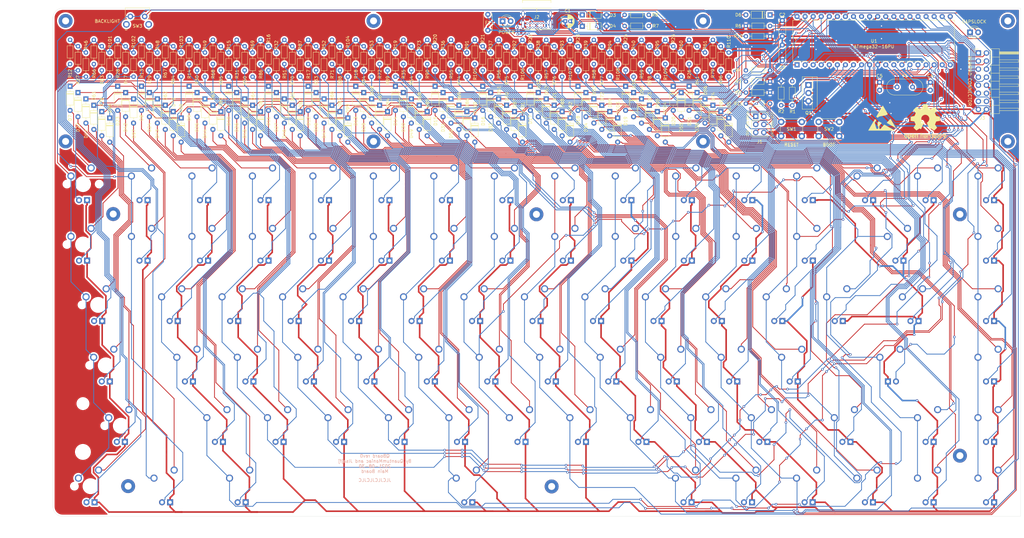
<source format=kicad_pcb>
(kicad_pcb (version 20171130) (host pcbnew "(5.1.5)-3")
  (title_block (title "QBoard - Main Front") (date 2021-08-28) (rev 0))
  (layers (0 F.Cu signal) (31 B.Cu signal) (34 B.Paste user) (35 F.Paste user) (36 B.SilkS user) (37 F.SilkS user) (38 B.Mask user) (39 F.Mask user) (44 Edge.Cuts user))
  (net 0 "")
  (net 1 GND)
  (net 2 +5V)
  (net 3 "Net-(C4-Pad1)")
  (net 4 "Net-(C5-Pad1)")
  (net 5 CAPSLOCK)
  (net 6 "Net-(D1-Pad1)")
  (net 7 NUMLOCK)
  (net 8 "Net-(D3-Pad1)")
  (net 9 "Net-(D4-Pad1)")
  (net 10 "Net-(D5-Pad1)")
  (net 11 "Net-(D6-Pad2)")
  (net 12 row0)
  (net 13 "Net-(D7-Pad2)")
  (net 14 "Net-(D8-Pad2)")
  (net 15 "Net-(D9-Pad2)")
  (net 16 "Net-(D10-Pad2)")
  (net 17 "Net-(D11-Pad2)")
  (net 18 "Net-(D12-Pad2)")
  (net 19 "Net-(D13-Pad2)")
  (net 20 "Net-(D14-Pad2)")
  (net 21 "Net-(D15-Pad2)")
  (net 22 "Net-(D16-Pad2)")
  (net 23 "Net-(D17-Pad2)")
  (net 24 "Net-(D18-Pad2)")
  (net 25 "Net-(D19-Pad2)")
  (net 26 "Net-(D20-Pad2)")
  (net 27 "Net-(D21-Pad2)")
  (net 28 "Net-(D22-Pad2)")
  (net 29 row1)
  (net 30 "Net-(D23-Pad2)")
  (net 31 "Net-(D24-Pad2)")
  (net 32 "Net-(D25-Pad2)")
  (net 33 "Net-(D26-Pad2)")
  (net 34 "Net-(D27-Pad2)")
  (net 35 "Net-(D28-Pad2)")
  (net 36 "Net-(D29-Pad2)")
  (net 37 "Net-(D30-Pad2)")
  (net 38 "Net-(D31-Pad2)")
  (net 39 "Net-(D32-Pad2)")
  (net 40 "Net-(D33-Pad2)")
  (net 41 "Net-(D34-Pad2)")
  (net 42 "Net-(D35-Pad2)")
  (net 43 "Net-(D36-Pad2)")
  (net 44 "Net-(D41-Pad2)")
  (net 45 row2)
  (net 46 "Net-(D42-Pad2)")
  (net 47 "Net-(D43-Pad2)")
  (net 48 "Net-(D44-Pad2)")
  (net 49 "Net-(D45-Pad2)")
  (net 50 "Net-(D46-Pad2)")
  (net 51 "Net-(D47-Pad2)")
  (net 52 "Net-(D48-Pad2)")
  (net 53 "Net-(D49-Pad2)")
  (net 54 "Net-(D50-Pad2)")
  (net 55 "Net-(D51-Pad2)")
  (net 56 "Net-(D52-Pad2)")
  (net 57 "Net-(D53-Pad2)")
  (net 58 "Net-(D54-Pad2)")
  (net 59 "Net-(D55-Pad2)")
  (net 60 "Net-(D56-Pad2)")
  (net 61 "Net-(D61-Pad2)")
  (net 62 row3)
  (net 63 "Net-(D62-Pad2)")
  (net 64 "Net-(D63-Pad2)")
  (net 65 "Net-(D64-Pad2)")
  (net 66 "Net-(D65-Pad2)")
  (net 67 "Net-(D66-Pad2)")
  (net 68 "Net-(D67-Pad2)")
  (net 69 "Net-(D68-Pad2)")
  (net 70 "Net-(D69-Pad2)")
  (net 71 "Net-(D70-Pad2)")
  (net 72 "Net-(D71-Pad2)")
  (net 73 "Net-(D72-Pad2)")
  (net 74 "Net-(D73-Pad2)")
  (net 75 "Net-(D74-Pad2)")
  (net 76 "Net-(D78-Pad2)")
  (net 77 row4)
  (net 78 "Net-(D79-Pad2)")
  (net 79 "Net-(D80-Pad2)")
  (net 80 "Net-(D81-Pad2)")
  (net 81 "Net-(D82-Pad2)")
  (net 82 "Net-(D83-Pad2)")
  (net 83 "Net-(D84-Pad2)")
  (net 84 "Net-(D85-Pad2)")
  (net 85 "Net-(D86-Pad2)")
  (net 86 "Net-(D87-Pad2)")
  (net 87 "Net-(D88-Pad2)")
  (net 88 "Net-(D89-Pad2)")
  (net 89 "Net-(D90-Pad2)")
  (net 90 "Net-(D91-Pad2)")
  (net 91 "Net-(D96-Pad2)")
  (net 92 row5)
  (net 93 "Net-(D97-Pad2)")
  (net 94 "Net-(D98-Pad2)")
  (net 95 "Net-(D99-Pad2)")
  (net 96 "Net-(D100-Pad2)")
  (net 97 "Net-(D101-Pad2)")
  (net 98 "Net-(D102-Pad2)")
  (net 99 "Net-(D103-Pad2)")
  (net 100 "Net-(D104-Pad2)")
  (net 101 "Net-(D105-Pad2)")
  (net 102 "Net-(F1-Pad2)")
  (net 103 RESET)
  (net 104 col5)
  (net 105 col7)
  (net 106 col6)
  (net 107 "Net-(J2-PadB5)")
  (net 108 "Net-(J2-PadB8)")
  (net 109 "Net-(J2-PadA8)")
  (net 110 "Net-(J2-PadA5)")
  (net 111 LEDGND)
  (net 112 "Net-(MX1-Pad3)")
  (net 113 col0)
  (net 114 "Net-(MX2-Pad3)")
  (net 115 col2)
  (net 116 "Net-(MX3-Pad3)")
  (net 117 col3)
  (net 118 "Net-(MX4-Pad3)")
  (net 119 col4)
  (net 120 "Net-(MX5-Pad3)")
  (net 121 "Net-(MX6-Pad3)")
  (net 122 "Net-(MX7-Pad3)")
  (net 123 "Net-(MX8-Pad3)")
  (net 124 col8)
  (net 125 "Net-(MX9-Pad3)")
  (net 126 col9)
  (net 127 "Net-(MX10-Pad3)")
  (net 128 col10)
  (net 129 "Net-(MX11-Pad3)")
  (net 130 col11)
  (net 131 "Net-(MX12-Pad3)")
  (net 132 col12)
  (net 133 "Net-(MX13-Pad3)")
  (net 134 col13)
  (net 135 "Net-(MX14-Pad3)")
  (net 136 col14)
  (net 137 "Net-(MX15-Pad3)")
  (net 138 col15)
  (net 139 "Net-(MX16-Pad3)")
  (net 140 "Net-(MX17-Pad3)")
  (net 141 col1)
  (net 142 "Net-(MX18-Pad3)")
  (net 143 "Net-(MX19-Pad3)")
  (net 144 "Net-(MX20-Pad3)")
  (net 145 "Net-(MX21-Pad3)")
  (net 146 "Net-(MX22-Pad3)")
  (net 147 "Net-(MX23-Pad3)")
  (net 148 "Net-(MX24-Pad3)")
  (net 149 "Net-(MX25-Pad3)")
  (net 150 "Net-(MX26-Pad3)")
  (net 151 "Net-(MX27-Pad3)")
  (net 152 "Net-(MX28-Pad3)")
  (net 153 "Net-(MX29-Pad3)")
  (net 154 "Net-(MX30-Pad3)")
  (net 155 col16)
  (net 156 col17)
  (net 157 col18)
  (net 158 col19)
  (net 159 "Net-(MX35-Pad3)")
  (net 160 "Net-(MX36-Pad3)")
  (net 161 "Net-(MX37-Pad3)")
  (net 162 "Net-(MX38-Pad3)")
  (net 163 "Net-(MX39-Pad3)")
  (net 164 "Net-(MX40-Pad3)")
  (net 165 "Net-(MX41-Pad3)")
  (net 166 "Net-(MX42-Pad3)")
  (net 167 "Net-(MX43-Pad3)")
  (net 168 "Net-(MX44-Pad3)")
  (net 169 "Net-(MX45-Pad3)")
  (net 170 "Net-(MX46-Pad3)")
  (net 171 "Net-(MX47-Pad3)")
  (net 172 "Net-(MX48-Pad3)")
  (net 173 "Net-(MX49-Pad3)")
  (net 174 "Net-(MX50-Pad3)")
  (net 175 "Net-(MX55-Pad3)")
  (net 176 "Net-(MX56-Pad3)")
  (net 177 "Net-(MX57-Pad3)")
  (net 178 "Net-(MX58-Pad3)")
  (net 179 "Net-(MX59-Pad3)")
  (net 180 "Net-(MX60-Pad3)")
  (net 181 "Net-(MX61-Pad3)")
  (net 182 "Net-(MX62-Pad3)")
  (net 183 "Net-(MX63-Pad3)")
  (net 184 "Net-(MX64-Pad3)")
  (net 185 "Net-(MX65-Pad3)")
  (net 186 "Net-(MX66-Pad3)")
  (net 187 "Net-(MX67-Pad3)")
  (net 188 "Net-(MX68-Pad3)")
  (net 189 "Net-(MX72-Pad3)")
  (net 190 "Net-(MX73-Pad3)")
  (net 191 "Net-(MX74-Pad3)")
  (net 192 "Net-(MX75-Pad3)")
  (net 193 "Net-(MX76-Pad3)")
  (net 194 "Net-(MX77-Pad3)")
  (net 195 "Net-(MX78-Pad3)")
  (net 196 "Net-(MX79-Pad3)")
  (net 197 "Net-(MX80-Pad3)")
  (net 198 "Net-(MX81-Pad3)")
  (net 199 "Net-(MX82-Pad3)")
  (net 200 "Net-(MX83-Pad3)")
  (net 201 "Net-(MX84-Pad3)")
  (net 202 "Net-(MX85-Pad3)")
  (net 203 "Net-(MX90-Pad3)")
  (net 204 "Net-(MX91-Pad3)")
  (net 205 "Net-(MX92-Pad3)")
  (net 206 "Net-(MX93-Pad3)")
  (net 207 "Net-(MX94-Pad3)")
  (net 208 "Net-(MX95-Pad3)")
  (net 209 "Net-(MX96-Pad3)")
  (net 210 "Net-(MX97-Pad3)")
  (net 211 "Net-(MX98-Pad3)")
  (net 212 "Net-(MX99-Pad3)")
  (net 213 LEDPWM)
  (net 214 D-)
  (net 215 D+)
  (net 216 BOOT)
  (net 217 "Net-(U1-Pad32)")
  (net 218 "Net-(J3-Pad14)")
  (net 219 "Net-(J3-Pad13)")
  (net 220 "Net-(J3-Pad12)")
  (net 221 "Net-(Q1-Pad1)")
  (module Package_TO_SOT_THT:TO-262-3_Vertical (layer F.Cu) (at 297.5 83.4 270)
    (fp_text reference Q1 (at 8.8 0 180) (layer F.SilkS))
    (fp_text value Q_NMOS_GDS)
    (pad 3 thru_hole oval (at 5.08 0 270) (size 1.905 2) (drill 1.1) (layers *.Cu *.Mask) (net 1 GND))
    (pad 2 thru_hole oval (at 2.54 0 270) (size 1.905 2) (drill 1.1) (layers *.Cu *.Mask) (net 111 LEDGND))
    (pad 1 thru_hole rect (at 0 0 270) (size 1.905 2) (drill 1.1) (layers *.Cu *.Mask) (net 221 "Net-(Q1-Pad1)"))
  )
  (module Symbol:OSHW-Logo2_14.6x12mm_SilkScreen (layer F.Cu) (at 334.3 95)
    (fp_text reference REF** hide)
    (fp_text value OSHW-Logo2_14.6x12mm_SilkScreen hide)
  )
  (module Symbol:ESD-Logo_8.9x8mm_SilkScreen (layer F.Cu) (at 320.7 93.8)
    (fp_text reference REF** hide)
    (fp_text value ESD-Logo_8.9x8mm_SilkScreen hide)
  )
  (module MX_Only:MXOnly-1U (layer F.Cu) (at 259.5 114.65)
    (fp_text reference MX10)
    (fp_text value MX-LED)
    (pad "" np_thru_hole circle (at 5.08 0 48.0996) (size 1.75 1.75) (drill 1.75) (layers *.Cu *.Mask))
    (pad "" np_thru_hole circle (at -5.08 0 48.0996) (size 1.75 1.75) (drill 1.75) (layers *.Cu *.Mask))
    (pad 4 thru_hole rect (at 1.27 5.08) (size 1.905 1.905) (drill 1.04) (layers *.Cu B.Mask) (net 111 LEDGND))
    (pad 3 thru_hole circle (at -1.27 5.08) (size 1.905 1.905) (drill 1.04) (layers *.Cu B.Mask) (net 127 "Net-(MX10-Pad3)"))
    (pad 1 thru_hole circle (at -3.81 -2.54) (size 2.25 2.25) (drill 1.47) (layers *.Cu B.Mask) (net 128 col10))
    (pad "" np_thru_hole circle (at 0 0) (size 3.9878 3.9878) (drill 3.9878) (layers *.Cu *.Mask))
    (pad 2 thru_hole circle (at 2.54 -5.08) (size 2.25 2.25) (drill 1.47) (layers *.Cu B.Mask) (net 22 "Net-(D16-Pad2)"))
  )
  (module Connector_PinHeader_2.54mm:PinHeader_2x08_P2.54mm_Horizontal (layer F.Cu) (at 351.02 73.325)
    (fp_text reference J3 (at 1.28 20.475) (layer F.SilkS))
    (fp_text value Conn_01x16_Male)
    (pad 1 thru_hole rect (at 0 0) (size 1.7 1.7) (drill 1) (layers *.Cu *.Mask) (net 77 row4))
    (pad 2 thru_hole oval (at 2.54 0) (size 1.7 1.7) (drill 1) (layers *.Cu *.Mask) (net 62 row3))
    (pad 3 thru_hole oval (at 0 2.54) (size 1.7 1.7) (drill 1) (layers *.Cu *.Mask) (net 45 row2))
    (pad 4 thru_hole oval (at 2.54 2.54) (size 1.7 1.7) (drill 1) (layers *.Cu *.Mask) (net 29 row1))
    (pad 5 thru_hole oval (at 0 5.08) (size 1.7 1.7) (drill 1) (layers *.Cu *.Mask) (net 12 row0))
    (pad 6 thru_hole oval (at 2.54 5.08) (size 1.7 1.7) (drill 1) (layers *.Cu *.Mask) (net 158 col19))
    (pad 7 thru_hole oval (at 0 7.62) (size 1.7 1.7) (drill 1) (layers *.Cu *.Mask) (net 157 col18))
    (pad 8 thru_hole oval (at 2.54 7.62) (size 1.7 1.7) (drill 1) (layers *.Cu *.Mask) (net 156 col17))
    (pad 9 thru_hole oval (at 0 10.16) (size 1.7 1.7) (drill 1) (layers *.Cu *.Mask) (net 155 col16))
    (pad 10 thru_hole oval (at 2.54 10.16) (size 1.7 1.7) (drill 1) (layers *.Cu *.Mask) (net 111 LEDGND))
    (pad 11 thru_hole oval (at 0 12.7) (size 1.7 1.7) (drill 1) (layers *.Cu *.Mask) (net 7 NUMLOCK))
    (pad 12 thru_hole oval (at 2.54 12.7) (size 1.7 1.7) (drill 1) (layers *.Cu *.Mask) (net 220 "Net-(J3-Pad12)"))
    (pad 13 thru_hole oval (at 0 15.24) (size 1.7 1.7) (drill 1) (layers *.Cu *.Mask) (net 219 "Net-(J3-Pad13)"))
    (pad 14 thru_hole oval (at 2.54 15.24) (size 1.7 1.7) (drill 1) (layers *.Cu *.Mask) (net 218 "Net-(J3-Pad14)"))
    (pad 15 thru_hole oval (at 0 17.78) (size 1.7 1.7) (drill 1) (layers *.Cu *.Mask) (net 1 GND))
    (pad 16 thru_hole oval (at 2.54 17.78) (size 1.7 1.7) (drill 1) (layers *.Cu *.Mask) (net 2 +5V))
  )
  (module MX_Only:MXOnly-1U (layer F.Cu) (at 278.55 114.65)
    (fp_text reference MX11)
    (fp_text value MX-LED)
    (pad "" np_thru_hole circle (at 5.08 0 48.0996) (size 1.75 1.75) (drill 1.75) (layers *.Cu *.Mask))
    (pad "" np_thru_hole circle (at -5.08 0 48.0996) (size 1.75 1.75) (drill 1.75) (layers *.Cu *.Mask))
    (pad 4 thru_hole rect (at 1.27 5.08) (size 1.905 1.905) (drill 1.04) (layers *.Cu B.Mask) (net 111 LEDGND))
    (pad 3 thru_hole circle (at -1.27 5.08) (size 1.905 1.905) (drill 1.04) (layers *.Cu B.Mask) (net 129 "Net-(MX11-Pad3)"))
    (pad 1 thru_hole circle (at -3.81 -2.54) (size 2.25 2.25) (drill 1.47) (layers *.Cu B.Mask) (net 130 col11))
    (pad "" np_thru_hole circle (at 0 0) (size 3.9878 3.9878) (drill 3.9878) (layers *.Cu *.Mask))
    (pad 2 thru_hole circle (at 2.54 -5.08) (size 2.25 2.25) (drill 1.47) (layers *.Cu B.Mask) (net 23 "Net-(D17-Pad2)"))
  )
  (module MX_Only:MXOnly-1U (layer F.Cu) (at 202.35 114.65)
    (fp_text reference MX7)
    (fp_text value MX-LED)
    (pad "" np_thru_hole circle (at 5.08 0 48.0996) (size 1.75 1.75) (drill 1.75) (layers *.Cu *.Mask))
    (pad "" np_thru_hole circle (at -5.08 0 48.0996) (size 1.75 1.75) (drill 1.75) (layers *.Cu *.Mask))
    (pad 4 thru_hole rect (at 1.27 5.08) (size 1.905 1.905) (drill 1.04) (layers *.Cu B.Mask) (net 111 LEDGND))
    (pad 3 thru_hole circle (at -1.27 5.08) (size 1.905 1.905) (drill 1.04) (layers *.Cu B.Mask) (net 122 "Net-(MX7-Pad3)"))
    (pad 1 thru_hole circle (at -3.81 -2.54) (size 2.25 2.25) (drill 1.47) (layers *.Cu B.Mask) (net 105 col7))
    (pad "" np_thru_hole circle (at 0 0) (size 3.9878 3.9878) (drill 3.9878) (layers *.Cu *.Mask))
    (pad 2 thru_hole circle (at 2.54 -5.08) (size 2.25 2.25) (drill 1.47) (layers *.Cu B.Mask) (net 19 "Net-(D13-Pad2)"))
  )
  (module MX_Only:MXOnly-1U (layer F.Cu) (at 249.95 152.75)
    (fp_text reference MX45)
    (fp_text value MX-LED)
    (pad "" np_thru_hole circle (at 5.08 0 48.0996) (size 1.75 1.75) (drill 1.75) (layers *.Cu *.Mask))
    (pad "" np_thru_hole circle (at -5.08 0 48.0996) (size 1.75 1.75) (drill 1.75) (layers *.Cu *.Mask))
    (pad 4 thru_hole rect (at 1.27 5.08) (size 1.905 1.905) (drill 1.04) (layers *.Cu B.Mask) (net 111 LEDGND))
    (pad 3 thru_hole circle (at -1.27 5.08) (size 1.905 1.905) (drill 1.04) (layers *.Cu B.Mask) (net 169 "Net-(MX45-Pad3)"))
    (pad 1 thru_hole circle (at -3.81 -2.54) (size 2.25 2.25) (drill 1.47) (layers *.Cu B.Mask) (net 128 col10))
    (pad "" np_thru_hole circle (at 0 0) (size 3.9878 3.9878) (drill 3.9878) (layers *.Cu *.Mask))
    (pad 2 thru_hole circle (at 2.54 -5.08) (size 2.25 2.25) (drill 1.47) (layers *.Cu B.Mask) (net 55 "Net-(D51-Pad2)"))
  )
  (module MX_Only:MXOnly-1U (layer F.Cu) (at 221.4 114.65)
    (fp_text reference MX8)
    (fp_text value MX-LED)
    (pad "" np_thru_hole circle (at 5.08 0 48.0996) (size 1.75 1.75) (drill 1.75) (layers *.Cu *.Mask))
    (pad "" np_thru_hole circle (at -5.08 0 48.0996) (size 1.75 1.75) (drill 1.75) (layers *.Cu *.Mask))
    (pad 4 thru_hole rect (at 1.27 5.08) (size 1.905 1.905) (drill 1.04) (layers *.Cu B.Mask) (net 111 LEDGND))
    (pad 3 thru_hole circle (at -1.27 5.08) (size 1.905 1.905) (drill 1.04) (layers *.Cu B.Mask) (net 123 "Net-(MX8-Pad3)"))
    (pad 1 thru_hole circle (at -3.81 -2.54) (size 2.25 2.25) (drill 1.47) (layers *.Cu B.Mask) (net 124 col8))
    (pad "" np_thru_hole circle (at 0 0) (size 3.9878 3.9878) (drill 3.9878) (layers *.Cu *.Mask))
    (pad 2 thru_hole circle (at 2.54 -5.08) (size 2.25 2.25) (drill 1.47) (layers *.Cu B.Mask) (net 20 "Net-(D14-Pad2)"))
  )
  (module MX_Only:MXOnly-1U (layer F.Cu) (at 240.45 114.65)
    (fp_text reference MX9)
    (fp_text value MX-LED)
    (pad "" np_thru_hole circle (at 5.08 0 48.0996) (size 1.75 1.75) (drill 1.75) (layers *.Cu *.Mask))
    (pad "" np_thru_hole circle (at -5.08 0 48.0996) (size 1.75 1.75) (drill 1.75) (layers *.Cu *.Mask))
    (pad 4 thru_hole rect (at 1.27 5.08) (size 1.905 1.905) (drill 1.04) (layers *.Cu B.Mask) (net 111 LEDGND))
    (pad 3 thru_hole circle (at -1.27 5.08) (size 1.905 1.905) (drill 1.04) (layers *.Cu B.Mask) (net 125 "Net-(MX9-Pad3)"))
    (pad 1 thru_hole circle (at -3.81 -2.54) (size 2.25 2.25) (drill 1.47) (layers *.Cu B.Mask) (net 126 col9))
    (pad "" np_thru_hole circle (at 0 0) (size 3.9878 3.9878) (drill 3.9878) (layers *.Cu *.Mask))
    (pad 2 thru_hole circle (at 2.54 -5.08) (size 2.25 2.25) (drill 1.47) (layers *.Cu B.Mask) (net 21 "Net-(D15-Pad2)"))
  )
  (module Diode_THT:D_DO-35_SOD27_P7.62mm_Horizontal (layer F.Cu) (at 222.4 93.8 270)
    (fp_text reference D102 (at -3.19 -0.12 90) (layer F.SilkS))
    (fp_text value 1N4148)
    (pad 2 thru_hole oval (at 7.62 0 270) (size 1.6 1.6) (drill 0.8) (layers *.Cu *.Mask) (net 98 "Net-(D102-Pad2)"))
    (pad 1 thru_hole rect (at 0 0 270) (size 1.6 1.6) (drill 0.8) (layers *.Cu *.Mask) (net 92 row5))
  )
  (module MountingHole:MountingHole_2.2mm_M2_Pad (layer F.Cu) (at 160.5 101.2)
    (fp_text reference MOUNT6 hide)
    (fp_text value MountingHole_2.2mm_M2_Pad)
    (pad 1 thru_hole circle (at 0 0) (size 4.4 4.4) (drill 2.2) (layers *.Cu *.Mask))
  )
  (module MX_Only:MXOnly-1U (layer F.Cu) (at 145.2 114.65)
    (fp_text reference MX4)
    (fp_text value MX-LED)
    (pad "" np_thru_hole circle (at 5.08 0 48.0996) (size 1.75 1.75) (drill 1.75) (layers *.Cu *.Mask))
    (pad "" np_thru_hole circle (at -5.08 0 48.0996) (size 1.75 1.75) (drill 1.75) (layers *.Cu *.Mask))
    (pad 4 thru_hole rect (at 1.27 5.08) (size 1.905 1.905) (drill 1.04) (layers *.Cu B.Mask) (net 111 LEDGND))
    (pad 3 thru_hole circle (at -1.27 5.08) (size 1.905 1.905) (drill 1.04) (layers *.Cu B.Mask) (net 118 "Net-(MX4-Pad3)"))
    (pad 1 thru_hole circle (at -3.81 -2.54) (size 2.25 2.25) (drill 1.47) (layers *.Cu B.Mask) (net 119 col4))
    (pad "" np_thru_hole circle (at 0 0) (size 3.9878 3.9878) (drill 3.9878) (layers *.Cu *.Mask))
    (pad 2 thru_hole circle (at 2.54 -5.08) (size 2.25 2.25) (drill 1.47) (layers *.Cu B.Mask) (net 16 "Net-(D10-Pad2)"))
  )
  (module Diode_THT:D_DO-35_SOD27_P7.62mm_Horizontal (layer F.Cu) (at 152.4 93.8 270)
    (fp_text reference D99 (at -3 0 90) (layer F.SilkS))
    (fp_text value 1N4148)
    (pad 2 thru_hole oval (at 7.62 0 270) (size 1.6 1.6) (drill 0.8) (layers *.Cu *.Mask) (net 95 "Net-(D99-Pad2)"))
    (pad 1 thru_hole rect (at 0 0 270) (size 1.6 1.6) (drill 0.8) (layers *.Cu *.Mask) (net 92 row5))
  )
  (module Package_DIP:DIP-40_W15.24mm (layer F.Cu) (at 293.9 77.05 90)
    (fp_text reference U1 (at 7.5 24.25 180) (layer F.SilkS))
    (fp_text value ATmega32-16PU (at 5.75 24.25 180) (layer F.SilkS))
    (pad 40 thru_hole oval (at 15.24 0 90) (size 1.6 1.6) (drill 0.8) (layers *.Cu *.Mask) (net 12 row0))
    (pad 20 thru_hole oval (at 0 48.26 90) (size 1.6 1.6) (drill 0.8) (layers *.Cu *.Mask) (net 216 BOOT))
    (pad 39 thru_hole oval (at 15.24 2.54 90) (size 1.6 1.6) (drill 0.8) (layers *.Cu *.Mask) (net 29 row1))
    (pad 19 thru_hole oval (at 0 45.72 90) (size 1.6 1.6) (drill 0.8) (layers *.Cu *.Mask) (net 128 col10))
    (pad 38 thru_hole oval (at 15.24 5.08 90) (size 1.6 1.6) (drill 0.8) (layers *.Cu *.Mask) (net 45 row2))
    (pad 18 thru_hole oval (at 0 43.18 90) (size 1.6 1.6) (drill 0.8) (layers *.Cu *.Mask) (net 213 LEDPWM))
    (pad 37 thru_hole oval (at 15.24 7.62 90) (size 1.6 1.6) (drill 0.8) (layers *.Cu *.Mask) (net 62 row3))
    (pad 17 thru_hole oval (at 0 40.64 90) (size 1.6 1.6) (drill 0.8) (layers *.Cu *.Mask) (net 214 D-))
    (pad 36 thru_hole oval (at 15.24 10.16 90) (size 1.6 1.6) (drill 0.8) (layers *.Cu *.Mask) (net 77 row4))
    (pad 16 thru_hole oval (at 0 38.1 90) (size 1.6 1.6) (drill 0.8) (layers *.Cu *.Mask) (net 215 D+))
    (pad 35 thru_hole oval (at 15.24 12.7 90) (size 1.6 1.6) (drill 0.8) (layers *.Cu *.Mask) (net 92 row5))
    (pad 15 thru_hole oval (at 0 35.56 90) (size 1.6 1.6) (drill 0.8) (layers *.Cu *.Mask) (net 126 col9))
    (pad 34 thru_hole oval (at 15.24 15.24 90) (size 1.6 1.6) (drill 0.8) (layers *.Cu *.Mask) (net 5 CAPSLOCK))
    (pad 14 thru_hole oval (at 0 33.02 90) (size 1.6 1.6) (drill 0.8) (layers *.Cu *.Mask) (net 124 col8))
    (pad 33 thru_hole oval (at 15.24 17.78 90) (size 1.6 1.6) (drill 0.8) (layers *.Cu *.Mask) (net 7 NUMLOCK))
    (pad 13 thru_hole oval (at 0 30.48 90) (size 1.6 1.6) (drill 0.8) (layers *.Cu *.Mask) (net 3 "Net-(C4-Pad1)"))
    (pad 32 thru_hole oval (at 15.24 20.32 90) (size 1.6 1.6) (drill 0.8) (layers *.Cu *.Mask) (net 217 "Net-(U1-Pad32)"))
    (pad 12 thru_hole oval (at 0 27.94 90) (size 1.6 1.6) (drill 0.8) (layers *.Cu *.Mask) (net 4 "Net-(C5-Pad1)"))
    (pad 31 thru_hole oval (at 15.24 22.86 90) (size 1.6 1.6) (drill 0.8) (layers *.Cu *.Mask) (net 1 GND))
    (pad 11 thru_hole oval (at 0 25.4 90) (size 1.6 1.6) (drill 0.8) (layers *.Cu *.Mask) (net 1 GND))
    (pad 30 thru_hole oval (at 15.24 25.4 90) (size 1.6 1.6) (drill 0.8) (layers *.Cu *.Mask) (net 2 +5V))
    (pad 10 thru_hole oval (at 0 22.86 90) (size 1.6 1.6) (drill 0.8) (layers *.Cu *.Mask) (net 2 +5V))
    (pad 29 thru_hole oval (at 15.24 27.94 90) (size 1.6 1.6) (drill 0.8) (layers *.Cu *.Mask) (net 132 col12))
    (pad 9 thru_hole oval (at 0 20.32 90) (size 1.6 1.6) (drill 0.8) (layers *.Cu *.Mask) (net 103 RESET))
    (pad 28 thru_hole oval (at 15.24 30.48 90) (size 1.6 1.6) (drill 0.8) (layers *.Cu *.Mask) (net 134 col13))
    (pad 8 thru_hole oval (at 0 17.78 90) (size 1.6 1.6) (drill 0.8) (layers *.Cu *.Mask) (net 105 col7))
    (pad 27 thru_hole oval (at 15.24 33.02 90) (size 1.6 1.6) (drill 0.8) (layers *.Cu *.Mask) (net 136 col14))
    (pad 7 thru_hole oval (at 0 15.24 90) (size 1.6 1.6) (drill 0.8) (layers *.Cu *.Mask) (net 106 col6))
    (pad 26 thru_hole oval (at 15.24 35.56 90) (size 1.6 1.6) (drill 0.8) (layers *.Cu *.Mask) (net 138 col15))
    (pad 6 thru_hole oval (at 0 12.7 90) (size 1.6 1.6) (drill 0.8) (layers *.Cu *.Mask) (net 104 col5))
    (pad 25 thru_hole oval (at 15.24 38.1 90) (size 1.6 1.6) (drill 0.8) (layers *.Cu *.Mask) (net 155 col16))
    (pad 5 thru_hole oval (at 0 10.16 90) (size 1.6 1.6) (drill 0.8) (layers *.Cu *.Mask) (net 119 col4))
    (pad 24 thru_hole oval (at 15.24 40.64 90) (size 1.6 1.6) (drill 0.8) (layers *.Cu *.Mask) (net 156 col17))
    (pad 4 thru_hole oval (at 0 7.62 90) (size 1.6 1.6) (drill 0.8) (layers *.Cu *.Mask) (net 117 col3))
    (pad 23 thru_hole oval (at 15.24 43.18 90) (size 1.6 1.6) (drill 0.8) (layers *.Cu *.Mask) (net 157 col18))
    (pad 3 thru_hole oval (at 0 5.08 90) (size 1.6 1.6) (drill 0.8) (layers *.Cu *.Mask) (net 115 col2))
    (pad 22 thru_hole oval (at 15.24 45.72 90) (size 1.6 1.6) (drill 0.8) (layers *.Cu *.Mask) (net 158 col19))
    (pad 2 thru_hole oval (at 0 2.54 90) (size 1.6 1.6) (drill 0.8) (layers *.Cu *.Mask) (net 141 col1))
    (pad 21 thru_hole oval (at 15.24 48.26 90) (size 1.6 1.6) (drill 0.8) (layers *.Cu *.Mask) (net 130 col11))
    (pad 1 thru_hole rect (at 0 0 90) (size 1.6 1.6) (drill 0.8) (layers *.Cu *.Mask) (net 113 col0))
  )
  (module Diode_THT:D_DO-35_SOD27_P7.62mm_Horizontal (layer F.Cu) (at 97.4 91.8 270)
    (fp_text reference D79 (at -3 -0.12 90) (layer F.SilkS))
    (fp_text value 1N4148)
    (pad 2 thru_hole oval (at 7.62 0 270) (size 1.6 1.6) (drill 0.8) (layers *.Cu *.Mask) (net 78 "Net-(D79-Pad2)"))
    (pad 1 thru_hole rect (at 0 0 270) (size 1.6 1.6) (drill 0.8) (layers *.Cu *.Mask) (net 77 row4))
  )
  (module MountingHole:MountingHole_2.2mm_M2_Pad (layer F.Cu) (at 216.6 210)
    (fp_text reference MOUNT13 hide)
    (fp_text value MountingHole_2.2mm_M2_Pad)
    (pad 1 thru_hole circle (at 0 -0.008) (size 4.4 4.4) (drill 2.2) (layers *.Cu *.Mask))
  )
  (module MountingHole:MountingHole_2.2mm_M2_Pad (layer F.Cu) (at 211.8 124.2)
    (fp_text reference MOUNT10 hide)
    (fp_text value MountingHole_2.2mm_M2_Pad)
    (pad 1 thru_hole circle (at 0 -0.008) (size 4.4 4.4) (drill 2.2) (layers *.Cu *.Mask))
  )
  (module MountingHole:MountingHole_2.2mm_M2_Pad (layer F.Cu) (at 78.5 124.108)
    (fp_text reference MOUNT9 hide)
    (fp_text value MountingHole_2.2mm_M2_Pad)
    (pad 1 thru_hole circle (at 0 -0.008) (size 4.4 4.4) (drill 2.2) (layers *.Cu *.Mask))
  )
  (module MountingHole:MountingHole_2.2mm_M2_Pad (layer F.Cu) (at 345.2 124.2)
    (fp_text reference MOUNT11 hide)
    (fp_text value MountingHole_2.2mm_M2_Pad)
    (pad 1 thru_hole circle (at 0 -0.008) (size 4.4 4.4) (drill 2.2) (layers *.Cu *.Mask))
  )
  (module MountingHole:MountingHole_2.2mm_M2_Pad (layer F.Cu) (at 345.2 200.3)
    (fp_text reference MOUNT14 hide)
    (fp_text value MountingHole_2.2mm_M2_Pad)
    (pad 1 thru_hole circle (at 0 -0.008) (size 4.4 4.4) (drill 2.2) (layers *.Cu *.Mask))
  )
  (module MountingHole:MountingHole_2.2mm_M2_Pad (layer F.Cu) (at 83.2 209.9)
    (fp_text reference MOUNT12 hide)
    (fp_text value MountingHole_2.2mm_M2_Pad)
    (pad 1 thru_hole circle (at 0 -0.008) (size 4.4 4.4) (drill 2.2) (layers *.Cu *.Mask))
  )
  (module MountingHole:MountingHole_2.2mm_M2_Pad (layer F.Cu) (at 264.3 101.204)
    (fp_text reference MOUNT7 hide)
    (fp_text value MountingHole_2.2mm_M2_Pad)
    (pad 1 thru_hole circle (at 0 -0.004) (size 4.4 4.4) (drill 2.2) (layers *.Cu *.Mask))
  )
  (module MountingHole:MountingHole_2.2mm_M2_Pad (layer F.Cu) (at 264.3 63.208)
    (fp_text reference MOUNT3 hide)
    (fp_text value MountingHole_2.2mm_M2_Pad)
    (pad 1 thru_hole circle (at 0 -0.008) (size 4.4 4.4) (drill 2.2) (layers *.Cu *.Mask))
  )
  (module MountingHole:MountingHole_2.2mm_M2_Pad (layer F.Cu) (at 160.5 63.208)
    (fp_text reference MOUNT2 hide)
    (fp_text value MountingHole_2.2mm_M2_Pad)
    (pad 1 thru_hole circle (at 0 -0.008) (size 4.4 4.4) (drill 2.2) (layers *.Cu *.Mask))
  )
  (module keyboard_parts:USB_C_GCT_USB4085 (layer F.Cu) (at 211.9 59.2 180)
    (fp_text reference J2 (at 0 -2.8) (layer F.SilkS))
    (fp_text value USB_C_Receptacle_USB2.0)
    (pad A5 thru_hole circle (at -1.275 -6.1 180) (size 0.65 0.65) (drill 0.4) (layers *.Cu *.Mask) (net 110 "Net-(J2-PadA5)"))
    (pad A1 thru_hole circle (at -2.975 -6.1 180) (size 0.65 0.65) (drill 0.4) (layers *.Cu *.Mask) (net 1 GND))
    (pad A4 thru_hole circle (at -2.125 -6.1 180) (size 0.65 0.65) (drill 0.4) (layers *.Cu *.Mask) (net 102 "Net-(F1-Pad2)"))
    (pad A6 thru_hole circle (at -0.425 -6.1 180) (size 0.65 0.65) (drill 0.4) (layers *.Cu *.Mask) (net 8 "Net-(D3-Pad1)"))
    (pad A7 thru_hole circle (at 0.425 -6.1 180) (size 0.65 0.65) (drill 0.4) (layers *.Cu *.Mask) (net 9 "Net-(D4-Pad1)"))
    (pad A8 thru_hole circle (at 1.275 -6.1 180) (size 0.65 0.65) (drill 0.4) (layers *.Cu *.Mask) (net 109 "Net-(J2-PadA8)"))
    (pad A9 thru_hole circle (at 2.125 -6.1 180) (size 0.65 0.65) (drill 0.4) (layers *.Cu *.Mask) (net 102 "Net-(F1-Pad2)"))
    (pad A12 thru_hole circle (at 2.975 -6.1 180) (size 0.65 0.65) (drill 0.4) (layers *.Cu *.Mask) (net 1 GND))
    (pad B12 thru_hole circle (at -2.975 -4.775 180) (size 0.65 0.65) (drill 0.4) (layers *.Cu *.Mask) (net 1 GND))
    (pad B9 thru_hole circle (at -2.12 -4.775 180) (size 0.65 0.65) (drill 0.4) (layers *.Cu *.Mask) (net 102 "Net-(F1-Pad2)"))
    (pad B8 thru_hole circle (at -1.27 -4.775 180) (size 0.65 0.65) (drill 0.4) (layers *.Cu *.Mask) (net 108 "Net-(J2-PadB8)"))
    (pad B7 thru_hole circle (at -0.42 -4.775 180) (size 0.65 0.65) (drill 0.4) (layers *.Cu *.Mask) (net 9 "Net-(D4-Pad1)"))
    (pad B6 thru_hole circle (at 0.43 -4.775 180) (size 0.65 0.65) (drill 0.4) (layers *.Cu *.Mask) (net 8 "Net-(D3-Pad1)"))
    (pad B5 thru_hole circle (at 1.28 -4.775 180) (size 0.65 0.65) (drill 0.4) (layers *.Cu *.Mask) (net 107 "Net-(J2-PadB5)"))
    (pad B4 thru_hole circle (at 2.13 -4.775 180) (size 0.65 0.65) (drill 0.4) (layers *.Cu *.Mask) (net 102 "Net-(F1-Pad2)"))
    (pad B1 thru_hole circle (at 2.98 -4.775 180) (size 0.65 0.65) (drill 0.4) (layers *.Cu *.Mask) (net 1 GND))
    (pad S1 thru_hole oval (at -4.325 -5.12 180) (size 0.9 2.4) (drill oval 0.6 2.1) (layers *.Cu *.Mask) (net 1 GND))
    (pad S1 thru_hole oval (at 4.325 -5.12 180) (size 0.9 2.4) (drill oval 0.6 2.1) (layers *.Cu *.Mask) (net 1 GND))
    (pad S1 thru_hole oval (at -4.325 -1.74 180) (size 0.9 1.7) (drill oval 0.6 1.4) (layers *.Cu *.Mask) (net 1 GND))
    (pad S1 thru_hole oval (at 4.325 -1.74 180) (size 0.9 1.7) (drill oval 0.6 1.4) (layers *.Cu *.Mask) (net 1 GND))
  )
  (module MountingHole:MountingHole_2.2mm_M2_Pad (layer F.Cu) (at 63.5 101.2)
    (fp_text reference MOUNT5 hide)
    (fp_text value MountingHole_2.2mm_M2_Pad)
    (pad 1 thru_hole circle (at 0 0) (size 4.4 4.4) (drill 2.2) (layers *.Cu *.Mask))
  )
  (module MountingHole:MountingHole_2.2mm_M2_Pad (layer F.Cu) (at 360.3 101.2)
    (fp_text reference MOUNT8 hide)
    (fp_text value MountingHole_2.2mm_M2_Pad)
    (pad 1 thru_hole circle (at 0 0) (size 4.4 4.4) (drill 2.2) (layers *.Cu *.Mask))
  )
  (module MountingHole:MountingHole_2.2mm_M2_Pad (layer F.Cu) (at 360.3 63.204)
    (fp_text reference MOUNT4 hide)
    (fp_text value MountingHole_2.2mm_M2_Pad)
    (pad 1 thru_hole circle (at 0 -0.004) (size 4.4 4.4) (drill 2.2) (layers *.Cu *.Mask))
  )
  (module MountingHole:MountingHole_2.2mm_M2_Pad (layer F.Cu) (at 63.5 63.204)
    (fp_text reference MOUNT1 hide)
    (fp_text value MountingHole_2.2mm_M2_Pad)
    (pad 1 thru_hole circle (at 0 -0.004) (size 4.4 4.4) (drill 2.2) (layers *.Cu *.Mask))
  )
  (module Crystal:Crystal_HC49-4H_Vertical (layer F.Cu) (at 325.4 84.05)
    (fp_text reference Y1 (at 2.44 -3.525) (layer F.SilkS))
    (fp_text value Crystal)
    (pad 2 thru_hole circle (at 4.88 0) (size 1.5 1.5) (drill 0.8) (layers *.Cu *.Mask) (net 3 "Net-(C4-Pad1)"))
    (pad 1 thru_hole circle (at 0 0) (size 1.5 1.5) (drill 0.8) (layers *.Cu *.Mask) (net 4 "Net-(C5-Pad1)"))
  )
  (module Button_Switch_THT:SW_Tactile_SPST_Angled_PTS645Vx31-2LFS (layer F.Cu) (at 83.9 61.8)
    (fp_text reference SW3 (at 2.25 3) (layer F.SilkS))
    (fp_text value BL_STEP)
    (pad "" thru_hole circle (at -1.25 2.49) (size 2.1 2.1) (drill 1.3) (layers *.Cu *.Mask))
    (pad 1 thru_hole circle (at 0 0) (size 1.75 1.75) (drill 0.99) (layers *.Cu *.Mask) (net 141 col1))
    (pad 2 thru_hole circle (at 4.5 0) (size 1.75 1.75) (drill 0.99) (layers *.Cu *.Mask) (net 11 "Net-(D6-Pad2)"))
    (pad "" thru_hole circle (at 5.76 2.49) (size 2.1 2.1) (drill 1.3) (layers *.Cu *.Mask))
  )
  (module Button_Switch_THT:SW_PUSH_6mm (layer F.Cu) (at 300.7 95.05)
    (fp_text reference SW2 (at 3.25 2.25) (layer F.SilkS))
    (fp_text value BOOT (at 3.25 7.2) (layer F.SilkS))
    (pad 1 thru_hole circle (at 6.5 0 90) (size 2 2) (drill 1.1) (layers *.Cu *.Mask) (net 216 BOOT))
    (pad 2 thru_hole circle (at 6.5 4.5 90) (size 2 2) (drill 1.1) (layers *.Cu *.Mask) (net 1 GND))
    (pad 1 thru_hole circle (at 0 0 90) (size 2 2) (drill 1.1) (layers *.Cu *.Mask) (net 216 BOOT))
    (pad 2 thru_hole circle (at 0 4.5 90) (size 2 2) (drill 1.1) (layers *.Cu *.Mask) (net 1 GND))
  )
  (module Button_Switch_THT:SW_PUSH_6mm (layer F.Cu) (at 288.9 95.05)
    (fp_text reference SW1 (at 3.25 2.25) (layer F.SilkS))
    (fp_text value RESET (at 3.25 7.2) (layer F.SilkS))
    (pad 1 thru_hole circle (at 6.5 0 90) (size 2 2) (drill 1.1) (layers *.Cu *.Mask) (net 103 RESET))
    (pad 2 thru_hole circle (at 6.5 4.5 90) (size 2 2) (drill 1.1) (layers *.Cu *.Mask) (net 1 GND))
    (pad 1 thru_hole circle (at 0 0 90) (size 2 2) (drill 1.1) (layers *.Cu *.Mask) (net 103 RESET))
    (pad 2 thru_hole circle (at 0 4.5 90) (size 2 2) (drill 1.1) (layers *.Cu *.Mask) (net 1 GND))
  )
  (module Resistor_THT:R_Axial_DIN0204_L3.6mm_D1.6mm_P7.62mm_Horizontal (layer F.Cu) (at 272.4 80.8 90)
    (fp_text reference R110 (at 11 0 90) (layer F.SilkS))
    (fp_text value 470)
    (pad 1 thru_hole circle (at 0 0 90) (size 1.4 1.4) (drill 0.7) (layers *.Cu *.Mask) (net 212 "Net-(MX99-Pad3)"))
    (pad 2 thru_hole oval (at 7.62 0 90) (size 1.4 1.4) (drill 0.7) (layers *.Cu *.Mask) (net 2 +5V))
  )
  (module Resistor_THT:R_Axial_DIN0204_L3.6mm_D1.6mm_P7.62mm_Horizontal (layer F.Cu) (at 252.4 76.8 90)
    (fp_text reference R109 (at -3.19 0.08 90) (layer F.SilkS))
    (fp_text value 470)
    (pad 1 thru_hole circle (at 0 0 90) (size 1.4 1.4) (drill 0.7) (layers *.Cu *.Mask) (net 211 "Net-(MX98-Pad3)"))
    (pad 2 thru_hole oval (at 7.62 0 90) (size 1.4 1.4) (drill 0.7) (layers *.Cu *.Mask) (net 2 +5V))
  )
  (module Resistor_THT:R_Axial_DIN0204_L3.6mm_D1.6mm_P7.62mm_Horizontal (layer F.Cu) (at 237.4 76.8 90)
    (fp_text reference R108 (at -3.19 0.08 90) (layer F.SilkS))
    (fp_text value 470)
    (pad 1 thru_hole circle (at 0 0 90) (size 1.4 1.4) (drill 0.7) (layers *.Cu *.Mask) (net 210 "Net-(MX97-Pad3)"))
    (pad 2 thru_hole oval (at 7.62 0 90) (size 1.4 1.4) (drill 0.7) (layers *.Cu *.Mask) (net 2 +5V))
  )
  (module Resistor_THT:R_Axial_DIN0204_L3.6mm_D1.6mm_P7.62mm_Horizontal (layer F.Cu) (at 222.4 76.8 90)
    (fp_text reference R107 (at -3.19 0.08 90) (layer F.SilkS))
    (fp_text value 470)
    (pad 1 thru_hole circle (at 0 0 90) (size 1.4 1.4) (drill 0.7) (layers *.Cu *.Mask) (net 209 "Net-(MX96-Pad3)"))
    (pad 2 thru_hole oval (at 7.62 0 90) (size 1.4 1.4) (drill 0.7) (layers *.Cu *.Mask) (net 2 +5V))
  )
  (module Resistor_THT:R_Axial_DIN0204_L3.6mm_D1.6mm_P7.62mm_Horizontal (layer F.Cu) (at 207.4 76.8 90)
    (fp_text reference R106 (at -3.19 0.08 90) (layer F.SilkS))
    (fp_text value 470)
    (pad 1 thru_hole circle (at 0 0 90) (size 1.4 1.4) (drill 0.7) (layers *.Cu *.Mask) (net 208 "Net-(MX95-Pad3)"))
    (pad 2 thru_hole oval (at 7.62 0 90) (size 1.4 1.4) (drill 0.7) (layers *.Cu *.Mask) (net 2 +5V))
  )
  (module Resistor_THT:R_Axial_DIN0204_L3.6mm_D1.6mm_P7.62mm_Horizontal (layer F.Cu) (at 192.4 76.8 90)
    (fp_text reference R105 (at -3.19 0.08 90) (layer F.SilkS))
    (fp_text value 470)
    (pad 1 thru_hole circle (at 0 0 90) (size 1.4 1.4) (drill 0.7) (layers *.Cu *.Mask) (net 207 "Net-(MX94-Pad3)"))
    (pad 2 thru_hole oval (at 7.62 0 90) (size 1.4 1.4) (drill 0.7) (layers *.Cu *.Mask) (net 2 +5V))
  )
  (module Resistor_THT:R_Axial_DIN0204_L3.6mm_D1.6mm_P7.62mm_Horizontal (layer F.Cu) (at 152.4 80.8 90)
    (fp_text reference R104 (at 11 0 90) (layer F.SilkS))
    (fp_text value 470)
    (pad 1 thru_hole circle (at 0 0 90) (size 1.4 1.4) (drill 0.7) (layers *.Cu *.Mask) (net 206 "Net-(MX93-Pad3)"))
    (pad 2 thru_hole oval (at 7.62 0 90) (size 1.4 1.4) (drill 0.7) (layers *.Cu *.Mask) (net 2 +5V))
  )
  (module Resistor_THT:R_Axial_DIN0204_L3.6mm_D1.6mm_P7.62mm_Horizontal (layer F.Cu) (at 99.9 80.8 90)
    (fp_text reference R103 (at 11 0.08 90) (layer F.SilkS))
    (fp_text value 470)
    (pad 1 thru_hole circle (at 0 0 90) (size 1.4 1.4) (drill 0.7) (layers *.Cu *.Mask) (net 205 "Net-(MX92-Pad3)"))
    (pad 2 thru_hole oval (at 7.62 0 90) (size 1.4 1.4) (drill 0.7) (layers *.Cu *.Mask) (net 2 +5V))
  )
  (module Resistor_THT:R_Axial_DIN0204_L3.6mm_D1.6mm_P7.62mm_Horizontal (layer F.Cu) (at 84.9 80.8 90)
    (fp_text reference R102 (at 11 0 90) (layer F.SilkS))
    (fp_text value 470)
    (pad 1 thru_hole circle (at 0 0 90) (size 1.4 1.4) (drill 0.7) (layers *.Cu *.Mask) (net 204 "Net-(MX91-Pad3)"))
    (pad 2 thru_hole oval (at 7.62 0 90) (size 1.4 1.4) (drill 0.7) (layers *.Cu *.Mask) (net 2 +5V))
  )
  (module Resistor_THT:R_Axial_DIN0204_L3.6mm_D1.6mm_P7.62mm_Horizontal (layer F.Cu) (at 77.4 80.8 90)
    (fp_text reference R101 (at 11 0.08 90) (layer F.SilkS))
    (fp_text value 470)
    (pad 1 thru_hole circle (at 0 0 90) (size 1.4 1.4) (drill 0.7) (layers *.Cu *.Mask) (net 203 "Net-(MX90-Pad3)"))
    (pad 2 thru_hole oval (at 7.62 0 90) (size 1.4 1.4) (drill 0.7) (layers *.Cu *.Mask) (net 2 +5V))
  )
  (module Resistor_THT:R_Axial_DIN0204_L3.6mm_D1.6mm_P7.62mm_Horizontal (layer F.Cu) (at 269.9 78.8 90)
    (fp_text reference R96 (at -3 0 90) (layer F.SilkS))
    (fp_text value 470)
    (pad 1 thru_hole circle (at 0 0 90) (size 1.4 1.4) (drill 0.7) (layers *.Cu *.Mask) (net 202 "Net-(MX85-Pad3)"))
    (pad 2 thru_hole oval (at 7.62 0 90) (size 1.4 1.4) (drill 0.7) (layers *.Cu *.Mask) (net 2 +5V))
  )
  (module Resistor_THT:R_Axial_DIN0204_L3.6mm_D1.6mm_P7.62mm_Horizontal (layer F.Cu) (at 249.9 80.8 90)
    (fp_text reference R95 (at 10 0 90) (layer F.SilkS))
    (fp_text value 470)
    (pad 1 thru_hole circle (at 0 0 90) (size 1.4 1.4) (drill 0.7) (layers *.Cu *.Mask) (net 201 "Net-(MX84-Pad3)"))
    (pad 2 thru_hole oval (at 7.62 0 90) (size 1.4 1.4) (drill 0.7) (layers *.Cu *.Mask) (net 2 +5V))
  )
  (module Resistor_THT:R_Axial_DIN0204_L3.6mm_D1.6mm_P7.62mm_Horizontal (layer F.Cu) (at 234.9 80.8 90)
    (fp_text reference R94 (at 10 0.08 90) (layer F.SilkS))
    (fp_text value 470)
    (pad 1 thru_hole circle (at 0 0 90) (size 1.4 1.4) (drill 0.7) (layers *.Cu *.Mask) (net 200 "Net-(MX83-Pad3)"))
    (pad 2 thru_hole oval (at 7.62 0 90) (size 1.4 1.4) (drill 0.7) (layers *.Cu *.Mask) (net 2 +5V))
  )
  (module Resistor_THT:R_Axial_DIN0204_L3.6mm_D1.6mm_P7.62mm_Horizontal (layer F.Cu) (at 219.9 80.8 90)
    (fp_text reference R93 (at 10 0 90) (layer F.SilkS))
    (fp_text value 470)
    (pad 1 thru_hole circle (at 0 0 90) (size 1.4 1.4) (drill 0.7) (layers *.Cu *.Mask) (net 199 "Net-(MX82-Pad3)"))
    (pad 2 thru_hole oval (at 7.62 0 90) (size 1.4 1.4) (drill 0.7) (layers *.Cu *.Mask) (net 2 +5V))
  )
  (module Resistor_THT:R_Axial_DIN0204_L3.6mm_D1.6mm_P7.62mm_Horizontal (layer F.Cu) (at 204.9 80.8 90)
    (fp_text reference R92 (at 10 0 90) (layer F.SilkS))
    (fp_text value 470)
    (pad 1 thru_hole circle (at 0 0 90) (size 1.4 1.4) (drill 0.7) (layers *.Cu *.Mask) (net 198 "Net-(MX81-Pad3)"))
    (pad 2 thru_hole oval (at 7.62 0 90) (size 1.4 1.4) (drill 0.7) (layers *.Cu *.Mask) (net 2 +5V))
  )
  (module Resistor_THT:R_Axial_DIN0204_L3.6mm_D1.6mm_P7.62mm_Horizontal (layer F.Cu) (at 189.9 80.8 90)
    (fp_text reference R91 (at 10 0 90) (layer F.SilkS))
    (fp_text value 470)
    (pad 1 thru_hole circle (at 0 0 90) (size 1.4 1.4) (drill 0.7) (layers *.Cu *.Mask) (net 197 "Net-(MX80-Pad3)"))
    (pad 2 thru_hole oval (at 7.62 0 90) (size 1.4 1.4) (drill 0.7) (layers *.Cu *.Mask) (net 2 +5V))
  )
  (module Resistor_THT:R_Axial_DIN0204_L3.6mm_D1.6mm_P7.62mm_Horizontal (layer F.Cu) (at 177.4 76.8 90)
    (fp_text reference R90 (at -3.19 0.08 90) (layer F.SilkS))
    (fp_text value 470)
    (pad 1 thru_hole circle (at 0 0 90) (size 1.4 1.4) (drill 0.7) (layers *.Cu *.Mask) (net 196 "Net-(MX79-Pad3)"))
    (pad 2 thru_hole oval (at 7.62 0 90) (size 1.4 1.4) (drill 0.7) (layers *.Cu *.Mask) (net 2 +5V))
  )
  (module Resistor_THT:R_Axial_DIN0204_L3.6mm_D1.6mm_P7.62mm_Horizontal (layer F.Cu) (at 164.9 78.8 90)
    (fp_text reference R89 (at -3.19 0.08 90) (layer F.SilkS))
    (fp_text value 470)
    (pad 1 thru_hole circle (at 0 0 90) (size 1.4 1.4) (drill 0.7) (layers *.Cu *.Mask) (net 195 "Net-(MX78-Pad3)"))
    (pad 2 thru_hole oval (at 7.62 0 90) (size 1.4 1.4) (drill 0.7) (layers *.Cu *.Mask) (net 2 +5V))
  )
  (module Resistor_THT:R_Axial_DIN0204_L3.6mm_D1.6mm_P7.62mm_Horizontal (layer F.Cu) (at 149.9 78.8 90)
    (fp_text reference R88 (at -3.19 0.08 90) (layer F.SilkS))
    (fp_text value 470)
    (pad 1 thru_hole circle (at 0 0 90) (size 1.4 1.4) (drill 0.7) (layers *.Cu *.Mask) (net 194 "Net-(MX77-Pad3)"))
    (pad 2 thru_hole oval (at 7.62 0 90) (size 1.4 1.4) (drill 0.7) (layers *.Cu *.Mask) (net 2 +5V))
  )
  (module Resistor_THT:R_Axial_DIN0204_L3.6mm_D1.6mm_P7.62mm_Horizontal (layer F.Cu) (at 137.4 80.8 90)
    (fp_text reference R87 (at 10 0 90) (layer F.SilkS))
    (fp_text value 470)
    (pad 1 thru_hole circle (at 0 0 90) (size 1.4 1.4) (drill 0.7) (layers *.Cu *.Mask) (net 193 "Net-(MX76-Pad3)"))
    (pad 2 thru_hole oval (at 7.62 0 90) (size 1.4 1.4) (drill 0.7) (layers *.Cu *.Mask) (net 2 +5V))
  )
  (module Resistor_THT:R_Axial_DIN0204_L3.6mm_D1.6mm_P7.62mm_Horizontal (layer F.Cu) (at 124.9 76.8 90)
    (fp_text reference R86 (at -3.19 0.08 90) (layer F.SilkS))
    (fp_text value 470)
    (pad 1 thru_hole circle (at 0 0 90) (size 1.4 1.4) (drill 0.7) (layers *.Cu *.Mask) (net 192 "Net-(MX75-Pad3)"))
    (pad 2 thru_hole oval (at 7.62 0 90) (size 1.4 1.4) (drill 0.7) (layers *.Cu *.Mask) (net 2 +5V))
  )
  (module Resistor_THT:R_Axial_DIN0204_L3.6mm_D1.6mm_P7.62mm_Horizontal (layer F.Cu) (at 112.4 78.8 90)
    (fp_text reference R85 (at -3.19 0.08 90) (layer F.SilkS))
    (fp_text value 470)
    (pad 1 thru_hole circle (at 0 0 90) (size 1.4 1.4) (drill 0.7) (layers *.Cu *.Mask) (net 191 "Net-(MX74-Pad3)"))
    (pad 2 thru_hole oval (at 7.62 0 90) (size 1.4 1.4) (drill 0.7) (layers *.Cu *.Mask) (net 2 +5V))
  )
  (module Resistor_THT:R_Axial_DIN0204_L3.6mm_D1.6mm_P7.62mm_Horizontal (layer F.Cu) (at 97.4 78.8 90)
    (fp_text reference R84 (at -3 0 90) (layer F.SilkS))
    (fp_text value 470)
    (pad 1 thru_hole circle (at 0 0 90) (size 1.4 1.4) (drill 0.7) (layers *.Cu *.Mask) (net 190 "Net-(MX73-Pad3)"))
    (pad 2 thru_hole oval (at 7.62 0 90) (size 1.4 1.4) (drill 0.7) (layers *.Cu *.Mask) (net 2 +5V))
  )
  (module Resistor_THT:R_Axial_DIN0204_L3.6mm_D1.6mm_P7.62mm_Horizontal (layer F.Cu) (at 74.9 78.8 90)
    (fp_text reference R83 (at -3 0.08 90) (layer F.SilkS))
    (fp_text value 470)
    (pad 1 thru_hole circle (at 0 0 90) (size 1.4 1.4) (drill 0.7) (layers *.Cu *.Mask) (net 189 "Net-(MX72-Pad3)"))
    (pad 2 thru_hole oval (at 7.62 0 90) (size 1.4 1.4) (drill 0.7) (layers *.Cu *.Mask) (net 2 +5V))
  )
  (module Resistor_THT:R_Axial_DIN0204_L3.6mm_D1.6mm_P7.62mm_Horizontal (layer F.Cu) (at 267.4 76.8 90)
    (fp_text reference R79 (at -3 0 90) (layer F.SilkS))
    (fp_text value 470)
    (pad 1 thru_hole circle (at 0 0 90) (size 1.4 1.4) (drill 0.7) (layers *.Cu *.Mask) (net 188 "Net-(MX68-Pad3)"))
    (pad 2 thru_hole oval (at 7.62 0 90) (size 1.4 1.4) (drill 0.7) (layers *.Cu *.Mask) (net 2 +5V))
  )
  (module Resistor_THT:R_Axial_DIN0204_L3.6mm_D1.6mm_P7.62mm_Horizontal (layer F.Cu) (at 247.4 78.8 90)
    (fp_text reference R78 (at -3.19 0.08 90) (layer F.SilkS))
    (fp_text value 470)
    (pad 1 thru_hole circle (at 0 0 90) (size 1.4 1.4) (drill 0.7) (layers *.Cu *.Mask) (net 187 "Net-(MX67-Pad3)"))
    (pad 2 thru_hole oval (at 7.62 0 90) (size 1.4 1.4) (drill 0.7) (layers *.Cu *.Mask) (net 2 +5V))
  )
  (module Resistor_THT:R_Axial_DIN0204_L3.6mm_D1.6mm_P7.62mm_Horizontal (layer F.Cu) (at 232.4 78.8 90)
    (fp_text reference R77 (at -3.19 0.08 90) (layer F.SilkS))
    (fp_text value 470)
    (pad 1 thru_hole circle (at 0 0 90) (size 1.4 1.4) (drill 0.7) (layers *.Cu *.Mask) (net 186 "Net-(MX66-Pad3)"))
    (pad 2 thru_hole oval (at 7.62 0 90) (size 1.4 1.4) (drill 0.7) (layers *.Cu *.Mask) (net 2 +5V))
  )
  (module Resistor_THT:R_Axial_DIN0204_L3.6mm_D1.6mm_P7.62mm_Horizontal (layer F.Cu) (at 217.4 78.8 90)
    (fp_text reference R76 (at -3.19 0.08 90) (layer F.SilkS))
    (fp_text value 470)
    (pad 1 thru_hole circle (at 0 0 90) (size 1.4 1.4) (drill 0.7) (layers *.Cu *.Mask) (net 185 "Net-(MX65-Pad3)"))
    (pad 2 thru_hole oval (at 7.62 0 90) (size 1.4 1.4) (drill 0.7) (layers *.Cu *.Mask) (net 2 +5V))
  )
  (module Resistor_THT:R_Axial_DIN0204_L3.6mm_D1.6mm_P7.62mm_Horizontal (layer F.Cu) (at 202.4 78.8 90)
    (fp_text reference R75 (at -3.19 0.08 90) (layer F.SilkS))
    (fp_text value 470)
    (pad 1 thru_hole circle (at 0 0 90) (size 1.4 1.4) (drill 0.7) (layers *.Cu *.Mask) (net 184 "Net-(MX64-Pad3)"))
    (pad 2 thru_hole oval (at 7.62 0 90) (size 1.4 1.4) (drill 0.7) (layers *.Cu *.Mask) (net 2 +5V))
  )
  (module Resistor_THT:R_Axial_DIN0204_L3.6mm_D1.6mm_P7.62mm_Horizontal (layer F.Cu) (at 187.4 78.8 90)
    (fp_text reference R74 (at -3.19 0.08 90) (layer F.SilkS))
    (fp_text value 470)
    (pad 1 thru_hole circle (at 0 0 90) (size 1.4 1.4) (drill 0.7) (layers *.Cu *.Mask) (net 183 "Net-(MX63-Pad3)"))
    (pad 2 thru_hole oval (at 7.62 0 90) (size 1.4 1.4) (drill 0.7) (layers *.Cu *.Mask) (net 2 +5V))
  )
  (module Resistor_THT:R_Axial_DIN0204_L3.6mm_D1.6mm_P7.62mm_Horizontal (layer F.Cu) (at 174.9 80.8 90)
    (fp_text reference R73 (at 10 0 90) (layer F.SilkS))
    (fp_text value 470)
    (pad 1 thru_hole circle (at 0 0 90) (size 1.4 1.4) (drill 0.7) (layers *.Cu *.Mask) (net 182 "Net-(MX62-Pad3)"))
    (pad 2 thru_hole oval (at 7.62 0 90) (size 1.4 1.4) (drill 0.7) (layers *.Cu *.Mask) (net 2 +5V))
  )
  (module Resistor_THT:R_Axial_DIN0204_L3.6mm_D1.6mm_P7.62mm_Horizontal (layer F.Cu) (at 162.4 76.8 90)
    (fp_text reference R72 (at -3.19 0.08 90) (layer F.SilkS))
    (fp_text value 470)
    (pad 1 thru_hole circle (at 0 0 90) (size 1.4 1.4) (drill 0.7) (layers *.Cu *.Mask) (net 181 "Net-(MX61-Pad3)"))
    (pad 2 thru_hole oval (at 7.62 0 90) (size 1.4 1.4) (drill 0.7) (layers *.Cu *.Mask) (net 2 +5V))
  )
  (module Resistor_THT:R_Axial_DIN0204_L3.6mm_D1.6mm_P7.62mm_Horizontal (layer F.Cu) (at 147.4 76.8 90)
    (fp_text reference R71 (at -3.19 0.08 90) (layer F.SilkS))
    (fp_text value 470)
    (pad 1 thru_hole circle (at 0 0 90) (size 1.4 1.4) (drill 0.7) (layers *.Cu *.Mask) (net 180 "Net-(MX60-Pad3)"))
    (pad 2 thru_hole oval (at 7.62 0 90) (size 1.4 1.4) (drill 0.7) (layers *.Cu *.Mask) (net 2 +5V))
  )
  (module Resistor_THT:R_Axial_DIN0204_L3.6mm_D1.6mm_P7.62mm_Horizontal (layer F.Cu) (at 134.9 78.8 90)
    (fp_text reference R70 (at -3.19 0.08 90) (layer F.SilkS))
    (fp_text value 470)
    (pad 1 thru_hole circle (at 0 0 90) (size 1.4 1.4) (drill 0.7) (layers *.Cu *.Mask) (net 179 "Net-(MX59-Pad3)"))
    (pad 2 thru_hole oval (at 7.62 0 90) (size 1.4 1.4) (drill 0.7) (layers *.Cu *.Mask) (net 2 +5V))
  )
  (module Resistor_THT:R_Axial_DIN0204_L3.6mm_D1.6mm_P7.62mm_Horizontal (layer F.Cu) (at 122.4 80.8 90)
    (fp_text reference R69 (at 10 0 90) (layer F.SilkS))
    (fp_text value 470)
    (pad 1 thru_hole circle (at 0 0 90) (size 1.4 1.4) (drill 0.7) (layers *.Cu *.Mask) (net 178 "Net-(MX58-Pad3)"))
    (pad 2 thru_hole oval (at 7.62 0 90) (size 1.4 1.4) (drill 0.7) (layers *.Cu *.Mask) (net 2 +5V))
  )
  (module Resistor_THT:R_Axial_DIN0204_L3.6mm_D1.6mm_P7.62mm_Horizontal (layer F.Cu) (at 109.9 76.8 90)
    (fp_text reference R68 (at -3.19 0.08 90) (layer F.SilkS))
    (fp_text value 470)
    (pad 1 thru_hole circle (at 0 0 90) (size 1.4 1.4) (drill 0.7) (layers *.Cu *.Mask) (net 177 "Net-(MX57-Pad3)"))
    (pad 2 thru_hole oval (at 7.62 0 90) (size 1.4 1.4) (drill 0.7) (layers *.Cu *.Mask) (net 2 +5V))
  )
  (module Resistor_THT:R_Axial_DIN0204_L3.6mm_D1.6mm_P7.62mm_Horizontal (layer F.Cu) (at 94.9 76.8 90)
    (fp_text reference R67 (at -3 0 90) (layer F.SilkS))
    (fp_text value 470)
    (pad 1 thru_hole circle (at 0 0 90) (size 1.4 1.4) (drill 0.7) (layers *.Cu *.Mask) (net 176 "Net-(MX56-Pad3)"))
    (pad 2 thru_hole oval (at 7.62 0 90) (size 1.4 1.4) (drill 0.7) (layers *.Cu *.Mask) (net 2 +5V))
  )
  (module Resistor_THT:R_Axial_DIN0204_L3.6mm_D1.6mm_P7.62mm_Horizontal (layer F.Cu) (at 72.4 76.8 90)
    (fp_text reference R66 (at -3 0.08 90) (layer F.SilkS))
    (fp_text value 470)
    (pad 1 thru_hole circle (at 0 0 90) (size 1.4 1.4) (drill 0.7) (layers *.Cu *.Mask) (net 175 "Net-(MX55-Pad3)"))
    (pad 2 thru_hole oval (at 7.62 0 90) (size 1.4 1.4) (drill 0.7) (layers *.Cu *.Mask) (net 2 +5V))
  )
  (module Resistor_THT:R_Axial_DIN0204_L3.6mm_D1.6mm_P7.62mm_Horizontal (layer F.Cu) (at 264.9 80.8 90)
    (fp_text reference R61 (at 10 0 90) (layer F.SilkS))
    (fp_text value 470)
    (pad 1 thru_hole circle (at 0 0 90) (size 1.4 1.4) (drill 0.7) (layers *.Cu *.Mask) (net 174 "Net-(MX50-Pad3)"))
    (pad 2 thru_hole oval (at 7.62 0 90) (size 1.4 1.4) (drill 0.7) (layers *.Cu *.Mask) (net 2 +5V))
  )
  (module Resistor_THT:R_Axial_DIN0204_L3.6mm_D1.6mm_P7.62mm_Horizontal (layer F.Cu) (at 257.4 80.8 90)
    (fp_text reference R60 (at 10 0 90) (layer F.SilkS))
    (fp_text value 470)
    (pad 1 thru_hole circle (at 0 0 90) (size 1.4 1.4) (drill 0.7) (layers *.Cu *.Mask) (net 173 "Net-(MX49-Pad3)"))
    (pad 2 thru_hole oval (at 7.62 0 90) (size 1.4 1.4) (drill 0.7) (layers *.Cu *.Mask) (net 2 +5V))
  )
  (module Resistor_THT:R_Axial_DIN0204_L3.6mm_D1.6mm_P7.62mm_Horizontal (layer F.Cu) (at 244.9 76.8 90)
    (fp_text reference R59 (at -3.19 0.08 90) (layer F.SilkS))
    (fp_text value 470)
    (pad 1 thru_hole circle (at 0 0 90) (size 1.4 1.4) (drill 0.7) (layers *.Cu *.Mask) (net 172 "Net-(MX48-Pad3)"))
    (pad 2 thru_hole oval (at 7.62 0 90) (size 1.4 1.4) (drill 0.7) (layers *.Cu *.Mask) (net 2 +5V))
  )
  (module Resistor_THT:R_Axial_DIN0204_L3.6mm_D1.6mm_P7.62mm_Horizontal (layer F.Cu) (at 229.9 76.8 90)
    (fp_text reference R58 (at -3.19 0.08 90) (layer F.SilkS))
    (fp_text value 470)
    (pad 1 thru_hole circle (at 0 0 90) (size 1.4 1.4) (drill 0.7) (layers *.Cu *.Mask) (net 171 "Net-(MX47-Pad3)"))
    (pad 2 thru_hole oval (at 7.62 0 90) (size 1.4 1.4) (drill 0.7) (layers *.Cu *.Mask) (net 2 +5V))
  )
  (module Resistor_THT:R_Axial_DIN0204_L3.6mm_D1.6mm_P7.62mm_Horizontal (layer F.Cu) (at 214.9 76.8 90)
    (fp_text reference R57 (at -3.19 0.08 90) (layer F.SilkS))
    (fp_text value 470)
    (pad 1 thru_hole circle (at 0 0 90) (size 1.4 1.4) (drill 0.7) (layers *.Cu *.Mask) (net 170 "Net-(MX46-Pad3)"))
    (pad 2 thru_hole oval (at 7.62 0 90) (size 1.4 1.4) (drill 0.7) (layers *.Cu *.Mask) (net 2 +5V))
  )
  (module Resistor_THT:R_Axial_DIN0204_L3.6mm_D1.6mm_P7.62mm_Horizontal (layer F.Cu) (at 199.9 76.8 90)
    (fp_text reference R56 (at -3.19 0.08 90) (layer F.SilkS))
    (fp_text value 470)
    (pad 1 thru_hole circle (at 0 0 90) (size 1.4 1.4) (drill 0.7) (layers *.Cu *.Mask) (net 169 "Net-(MX45-Pad3)"))
    (pad 2 thru_hole oval (at 7.62 0 90) (size 1.4 1.4) (drill 0.7) (layers *.Cu *.Mask) (net 2 +5V))
  )
  (module Resistor_THT:R_Axial_DIN0204_L3.6mm_D1.6mm_P7.62mm_Horizontal (layer F.Cu) (at 184.9 76.8 90)
    (fp_text reference R55 (at -3.19 0.08 90) (layer F.SilkS))
    (fp_text value 470)
    (pad 1 thru_hole circle (at 0 0 90) (size 1.4 1.4) (drill 0.7) (layers *.Cu *.Mask) (net 168 "Net-(MX44-Pad3)"))
    (pad 2 thru_hole oval (at 7.62 0 90) (size 1.4 1.4) (drill 0.7) (layers *.Cu *.Mask) (net 2 +5V))
  )
  (module Resistor_THT:R_Axial_DIN0204_L3.6mm_D1.6mm_P7.62mm_Horizontal (layer F.Cu) (at 172.4 78.8 90)
    (fp_text reference R54 (at -3.19 0.08 90) (layer F.SilkS))
    (fp_text value 470)
    (pad 1 thru_hole circle (at 0 0 90) (size 1.4 1.4) (drill 0.7) (layers *.Cu *.Mask) (net 167 "Net-(MX43-Pad3)"))
    (pad 2 thru_hole oval (at 7.62 0 90) (size 1.4 1.4) (drill 0.7) (layers *.Cu *.Mask) (net 2 +5V))
  )
  (module Resistor_THT:R_Axial_DIN0204_L3.6mm_D1.6mm_P7.62mm_Horizontal (layer F.Cu) (at 159.9 80.8 90)
    (fp_text reference R53 (at 10 0 90) (layer F.SilkS))
    (fp_text value 470)
    (pad 1 thru_hole circle (at 0 0 90) (size 1.4 1.4) (drill 0.7) (layers *.Cu *.Mask) (net 166 "Net-(MX42-Pad3)"))
    (pad 2 thru_hole oval (at 7.62 0 90) (size 1.4 1.4) (drill 0.7) (layers *.Cu *.Mask) (net 2 +5V))
  )
  (module Resistor_THT:R_Axial_DIN0204_L3.6mm_D1.6mm_P7.62mm_Horizontal (layer F.Cu) (at 144.9 80.8 90)
    (fp_text reference R52 (at 10 0 90) (layer F.SilkS))
    (fp_text value 470)
    (pad 1 thru_hole circle (at 0 0 90) (size 1.4 1.4) (drill 0.7) (layers *.Cu *.Mask) (net 165 "Net-(MX41-Pad3)"))
    (pad 2 thru_hole oval (at 7.62 0 90) (size 1.4 1.4) (drill 0.7) (layers *.Cu *.Mask) (net 2 +5V))
  )
  (module Resistor_THT:R_Axial_DIN0204_L3.6mm_D1.6mm_P7.62mm_Horizontal (layer F.Cu) (at 132.4 76.8 90)
    (fp_text reference R51 (at -3.19 0.08 90) (layer F.SilkS))
    (fp_text value 470)
    (pad 1 thru_hole circle (at 0 0 90) (size 1.4 1.4) (drill 0.7) (layers *.Cu *.Mask) (net 164 "Net-(MX40-Pad3)"))
    (pad 2 thru_hole oval (at 7.62 0 90) (size 1.4 1.4) (drill 0.7) (layers *.Cu *.Mask) (net 2 +5V))
  )
  (module Resistor_THT:R_Axial_DIN0204_L3.6mm_D1.6mm_P7.62mm_Horizontal (layer F.Cu) (at 119.9 78.8 90)
    (fp_text reference R50 (at -3.19 0.08 90) (layer F.SilkS))
    (fp_text value 470)
    (pad 1 thru_hole circle (at 0 0 90) (size 1.4 1.4) (drill 0.7) (layers *.Cu *.Mask) (net 163 "Net-(MX39-Pad3)"))
    (pad 2 thru_hole oval (at 7.62 0 90) (size 1.4 1.4) (drill 0.7) (layers *.Cu *.Mask) (net 2 +5V))
  )
  (module Resistor_THT:R_Axial_DIN0204_L3.6mm_D1.6mm_P7.62mm_Horizontal (layer F.Cu) (at 107.4 80.8 90)
    (fp_text reference R49 (at 10 0 90) (layer F.SilkS))
    (fp_text value 470)
    (pad 1 thru_hole circle (at 0 0 90) (size 1.4 1.4) (drill 0.7) (layers *.Cu *.Mask) (net 162 "Net-(MX38-Pad3)"))
    (pad 2 thru_hole oval (at 7.62 0 90) (size 1.4 1.4) (drill 0.7) (layers *.Cu *.Mask) (net 2 +5V))
  )
  (module Resistor_THT:R_Axial_DIN0204_L3.6mm_D1.6mm_P7.62mm_Horizontal (layer F.Cu) (at 92.4 80.8 90)
    (fp_text reference R48 (at 10 0.08 90) (layer F.SilkS))
    (fp_text value 470)
    (pad 1 thru_hole circle (at 0 0 90) (size 1.4 1.4) (drill 0.7) (layers *.Cu *.Mask) (net 161 "Net-(MX37-Pad3)"))
    (pad 2 thru_hole oval (at 7.62 0 90) (size 1.4 1.4) (drill 0.7) (layers *.Cu *.Mask) (net 2 +5V))
  )
  (module Resistor_THT:R_Axial_DIN0204_L3.6mm_D1.6mm_P7.62mm_Horizontal (layer F.Cu) (at 82.4 78.8 90)
    (fp_text reference R47 (at -3 0.08 90) (layer F.SilkS))
    (fp_text value 470)
    (pad 1 thru_hole circle (at 0 0 90) (size 1.4 1.4) (drill 0.7) (layers *.Cu *.Mask) (net 160 "Net-(MX36-Pad3)"))
    (pad 2 thru_hole oval (at 7.62 0 90) (size 1.4 1.4) (drill 0.7) (layers *.Cu *.Mask) (net 2 +5V))
  )
  (module Resistor_THT:R_Axial_DIN0204_L3.6mm_D1.6mm_P7.62mm_Horizontal (layer F.Cu) (at 69.9 80.8 90)
    (fp_text reference R46 (at 10 0 90) (layer F.SilkS))
    (fp_text value 470)
    (pad 1 thru_hole circle (at 0 0 90) (size 1.4 1.4) (drill 0.7) (layers *.Cu *.Mask) (net 159 "Net-(MX35-Pad3)"))
    (pad 2 thru_hole oval (at 7.62 0 90) (size 1.4 1.4) (drill 0.7) (layers *.Cu *.Mask) (net 2 +5V))
  )
  (module Resistor_THT:R_Axial_DIN0204_L3.6mm_D1.6mm_P7.62mm_Horizontal (layer F.Cu) (at 262.4 78.8 90)
    (fp_text reference R41 (at -3.19 0.08 90) (layer F.SilkS))
    (fp_text value 470)
    (pad 1 thru_hole circle (at 0 0 90) (size 1.4 1.4) (drill 0.7) (layers *.Cu *.Mask) (net 154 "Net-(MX30-Pad3)"))
    (pad 2 thru_hole oval (at 7.62 0 90) (size 1.4 1.4) (drill 0.7) (layers *.Cu *.Mask) (net 2 +5V))
  )
  (module Resistor_THT:R_Axial_DIN0204_L3.6mm_D1.6mm_P7.62mm_Horizontal (layer F.Cu) (at 242.4 80.8 90)
    (fp_text reference R40 (at 10 0 90) (layer F.SilkS))
    (fp_text value 470)
    (pad 1 thru_hole circle (at 0 0 90) (size 1.4 1.4) (drill 0.7) (layers *.Cu *.Mask) (net 153 "Net-(MX29-Pad3)"))
    (pad 2 thru_hole oval (at 7.62 0 90) (size 1.4 1.4) (drill 0.7) (layers *.Cu *.Mask) (net 2 +5V))
  )
  (module Resistor_THT:R_Axial_DIN0204_L3.6mm_D1.6mm_P7.62mm_Horizontal (layer F.Cu) (at 227.4 80.8 90)
    (fp_text reference R39 (at 10 0 90) (layer F.SilkS))
    (fp_text value 470)
    (pad 1 thru_hole circle (at 0 0 90) (size 1.4 1.4) (drill 0.7) (layers *.Cu *.Mask) (net 152 "Net-(MX28-Pad3)"))
    (pad 2 thru_hole oval (at 7.62 0 90) (size 1.4 1.4) (drill 0.7) (layers *.Cu *.Mask) (net 2 +5V))
  )
  (module Resistor_THT:R_Axial_DIN0204_L3.6mm_D1.6mm_P7.62mm_Horizontal (layer F.Cu) (at 212.4 80.8 90)
    (fp_text reference R38 (at 10 0 90) (layer F.SilkS))
    (fp_text value 470)
    (pad 1 thru_hole circle (at 0 0 90) (size 1.4 1.4) (drill 0.7) (layers *.Cu *.Mask) (net 151 "Net-(MX27-Pad3)"))
    (pad 2 thru_hole oval (at 7.62 0 90) (size 1.4 1.4) (drill 0.7) (layers *.Cu *.Mask) (net 2 +5V))
  )
  (module Resistor_THT:R_Axial_DIN0204_L3.6mm_D1.6mm_P7.62mm_Horizontal (layer F.Cu) (at 197.4 80.8 90)
    (fp_text reference R37 (at 10 0 90) (layer F.SilkS))
    (fp_text value 470)
    (pad 1 thru_hole circle (at 0 0 90) (size 1.4 1.4) (drill 0.7) (layers *.Cu *.Mask) (net 150 "Net-(MX26-Pad3)"))
    (pad 2 thru_hole oval (at 7.62 0 90) (size 1.4 1.4) (drill 0.7) (layers *.Cu *.Mask) (net 2 +5V))
  )
  (module Resistor_THT:R_Axial_DIN0204_L3.6mm_D1.6mm_P7.62mm_Horizontal (layer F.Cu) (at 182.4 80.8 90)
    (fp_text reference R36 (at 10 0 90) (layer F.SilkS))
    (fp_text value 470)
    (pad 1 thru_hole circle (at 0 0 90) (size 1.4 1.4) (drill 0.7) (layers *.Cu *.Mask) (net 149 "Net-(MX25-Pad3)"))
    (pad 2 thru_hole oval (at 7.62 0 90) (size 1.4 1.4) (drill 0.7) (layers *.Cu *.Mask) (net 2 +5V))
  )
  (module Resistor_THT:R_Axial_DIN0204_L3.6mm_D1.6mm_P7.62mm_Horizontal (layer F.Cu) (at 169.9 76.8 90)
    (fp_text reference R35 (at -3.19 0.08 90) (layer F.SilkS))
    (fp_text value 470)
    (pad 1 thru_hole circle (at 0 0 90) (size 1.4 1.4) (drill 0.7) (layers *.Cu *.Mask) (net 148 "Net-(MX24-Pad3)"))
    (pad 2 thru_hole oval (at 7.62 0 90) (size 1.4 1.4) (drill 0.7) (layers *.Cu *.Mask) (net 2 +5V))
  )
  (module Resistor_THT:R_Axial_DIN0204_L3.6mm_D1.6mm_P7.62mm_Horizontal (layer F.Cu) (at 157.4 78.8 90)
    (fp_text reference R34 (at -3.19 0.08 90) (layer F.SilkS))
    (fp_text value 470)
    (pad 1 thru_hole circle (at 0 0 90) (size 1.4 1.4) (drill 0.7) (layers *.Cu *.Mask) (net 147 "Net-(MX23-Pad3)"))
    (pad 2 thru_hole oval (at 7.62 0 90) (size 1.4 1.4) (drill 0.7) (layers *.Cu *.Mask) (net 2 +5V))
  )
  (module Resistor_THT:R_Axial_DIN0204_L3.6mm_D1.6mm_P7.62mm_Horizontal (layer F.Cu) (at 142.4 78.8 90)
    (fp_text reference R33 (at -3.19 0.08 90) (layer F.SilkS))
    (fp_text value 470)
    (pad 1 thru_hole circle (at 0 0 90) (size 1.4 1.4) (drill 0.7) (layers *.Cu *.Mask) (net 146 "Net-(MX22-Pad3)"))
    (pad 2 thru_hole oval (at 7.62 0 90) (size 1.4 1.4) (drill 0.7) (layers *.Cu *.Mask) (net 2 +5V))
  )
  (module Resistor_THT:R_Axial_DIN0204_L3.6mm_D1.6mm_P7.62mm_Horizontal (layer F.Cu) (at 129.9 80.8 90)
    (fp_text reference R32 (at 10 0 90) (layer F.SilkS))
    (fp_text value 470)
    (pad 1 thru_hole circle (at 0 0 90) (size 1.4 1.4) (drill 0.7) (layers *.Cu *.Mask) (net 145 "Net-(MX21-Pad3)"))
    (pad 2 thru_hole oval (at 7.62 0 90) (size 1.4 1.4) (drill 0.7) (layers *.Cu *.Mask) (net 2 +5V))
  )
  (module Resistor_THT:R_Axial_DIN0204_L3.6mm_D1.6mm_P7.62mm_Horizontal (layer F.Cu) (at 117.4 76.8 90)
    (fp_text reference R31 (at -3.19 0.08 90) (layer F.SilkS))
    (fp_text value 470)
    (pad 1 thru_hole circle (at 0 0 90) (size 1.4 1.4) (drill 0.7) (layers *.Cu *.Mask) (net 144 "Net-(MX20-Pad3)"))
    (pad 2 thru_hole oval (at 7.62 0 90) (size 1.4 1.4) (drill 0.7) (layers *.Cu *.Mask) (net 2 +5V))
  )
  (module Resistor_THT:R_Axial_DIN0204_L3.6mm_D1.6mm_P7.62mm_Horizontal (layer F.Cu) (at 104.9 78.8 90)
    (fp_text reference R30 (at -3 0 90) (layer F.SilkS))
    (fp_text value 470)
    (pad 1 thru_hole circle (at 0 0 90) (size 1.4 1.4) (drill 0.7) (layers *.Cu *.Mask) (net 143 "Net-(MX19-Pad3)"))
    (pad 2 thru_hole oval (at 7.62 0 90) (size 1.4 1.4) (drill 0.7) (layers *.Cu *.Mask) (net 2 +5V))
  )
  (module Resistor_THT:R_Axial_DIN0204_L3.6mm_D1.6mm_P7.62mm_Horizontal (layer F.Cu) (at 89.9 78.8 90)
    (fp_text reference R29 (at -3 0.08 90) (layer F.SilkS))
    (fp_text value 470)
    (pad 1 thru_hole circle (at 0 0 90) (size 1.4 1.4) (drill 0.7) (layers *.Cu *.Mask) (net 142 "Net-(MX18-Pad3)"))
    (pad 2 thru_hole oval (at 7.62 0 90) (size 1.4 1.4) (drill 0.7) (layers *.Cu *.Mask) (net 2 +5V))
  )
  (module Resistor_THT:R_Axial_DIN0204_L3.6mm_D1.6mm_P7.62mm_Horizontal (layer F.Cu) (at 79.9 76.8 90)
    (fp_text reference R28 (at -3 0.08 90) (layer F.SilkS))
    (fp_text value 470)
    (pad 1 thru_hole circle (at 0 0 90) (size 1.4 1.4) (drill 0.7) (layers *.Cu *.Mask) (net 140 "Net-(MX17-Pad3)"))
    (pad 2 thru_hole oval (at 7.62 0 90) (size 1.4 1.4) (drill 0.7) (layers *.Cu *.Mask) (net 2 +5V))
  )
  (module Resistor_THT:R_Axial_DIN0204_L3.6mm_D1.6mm_P7.62mm_Horizontal (layer F.Cu) (at 67.4 78.8 90)
    (fp_text reference R27 (at -3 0 90) (layer F.SilkS))
    (fp_text value 470)
    (pad 1 thru_hole circle (at 0 0 90) (size 1.4 1.4) (drill 0.7) (layers *.Cu *.Mask) (net 139 "Net-(MX16-Pad3)"))
    (pad 2 thru_hole oval (at 7.62 0 90) (size 1.4 1.4) (drill 0.7) (layers *.Cu *.Mask) (net 2 +5V))
  )
  (module Resistor_THT:R_Axial_DIN0204_L3.6mm_D1.6mm_P7.62mm_Horizontal (layer F.Cu) (at 259.9 76.8 90)
    (fp_text reference R26 (at -3.19 0.08 90) (layer F.SilkS))
    (fp_text value 470)
    (pad 1 thru_hole circle (at 0 0 90) (size 1.4 1.4) (drill 0.7) (layers *.Cu *.Mask) (net 137 "Net-(MX15-Pad3)"))
    (pad 2 thru_hole oval (at 7.62 0 90) (size 1.4 1.4) (drill 0.7) (layers *.Cu *.Mask) (net 2 +5V))
  )
  (module Resistor_THT:R_Axial_DIN0204_L3.6mm_D1.6mm_P7.62mm_Horizontal (layer F.Cu) (at 254.9 78.8 90)
    (fp_text reference R25 (at 10 0 90) (layer F.SilkS))
    (fp_text value 470)
    (pad 1 thru_hole circle (at 0 0 90) (size 1.4 1.4) (drill 0.7) (layers *.Cu *.Mask) (net 135 "Net-(MX14-Pad3)"))
    (pad 2 thru_hole oval (at 7.62 0 90) (size 1.4 1.4) (drill 0.7) (layers *.Cu *.Mask) (net 2 +5V))
  )
  (module Resistor_THT:R_Axial_DIN0204_L3.6mm_D1.6mm_P7.62mm_Horizontal (layer F.Cu) (at 239.9 78.8 90)
    (fp_text reference R24 (at 10 0 90) (layer F.SilkS))
    (fp_text value 470)
    (pad 1 thru_hole circle (at 0 0 90) (size 1.4 1.4) (drill 0.7) (layers *.Cu *.Mask) (net 133 "Net-(MX13-Pad3)"))
    (pad 2 thru_hole oval (at 7.62 0 90) (size 1.4 1.4) (drill 0.7) (layers *.Cu *.Mask) (net 2 +5V))
  )
  (module Resistor_THT:R_Axial_DIN0204_L3.6mm_D1.6mm_P7.62mm_Horizontal (layer F.Cu) (at 224.9 78.8 90)
    (fp_text reference R23 (at 10 0 90) (layer F.SilkS))
    (fp_text value 470)
    (pad 1 thru_hole circle (at 0 0 90) (size 1.4 1.4) (drill 0.7) (layers *.Cu *.Mask) (net 131 "Net-(MX12-Pad3)"))
    (pad 2 thru_hole oval (at 7.62 0 90) (size 1.4 1.4) (drill 0.7) (layers *.Cu *.Mask) (net 2 +5V))
  )
  (module Resistor_THT:R_Axial_DIN0204_L3.6mm_D1.6mm_P7.62mm_Horizontal (layer F.Cu) (at 209.9 78.8 90)
    (fp_text reference R22 (at 10 0 90) (layer F.SilkS))
    (fp_text value 470)
    (pad 1 thru_hole circle (at 0 0 90) (size 1.4 1.4) (drill 0.7) (layers *.Cu *.Mask) (net 129 "Net-(MX11-Pad3)"))
    (pad 2 thru_hole oval (at 7.62 0 90) (size 1.4 1.4) (drill 0.7) (layers *.Cu *.Mask) (net 2 +5V))
  )
  (module Resistor_THT:R_Axial_DIN0204_L3.6mm_D1.6mm_P7.62mm_Horizontal (layer F.Cu) (at 194.9 78.8 90)
    (fp_text reference R21 (at 10 0 90) (layer F.SilkS))
    (fp_text value 470)
    (pad 1 thru_hole circle (at 0 0 90) (size 1.4 1.4) (drill 0.7) (layers *.Cu *.Mask) (net 127 "Net-(MX10-Pad3)"))
    (pad 2 thru_hole oval (at 7.62 0 90) (size 1.4 1.4) (drill 0.7) (layers *.Cu *.Mask) (net 2 +5V))
  )
  (module Resistor_THT:R_Axial_DIN0204_L3.6mm_D1.6mm_P7.62mm_Horizontal (layer F.Cu) (at 179.9 78.8 90)
    (fp_text reference R20 (at 10 0 90) (layer F.SilkS))
    (fp_text value 470)
    (pad 1 thru_hole circle (at 0 0 90) (size 1.4 1.4) (drill 0.7) (layers *.Cu *.Mask) (net 125 "Net-(MX9-Pad3)"))
    (pad 2 thru_hole oval (at 7.62 0 90) (size 1.4 1.4) (drill 0.7) (layers *.Cu *.Mask) (net 2 +5V))
  )
  (module Resistor_THT:R_Axial_DIN0204_L3.6mm_D1.6mm_P7.62mm_Horizontal (layer F.Cu) (at 167.4 80.8 90)
    (fp_text reference R19 (at 10 0 90) (layer F.SilkS))
    (fp_text value 470)
    (pad 1 thru_hole circle (at 0 0 90) (size 1.4 1.4) (drill 0.7) (layers *.Cu *.Mask) (net 123 "Net-(MX8-Pad3)"))
    (pad 2 thru_hole oval (at 7.62 0 90) (size 1.4 1.4) (drill 0.7) (layers *.Cu *.Mask) (net 2 +5V))
  )
  (module Resistor_THT:R_Axial_DIN0204_L3.6mm_D1.6mm_P7.62mm_Horizontal (layer F.Cu) (at 154.9 76.8 90)
    (fp_text reference R18 (at -3.19 0.08 90) (layer F.SilkS))
    (fp_text value 470)
    (pad 1 thru_hole circle (at 0 0 90) (size 1.4 1.4) (drill 0.7) (layers *.Cu *.Mask) (net 122 "Net-(MX7-Pad3)"))
    (pad 2 thru_hole oval (at 7.62 0 90) (size 1.4 1.4) (drill 0.7) (layers *.Cu *.Mask) (net 2 +5V))
  )
  (module Resistor_THT:R_Axial_DIN0204_L3.6mm_D1.6mm_P7.62mm_Horizontal (layer F.Cu) (at 139.9 76.8 90)
    (fp_text reference R17 (at -3.19 0.08 90) (layer F.SilkS))
    (fp_text value 470)
    (pad 1 thru_hole circle (at 0 0 90) (size 1.4 1.4) (drill 0.7) (layers *.Cu *.Mask) (net 121 "Net-(MX6-Pad3)"))
    (pad 2 thru_hole oval (at 7.62 0 90) (size 1.4 1.4) (drill 0.7) (layers *.Cu *.Mask) (net 2 +5V))
  )
  (module Resistor_THT:R_Axial_DIN0204_L3.6mm_D1.6mm_P7.62mm_Horizontal (layer F.Cu) (at 127.4 78.8 90)
    (fp_text reference R16 (at 10 0 90) (layer F.SilkS))
    (fp_text value 470)
    (pad 1 thru_hole circle (at 0 0 90) (size 1.4 1.4) (drill 0.7) (layers *.Cu *.Mask) (net 120 "Net-(MX5-Pad3)"))
    (pad 2 thru_hole oval (at 7.62 0 90) (size 1.4 1.4) (drill 0.7) (layers *.Cu *.Mask) (net 2 +5V))
  )
  (module Resistor_THT:R_Axial_DIN0204_L3.6mm_D1.6mm_P7.62mm_Horizontal (layer F.Cu) (at 114.9 80.8 90)
    (fp_text reference R15 (at 10 0 90) (layer F.SilkS))
    (fp_text value 470)
    (pad 1 thru_hole circle (at 0 0 90) (size 1.4 1.4) (drill 0.7) (layers *.Cu *.Mask) (net 118 "Net-(MX4-Pad3)"))
    (pad 2 thru_hole oval (at 7.62 0 90) (size 1.4 1.4) (drill 0.7) (layers *.Cu *.Mask) (net 2 +5V))
  )
  (module Resistor_THT:R_Axial_DIN0204_L3.6mm_D1.6mm_P7.62mm_Horizontal (layer F.Cu) (at 102.4 76.8 90)
    (fp_text reference R14 (at -3.19 0.08 90) (layer F.SilkS))
    (fp_text value 470)
    (pad 1 thru_hole circle (at 0 0 90) (size 1.4 1.4) (drill 0.7) (layers *.Cu *.Mask) (net 116 "Net-(MX3-Pad3)"))
    (pad 2 thru_hole oval (at 7.62 0 90) (size 1.4 1.4) (drill 0.7) (layers *.Cu *.Mask) (net 2 +5V))
  )
  (module Resistor_THT:R_Axial_DIN0204_L3.6mm_D1.6mm_P7.62mm_Horizontal (layer F.Cu) (at 87.4 76.8 90)
    (fp_text reference R13 (at -3 0.08 90) (layer F.SilkS))
    (fp_text value 470)
    (pad 1 thru_hole circle (at 0 0 90) (size 1.4 1.4) (drill 0.7) (layers *.Cu *.Mask) (net 114 "Net-(MX2-Pad3)"))
    (pad 2 thru_hole oval (at 7.62 0 90) (size 1.4 1.4) (drill 0.7) (layers *.Cu *.Mask) (net 2 +5V))
  )
  (module Resistor_THT:R_Axial_DIN0204_L3.6mm_D1.6mm_P7.62mm_Horizontal (layer F.Cu) (at 64.9 76.8 90)
    (fp_text reference R12 (at -3 0 90) (layer F.SilkS))
    (fp_text value 470)
    (pad 1 thru_hole circle (at 0 0 90) (size 1.4 1.4) (drill 0.7) (layers *.Cu *.Mask) (net 112 "Net-(MX1-Pad3)"))
    (pad 2 thru_hole oval (at 7.62 0 90) (size 1.4 1.4) (drill 0.7) (layers *.Cu *.Mask) (net 2 +5V))
  )
  (module Resistor_THT:R_Axial_DIN0204_L3.6mm_D1.6mm_P7.62mm_Horizontal (layer F.Cu) (at 277.78 89.3)
    (fp_text reference R11 (at -2.38 0) (layer F.SilkS))
    (fp_text value 10k)
    (pad 2 thru_hole oval (at 7.62 0) (size 1.4 1.4) (drill 0.7) (layers *.Cu *.Mask) (net 103 RESET))
    (pad 1 thru_hole circle (at 0 0) (size 1.4 1.4) (drill 0.7) (layers *.Cu *.Mask) (net 2 +5V))
  )
  (module Resistor_THT:R_Axial_DIN0204_L3.6mm_D1.6mm_P7.62mm_Horizontal (layer F.Cu) (at 285.4 68.05 180)
    (fp_text reference R10 (at 10 0) (layer F.SilkS))
    (fp_text value 1.5k)
    (pad 2 thru_hole oval (at 7.62 0 180) (size 1.4 1.4) (drill 0.7) (layers *.Cu *.Mask) (net 10 "Net-(D5-Pad1)"))
    (pad 1 thru_hole circle (at 0 0 180) (size 1.4 1.4) (drill 0.7) (layers *.Cu *.Mask) (net 1 GND))
  )
  (module Resistor_THT:R_Axial_DIN0204_L3.6mm_D1.6mm_P7.62mm_Horizontal (layer F.Cu) (at 247.2 61.3 180)
    (fp_text reference R8 (at -1.95 0) (layer F.SilkS))
    (fp_text value 75R)
    (pad 2 thru_hole oval (at 7.62 0 180) (size 1.4 1.4) (drill 0.7) (layers *.Cu *.Mask) (net 8 "Net-(D3-Pad1)"))
    (pad 1 thru_hole circle (at 0 0 180) (size 1.4 1.4) (drill 0.7) (layers *.Cu *.Mask) (net 215 D+))
  )
  (module Resistor_THT:R_Axial_DIN0204_L3.6mm_D1.6mm_P7.62mm_Horizontal (layer F.Cu) (at 247.2 64.8 180)
    (fp_text reference R7 (at -2.2 0) (layer F.SilkS))
    (fp_text value 75R)
    (pad 2 thru_hole oval (at 7.62 0 180) (size 1.4 1.4) (drill 0.7) (layers *.Cu *.Mask) (net 9 "Net-(D4-Pad1)"))
    (pad 1 thru_hole circle (at 0 0 180) (size 1.4 1.4) (drill 0.7) (layers *.Cu *.Mask) (net 214 D-))
  )
  (module Resistor_THT:R_Axial_DIN0204_L3.6mm_D1.6mm_P7.62mm_Horizontal (layer F.Cu) (at 277.78 64.8)
    (fp_text reference R6 (at -2.38 0) (layer F.SilkS))
    (fp_text value 1.5k)
    (pad 2 thru_hole oval (at 7.62 0) (size 1.4 1.4) (drill 0.7) (layers *.Cu *.Mask) (net 6 "Net-(D1-Pad1)"))
    (pad 1 thru_hole circle (at 0 0) (size 1.4 1.4) (drill 0.7) (layers *.Cu *.Mask) (net 1 GND))
  )
  (module Resistor_THT:R_Axial_DIN0204_L3.6mm_D1.6mm_P7.62mm_Horizontal (layer F.Cu) (at 285.4 85.8 180)
    (fp_text reference R5 (at 10 0) (layer F.SilkS))
    (fp_text value 5.1k)
    (pad 2 thru_hole oval (at 7.62 0 180) (size 1.4 1.4) (drill 0.7) (layers *.Cu *.Mask) (net 107 "Net-(J2-PadB5)"))
    (pad 1 thru_hole circle (at 0 0 180) (size 1.4 1.4) (drill 0.7) (layers *.Cu *.Mask) (net 1 GND))
  )
  (module Resistor_THT:R_Axial_DIN0204_L3.6mm_D1.6mm_P7.62mm_Horizontal (layer F.Cu) (at 285.4 78.8 180)
    (fp_text reference R4 (at 10 0) (layer F.SilkS))
    (fp_text value 1.5k)
    (pad 2 thru_hole oval (at 7.62 0 180) (size 1.4 1.4) (drill 0.7) (layers *.Cu *.Mask) (net 9 "Net-(D4-Pad1)"))
    (pad 1 thru_hole circle (at 0 0 180) (size 1.4 1.4) (drill 0.7) (layers *.Cu *.Mask) (net 2 +5V))
  )
  (module Resistor_THT:R_Axial_DIN0204_L3.6mm_D1.6mm_P7.62mm_Horizontal (layer F.Cu) (at 285.4 82.3 180)
    (fp_text reference R3 (at 10 0) (layer F.SilkS))
    (fp_text value 5.1k)
    (pad 2 thru_hole oval (at 7.62 0 180) (size 1.4 1.4) (drill 0.7) (layers *.Cu *.Mask) (net 110 "Net-(J2-PadA5)"))
    (pad 1 thru_hole circle (at 0 0 180) (size 1.4 1.4) (drill 0.7) (layers *.Cu *.Mask) (net 1 GND))
  )
  (module Resistor_THT:R_Axial_DIN0204_L3.6mm_D1.6mm_P7.62mm_Horizontal (layer F.Cu) (at 288.9 89.8 90)
    (fp_text reference R2 (at -1.95 0 180) (layer F.SilkS))
    (fp_text value 10k)
    (pad 1 thru_hole circle (at 0 0 90) (size 1.4 1.4) (drill 0.7) (layers *.Cu *.Mask) (net 221 "Net-(Q1-Pad1)"))
    (pad 2 thru_hole oval (at 7.62 0 90) (size 1.4 1.4) (drill 0.7) (layers *.Cu *.Mask) (net 1 GND))
  )
  (module Resistor_THT:R_Axial_DIN0204_L3.6mm_D1.6mm_P7.62mm_Horizontal (layer F.Cu) (at 292.4 89.85 90)
    (fp_text reference R1 (at -1.95 0.1 180) (layer F.SilkS))
    (fp_text value 470)
    (pad 2 thru_hole oval (at 7.62 0 90) (size 1.4 1.4) (drill 0.7) (layers *.Cu *.Mask) (net 213 LEDPWM))
    (pad 1 thru_hole circle (at 0 0 90) (size 1.4 1.4) (drill 0.7) (layers *.Cu *.Mask) (net 221 "Net-(Q1-Pad1)"))
  )
  (module MX_Only:MXOnly-1U (layer F.Cu) (at 354.7 209.9)
    (fp_text reference MX99)
    (fp_text value MX-LED)
    (pad "" np_thru_hole circle (at 5.08 0 48.0996) (size 1.75 1.75) (drill 1.75) (layers *.Cu *.Mask))
    (pad "" np_thru_hole circle (at -5.08 0 48.0996) (size 1.75 1.75) (drill 1.75) (layers *.Cu *.Mask))
    (pad 4 thru_hole rect (at 1.27 5.08) (size 1.905 1.905) (drill 1.04) (layers *.Cu B.Mask) (net 111 LEDGND))
    (pad 3 thru_hole circle (at -1.27 5.08) (size 1.905 1.905) (drill 1.04) (layers *.Cu B.Mask) (net 212 "Net-(MX99-Pad3)"))
    (pad 1 thru_hole circle (at -3.81 -2.54) (size 2.25 2.25) (drill 1.47) (layers *.Cu B.Mask) (net 138 col15))
    (pad "" np_thru_hole circle (at 0 0) (size 3.9878 3.9878) (drill 3.9878) (layers *.Cu *.Mask))
    (pad 2 thru_hole circle (at 2.54 -5.08) (size 2.25 2.25) (drill 1.47) (layers *.Cu B.Mask) (net 101 "Net-(D105-Pad2)"))
  )
  (module MX_Only:MXOnly-1U (layer F.Cu) (at 335.65 209.9)
    (fp_text reference MX98)
    (fp_text value MX-LED)
    (pad "" np_thru_hole circle (at 5.08 0 48.0996) (size 1.75 1.75) (drill 1.75) (layers *.Cu *.Mask))
    (pad "" np_thru_hole circle (at -5.08 0 48.0996) (size 1.75 1.75) (drill 1.75) (layers *.Cu *.Mask))
    (pad 4 thru_hole rect (at 1.27 5.08) (size 1.905 1.905) (drill 1.04) (layers *.Cu B.Mask) (net 111 LEDGND))
    (pad 3 thru_hole circle (at -1.27 5.08) (size 1.905 1.905) (drill 1.04) (layers *.Cu B.Mask) (net 211 "Net-(MX98-Pad3)"))
    (pad 1 thru_hole circle (at -3.81 -2.54) (size 2.25 2.25) (drill 1.47) (layers *.Cu B.Mask) (net 134 col13))
    (pad "" np_thru_hole circle (at 0 0) (size 3.9878 3.9878) (drill 3.9878) (layers *.Cu *.Mask))
    (pad 2 thru_hole circle (at 2.54 -5.08) (size 2.25 2.25) (drill 1.47) (layers *.Cu B.Mask) (net 100 "Net-(D104-Pad2)"))
  )
  (module MX_Only:MXOnly-1U (layer F.Cu) (at 316.55 209.9)
    (fp_text reference MX97)
    (fp_text value MX-LED)
    (pad "" np_thru_hole circle (at 5.08 0 48.0996) (size 1.75 1.75) (drill 1.75) (layers *.Cu *.Mask))
    (pad "" np_thru_hole circle (at -5.08 0 48.0996) (size 1.75 1.75) (drill 1.75) (layers *.Cu *.Mask))
    (pad 4 thru_hole rect (at 1.27 5.08) (size 1.905 1.905) (drill 1.04) (layers *.Cu B.Mask) (net 111 LEDGND))
    (pad 3 thru_hole circle (at -1.27 5.08) (size 1.905 1.905) (drill 1.04) (layers *.Cu B.Mask) (net 210 "Net-(MX97-Pad3)"))
    (pad 1 thru_hole circle (at -3.81 -2.54) (size 2.25 2.25) (drill 1.47) (layers *.Cu B.Mask) (net 132 col12))
    (pad "" np_thru_hole circle (at 0 0) (size 3.9878 3.9878) (drill 3.9878) (layers *.Cu *.Mask))
    (pad 2 thru_hole circle (at 2.54 -5.08) (size 2.25 2.25) (drill 1.47) (layers *.Cu B.Mask) (net 99 "Net-(D103-Pad2)"))
  )
  (module MX_Only:MXOnly-1U (layer F.Cu) (at 297.55 209.9)
    (fp_text reference MX96)
    (fp_text value MX-LED)
    (pad "" np_thru_hole circle (at 5.08 0 48.0996) (size 1.75 1.75) (drill 1.75) (layers *.Cu *.Mask))
    (pad "" np_thru_hole circle (at -5.08 0 48.0996) (size 1.75 1.75) (drill 1.75) (layers *.Cu *.Mask))
    (pad 4 thru_hole rect (at 1.27 5.08) (size 1.905 1.905) (drill 1.04) (layers *.Cu B.Mask) (net 111 LEDGND))
    (pad 3 thru_hole circle (at -1.27 5.08) (size 1.905 1.905) (drill 1.04) (layers *.Cu B.Mask) (net 209 "Net-(MX96-Pad3)"))
    (pad 1 thru_hole circle (at -3.81 -2.54) (size 2.25 2.25) (drill 1.47) (layers *.Cu B.Mask) (net 130 col11))
    (pad "" np_thru_hole circle (at 0 0) (size 3.9878 3.9878) (drill 3.9878) (layers *.Cu *.Mask))
    (pad 2 thru_hole circle (at 2.54 -5.08) (size 2.25 2.25) (drill 1.47) (layers *.Cu B.Mask) (net 98 "Net-(D102-Pad2)"))
  )
  (module MX_Only:MXOnly-1U (layer F.Cu) (at 278.45 209.9)
    (fp_text reference MX95)
    (fp_text value MX-LED)
    (pad "" np_thru_hole circle (at 5.08 0 48.0996) (size 1.75 1.75) (drill 1.75) (layers *.Cu *.Mask))
    (pad "" np_thru_hole circle (at -5.08 0 48.0996) (size 1.75 1.75) (drill 1.75) (layers *.Cu *.Mask))
    (pad 4 thru_hole rect (at 1.27 5.08) (size 1.905 1.905) (drill 1.04) (layers *.Cu B.Mask) (net 111 LEDGND))
    (pad 3 thru_hole circle (at -1.27 5.08) (size 1.905 1.905) (drill 1.04) (layers *.Cu B.Mask) (net 208 "Net-(MX95-Pad3)"))
    (pad 1 thru_hole circle (at -3.81 -2.54) (size 2.25 2.25) (drill 1.47) (layers *.Cu B.Mask) (net 128 col10))
    (pad "" np_thru_hole circle (at 0 0) (size 3.9878 3.9878) (drill 3.9878) (layers *.Cu *.Mask))
    (pad 2 thru_hole circle (at 2.54 -5.08) (size 2.25 2.25) (drill 1.47) (layers *.Cu B.Mask) (net 97 "Net-(D101-Pad2)"))
  )
  (module MX_Only:MXOnly-1U (layer F.Cu) (at 259.4 209.9)
    (fp_text reference MX94)
    (fp_text value MX-LED)
    (pad "" np_thru_hole circle (at 5.08 0 48.0996) (size 1.75 1.75) (drill 1.75) (layers *.Cu *.Mask))
    (pad "" np_thru_hole circle (at -5.08 0 48.0996) (size 1.75 1.75) (drill 1.75) (layers *.Cu *.Mask))
    (pad 4 thru_hole rect (at 1.27 5.08) (size 1.905 1.905) (drill 1.04) (layers *.Cu B.Mask) (net 111 LEDGND))
    (pad 3 thru_hole circle (at -1.27 5.08) (size 1.905 1.905) (drill 1.04) (layers *.Cu B.Mask) (net 207 "Net-(MX94-Pad3)"))
    (pad 1 thru_hole circle (at -3.81 -2.54) (size 2.25 2.25) (drill 1.47) (layers *.Cu B.Mask) (net 126 col9))
    (pad "" np_thru_hole circle (at 0 0) (size 3.9878 3.9878) (drill 3.9878) (layers *.Cu *.Mask))
    (pad 2 thru_hole circle (at 2.54 -5.08) (size 2.25 2.25) (drill 1.47) (layers *.Cu B.Mask) (net 96 "Net-(D100-Pad2)"))
  )
  (module MX_Only:MXOnly-6.25U-ReversedStabilizers (layer F.Cu) (at 190.35 209.9)
    (fp_text reference MX93)
    (fp_text value MX-LED)
    (pad "" np_thru_hole circle (at 49.9999 -8.255) (size 3.9878 3.9878) (drill 3.9878) (layers *.Cu *.Mask))
    (pad "" np_thru_hole circle (at -49.9999 -8.255) (size 3.9878 3.9878) (drill 3.9878) (layers *.Cu *.Mask))
    (pad "" np_thru_hole circle (at 49.9999 6.985) (size 3.048 3.048) (drill 3.048) (layers *.Cu *.Mask))
    (pad "" np_thru_hole circle (at -49.9999 6.985) (size 3.048 3.048) (drill 3.048) (layers *.Cu *.Mask))
    (pad "" np_thru_hole circle (at 5.08 0 48.0996) (size 1.75 1.75) (drill 1.75) (layers *.Cu *.Mask))
    (pad "" np_thru_hole circle (at -5.08 0 48.0996) (size 1.75 1.75) (drill 1.75) (layers *.Cu *.Mask))
    (pad 4 thru_hole rect (at 1.27 5.08) (size 1.905 1.905) (drill 1.04) (layers *.Cu B.Mask) (net 111 LEDGND))
    (pad 3 thru_hole circle (at -1.27 5.08) (size 1.905 1.905) (drill 1.04) (layers *.Cu B.Mask) (net 206 "Net-(MX93-Pad3)"))
    (pad 1 thru_hole circle (at -3.81 -2.54) (size 2.25 2.25) (drill 1.47) (layers *.Cu B.Mask) (net 106 col6))
    (pad "" np_thru_hole circle (at 0 0) (size 3.9878 3.9878) (drill 3.9878) (layers *.Cu *.Mask))
    (pad 2 thru_hole circle (at 2.54 -5.08) (size 2.25 2.25) (drill 1.47) (layers *.Cu B.Mask) (net 95 "Net-(D99-Pad2)"))
  )
  (module MX_Only:MXOnly-1.25U (layer F.Cu) (at 118.95 209.9)
    (fp_text reference MX92)
    (fp_text value MX-LED)
    (pad "" np_thru_hole circle (at 5.08 0 48.0996) (size 1.75 1.75) (drill 1.75) (layers *.Cu *.Mask))
    (pad "" np_thru_hole circle (at -5.08 0 48.0996) (size 1.75 1.75) (drill 1.75) (layers *.Cu *.Mask))
    (pad 4 thru_hole rect (at 1.27 5.08) (size 1.905 1.905) (drill 1.04) (layers *.Cu B.Mask) (net 111 LEDGND))
    (pad 3 thru_hole circle (at -1.27 5.08) (size 1.905 1.905) (drill 1.04) (layers *.Cu B.Mask) (net 205 "Net-(MX92-Pad3)"))
    (pad 1 thru_hole circle (at -3.81 -2.54) (size 2.25 2.25) (drill 1.47) (layers *.Cu B.Mask) (net 115 col2))
    (pad "" np_thru_hole circle (at 0 0) (size 3.9878 3.9878) (drill 3.9878) (layers *.Cu *.Mask))
    (pad 2 thru_hole circle (at 2.54 -5.08) (size 2.25 2.25) (drill 1.47) (layers *.Cu B.Mask) (net 94 "Net-(D98-Pad2)"))
  )
  (module MX_Only:MXOnly-1.25U (layer F.Cu) (at 95.15 209.9)
    (fp_text reference MX91)
    (fp_text value MX-LED)
    (pad "" np_thru_hole circle (at 5.08 0 48.0996) (size 1.75 1.75) (drill 1.75) (layers *.Cu *.Mask))
    (pad "" np_thru_hole circle (at -5.08 0 48.0996) (size 1.75 1.75) (drill 1.75) (layers *.Cu *.Mask))
    (pad 4 thru_hole rect (at 1.27 5.08) (size 1.905 1.905) (drill 1.04) (layers *.Cu B.Mask) (net 111 LEDGND))
    (pad 3 thru_hole circle (at -1.27 5.08) (size 1.905 1.905) (drill 1.04) (layers *.Cu B.Mask) (net 204 "Net-(MX91-Pad3)"))
    (pad 1 thru_hole circle (at -3.81 -2.54) (size 2.25 2.25) (drill 1.47) (layers *.Cu B.Mask) (net 141 col1))
    (pad "" np_thru_hole circle (at 0 0) (size 3.9878 3.9878) (drill 3.9878) (layers *.Cu *.Mask))
    (pad 2 thru_hole circle (at 2.54 -5.08) (size 2.25 2.25) (drill 1.47) (layers *.Cu B.Mask) (net 93 "Net-(D97-Pad2)"))
  )
  (module MX_Only:MXOnly-1.25U (layer F.Cu) (at 71.35 209.9)
    (fp_text reference MX90)
    (fp_text value MX-LED)
    (pad "" np_thru_hole circle (at 5.08 0 48.0996) (size 1.75 1.75) (drill 1.75) (layers *.Cu *.Mask))
    (pad "" np_thru_hole circle (at -5.08 0 48.0996) (size 1.75 1.75) (drill 1.75) (layers *.Cu *.Mask))
    (pad 4 thru_hole rect (at 1.27 5.08) (size 1.905 1.905) (drill 1.04) (layers *.Cu B.Mask) (net 111 LEDGND))
    (pad 3 thru_hole circle (at -1.27 5.08) (size 1.905 1.905) (drill 1.04) (layers *.Cu B.Mask) (net 203 "Net-(MX90-Pad3)"))
    (pad 1 thru_hole circle (at -3.81 -2.54) (size 2.25 2.25) (drill 1.47) (layers *.Cu B.Mask) (net 113 col0))
    (pad "" np_thru_hole circle (at 0 0) (size 3.9878 3.9878) (drill 3.9878) (layers *.Cu *.Mask))
    (pad 2 thru_hole circle (at 2.54 -5.08) (size 2.25 2.25) (drill 1.47) (layers *.Cu B.Mask) (net 91 "Net-(D96-Pad2)"))
  )
  (module MX_Only:MXOnly-1U (layer F.Cu) (at 354.7 190.85)
    (fp_text reference MX85)
    (fp_text value MX-LED)
    (pad "" np_thru_hole circle (at 5.08 0 48.0996) (size 1.75 1.75) (drill 1.75) (layers *.Cu *.Mask))
    (pad "" np_thru_hole circle (at -5.08 0 48.0996) (size 1.75 1.75) (drill 1.75) (layers *.Cu *.Mask))
    (pad 4 thru_hole rect (at 1.27 5.08) (size 1.905 1.905) (drill 1.04) (layers *.Cu B.Mask) (net 111 LEDGND))
    (pad 3 thru_hole circle (at -1.27 5.08) (size 1.905 1.905) (drill 1.04) (layers *.Cu B.Mask) (net 202 "Net-(MX85-Pad3)"))
    (pad 1 thru_hole circle (at -3.81 -2.54) (size 2.25 2.25) (drill 1.47) (layers *.Cu B.Mask) (net 138 col15))
    (pad "" np_thru_hole circle (at 0 0) (size 3.9878 3.9878) (drill 3.9878) (layers *.Cu *.Mask))
    (pad 2 thru_hole circle (at 2.54 -5.08) (size 2.25 2.25) (drill 1.47) (layers *.Cu B.Mask) (net 90 "Net-(D91-Pad2)"))
  )
  (module MX_Only:MXOnly-1U (layer F.Cu) (at 335.65 190.85)
    (fp_text reference MX84)
    (fp_text value MX-LED)
    (pad "" np_thru_hole circle (at 5.08 0 48.0996) (size 1.75 1.75) (drill 1.75) (layers *.Cu *.Mask))
    (pad "" np_thru_hole circle (at -5.08 0 48.0996) (size 1.75 1.75) (drill 1.75) (layers *.Cu *.Mask))
    (pad 4 thru_hole rect (at 1.27 5.08) (size 1.905 1.905) (drill 1.04) (layers *.Cu B.Mask) (net 111 LEDGND))
    (pad 3 thru_hole circle (at -1.27 5.08) (size 1.905 1.905) (drill 1.04) (layers *.Cu B.Mask) (net 201 "Net-(MX84-Pad3)"))
    (pad 1 thru_hole circle (at -3.81 -2.54) (size 2.25 2.25) (drill 1.47) (layers *.Cu B.Mask) (net 134 col13))
    (pad "" np_thru_hole circle (at 0 0) (size 3.9878 3.9878) (drill 3.9878) (layers *.Cu *.Mask))
    (pad 2 thru_hole circle (at 2.54 -5.08) (size 2.25 2.25) (drill 1.47) (layers *.Cu B.Mask) (net 89 "Net-(D90-Pad2)"))
  )
  (module MX_Only:MXOnly-1.75U (layer F.Cu) (at 309.45 190.85)
    (fp_text reference MX83)
    (fp_text value MX-LED)
    (pad "" np_thru_hole circle (at 5.08 0 48.0996) (size 1.75 1.75) (drill 1.75) (layers *.Cu *.Mask))
    (pad "" np_thru_hole circle (at -5.08 0 48.0996) (size 1.75 1.75) (drill 1.75) (layers *.Cu *.Mask))
    (pad 4 thru_hole rect (at 1.27 5.08) (size 1.905 1.905) (drill 1.04) (layers *.Cu B.Mask) (net 111 LEDGND))
    (pad 3 thru_hole circle (at -1.27 5.08) (size 1.905 1.905) (drill 1.04) (layers *.Cu B.Mask) (net 200 "Net-(MX83-Pad3)"))
    (pad 1 thru_hole circle (at -3.81 -2.54) (size 2.25 2.25) (drill 1.47) (layers *.Cu B.Mask) (net 132 col12))
    (pad "" np_thru_hole circle (at 0 0) (size 3.9878 3.9878) (drill 3.9878) (layers *.Cu *.Mask))
    (pad 2 thru_hole circle (at 2.54 -5.08) (size 2.25 2.25) (drill 1.47) (layers *.Cu B.Mask) (net 88 "Net-(D89-Pad2)"))
  )
  (module MX_Only:MXOnly-1U (layer F.Cu) (at 283.3 190.85)
    (fp_text reference MX82)
    (fp_text value MX-LED)
    (pad "" np_thru_hole circle (at 5.08 0 48.0996) (size 1.75 1.75) (drill 1.75) (layers *.Cu *.Mask))
    (pad "" np_thru_hole circle (at -5.08 0 48.0996) (size 1.75 1.75) (drill 1.75) (layers *.Cu *.Mask))
    (pad 4 thru_hole rect (at 1.27 5.08) (size 1.905 1.905) (drill 1.04) (layers *.Cu B.Mask) (net 111 LEDGND))
    (pad 3 thru_hole circle (at -1.27 5.08) (size 1.905 1.905) (drill 1.04) (layers *.Cu B.Mask) (net 199 "Net-(MX82-Pad3)"))
    (pad 1 thru_hole circle (at -3.81 -2.54) (size 2.25 2.25) (drill 1.47) (layers *.Cu B.Mask) (net 130 col11))
    (pad "" np_thru_hole circle (at 0 0) (size 3.9878 3.9878) (drill 3.9878) (layers *.Cu *.Mask))
    (pad 2 thru_hole circle (at 2.54 -5.08) (size 2.25 2.25) (drill 1.47) (layers *.Cu B.Mask) (net 87 "Net-(D88-Pad2)"))
  )
  (module MX_Only:MXOnly-1U (layer F.Cu) (at 264.25 190.85)
    (fp_text reference MX81)
    (fp_text value MX-LED)
    (pad "" np_thru_hole circle (at 5.08 0 48.0996) (size 1.75 1.75) (drill 1.75) (layers *.Cu *.Mask))
    (pad "" np_thru_hole circle (at -5.08 0 48.0996) (size 1.75 1.75) (drill 1.75) (layers *.Cu *.Mask))
    (pad 4 thru_hole rect (at 1.27 5.08) (size 1.905 1.905) (drill 1.04) (layers *.Cu B.Mask) (net 111 LEDGND))
    (pad 3 thru_hole circle (at -1.27 5.08) (size 1.905 1.905) (drill 1.04) (layers *.Cu B.Mask) (net 198 "Net-(MX81-Pad3)"))
    (pad 1 thru_hole circle (at -3.81 -2.54) (size 2.25 2.25) (drill 1.47) (layers *.Cu B.Mask) (net 128 col10))
    (pad "" np_thru_hole circle (at 0 0) (size 3.9878 3.9878) (drill 3.9878) (layers *.Cu *.Mask))
    (pad 2 thru_hole circle (at 2.54 -5.08) (size 2.25 2.25) (drill 1.47) (layers *.Cu B.Mask) (net 86 "Net-(D87-Pad2)"))
  )
  (module MX_Only:MXOnly-1U (layer F.Cu) (at 245.2 190.85)
    (fp_text reference MX80)
    (fp_text value MX-LED)
    (pad "" np_thru_hole circle (at 5.08 0 48.0996) (size 1.75 1.75) (drill 1.75) (layers *.Cu *.Mask))
    (pad "" np_thru_hole circle (at -5.08 0 48.0996) (size 1.75 1.75) (drill 1.75) (layers *.Cu *.Mask))
    (pad 4 thru_hole rect (at 1.27 5.08) (size 1.905 1.905) (drill 1.04) (layers *.Cu B.Mask) (net 111 LEDGND))
    (pad 3 thru_hole circle (at -1.27 5.08) (size 1.905 1.905) (drill 1.04) (layers *.Cu B.Mask) (net 197 "Net-(MX80-Pad3)"))
    (pad 1 thru_hole circle (at -3.81 -2.54) (size 2.25 2.25) (drill 1.47) (layers *.Cu B.Mask) (net 126 col9))
    (pad "" np_thru_hole circle (at 0 0) (size 3.9878 3.9878) (drill 3.9878) (layers *.Cu *.Mask))
    (pad 2 thru_hole circle (at 2.54 -5.08) (size 2.25 2.25) (drill 1.47) (layers *.Cu B.Mask) (net 85 "Net-(D86-Pad2)"))
  )
  (module MX_Only:MXOnly-1U (layer F.Cu) (at 226.15 190.85)
    (fp_text reference MX79)
    (fp_text value MX-LED)
    (pad "" np_thru_hole circle (at 5.08 0 48.0996) (size 1.75 1.75) (drill 1.75) (layers *.Cu *.Mask))
    (pad "" np_thru_hole circle (at -5.08 0 48.0996) (size 1.75 1.75) (drill 1.75) (layers *.Cu *.Mask))
    (pad 4 thru_hole rect (at 1.27 5.08) (size 1.905 1.905) (drill 1.04) (layers *.Cu B.Mask) (net 111 LEDGND))
    (pad 3 thru_hole circle (at -1.27 5.08) (size 1.905 1.905) (drill 1.04) (layers *.Cu B.Mask) (net 196 "Net-(MX79-Pad3)"))
    (pad 1 thru_hole circle (at -3.81 -2.54) (size 2.25 2.25) (drill 1.47) (layers *.Cu B.Mask) (net 124 col8))
    (pad "" np_thru_hole circle (at 0 0) (size 3.9878 3.9878) (drill 3.9878) (layers *.Cu *.Mask))
    (pad 2 thru_hole circle (at 2.54 -5.08) (size 2.25 2.25) (drill 1.47) (layers *.Cu B.Mask) (net 84 "Net-(D85-Pad2)"))
  )
  (module MX_Only:MXOnly-1U (layer F.Cu) (at 207.1 190.85)
    (fp_text reference MX78)
    (fp_text value MX-LED)
    (pad "" np_thru_hole circle (at 5.08 0 48.0996) (size 1.75 1.75) (drill 1.75) (layers *.Cu *.Mask))
    (pad "" np_thru_hole circle (at -5.08 0 48.0996) (size 1.75 1.75) (drill 1.75) (layers *.Cu *.Mask))
    (pad 4 thru_hole rect (at 1.27 5.08) (size 1.905 1.905) (drill 1.04) (layers *.Cu B.Mask) (net 111 LEDGND))
    (pad 3 thru_hole circle (at -1.27 5.08) (size 1.905 1.905) (drill 1.04) (layers *.Cu B.Mask) (net 195 "Net-(MX78-Pad3)"))
    (pad 1 thru_hole circle (at -3.81 -2.54) (size 2.25 2.25) (drill 1.47) (layers *.Cu B.Mask) (net 105 col7))
    (pad "" np_thru_hole circle (at 0 0) (size 3.9878 3.9878) (drill 3.9878) (layers *.Cu *.Mask))
    (pad 2 thru_hole circle (at 2.54 -5.08) (size 2.25 2.25) (drill 1.47) (layers *.Cu B.Mask) (net 83 "Net-(D84-Pad2)"))
  )
  (module MX_Only:MXOnly-1U (layer F.Cu) (at 188.05 190.85)
    (fp_text reference MX77)
    (fp_text value MX-LED)
    (pad "" np_thru_hole circle (at 5.08 0 48.0996) (size 1.75 1.75) (drill 1.75) (layers *.Cu *.Mask))
    (pad "" np_thru_hole circle (at -5.08 0 48.0996) (size 1.75 1.75) (drill 1.75) (layers *.Cu *.Mask))
    (pad 4 thru_hole rect (at 1.27 5.08) (size 1.905 1.905) (drill 1.04) (layers *.Cu B.Mask) (net 111 LEDGND))
    (pad 3 thru_hole circle (at -1.27 5.08) (size 1.905 1.905) (drill 1.04) (layers *.Cu B.Mask) (net 194 "Net-(MX77-Pad3)"))
    (pad 1 thru_hole circle (at -3.81 -2.54) (size 2.25 2.25) (drill 1.47) (layers *.Cu B.Mask) (net 106 col6))
    (pad "" np_thru_hole circle (at 0 0) (size 3.9878 3.9878) (drill 3.9878) (layers *.Cu *.Mask))
    (pad 2 thru_hole circle (at 2.54 -5.08) (size 2.25 2.25) (drill 1.47) (layers *.Cu B.Mask) (net 82 "Net-(D83-Pad2)"))
  )
  (module MX_Only:MXOnly-1U (layer F.Cu) (at 169 190.85)
    (fp_text reference MX76)
    (fp_text value MX-LED)
    (pad "" np_thru_hole circle (at 5.08 0 48.0996) (size 1.75 1.75) (drill 1.75) (layers *.Cu *.Mask))
    (pad "" np_thru_hole circle (at -5.08 0 48.0996) (size 1.75 1.75) (drill 1.75) (layers *.Cu *.Mask))
    (pad 4 thru_hole rect (at 1.27 5.08) (size 1.905 1.905) (drill 1.04) (layers *.Cu B.Mask) (net 111 LEDGND))
    (pad 3 thru_hole circle (at -1.27 5.08) (size 1.905 1.905) (drill 1.04) (layers *.Cu B.Mask) (net 193 "Net-(MX76-Pad3)"))
    (pad 1 thru_hole circle (at -3.81 -2.54) (size 2.25 2.25) (drill 1.47) (layers *.Cu B.Mask) (net 104 col5))
    (pad "" np_thru_hole circle (at 0 0) (size 3.9878 3.9878) (drill 3.9878) (layers *.Cu *.Mask))
    (pad 2 thru_hole circle (at 2.54 -5.08) (size 2.25 2.25) (drill 1.47) (layers *.Cu B.Mask) (net 81 "Net-(D82-Pad2)"))
  )
  (module MX_Only:MXOnly-1U (layer F.Cu) (at 149.95 190.85)
    (fp_text reference MX75)
    (fp_text value MX-LED)
    (pad "" np_thru_hole circle (at 5.08 0 48.0996) (size 1.75 1.75) (drill 1.75) (layers *.Cu *.Mask))
    (pad "" np_thru_hole circle (at -5.08 0 48.0996) (size 1.75 1.75) (drill 1.75) (layers *.Cu *.Mask))
    (pad 4 thru_hole rect (at 1.27 5.08) (size 1.905 1.905) (drill 1.04) (layers *.Cu B.Mask) (net 111 LEDGND))
    (pad 3 thru_hole circle (at -1.27 5.08) (size 1.905 1.905) (drill 1.04) (layers *.Cu B.Mask) (net 192 "Net-(MX75-Pad3)"))
    (pad 1 thru_hole circle (at -3.81 -2.54) (size 2.25 2.25) (drill 1.47) (layers *.Cu B.Mask) (net 119 col4))
    (pad "" np_thru_hole circle (at 0 0) (size 3.9878 3.9878) (drill 3.9878) (layers *.Cu *.Mask))
    (pad 2 thru_hole circle (at 2.54 -5.08) (size 2.25 2.25) (drill 1.47) (layers *.Cu B.Mask) (net 80 "Net-(D81-Pad2)"))
  )
  (module MX_Only:MXOnly-1U (layer F.Cu) (at 130.9 190.85)
    (fp_text reference MX74)
    (fp_text value MX-LED)
    (pad "" np_thru_hole circle (at 5.08 0 48.0996) (size 1.75 1.75) (drill 1.75) (layers *.Cu *.Mask))
    (pad "" np_thru_hole circle (at -5.08 0 48.0996) (size 1.75 1.75) (drill 1.75) (layers *.Cu *.Mask))
    (pad 4 thru_hole rect (at 1.27 5.08) (size 1.905 1.905) (drill 1.04) (layers *.Cu B.Mask) (net 111 LEDGND))
    (pad 3 thru_hole circle (at -1.27 5.08) (size 1.905 1.905) (drill 1.04) (layers *.Cu B.Mask) (net 191 "Net-(MX74-Pad3)"))
    (pad 1 thru_hole circle (at -3.81 -2.54) (size 2.25 2.25) (drill 1.47) (layers *.Cu B.Mask) (net 117 col3))
    (pad "" np_thru_hole circle (at 0 0) (size 3.9878 3.9878) (drill 3.9878) (layers *.Cu *.Mask))
    (pad 2 thru_hole circle (at 2.54 -5.08) (size 2.25 2.25) (drill 1.47) (layers *.Cu B.Mask) (net 79 "Net-(D80-Pad2)"))
  )
  (module MX_Only:MXOnly-1U (layer F.Cu) (at 111.8 190.85)
    (fp_text reference MX73)
    (fp_text value MX-LED)
    (pad "" np_thru_hole circle (at 5.08 0 48.0996) (size 1.75 1.75) (drill 1.75) (layers *.Cu *.Mask))
    (pad "" np_thru_hole circle (at -5.08 0 48.0996) (size 1.75 1.75) (drill 1.75) (layers *.Cu *.Mask))
    (pad 4 thru_hole rect (at 1.27 5.08) (size 1.905 1.905) (drill 1.04) (layers *.Cu B.Mask) (net 111 LEDGND))
    (pad 3 thru_hole circle (at -1.27 5.08) (size 1.905 1.905) (drill 1.04) (layers *.Cu B.Mask) (net 190 "Net-(MX73-Pad3)"))
    (pad 1 thru_hole circle (at -3.81 -2.54) (size 2.25 2.25) (drill 1.47) (layers *.Cu B.Mask) (net 115 col2))
    (pad "" np_thru_hole circle (at 0 0) (size 3.9878 3.9878) (drill 3.9878) (layers *.Cu *.Mask))
    (pad 2 thru_hole circle (at 2.54 -5.08) (size 2.25 2.25) (drill 1.47) (layers *.Cu B.Mask) (net 78 "Net-(D79-Pad2)"))
  )
  (module MX_Only:MXOnly-2.25U (layer F.Cu) (at 80.9 190.85)
    (fp_text reference MX72)
    (fp_text value MX-LED)
    (pad "" np_thru_hole circle (at 11.938 8.255) (size 3.9878 3.9878) (drill 3.9878) (layers *.Cu *.Mask))
    (pad "" np_thru_hole circle (at -11.938 8.255) (size 3.9878 3.9878) (drill 3.9878) (layers *.Cu *.Mask))
    (pad "" np_thru_hole circle (at 11.938 -6.985) (size 3.048 3.048) (drill 3.048) (layers *.Cu *.Mask))
    (pad "" np_thru_hole circle (at -11.938 -6.985) (size 3.048 3.048) (drill 3.048) (layers *.Cu *.Mask))
    (pad "" np_thru_hole circle (at 5.08 0 48.0996) (size 1.75 1.75) (drill 1.75) (layers *.Cu *.Mask))
    (pad "" np_thru_hole circle (at -5.08 0 48.0996) (size 1.75 1.75) (drill 1.75) (layers *.Cu *.Mask))
    (pad 4 thru_hole rect (at 1.27 5.08) (size 1.905 1.905) (drill 1.04) (layers *.Cu B.Mask) (net 111 LEDGND))
    (pad 3 thru_hole circle (at -1.27 5.08) (size 1.905 1.905) (drill 1.04) (layers *.Cu B.Mask) (net 189 "Net-(MX72-Pad3)"))
    (pad 1 thru_hole circle (at -3.81 -2.54) (size 2.25 2.25) (drill 1.47) (layers *.Cu B.Mask) (net 113 col0))
    (pad "" np_thru_hole circle (at 0 0) (size 3.9878 3.9878) (drill 3.9878) (layers *.Cu *.Mask))
    (pad 2 thru_hole circle (at 2.54 -5.08) (size 2.25 2.25) (drill 1.47) (layers *.Cu B.Mask) (net 76 "Net-(D78-Pad2)"))
  )
  (module MX_Only:MXOnly-1U (layer F.Cu) (at 354.7 171.8)
    (fp_text reference MX68)
    (fp_text value MX-LED)
    (pad "" np_thru_hole circle (at 5.08 0 48.0996) (size 1.75 1.75) (drill 1.75) (layers *.Cu *.Mask))
    (pad "" np_thru_hole circle (at -5.08 0 48.0996) (size 1.75 1.75) (drill 1.75) (layers *.Cu *.Mask))
    (pad 4 thru_hole rect (at 1.27 5.08) (size 1.905 1.905) (drill 1.04) (layers *.Cu B.Mask) (net 111 LEDGND))
    (pad 3 thru_hole circle (at -1.27 5.08) (size 1.905 1.905) (drill 1.04) (layers *.Cu B.Mask) (net 188 "Net-(MX68-Pad3)"))
    (pad 1 thru_hole circle (at -3.81 -2.54) (size 2.25 2.25) (drill 1.47) (layers *.Cu B.Mask) (net 138 col15))
    (pad "" np_thru_hole circle (at 0 0) (size 3.9878 3.9878) (drill 3.9878) (layers *.Cu *.Mask))
    (pad 2 thru_hole circle (at 2.54 -5.08) (size 2.25 2.25) (drill 1.47) (layers *.Cu B.Mask) (net 75 "Net-(D74-Pad2)"))
  )
  (module MX_Only:MXOnly-2.25U-FLIPPED (layer F.Cu) (at 323.8 171.8)
    (fp_text reference MX67)
    (fp_text value MX-LED)
    (pad "" np_thru_hole circle (at 11.938 8.255) (size 3.9878 3.9878) (drill 3.9878) (layers *.Cu *.Mask))
    (pad "" np_thru_hole circle (at -11.938 8.255) (size 3.9878 3.9878) (drill 3.9878) (layers *.Cu *.Mask))
    (pad "" np_thru_hole circle (at 11.938 -6.985) (size 3.048 3.048) (drill 3.048) (layers *.Cu *.Mask))
    (pad "" np_thru_hole circle (at -11.938 -6.985) (size 3.048 3.048) (drill 3.048) (layers *.Cu *.Mask))
    (pad "" np_thru_hole circle (at 5.08 0 48.0996) (size 1.75 1.75) (drill 1.75) (layers *.Cu *.Mask))
    (pad "" np_thru_hole circle (at -5.08 0 48.0996) (size 1.75 1.75) (drill 1.75) (layers *.Cu *.Mask))
    (pad 4 thru_hole rect (at -1.27 5.08) (size 1.905 1.905) (drill 1.04) (layers *.Cu B.Mask) (net 111 LEDGND))
    (pad 3 thru_hole circle (at 1.27 5.08) (size 1.905 1.905) (drill 1.04) (layers *.Cu B.Mask) (net 187 "Net-(MX67-Pad3)"))
    (pad 1 thru_hole circle (at -3.81 -2.54) (size 2.25 2.25) (drill 1.47) (layers *.Cu B.Mask) (net 134 col13))
    (pad "" np_thru_hole circle (at 0 0) (size 3.9878 3.9878) (drill 3.9878) (layers *.Cu *.Mask))
    (pad 2 thru_hole circle (at 2.54 -5.08) (size 2.25 2.25) (drill 1.47) (layers *.Cu B.Mask) (net 74 "Net-(D73-Pad2)"))
  )
  (module MX_Only:MXOnly-1U (layer F.Cu) (at 292.85 171.8)
    (fp_text reference MX66)
    (fp_text value MX-LED)
    (pad "" np_thru_hole circle (at 5.08 0 48.0996) (size 1.75 1.75) (drill 1.75) (layers *.Cu *.Mask))
    (pad "" np_thru_hole circle (at -5.08 0 48.0996) (size 1.75 1.75) (drill 1.75) (layers *.Cu *.Mask))
    (pad 4 thru_hole rect (at 1.27 5.08) (size 1.905 1.905) (drill 1.04) (layers *.Cu B.Mask) (net 111 LEDGND))
    (pad 3 thru_hole circle (at -1.27 5.08) (size 1.905 1.905) (drill 1.04) (layers *.Cu B.Mask) (net 186 "Net-(MX66-Pad3)"))
    (pad 1 thru_hole circle (at -3.81 -2.54) (size 2.25 2.25) (drill 1.47) (layers *.Cu B.Mask) (net 132 col12))
    (pad "" np_thru_hole circle (at 0 0) (size 3.9878 3.9878) (drill 3.9878) (layers *.Cu *.Mask))
    (pad 2 thru_hole circle (at 2.54 -5.08) (size 2.25 2.25) (drill 1.47) (layers *.Cu B.Mask) (net 73 "Net-(D72-Pad2)"))
  )
  (module MX_Only:MXOnly-1U (layer F.Cu) (at 273.8 171.8)
    (fp_text reference MX65)
    (fp_text value MX-LED)
    (pad "" np_thru_hole circle (at 5.08 0 48.0996) (size 1.75 1.75) (drill 1.75) (layers *.Cu *.Mask))
    (pad "" np_thru_hole circle (at -5.08 0 48.0996) (size 1.75 1.75) (drill 1.75) (layers *.Cu *.Mask))
    (pad 4 thru_hole rect (at 1.27 5.08) (size 1.905 1.905) (drill 1.04) (layers *.Cu B.Mask) (net 111 LEDGND))
    (pad 3 thru_hole circle (at -1.27 5.08) (size 1.905 1.905) (drill 1.04) (layers *.Cu B.Mask) (net 185 "Net-(MX65-Pad3)"))
    (pad 1 thru_hole circle (at -3.81 -2.54) (size 2.25 2.25) (drill 1.47) (layers *.Cu B.Mask) (net 130 col11))
    (pad "" np_thru_hole circle (at 0 0) (size 3.9878 3.9878) (drill 3.9878) (layers *.Cu *.Mask))
    (pad 2 thru_hole circle (at 2.54 -5.08) (size 2.25 2.25) (drill 1.47) (layers *.Cu B.Mask) (net 72 "Net-(D71-Pad2)"))
  )
  (module MX_Only:MXOnly-1U (layer F.Cu) (at 254.75 171.8)
    (fp_text reference MX64)
    (fp_text value MX-LED)
    (pad "" np_thru_hole circle (at 5.08 0 48.0996) (size 1.75 1.75) (drill 1.75) (layers *.Cu *.Mask))
    (pad "" np_thru_hole circle (at -5.08 0 48.0996) (size 1.75 1.75) (drill 1.75) (layers *.Cu *.Mask))
    (pad 4 thru_hole rect (at 1.27 5.08) (size 1.905 1.905) (drill 1.04) (layers *.Cu B.Mask) (net 111 LEDGND))
    (pad 3 thru_hole circle (at -1.27 5.08) (size 1.905 1.905) (drill 1.04) (layers *.Cu B.Mask) (net 184 "Net-(MX64-Pad3)"))
    (pad 1 thru_hole circle (at -3.81 -2.54) (size 2.25 2.25) (drill 1.47) (layers *.Cu B.Mask) (net 128 col10))
    (pad "" np_thru_hole circle (at 0 0) (size 3.9878 3.9878) (drill 3.9878) (layers *.Cu *.Mask))
    (pad 2 thru_hole circle (at 2.54 -5.08) (size 2.25 2.25) (drill 1.47) (layers *.Cu B.Mask) (net 71 "Net-(D70-Pad2)"))
  )
  (module MX_Only:MXOnly-1U (layer F.Cu) (at 235.7 171.8)
    (fp_text reference MX63)
    (fp_text value MX-LED)
    (pad "" np_thru_hole circle (at 5.08 0 48.0996) (size 1.75 1.75) (drill 1.75) (layers *.Cu *.Mask))
    (pad "" np_thru_hole circle (at -5.08 0 48.0996) (size 1.75 1.75) (drill 1.75) (layers *.Cu *.Mask))
    (pad 4 thru_hole rect (at 1.27 5.08) (size 1.905 1.905) (drill 1.04) (layers *.Cu B.Mask) (net 111 LEDGND))
    (pad 3 thru_hole circle (at -1.27 5.08) (size 1.905 1.905) (drill 1.04) (layers *.Cu B.Mask) (net 183 "Net-(MX63-Pad3)"))
    (pad 1 thru_hole circle (at -3.81 -2.54) (size 2.25 2.25) (drill 1.47) (layers *.Cu B.Mask) (net 126 col9))
    (pad "" np_thru_hole circle (at 0 0) (size 3.9878 3.9878) (drill 3.9878) (layers *.Cu *.Mask))
    (pad 2 thru_hole circle (at 2.54 -5.08) (size 2.25 2.25) (drill 1.47) (layers *.Cu B.Mask) (net 70 "Net-(D69-Pad2)"))
  )
  (module MX_Only:MXOnly-1U (layer F.Cu) (at 216.65 171.8)
    (fp_text reference MX62)
    (fp_text value MX-LED)
    (pad "" np_thru_hole circle (at 5.08 0 48.0996) (size 1.75 1.75) (drill 1.75) (layers *.Cu *.Mask))
    (pad "" np_thru_hole circle (at -5.08 0 48.0996) (size 1.75 1.75) (drill 1.75) (layers *.Cu *.Mask))
    (pad 4 thru_hole rect (at 1.27 5.08) (size 1.905 1.905) (drill 1.04) (layers *.Cu B.Mask) (net 111 LEDGND))
    (pad 3 thru_hole circle (at -1.27 5.08) (size 1.905 1.905) (drill 1.04) (layers *.Cu B.Mask) (net 182 "Net-(MX62-Pad3)"))
    (pad 1 thru_hole circle (at -3.81 -2.54) (size 2.25 2.25) (drill 1.47) (layers *.Cu B.Mask) (net 124 col8))
    (pad "" np_thru_hole circle (at 0 0) (size 3.9878 3.9878) (drill 3.9878) (layers *.Cu *.Mask))
    (pad 2 thru_hole circle (at 2.54 -5.08) (size 2.25 2.25) (drill 1.47) (layers *.Cu B.Mask) (net 69 "Net-(D68-Pad2)"))
  )
  (module MX_Only:MXOnly-1U (layer F.Cu) (at 197.6 171.8)
    (fp_text reference MX61)
    (fp_text value MX-LED)
    (pad "" np_thru_hole circle (at 5.08 0 48.0996) (size 1.75 1.75) (drill 1.75) (layers *.Cu *.Mask))
    (pad "" np_thru_hole circle (at -5.08 0 48.0996) (size 1.75 1.75) (drill 1.75) (layers *.Cu *.Mask))
    (pad 4 thru_hole rect (at 1.27 5.08) (size 1.905 1.905) (drill 1.04) (layers *.Cu B.Mask) (net 111 LEDGND))
    (pad 3 thru_hole circle (at -1.27 5.08) (size 1.905 1.905) (drill 1.04) (layers *.Cu B.Mask) (net 181 "Net-(MX61-Pad3)"))
    (pad 1 thru_hole circle (at -3.81 -2.54) (size 2.25 2.25) (drill 1.47) (layers *.Cu B.Mask) (net 105 col7))
    (pad "" np_thru_hole circle (at 0 0) (size 3.9878 3.9878) (drill 3.9878) (layers *.Cu *.Mask))
    (pad 2 thru_hole circle (at 2.54 -5.08) (size 2.25 2.25) (drill 1.47) (layers *.Cu B.Mask) (net 68 "Net-(D67-Pad2)"))
  )
  (module MX_Only:MXOnly-1U (layer F.Cu) (at 178.55 171.8)
    (fp_text reference MX60)
    (fp_text value MX-LED)
    (pad "" np_thru_hole circle (at 5.08 0 48.0996) (size 1.75 1.75) (drill 1.75) (layers *.Cu *.Mask))
    (pad "" np_thru_hole circle (at -5.08 0 48.0996) (size 1.75 1.75) (drill 1.75) (layers *.Cu *.Mask))
    (pad 4 thru_hole rect (at 1.27 5.08) (size 1.905 1.905) (drill 1.04) (layers *.Cu B.Mask) (net 111 LEDGND))
    (pad 3 thru_hole circle (at -1.27 5.08) (size 1.905 1.905) (drill 1.04) (layers *.Cu B.Mask) (net 180 "Net-(MX60-Pad3)"))
    (pad 1 thru_hole circle (at -3.81 -2.54) (size 2.25 2.25) (drill 1.47) (layers *.Cu B.Mask) (net 106 col6))
    (pad "" np_thru_hole circle (at 0 0) (size 3.9878 3.9878) (drill 3.9878) (layers *.Cu *.Mask))
    (pad 2 thru_hole circle (at 2.54 -5.08) (size 2.25 2.25) (drill 1.47) (layers *.Cu B.Mask) (net 67 "Net-(D66-Pad2)"))
  )
  (module MX_Only:MXOnly-1U (layer F.Cu) (at 159.5 171.8)
    (fp_text reference MX59)
    (fp_text value MX-LED)
    (pad "" np_thru_hole circle (at 5.08 0 48.0996) (size 1.75 1.75) (drill 1.75) (layers *.Cu *.Mask))
    (pad "" np_thru_hole circle (at -5.08 0 48.0996) (size 1.75 1.75) (drill 1.75) (layers *.Cu *.Mask))
    (pad 4 thru_hole rect (at 1.27 5.08) (size 1.905 1.905) (drill 1.04) (layers *.Cu B.Mask) (net 111 LEDGND))
    (pad 3 thru_hole circle (at -1.27 5.08) (size 1.905 1.905) (drill 1.04) (layers *.Cu B.Mask) (net 179 "Net-(MX59-Pad3)"))
    (pad 1 thru_hole circle (at -3.81 -2.54) (size 2.25 2.25) (drill 1.47) (layers *.Cu B.Mask) (net 104 col5))
    (pad "" np_thru_hole circle (at 0 0) (size 3.9878 3.9878) (drill 3.9878) (layers *.Cu *.Mask))
    (pad 2 thru_hole circle (at 2.54 -5.08) (size 2.25 2.25) (drill 1.47) (layers *.Cu B.Mask) (net 66 "Net-(D65-Pad2)"))
  )
  (module MX_Only:MXOnly-1U (layer F.Cu) (at 140.45 171.8)
    (fp_text reference MX58)
    (fp_text value MX-LED)
    (pad "" np_thru_hole circle (at 5.08 0 48.0996) (size 1.75 1.75) (drill 1.75) (layers *.Cu *.Mask))
    (pad "" np_thru_hole circle (at -5.08 0 48.0996) (size 1.75 1.75) (drill 1.75) (layers *.Cu *.Mask))
    (pad 4 thru_hole rect (at 1.27 5.08) (size 1.905 1.905) (drill 1.04) (layers *.Cu B.Mask) (net 111 LEDGND))
    (pad 3 thru_hole circle (at -1.27 5.08) (size 1.905 1.905) (drill 1.04) (layers *.Cu B.Mask) (net 178 "Net-(MX58-Pad3)"))
    (pad 1 thru_hole circle (at -3.81 -2.54) (size 2.25 2.25) (drill 1.47) (layers *.Cu B.Mask) (net 119 col4))
    (pad "" np_thru_hole circle (at 0 0) (size 3.9878 3.9878) (drill 3.9878) (layers *.Cu *.Mask))
    (pad 2 thru_hole circle (at 2.54 -5.08) (size 2.25 2.25) (drill 1.47) (layers *.Cu B.Mask) (net 65 "Net-(D64-Pad2)"))
  )
  (module MX_Only:MXOnly-1U (layer F.Cu) (at 121.4 171.8)
    (fp_text reference MX57)
    (fp_text value MX-LED)
    (pad "" np_thru_hole circle (at 5.08 0 48.0996) (size 1.75 1.75) (drill 1.75) (layers *.Cu *.Mask))
    (pad "" np_thru_hole circle (at -5.08 0 48.0996) (size 1.75 1.75) (drill 1.75) (layers *.Cu *.Mask))
    (pad 4 thru_hole rect (at 1.27 5.08) (size 1.905 1.905) (drill 1.04) (layers *.Cu B.Mask) (net 111 LEDGND))
    (pad 3 thru_hole circle (at -1.27 5.08) (size 1.905 1.905) (drill 1.04) (layers *.Cu B.Mask) (net 177 "Net-(MX57-Pad3)"))
    (pad 1 thru_hole circle (at -3.81 -2.54) (size 2.25 2.25) (drill 1.47) (layers *.Cu B.Mask) (net 117 col3))
    (pad "" np_thru_hole circle (at 0 0) (size 3.9878 3.9878) (drill 3.9878) (layers *.Cu *.Mask))
    (pad 2 thru_hole circle (at 2.54 -5.08) (size 2.25 2.25) (drill 1.47) (layers *.Cu B.Mask) (net 64 "Net-(D63-Pad2)"))
  )
  (module MX_Only:MXOnly-1U (layer F.Cu) (at 102.35 171.8)
    (fp_text reference MX56)
    (fp_text value MX-LED)
    (pad "" np_thru_hole circle (at 5.08 0 48.0996) (size 1.75 1.75) (drill 1.75) (layers *.Cu *.Mask))
    (pad "" np_thru_hole circle (at -5.08 0 48.0996) (size 1.75 1.75) (drill 1.75) (layers *.Cu *.Mask))
    (pad 4 thru_hole rect (at 1.27 5.08) (size 1.905 1.905) (drill 1.04) (layers *.Cu B.Mask) (net 111 LEDGND))
    (pad 3 thru_hole circle (at -1.27 5.08) (size 1.905 1.905) (drill 1.04) (layers *.Cu B.Mask) (net 176 "Net-(MX56-Pad3)"))
    (pad 1 thru_hole circle (at -3.81 -2.54) (size 2.25 2.25) (drill 1.47) (layers *.Cu B.Mask) (net 115 col2))
    (pad "" np_thru_hole circle (at 0 0) (size 3.9878 3.9878) (drill 3.9878) (layers *.Cu *.Mask))
    (pad 2 thru_hole circle (at 2.54 -5.08) (size 2.25 2.25) (drill 1.47) (layers *.Cu B.Mask) (net 63 "Net-(D62-Pad2)"))
  )
  (module MX_Only:MXOnly-1.75U (layer F.Cu) (at 76.15 171.8)
    (fp_text reference MX55)
    (fp_text value MX-LED)
    (pad "" np_thru_hole circle (at 5.08 0 48.0996) (size 1.75 1.75) (drill 1.75) (layers *.Cu *.Mask))
    (pad "" np_thru_hole circle (at -5.08 0 48.0996) (size 1.75 1.75) (drill 1.75) (layers *.Cu *.Mask))
    (pad 4 thru_hole rect (at 1.27 5.08) (size 1.905 1.905) (drill 1.04) (layers *.Cu B.Mask) (net 111 LEDGND))
    (pad 3 thru_hole circle (at -1.27 5.08) (size 1.905 1.905) (drill 1.04) (layers *.Cu B.Mask) (net 175 "Net-(MX55-Pad3)"))
    (pad 1 thru_hole circle (at -3.81 -2.54) (size 2.25 2.25) (drill 1.47) (layers *.Cu B.Mask) (net 113 col0))
    (pad "" np_thru_hole circle (at 0 0) (size 3.9878 3.9878) (drill 3.9878) (layers *.Cu *.Mask))
    (pad 2 thru_hole circle (at 2.54 -5.08) (size 2.25 2.25) (drill 1.47) (layers *.Cu B.Mask) (net 61 "Net-(D61-Pad2)"))
  )
  (module MX_Only:MXOnly-1U (layer F.Cu) (at 354.7 152.75)
    (fp_text reference MX50)
    (fp_text value MX-LED)
    (pad "" np_thru_hole circle (at 5.08 0 48.0996) (size 1.75 1.75) (drill 1.75) (layers *.Cu *.Mask))
    (pad "" np_thru_hole circle (at -5.08 0 48.0996) (size 1.75 1.75) (drill 1.75) (layers *.Cu *.Mask))
    (pad 4 thru_hole rect (at 1.27 5.08) (size 1.905 1.905) (drill 1.04) (layers *.Cu B.Mask) (net 111 LEDGND))
    (pad 3 thru_hole circle (at -1.27 5.08) (size 1.905 1.905) (drill 1.04) (layers *.Cu B.Mask) (net 174 "Net-(MX50-Pad3)"))
    (pad 1 thru_hole circle (at -3.81 -2.54) (size 2.25 2.25) (drill 1.47) (layers *.Cu B.Mask) (net 138 col15))
    (pad "" np_thru_hole circle (at 0 0) (size 3.9878 3.9878) (drill 3.9878) (layers *.Cu *.Mask))
    (pad 2 thru_hole circle (at 2.54 -5.08) (size 2.25 2.25) (drill 1.47) (layers *.Cu B.Mask) (net 60 "Net-(D56-Pad2)"))
  )
  (module MX_Only:MXOnly-1.5U (layer F.Cu) (at 330.9 152.75)
    (fp_text reference MX49)
    (fp_text value MX-LED)
    (pad "" np_thru_hole circle (at 5.08 0 48.0996) (size 1.75 1.75) (drill 1.75) (layers *.Cu *.Mask))
    (pad "" np_thru_hole circle (at -5.08 0 48.0996) (size 1.75 1.75) (drill 1.75) (layers *.Cu *.Mask))
    (pad 4 thru_hole rect (at 1.27 5.08) (size 1.905 1.905) (drill 1.04) (layers *.Cu B.Mask) (net 111 LEDGND))
    (pad 3 thru_hole circle (at -1.27 5.08) (size 1.905 1.905) (drill 1.04) (layers *.Cu B.Mask) (net 173 "Net-(MX49-Pad3)"))
    (pad 1 thru_hole circle (at -3.81 -2.54) (size 2.25 2.25) (drill 1.47) (layers *.Cu B.Mask) (net 136 col14))
    (pad "" np_thru_hole circle (at 0 0) (size 3.9878 3.9878) (drill 3.9878) (layers *.Cu *.Mask))
    (pad 2 thru_hole circle (at 2.54 -5.08) (size 2.25 2.25) (drill 1.47) (layers *.Cu B.Mask) (net 59 "Net-(D55-Pad2)"))
  )
  (module MX_Only:MXOnly-1U (layer F.Cu) (at 307.05 152.75)
    (fp_text reference MX48)
    (fp_text value MX-LED)
    (pad "" np_thru_hole circle (at 5.08 0 48.0996) (size 1.75 1.75) (drill 1.75) (layers *.Cu *.Mask))
    (pad "" np_thru_hole circle (at -5.08 0 48.0996) (size 1.75 1.75) (drill 1.75) (layers *.Cu *.Mask))
    (pad 4 thru_hole rect (at 1.27 5.08) (size 1.905 1.905) (drill 1.04) (layers *.Cu B.Mask) (net 111 LEDGND))
    (pad 3 thru_hole circle (at -1.27 5.08) (size 1.905 1.905) (drill 1.04) (layers *.Cu B.Mask) (net 172 "Net-(MX48-Pad3)"))
    (pad 1 thru_hole circle (at -3.81 -2.54) (size 2.25 2.25) (drill 1.47) (layers *.Cu B.Mask) (net 134 col13))
    (pad "" np_thru_hole circle (at 0 0) (size 3.9878 3.9878) (drill 3.9878) (layers *.Cu *.Mask))
    (pad 2 thru_hole circle (at 2.54 -5.08) (size 2.25 2.25) (drill 1.47) (layers *.Cu B.Mask) (net 58 "Net-(D54-Pad2)"))
  )
  (module MX_Only:MXOnly-1U (layer F.Cu) (at 288 152.75)
    (fp_text reference MX47)
    (fp_text value MX-LED)
    (pad "" np_thru_hole circle (at 5.08 0 48.0996) (size 1.75 1.75) (drill 1.75) (layers *.Cu *.Mask))
    (pad "" np_thru_hole circle (at -5.08 0 48.0996) (size 1.75 1.75) (drill 1.75) (layers *.Cu *.Mask))
    (pad 4 thru_hole rect (at 1.27 5.08) (size 1.905 1.905) (drill 1.04) (layers *.Cu B.Mask) (net 111 LEDGND))
    (pad 3 thru_hole circle (at -1.27 5.08) (size 1.905 1.905) (drill 1.04) (layers *.Cu B.Mask) (net 171 "Net-(MX47-Pad3)"))
    (pad 1 thru_hole circle (at -3.81 -2.54) (size 2.25 2.25) (drill 1.47) (layers *.Cu B.Mask) (net 132 col12))
    (pad "" np_thru_hole circle (at 0 0) (size 3.9878 3.9878) (drill 3.9878) (layers *.Cu *.Mask))
    (pad 2 thru_hole circle (at 2.54 -5.08) (size 2.25 2.25) (drill 1.47) (layers *.Cu B.Mask) (net 57 "Net-(D53-Pad2)"))
  )
  (module MX_Only:MXOnly-1U (layer F.Cu) (at 268.95 152.75)
    (fp_text reference MX46)
    (fp_text value MX-LED)
    (pad "" np_thru_hole circle (at 5.08 0 48.0996) (size 1.75 1.75) (drill 1.75) (layers *.Cu *.Mask))
    (pad "" np_thru_hole circle (at -5.08 0 48.0996) (size 1.75 1.75) (drill 1.75) (layers *.Cu *.Mask))
    (pad 4 thru_hole rect (at 1.27 5.08) (size 1.905 1.905) (drill 1.04) (layers *.Cu B.Mask) (net 111 LEDGND))
    (pad 3 thru_hole circle (at -1.27 5.08) (size 1.905 1.905) (drill 1.04) (layers *.Cu B.Mask) (net 170 "Net-(MX46-Pad3)"))
    (pad 1 thru_hole circle (at -3.81 -2.54) (size 2.25 2.25) (drill 1.47) (layers *.Cu B.Mask) (net 130 col11))
    (pad "" np_thru_hole circle (at 0 0) (size 3.9878 3.9878) (drill 3.9878) (layers *.Cu *.Mask))
    (pad 2 thru_hole circle (at 2.54 -5.08) (size 2.25 2.25) (drill 1.47) (layers *.Cu B.Mask) (net 56 "Net-(D52-Pad2)"))
  )
  (module MX_Only:MXOnly-1U (layer F.Cu) (at 230.9 152.75)
    (fp_text reference MX44)
    (fp_text value MX-LED)
    (pad "" np_thru_hole circle (at 5.08 0 48.0996) (size 1.75 1.75) (drill 1.75) (layers *.Cu *.Mask))
    (pad "" np_thru_hole circle (at -5.08 0 48.0996) (size 1.75 1.75) (drill 1.75) (layers *.Cu *.Mask))
    (pad 4 thru_hole rect (at 1.27 5.08) (size 1.905 1.905) (drill 1.04) (layers *.Cu B.Mask) (net 111 LEDGND))
    (pad 3 thru_hole circle (at -1.27 5.08) (size 1.905 1.905) (drill 1.04) (layers *.Cu B.Mask) (net 168 "Net-(MX44-Pad3)"))
    (pad 1 thru_hole circle (at -3.81 -2.54) (size 2.25 2.25) (drill 1.47) (layers *.Cu B.Mask) (net 126 col9))
    (pad "" np_thru_hole circle (at 0 0) (size 3.9878 3.9878) (drill 3.9878) (layers *.Cu *.Mask))
    (pad 2 thru_hole circle (at 2.54 -5.08) (size 2.25 2.25) (drill 1.47) (layers *.Cu B.Mask) (net 54 "Net-(D50-Pad2)"))
  )
  (module MX_Only:MXOnly-1U (layer F.Cu) (at 211.85 152.75)
    (fp_text reference MX43)
    (fp_text value MX-LED)
    (pad "" np_thru_hole circle (at 5.08 0 48.0996) (size 1.75 1.75) (drill 1.75) (layers *.Cu *.Mask))
    (pad "" np_thru_hole circle (at -5.08 0 48.0996) (size 1.75 1.75) (drill 1.75) (layers *.Cu *.Mask))
    (pad 4 thru_hole rect (at 1.27 5.08) (size 1.905 1.905) (drill 1.04) (layers *.Cu B.Mask) (net 111 LEDGND))
    (pad 3 thru_hole circle (at -1.27 5.08) (size 1.905 1.905) (drill 1.04) (layers *.Cu B.Mask) (net 167 "Net-(MX43-Pad3)"))
    (pad 1 thru_hole circle (at -3.81 -2.54) (size 2.25 2.25) (drill 1.47) (layers *.Cu B.Mask) (net 124 col8))
    (pad "" np_thru_hole circle (at 0 0) (size 3.9878 3.9878) (drill 3.9878) (layers *.Cu *.Mask))
    (pad 2 thru_hole circle (at 2.54 -5.08) (size 2.25 2.25) (drill 1.47) (layers *.Cu B.Mask) (net 53 "Net-(D49-Pad2)"))
  )
  (module MX_Only:MXOnly-1U (layer F.Cu) (at 192.8 152.75)
    (fp_text reference MX42)
    (fp_text value MX-LED)
    (pad "" np_thru_hole circle (at 5.08 0 48.0996) (size 1.75 1.75) (drill 1.75) (layers *.Cu *.Mask))
    (pad "" np_thru_hole circle (at -5.08 0 48.0996) (size 1.75 1.75) (drill 1.75) (layers *.Cu *.Mask))
    (pad 4 thru_hole rect (at 1.27 5.08) (size 1.905 1.905) (drill 1.04) (layers *.Cu B.Mask) (net 111 LEDGND))
    (pad 3 thru_hole circle (at -1.27 5.08) (size 1.905 1.905) (drill 1.04) (layers *.Cu B.Mask) (net 166 "Net-(MX42-Pad3)"))
    (pad 1 thru_hole circle (at -3.81 -2.54) (size 2.25 2.25) (drill 1.47) (layers *.Cu B.Mask) (net 105 col7))
    (pad "" np_thru_hole circle (at 0 0) (size 3.9878 3.9878) (drill 3.9878) (layers *.Cu *.Mask))
    (pad 2 thru_hole circle (at 2.54 -5.08) (size 2.25 2.25) (drill 1.47) (layers *.Cu B.Mask) (net 52 "Net-(D48-Pad2)"))
  )
  (module MX_Only:MXOnly-1U (layer F.Cu) (at 173.75 152.75)
    (fp_text reference MX41)
    (fp_text value MX-LED)
    (pad "" np_thru_hole circle (at 5.08 0 48.0996) (size 1.75 1.75) (drill 1.75) (layers *.Cu *.Mask))
    (pad "" np_thru_hole circle (at -5.08 0 48.0996) (size 1.75 1.75) (drill 1.75) (layers *.Cu *.Mask))
    (pad 4 thru_hole rect (at 1.27 5.08) (size 1.905 1.905) (drill 1.04) (layers *.Cu B.Mask) (net 111 LEDGND))
    (pad 3 thru_hole circle (at -1.27 5.08) (size 1.905 1.905) (drill 1.04) (layers *.Cu B.Mask) (net 165 "Net-(MX41-Pad3)"))
    (pad 1 thru_hole circle (at -3.81 -2.54) (size 2.25 2.25) (drill 1.47) (layers *.Cu B.Mask) (net 106 col6))
    (pad "" np_thru_hole circle (at 0 0) (size 3.9878 3.9878) (drill 3.9878) (layers *.Cu *.Mask))
    (pad 2 thru_hole circle (at 2.54 -5.08) (size 2.25 2.25) (drill 1.47) (layers *.Cu B.Mask) (net 51 "Net-(D47-Pad2)"))
  )
  (module MX_Only:MXOnly-1U (layer F.Cu) (at 154.7 152.75)
    (fp_text reference MX40)
    (fp_text value MX-LED)
    (pad "" np_thru_hole circle (at 5.08 0 48.0996) (size 1.75 1.75) (drill 1.75) (layers *.Cu *.Mask))
    (pad "" np_thru_hole circle (at -5.08 0 48.0996) (size 1.75 1.75) (drill 1.75) (layers *.Cu *.Mask))
    (pad 4 thru_hole rect (at 1.27 5.08) (size 1.905 1.905) (drill 1.04) (layers *.Cu B.Mask) (net 111 LEDGND))
    (pad 3 thru_hole circle (at -1.27 5.08) (size 1.905 1.905) (drill 1.04) (layers *.Cu B.Mask) (net 164 "Net-(MX40-Pad3)"))
    (pad 1 thru_hole circle (at -3.81 -2.54) (size 2.25 2.25) (drill 1.47) (layers *.Cu B.Mask) (net 104 col5))
    (pad "" np_thru_hole circle (at 0 0) (size 3.9878 3.9878) (drill 3.9878) (layers *.Cu *.Mask))
    (pad 2 thru_hole circle (at 2.54 -5.08) (size 2.25 2.25) (drill 1.47) (layers *.Cu B.Mask) (net 50 "Net-(D46-Pad2)"))
  )
  (module MX_Only:MXOnly-1U (layer F.Cu) (at 135.65 152.75)
    (fp_text reference MX39)
    (fp_text value MX-LED)
    (pad "" np_thru_hole circle (at 5.08 0 48.0996) (size 1.75 1.75) (drill 1.75) (layers *.Cu *.Mask))
    (pad "" np_thru_hole circle (at -5.08 0 48.0996) (size 1.75 1.75) (drill 1.75) (layers *.Cu *.Mask))
    (pad 4 thru_hole rect (at 1.27 5.08) (size 1.905 1.905) (drill 1.04) (layers *.Cu B.Mask) (net 111 LEDGND))
    (pad 3 thru_hole circle (at -1.27 5.08) (size 1.905 1.905) (drill 1.04) (layers *.Cu B.Mask) (net 163 "Net-(MX39-Pad3)"))
    (pad 1 thru_hole circle (at -3.81 -2.54) (size 2.25 2.25) (drill 1.47) (layers *.Cu B.Mask) (net 119 col4))
    (pad "" np_thru_hole circle (at 0 0) (size 3.9878 3.9878) (drill 3.9878) (layers *.Cu *.Mask))
    (pad 2 thru_hole circle (at 2.54 -5.08) (size 2.25 2.25) (drill 1.47) (layers *.Cu B.Mask) (net 49 "Net-(D45-Pad2)"))
  )
  (module MX_Only:MXOnly-1U (layer F.Cu) (at 116.6 152.75)
    (fp_text reference MX38)
    (fp_text value MX-LED)
    (pad "" np_thru_hole circle (at 5.08 0 48.0996) (size 1.75 1.75) (drill 1.75) (layers *.Cu *.Mask))
    (pad "" np_thru_hole circle (at -5.08 0 48.0996) (size 1.75 1.75) (drill 1.75) (layers *.Cu *.Mask))
    (pad 4 thru_hole rect (at 1.27 5.08) (size 1.905 1.905) (drill 1.04) (layers *.Cu B.Mask) (net 111 LEDGND))
    (pad 3 thru_hole circle (at -1.27 5.08) (size 1.905 1.905) (drill 1.04) (layers *.Cu B.Mask) (net 162 "Net-(MX38-Pad3)"))
    (pad 1 thru_hole circle (at -3.81 -2.54) (size 2.25 2.25) (drill 1.47) (layers *.Cu B.Mask) (net 117 col3))
    (pad "" np_thru_hole circle (at 0 0) (size 3.9878 3.9878) (drill 3.9878) (layers *.Cu *.Mask))
    (pad 2 thru_hole circle (at 2.54 -5.08) (size 2.25 2.25) (drill 1.47) (layers *.Cu B.Mask) (net 48 "Net-(D44-Pad2)"))
  )
  (module MX_Only:MXOnly-1U (layer F.Cu) (at 97.55 152.75)
    (fp_text reference MX37)
    (fp_text value MX-LED)
    (pad "" np_thru_hole circle (at 5.08 0 48.0996) (size 1.75 1.75) (drill 1.75) (layers *.Cu *.Mask))
    (pad "" np_thru_hole circle (at -5.08 0 48.0996) (size 1.75 1.75) (drill 1.75) (layers *.Cu *.Mask))
    (pad 4 thru_hole rect (at 1.27 5.08) (size 1.905 1.905) (drill 1.04) (layers *.Cu B.Mask) (net 111 LEDGND))
    (pad 3 thru_hole circle (at -1.27 5.08) (size 1.905 1.905) (drill 1.04) (layers *.Cu B.Mask) (net 161 "Net-(MX37-Pad3)"))
    (pad 1 thru_hole circle (at -3.81 -2.54) (size 2.25 2.25) (drill 1.47) (layers *.Cu B.Mask) (net 115 col2))
    (pad "" np_thru_hole circle (at 0 0) (size 3.9878 3.9878) (drill 3.9878) (layers *.Cu *.Mask))
    (pad 2 thru_hole circle (at 2.54 -5.08) (size 2.25 2.25) (drill 1.47) (layers *.Cu B.Mask) (net 47 "Net-(D43-Pad2)"))
  )
  (module MX_Only:MXOnly-1U (layer F.Cu) (at 88.05 133.7)
    (fp_text reference MX36)
    (fp_text value MX-LED)
    (pad "" np_thru_hole circle (at 5.08 0 48.0996) (size 1.75 1.75) (drill 1.75) (layers *.Cu *.Mask))
    (pad "" np_thru_hole circle (at -5.08 0 48.0996) (size 1.75 1.75) (drill 1.75) (layers *.Cu *.Mask))
    (pad 4 thru_hole rect (at 1.27 5.08) (size 1.905 1.905) (drill 1.04) (layers *.Cu B.Mask) (net 111 LEDGND))
    (pad 3 thru_hole circle (at -1.27 5.08) (size 1.905 1.905) (drill 1.04) (layers *.Cu B.Mask) (net 160 "Net-(MX36-Pad3)"))
    (pad 1 thru_hole circle (at -3.81 -2.54) (size 2.25 2.25) (drill 1.47) (layers *.Cu B.Mask) (net 141 col1))
    (pad "" np_thru_hole circle (at 0 0) (size 3.9878 3.9878) (drill 3.9878) (layers *.Cu *.Mask))
    (pad 2 thru_hole circle (at 2.54 -5.08) (size 2.25 2.25) (drill 1.47) (layers *.Cu B.Mask) (net 46 "Net-(D42-Pad2)"))
  )
  (module MX_Only:MXOnly-1.5U (layer F.Cu) (at 73.75 152.75)
    (fp_text reference MX35)
    (fp_text value MX-LED)
    (pad "" np_thru_hole circle (at 5.08 0 48.0996) (size 1.75 1.75) (drill 1.75) (layers *.Cu *.Mask))
    (pad "" np_thru_hole circle (at -5.08 0 48.0996) (size 1.75 1.75) (drill 1.75) (layers *.Cu *.Mask))
    (pad 4 thru_hole rect (at 1.27 5.08) (size 1.905 1.905) (drill 1.04) (layers *.Cu B.Mask) (net 111 LEDGND))
    (pad 3 thru_hole circle (at -1.27 5.08) (size 1.905 1.905) (drill 1.04) (layers *.Cu B.Mask) (net 159 "Net-(MX35-Pad3)"))
    (pad 1 thru_hole circle (at -3.81 -2.54) (size 2.25 2.25) (drill 1.47) (layers *.Cu B.Mask) (net 113 col0))
    (pad "" np_thru_hole circle (at 0 0) (size 3.9878 3.9878) (drill 3.9878) (layers *.Cu *.Mask))
    (pad 2 thru_hole circle (at 2.54 -5.08) (size 2.25 2.25) (drill 1.47) (layers *.Cu B.Mask) (net 44 "Net-(D41-Pad2)"))
  )
  (module MX_Only:MXOnly-1U (layer F.Cu) (at 354.7 133.7)
    (fp_text reference MX30)
    (fp_text value MX-LED)
    (pad "" np_thru_hole circle (at 5.08 0 48.0996) (size 1.75 1.75) (drill 1.75) (layers *.Cu *.Mask))
    (pad "" np_thru_hole circle (at -5.08 0 48.0996) (size 1.75 1.75) (drill 1.75) (layers *.Cu *.Mask))
    (pad 4 thru_hole rect (at 1.27 5.08) (size 1.905 1.905) (drill 1.04) (layers *.Cu B.Mask) (net 111 LEDGND))
    (pad 3 thru_hole circle (at -1.27 5.08) (size 1.905 1.905) (drill 1.04) (layers *.Cu B.Mask) (net 154 "Net-(MX30-Pad3)"))
    (pad 1 thru_hole circle (at -3.81 -2.54) (size 2.25 2.25) (drill 1.47) (layers *.Cu B.Mask) (net 138 col15))
    (pad "" np_thru_hole circle (at 0 0) (size 3.9878 3.9878) (drill 3.9878) (layers *.Cu *.Mask))
    (pad 2 thru_hole circle (at 2.54 -5.08) (size 2.25 2.25) (drill 1.47) (layers *.Cu B.Mask) (net 43 "Net-(D36-Pad2)"))
  )
  (module MX_Only:MXOnly-2U (layer F.Cu) (at 326.15 133.7)
    (fp_text reference MX29)
    (fp_text value MX-LED)
    (pad "" np_thru_hole circle (at 11.938 8.255) (size 3.9878 3.9878) (drill 3.9878) (layers *.Cu *.Mask))
    (pad "" np_thru_hole circle (at -11.938 8.255) (size 3.9878 3.9878) (drill 3.9878) (layers *.Cu *.Mask))
    (pad "" np_thru_hole circle (at 11.938 -6.985) (size 3.048 3.048) (drill 3.048) (layers *.Cu *.Mask))
    (pad "" np_thru_hole circle (at -11.938 -6.985) (size 3.048 3.048) (drill 3.048) (layers *.Cu *.Mask))
    (pad "" np_thru_hole circle (at 5.08 0 48.0996) (size 1.75 1.75) (drill 1.75) (layers *.Cu *.Mask))
    (pad "" np_thru_hole circle (at -5.08 0 48.0996) (size 1.75 1.75) (drill 1.75) (layers *.Cu *.Mask))
    (pad 4 thru_hole rect (at 1.27 5.08) (size 1.905 1.905) (drill 1.04) (layers *.Cu B.Mask) (net 111 LEDGND))
    (pad 3 thru_hole circle (at -1.27 5.08) (size 1.905 1.905) (drill 1.04) (layers *.Cu B.Mask) (net 153 "Net-(MX29-Pad3)"))
    (pad 1 thru_hole circle (at -3.81 -2.54) (size 2.25 2.25) (drill 1.47) (layers *.Cu B.Mask) (net 134 col13))
    (pad "" np_thru_hole circle (at 0 0) (size 3.9878 3.9878) (drill 3.9878) (layers *.Cu *.Mask))
    (pad 2 thru_hole circle (at 2.54 -5.08) (size 2.25 2.25) (drill 1.47) (layers *.Cu B.Mask) (net 42 "Net-(D35-Pad2)"))
  )
  (module MX_Only:MXOnly-1U (layer F.Cu) (at 297.6 133.7)
    (fp_text reference MX28)
    (fp_text value MX-LED)
    (pad "" np_thru_hole circle (at 5.08 0 48.0996) (size 1.75 1.75) (drill 1.75) (layers *.Cu *.Mask))
    (pad "" np_thru_hole circle (at -5.08 0 48.0996) (size 1.75 1.75) (drill 1.75) (layers *.Cu *.Mask))
    (pad 4 thru_hole rect (at 1.27 5.08) (size 1.905 1.905) (drill 1.04) (layers *.Cu B.Mask) (net 111 LEDGND))
    (pad 3 thru_hole circle (at -1.27 5.08) (size 1.905 1.905) (drill 1.04) (layers *.Cu B.Mask) (net 152 "Net-(MX28-Pad3)"))
    (pad 1 thru_hole circle (at -3.81 -2.54) (size 2.25 2.25) (drill 1.47) (layers *.Cu B.Mask) (net 132 col12))
    (pad "" np_thru_hole circle (at 0 0) (size 3.9878 3.9878) (drill 3.9878) (layers *.Cu *.Mask))
    (pad 2 thru_hole circle (at 2.54 -5.08) (size 2.25 2.25) (drill 1.47) (layers *.Cu B.Mask) (net 41 "Net-(D34-Pad2)"))
  )
  (module MX_Only:MXOnly-1U (layer F.Cu) (at 278.55 133.7)
    (fp_text reference MX27)
    (fp_text value MX-LED)
    (pad "" np_thru_hole circle (at 5.08 0 48.0996) (size 1.75 1.75) (drill 1.75) (layers *.Cu *.Mask))
    (pad "" np_thru_hole circle (at -5.08 0 48.0996) (size 1.75 1.75) (drill 1.75) (layers *.Cu *.Mask))
    (pad 4 thru_hole rect (at 1.27 5.08) (size 1.905 1.905) (drill 1.04) (layers *.Cu B.Mask) (net 111 LEDGND))
    (pad 3 thru_hole circle (at -1.27 5.08) (size 1.905 1.905) (drill 1.04) (layers *.Cu B.Mask) (net 151 "Net-(MX27-Pad3)"))
    (pad 1 thru_hole circle (at -3.81 -2.54) (size 2.25 2.25) (drill 1.47) (layers *.Cu B.Mask) (net 130 col11))
    (pad "" np_thru_hole circle (at 0 0) (size 3.9878 3.9878) (drill 3.9878) (layers *.Cu *.Mask))
    (pad 2 thru_hole circle (at 2.54 -5.08) (size 2.25 2.25) (drill 1.47) (layers *.Cu B.Mask) (net 40 "Net-(D33-Pad2)"))
  )
  (module MX_Only:MXOnly-1U (layer F.Cu) (at 259.5 133.7)
    (fp_text reference MX26)
    (fp_text value MX-LED)
    (pad "" np_thru_hole circle (at 5.08 0 48.0996) (size 1.75 1.75) (drill 1.75) (layers *.Cu *.Mask))
    (pad "" np_thru_hole circle (at -5.08 0 48.0996) (size 1.75 1.75) (drill 1.75) (layers *.Cu *.Mask))
    (pad 4 thru_hole rect (at 1.27 5.08) (size 1.905 1.905) (drill 1.04) (layers *.Cu B.Mask) (net 111 LEDGND))
    (pad 3 thru_hole circle (at -1.27 5.08) (size 1.905 1.905) (drill 1.04) (layers *.Cu B.Mask) (net 150 "Net-(MX26-Pad3)"))
    (pad 1 thru_hole circle (at -3.81 -2.54) (size 2.25 2.25) (drill 1.47) (layers *.Cu B.Mask) (net 128 col10))
    (pad "" np_thru_hole circle (at 0 0) (size 3.9878 3.9878) (drill 3.9878) (layers *.Cu *.Mask))
    (pad 2 thru_hole circle (at 2.54 -5.08) (size 2.25 2.25) (drill 1.47) (layers *.Cu B.Mask) (net 39 "Net-(D32-Pad2)"))
  )
  (module MX_Only:MXOnly-1U (layer F.Cu) (at 240.45 133.7)
    (fp_text reference MX25)
    (fp_text value MX-LED)
    (pad "" np_thru_hole circle (at 5.08 0 48.0996) (size 1.75 1.75) (drill 1.75) (layers *.Cu *.Mask))
    (pad "" np_thru_hole circle (at -5.08 0 48.0996) (size 1.75 1.75) (drill 1.75) (layers *.Cu *.Mask))
    (pad 4 thru_hole rect (at 1.27 5.08) (size 1.905 1.905) (drill 1.04) (layers *.Cu B.Mask) (net 111 LEDGND))
    (pad 3 thru_hole circle (at -1.27 5.08) (size 1.905 1.905) (drill 1.04) (layers *.Cu B.Mask) (net 149 "Net-(MX25-Pad3)"))
    (pad 1 thru_hole circle (at -3.81 -2.54) (size 2.25 2.25) (drill 1.47) (layers *.Cu B.Mask) (net 126 col9))
    (pad "" np_thru_hole circle (at 0 0) (size 3.9878 3.9878) (drill 3.9878) (layers *.Cu *.Mask))
    (pad 2 thru_hole circle (at 2.54 -5.08) (size 2.25 2.25) (drill 1.47) (layers *.Cu B.Mask) (net 38 "Net-(D31-Pad2)"))
  )
  (module MX_Only:MXOnly-1U (layer F.Cu) (at 221.4 133.7)
    (fp_text reference MX24)
    (fp_text value MX-LED)
    (pad "" np_thru_hole circle (at 5.08 0 48.0996) (size 1.75 1.75) (drill 1.75) (layers *.Cu *.Mask))
    (pad "" np_thru_hole circle (at -5.08 0 48.0996) (size 1.75 1.75) (drill 1.75) (layers *.Cu *.Mask))
    (pad 4 thru_hole rect (at 1.27 5.08) (size 1.905 1.905) (drill 1.04) (layers *.Cu B.Mask) (net 111 LEDGND))
    (pad 3 thru_hole circle (at -1.27 5.08) (size 1.905 1.905) (drill 1.04) (layers *.Cu B.Mask) (net 148 "Net-(MX24-Pad3)"))
    (pad 1 thru_hole circle (at -3.81 -2.54) (size 2.25 2.25) (drill 1.47) (layers *.Cu B.Mask) (net 124 col8))
    (pad "" np_thru_hole circle (at 0 0) (size 3.9878 3.9878) (drill 3.9878) (layers *.Cu *.Mask))
    (pad 2 thru_hole circle (at 2.54 -5.08) (size 2.25 2.25) (drill 1.47) (layers *.Cu B.Mask) (net 37 "Net-(D30-Pad2)"))
  )
  (module MX_Only:MXOnly-1U (layer F.Cu) (at 202.35 133.7)
    (fp_text reference MX23)
    (fp_text value MX-LED)
    (pad "" np_thru_hole circle (at 5.08 0 48.0996) (size 1.75 1.75) (drill 1.75) (layers *.Cu *.Mask))
    (pad "" np_thru_hole circle (at -5.08 0 48.0996) (size 1.75 1.75) (drill 1.75) (layers *.Cu *.Mask))
    (pad 4 thru_hole rect (at 1.27 5.08) (size 1.905 1.905) (drill 1.04) (layers *.Cu B.Mask) (net 111 LEDGND))
    (pad 3 thru_hole circle (at -1.27 5.08) (size 1.905 1.905) (drill 1.04) (layers *.Cu B.Mask) (net 147 "Net-(MX23-Pad3)"))
    (pad 1 thru_hole circle (at -3.81 -2.54) (size 2.25 2.25) (drill 1.47) (layers *.Cu B.Mask) (net 105 col7))
    (pad "" np_thru_hole circle (at 0 0) (size 3.9878 3.9878) (drill 3.9878) (layers *.Cu *.Mask))
    (pad 2 thru_hole circle (at 2.54 -5.08) (size 2.25 2.25) (drill 1.47) (layers *.Cu B.Mask) (net 36 "Net-(D29-Pad2)"))
  )
  (module MX_Only:MXOnly-1U (layer F.Cu) (at 183.3 133.7)
    (fp_text reference MX22)
    (fp_text value MX-LED)
    (pad "" np_thru_hole circle (at 5.08 0 48.0996) (size 1.75 1.75) (drill 1.75) (layers *.Cu *.Mask))
    (pad "" np_thru_hole circle (at -5.08 0 48.0996) (size 1.75 1.75) (drill 1.75) (layers *.Cu *.Mask))
    (pad 4 thru_hole rect (at 1.27 5.08) (size 1.905 1.905) (drill 1.04) (layers *.Cu B.Mask) (net 111 LEDGND))
    (pad 3 thru_hole circle (at -1.27 5.08) (size 1.905 1.905) (drill 1.04) (layers *.Cu B.Mask) (net 146 "Net-(MX22-Pad3)"))
    (pad 1 thru_hole circle (at -3.81 -2.54) (size 2.25 2.25) (drill 1.47) (layers *.Cu B.Mask) (net 106 col6))
    (pad "" np_thru_hole circle (at 0 0) (size 3.9878 3.9878) (drill 3.9878) (layers *.Cu *.Mask))
    (pad 2 thru_hole circle (at 2.54 -5.08) (size 2.25 2.25) (drill 1.47) (layers *.Cu B.Mask) (net 35 "Net-(D28-Pad2)"))
  )
  (module MX_Only:MXOnly-1U (layer F.Cu) (at 164.25 133.7)
    (fp_text reference MX21)
    (fp_text value MX-LED)
    (pad "" np_thru_hole circle (at 5.08 0 48.0996) (size 1.75 1.75) (drill 1.75) (layers *.Cu *.Mask))
    (pad "" np_thru_hole circle (at -5.08 0 48.0996) (size 1.75 1.75) (drill 1.75) (layers *.Cu *.Mask))
    (pad 4 thru_hole rect (at 1.27 5.08) (size 1.905 1.905) (drill 1.04) (layers *.Cu B.Mask) (net 111 LEDGND))
    (pad 3 thru_hole circle (at -1.27 5.08) (size 1.905 1.905) (drill 1.04) (layers *.Cu B.Mask) (net 145 "Net-(MX21-Pad3)"))
    (pad 1 thru_hole circle (at -3.81 -2.54) (size 2.25 2.25) (drill 1.47) (layers *.Cu B.Mask) (net 104 col5))
    (pad "" np_thru_hole circle (at 0 0) (size 3.9878 3.9878) (drill 3.9878) (layers *.Cu *.Mask))
    (pad 2 thru_hole circle (at 2.54 -5.08) (size 2.25 2.25) (drill 1.47) (layers *.Cu B.Mask) (net 34 "Net-(D27-Pad2)"))
  )
  (module MX_Only:MXOnly-1U (layer F.Cu) (at 145.2 133.7)
    (fp_text reference MX20)
    (fp_text value MX-LED)
    (pad "" np_thru_hole circle (at 5.08 0 48.0996) (size 1.75 1.75) (drill 1.75) (layers *.Cu *.Mask))
    (pad "" np_thru_hole circle (at -5.08 0 48.0996) (size 1.75 1.75) (drill 1.75) (layers *.Cu *.Mask))
    (pad 4 thru_hole rect (at 1.27 5.08) (size 1.905 1.905) (drill 1.04) (layers *.Cu B.Mask) (net 111 LEDGND))
    (pad 3 thru_hole circle (at -1.27 5.08) (size 1.905 1.905) (drill 1.04) (layers *.Cu B.Mask) (net 144 "Net-(MX20-Pad3)"))
    (pad 1 thru_hole circle (at -3.81 -2.54) (size 2.25 2.25) (drill 1.47) (layers *.Cu B.Mask) (net 119 col4))
    (pad "" np_thru_hole circle (at 0 0) (size 3.9878 3.9878) (drill 3.9878) (layers *.Cu *.Mask))
    (pad 2 thru_hole circle (at 2.54 -5.08) (size 2.25 2.25) (drill 1.47) (layers *.Cu B.Mask) (net 33 "Net-(D26-Pad2)"))
  )
  (module MX_Only:MXOnly-1U (layer F.Cu) (at 126.15 133.7)
    (fp_text reference MX19)
    (fp_text value MX-LED)
    (pad "" np_thru_hole circle (at 5.08 0 48.0996) (size 1.75 1.75) (drill 1.75) (layers *.Cu *.Mask))
    (pad "" np_thru_hole circle (at -5.08 0 48.0996) (size 1.75 1.75) (drill 1.75) (layers *.Cu *.Mask))
    (pad 4 thru_hole rect (at 1.27 5.08) (size 1.905 1.905) (drill 1.04) (layers *.Cu B.Mask) (net 111 LEDGND))
    (pad 3 thru_hole circle (at -1.27 5.08) (size 1.905 1.905) (drill 1.04) (layers *.Cu B.Mask) (net 143 "Net-(MX19-Pad3)"))
    (pad 1 thru_hole circle (at -3.81 -2.54) (size 2.25 2.25) (drill 1.47) (layers *.Cu B.Mask) (net 117 col3))
    (pad "" np_thru_hole circle (at 0 0) (size 3.9878 3.9878) (drill 3.9878) (layers *.Cu *.Mask))
    (pad 2 thru_hole circle (at 2.54 -5.08) (size 2.25 2.25) (drill 1.47) (layers *.Cu B.Mask) (net 32 "Net-(D25-Pad2)"))
  )
  (module MX_Only:MXOnly-1U (layer F.Cu) (at 107.1 133.7)
    (fp_text reference MX18)
    (fp_text value MX-LED)
    (pad "" np_thru_hole circle (at 5.08 0 48.0996) (size 1.75 1.75) (drill 1.75) (layers *.Cu *.Mask))
    (pad "" np_thru_hole circle (at -5.08 0 48.0996) (size 1.75 1.75) (drill 1.75) (layers *.Cu *.Mask))
    (pad 4 thru_hole rect (at 1.27 5.08) (size 1.905 1.905) (drill 1.04) (layers *.Cu B.Mask) (net 111 LEDGND))
    (pad 3 thru_hole circle (at -1.27 5.08) (size 1.905 1.905) (drill 1.04) (layers *.Cu B.Mask) (net 142 "Net-(MX18-Pad3)"))
    (pad 1 thru_hole circle (at -3.81 -2.54) (size 2.25 2.25) (drill 1.47) (layers *.Cu B.Mask) (net 115 col2))
    (pad "" np_thru_hole circle (at 0 0) (size 3.9878 3.9878) (drill 3.9878) (layers *.Cu *.Mask))
    (pad 2 thru_hole circle (at 2.54 -5.08) (size 2.25 2.25) (drill 1.47) (layers *.Cu B.Mask) (net 31 "Net-(D24-Pad2)"))
  )
  (module MX_Only:MXOnly-1U (layer F.Cu) (at 88.05 114.65)
    (fp_text reference MX17)
    (fp_text value MX-LED)
    (pad "" np_thru_hole circle (at 5.08 0 48.0996) (size 1.75 1.75) (drill 1.75) (layers *.Cu *.Mask))
    (pad "" np_thru_hole circle (at -5.08 0 48.0996) (size 1.75 1.75) (drill 1.75) (layers *.Cu *.Mask))
    (pad 4 thru_hole rect (at 1.27 5.08) (size 1.905 1.905) (drill 1.04) (layers *.Cu B.Mask) (net 111 LEDGND))
    (pad 3 thru_hole circle (at -1.27 5.08) (size 1.905 1.905) (drill 1.04) (layers *.Cu B.Mask) (net 140 "Net-(MX17-Pad3)"))
    (pad 1 thru_hole circle (at -3.81 -2.54) (size 2.25 2.25) (drill 1.47) (layers *.Cu B.Mask) (net 141 col1))
    (pad "" np_thru_hole circle (at 0 0) (size 3.9878 3.9878) (drill 3.9878) (layers *.Cu *.Mask))
    (pad 2 thru_hole circle (at 2.54 -5.08) (size 2.25 2.25) (drill 1.47) (layers *.Cu B.Mask) (net 30 "Net-(D23-Pad2)"))
  )
  (module MX_Only:MXOnly-1U (layer F.Cu) (at 69 133.7)
    (fp_text reference MX16)
    (fp_text value MX-LED)
    (pad "" np_thru_hole circle (at 5.08 0 48.0996) (size 1.75 1.75) (drill 1.75) (layers *.Cu *.Mask))
    (pad "" np_thru_hole circle (at -5.08 0 48.0996) (size 1.75 1.75) (drill 1.75) (layers *.Cu *.Mask))
    (pad 4 thru_hole rect (at 1.27 5.08) (size 1.905 1.905) (drill 1.04) (layers *.Cu B.Mask) (net 111 LEDGND))
    (pad 3 thru_hole circle (at -1.27 5.08) (size 1.905 1.905) (drill 1.04) (layers *.Cu B.Mask) (net 139 "Net-(MX16-Pad3)"))
    (pad 1 thru_hole circle (at -3.81 -2.54) (size 2.25 2.25) (drill 1.47) (layers *.Cu B.Mask) (net 113 col0))
    (pad "" np_thru_hole circle (at 0 0) (size 3.9878 3.9878) (drill 3.9878) (layers *.Cu *.Mask))
    (pad 2 thru_hole circle (at 2.54 -5.08) (size 2.25 2.25) (drill 1.47) (layers *.Cu B.Mask) (net 28 "Net-(D22-Pad2)"))
  )
  (module MX_Only:MXOnly-1U (layer F.Cu) (at 354.7 114.65)
    (fp_text reference MX15)
    (fp_text value MX-LED)
    (pad "" np_thru_hole circle (at 5.08 0 48.0996) (size 1.75 1.75) (drill 1.75) (layers *.Cu *.Mask))
    (pad "" np_thru_hole circle (at -5.08 0 48.0996) (size 1.75 1.75) (drill 1.75) (layers *.Cu *.Mask))
    (pad 4 thru_hole rect (at 1.27 5.08) (size 1.905 1.905) (drill 1.04) (layers *.Cu B.Mask) (net 111 LEDGND))
    (pad 3 thru_hole circle (at -1.27 5.08) (size 1.905 1.905) (drill 1.04) (layers *.Cu B.Mask) (net 137 "Net-(MX15-Pad3)"))
    (pad 1 thru_hole circle (at -3.81 -2.54) (size 2.25 2.25) (drill 1.47) (layers *.Cu B.Mask) (net 138 col15))
    (pad "" np_thru_hole circle (at 0 0) (size 3.9878 3.9878) (drill 3.9878) (layers *.Cu *.Mask))
    (pad 2 thru_hole circle (at 2.54 -5.08) (size 2.25 2.25) (drill 1.47) (layers *.Cu B.Mask) (net 27 "Net-(D21-Pad2)"))
  )
  (module MX_Only:MXOnly-1U (layer F.Cu) (at 335.65 114.65)
    (fp_text reference MX14)
    (fp_text value MX-LED)
    (pad "" np_thru_hole circle (at 5.08 0 48.0996) (size 1.75 1.75) (drill 1.75) (layers *.Cu *.Mask))
    (pad "" np_thru_hole circle (at -5.08 0 48.0996) (size 1.75 1.75) (drill 1.75) (layers *.Cu *.Mask))
    (pad 4 thru_hole rect (at 1.27 5.08) (size 1.905 1.905) (drill 1.04) (layers *.Cu B.Mask) (net 111 LEDGND))
    (pad 3 thru_hole circle (at -1.27 5.08) (size 1.905 1.905) (drill 1.04) (layers *.Cu B.Mask) (net 135 "Net-(MX14-Pad3)"))
    (pad 1 thru_hole circle (at -3.81 -2.54) (size 2.25 2.25) (drill 1.47) (layers *.Cu B.Mask) (net 136 col14))
    (pad "" np_thru_hole circle (at 0 0) (size 3.9878 3.9878) (drill 3.9878) (layers *.Cu *.Mask))
    (pad 2 thru_hole circle (at 2.54 -5.08) (size 2.25 2.25) (drill 1.47) (layers *.Cu B.Mask) (net 26 "Net-(D20-Pad2)"))
  )
  (module MX_Only:MXOnly-1U (layer F.Cu) (at 316.6 114.65)
    (fp_text reference MX13)
    (fp_text value MX-LED)
    (pad "" np_thru_hole circle (at 5.08 0 48.0996) (size 1.75 1.75) (drill 1.75) (layers *.Cu *.Mask))
    (pad "" np_thru_hole circle (at -5.08 0 48.0996) (size 1.75 1.75) (drill 1.75) (layers *.Cu *.Mask))
    (pad 4 thru_hole rect (at 1.27 5.08) (size 1.905 1.905) (drill 1.04) (layers *.Cu B.Mask) (net 111 LEDGND))
    (pad 3 thru_hole circle (at -1.27 5.08) (size 1.905 1.905) (drill 1.04) (layers *.Cu B.Mask) (net 133 "Net-(MX13-Pad3)"))
    (pad 1 thru_hole circle (at -3.81 -2.54) (size 2.25 2.25) (drill 1.47) (layers *.Cu B.Mask) (net 134 col13))
    (pad "" np_thru_hole circle (at 0 0) (size 3.9878 3.9878) (drill 3.9878) (layers *.Cu *.Mask))
    (pad 2 thru_hole circle (at 2.54 -5.08) (size 2.25 2.25) (drill 1.47) (layers *.Cu B.Mask) (net 25 "Net-(D19-Pad2)"))
  )
  (module MX_Only:MXOnly-1U (layer F.Cu) (at 297.6 114.65)
    (fp_text reference MX12)
    (fp_text value MX-LED)
    (pad "" np_thru_hole circle (at 5.08 0 48.0996) (size 1.75 1.75) (drill 1.75) (layers *.Cu *.Mask))
    (pad "" np_thru_hole circle (at -5.08 0 48.0996) (size 1.75 1.75) (drill 1.75) (layers *.Cu *.Mask))
    (pad 4 thru_hole rect (at 1.27 5.08) (size 1.905 1.905) (drill 1.04) (layers *.Cu B.Mask) (net 111 LEDGND))
    (pad 3 thru_hole circle (at -1.27 5.08) (size 1.905 1.905) (drill 1.04) (layers *.Cu B.Mask) (net 131 "Net-(MX12-Pad3)"))
    (pad 1 thru_hole circle (at -3.81 -2.54) (size 2.25 2.25) (drill 1.47) (layers *.Cu B.Mask) (net 132 col12))
    (pad "" np_thru_hole circle (at 0 0) (size 3.9878 3.9878) (drill 3.9878) (layers *.Cu *.Mask))
    (pad 2 thru_hole circle (at 2.54 -5.08) (size 2.25 2.25) (drill 1.47) (layers *.Cu B.Mask) (net 24 "Net-(D18-Pad2)"))
  )
  (module MX_Only:MXOnly-1U (layer F.Cu) (at 183.3 114.65)
    (fp_text reference MX6)
    (fp_text value MX-LED)
    (pad "" np_thru_hole circle (at 5.08 0 48.0996) (size 1.75 1.75) (drill 1.75) (layers *.Cu *.Mask))
    (pad "" np_thru_hole circle (at -5.08 0 48.0996) (size 1.75 1.75) (drill 1.75) (layers *.Cu *.Mask))
    (pad 4 thru_hole rect (at 1.27 5.08) (size 1.905 1.905) (drill 1.04) (layers *.Cu B.Mask) (net 111 LEDGND))
    (pad 3 thru_hole circle (at -1.27 5.08) (size 1.905 1.905) (drill 1.04) (layers *.Cu B.Mask) (net 121 "Net-(MX6-Pad3)"))
    (pad 1 thru_hole circle (at -3.81 -2.54) (size 2.25 2.25) (drill 1.47) (layers *.Cu B.Mask) (net 106 col6))
    (pad "" np_thru_hole circle (at 0 0) (size 3.9878 3.9878) (drill 3.9878) (layers *.Cu *.Mask))
    (pad 2 thru_hole circle (at 2.54 -5.08) (size 2.25 2.25) (drill 1.47) (layers *.Cu B.Mask) (net 18 "Net-(D12-Pad2)"))
  )
  (module MX_Only:MXOnly-1U (layer F.Cu) (at 164.25 114.65)
    (fp_text reference MX5)
    (fp_text value MX-LED)
    (pad "" np_thru_hole circle (at 5.08 0 48.0996) (size 1.75 1.75) (drill 1.75) (layers *.Cu *.Mask))
    (pad "" np_thru_hole circle (at -5.08 0 48.0996) (size 1.75 1.75) (drill 1.75) (layers *.Cu *.Mask))
    (pad 4 thru_hole rect (at 1.27 5.08) (size 1.905 1.905) (drill 1.04) (layers *.Cu B.Mask) (net 111 LEDGND))
    (pad 3 thru_hole circle (at -1.27 5.08) (size 1.905 1.905) (drill 1.04) (layers *.Cu B.Mask) (net 120 "Net-(MX5-Pad3)"))
    (pad 1 thru_hole circle (at -3.81 -2.54) (size 2.25 2.25) (drill 1.47) (layers *.Cu B.Mask) (net 104 col5))
    (pad "" np_thru_hole circle (at 0 0) (size 3.9878 3.9878) (drill 3.9878) (layers *.Cu *.Mask))
    (pad 2 thru_hole circle (at 2.54 -5.08) (size 2.25 2.25) (drill 1.47) (layers *.Cu B.Mask) (net 17 "Net-(D11-Pad2)"))
  )
  (module MX_Only:MXOnly-1U (layer F.Cu) (at 126.15 114.65)
    (fp_text reference MX3)
    (fp_text value MX-LED)
    (pad "" np_thru_hole circle (at 5.08 0 48.0996) (size 1.75 1.75) (drill 1.75) (layers *.Cu *.Mask))
    (pad "" np_thru_hole circle (at -5.08 0 48.0996) (size 1.75 1.75) (drill 1.75) (layers *.Cu *.Mask))
    (pad 4 thru_hole rect (at 1.27 5.08) (size 1.905 1.905) (drill 1.04) (layers *.Cu B.Mask) (net 111 LEDGND))
    (pad 3 thru_hole circle (at -1.27 5.08) (size 1.905 1.905) (drill 1.04) (layers *.Cu B.Mask) (net 116 "Net-(MX3-Pad3)"))
    (pad 1 thru_hole circle (at -3.81 -2.54) (size 2.25 2.25) (drill 1.47) (layers *.Cu B.Mask) (net 117 col3))
    (pad "" np_thru_hole circle (at 0 0) (size 3.9878 3.9878) (drill 3.9878) (layers *.Cu *.Mask))
    (pad 2 thru_hole circle (at 2.54 -5.08) (size 2.25 2.25) (drill 1.47) (layers *.Cu B.Mask) (net 15 "Net-(D9-Pad2)"))
  )
  (module MX_Only:MXOnly-1U (layer F.Cu) (at 107.1 114.65)
    (fp_text reference MX2)
    (fp_text value MX-LED)
    (pad "" np_thru_hole circle (at 5.08 0 48.0996) (size 1.75 1.75) (drill 1.75) (layers *.Cu *.Mask))
    (pad "" np_thru_hole circle (at -5.08 0 48.0996) (size 1.75 1.75) (drill 1.75) (layers *.Cu *.Mask))
    (pad 4 thru_hole rect (at 1.27 5.08) (size 1.905 1.905) (drill 1.04) (layers *.Cu B.Mask) (net 111 LEDGND))
    (pad 3 thru_hole circle (at -1.27 5.08) (size 1.905 1.905) (drill 1.04) (layers *.Cu B.Mask) (net 114 "Net-(MX2-Pad3)"))
    (pad 1 thru_hole circle (at -3.81 -2.54) (size 2.25 2.25) (drill 1.47) (layers *.Cu B.Mask) (net 115 col2))
    (pad "" np_thru_hole circle (at 0 0) (size 3.9878 3.9878) (drill 3.9878) (layers *.Cu *.Mask))
    (pad 2 thru_hole circle (at 2.54 -5.08) (size 2.25 2.25) (drill 1.47) (layers *.Cu B.Mask) (net 14 "Net-(D8-Pad2)"))
  )
  (module MX_Only:MXOnly-1U (layer F.Cu) (at 69 114.65)
    (fp_text reference MX1)
    (fp_text value MX-LED)
    (pad "" np_thru_hole circle (at 5.08 0 48.0996) (size 1.75 1.75) (drill 1.75) (layers *.Cu *.Mask))
    (pad "" np_thru_hole circle (at -5.08 0 48.0996) (size 1.75 1.75) (drill 1.75) (layers *.Cu *.Mask))
    (pad 4 thru_hole rect (at 1.27 5.08) (size 1.905 1.905) (drill 1.04) (layers *.Cu B.Mask) (net 111 LEDGND))
    (pad 3 thru_hole circle (at -1.27 5.08) (size 1.905 1.905) (drill 1.04) (layers *.Cu B.Mask) (net 112 "Net-(MX1-Pad3)"))
    (pad 1 thru_hole circle (at -3.81 -2.54) (size 2.25 2.25) (drill 1.47) (layers *.Cu B.Mask) (net 113 col0))
    (pad "" np_thru_hole circle (at 0 0) (size 3.9878 3.9878) (drill 3.9878) (layers *.Cu *.Mask))
    (pad 2 thru_hole circle (at 2.54 -5.08) (size 2.25 2.25) (drill 1.47) (layers *.Cu B.Mask) (net 13 "Net-(D7-Pad2)"))
  )
  (module Connector_PinHeader_2.54mm:PinHeader_2x03_P2.54mm_Vertical (layer F.Cu) (at 280.9 93.3)
    (fp_text reference J1 (at 1.25 8) (layer F.SilkS))
    (fp_text value AVR-ISP-6)
    (pad 6 thru_hole oval (at 2.54 5.08) (size 1.7 1.7) (drill 1) (layers *.Cu *.Mask) (net 1 GND))
    (pad 5 thru_hole oval (at 0 5.08) (size 1.7 1.7) (drill 1) (layers *.Cu *.Mask) (net 103 RESET))
    (pad 4 thru_hole oval (at 2.54 2.54) (size 1.7 1.7) (drill 1) (layers *.Cu *.Mask) (net 104 col5))
    (pad 3 thru_hole oval (at 0 2.54) (size 1.7 1.7) (drill 1) (layers *.Cu *.Mask) (net 105 col7))
    (pad 2 thru_hole oval (at 2.54 0) (size 1.7 1.7) (drill 1) (layers *.Cu *.Mask) (net 2 +5V))
    (pad 1 thru_hole rect (at 0 0) (size 1.7 1.7) (drill 1) (layers *.Cu *.Mask) (net 106 col6))
  )
  (module Capacitor_THT:C_Disc_D5.0mm_W2.5mm_P5.00mm (layer F.Cu) (at 196.5 66.15 90)
    (fp_text reference F1 (at 2.35 0.013787 180) (layer F.SilkS))
    (fp_text value Fuse)
    (pad 2 thru_hole circle (at 5 0 90) (size 1.6 1.6) (drill 0.8) (layers *.Cu *.Mask) (net 102 "Net-(F1-Pad2)"))
    (pad 1 thru_hole circle (at 0 0 90) (size 1.6 1.6) (drill 0.8) (layers *.Cu *.Mask) (net 2 +5V))
  )
  (module Diode_THT:D_DO-35_SOD27_P7.62mm_Horizontal (layer F.Cu) (at 272.4 93.8 270)
    (fp_text reference D105 (at -3.2 -0.1 90) (layer F.SilkS))
    (fp_text value 1N4148)
    (pad 2 thru_hole oval (at 7.62 0 270) (size 1.6 1.6) (drill 0.8) (layers *.Cu *.Mask) (net 101 "Net-(D105-Pad2)"))
    (pad 1 thru_hole rect (at 0 0 270) (size 1.6 1.6) (drill 0.8) (layers *.Cu *.Mask) (net 92 row5))
  )
  (module Diode_THT:D_DO-35_SOD27_P7.62mm_Horizontal (layer F.Cu) (at 252.4 93.8 270)
    (fp_text reference D104 (at -3.136136 0.091595 90) (layer F.SilkS))
    (fp_text value 1N4148)
    (pad 2 thru_hole oval (at 7.62 0 270) (size 1.6 1.6) (drill 0.8) (layers *.Cu *.Mask) (net 100 "Net-(D104-Pad2)"))
    (pad 1 thru_hole rect (at 0 0 270) (size 1.6 1.6) (drill 0.8) (layers *.Cu *.Mask) (net 92 row5))
  )
  (module Diode_THT:D_DO-35_SOD27_P7.62mm_Horizontal (layer F.Cu) (at 237.4 93.8 270)
    (fp_text reference D103 (at -3.19 -0.12 90) (layer F.SilkS))
    (fp_text value 1N4148)
    (pad 2 thru_hole oval (at 7.62 0 270) (size 1.6 1.6) (drill 0.8) (layers *.Cu *.Mask) (net 99 "Net-(D103-Pad2)"))
    (pad 1 thru_hole rect (at 0 0 270) (size 1.6 1.6) (drill 0.8) (layers *.Cu *.Mask) (net 92 row5))
  )
  (module Diode_THT:D_DO-35_SOD27_P7.62mm_Horizontal (layer F.Cu) (at 207.4 93.8 270)
    (fp_text reference D101 (at -3.19 -0.12 90) (layer F.SilkS))
    (fp_text value 1N4148)
    (pad 2 thru_hole oval (at 7.62 0 270) (size 1.6 1.6) (drill 0.8) (layers *.Cu *.Mask) (net 97 "Net-(D101-Pad2)"))
    (pad 1 thru_hole rect (at 0 0 270) (size 1.6 1.6) (drill 0.8) (layers *.Cu *.Mask) (net 92 row5))
  )
  (module Diode_THT:D_DO-35_SOD27_P7.62mm_Horizontal (layer F.Cu) (at 192.4 93.8 270)
    (fp_text reference D100 (at -3.19 -0.12 90) (layer F.SilkS))
    (fp_text value 1N4148)
    (pad 2 thru_hole oval (at 7.62 0 270) (size 1.6 1.6) (drill 0.8) (layers *.Cu *.Mask) (net 96 "Net-(D100-Pad2)"))
    (pad 1 thru_hole rect (at 0 0 270) (size 1.6 1.6) (drill 0.8) (layers *.Cu *.Mask) (net 92 row5))
  )
  (module Diode_THT:D_DO-35_SOD27_P7.62mm_Horizontal (layer F.Cu) (at 99.9 93.8 270)
    (fp_text reference D98 (at -3 0 90) (layer F.SilkS))
    (fp_text value 1N4148)
    (pad 2 thru_hole oval (at 7.62 0 270) (size 1.6 1.6) (drill 0.8) (layers *.Cu *.Mask) (net 94 "Net-(D98-Pad2)"))
    (pad 1 thru_hole rect (at 0 0 270) (size 1.6 1.6) (drill 0.8) (layers *.Cu *.Mask) (net 92 row5))
  )
  (module Diode_THT:D_DO-35_SOD27_P7.62mm_Horizontal (layer F.Cu) (at 84.9 87.8 270)
    (fp_text reference D97 (at 11 -0.12 90) (layer F.SilkS))
    (fp_text value 1N4148)
    (pad 2 thru_hole oval (at 7.62 0 270) (size 1.6 1.6) (drill 0.8) (layers *.Cu *.Mask) (net 93 "Net-(D97-Pad2)"))
    (pad 1 thru_hole rect (at 0 0 270) (size 1.6 1.6) (drill 0.8) (layers *.Cu *.Mask) (net 92 row5))
  )
  (module Diode_THT:D_DO-35_SOD27_P7.62mm_Horizontal (layer F.Cu) (at 77.4 93.8 270)
    (fp_text reference D96 (at -3 0 90) (layer F.SilkS))
    (fp_text value 1N4148)
    (pad 2 thru_hole oval (at 7.62 0 270) (size 1.6 1.6) (drill 0.8) (layers *.Cu *.Mask) (net 91 "Net-(D96-Pad2)"))
    (pad 1 thru_hole rect (at 0 0 270) (size 1.6 1.6) (drill 0.8) (layers *.Cu *.Mask) (net 92 row5))
  )
  (module Diode_THT:D_DO-35_SOD27_P7.62mm_Horizontal (layer F.Cu) (at 269.9 91.8 270)
    (fp_text reference D91 (at -2.69 -0.12 90) (layer F.SilkS))
    (fp_text value 1N4148)
    (pad 1 thru_hole rect (at 0 0 270) (size 1.6 1.6) (drill 0.8) (layers *.Cu *.Mask) (net 77 row4))
    (pad 2 thru_hole oval (at 7.62 0 270) (size 1.6 1.6) (drill 0.8) (layers *.Cu *.Mask) (net 90 "Net-(D91-Pad2)"))
  )
  (module Diode_THT:D_DO-35_SOD27_P7.62mm_Horizontal (layer F.Cu) (at 249.9 91.8 270)
    (fp_text reference D90 (at -2.69 -0.12 90) (layer F.SilkS))
    (fp_text value 1N4148)
    (pad 2 thru_hole oval (at 7.62 0 270) (size 1.6 1.6) (drill 0.8) (layers *.Cu *.Mask) (net 89 "Net-(D90-Pad2)"))
    (pad 1 thru_hole rect (at 0 0 270) (size 1.6 1.6) (drill 0.8) (layers *.Cu *.Mask) (net 77 row4))
  )
  (module Diode_THT:D_DO-35_SOD27_P7.62mm_Horizontal (layer F.Cu) (at 234.9 91.8 270)
    (fp_text reference D89 (at -2.69 -0.12 90) (layer F.SilkS))
    (fp_text value 1N4148)
    (pad 2 thru_hole oval (at 7.62 0 270) (size 1.6 1.6) (drill 0.8) (layers *.Cu *.Mask) (net 88 "Net-(D89-Pad2)"))
    (pad 1 thru_hole rect (at 0 0 270) (size 1.6 1.6) (drill 0.8) (layers *.Cu *.Mask) (net 77 row4))
  )
  (module Diode_THT:D_DO-35_SOD27_P7.62mm_Horizontal (layer F.Cu) (at 219.9 91.8 270)
    (fp_text reference D88 (at -2.69 -0.12 90) (layer F.SilkS))
    (fp_text value 1N4148)
    (pad 2 thru_hole oval (at 7.62 0 270) (size 1.6 1.6) (drill 0.8) (layers *.Cu *.Mask) (net 87 "Net-(D88-Pad2)"))
    (pad 1 thru_hole rect (at 0 0 270) (size 1.6 1.6) (drill 0.8) (layers *.Cu *.Mask) (net 77 row4))
  )
  (module Diode_THT:D_DO-35_SOD27_P7.62mm_Horizontal (layer F.Cu) (at 204.9 91.8 270)
    (fp_text reference D87 (at -2.69 -0.12 90) (layer F.SilkS))
    (fp_text value 1N4148)
    (pad 2 thru_hole oval (at 7.62 0 270) (size 1.6 1.6) (drill 0.8) (layers *.Cu *.Mask) (net 86 "Net-(D87-Pad2)"))
    (pad 1 thru_hole rect (at 0 0 270) (size 1.6 1.6) (drill 0.8) (layers *.Cu *.Mask) (net 77 row4))
  )
  (module Diode_THT:D_DO-35_SOD27_P7.62mm_Horizontal (layer F.Cu) (at 189.9 91.8 270)
    (fp_text reference D86 (at -2.69 -0.12 90) (layer F.SilkS))
    (fp_text value 1N4148)
    (pad 2 thru_hole oval (at 7.62 0 270) (size 1.6 1.6) (drill 0.8) (layers *.Cu *.Mask) (net 85 "Net-(D86-Pad2)"))
    (pad 1 thru_hole rect (at 0 0 270) (size 1.6 1.6) (drill 0.8) (layers *.Cu *.Mask) (net 77 row4))
  )
  (module Diode_THT:D_DO-35_SOD27_P7.62mm_Horizontal (layer F.Cu) (at 177.4 91.8 270)
    (fp_text reference D85 (at -2.69 -0.12 90) (layer F.SilkS))
    (fp_text value 1N4148)
    (pad 2 thru_hole oval (at 7.62 0 270) (size 1.6 1.6) (drill 0.8) (layers *.Cu *.Mask) (net 84 "Net-(D85-Pad2)"))
    (pad 1 thru_hole rect (at 0 0 270) (size 1.6 1.6) (drill 0.8) (layers *.Cu *.Mask) (net 77 row4))
  )
  (module Diode_THT:D_DO-35_SOD27_P7.62mm_Horizontal (layer F.Cu) (at 164.9 91.8 270)
    (fp_text reference D84 (at -2.69 -0.12 90) (layer F.SilkS))
    (fp_text value 1N4148)
    (pad 2 thru_hole oval (at 7.62 0 270) (size 1.6 1.6) (drill 0.8) (layers *.Cu *.Mask) (net 83 "Net-(D84-Pad2)"))
    (pad 1 thru_hole rect (at 0 0 270) (size 1.6 1.6) (drill 0.8) (layers *.Cu *.Mask) (net 77 row4))
  )
  (module Diode_THT:D_DO-35_SOD27_P7.62mm_Horizontal (layer F.Cu) (at 149.9 91.8 270)
    (fp_text reference D83 (at -3 0 90) (layer F.SilkS))
    (fp_text value 1N4148)
    (pad 2 thru_hole oval (at 7.62 0 270) (size 1.6 1.6) (drill 0.8) (layers *.Cu *.Mask) (net 82 "Net-(D83-Pad2)"))
    (pad 1 thru_hole rect (at 0 0 270) (size 1.6 1.6) (drill 0.8) (layers *.Cu *.Mask) (net 77 row4))
  )
  (module Diode_THT:D_DO-35_SOD27_P7.62mm_Horizontal (layer F.Cu) (at 137.4 91.8 270)
    (fp_text reference D82 (at -2.69 -0.12 90) (layer F.SilkS))
    (fp_text value 1N4148)
    (pad 2 thru_hole oval (at 7.62 0 270) (size 1.6 1.6) (drill 0.8) (layers *.Cu *.Mask) (net 81 "Net-(D82-Pad2)"))
    (pad 1 thru_hole rect (at 0 0 270) (size 1.6 1.6) (drill 0.8) (layers *.Cu *.Mask) (net 77 row4))
  )
  (module Diode_THT:D_DO-35_SOD27_P7.62mm_Horizontal (layer F.Cu) (at 124.9 91.8 270)
    (fp_text reference D81 (at -3 -0.12 90) (layer F.SilkS))
    (fp_text value 1N4148)
    (pad 2 thru_hole oval (at 7.62 0 270) (size 1.6 1.6) (drill 0.8) (layers *.Cu *.Mask) (net 80 "Net-(D81-Pad2)"))
    (pad 1 thru_hole rect (at 0 0 270) (size 1.6 1.6) (drill 0.8) (layers *.Cu *.Mask) (net 77 row4))
  )
  (module Diode_THT:D_DO-35_SOD27_P7.62mm_Horizontal (layer F.Cu) (at 112.4 91.8 270)
    (fp_text reference D80 (at -3 0 90) (layer F.SilkS))
    (fp_text value 1N4148)
    (pad 2 thru_hole oval (at 7.62 0 270) (size 1.6 1.6) (drill 0.8) (layers *.Cu *.Mask) (net 79 "Net-(D80-Pad2)"))
    (pad 1 thru_hole rect (at 0 0 270) (size 1.6 1.6) (drill 0.8) (layers *.Cu *.Mask) (net 77 row4))
  )
  (module Diode_THT:D_DO-35_SOD27_P7.62mm_Horizontal (layer F.Cu) (at 74.9 91.8 270)
    (fp_text reference D78 (at -3 0 90) (layer F.SilkS))
    (fp_text value 1N4148)
    (pad 2 thru_hole oval (at 7.62 0 270) (size 1.6 1.6) (drill 0.8) (layers *.Cu *.Mask) (net 76 "Net-(D78-Pad2)"))
    (pad 1 thru_hole rect (at 0 0 270) (size 1.6 1.6) (drill 0.8) (layers *.Cu *.Mask) (net 77 row4))
  )
  (module Diode_THT:D_DO-35_SOD27_P7.62mm_Horizontal (layer F.Cu) (at 267.4 89.8 270)
    (fp_text reference D74 (at -2.69 -0.12 90) (layer F.SilkS))
    (fp_text value 1N4148)
    (pad 1 thru_hole rect (at 0 0 270) (size 1.6 1.6) (drill 0.8) (layers *.Cu *.Mask) (net 62 row3))
    (pad 2 thru_hole oval (at 7.62 0 270) (size 1.6 1.6) (drill 0.8) (layers *.Cu *.Mask) (net 75 "Net-(D74-Pad2)"))
  )
  (module Diode_THT:D_DO-35_SOD27_P7.62mm_Horizontal (layer F.Cu) (at 247.4 89.8 270)
    (fp_text reference D73 (at -2.69 -0.12 90) (layer F.SilkS))
    (fp_text value 1N4148)
    (pad 2 thru_hole oval (at 7.62 0 270) (size 1.6 1.6) (drill 0.8) (layers *.Cu *.Mask) (net 74 "Net-(D73-Pad2)"))
    (pad 1 thru_hole rect (at 0 0 270) (size 1.6 1.6) (drill 0.8) (layers *.Cu *.Mask) (net 62 row3))
  )
  (module Diode_THT:D_DO-35_SOD27_P7.62mm_Horizontal (layer F.Cu) (at 232.4 89.8 270)
    (fp_text reference D72 (at -2.69 -0.12 90) (layer F.SilkS))
    (fp_text value 1N4148)
    (pad 2 thru_hole oval (at 7.62 0 270) (size 1.6 1.6) (drill 0.8) (layers *.Cu *.Mask) (net 73 "Net-(D72-Pad2)"))
    (pad 1 thru_hole rect (at 0 0 270) (size 1.6 1.6) (drill 0.8) (layers *.Cu *.Mask) (net 62 row3))
  )
  (module Diode_THT:D_DO-35_SOD27_P7.62mm_Horizontal (layer F.Cu) (at 217.4 89.8 270)
    (fp_text reference D71 (at -2.69 -0.12 90) (layer F.SilkS))
    (fp_text value 1N4148)
    (pad 2 thru_hole oval (at 7.62 0 270) (size 1.6 1.6) (drill 0.8) (layers *.Cu *.Mask) (net 72 "Net-(D71-Pad2)"))
    (pad 1 thru_hole rect (at 0 0 270) (size 1.6 1.6) (drill 0.8) (layers *.Cu *.Mask) (net 62 row3))
  )
  (module Diode_THT:D_DO-35_SOD27_P7.62mm_Horizontal (layer F.Cu) (at 202.4 89.8 270)
    (fp_text reference D70 (at -2.69 -0.12 90) (layer F.SilkS))
    (fp_text value 1N4148)
    (pad 2 thru_hole oval (at 7.62 0 270) (size 1.6 1.6) (drill 0.8) (layers *.Cu *.Mask) (net 71 "Net-(D70-Pad2)"))
    (pad 1 thru_hole rect (at 0 0 270) (size 1.6 1.6) (drill 0.8) (layers *.Cu *.Mask) (net 62 row3))
  )
  (module Diode_THT:D_DO-35_SOD27_P7.62mm_Horizontal (layer F.Cu) (at 187.4 89.8 270)
    (fp_text reference D69 (at -2.69 -0.12 90) (layer F.SilkS))
    (fp_text value 1N4148)
    (pad 2 thru_hole oval (at 7.62 0 270) (size 1.6 1.6) (drill 0.8) (layers *.Cu *.Mask) (net 70 "Net-(D69-Pad2)"))
    (pad 1 thru_hole rect (at 0 0 270) (size 1.6 1.6) (drill 0.8) (layers *.Cu *.Mask) (net 62 row3))
  )
  (module Diode_THT:D_DO-35_SOD27_P7.62mm_Horizontal (layer F.Cu) (at 174.9 89.8 270)
    (fp_text reference D68 (at -2.69 -0.12 90) (layer F.SilkS))
    (fp_text value 1N4148)
    (pad 2 thru_hole oval (at 7.62 0 270) (size 1.6 1.6) (drill 0.8) (layers *.Cu *.Mask) (net 69 "Net-(D68-Pad2)"))
    (pad 1 thru_hole rect (at 0 0 270) (size 1.6 1.6) (drill 0.8) (layers *.Cu *.Mask) (net 62 row3))
  )
  (module Diode_THT:D_DO-35_SOD27_P7.62mm_Horizontal (layer F.Cu) (at 162.4 89.8 270)
    (fp_text reference D67 (at -2.69 -0.12 90) (layer F.SilkS))
    (fp_text value 1N4148)
    (pad 2 thru_hole oval (at 7.62 0 270) (size 1.6 1.6) (drill 0.8) (layers *.Cu *.Mask) (net 68 "Net-(D67-Pad2)"))
    (pad 1 thru_hole rect (at 0 0 270) (size 1.6 1.6) (drill 0.8) (layers *.Cu *.Mask) (net 62 row3))
  )
  (module Diode_THT:D_DO-35_SOD27_P7.62mm_Horizontal (layer F.Cu) (at 147.4 89.8 270)
    (fp_text reference D66 (at -3 0 90) (layer F.SilkS))
    (fp_text value 1N4148)
    (pad 2 thru_hole oval (at 7.62 0 270) (size 1.6 1.6) (drill 0.8) (layers *.Cu *.Mask) (net 67 "Net-(D66-Pad2)"))
    (pad 1 thru_hole rect (at 0 0 270) (size 1.6 1.6) (drill 0.8) (layers *.Cu *.Mask) (net 62 row3))
  )
  (module Diode_THT:D_DO-35_SOD27_P7.62mm_Horizontal (layer F.Cu) (at 134.9 89.8 270)
    (fp_text reference D65 (at -2.69 -0.12 90) (layer F.SilkS))
    (fp_text value 1N4148)
    (pad 2 thru_hole oval (at 7.62 0 270) (size 1.6 1.6) (drill 0.8) (layers *.Cu *.Mask) (net 66 "Net-(D65-Pad2)"))
    (pad 1 thru_hole rect (at 0 0 270) (size 1.6 1.6) (drill 0.8) (layers *.Cu *.Mask) (net 62 row3))
  )
  (module Diode_THT:D_DO-35_SOD27_P7.62mm_Horizontal (layer F.Cu) (at 122.4 89.8 270)
    (fp_text reference D64 (at -3 -0.12 90) (layer F.SilkS))
    (fp_text value 1N4148)
    (pad 2 thru_hole oval (at 7.62 0 270) (size 1.6 1.6) (drill 0.8) (layers *.Cu *.Mask) (net 65 "Net-(D64-Pad2)"))
    (pad 1 thru_hole rect (at 0 0 270) (size 1.6 1.6) (drill 0.8) (layers *.Cu *.Mask) (net 62 row3))
  )
  (module Diode_THT:D_DO-35_SOD27_P7.62mm_Horizontal (layer F.Cu) (at 109.9 89.8 270)
    (fp_text reference D63 (at -3 0 90) (layer F.SilkS))
    (fp_text value 1N4148)
    (pad 2 thru_hole oval (at 7.62 0 270) (size 1.6 1.6) (drill 0.8) (layers *.Cu *.Mask) (net 64 "Net-(D63-Pad2)"))
    (pad 1 thru_hole rect (at 0 0 270) (size 1.6 1.6) (drill 0.8) (layers *.Cu *.Mask) (net 62 row3))
  )
  (module Diode_THT:D_DO-35_SOD27_P7.62mm_Horizontal (layer F.Cu) (at 94.9 89.8 270)
    (fp_text reference D62 (at -3 0 90) (layer F.SilkS))
    (fp_text value 1N4148)
    (pad 2 thru_hole oval (at 7.62 0 270) (size 1.6 1.6) (drill 0.8) (layers *.Cu *.Mask) (net 63 "Net-(D62-Pad2)"))
    (pad 1 thru_hole rect (at 0 0 270) (size 1.6 1.6) (drill 0.8) (layers *.Cu *.Mask) (net 62 row3))
  )
  (module Diode_THT:D_DO-35_SOD27_P7.62mm_Horizontal (layer F.Cu) (at 72.4 89.8 270)
    (fp_text reference D61 (at -3 0 90) (layer F.SilkS))
    (fp_text value 1N4148)
    (pad 2 thru_hole oval (at 7.62 0 270) (size 1.6 1.6) (drill 0.8) (layers *.Cu *.Mask) (net 61 "Net-(D61-Pad2)"))
    (pad 1 thru_hole rect (at 0 0 270) (size 1.6 1.6) (drill 0.8) (layers *.Cu *.Mask) (net 62 row3))
  )
  (module Diode_THT:D_DO-35_SOD27_P7.62mm_Horizontal (layer F.Cu) (at 264.9 87.8 270)
    (fp_text reference D56 (at -2.69 -0.12 90) (layer F.SilkS))
    (fp_text value 1N4148)
    (pad 2 thru_hole oval (at 7.62 0 270) (size 1.6 1.6) (drill 0.8) (layers *.Cu *.Mask) (net 60 "Net-(D56-Pad2)"))
    (pad 1 thru_hole rect (at 0 0 270) (size 1.6 1.6) (drill 0.8) (layers *.Cu *.Mask) (net 45 row2))
  )
  (module Diode_THT:D_DO-35_SOD27_P7.62mm_Horizontal (layer F.Cu) (at 257.4 85.8 270)
    (fp_text reference D55 (at 11 0 90) (layer F.SilkS))
    (fp_text value 1N4148)
    (pad 2 thru_hole oval (at 7.62 0 270) (size 1.6 1.6) (drill 0.8) (layers *.Cu *.Mask) (net 59 "Net-(D55-Pad2)"))
    (pad 1 thru_hole rect (at 0 0 270) (size 1.6 1.6) (drill 0.8) (layers *.Cu *.Mask) (net 45 row2))
  )
  (module Diode_THT:D_DO-35_SOD27_P7.62mm_Horizontal (layer F.Cu) (at 244.9 87.8 270)
    (fp_text reference D54 (at -2.69 -0.12 90) (layer F.SilkS))
    (fp_text value 1N4148)
    (pad 2 thru_hole oval (at 7.62 0 270) (size 1.6 1.6) (drill 0.8) (layers *.Cu *.Mask) (net 58 "Net-(D54-Pad2)"))
    (pad 1 thru_hole rect (at 0 0 270) (size 1.6 1.6) (drill 0.8) (layers *.Cu *.Mask) (net 45 row2))
  )
  (module Diode_THT:D_DO-35_SOD27_P7.62mm_Horizontal (layer F.Cu) (at 229.9 87.8 270)
    (fp_text reference D53 (at -2.69 -0.12 90) (layer F.SilkS))
    (fp_text value 1N4148)
    (pad 2 thru_hole oval (at 7.62 0 270) (size 1.6 1.6) (drill 0.8) (layers *.Cu *.Mask) (net 57 "Net-(D53-Pad2)"))
    (pad 1 thru_hole rect (at 0 0 270) (size 1.6 1.6) (drill 0.8) (layers *.Cu *.Mask) (net 45 row2))
  )
  (module Diode_THT:D_DO-35_SOD27_P7.62mm_Horizontal (layer F.Cu) (at 214.9 87.8 270)
    (fp_text reference D52 (at -2.69 -0.12 90) (layer F.SilkS))
    (fp_text value 1N4148)
    (pad 2 thru_hole oval (at 7.62 0 270) (size 1.6 1.6) (drill 0.8) (layers *.Cu *.Mask) (net 56 "Net-(D52-Pad2)"))
    (pad 1 thru_hole rect (at 0 0 270) (size 1.6 1.6) (drill 0.8) (layers *.Cu *.Mask) (net 45 row2))
  )
  (module Diode_THT:D_DO-35_SOD27_P7.62mm_Horizontal (layer F.Cu) (at 199.9 87.8 270)
    (fp_text reference D51 (at -2.69 -0.12 90) (layer F.SilkS))
    (fp_text value 1N4148)
    (pad 2 thru_hole oval (at 7.62 0 270) (size 1.6 1.6) (drill 0.8) (layers *.Cu *.Mask) (net 55 "Net-(D51-Pad2)"))
    (pad 1 thru_hole rect (at 0 0 270) (size 1.6 1.6) (drill 0.8) (layers *.Cu *.Mask) (net 45 row2))
  )
  (module Diode_THT:D_DO-35_SOD27_P7.62mm_Horizontal (layer F.Cu) (at 184.9 87.8 270)
    (fp_text reference D50 (at 11 0 90) (layer F.SilkS))
    (fp_text value 1N4148)
    (pad 2 thru_hole oval (at 7.62 0 270) (size 1.6 1.6) (drill 0.8) (layers *.Cu *.Mask) (net 54 "Net-(D50-Pad2)"))
    (pad 1 thru_hole rect (at 0 0 270) (size 1.6 1.6) (drill 0.8) (layers *.Cu *.Mask) (net 45 row2))
  )
  (module Diode_THT:D_DO-35_SOD27_P7.62mm_Horizontal (layer F.Cu) (at 172.4 87.8 270)
    (fp_text reference D49 (at 11 0 90) (layer F.SilkS))
    (fp_text value 1N4148)
    (pad 2 thru_hole oval (at 7.62 0 270) (size 1.6 1.6) (drill 0.8) (layers *.Cu *.Mask) (net 53 "Net-(D49-Pad2)"))
    (pad 1 thru_hole rect (at 0 0 270) (size 1.6 1.6) (drill 0.8) (layers *.Cu *.Mask) (net 45 row2))
  )
  (module Diode_THT:D_DO-35_SOD27_P7.62mm_Horizontal (layer F.Cu) (at 159.9 87.8 270)
    (fp_text reference D48 (at -2.69 -0.12 90) (layer F.SilkS))
    (fp_text value 1N4148)
    (pad 2 thru_hole oval (at 7.62 0 270) (size 1.6 1.6) (drill 0.8) (layers *.Cu *.Mask) (net 52 "Net-(D48-Pad2)"))
    (pad 1 thru_hole rect (at 0 0 270) (size 1.6 1.6) (drill 0.8) (layers *.Cu *.Mask) (net 45 row2))
  )
  (module Diode_THT:D_DO-35_SOD27_P7.62mm_Horizontal (layer F.Cu) (at 144.9 87.8 270)
    (fp_text reference D47 (at 11 0 90) (layer F.SilkS))
    (fp_text value 1N4148)
    (pad 2 thru_hole oval (at 7.62 0 270) (size 1.6 1.6) (drill 0.8) (layers *.Cu *.Mask) (net 51 "Net-(D47-Pad2)"))
    (pad 1 thru_hole rect (at 0 0 270) (size 1.6 1.6) (drill 0.8) (layers *.Cu *.Mask) (net 45 row2))
  )
  (module Diode_THT:D_DO-35_SOD27_P7.62mm_Horizontal (layer F.Cu) (at 132.4 87.8 270)
    (fp_text reference D46 (at 11 0 90) (layer F.SilkS))
    (fp_text value 1N4148)
    (pad 2 thru_hole oval (at 7.62 0 270) (size 1.6 1.6) (drill 0.8) (layers *.Cu *.Mask) (net 50 "Net-(D46-Pad2)"))
    (pad 1 thru_hole rect (at 0 0 270) (size 1.6 1.6) (drill 0.8) (layers *.Cu *.Mask) (net 45 row2))
  )
  (module Diode_THT:D_DO-35_SOD27_P7.62mm_Horizontal (layer F.Cu) (at 119.9 87.8 270)
    (fp_text reference D45 (at 11 0 90) (layer F.SilkS))
    (fp_text value 1N4148)
    (pad 2 thru_hole oval (at 7.62 0 270) (size 1.6 1.6) (drill 0.8) (layers *.Cu *.Mask) (net 49 "Net-(D45-Pad2)"))
    (pad 1 thru_hole rect (at 0 0 270) (size 1.6 1.6) (drill 0.8) (layers *.Cu *.Mask) (net 45 row2))
  )
  (module Diode_THT:D_DO-35_SOD27_P7.62mm_Horizontal (layer F.Cu) (at 107.4 87.8 270)
    (fp_text reference D44 (at 11 0 90) (layer F.SilkS))
    (fp_text value 1N4148)
    (pad 2 thru_hole oval (at 7.62 0 270) (size 1.6 1.6) (drill 0.8) (layers *.Cu *.Mask) (net 48 "Net-(D44-Pad2)"))
    (pad 1 thru_hole rect (at 0 0 270) (size 1.6 1.6) (drill 0.8) (layers *.Cu *.Mask) (net 45 row2))
  )
  (module Diode_THT:D_DO-35_SOD27_P7.62mm_Horizontal (layer F.Cu) (at 92.4 87.8 270)
    (fp_text reference D43 (at 11 0 90) (layer F.SilkS))
    (fp_text value 1N4148)
    (pad 2 thru_hole oval (at 7.62 0 270) (size 1.6 1.6) (drill 0.8) (layers *.Cu *.Mask) (net 47 "Net-(D43-Pad2)"))
    (pad 1 thru_hole rect (at 0 0 270) (size 1.6 1.6) (drill 0.8) (layers *.Cu *.Mask) (net 45 row2))
  )
  (module Diode_THT:D_DO-35_SOD27_P7.62mm_Horizontal (layer F.Cu) (at 82.4 85.8 270)
    (fp_text reference D42 (at 11 0 90) (layer F.SilkS))
    (fp_text value 1N4148)
    (pad 2 thru_hole oval (at 7.62 0 270) (size 1.6 1.6) (drill 0.8) (layers *.Cu *.Mask) (net 46 "Net-(D42-Pad2)"))
    (pad 1 thru_hole rect (at 0 0 270) (size 1.6 1.6) (drill 0.8) (layers *.Cu *.Mask) (net 45 row2))
  )
  (module Diode_THT:D_DO-35_SOD27_P7.62mm_Horizontal (layer F.Cu) (at 69.9 87.8 270)
    (fp_text reference D41 (at 11 0 90) (layer F.SilkS))
    (fp_text value 1N4148)
    (pad 2 thru_hole oval (at 7.62 0 270) (size 1.6 1.6) (drill 0.8) (layers *.Cu *.Mask) (net 44 "Net-(D41-Pad2)"))
    (pad 1 thru_hole rect (at 0 0 270) (size 1.6 1.6) (drill 0.8) (layers *.Cu *.Mask) (net 45 row2))
  )
  (module Diode_THT:D_DO-35_SOD27_P7.62mm_Horizontal (layer F.Cu) (at 262.4 85.8 270)
    (fp_text reference D36 (at 11 0 90) (layer F.SilkS))
    (fp_text value 1N4148)
    (pad 2 thru_hole oval (at 7.62 0 270) (size 1.6 1.6) (drill 0.8) (layers *.Cu *.Mask) (net 43 "Net-(D36-Pad2)"))
    (pad 1 thru_hole rect (at 0 0 270) (size 1.6 1.6) (drill 0.8) (layers *.Cu *.Mask) (net 29 row1))
  )
  (module Diode_THT:D_DO-35_SOD27_P7.62mm_Horizontal (layer F.Cu) (at 242.4 85.8 270)
    (fp_text reference D35 (at -2.69 -0.12 90) (layer F.SilkS))
    (fp_text value 1N4148)
    (pad 2 thru_hole oval (at 7.62 0 270) (size 1.6 1.6) (drill 0.8) (layers *.Cu *.Mask) (net 42 "Net-(D35-Pad2)"))
    (pad 1 thru_hole rect (at 0 0 270) (size 1.6 1.6) (drill 0.8) (layers *.Cu *.Mask) (net 29 row1))
  )
  (module Diode_THT:D_DO-35_SOD27_P7.62mm_Horizontal (layer F.Cu) (at 227.4 85.8 270)
    (fp_text reference D34 (at 11 0 90) (layer F.SilkS))
    (fp_text value 1N4148)
    (pad 2 thru_hole oval (at 7.62 0 270) (size 1.6 1.6) (drill 0.8) (layers *.Cu *.Mask) (net 41 "Net-(D34-Pad2)"))
    (pad 1 thru_hole rect (at 0 0 270) (size 1.6 1.6) (drill 0.8) (layers *.Cu *.Mask) (net 29 row1))
  )
  (module Diode_THT:D_DO-35_SOD27_P7.62mm_Horizontal (layer F.Cu) (at 212.4 85.8 270)
    (fp_text reference D33 (at -2.69 -0.12 90) (layer F.SilkS))
    (fp_text value 1N4148)
    (pad 2 thru_hole oval (at 7.62 0 270) (size 1.6 1.6) (drill 0.8) (layers *.Cu *.Mask) (net 40 "Net-(D33-Pad2)"))
    (pad 1 thru_hole rect (at 0 0 270) (size 1.6 1.6) (drill 0.8) (layers *.Cu *.Mask) (net 29 row1))
  )
  (module Diode_THT:D_DO-35_SOD27_P7.62mm_Horizontal (layer F.Cu) (at 197.4 85.8 270)
    (fp_text reference D32 (at 11 0 90) (layer F.SilkS))
    (fp_text value 1N4148)
    (pad 2 thru_hole oval (at 7.62 0 270) (size 1.6 1.6) (drill 0.8) (layers *.Cu *.Mask) (net 39 "Net-(D32-Pad2)"))
    (pad 1 thru_hole rect (at 0 0 270) (size 1.6 1.6) (drill 0.8) (layers *.Cu *.Mask) (net 29 row1))
  )
  (module Diode_THT:D_DO-35_SOD27_P7.62mm_Horizontal (layer F.Cu) (at 182.4 85.8 270)
    (fp_text reference D31 (at 11 0 90) (layer F.SilkS))
    (fp_text value 1N4148)
    (pad 2 thru_hole oval (at 7.62 0 270) (size 1.6 1.6) (drill 0.8) (layers *.Cu *.Mask) (net 38 "Net-(D31-Pad2)"))
    (pad 1 thru_hole rect (at 0 0 270) (size 1.6 1.6) (drill 0.8) (layers *.Cu *.Mask) (net 29 row1))
  )
  (module Diode_THT:D_DO-35_SOD27_P7.62mm_Horizontal (layer F.Cu) (at 169.9 85.8 270)
    (fp_text reference D30 (at 11 0 90) (layer F.SilkS))
    (fp_text value 1N4148)
    (pad 2 thru_hole oval (at 7.62 0 270) (size 1.6 1.6) (drill 0.8) (layers *.Cu *.Mask) (net 37 "Net-(D30-Pad2)"))
    (pad 1 thru_hole rect (at 0 0 270) (size 1.6 1.6) (drill 0.8) (layers *.Cu *.Mask) (net 29 row1))
  )
  (module Diode_THT:D_DO-35_SOD27_P7.62mm_Horizontal (layer F.Cu) (at 157.4 85.8 270)
    (fp_text reference D29 (at 11 0 90) (layer F.SilkS))
    (fp_text value 1N4148)
    (pad 2 thru_hole oval (at 7.62 0 270) (size 1.6 1.6) (drill 0.8) (layers *.Cu *.Mask) (net 36 "Net-(D29-Pad2)"))
    (pad 1 thru_hole rect (at 0 0 270) (size 1.6 1.6) (drill 0.8) (layers *.Cu *.Mask) (net 29 row1))
  )
  (module Diode_THT:D_DO-35_SOD27_P7.62mm_Horizontal (layer F.Cu) (at 142.4 85.8 270)
    (fp_text reference D28 (at 11 0 90) (layer F.SilkS))
    (fp_text value 1N4148)
    (pad 2 thru_hole oval (at 7.62 0 270) (size 1.6 1.6) (drill 0.8) (layers *.Cu *.Mask) (net 35 "Net-(D28-Pad2)"))
    (pad 1 thru_hole rect (at 0 0 270) (size 1.6 1.6) (drill 0.8) (layers *.Cu *.Mask) (net 29 row1))
  )
  (module Diode_THT:D_DO-35_SOD27_P7.62mm_Horizontal (layer F.Cu) (at 129.9 85.8 270)
    (fp_text reference D27 (at 11 0 90) (layer F.SilkS))
    (fp_text value 1N4148)
    (pad 2 thru_hole oval (at 7.62 0 270) (size 1.6 1.6) (drill 0.8) (layers *.Cu *.Mask) (net 34 "Net-(D27-Pad2)"))
    (pad 1 thru_hole rect (at 0 0 270) (size 1.6 1.6) (drill 0.8) (layers *.Cu *.Mask) (net 29 row1))
  )
  (module Diode_THT:D_DO-35_SOD27_P7.62mm_Horizontal (layer F.Cu) (at 117.4 85.8 270)
    (fp_text reference D26 (at 11 0 90) (layer F.SilkS))
    (fp_text value 1N4148)
    (pad 2 thru_hole oval (at 7.62 0 270) (size 1.6 1.6) (drill 0.8) (layers *.Cu *.Mask) (net 33 "Net-(D26-Pad2)"))
    (pad 1 thru_hole rect (at 0 0 270) (size 1.6 1.6) (drill 0.8) (layers *.Cu *.Mask) (net 29 row1))
  )
  (module Diode_THT:D_DO-35_SOD27_P7.62mm_Horizontal (layer F.Cu) (at 104.9 85.8 270)
    (fp_text reference D25 (at 11 0 90) (layer F.SilkS))
    (fp_text value 1N4148)
    (pad 2 thru_hole oval (at 7.62 0 270) (size 1.6 1.6) (drill 0.8) (layers *.Cu *.Mask) (net 32 "Net-(D25-Pad2)"))
    (pad 1 thru_hole rect (at 0 0 270) (size 1.6 1.6) (drill 0.8) (layers *.Cu *.Mask) (net 29 row1))
  )
  (module Diode_THT:D_DO-35_SOD27_P7.62mm_Horizontal (layer F.Cu) (at 89.9 85.8 270)
    (fp_text reference D24 (at 11 0 90) (layer F.SilkS))
    (fp_text value 1N4148)
    (pad 2 thru_hole oval (at 7.62 0 270) (size 1.6 1.6) (drill 0.8) (layers *.Cu *.Mask) (net 31 "Net-(D24-Pad2)"))
    (pad 1 thru_hole rect (at 0 0 270) (size 1.6 1.6) (drill 0.8) (layers *.Cu *.Mask) (net 29 row1))
  )
  (module Diode_THT:D_DO-35_SOD27_P7.62mm_Horizontal (layer F.Cu) (at 79.9 83.8 270)
    (fp_text reference D23 (at 11 0 90) (layer F.SilkS))
    (fp_text value 1N4148)
    (pad 2 thru_hole oval (at 7.62 0 270) (size 1.6 1.6) (drill 0.8) (layers *.Cu *.Mask) (net 30 "Net-(D23-Pad2)"))
    (pad 1 thru_hole rect (at 0 0 270) (size 1.6 1.6) (drill 0.8) (layers *.Cu *.Mask) (net 29 row1))
  )
  (module Diode_THT:D_DO-35_SOD27_P7.62mm_Horizontal (layer F.Cu) (at 67.4 85.8 270)
    (fp_text reference D22 (at 11 0 90) (layer F.SilkS))
    (fp_text value 1N4148)
    (pad 2 thru_hole oval (at 7.62 0 270) (size 1.6 1.6) (drill 0.8) (layers *.Cu *.Mask) (net 28 "Net-(D22-Pad2)"))
    (pad 1 thru_hole rect (at 0 0 270) (size 1.6 1.6) (drill 0.8) (layers *.Cu *.Mask) (net 29 row1))
  )
  (module Diode_THT:D_DO-35_SOD27_P7.62mm_Horizontal (layer F.Cu) (at 259.9 83.8 270)
    (fp_text reference D21 (at 11 -0.12 90) (layer F.SilkS))
    (fp_text value 1N4148)
    (pad 2 thru_hole oval (at 7.62 0 270) (size 1.6 1.6) (drill 0.8) (layers *.Cu *.Mask) (net 27 "Net-(D21-Pad2)"))
    (pad 1 thru_hole rect (at 0 0 270) (size 1.6 1.6) (drill 0.8) (layers *.Cu *.Mask) (net 12 row0))
  )
  (module Diode_THT:D_DO-35_SOD27_P7.62mm_Horizontal (layer F.Cu) (at 254.9 83.8 270)
    (fp_text reference D20 (at 11 -0.12 90) (layer F.SilkS))
    (fp_text value 1N4148)
    (pad 2 thru_hole oval (at 7.62 0 270) (size 1.6 1.6) (drill 0.8) (layers *.Cu *.Mask) (net 26 "Net-(D20-Pad2)"))
    (pad 1 thru_hole rect (at 0 0 270) (size 1.6 1.6) (drill 0.8) (layers *.Cu *.Mask) (net 12 row0))
  )
  (module Diode_THT:D_DO-35_SOD27_P7.62mm_Horizontal (layer F.Cu) (at 239.9 83.8 270)
    (fp_text reference D19 (at 11 0 90) (layer F.SilkS))
    (fp_text value 1N4148)
    (pad 2 thru_hole oval (at 7.62 0 270) (size 1.6 1.6) (drill 0.8) (layers *.Cu *.Mask) (net 25 "Net-(D19-Pad2)"))
    (pad 1 thru_hole rect (at 0 0 270) (size 1.6 1.6) (drill 0.8) (layers *.Cu *.Mask) (net 12 row0))
  )
  (module Diode_THT:D_DO-35_SOD27_P7.62mm_Horizontal (layer F.Cu) (at 224.9 83.8 270)
    (fp_text reference D18 (at 10.75 0 90) (layer F.SilkS))
    (fp_text value 1N4148)
    (pad 2 thru_hole oval (at 7.62 0 270) (size 1.6 1.6) (drill 0.8) (layers *.Cu *.Mask) (net 24 "Net-(D18-Pad2)"))
    (pad 1 thru_hole rect (at 0 0 270) (size 1.6 1.6) (drill 0.8) (layers *.Cu *.Mask) (net 12 row0))
  )
  (module Diode_THT:D_DO-35_SOD27_P7.62mm_Horizontal (layer F.Cu) (at 209.9 83.8 270)
    (fp_text reference D17 (at 10.5 0 90) (layer F.SilkS))
    (fp_text value 1N4148)
    (pad 2 thru_hole oval (at 7.62 0 270) (size 1.6 1.6) (drill 0.8) (layers *.Cu *.Mask) (net 23 "Net-(D17-Pad2)"))
    (pad 1 thru_hole rect (at 0 0 270) (size 1.6 1.6) (drill 0.8) (layers *.Cu *.Mask) (net 12 row0))
  )
  (module Diode_THT:D_DO-35_SOD27_P7.62mm_Horizontal (layer F.Cu) (at 194.9 83.8 270)
    (fp_text reference D16 (at 11 -0.12 90) (layer F.SilkS))
    (fp_text value 1N4148)
    (pad 2 thru_hole oval (at 7.62 0 270) (size 1.6 1.6) (drill 0.8) (layers *.Cu *.Mask) (net 22 "Net-(D16-Pad2)"))
    (pad 1 thru_hole rect (at 0 0 270) (size 1.6 1.6) (drill 0.8) (layers *.Cu *.Mask) (net 12 row0))
  )
  (module Diode_THT:D_DO-35_SOD27_P7.62mm_Horizontal (layer F.Cu) (at 179.9 83.8 270)
    (fp_text reference D15 (at 11 -0.12 90) (layer F.SilkS))
    (fp_text value 1N4148)
    (pad 2 thru_hole oval (at 7.62 0 270) (size 1.6 1.6) (drill 0.8) (layers *.Cu *.Mask) (net 21 "Net-(D15-Pad2)"))
    (pad 1 thru_hole rect (at 0 0 270) (size 1.6 1.6) (drill 0.8) (layers *.Cu *.Mask) (net 12 row0))
  )
  (module Diode_THT:D_DO-35_SOD27_P7.62mm_Horizontal (layer F.Cu) (at 167.4 83.8 270)
    (fp_text reference D14 (at 11 0 90) (layer F.SilkS))
    (fp_text value 1N4148)
    (pad 2 thru_hole oval (at 7.62 0 270) (size 1.6 1.6) (drill 0.8) (layers *.Cu *.Mask) (net 20 "Net-(D14-Pad2)"))
    (pad 1 thru_hole rect (at 0 0 270) (size 1.6 1.6) (drill 0.8) (layers *.Cu *.Mask) (net 12 row0))
  )
  (module Diode_THT:D_DO-35_SOD27_P7.62mm_Horizontal (layer F.Cu) (at 154.9 83.8 270)
    (fp_text reference D13 (at 11 0 90) (layer F.SilkS))
    (fp_text value 1N4148)
    (pad 2 thru_hole oval (at 7.62 0 270) (size 1.6 1.6) (drill 0.8) (layers *.Cu *.Mask) (net 19 "Net-(D13-Pad2)"))
    (pad 1 thru_hole rect (at 0 0 270) (size 1.6 1.6) (drill 0.8) (layers *.Cu *.Mask) (net 12 row0))
  )
  (module Diode_THT:D_DO-35_SOD27_P7.62mm_Horizontal (layer F.Cu) (at 139.9 83.8 270)
    (fp_text reference D12 (at 11 -0.12 90) (layer F.SilkS))
    (fp_text value 1N4148)
    (pad 2 thru_hole oval (at 7.62 0 270) (size 1.6 1.6) (drill 0.8) (layers *.Cu *.Mask) (net 18 "Net-(D12-Pad2)"))
    (pad 1 thru_hole rect (at 0 0 270) (size 1.6 1.6) (drill 0.8) (layers *.Cu *.Mask) (net 12 row0))
  )
  (module Diode_THT:D_DO-35_SOD27_P7.62mm_Horizontal (layer F.Cu) (at 127.4 83.8 270)
    (fp_text reference D11 (at 11 0 90) (layer F.SilkS))
    (fp_text value 1N4148)
    (pad 2 thru_hole oval (at 7.62 0 270) (size 1.6 1.6) (drill 0.8) (layers *.Cu *.Mask) (net 17 "Net-(D11-Pad2)"))
    (pad 1 thru_hole rect (at 0 0 270) (size 1.6 1.6) (drill 0.8) (layers *.Cu *.Mask) (net 12 row0))
  )
  (module Diode_THT:D_DO-35_SOD27_P7.62mm_Horizontal (layer F.Cu) (at 114.9 83.8 270)
    (fp_text reference D10 (at 11 0 90) (layer F.SilkS))
    (fp_text value 1N4148)
    (pad 2 thru_hole oval (at 7.62 0 270) (size 1.6 1.6) (drill 0.8) (layers *.Cu *.Mask) (net 16 "Net-(D10-Pad2)"))
    (pad 1 thru_hole rect (at 0 0 270) (size 1.6 1.6) (drill 0.8) (layers *.Cu *.Mask) (net 12 row0))
  )
  (module Diode_THT:D_DO-35_SOD27_P7.62mm_Horizontal (layer F.Cu) (at 102.4 83.8 270)
    (fp_text reference D9 (at 10 0 90) (layer F.SilkS))
    (fp_text value 1N4148)
    (pad 2 thru_hole oval (at 7.62 0 270) (size 1.6 1.6) (drill 0.8) (layers *.Cu *.Mask) (net 15 "Net-(D9-Pad2)"))
    (pad 1 thru_hole rect (at 0 0 270) (size 1.6 1.6) (drill 0.8) (layers *.Cu *.Mask) (net 12 row0))
  )
  (module Diode_THT:D_DO-35_SOD27_P7.62mm_Horizontal (layer F.Cu) (at 87.4 83.8 270)
    (fp_text reference D8 (at 10 0 90) (layer F.SilkS))
    (fp_text value 1N4148)
    (pad 2 thru_hole oval (at 7.62 0 270) (size 1.6 1.6) (drill 0.8) (layers *.Cu *.Mask) (net 14 "Net-(D8-Pad2)"))
    (pad 1 thru_hole rect (at 0 0 270) (size 1.6 1.6) (drill 0.8) (layers *.Cu *.Mask) (net 12 row0))
  )
  (module Diode_THT:D_DO-35_SOD27_P7.62mm_Horizontal (layer F.Cu) (at 64.9 83.8 270)
    (fp_text reference D7 (at 10 0 90) (layer F.SilkS))
    (fp_text value 1N4148)
    (pad 2 thru_hole oval (at 7.62 0 270) (size 1.6 1.6) (drill 0.8) (layers *.Cu *.Mask) (net 13 "Net-(D7-Pad2)"))
    (pad 1 thru_hole rect (at 0 0 270) (size 1.6 1.6) (drill 0.8) (layers *.Cu *.Mask) (net 12 row0))
  )
  (module Diode_THT:D_DO-35_SOD27_P7.62mm_Horizontal (layer F.Cu) (at 285.4 61.3 180)
    (fp_text reference D6 (at 10 0) (layer F.SilkS))
    (fp_text value 1N4148)
    (pad 2 thru_hole oval (at 7.62 0 180) (size 1.6 1.6) (drill 0.8) (layers *.Cu *.Mask) (net 11 "Net-(D6-Pad2)"))
    (pad 1 thru_hole rect (at 0 0 180) (size 1.6 1.6) (drill 0.8) (layers *.Cu *.Mask) (net 12 row0))
  )
  (module LED_THT:LED_D3.0mm_Clear (layer F.Cu) (at 201.15 63.3)
    (fp_text reference D5 hide)
    (fp_text value POWER (at 1.25 3.5) (layer F.SilkS))
    (pad 1 thru_hole rect (at 0 0) (size 1.8 1.8) (drill 0.9) (layers *.Cu *.Mask) (net 10 "Net-(D5-Pad1)"))
    (pad 2 thru_hole circle (at 2.54 0) (size 1.8 1.8) (drill 0.9) (layers *.Cu *.Mask) (net 2 +5V))
  )
  (module Diode_THT:D_DO-35_SOD27_P7.62mm_Horizontal (layer F.Cu) (at 226.25 64.9)
    (fp_text reference D4 (at 9.65 -0.1) (layer F.SilkS))
    (fp_text value 3.6V)
    (pad 2 thru_hole oval (at 7.62 0) (size 1.6 1.6) (drill 0.8) (layers *.Cu *.Mask) (net 1 GND))
    (pad 1 thru_hole rect (at 0 0) (size 1.6 1.6) (drill 0.8) (layers *.Cu *.Mask) (net 9 "Net-(D4-Pad1)"))
  )
  (module Diode_THT:D_DO-35_SOD27_P7.62mm_Horizontal (layer F.Cu) (at 226.25 61.3)
    (fp_text reference D3 (at 9.65 0.1) (layer F.SilkS))
    (fp_text value 3.6V)
    (pad 2 thru_hole oval (at 7.62 0) (size 1.6 1.6) (drill 0.8) (layers *.Cu *.Mask) (net 1 GND))
    (pad 1 thru_hole rect (at 0 0) (size 1.6 1.6) (drill 0.8) (layers *.Cu *.Mask) (net 8 "Net-(D3-Pad1)"))
  )
  (module LED_THT:LED_D3.0mm_Clear (layer F.Cu) (at 348.4 66.8)
    (fp_text reference D1 hide)
    (fp_text value CAPSLOCK (at 1.3 -3.35) (layer F.SilkS))
    (pad 2 thru_hole circle (at 2.54 0) (size 1.8 1.8) (drill 0.9) (layers *.Cu *.Mask) (net 5 CAPSLOCK))
    (pad 1 thru_hole rect (at 0 0) (size 1.8 1.8) (drill 0.9) (layers *.Cu *.Mask) (net 6 "Net-(D1-Pad1)"))
  )
  (module Capacitor_THT:C_Disc_D3.0mm_W1.6mm_P2.50mm (layer F.Cu) (at 319.9 85.05 90)
    (fp_text reference C5 (at 4.5 0 180) (layer F.SilkS))
    (fp_text value 22p)
    (pad 2 thru_hole circle (at 2.5 0 90) (size 1.6 1.6) (drill 0.8) (layers *.Cu *.Mask) (net 1 GND))
    (pad 1 thru_hole circle (at 0 0 90) (size 1.6 1.6) (drill 0.8) (layers *.Cu *.Mask) (net 4 "Net-(C5-Pad1)"))
  )
  (module Capacitor_THT:C_Disc_D3.0mm_W1.6mm_P2.50mm (layer F.Cu) (at 335.9 85.05 90)
    (fp_text reference C4 (at 4.5 0 180) (layer F.SilkS))
    (fp_text value 22p)
    (pad 2 thru_hole circle (at 2.5 0 90) (size 1.6 1.6) (drill 0.8) (layers *.Cu *.Mask) (net 1 GND))
    (pad 1 thru_hole circle (at 0 0 90) (size 1.6 1.6) (drill 0.8) (layers *.Cu *.Mask) (net 3 "Net-(C4-Pad1)"))
  )
  (module Capacitor_THT:C_Disc_D4.3mm_W1.9mm_P5.00mm (layer F.Cu) (at 289.25 70.8 270)
    (fp_text reference C3 (at 7 0 180) (layer F.SilkS))
    (fp_text value 0.1u)
    (pad 2 thru_hole circle (at 5 0 270) (size 1.6 1.6) (drill 0.8) (layers *.Cu *.Mask) (net 1 GND))
    (pad 1 thru_hole circle (at 0 0 270) (size 1.6 1.6) (drill 0.8) (layers *.Cu *.Mask) (net 2 +5V))
  )
  (module Capacitor_THT:C_Disc_D4.3mm_W1.9mm_P5.00mm (layer F.Cu) (at 289.25 68.05 90)
    (fp_text reference C2 (at 6.75 0 180) (layer F.SilkS))
    (fp_text value 0.1u)
    (pad 2 thru_hole circle (at 5 0 90) (size 1.6 1.6) (drill 0.8) (layers *.Cu *.Mask) (net 1 GND))
    (pad 1 thru_hole circle (at 0 0 90) (size 1.6 1.6) (drill 0.8) (layers *.Cu *.Mask) (net 2 +5V))
  )
  (module Capacitor_THT:CP_Radial_D4.0mm_P1.50mm (layer F.Cu) (at 220.9 63.3)
    (fp_text reference C1 (at 0.75 -3.25) (layer F.SilkS))
    (fp_text value 4.7u)
    (pad 2 thru_hole circle (at 1.5 0) (size 1.2 1.2) (drill 0.6) (layers *.Cu *.Mask) (net 1 GND))
    (pad 1 thru_hole rect (at 0 0) (size 1.2 1.2) (drill 0.6) (layers *.Cu *.Mask) (net 2 +5V))
  )
  (gr_text "QBoard rev0\nBy QuantumManiac and Jlsajfj\n2021-08-30\nMain Board\n" (at 160.9 202.8) (layer B.SilkS) (effects (font (size 1 1)) (justify mirror)))
  (gr_text JLCJLCJLCJLC (at 160.9 208) (layer B.SilkS) (effects (font (size 1 1)) (justify mirror)))
  (gr_text "RST\n" (at 278.2 98.7 270) (layer F.SilkS) (effects (font (size 0.75 0.75) (thickness 0.1))))
  (gr_text SCK (at 278.3 95.9 270) (layer F.SilkS) (effects (font (size 0.75 0.75) (thickness 0.1))))
  (gr_text MISO (at 278.3 93 270) (layer F.SilkS) (effects (font (size 0.75 0.75) (thickness 0.1))))
  (gr_text VCC (at 286.1 93 90) (layer F.SilkS) (effects (font (size 0.75 0.75) (thickness 0.1))))
  (gr_text MOSI (at 286.1 95.8 90) (layer F.SilkS) (effects (font (size 0.75 0.75) (thickness 0.1))))
  (gr_text "GND\n" (at 286.1 98.7 90) (layer F.SilkS) (effects (font (size 0.75 0.75) (thickness 0.1))))
  (gr_text "NUMPAD CONNECTOR" (at 348.3 82.2 270) (layer F.SilkS) (effects (font (size 1 1))))
  (gr_text BACKLIGHT (at 76.65 63.3) (layer F.SilkS) (effects (font (size 1 1))))
  (gr_arc (start 62.5 62.2) (end 62.5 59.2) (angle -90) (layer Edge.Cuts) (width 0.05))
  (gr_arc (start 62.4972 216.4) (end 59.5 216.4) (angle -90) (layer Edge.Cuts) (width 0.05))
  (gr_line (start 364.3 59.2) (end 62.5 59.2) (layer Edge.Cuts) (width 0.05))
  (gr_line (start 59.5 216.4) (end 59.5 62.2) (layer Edge.Cuts) (width 0.05))
  (gr_line (start 364.3 219.4) (end 62.4972 219.3972) (layer Edge.Cuts) (width 0.05))
  (gr_line (start 364.3 59.2) (end 364.3 219.4) (layer Edge.Cuts) (width 0.05))
  (segment (start 319.9 82.55) (end 318.649999 83.800001) (width 0.5) (layer F.Cu) (net 1))
  (segment (start 318.649999 83.800001) (end 318.649999 85.650001) (width 0.5) (layer F.Cu) (net 1))
  (segment (start 318.649999 85.650001) (end 321.999998 89) (width 0.5) (layer F.Cu) (net 1))
  (segment (start 321.999998 89) (end 322.534315 89) (width 0.5) (layer F.Cu) (net 1))
  (segment (start 322.534315 89) (end 323.1 89) (width 0.5) (layer F.Cu) (net 1))
  (segment (start 214.875 65.3) (end 214.875 63.975) (width 0.5) (layer B.Cu) (net 1))
  (segment (start 214.5 63.140381) (end 214.5 62.6) (width 0.5) (layer B.Cu) (net 1))
  (segment (start 214.875 63.975) (end 214.875 63.515381) (width 0.5) (layer B.Cu) (net 1))
  (segment (start 214.875 63.515381) (end 214.5 63.140381) (width 0.5) (layer B.Cu) (net 1))
  (via (at 320.5 68.8) (size 0.8) (drill 0.4) (layers F.Cu B.Cu) (net 1))
  (segment (start 320.5 64.8) (end 320.5 68.8) (width 0.5) (layer F.Cu) (net 1))
  (via (at 320.5 64.8) (size 0.8) (drill 0.4) (layers F.Cu B.Cu) (net 1))
  (segment (start 298.5 94.2) (end 301.1 91.6) (width 0.5) (layer B.Cu) (net 1))
  (via (at 301.1 91.6) (size 0.8) (drill 0.4) (layers F.Cu B.Cu) (net 1))
  (via (at 298.5 94.2) (size 0.8) (drill 0.4) (layers F.Cu B.Cu) (net 1))
  (segment (start 323.1 92) (end 323.5 92.4) (width 0.5) (layer B.Cu) (net 1))
  (segment (start 323.1 89) (end 323.1 92) (width 0.5) (layer B.Cu) (net 1))
  (via (at 323.5 92.4) (size 0.8) (drill 0.4) (layers F.Cu B.Cu) (net 1))
  (via (at 323.1 89) (size 0.8) (drill 0.4) (layers F.Cu B.Cu) (net 1))
  (segment (start 288.9 79.639998) (end 293.939998 74.6) (width 0.5) (layer B.Cu) (net 1))
  (via (at 294.3 74.6) (size 0.8) (drill 0.4) (layers F.Cu B.Cu) (net 1))
  (segment (start 288.9 82.18) (end 288.9 79.639998) (width 0.5) (layer B.Cu) (net 1))
  (segment (start 293.939998 74.6) (end 294.3 74.6) (width 0.5) (layer B.Cu) (net 1))
  (segment (start 299.9 69.4) (end 299.9 72.2) (width 0.5) (layer B.Cu) (net 1))
  (via (at 299.9 72.2) (size 0.8) (drill 0.4) (layers F.Cu B.Cu) (net 1))
  (segment (start 306.3 69.4) (end 299.9 69.4) (width 0.5) (layer F.Cu) (net 1))
  (segment (start 299.9 69.4) (end 291.7 69.4) (width 0.5) (layer F.Cu) (net 1))
  (via (at 299.9 69.4) (size 0.8) (drill 0.4) (layers F.Cu B.Cu) (net 1))
  (segment (start 327.000001 73.900001) (end 325.7 72.6) (width 0.5) (layer F.Cu) (net 1))
  (segment (start 326.308002 75.4) (end 327.000001 74.708001) (width 0.5) (layer F.Cu) (net 1))
  (segment (start 320.95 75.4) (end 326.308002 75.4) (width 0.5) (layer F.Cu) (net 1))
  (segment (start 327.000001 74.708001) (end 327.000001 73.900001) (width 0.5) (layer F.Cu) (net 1))
  (segment (start 319.3 77.05) (end 320.95 75.4) (width 0.5) (layer F.Cu) (net 1))
  (segment (start 290.9 71.4) (end 290.9 70.2) (width 0.5) (layer B.Cu) (net 1))
  (segment (start 290.9 70.2) (end 291.7 69.4) (width 0.5) (layer B.Cu) (net 1))
  (segment (start 286.650001 66.799999) (end 289.899999 66.799999) (width 0.5) (layer B.Cu) (net 1))
  (segment (start 285.4 68.05) (end 286.650001 66.799999) (width 0.5) (layer B.Cu) (net 1))
  (segment (start 289.899999 66.799999) (end 290.9 67.8) (width 0.5) (layer B.Cu) (net 1))
  (segment (start 290.9 68.6) (end 291.7 69.4) (width 0.5) (layer B.Cu) (net 1))
  (segment (start 290.9 67.8) (end 290.9 68.6) (width 0.5) (layer B.Cu) (net 1))
  (via (at 291.7 69.4) (size 0.8) (drill 0.4) (layers F.Cu B.Cu) (net 1))
  (segment (start 290.9 71.4) (end 289.1 73.2) (width 0.5) (layer B.Cu) (net 1))
  (via (at 289.1 73.2) (size 0.8) (drill 0.4) (layers F.Cu B.Cu) (net 1))
  (segment (start 306.5 69.4) (end 306.3 69.4) (width 0.5) (layer B.Cu) (net 1))
  (segment (start 307.936188 67.963812) (end 306.5 69.4) (width 0.5) (layer B.Cu) (net 1))
  (via (at 306.3 69.4) (size 0.8) (drill 0.4) (layers F.Cu B.Cu) (net 1))
  (segment (start 341.5 67.963812) (end 307.936188 67.963812) (width 0.5) (layer B.Cu) (net 1))
  (segment (start 345.5 78.4) (end 345.5 71.963812) (width 0.5) (layer B.Cu) (net 1))
  (segment (start 345.5 71.963812) (end 341.5 67.963812) (width 0.5) (layer B.Cu) (net 1))
  (segment (start 345.5 85.585) (end 345.5 78.4) (width 0.5) (layer F.Cu) (net 1))
  (segment (start 351.02 91.105) (end 345.5 85.585) (width 0.5) (layer F.Cu) (net 1))
  (via (at 345.5 78.4) (size 0.8) (drill 0.4) (layers F.Cu B.Cu) (net 1))
  (segment (start 233.87 61.3) (end 233.87 64.9) (width 0.5) (layer B.Cu) (net 1))
  (segment (start 208.925 65.3) (end 208.555 65.3) (width 0.5) (layer F.Cu) (net 1))
  (segment (start 208.555 65.3) (end 207.575 64.32) (width 0.5) (layer F.Cu) (net 1))
  (segment (start 208.92 63.975) (end 207.92 63.975) (width 0.5) (layer F.Cu) (net 1))
  (segment (start 207.92 63.975) (end 207.575 64.32) (width 0.5) (layer F.Cu) (net 1))
  (segment (start 288.78 82.3) (end 288.9 82.18) (width 0.25) (layer F.Cu) (net 1))
  (via (at 252.65 65.05) (size 0.8) (drill 0.4) (layers F.Cu B.Cu) (net 1))
  (segment (start 252.65 65.05) (end 255.65 65.05) (width 0.25) (layer F.Cu) (net 1))
  (via (at 255.65 65.05) (size 0.8) (drill 0.4) (layers F.Cu B.Cu) (net 1))
  (via (at 274.65 71.3) (size 0.8) (drill 0.4) (layers F.Cu B.Cu) (net 1))
  (segment (start 274.65 71.3) (end 279.65 71.3) (width 0.25) (layer B.Cu) (net 1))
  (via (at 279.65 71.3) (size 0.8) (drill 0.4) (layers F.Cu B.Cu) (net 1))
  (segment (start 289.25 70.8) (end 310.51 70.8) (width 0.5) (layer F.Cu) (net 2))
  (segment (start 348.4 96.3) (end 324.9 96.3) (width 0.5) (layer B.Cu) (net 2))
  (segment (start 352.259999 92.440001) (end 348.4 96.3) (width 0.5) (layer B.Cu) (net 2))
  (segment (start 324.9 96.3) (end 316.76 88.16) (width 0.5) (layer B.Cu) (net 2))
  (segment (start 353.56 91.105) (end 352.259999 92.405001) (width 0.5) (layer B.Cu) (net 2))
  (segment (start 352.259999 92.405001) (end 352.259999 92.440001) (width 0.5) (layer B.Cu) (net 2))
  (segment (start 316.76 88.16) (end 316.76 77.05) (width 0.5) (layer B.Cu) (net 2))
  (segment (start 283.15 84.05) (end 283.15 81.05) (width 0.5) (layer F.Cu) (net 2))
  (segment (start 283.15 81.05) (end 285.4 78.8) (width 0.5) (layer F.Cu) (net 2))
  (segment (start 277.78 89.42) (end 283.15 84.05) (width 0.5) (layer F.Cu) (net 2))
  (segment (start 277.78 89.3) (end 277.78 89.42) (width 0.5) (layer F.Cu) (net 2))
  (segment (start 277.78 89.3) (end 279.44 89.3) (width 0.5) (layer F.Cu) (net 2))
  (segment (start 279.44 89.3) (end 283.44 93.3) (width 0.5) (layer F.Cu) (net 2))
  (segment (start 209.9 66.55) (end 211.4 66.55) (width 0.5) (layer B.Cu) (net 2))
  (segment (start 199.930455 66.525011) (end 209.875011 66.525011) (width 0.5) (layer B.Cu) (net 2))
  (segment (start 209.875011 66.525011) (end 209.9 66.55) (width 0.5) (layer B.Cu) (net 2))
  (segment (start 218.9 65.636006) (end 218.9 64.2) (width 0.5) (layer B.Cu) (net 2))
  (segment (start 218.9 64.2) (end 219.8 63.3) (width 0.5) (layer B.Cu) (net 2))
  (segment (start 196.5 66.15) (end 199.555444 66.15) (width 0.5) (layer B.Cu) (net 2))
  (segment (start 199.555444 66.15) (end 199.930455 66.525011) (width 0.5) (layer B.Cu) (net 2))
  (segment (start 211.4 66.55) (end 212.275031 67.425031) (width 0.5) (layer B.Cu) (net 2))
  (segment (start 212.275031 67.425031) (end 217.110975 67.425031) (width 0.5) (layer B.Cu) (net 2))
  (segment (start 217.110975 67.425031) (end 218.9 65.636006) (width 0.5) (layer B.Cu) (net 2))
  (segment (start 219.8 63.3) (end 220.9 63.3) (width 0.5) (layer B.Cu) (net 2))
  (segment (start 274.47501 67.37501) (end 223.698234 67.37501) (width 0.5) (layer B.Cu) (net 2))
  (segment (start 287.5 69.8) (end 276.9 69.8) (width 0.5) (layer B.Cu) (net 2))
  (segment (start 223.698234 67.37501) (end 220.9 64.576776) (width 0.5) (layer B.Cu) (net 2))
  (segment (start 276.9 69.8) (end 274.47501 67.37501) (width 0.5) (layer B.Cu) (net 2))
  (segment (start 289.25 68.05) (end 287.5 69.8) (width 0.5) (layer B.Cu) (net 2))
  (segment (start 220.9 64.576776) (end 220.9 64.4) (width 0.5) (layer B.Cu) (net 2))
  (segment (start 220.9 64.4) (end 220.9 63.3) (width 0.5) (layer B.Cu) (net 2))
  (segment (start 289.25 70.8) (end 289.25 68.05) (width 0.5) (layer B.Cu) (net 2))
  (segment (start 283.4 72.55) (end 283.3 72.55) (width 0.5) (layer B.Cu) (net 2))
  (segment (start 285.4 74.65) (end 283.4 72.55) (width 0.5) (layer B.Cu) (net 2))
  (segment (start 272.4 73.18) (end 273.389949 73.18) (width 0.5) (layer B.Cu) (net 2))
  (segment (start 274.019949 72.55) (end 283.4 72.55) (width 0.5) (layer B.Cu) (net 2))
  (segment (start 273.389949 73.18) (end 274.019949 72.55) (width 0.5) (layer B.Cu) (net 2))
  (segment (start 203.69 63.3) (end 202.339999 61.949999) (width 0.5) (layer F.Cu) (net 2))
  (segment (start 196.5 65.01863) (end 196.5 66.15) (width 0.5) (layer F.Cu) (net 2))
  (segment (start 202.339999 61.949999) (end 199.568631 61.949999) (width 0.5) (layer F.Cu) (net 2))
  (segment (start 199.568631 61.949999) (end 196.5 65.01863) (width 0.5) (layer F.Cu) (net 2))
  (segment (start 285.4 78.8) (end 285.4 74.65) (width 0.5) (layer B.Cu) (net 2))
  (segment (start 285.4 74.65) (end 289.25 70.8) (width 0.5) (layer B.Cu) (net 2))
  (segment (start 319.3 61.81) (end 313.06 68.05) (width 0.5) (layer F.Cu) (net 2))
  (segment (start 313.06 68.05) (end 289.25 68.05) (width 0.5) (layer F.Cu) (net 2))
  (segment (start 310.51 70.8) (end 316.76 77.05) (width 0.5) (layer F.Cu) (net 2))
  (segment (start 269.9 71.18) (end 271.9 73.18) (width 0.25) (layer B.Cu) (net 2))
  (segment (start 271.9 73.18) (end 272.4 73.18) (width 0.25) (layer B.Cu) (net 2))
  (segment (start 267.4 69.18) (end 269.4 71.18) (width 0.25) (layer B.Cu) (net 2))
  (segment (start 269.4 71.18) (end 269.9 71.18) (width 0.25) (layer B.Cu) (net 2))
  (segment (start 264.9 73.18) (end 264.9 71.68) (width 0.25) (layer B.Cu) (net 2))
  (segment (start 264.9 71.68) (end 267.4 69.18) (width 0.25) (layer B.Cu) (net 2))
  (segment (start 262.4 71.18) (end 264.4 73.18) (width 0.25) (layer B.Cu) (net 2))
  (segment (start 264.4 73.18) (end 264.9 73.18) (width 0.25) (layer B.Cu) (net 2))
  (segment (start 259.9 69.18) (end 261.9 71.18) (width 0.25) (layer B.Cu) (net 2))
  (segment (start 261.9 71.18) (end 262.4 71.18) (width 0.25) (layer B.Cu) (net 2))
  (segment (start 257.4 73.18) (end 257.4 71.68) (width 0.25) (layer B.Cu) (net 2))
  (segment (start 257.4 71.68) (end 259.9 69.18) (width 0.25) (layer B.Cu) (net 2))
  (segment (start 254.9 71.18) (end 256.9 73.18) (width 0.25) (layer B.Cu) (net 2))
  (segment (start 256.9 73.18) (end 257.4 73.18) (width 0.25) (layer B.Cu) (net 2))
  (segment (start 252.4 69.18) (end 254.4 71.18) (width 0.25) (layer B.Cu) (net 2))
  (segment (start 254.4 71.18) (end 254.9 71.18) (width 0.25) (layer B.Cu) (net 2))
  (segment (start 249.9 73.18) (end 249.9 71.68) (width 0.25) (layer B.Cu) (net 2))
  (segment (start 249.9 71.68) (end 252.4 69.18) (width 0.25) (layer B.Cu) (net 2))
  (segment (start 247.4 71.18) (end 249.4 73.18) (width 0.25) (layer B.Cu) (net 2))
  (segment (start 249.4 73.18) (end 249.9 73.18) (width 0.25) (layer B.Cu) (net 2))
  (segment (start 244.9 69.18) (end 246.9 71.18) (width 0.25) (layer B.Cu) (net 2))
  (segment (start 246.9 71.18) (end 247.4 71.18) (width 0.25) (layer B.Cu) (net 2))
  (segment (start 242.4 73.18) (end 242.4 71.68) (width 0.25) (layer B.Cu) (net 2))
  (segment (start 242.4 71.68) (end 244.9 69.18) (width 0.25) (layer B.Cu) (net 2))
  (segment (start 239.9 71.18) (end 241.9 73.18) (width 0.25) (layer B.Cu) (net 2))
  (segment (start 241.9 73.18) (end 242.4 73.18) (width 0.25) (layer B.Cu) (net 2))
  (segment (start 237.4 69.18) (end 239.4 71.18) (width 0.25) (layer B.Cu) (net 2))
  (segment (start 239.4 71.18) (end 239.9 71.18) (width 0.25) (layer B.Cu) (net 2))
  (segment (start 234.9 73.18) (end 234.9 71.68) (width 0.25) (layer B.Cu) (net 2))
  (segment (start 234.9 71.68) (end 237.4 69.18) (width 0.25) (layer B.Cu) (net 2))
  (segment (start 232.4 71.18) (end 234.4 73.18) (width 0.25) (layer B.Cu) (net 2))
  (segment (start 234.4 73.18) (end 234.9 73.18) (width 0.25) (layer B.Cu) (net 2))
  (segment (start 229.9 69.18) (end 231.9 71.18) (width 0.25) (layer B.Cu) (net 2))
  (segment (start 231.9 71.18) (end 232.4 71.18) (width 0.25) (layer B.Cu) (net 2))
  (segment (start 227.4 73.18) (end 227.4 71.68) (width 0.25) (layer B.Cu) (net 2))
  (segment (start 227.4 71.68) (end 229.9 69.18) (width 0.25) (layer B.Cu) (net 2))
  (segment (start 224.9 71.18) (end 226.9 73.18) (width 0.25) (layer B.Cu) (net 2))
  (segment (start 226.9 73.18) (end 227.4 73.18) (width 0.25) (layer B.Cu) (net 2))
  (segment (start 222.4 69.18) (end 224.4 71.18) (width 0.25) (layer B.Cu) (net 2))
  (segment (start 224.4 71.18) (end 224.9 71.18) (width 0.25) (layer B.Cu) (net 2))
  (segment (start 219.9 73.18) (end 219.9 71.68) (width 0.25) (layer B.Cu) (net 2))
  (segment (start 219.9 71.68) (end 222.4 69.18) (width 0.25) (layer B.Cu) (net 2))
  (segment (start 217.4 71.18) (end 219.4 73.18) (width 0.25) (layer B.Cu) (net 2))
  (segment (start 219.4 73.18) (end 219.9 73.18) (width 0.25) (layer B.Cu) (net 2))
  (segment (start 214.9 69.18) (end 216.9 71.18) (width 0.25) (layer B.Cu) (net 2))
  (segment (start 216.9 71.18) (end 217.4 71.18) (width 0.25) (layer B.Cu) (net 2))
  (segment (start 212.4 73.18) (end 212.4 71.68) (width 0.25) (layer B.Cu) (net 2))
  (segment (start 212.4 71.68) (end 214.9 69.18) (width 0.25) (layer B.Cu) (net 2))
  (segment (start 209.9 71.18) (end 211.9 73.18) (width 0.25) (layer B.Cu) (net 2))
  (segment (start 211.9 73.18) (end 212.4 73.18) (width 0.25) (layer B.Cu) (net 2))
  (segment (start 207.4 69.18) (end 209.4 71.18) (width 0.25) (layer B.Cu) (net 2))
  (segment (start 209.4 71.18) (end 209.9 71.18) (width 0.25) (layer B.Cu) (net 2))
  (segment (start 204.9 73.18) (end 204.9 71.68) (width 0.25) (layer B.Cu) (net 2))
  (segment (start 204.9 71.68) (end 207.4 69.18) (width 0.25) (layer B.Cu) (net 2))
  (segment (start 202.4 71.18) (end 204.4 73.18) (width 0.25) (layer B.Cu) (net 2))
  (segment (start 204.4 73.18) (end 204.9 73.18) (width 0.25) (layer B.Cu) (net 2))
  (segment (start 199.9 69.18) (end 201.9 71.18) (width 0.25) (layer B.Cu) (net 2))
  (segment (start 201.9 71.18) (end 202.4 71.18) (width 0.25) (layer B.Cu) (net 2))
  (segment (start 197.4 73.18) (end 197.4 71.68) (width 0.25) (layer B.Cu) (net 2))
  (segment (start 197.4 71.68) (end 199.9 69.18) (width 0.25) (layer B.Cu) (net 2))
  (segment (start 194.9 71.18) (end 196.9 73.18) (width 0.25) (layer B.Cu) (net 2))
  (segment (start 196.9 73.18) (end 197.4 73.18) (width 0.25) (layer B.Cu) (net 2))
  (segment (start 192.4 69.18) (end 194.4 71.18) (width 0.25) (layer B.Cu) (net 2))
  (segment (start 194.4 71.18) (end 194.9 71.18) (width 0.25) (layer B.Cu) (net 2))
  (segment (start 189.9 73.18) (end 189.9 71.68) (width 0.25) (layer B.Cu) (net 2))
  (segment (start 189.9 71.68) (end 192.4 69.18) (width 0.25) (layer B.Cu) (net 2))
  (segment (start 187.4 71.18) (end 189.4 73.18) (width 0.25) (layer B.Cu) (net 2))
  (segment (start 189.4 73.18) (end 189.9 73.18) (width 0.25) (layer B.Cu) (net 2))
  (segment (start 184.9 69.18) (end 186.9 71.18) (width 0.25) (layer B.Cu) (net 2))
  (segment (start 186.9 71.18) (end 187.4 71.18) (width 0.25) (layer B.Cu) (net 2))
  (segment (start 182.4 73.18) (end 182.4 71.68) (width 0.25) (layer B.Cu) (net 2))
  (segment (start 182.4 71.68) (end 184.9 69.18) (width 0.25) (layer B.Cu) (net 2))
  (segment (start 179.9 71.18) (end 181.9 73.18) (width 0.25) (layer B.Cu) (net 2))
  (segment (start 181.9 73.18) (end 182.4 73.18) (width 0.25) (layer B.Cu) (net 2))
  (segment (start 177.4 69.18) (end 179.4 71.18) (width 0.25) (layer B.Cu) (net 2))
  (segment (start 179.4 71.18) (end 179.9 71.18) (width 0.25) (layer B.Cu) (net 2))
  (segment (start 174.9 73.18) (end 174.9 71.68) (width 0.25) (layer B.Cu) (net 2))
  (segment (start 174.9 71.68) (end 177.4 69.18) (width 0.25) (layer B.Cu) (net 2))
  (segment (start 172.4 71.18) (end 174.4 73.18) (width 0.25) (layer B.Cu) (net 2))
  (segment (start 174.4 73.18) (end 174.9 73.18) (width 0.25) (layer B.Cu) (net 2))
  (segment (start 169.9 69.18) (end 171.9 71.18) (width 0.25) (layer B.Cu) (net 2))
  (segment (start 171.9 71.18) (end 172.4 71.18) (width 0.25) (layer B.Cu) (net 2))
  (segment (start 167.4 73.18) (end 167.4 71.68) (width 0.25) (layer B.Cu) (net 2))
  (segment (start 167.4 71.68) (end 169.9 69.18) (width 0.25) (layer B.Cu) (net 2))
  (segment (start 164.9 71.18) (end 166.9 73.18) (width 0.25) (layer B.Cu) (net 2))
  (segment (start 166.9 73.18) (end 167.4 73.18) (width 0.25) (layer B.Cu) (net 2))
  (segment (start 162.4 69.18) (end 164.4 71.18) (width 0.25) (layer B.Cu) (net 2))
  (segment (start 164.4 71.18) (end 164.9 71.18) (width 0.25) (layer B.Cu) (net 2))
  (segment (start 159.9 73.18) (end 159.9 71.68) (width 0.25) (layer B.Cu) (net 2))
  (segment (start 159.9 71.68) (end 162.4 69.18) (width 0.25) (layer B.Cu) (net 2))
  (segment (start 157.4 71.18) (end 159.4 73.18) (width 0.25) (layer B.Cu) (net 2))
  (segment (start 159.4 73.18) (end 159.9 73.18) (width 0.25) (layer B.Cu) (net 2))
  (segment (start 154.9 69.18) (end 156.9 71.18) (width 0.25) (layer B.Cu) (net 2))
  (segment (start 156.9 71.18) (end 157.4 71.18) (width 0.25) (layer B.Cu) (net 2))
  (segment (start 152.4 73.18) (end 152.4 71.68) (width 0.25) (layer B.Cu) (net 2))
  (segment (start 152.4 71.68) (end 154.9 69.18) (width 0.25) (layer B.Cu) (net 2))
  (segment (start 149.9 71.18) (end 151.9 73.18) (width 0.25) (layer B.Cu) (net 2))
  (segment (start 151.9 73.18) (end 152.4 73.18) (width 0.25) (layer B.Cu) (net 2))
  (segment (start 147.4 69.18) (end 149.4 71.18) (width 0.25) (layer B.Cu) (net 2))
  (segment (start 149.4 71.18) (end 149.9 71.18) (width 0.25) (layer B.Cu) (net 2))
  (segment (start 144.9 73.18) (end 144.9 71.68) (width 0.25) (layer B.Cu) (net 2))
  (segment (start 144.9 71.68) (end 147.4 69.18) (width 0.25) (layer B.Cu) (net 2))
  (segment (start 142.4 71.18) (end 144.4 73.18) (width 0.25) (layer B.Cu) (net 2))
  (segment (start 144.4 73.18) (end 144.9 73.18) (width 0.25) (layer B.Cu) (net 2))
  (segment (start 139.9 69.18) (end 141.9 71.18) (width 0.25) (layer B.Cu) (net 2))
  (segment (start 141.9 71.18) (end 142.4 71.18) (width 0.25) (layer B.Cu) (net 2))
  (segment (start 137.4 73.18) (end 137.4 71.68) (width 0.25) (layer B.Cu) (net 2))
  (segment (start 137.4 71.68) (end 139.9 69.18) (width 0.25) (layer B.Cu) (net 2))
  (segment (start 134.9 71.18) (end 136.9 73.18) (width 0.25) (layer B.Cu) (net 2))
  (segment (start 136.9 73.18) (end 137.4 73.18) (width 0.25) (layer B.Cu) (net 2))
  (segment (start 132.4 69.18) (end 134.4 71.18) (width 0.25) (layer B.Cu) (net 2))
  (segment (start 134.4 71.18) (end 134.9 71.18) (width 0.25) (layer B.Cu) (net 2))
  (segment (start 129.9 73.18) (end 129.9 71.68) (width 0.25) (layer B.Cu) (net 2))
  (segment (start 129.9 71.68) (end 132.4 69.18) (width 0.25) (layer B.Cu) (net 2))
  (segment (start 129.9 73.18) (end 127.9 71.18) (width 0.25) (layer B.Cu) (net 2))
  (segment (start 127.9 71.18) (end 127.4 71.18) (width 0.25) (layer B.Cu) (net 2))
  (segment (start 124.9 69.18) (end 126.9 71.18) (width 0.25) (layer B.Cu) (net 2))
  (segment (start 126.9 71.18) (end 127.4 71.18) (width 0.25) (layer B.Cu) (net 2))
  (segment (start 122.4 73.18) (end 122.4 71.68) (width 0.25) (layer B.Cu) (net 2))
  (segment (start 122.4 71.68) (end 124.9 69.18) (width 0.25) (layer B.Cu) (net 2))
  (segment (start 119.9 71.18) (end 121.9 73.18) (width 0.25) (layer B.Cu) (net 2))
  (segment (start 121.9 73.18) (end 122.4 73.18) (width 0.25) (layer B.Cu) (net 2))
  (segment (start 117.4 69.18) (end 119.4 71.18) (width 0.25) (layer B.Cu) (net 2))
  (segment (start 119.4 71.18) (end 119.9 71.18) (width 0.25) (layer B.Cu) (net 2))
  (segment (start 114.9 73.18) (end 114.9 71.68) (width 0.25) (layer B.Cu) (net 2))
  (segment (start 114.9 71.68) (end 117.4 69.18) (width 0.25) (layer B.Cu) (net 2))
  (segment (start 112.4 71.18) (end 114.4 73.18) (width 0.25) (layer B.Cu) (net 2))
  (segment (start 114.4 73.18) (end 114.9 73.18) (width 0.25) (layer B.Cu) (net 2))
  (segment (start 109.9 69.18) (end 111.9 71.18) (width 0.25) (layer B.Cu) (net 2))
  (segment (start 111.9 71.18) (end 112.4 71.18) (width 0.25) (layer B.Cu) (net 2))
  (segment (start 107.4 73.18) (end 107.4 71.68) (width 0.25) (layer B.Cu) (net 2))
  (segment (start 107.4 71.68) (end 109.9 69.18) (width 0.25) (layer B.Cu) (net 2))
  (segment (start 104.9 71.18) (end 106.9 73.18) (width 0.25) (layer B.Cu) (net 2))
  (segment (start 106.9 73.18) (end 107.4 73.18) (width 0.25) (layer B.Cu) (net 2))
  (segment (start 102.4 69.18) (end 104.4 71.18) (width 0.25) (layer B.Cu) (net 2))
  (segment (start 104.4 71.18) (end 104.9 71.18) (width 0.25) (layer B.Cu) (net 2))
  (segment (start 99.9 73.18) (end 99.9 71.68) (width 0.25) (layer B.Cu) (net 2))
  (segment (start 99.9 71.68) (end 102.4 69.18) (width 0.25) (layer B.Cu) (net 2))
  (segment (start 97.4 71.18) (end 99.4 73.18) (width 0.25) (layer B.Cu) (net 2))
  (segment (start 99.4 73.18) (end 99.9 73.18) (width 0.25) (layer B.Cu) (net 2))
  (segment (start 94.9 69.18) (end 96.9 71.18) (width 0.25) (layer B.Cu) (net 2))
  (segment (start 96.9 71.18) (end 97.4 71.18) (width 0.25) (layer B.Cu) (net 2))
  (segment (start 92.4 73.18) (end 92.4 71.68) (width 0.25) (layer B.Cu) (net 2))
  (segment (start 92.4 71.68) (end 94.9 69.18) (width 0.25) (layer B.Cu) (net 2))
  (segment (start 89.9 71.18) (end 91.9 73.18) (width 0.25) (layer B.Cu) (net 2))
  (segment (start 91.9 73.18) (end 92.4 73.18) (width 0.25) (layer B.Cu) (net 2))
  (segment (start 87.4 69.18) (end 89.4 71.18) (width 0.25) (layer B.Cu) (net 2))
  (segment (start 89.4 71.18) (end 89.9 71.18) (width 0.25) (layer B.Cu) (net 2))
  (segment (start 84.9 73.18) (end 84.9 71.68) (width 0.25) (layer B.Cu) (net 2))
  (segment (start 84.9 71.68) (end 87.4 69.18) (width 0.25) (layer B.Cu) (net 2))
  (segment (start 82.4 71.18) (end 84.4 73.18) (width 0.25) (layer B.Cu) (net 2))
  (segment (start 84.4 73.18) (end 84.9 73.18) (width 0.25) (layer B.Cu) (net 2))
  (segment (start 79.9 69.18) (end 81.9 71.18) (width 0.25) (layer B.Cu) (net 2))
  (segment (start 81.9 71.18) (end 82.4 71.18) (width 0.25) (layer B.Cu) (net 2))
  (segment (start 77.4 73.18) (end 77.4 71.68) (width 0.25) (layer B.Cu) (net 2))
  (segment (start 77.4 71.68) (end 79.9 69.18) (width 0.25) (layer B.Cu) (net 2))
  (segment (start 74.9 71.18) (end 76.9 73.18) (width 0.25) (layer B.Cu) (net 2))
  (segment (start 76.9 73.18) (end 77.4 73.18) (width 0.25) (layer B.Cu) (net 2))
  (segment (start 72.4 69.18) (end 74.4 71.18) (width 0.25) (layer B.Cu) (net 2))
  (segment (start 74.4 71.18) (end 74.9 71.18) (width 0.25) (layer B.Cu) (net 2))
  (segment (start 69.9 73.18) (end 69.9 71.68) (width 0.25) (layer B.Cu) (net 2))
  (segment (start 69.9 71.68) (end 72.4 69.18) (width 0.25) (layer B.Cu) (net 2))
  (segment (start 67.4 71.18) (end 69.4 73.18) (width 0.25) (layer B.Cu) (net 2))
  (segment (start 69.4 73.18) (end 69.9 73.18) (width 0.25) (layer B.Cu) (net 2))
  (segment (start 64.9 69.18) (end 66.9 71.18) (width 0.25) (layer B.Cu) (net 2))
  (segment (start 66.9 71.18) (end 67.4 71.18) (width 0.25) (layer B.Cu) (net 2))
  (segment (start 330.28 84.05) (end 330.28 82.95) (width 0.25) (layer B.Cu) (net 3))
  (segment (start 330.28 82.95) (end 324.38 77.05) (width 0.25) (layer B.Cu) (net 3))
  (segment (start 324.38 77.4) (end 324.38 77.05) (width 0.25) (layer B.Cu) (net 3))
  (segment (start 335.9 85.05) (end 331.28 85.05) (width 0.25) (layer B.Cu) (net 3))
  (segment (start 331.28 85.05) (end 330.28 84.05) (width 0.25) (layer B.Cu) (net 3))
  (segment (start 325.4 80.61) (end 325.4 81.36) (width 0.25) (layer B.Cu) (net 4))
  (segment (start 325.4 84.05) (end 325.4 81.36) (width 0.25) (layer B.Cu) (net 4))
  (segment (start 325.4 80.61) (end 321.84 77.05) (width 0.25) (layer B.Cu) (net 4))
  (segment (start 325.4 84.05) (end 320.9 84.05) (width 0.25) (layer B.Cu) (net 4))
  (segment (start 320.9 84.05) (end 319.9 85.05) (width 0.25) (layer B.Cu) (net 4))
  (segment (start 309.14 61.81) (end 310.265001 60.684999) (width 0.25) (layer F.Cu) (net 5))
  (segment (start 310.265001 60.684999) (end 328.919999 60.684999) (width 0.25) (layer F.Cu) (net 5))
  (segment (start 328.919999 60.684999) (end 344.824999 60.684999) (width 0.25) (layer F.Cu) (net 5))
  (segment (start 344.824999 60.684999) (end 350.040001 65.900001) (width 0.25) (layer F.Cu) (net 5))
  (segment (start 350.040001 65.900001) (end 350.94 66.8) (width 0.25) (layer F.Cu) (net 5))
  (segment (start 348.4 65.65) (end 343.434999 60.684999) (width 0.25) (layer B.Cu) (net 6))
  (segment (start 289.244998 64.8) (end 285.4 64.8) (width 0.25) (layer B.Cu) (net 6))
  (segment (start 348.4 66.8) (end 348.4 65.65) (width 0.25) (layer B.Cu) (net 6))
  (segment (start 293.359999 60.684999) (end 289.244998 64.8) (width 0.25) (layer B.Cu) (net 6))
  (segment (start 343.434999 60.684999) (end 293.359999 60.684999) (width 0.25) (layer B.Cu) (net 6))
  (segment (start 345.089399 69.825037) (end 341.502597 66.238235) (width 0.25) (layer B.Cu) (net 7))
  (segment (start 348.494969 71.894969) (end 346.425038 69.825038) (width 0.25) (layer B.Cu) (net 7))
  (segment (start 316.108235 66.238235) (end 311.68 61.81) (width 0.25) (layer B.Cu) (net 7))
  (segment (start 346.425038 69.825038) (end 345.089399 69.825037) (width 0.25) (layer B.Cu) (net 7))
  (segment (start 351.02 86.025) (end 348.494969 83.499969) (width 0.25) (layer B.Cu) (net 7))
  (segment (start 341.502597 66.238235) (end 316.108235 66.238235) (width 0.25) (layer B.Cu) (net 7))
  (segment (start 348.494969 83.499969) (end 348.494969 71.894969) (width 0.25) (layer B.Cu) (net 7))
  (segment (start 219.3364 60.50001) (end 217.45002 62.38639) (width 0.25) (layer B.Cu) (net 8))
  (segment (start 217.45002 62.38639) (end 217.450019 65.636391) (width 0.25) (layer B.Cu) (net 8))
  (segment (start 217.450019 65.636391) (end 216.686399 66.400011) (width 0.25) (layer B.Cu) (net 8))
  (segment (start 216.686399 66.400011) (end 212.965392 66.400011) (width 0.25) (layer B.Cu) (net 8))
  (segment (start 224.40001 60.50001) (end 219.3364 60.50001) (width 0.25) (layer B.Cu) (net 8))
  (segment (start 226.25 61.3) (end 225.2 61.3) (width 0.25) (layer B.Cu) (net 8))
  (segment (start 225.2 61.3) (end 224.40001 60.50001) (width 0.25) (layer B.Cu) (net 8))
  (segment (start 212.325 65.759619) (end 212.965392 66.400011) (width 0.25) (layer B.Cu) (net 8))
  (segment (start 212.325 65.3) (end 212.325 65.759619) (width 0.25) (layer B.Cu) (net 8))
  (segment (start 222.4 66.3) (end 225.9 62.8) (width 0.25) (layer F.Cu) (net 8))
  (segment (start 212.865381 66.3) (end 222.4 66.3) (width 0.25) (layer F.Cu) (net 8))
  (segment (start 225.9 62.8) (end 238.08 62.8) (width 0.25) (layer F.Cu) (net 8))
  (segment (start 212.325 65.759619) (end 212.865381 66.3) (width 0.25) (layer F.Cu) (net 8))
  (segment (start 212.325 65.3) (end 212.325 65.759619) (width 0.25) (layer F.Cu) (net 8))
  (segment (start 238.08 62.8) (end 239.58 61.3) (width 0.25) (layer F.Cu) (net 8))
  (segment (start 211.47 63.975) (end 211.47 64.332998) (width 0.25) (layer F.Cu) (net 8))
  (segment (start 211.47 64.332998) (end 212.325 65.187998) (width 0.25) (layer F.Cu) (net 8))
  (segment (start 212.325 65.187998) (end 212.325 65.3) (width 0.25) (layer F.Cu) (net 8))
  (segment (start 212.325 65.187998) (end 212.325 65.3) (width 0.25) (layer B.Cu) (net 8))
  (segment (start 216.872799 66.850021) (end 212.565402 66.850021) (width 0.25) (layer B.Cu) (net 9))
  (segment (start 217.900029 62.572791) (end 217.900028 65.822792) (width 0.25) (layer B.Cu) (net 9))
  (segment (start 217.900028 65.822792) (end 216.872799 66.850021) (width 0.25) (layer B.Cu) (net 9))
  (segment (start 219.5228 60.95002) (end 217.900029 62.572791) (width 0.25) (layer B.Cu) (net 9))
  (segment (start 223.35002 60.95002) (end 219.5228 60.95002) (width 0.25) (layer B.Cu) (net 9))
  (segment (start 226.25 64.9) (end 226.25 63.85) (width 0.25) (layer B.Cu) (net 9))
  (segment (start 226.25 63.85) (end 223.35002 60.95002) (width 0.25) (layer B.Cu) (net 9))
  (segment (start 211.475 65.3) (end 211.475 65.759619) (width 0.25) (layer B.Cu) (net 9))
  (segment (start 211.475 65.759619) (end 212.565402 66.850021) (width 0.25) (layer B.Cu) (net 9))
  (segment (start 272.630756 66.70001) (end 241.48001 66.70001) (width 0.25) (layer F.Cu) (net 9))
  (segment (start 241.48001 66.70001) (end 239.58 64.8) (width 0.25) (layer F.Cu) (net 9))
  (segment (start 277.78 71.849254) (end 272.630756 66.70001) (width 0.25) (layer F.Cu) (net 9))
  (segment (start 277.78 78.8) (end 277.78 71.849254) (width 0.25) (layer F.Cu) (net 9))
  (segment (start 226.03641 63.3) (end 238.08 63.3) (width 0.25) (layer F.Cu) (net 9))
  (segment (start 211.475 65.3) (end 211.475 65.546029) (width 0.25) (layer F.Cu) (net 9))
  (segment (start 212.678981 66.75001) (end 222.586401 66.750009) (width 0.25) (layer F.Cu) (net 9))
  (segment (start 222.586401 66.750009) (end 226.03641 63.3) (width 0.25) (layer F.Cu) (net 9))
  (segment (start 211.475 65.546029) (end 212.678981 66.75001) (width 0.25) (layer F.Cu) (net 9))
  (segment (start 238.08 63.3) (end 239.58 64.8) (width 0.25) (layer F.Cu) (net 9))
  (segment (start 211.475 65.3) (end 211.475 64.932002) (width 0.25) (layer B.Cu) (net 9))
  (segment (start 211.475 64.932002) (end 212.32 64.087002) (width 0.25) (layer B.Cu) (net 9))
  (segment (start 212.32 64.087002) (end 212.32 63.975) (width 0.25) (layer B.Cu) (net 9))
  (segment (start 212.32 64.087002) (end 212.32 63.975) (width 0.25) (layer F.Cu) (net 9))
  (segment (start 211.842561 66.55) (end 208.65 66.55) (width 0.25) (layer F.Cu) (net 10))
  (segment (start 222.862979 67.200019) (end 212.49258 67.200019) (width 0.25) (layer F.Cu) (net 10))
  (segment (start 212.49258 67.200019) (end 211.842561 66.55) (width 0.25) (layer F.Cu) (net 10))
  (segment (start 224.4 66.3) (end 223.762998 66.3) (width 0.25) (layer F.Cu) (net 10))
  (segment (start 223.762998 66.3) (end 222.862979 67.200019) (width 0.25) (layer F.Cu) (net 10))
  (segment (start 208.65 66.55) (end 207.045001 68.154999) (width 0.25) (layer F.Cu) (net 10))
  (segment (start 207.045001 68.154999) (end 204.854999 68.154999) (width 0.25) (layer F.Cu) (net 10))
  (segment (start 204.854999 68.154999) (end 201.15 64.45) (width 0.25) (layer F.Cu) (net 10))
  (segment (start 201.15 64.45) (end 201.15 63.3) (width 0.25) (layer F.Cu) (net 10))
  (segment (start 224.9 66.8) (end 224.4 66.3) (width 0.25) (layer B.Cu) (net 10))
  (segment (start 275.540051 66.8) (end 224.9 66.8) (width 0.25) (layer B.Cu) (net 10))
  (via (at 224.4 66.3) (size 0.8) (drill 0.4) (layers F.Cu B.Cu) (net 10))
  (segment (start 277.78 68.05) (end 276.790051 68.05) (width 0.25) (layer B.Cu) (net 10))
  (segment (start 276.790051 68.05) (end 275.540051 66.8) (width 0.25) (layer B.Cu) (net 10))
  (segment (start 277.78 61.3) (end 266.137002 61.3) (width 0.25) (layer F.Cu) (net 11))
  (segment (start 264.601992 59.76499) (end 90.43501 59.76499) (width 0.25) (layer F.Cu) (net 11))
  (segment (start 266.137002 61.3) (end 264.601992 59.76499) (width 0.25) (layer F.Cu) (net 11))
  (segment (start 90.43501 59.76499) (end 89.274999 60.925001) (width 0.25) (layer F.Cu) (net 11))
  (segment (start 89.274999 60.925001) (end 88.4 61.8) (width 0.25) (layer F.Cu) (net 11))
  (segment (start 295.217802 63.127802) (end 295.990022 63.127802) (width 0.25) (layer B.Cu) (net 12))
  (segment (start 293.9 61.81) (end 295.217802 63.127802) (width 0.25) (layer B.Cu) (net 12))
  (segment (start 295.990022 63.127802) (end 305.810327 72.948107) (width 0.25) (layer B.Cu) (net 12))
  (segment (start 305.810327 72.948107) (end 305.810327 72.95) (width 0.25) (layer B.Cu) (net 12))
  (segment (start 305.810327 72.95) (end 305.808965 72.948638) (width 0.25) (layer B.Cu) (net 12))
  (segment (start 339.9 72.95) (end 305.810327 72.95) (width 0.25) (layer B.Cu) (net 12))
  (segment (start 341.8 74.85) (end 339.9 72.95) (width 0.25) (layer B.Cu) (net 12))
  (segment (start 272.4 83.8) (end 274.9 81.3) (width 0.25) (layer F.Cu) (net 12))
  (segment (start 274.9 81.3) (end 274.9 75.55) (width 0.25) (layer F.Cu) (net 12))
  (segment (start 259.9 83.8) (end 272.4 83.8) (width 0.25) (layer F.Cu) (net 12))
  (segment (start 276.4 74.05) (end 274.9 75.55) (width 0.25) (layer B.Cu) (net 12))
  (segment (start 283.4 74.05) (end 276.4 74.05) (width 0.25) (layer B.Cu) (net 12))
  (via (at 274.9 75.55) (size 0.8) (drill 0.4) (layers F.Cu B.Cu) (net 12))
  (segment (start 287.15 70.3) (end 283.4 74.05) (width 0.25) (layer F.Cu) (net 12))
  (segment (start 287.15 62.55) (end 287.15 70.3) (width 0.25) (layer F.Cu) (net 12))
  (via (at 283.4 74.05) (size 0.8) (drill 0.4) (layers F.Cu B.Cu) (net 12))
  (segment (start 288.4 61.3) (end 287.15 62.55) (width 0.25) (layer F.Cu) (net 12))
  (segment (start 285.4 61.3) (end 289.15 61.3) (width 0.25) (layer F.Cu) (net 12))
  (segment (start 289.15 61.3) (end 293.39 61.3) (width 0.25) (layer F.Cu) (net 12))
  (segment (start 289.15 61.3) (end 288.4 61.3) (width 0.25) (layer F.Cu) (net 12))
  (segment (start 293.39 61.3) (end 293.9 61.81) (width 0.25) (layer F.Cu) (net 12))
  (segment (start 347.09577 78.405) (end 343.54077 74.85) (width 0.25) (layer F.Cu) (net 12))
  (segment (start 343.54077 74.85) (end 341.8 74.85) (width 0.25) (layer F.Cu) (net 12))
  (segment (start 351.02 78.405) (end 347.09577 78.405) (width 0.25) (layer F.Cu) (net 12))
  (via (at 341.8 74.85) (size 0.8) (drill 0.4) (layers F.Cu B.Cu) (net 12))
  (segment (start 254.9 83.8) (end 255.95 83.8) (width 0.25) (layer F.Cu) (net 12))
  (segment (start 255.95 83.8) (end 259.9 83.8) (width 0.25) (layer F.Cu) (net 12))
  (segment (start 239.9 83.8) (end 242.585002 83.8) (width 0.25) (layer F.Cu) (net 12))
  (segment (start 242.585002 83.8) (end 254.9 83.8) (width 0.25) (layer F.Cu) (net 12))
  (segment (start 224.9 83.8) (end 225.95 83.8) (width 0.25) (layer F.Cu) (net 12))
  (segment (start 225.95 83.8) (end 239.9 83.8) (width 0.25) (layer F.Cu) (net 12))
  (segment (start 209.9 83.8) (end 210.95 83.8) (width 0.25) (layer F.Cu) (net 12))
  (segment (start 210.95 83.8) (end 224.9 83.8) (width 0.25) (layer F.Cu) (net 12))
  (segment (start 194.9 83.8) (end 209.9 83.8) (width 0.25) (layer F.Cu) (net 12))
  (segment (start 179.9 83.8) (end 194.9 83.8) (width 0.25) (layer F.Cu) (net 12))
  (segment (start 179.9 83.8) (end 167.4 83.8) (width 0.25) (layer F.Cu) (net 12))
  (segment (start 154.9 83.8) (end 167.4 83.8) (width 0.25) (layer F.Cu) (net 12))
  (segment (start 139.9 83.8) (end 154.9 83.8) (width 0.25) (layer F.Cu) (net 12))
  (segment (start 127.4 83.8) (end 128.45 83.8) (width 0.25) (layer F.Cu) (net 12))
  (segment (start 128.45 83.8) (end 139.9 83.8) (width 0.25) (layer F.Cu) (net 12))
  (segment (start 114.9 83.8) (end 127.4 83.8) (width 0.25) (layer F.Cu) (net 12))
  (segment (start 102.4 83.8) (end 114.9 83.8) (width 0.25) (layer F.Cu) (net 12))
  (segment (start 87.4 83.8) (end 88.45 83.8) (width 0.25) (layer F.Cu) (net 12))
  (segment (start 88.45 83.8) (end 102.4 83.8) (width 0.25) (layer F.Cu) (net 12))
  (segment (start 84.15 82.55) (end 85.4 83.8) (width 0.25) (layer F.Cu) (net 12))
  (segment (start 85.4 83.8) (end 87.4 83.8) (width 0.25) (layer F.Cu) (net 12))
  (segment (start 67.2 82.55) (end 84.15 82.55) (width 0.25) (layer F.Cu) (net 12))
  (segment (start 64.9 83.8) (end 65.95 83.8) (width 0.25) (layer F.Cu) (net 12))
  (segment (start 65.95 83.8) (end 67.2 82.55) (width 0.25) (layer F.Cu) (net 12))
  (segment (start 64.9 91.42) (end 66.025001 92.545001) (width 0.25) (layer F.Cu) (net 13))
  (segment (start 66.025001 92.545001) (end 66.025001 104.055001) (width 0.25) (layer F.Cu) (net 13))
  (segment (start 66.025001 104.055001) (end 70.415001 108.445001) (width 0.25) (layer F.Cu) (net 13))
  (segment (start 70.415001 108.445001) (end 71.54 109.57) (width 0.25) (layer F.Cu) (net 13))
  (segment (start 87.4 97.3) (end 99.67 109.57) (width 0.25) (layer F.Cu) (net 14))
  (segment (start 87.4 91.42) (end 87.4 97.3) (width 0.25) (layer F.Cu) (net 14))
  (segment (start 99.67 109.57) (end 109.64 109.57) (width 0.25) (layer F.Cu) (net 14))
  (segment (start 102.4 99.8) (end 106.4 103.8) (width 0.25) (layer F.Cu) (net 15))
  (segment (start 102.4 91.42) (end 102.4 99.8) (width 0.25) (layer F.Cu) (net 15))
  (segment (start 106.4 103.8) (end 113.15 103.8) (width 0.25) (layer F.Cu) (net 15))
  (segment (start 113.15 103.8) (end 118.92 109.57) (width 0.25) (layer F.Cu) (net 15))
  (segment (start 118.92 109.57) (end 128.69 109.57) (width 0.25) (layer F.Cu) (net 15))
  (segment (start 114.9 100.05) (end 119.65 104.8) (width 0.25) (layer F.Cu) (net 16))
  (segment (start 119.65 104.8) (end 131.65 104.8) (width 0.25) (layer F.Cu) (net 16))
  (segment (start 131.65 104.8) (end 136.42 109.57) (width 0.25) (layer F.Cu) (net 16))
  (segment (start 114.9 91.42) (end 114.9 100.05) (width 0.25) (layer F.Cu) (net 16))
  (segment (start 136.42 109.57) (end 147.74 109.57) (width 0.25) (layer F.Cu) (net 16))
  (segment (start 152.431642 109.57) (end 149.181603 106.319963) (width 0.25) (layer F.Cu) (net 17))
  (segment (start 138.169961 106.319961) (end 137.65 105.8) (width 0.25) (layer F.Cu) (net 17))
  (segment (start 166.79 109.57) (end 152.431642 109.57) (width 0.25) (layer F.Cu) (net 17))
  (segment (start 132.9 101.05) (end 137.65 105.8) (width 0.25) (layer F.Cu) (net 17))
  (segment (start 149.181603 106.319963) (end 148.731591 106.319962) (width 0.25) (layer F.Cu) (net 17))
  (segment (start 148.731591 106.319962) (end 138.169961 106.319961) (width 0.25) (layer F.Cu) (net 17))
  (segment (start 137.65 105.8) (end 137.599963 105.749963) (width 0.25) (layer F.Cu) (net 17))
  (segment (start 128.9 101.05) (end 132.9 101.05) (width 0.25) (layer F.Cu) (net 17))
  (segment (start 127.4 99.55) (end 128.9 101.05) (width 0.25) (layer F.Cu) (net 17))
  (segment (start 127.4 91.42) (end 127.4 99.55) (width 0.25) (layer F.Cu) (net 17))
  (segment (start 164.756979 106.875071) (end 152.918756 106.875071) (width 0.25) (layer F.Cu) (net 18))
  (segment (start 168.161606 106.249964) (end 165.382086 106.249964) (width 0.25) (layer F.Cu) (net 18))
  (segment (start 171.481641 109.57) (end 168.161606 106.249964) (width 0.25) (layer F.Cu) (net 18))
  (segment (start 165.382086 106.249964) (end 164.756979 106.875071) (width 0.25) (layer F.Cu) (net 18))
  (segment (start 185.84 109.57) (end 171.481641 109.57) (width 0.25) (layer F.Cu) (net 18))
  (segment (start 150.113602 104.069918) (end 143.919916 104.069916) (width 0.25) (layer F.Cu) (net 18))
  (segment (start 152.918756 106.875071) (end 150.113602 104.069918) (width 0.25) (layer F.Cu) (net 18))
  (segment (start 143.919916 104.069916) (end 139.9 100.05) (width 0.25) (layer F.Cu) (net 18))
  (segment (start 139.9 100.05) (end 139.9 91.42) (width 0.25) (layer F.Cu) (net 18))
  (segment (start 180.4 105.869953) (end 171.629183 105.869953) (width 0.25) (layer F.Cu) (net 19))
  (segment (start 187.652004 105.869955) (end 180.4 105.869953) (width 0.25) (layer F.Cu) (net 19))
  (segment (start 169.309139 103.549909) (end 164.263682 103.549908) (width 0.25) (layer F.Cu) (net 19))
  (segment (start 171.629183 105.869953) (end 169.309139 103.549909) (width 0.25) (layer F.Cu) (net 19))
  (segment (start 191.352049 109.57) (end 187.652004 105.869955) (width 0.25) (layer F.Cu) (net 19))
  (segment (start 204.89 109.57) (end 191.352049 109.57) (width 0.25) (layer F.Cu) (net 19))
  (segment (start 164.263682 103.549908) (end 163.638579 104.175011) (width 0.25) (layer F.Cu) (net 19))
  (segment (start 163.638579 104.175011) (end 163.524989 104.175011) (width 0.25) (layer F.Cu) (net 19))
  (segment (start 163.524989 104.175011) (end 163.15 104.175011) (width 0.25) (layer F.Cu) (net 19))
  (segment (start 154.9 99.973412) (end 159.101599 104.175011) (width 0.25) (layer F.Cu) (net 19))
  (segment (start 154.9 94.00001) (end 154.9 99.973412) (width 0.25) (layer F.Cu) (net 19))
  (segment (start 159.101599 104.175011) (end 163.524989 104.175011) (width 0.25) (layer F.Cu) (net 19))
  (segment (start 154.9 91.42) (end 154.9 94.00001) (width 0.25) (layer F.Cu) (net 19))
  (segment (start 191.284058 106.319959) (end 207.965597 106.319959) (width 0.25) (layer F.Cu) (net 20))
  (segment (start 188.584003 103.619904) (end 191.284058 106.319959) (width 0.25) (layer F.Cu) (net 20))
  (segment (start 211.215636 109.57) (end 223.94 109.57) (width 0.25) (layer F.Cu) (net 20))
  (segment (start 172.57064 103.619903) (end 188.584003 103.619904) (width 0.25) (layer F.Cu) (net 20))
  (segment (start 207.965597 106.319959) (end 211.215636 109.57) (width 0.25) (layer F.Cu) (net 20))
  (segment (start 167.4 91.42) (end 167.4 98.449263) (width 0.25) (layer F.Cu) (net 20))
  (segment (start 167.4 98.449263) (end 172.57064 103.619903) (width 0.25) (layer F.Cu) (net 20))
  (segment (start 228.631642 109.57) (end 242.99 109.57) (width 0.25) (layer F.Cu) (net 21))
  (segment (start 189.516008 101.369859) (end 188.219858 101.369858) (width 0.25) (layer F.Cu) (net 21))
  (segment (start 207.91991 104.06991) (end 192.216059 104.06991) (width 0.25) (layer F.Cu) (net 21))
  (segment (start 208.897602 104.069914) (end 207.919913 104.069913) (width 0.25) (layer F.Cu) (net 21))
  (segment (start 211.127688 106.3) (end 208.897602 104.069914) (width 0.25) (layer F.Cu) (net 21))
  (segment (start 179.9 93.05) (end 179.9 91.42) (width 0.25) (layer F.Cu) (net 21))
  (segment (start 192.216059 104.06991) (end 189.516008 101.369859) (width 0.25) (layer F.Cu) (net 21))
  (segment (start 228.631642 109.57) (end 225.381603 106.319963) (width 0.25) (layer F.Cu) (net 21))
  (segment (start 211.169962 106.319962) (end 211.15 106.3) (width 0.25) (layer F.Cu) (net 21))
  (segment (start 207.919913 104.069913) (end 207.91991 104.06991) (width 0.25) (layer F.Cu) (net 21))
  (segment (start 225.381603 106.319963) (end 211.169962 106.319962) (width 0.25) (layer F.Cu) (net 21))
  (segment (start 211.15 106.3) (end 211.127688 106.3) (width 0.25) (layer F.Cu) (net 21))
  (segment (start 188.219858 101.369858) (end 179.9 93.05) (width 0.25) (layer F.Cu) (net 21))
  (segment (start 251.3 110.82499) (end 252.55499 109.57) (width 0.25) (layer B.Cu) (net 22))
  (segment (start 252.55499 109.57) (end 262.04 109.57) (width 0.25) (layer B.Cu) (net 22))
  (segment (start 251.02501 110.55) (end 251.3 110.82499) (width 0.25) (layer F.Cu) (net 22))
  (segment (start 247.388822 110.55) (end 251.02501 110.55) (width 0.25) (layer F.Cu) (net 22))
  (via (at 251.3 110.82499) (size 0.8) (drill 0.4) (layers F.Cu B.Cu) (net 22))
  (segment (start 247.269411 110.430589) (end 247.388822 110.55) (width 0.25) (layer F.Cu) (net 22))
  (segment (start 244.058802 107.21998) (end 247.269411 110.430589) (width 0.25) (layer F.Cu) (net 22))
  (segment (start 241.707201 107.219981) (end 244.058802 107.21998) (width 0.25) (layer F.Cu) (net 22))
  (segment (start 229.9 108.21997) (end 240.70721 108.21997) (width 0.25) (layer F.Cu) (net 22))
  (segment (start 240.70721 108.21997) (end 241.707201 107.219981) (width 0.25) (layer F.Cu) (net 22))
  (segment (start 229.19084 108.21997) (end 229.9 108.21997) (width 0.25) (layer F.Cu) (net 22))
  (segment (start 225.940806 104.969936) (end 229.19084 108.21997) (width 0.25) (layer F.Cu) (net 22))
  (segment (start 225.717997 104.969935) (end 225.940806 104.969936) (width 0.25) (layer F.Cu) (net 22))
  (segment (start 212.095748 104.969935) (end 225.717997 104.969935) (width 0.25) (layer F.Cu) (net 22))
  (segment (start 212.095748 104.969935) (end 211.431272 104.305459) (width 0.25) (layer F.Cu) (net 22))
  (segment (start 208.891921 104.323352) (end 211.413379 104.323352) (width 0.25) (layer B.Cu) (net 22))
  (segment (start 208.6259 104.057331) (end 208.891921 104.323352) (width 0.25) (layer B.Cu) (net 22))
  (segment (start 211.413379 104.323352) (end 211.431272 104.305459) (width 0.25) (layer B.Cu) (net 22))
  (via (at 211.431272 104.305459) (size 0.8) (drill 0.4) (layers F.Cu B.Cu) (net 22))
  (segment (start 205.800799 103.895031) (end 208.4636 103.895031) (width 0.25) (layer B.Cu) (net 22))
  (segment (start 198.927884 97.022116) (end 205.800799 103.895031) (width 0.25) (layer B.Cu) (net 22))
  (segment (start 208.4636 103.895031) (end 208.6259 104.057331) (width 0.25) (layer B.Cu) (net 22))
  (segment (start 197.74999 95.844222) (end 198.927884 97.022116) (width 0.25) (layer B.Cu) (net 22))
  (segment (start 195.699999 93.794231) (end 197.74999 95.844222) (width 0.25) (layer B.Cu) (net 22))
  (segment (start 194.9 91.42) (end 195.699999 92.219999) (width 0.25) (layer B.Cu) (net 22))
  (segment (start 195.699999 92.219999) (end 195.699999 93.794231) (width 0.25) (layer B.Cu) (net 22))
  (segment (start 252.580003 107.849941) (end 253.82283 109.092768) (width 0.25) (layer F.Cu) (net 23))
  (segment (start 235.932998 104.80005) (end 240.308677 104.80005) (width 0.25) (layer F.Cu) (net 23))
  (segment (start 248.507222 107.84994) (end 252.580003 107.849941) (width 0.25) (layer F.Cu) (net 23))
  (segment (start 267.4 113.4) (end 268.7 112.1) (width 0.25) (layer F.Cu) (net 23))
  (segment (start 245.177208 104.519926) (end 248.507222 107.84994) (width 0.25) (layer F.Cu) (net 23))
  (segment (start 253.82283 109.092768) (end 258.011153 109.092769) (width 0.25) (layer F.Cu) (net 23))
  (segment (start 240.588801 104.519926) (end 245.177208 104.519926) (width 0.25) (layer F.Cu) (net 23))
  (segment (start 240.308677 104.80005) (end 240.588801 104.519926) (width 0.25) (layer F.Cu) (net 23))
  (segment (start 228.152152 102.682003) (end 229.990074 104.519925) (width 0.25) (layer F.Cu) (net 23))
  (segment (start 235.652873 104.519925) (end 235.932998 104.80005) (width 0.25) (layer F.Cu) (net 23))
  (segment (start 228.152152 102.116318) (end 228.152152 102.682003) (width 0.25) (layer F.Cu) (net 23))
  (segment (start 229.990074 104.519925) (end 235.652873 104.519925) (width 0.25) (layer F.Cu) (net 23))
  (segment (start 258.011153 109.092769) (end 262.318384 113.4) (width 0.25) (layer F.Cu) (net 23))
  (segment (start 262.318384 113.4) (end 267.4 113.4) (width 0.25) (layer F.Cu) (net 23))
  (segment (start 268.7 112.1) (end 269.265685 112.1) (width 0.25) (layer B.Cu) (net 23))
  (segment (start 269.265685 112.1) (end 271.795685 109.57) (width 0.25) (layer B.Cu) (net 23))
  (segment (start 271.795685 109.57) (end 279.49901 109.57) (width 0.25) (layer B.Cu) (net 23))
  (segment (start 279.49901 109.57) (end 281.09 109.57) (width 0.25) (layer B.Cu) (net 23))
  (via (at 268.7 112.1) (size 0.8) (drill 0.4) (layers F.Cu B.Cu) (net 23))
  (segment (start 210.699999 93.930641) (end 221.114399 104.345041) (width 0.25) (layer B.Cu) (net 23))
  (segment (start 221.114399 104.345041) (end 225.933938 104.34504) (width 0.25) (layer B.Cu) (net 23))
  (segment (start 209.9 91.42) (end 210.699999 92.219999) (width 0.25) (layer B.Cu) (net 23))
  (segment (start 227.9 102.378978) (end 227.9 102) (width 0.25) (layer B.Cu) (net 23))
  (segment (start 225.933938 104.34504) (end 227.9 102.378978) (width 0.25) (layer B.Cu) (net 23))
  (segment (start 210.699999 92.219999) (end 210.699999 93.930641) (width 0.25) (layer B.Cu) (net 23))
  (via (at 228.152152 102.116318) (size 0.8) (drill 0.4) (layers F.Cu B.Cu) (net 23))
  (segment (start 282.158803 107.219981) (end 284.508822 109.57) (width 0.25) (layer F.Cu) (net 24))
  (segment (start 284.508822 109.57) (end 300.14 109.57) (width 0.25) (layer F.Cu) (net 24))
  (segment (start 270.222734 106.049914) (end 271.3928 107.21998) (width 0.25) (layer F.Cu) (net 24))
  (segment (start 271.3928 107.21998) (end 282.158803 107.219981) (width 0.25) (layer F.Cu) (net 24))
  (segment (start 269.5 106.049913) (end 270.222734 106.049914) (width 0.25) (layer F.Cu) (net 24))
  (segment (start 269.5 106.049913) (end 269.4 106.049913) (width 0.25) (layer F.Cu) (net 24))
  (segment (start 265.404783 106.049913) (end 269.5 106.049913) (width 0.25) (layer F.Cu) (net 24))
  (segment (start 264 104.969935) (end 264.324806 104.969936) (width 0.25) (layer F.Cu) (net 24))
  (segment (start 264.324806 104.969936) (end 265.404783 106.049913) (width 0.25) (layer F.Cu) (net 24))
  (segment (start 260.252417 104.969935) (end 264 104.969935) (width 0.25) (layer F.Cu) (net 24))
  (segment (start 259.875158 104.592676) (end 260.252417 104.969935) (width 0.25) (layer F.Cu) (net 24))
  (segment (start 255.1 103.99077) (end 255.701906 104.592676) (width 0.25) (layer F.Cu) (net 24))
  (segment (start 255.701906 104.592676) (end 259.875158 104.592676) (width 0.25) (layer F.Cu) (net 24))
  (segment (start 250.38189 103.34984) (end 254.34984 103.34984) (width 0.25) (layer F.Cu) (net 24))
  (segment (start 254.48655 103.34984) (end 255.1 103.96329) (width 0.25) (layer F.Cu) (net 24))
  (segment (start 254.34984 103.34984) (end 254.48655 103.34984) (width 0.25) (layer F.Cu) (net 24))
  (segment (start 255.1 103.96329) (end 255.1 103.99077) (width 0.25) (layer F.Cu) (net 24))
  (segment (start 235.450009 94.250009) (end 241.219834 100.019834) (width 0.25) (layer F.Cu) (net 24))
  (segment (start 241.219834 100.019834) (end 247.051885 100.019835) (width 0.25) (layer F.Cu) (net 24))
  (segment (start 227.88359 91.42) (end 229.16361 92.70002) (width 0.25) (layer F.Cu) (net 24))
  (segment (start 247.051885 100.019835) (end 250.38189 103.34984) (width 0.25) (layer F.Cu) (net 24))
  (segment (start 232.56361 92.70002) (end 234.113599 94.250009) (width 0.25) (layer F.Cu) (net 24))
  (segment (start 229.16361 92.70002) (end 232.56361 92.70002) (width 0.25) (layer F.Cu) (net 24))
  (segment (start 224.9 91.42) (end 227.88359 91.42) (width 0.25) (layer F.Cu) (net 24))
  (segment (start 234.113599 94.250009) (end 235.450009 94.250009) (width 0.25) (layer F.Cu) (net 24))
  (segment (start 315.9 109.55) (end 319.12 109.55) (width 0.25) (layer B.Cu) (net 25))
  (segment (start 319.12 109.55) (end 319.14 109.57) (width 0.25) (layer B.Cu) (net 25))
  (segment (start 315.88 109.57) (end 315.9 109.55) (width 0.25) (layer F.Cu) (net 25))
  (segment (start 308.46564 109.57) (end 315.88 109.57) (width 0.25) (layer F.Cu) (net 25))
  (via (at 315.9 109.55) (size 0.8) (drill 0.4) (layers F.Cu B.Cu) (net 25))
  (segment (start 279.35 102.39999) (end 283.702915 102.399993) (width 0.25) (layer F.Cu) (net 25))
  (segment (start 269.550009 96.250009) (end 270.263609 96.963609) (width 0.25) (layer F.Cu) (net 25))
  (segment (start 286.372822 105.0699) (end 296.402416 105.0699) (width 0.25) (layer F.Cu) (net 25))
  (segment (start 275.6864 102.39999) (end 279.35 102.39999) (width 0.25) (layer F.Cu) (net 25))
  (segment (start 297.402408 104.069915) (end 297.775209 104.069916) (width 0.25) (layer F.Cu) (net 25))
  (segment (start 283.702915 102.399993) (end 286.372822 105.0699) (width 0.25) (layer F.Cu) (net 25))
  (segment (start 270.263609 96.963609) (end 270.263609 96.977199) (width 0.25) (layer F.Cu) (net 25))
  (segment (start 266.32999 95.87001) (end 266.35501 95.84499) (width 0.25) (layer F.Cu) (net 25))
  (segment (start 266.35501 95.84499) (end 269.13576 95.84499) (width 0.25) (layer F.Cu) (net 25))
  (segment (start 270.263609 96.977199) (end 275.6864 102.39999) (width 0.25) (layer F.Cu) (net 25))
  (segment (start 269.13576 95.84499) (end 269.540779 96.250009) (width 0.25) (layer F.Cu) (net 25))
  (segment (start 269.540779 96.250009) (end 269.550009 96.250009) (width 0.25) (layer F.Cu) (net 25))
  (segment (start 296.402416 105.0699) (end 297.402408 104.069915) (width 0.25) (layer F.Cu) (net 25))
  (segment (start 297.775209 104.069916) (end 302.965557 104.069917) (width 0.25) (layer F.Cu) (net 25))
  (segment (start 302.965557 104.069917) (end 308.46564 109.57) (width 0.25) (layer F.Cu) (net 25))
  (segment (start 266.32999 95.87001) (end 266.355011 95.844989) (width 0.25) (layer F.Cu) (net 25))
  (segment (start 253.8792 96.86997) (end 265.33003 96.86997) (width 0.25) (layer F.Cu) (net 25))
  (segment (start 265.33003 96.86997) (end 266.32999 95.87001) (width 0.25) (layer F.Cu) (net 25))
  (segment (start 245.887813 92.969991) (end 249.787791 96.869969) (width 0.25) (layer F.Cu) (net 25))
  (segment (start 249.787791 96.869969) (end 253.8792 96.86997) (width 0.25) (layer F.Cu) (net 25))
  (segment (start 244.337822 91.42) (end 245.887813 92.969991) (width 0.25) (layer F.Cu) (net 25))
  (segment (start 239.9 91.42) (end 244.337822 91.42) (width 0.25) (layer F.Cu) (net 25))
  (segment (start 266.244969 94.944969) (end 265.594999 94.294999) (width 0.25) (layer F.Cu) (net 26))
  (segment (start 269.508559 94.944969) (end 266.244969 94.944969) (width 0.25) (layer F.Cu) (net 26))
  (segment (start 269.91358 95.34999) (end 269.508559 94.944969) (width 0.25) (layer F.Cu) (net 26))
  (segment (start 269.922811 95.349991) (end 269.91358 95.34999) (width 0.25) (layer F.Cu) (net 26))
  (segment (start 276.07279 101.49997) (end 269.922811 95.349991) (width 0.25) (layer F.Cu) (net 26))
  (segment (start 281.04997 101.49997) (end 276.07279 101.49997) (width 0.25) (layer F.Cu) (net 26))
  (segment (start 281.049973 101.499973) (end 281.04997 101.49997) (width 0.25) (layer F.Cu) (net 26))
  (segment (start 284.075717 101.499975) (end 281.049973 101.499973) (width 0.25) (layer F.Cu) (net 26))
  (segment (start 286.745622 104.16988) (end 284.075717 101.499975) (width 0.25) (layer F.Cu) (net 26))
  (segment (start 296.029618 104.16988) (end 286.745622 104.16988) (width 0.25) (layer F.Cu) (net 26))
  (segment (start 297.029646 103.169859) (end 296.029618 104.16988) (width 0.25) (layer F.Cu) (net 26))
  (segment (start 324.9 114.8) (end 321.15 111.05) (width 0.25) (layer F.Cu) (net 26))
  (segment (start 326.15 114.8) (end 324.9 114.8) (width 0.25) (layer F.Cu) (net 26))
  (segment (start 331.38 109.57) (end 326.15 114.8) (width 0.25) (layer F.Cu) (net 26))
  (segment (start 338.19 109.57) (end 331.38 109.57) (width 0.25) (layer F.Cu) (net 26))
  (segment (start 321.15 111.05) (end 318.473998 111.05) (width 0.25) (layer F.Cu) (net 26))
  (segment (start 318.473998 111.05) (end 317.65 110.226002) (width 0.25) (layer F.Cu) (net 26))
  (segment (start 317.65 110.226002) (end 317.65 108.913998) (width 0.25) (layer F.Cu) (net 26))
  (segment (start 317.65 108.913998) (end 316.786002 108.05) (width 0.25) (layer F.Cu) (net 26))
  (segment (start 308.21846 108.05) (end 303.33832 103.16986) (width 0.25) (layer F.Cu) (net 26))
  (segment (start 265.594999 94.294999) (end 264.359999 94.294999) (width 0.25) (layer F.Cu) (net 26))
  (segment (start 316.786002 108.05) (end 308.21846 108.05) (width 0.25) (layer F.Cu) (net 26))
  (segment (start 303.33832 103.16986) (end 297.029646 103.169859) (width 0.25) (layer F.Cu) (net 26))
  (segment (start 264.359999 94.294999) (end 263.659988 94.99501) (width 0.25) (layer F.Cu) (net 26))
  (segment (start 263.659988 94.99501) (end 257.34364 94.99501) (width 0.25) (layer F.Cu) (net 26))
  (segment (start 257.34364 94.99501) (end 254.9 92.55137) (width 0.25) (layer F.Cu) (net 26))
  (segment (start 254.9 92.55137) (end 254.9 91.42) (width 0.25) (layer F.Cu) (net 26))
  (segment (start 284.755001 99.555001) (end 286.075001 100.875001) (width 0.25) (layer F.Cu) (net 27))
  (segment (start 271.4 94.91795) (end 276.037051 99.555001) (width 0.25) (layer F.Cu) (net 27))
  (segment (start 341.249982 99.649982) (end 342.4 100.8) (width 0.25) (layer F.Cu) (net 27))
  (segment (start 271.4 94.9) (end 271.4 94.91795) (width 0.25) (layer F.Cu) (net 27))
  (segment (start 259.9 91.42) (end 264.38359 91.42) (width 0.25) (layer F.Cu) (net 27))
  (segment (start 265.66361 92.70002) (end 266.37284 92.70002) (width 0.25) (layer F.Cu) (net 27))
  (segment (start 264.38359 91.42) (end 265.66361 92.70002) (width 0.25) (layer F.Cu) (net 27))
  (segment (start 270.094945 93.594945) (end 271.4 94.9) (width 0.25) (layer F.Cu) (net 27))
  (segment (start 266.37284 92.70002) (end 267.267765 93.594945) (width 0.25) (layer F.Cu) (net 27))
  (segment (start 286.075001 100.875001) (end 322.004059 100.875001) (width 0.25) (layer F.Cu) (net 27))
  (segment (start 276.037051 99.555001) (end 284.755001 99.555001) (width 0.25) (layer F.Cu) (net 27))
  (segment (start 267.267765 93.594945) (end 270.094945 93.594945) (width 0.25) (layer F.Cu) (net 27))
  (segment (start 322.004059 100.875001) (end 323.229078 99.649982) (width 0.25) (layer F.Cu) (net 27))
  (segment (start 323.229078 99.649982) (end 341.249982 99.649982) (width 0.25) (layer F.Cu) (net 27))
  (segment (start 342.4 100.8) (end 351.132412 109.57) (width 0.25) (layer F.Cu) (net 27))
  (segment (start 342.437414 100.875002) (end 342.4 100.8) (width 0.25) (layer F.Cu) (net 27))
  (segment (start 351.132412 109.57) (end 357.24 109.57) (width 0.25) (layer F.Cu) (net 27))
  (segment (start 75.280001 120.669999) (end 79.969959 115.980041) (width 0.25) (layer F.Cu) (net 28))
  (segment (start 79.969959 108.029189) (end 67.4 95.45923) (width 0.25) (layer F.Cu) (net 28))
  (segment (start 71.54 128.62) (end 75.280001 124.879999) (width 0.25) (layer F.Cu) (net 28))
  (segment (start 79.969959 115.980041) (end 79.969959 108.029189) (width 0.25) (layer F.Cu) (net 28))
  (segment (start 75.280001 124.879999) (end 75.280001 120.669999) (width 0.25) (layer F.Cu) (net 28))
  (segment (start 67.4 93.42) (end 67.4 94.8) (width 0.25) (layer F.Cu) (net 28))
  (segment (start 67.4 95.45923) (end 67.4 94.8) (width 0.25) (layer F.Cu) (net 28))
  (segment (start 306.00001 72.49999) (end 305.998619 72.499989) (width 0.25) (layer B.Cu) (net 29))
  (segment (start 305.998619 72.499989) (end 296.44 62.94137) (width 0.25) (layer B.Cu) (net 29))
  (segment (start 296.44 62.94137) (end 296.44 61.81) (width 0.25) (layer B.Cu) (net 29))
  (segment (start 283.4 75.05) (end 278.4 80.05) (width 0.25) (layer B.Cu) (net 29))
  (segment (start 274.65 82.484315) (end 274.65 83.05) (width 0.25) (layer B.Cu) (net 29))
  (segment (start 278.4 80.05) (end 277.084315 80.05) (width 0.25) (layer B.Cu) (net 29))
  (segment (start 277.084315 80.05) (end 274.65 82.484315) (width 0.25) (layer B.Cu) (net 29))
  (segment (start 287.600009 70.922993) (end 283.473002 75.05) (width 0.25) (layer F.Cu) (net 29))
  (segment (start 287.600009 70.486401) (end 287.600009 70.922993) (width 0.25) (layer F.Cu) (net 29))
  (segment (start 283.473002 75.05) (end 283.4 75.05) (width 0.25) (layer F.Cu) (net 29))
  (via (at 283.4 75.05) (size 0.8) (drill 0.4) (layers F.Cu B.Cu) (net 29))
  (segment (start 287.60001 67.09999) (end 287.600009 70.486401) (width 0.25) (layer F.Cu) (net 29))
  (segment (start 293.83137 65.55) (end 289.15 65.55) (width 0.25) (layer F.Cu) (net 29))
  (segment (start 289.15 65.55) (end 287.60001 67.09999) (width 0.25) (layer F.Cu) (net 29))
  (segment (start 296.44 61.81) (end 296.44 62.94137) (width 0.25) (layer F.Cu) (net 29))
  (segment (start 296.44 62.94137) (end 293.83137 65.55) (width 0.25) (layer F.Cu) (net 29))
  (segment (start 271.9 85.8) (end 274.65 83.05) (width 0.25) (layer F.Cu) (net 29))
  (segment (start 262.4 85.8) (end 271.9 85.8) (width 0.25) (layer F.Cu) (net 29))
  (via (at 274.65 83.05) (size 0.8) (drill 0.4) (layers F.Cu B.Cu) (net 29))
  (segment (start 340.726988 72.49999) (end 306.00001 72.49999) (width 0.25) (layer B.Cu) (net 29))
  (segment (start 341.8 73.65) (end 341.8 73.573002) (width 0.25) (layer B.Cu) (net 29))
  (segment (start 306 72.5) (end 305.99862 72.49999) (width 0.25) (layer B.Cu) (net 29))
  (segment (start 341.8 73.573002) (end 340.726988 72.49999) (width 0.25) (layer B.Cu) (net 29))
  (segment (start 306.00001 72.49999) (end 306 72.5) (width 0.25) (layer B.Cu) (net 29))
  (segment (start 346.367181 77.040001) (end 342.97718 73.65) (width 0.25) (layer F.Cu) (net 29))
  (segment (start 342.97718 73.65) (end 341.8 73.65) (width 0.25) (layer F.Cu) (net 29))
  (segment (start 353.56 75.865) (end 352.384999 77.040001) (width 0.25) (layer F.Cu) (net 29))
  (segment (start 352.384999 77.040001) (end 346.367181 77.040001) (width 0.25) (layer F.Cu) (net 29))
  (via (at 341.8 73.65) (size 0.8) (drill 0.4) (layers F.Cu B.Cu) (net 29))
  (segment (start 242.4 85.8) (end 255.214998 85.8) (width 0.25) (layer F.Cu) (net 29))
  (segment (start 255.214998 85.8) (end 256.339999 84.674999) (width 0.25) (layer F.Cu) (net 29))
  (segment (start 256.339999 84.674999) (end 258.589997 84.674999) (width 0.25) (layer F.Cu) (net 29))
  (segment (start 258.589997 84.674999) (end 259.714998 85.8) (width 0.25) (layer F.Cu) (net 29))
  (segment (start 259.714998 85.8) (end 261.35 85.8) (width 0.25) (layer F.Cu) (net 29))
  (segment (start 261.35 85.8) (end 262.4 85.8) (width 0.25) (layer F.Cu) (net 29))
  (segment (start 227.4 85.8) (end 228.45 85.8) (width 0.25) (layer F.Cu) (net 29))
  (segment (start 228.45 85.8) (end 242.4 85.8) (width 0.25) (layer F.Cu) (net 29))
  (segment (start 212.4 85.8) (end 213.45 85.8) (width 0.25) (layer F.Cu) (net 29))
  (segment (start 213.45 85.8) (end 227.4 85.8) (width 0.25) (layer F.Cu) (net 29))
  (segment (start 197.4 85.8) (end 198.45 85.8) (width 0.25) (layer F.Cu) (net 29))
  (segment (start 198.45 85.8) (end 212.4 85.8) (width 0.25) (layer F.Cu) (net 29))
  (segment (start 182.4 85.8) (end 183.45 85.8) (width 0.25) (layer F.Cu) (net 29))
  (segment (start 183.45 85.8) (end 197.4 85.8) (width 0.25) (layer F.Cu) (net 29))
  (segment (start 169.9 85.8) (end 182.4 85.8) (width 0.25) (layer F.Cu) (net 29))
  (segment (start 157.4 85.8) (end 169.9 85.8) (width 0.25) (layer F.Cu) (net 29))
  (segment (start 142.4 85.8) (end 143.45 85.8) (width 0.25) (layer F.Cu) (net 29))
  (segment (start 143.45 85.8) (end 157.4 85.8) (width 0.25) (layer F.Cu) (net 29))
  (segment (start 129.9 85.8) (end 130.95 85.8) (width 0.25) (layer F.Cu) (net 29))
  (segment (start 130.95 85.8) (end 142.4 85.8) (width 0.25) (layer F.Cu) (net 29))
  (segment (start 117.4 85.8) (end 118.45 85.8) (width 0.25) (layer F.Cu) (net 29))
  (segment (start 118.45 85.8) (end 129.9 85.8) (width 0.25) (layer F.Cu) (net 29))
  (segment (start 104.9 85.8) (end 117.4 85.8) (width 0.25) (layer F.Cu) (net 29))
  (segment (start 89.9 85.8) (end 104.9 85.8) (width 0.25) (layer F.Cu) (net 29))
  (segment (start 84.76359 83.8) (end 86.76359 85.8) (width 0.25) (layer F.Cu) (net 29))
  (segment (start 86.76359 85.8) (end 89.9 85.8) (width 0.25) (layer F.Cu) (net 29))
  (segment (start 79.9 83.8) (end 84.76359 83.8) (width 0.25) (layer F.Cu) (net 29))
  (segment (start 75.4 85.8) (end 77.4 83.8) (width 0.25) (layer F.Cu) (net 29))
  (segment (start 77.4 83.8) (end 79.9 83.8) (width 0.25) (layer F.Cu) (net 29))
  (segment (start 67.4 85.8) (end 75.4 85.8) (width 0.25) (layer F.Cu) (net 29))
  (segment (start 79.9 91.42) (end 80.699999 92.219999) (width 0.25) (layer F.Cu) (net 30))
  (segment (start 80.699999 92.219999) (end 80.699999 99.679999) (width 0.25) (layer F.Cu) (net 30))
  (segment (start 80.699999 99.679999) (end 89.465001 108.445001) (width 0.25) (layer F.Cu) (net 30))
  (segment (start 89.465001 108.445001) (end 90.59 109.57) (width 0.25) (layer F.Cu) (net 30))
  (segment (start 115.15 110.8) (end 115.15 123.11) (width 0.25) (layer F.Cu) (net 31))
  (segment (start 115.15 123.11) (end 109.64 128.62) (width 0.25) (layer F.Cu) (net 31))
  (segment (start 111.4 107.05) (end 115.15 110.8) (width 0.25) (layer F.Cu) (net 31))
  (segment (start 89.9 99.16359) (end 97.78641 107.05) (width 0.25) (layer F.Cu) (net 31))
  (segment (start 97.78641 107.05) (end 111.4 107.05) (width 0.25) (layer F.Cu) (net 31))
  (segment (start 89.9 93.42) (end 89.9 99.16359) (width 0.25) (layer F.Cu) (net 31))
  (segment (start 104.9 93.42) (end 104.9 101.66359) (width 0.25) (layer F.Cu) (net 32))
  (segment (start 104.9 101.66359) (end 106.53641 103.3) (width 0.25) (layer F.Cu) (net 32))
  (segment (start 113.28641 103.3) (end 117.28641 107.3) (width 0.25) (layer F.Cu) (net 32))
  (segment (start 106.53641 103.3) (end 113.28641 103.3) (width 0.25) (layer F.Cu) (net 32))
  (segment (start 134.4 111.3) (end 134.4 122.91) (width 0.25) (layer F.Cu) (net 32))
  (segment (start 117.28641 107.3) (end 130.4 107.3) (width 0.25) (layer F.Cu) (net 32))
  (segment (start 130.4 107.3) (end 134.4 111.3) (width 0.25) (layer F.Cu) (net 32))
  (segment (start 134.4 122.91) (end 128.69 128.62) (width 0.25) (layer F.Cu) (net 32))
  (segment (start 131.836401 104.349991) (end 135.606409 108.119999) (width 0.25) (layer F.Cu) (net 33))
  (segment (start 117.4 93.42) (end 117.4 101.91359) (width 0.25) (layer F.Cu) (net 33))
  (segment (start 135.606409 108.119999) (end 148.436001 108.119999) (width 0.25) (layer F.Cu) (net 33))
  (segment (start 153.4 122.96) (end 147.74 128.62) (width 0.25) (layer F.Cu) (net 33))
  (segment (start 119.8364 104.34999) (end 131.836401 104.349991) (width 0.25) (layer F.Cu) (net 33))
  (segment (start 117.4 101.91359) (end 119.8364 104.34999) (width 0.25) (layer F.Cu) (net 33))
  (segment (start 153.4 113.083998) (end 153.4 122.96) (width 0.25) (layer F.Cu) (net 33))
  (segment (start 148.436001 108.119999) (end 153.4 113.083998) (width 0.25) (layer F.Cu) (net 33))
  (segment (start 130.44999 100.59999) (end 129.9 100.05) (width 0.25) (layer F.Cu) (net 34))
  (segment (start 138.356362 105.869952) (end 133.086401 100.599991) (width 0.25) (layer F.Cu) (net 34))
  (segment (start 149.368004 105.869954) (end 138.356362 105.869952) (width 0.25) (layer F.Cu) (net 34))
  (segment (start 152.173162 108.675111) (end 149.368004 105.869954) (width 0.25) (layer F.Cu) (net 34))
  (segment (start 133.086401 100.599991) (end 130.44999 100.59999) (width 0.25) (layer F.Cu) (net 34))
  (segment (start 165.502579 108.675111) (end 152.173162 108.675111) (width 0.25) (layer F.Cu) (net 34))
  (segment (start 166.79 128.62) (end 170.530001 124.879999) (width 0.25) (layer F.Cu) (net 34))
  (segment (start 170.530001 124.879999) (end 170.530001 111.163999) (width 0.25) (layer F.Cu) (net 34))
  (segment (start 170.530001 111.163999) (end 167.416002 108.05) (width 0.25) (layer F.Cu) (net 34))
  (segment (start 166.12769 108.05) (end 165.502579 108.675111) (width 0.25) (layer F.Cu) (net 34))
  (segment (start 167.416002 108.05) (end 166.12769 108.05) (width 0.25) (layer F.Cu) (net 34))
  (segment (start 129.9 100.05) (end 129.9 93.42) (width 0.25) (layer F.Cu) (net 34))
  (segment (start 168.348007 105.799955) (end 170.668051 108.119999) (width 0.25) (layer F.Cu) (net 35))
  (segment (start 186.719999 108.119999) (end 187.4 108.8) (width 0.25) (layer F.Cu) (net 35))
  (segment (start 165.195685 105.799955) (end 168.348007 105.799955) (width 0.25) (layer F.Cu) (net 35))
  (segment (start 164.570579 106.425061) (end 165.195685 105.799955) (width 0.25) (layer F.Cu) (net 35))
  (segment (start 142.4 93.42) (end 142.4 101.91359) (width 0.25) (layer F.Cu) (net 35))
  (segment (start 187.4 108.8) (end 187.4 111.3) (width 0.25) (layer F.Cu) (net 35))
  (segment (start 142.4 101.91359) (end 144.106316 103.619906) (width 0.25) (layer F.Cu) (net 35))
  (segment (start 144.106316 103.619906) (end 150.300003 103.619909) (width 0.25) (layer F.Cu) (net 35))
  (segment (start 150.300003 103.619909) (end 153.105155 106.425061) (width 0.25) (layer F.Cu) (net 35))
  (segment (start 153.105155 106.425061) (end 164.570579 106.425061) (width 0.25) (layer F.Cu) (net 35))
  (segment (start 170.668051 108.119999) (end 186.719999 108.119999) (width 0.25) (layer F.Cu) (net 35))
  (segment (start 187.4 111.3) (end 189.65 113.55) (width 0.25) (layer F.Cu) (net 35))
  (segment (start 189.65 113.55) (end 189.65 124.81) (width 0.25) (layer F.Cu) (net 35))
  (segment (start 189.65 124.81) (end 185.84 128.62) (width 0.25) (layer F.Cu) (net 35))
  (segment (start 208.366394 109.296034) (end 208.366394 109.266394) (width 0.25) (layer F.Cu) (net 36))
  (segment (start 208.366394 109.266394) (end 207.219999 108.119999) (width 0.25) (layer F.Cu) (net 36))
  (segment (start 163.452179 103.725001) (end 159.287999 103.725001) (width 0.25) (layer F.Cu) (net 36))
  (segment (start 169.49554 103.0999) (end 164.077282 103.099898) (width 0.25) (layer F.Cu) (net 36))
  (segment (start 187.838402 105.419943) (end 171.815583 105.419943) (width 0.25) (layer F.Cu) (net 36))
  (segment (start 211.63518 112.56482) (end 208.366394 109.296034) (width 0.25) (layer F.Cu) (net 36))
  (segment (start 159.287999 103.725001) (end 157.4 101.837002) (width 0.25) (layer F.Cu) (net 36))
  (segment (start 171.815583 105.419943) (end 169.49554 103.0999) (width 0.25) (layer F.Cu) (net 36))
  (segment (start 164.077282 103.099898) (end 163.452179 103.725001) (width 0.25) (layer F.Cu) (net 36))
  (segment (start 207.219999 108.119999) (end 190.538458 108.119999) (width 0.25) (layer F.Cu) (net 36))
  (segment (start 190.538458 108.119999) (end 187.838402 105.419943) (width 0.25) (layer F.Cu) (net 36))
  (segment (start 157.4 101.837002) (end 157.4 93.42) (width 0.25) (layer F.Cu) (net 36))
  (segment (start 211.64997 116.05003) (end 211.64997 112.57961) (width 0.25) (layer F.Cu) (net 36))
  (segment (start 211.6 116.1) (end 211.64997 116.05003) (width 0.25) (layer F.Cu) (net 36))
  (segment (start 208.630001 119.069999) (end 211.6 116.1) (width 0.25) (layer F.Cu) (net 36))
  (segment (start 208.630001 119.069999) (end 204.89 122.81) (width 0.25) (layer F.Cu) (net 36))
  (segment (start 204.89 122.81) (end 204.89 128.62) (width 0.25) (layer F.Cu) (net 36))
  (segment (start 225.390001 111.790001) (end 227.680001 114.080001) (width 0.25) (layer F.Cu) (net 37))
  (segment (start 227.680001 114.080001) (end 227.680001 121.269999) (width 0.25) (layer F.Cu) (net 37))
  (segment (start 224.636001 108.119999) (end 225.390001 108.873999) (width 0.25) (layer F.Cu) (net 37))
  (segment (start 225.390001 108.873999) (end 225.390001 111.790001) (width 0.25) (layer F.Cu) (net 37))
  (segment (start 191.470458 105.869949) (end 208.151998 105.86995) (width 0.25) (layer F.Cu) (net 37))
  (segment (start 188.770404 103.169895) (end 191.470458 105.869949) (width 0.25) (layer F.Cu) (net 37))
  (segment (start 172.757041 103.169894) (end 188.770404 103.169895) (width 0.25) (layer F.Cu) (net 37))
  (segment (start 169.9 93.42) (end 169.9 100.312853) (width 0.25) (layer F.Cu) (net 37))
  (segment (start 210.402046 108.119999) (end 224.636001 108.119999) (width 0.25) (layer F.Cu) (net 37))
  (segment (start 169.9 100.312853) (end 172.757041 103.169894) (width 0.25) (layer F.Cu) (net 37))
  (segment (start 208.151998 105.86995) (end 210.402046 108.119999) (width 0.25) (layer F.Cu) (net 37))
  (segment (start 227.680001 121.269999) (end 223.94 125.01) (width 0.25) (layer F.Cu) (net 37))
  (segment (start 223.94 125.01) (end 223.94 128.62) (width 0.25) (layer F.Cu) (net 37))
  (segment (start 245.3 123.2) (end 245.3 126.31) (width 0.25) (layer B.Cu) (net 38))
  (segment (start 245.3 126.31) (end 242.99 128.62) (width 0.25) (layer B.Cu) (net 38))
  (segment (start 245.3 121.4) (end 245.3 123.2) (width 0.25) (layer F.Cu) (net 38))
  (segment (start 246.934377 119.765623) (end 245.3 121.4) (width 0.25) (layer F.Cu) (net 38))
  (via (at 245.3 123.2) (size 0.8) (drill 0.4) (layers F.Cu B.Cu) (net 38))
  (segment (start 246.934377 119.763363) (end 246.934377 119.765623) (width 0.25) (layer F.Cu) (net 38))
  (segment (start 248.65 118.04774) (end 246.934377 119.763363) (width 0.25) (layer F.Cu) (net 38))
  (segment (start 248.65 117.475) (end 248.65 118.04774) (width 0.25) (layer F.Cu) (net 38))
  (segment (start 248.65 113.083998) (end 248.65 117.475) (width 0.25) (layer F.Cu) (net 38))
  (segment (start 228.81804 109.11999) (end 241.08001 109.11999) (width 0.25) (layer F.Cu) (net 38))
  (segment (start 211.722948 105.869955) (end 225.568004 105.869954) (width 0.25) (layer F.Cu) (net 38))
  (segment (start 211.702983 105.84999) (end 211.722948 105.869955) (width 0.25) (layer F.Cu) (net 38))
  (segment (start 241.08001 109.11999) (end 242.080001 108.119999) (width 0.25) (layer F.Cu) (net 38))
  (segment (start 225.568004 105.869954) (end 228.81804 109.11999) (width 0.25) (layer F.Cu) (net 38))
  (segment (start 243.686001 108.119999) (end 248.65 113.083998) (width 0.25) (layer F.Cu) (net 38))
  (segment (start 211.314088 105.84999) (end 211.702983 105.84999) (width 0.25) (layer F.Cu) (net 38))
  (segment (start 242.080001 108.119999) (end 243.686001 108.119999) (width 0.25) (layer F.Cu) (net 38))
  (segment (start 211.314088 105.84999) (end 209.101959 103.637861) (width 0.25) (layer F.Cu) (net 38))
  (segment (start 192.402459 103.6199) (end 189.702407 100.91985) (width 0.25) (layer F.Cu) (net 38))
  (segment (start 211.3364 105.84999) (end 211.314088 105.84999) (width 0.25) (layer F.Cu) (net 38))
  (segment (start 211.356363 105.869953) (end 211.3364 105.84999) (width 0.25) (layer F.Cu) (net 38))
  (segment (start 209.101959 103.637861) (end 209.101959 103.6199) (width 0.25) (layer F.Cu) (net 38))
  (segment (start 209.101959 103.6199) (end 192.402459 103.6199) (width 0.25) (layer F.Cu) (net 38))
  (segment (start 189.702407 100.91985) (end 188.406259 100.919849) (width 0.25) (layer F.Cu) (net 38))
  (segment (start 182.4 94.91359) (end 182.4 93.42) (width 0.25) (layer F.Cu) (net 38))
  (segment (start 188.406259 100.919849) (end 182.4 94.91359) (width 0.25) (layer F.Cu) (net 38))
  (segment (start 252.1 117.1) (end 253.452499 118.452499) (width 0.25) (layer F.Cu) (net 39))
  (segment (start 251.648001 110.099989) (end 252.1 110.551988) (width 0.25) (layer F.Cu) (net 39))
  (segment (start 263.164999 127.495001) (end 262.04 128.62) (width 0.25) (layer F.Cu) (net 39))
  (segment (start 247.575222 110.09999) (end 251.648001 110.099989) (width 0.25) (layer F.Cu) (net 39))
  (segment (start 253.452499 118.452499) (end 261.982501 118.452499) (width 0.25) (layer F.Cu) (net 39))
  (segment (start 225.9 104.519926) (end 226.127207 104.519927) (width 0.25) (layer F.Cu) (net 39))
  (segment (start 240.520813 107.76996) (end 241.520801 106.769972) (width 0.25) (layer F.Cu) (net 39))
  (segment (start 244.245201 106.769971) (end 247.575222 110.09999) (width 0.25) (layer F.Cu) (net 39))
  (segment (start 226.127207 104.519927) (end 229.37724 107.76996) (width 0.25) (layer F.Cu) (net 39))
  (segment (start 229.37724 107.76996) (end 240.520813 107.76996) (width 0.25) (layer F.Cu) (net 39))
  (segment (start 252.1 110.551988) (end 252.1 117.1) (width 0.25) (layer F.Cu) (net 39))
  (segment (start 241.520801 106.769972) (end 244.245201 106.769971) (width 0.25) (layer F.Cu) (net 39))
  (segment (start 261.982501 118.452499) (end 263.164999 119.634997) (width 0.25) (layer F.Cu) (net 39))
  (segment (start 263.164999 119.634997) (end 263.164999 127.495001) (width 0.25) (layer F.Cu) (net 39))
  (segment (start 225.9 104.519926) (end 225.904398 104.519926) (width 0.25) (layer F.Cu) (net 39))
  (segment (start 225.619926 104.519926) (end 225.9 104.519926) (width 0.25) (layer F.Cu) (net 39))
  (segment (start 212.869925 104.519925) (end 225.619926 104.519926) (width 0.25) (layer F.Cu) (net 39))
  (segment (start 211.065378 103.598351) (end 210.724164 103.598351) (width 0.25) (layer F.Cu) (net 39))
  (segment (start 211.930458 103.580458) (end 211.083271 103.580458) (width 0.25) (layer F.Cu) (net 39))
  (segment (start 211.083271 103.580458) (end 211.065378 103.598351) (width 0.25) (layer F.Cu) (net 39))
  (segment (start 212.869925 104.519925) (end 211.930458 103.580458) (width 0.25) (layer F.Cu) (net 39))
  (segment (start 208.8123 103.607321) (end 210.715194 103.607321) (width 0.25) (layer B.Cu) (net 39))
  (segment (start 210.715194 103.607321) (end 210.724164 103.598351) (width 0.25) (layer B.Cu) (net 39))
  (segment (start 208.65 103.445021) (end 208.8123 103.607321) (width 0.25) (layer B.Cu) (net 39))
  (via (at 210.724164 103.598351) (size 0.8) (drill 0.4) (layers F.Cu B.Cu) (net 39))
  (segment (start 205.987199 103.445021) (end 208.65 103.445021) (width 0.25) (layer B.Cu) (net 39))
  (segment (start 200.746089 98.203911) (end 205.987199 103.445021) (width 0.25) (layer B.Cu) (net 39))
  (segment (start 200.24999 97.707812) (end 200.746089 98.203911) (width 0.25) (layer B.Cu) (net 39))
  (segment (start 198.199999 95.657821) (end 200.24999 97.707812) (width 0.25) (layer B.Cu) (net 39))
  (segment (start 197.4 93.42) (end 198.199999 94.219999) (width 0.25) (layer B.Cu) (net 39))
  (segment (start 198.199999 94.219999) (end 198.199999 95.657821) (width 0.25) (layer B.Cu) (net 39))
  (segment (start 252.69993 107.39993) (end 252.766404 107.399932) (width 0.25) (layer F.Cu) (net 40))
  (segment (start 235.839273 104.069915) (end 236.119398 104.35004) (width 0.25) (layer F.Cu) (net 40))
  (segment (start 266.7 110.1) (end 268.534462 110.1) (width 0.25) (layer F.Cu) (net 40))
  (segment (start 252.766404 107.399932) (end 254.009231 108.642759) (width 0.25) (layer F.Cu) (net 40))
  (segment (start 248.693622 107.39993) (end 252.69993 107.39993) (width 0.25) (layer F.Cu) (net 40))
  (segment (start 263.85001 112.94999) (end 266.7 110.1) (width 0.25) (layer F.Cu) (net 40))
  (segment (start 245.363609 104.069917) (end 248.693622 107.39993) (width 0.25) (layer F.Cu) (net 40))
  (segment (start 258.197554 108.64276) (end 262.504784 112.94999) (width 0.25) (layer F.Cu) (net 40))
  (segment (start 254.009231 108.642759) (end 258.197554 108.64276) (width 0.25) (layer F.Cu) (net 40))
  (segment (start 230.4636 104.069915) (end 235.839273 104.069915) (width 0.25) (layer F.Cu) (net 40))
  (segment (start 240.4024 104.069917) (end 245.363609 104.069917) (width 0.25) (layer F.Cu) (net 40))
  (segment (start 236.119398 104.35004) (end 240.122277 104.35004) (width 0.25) (layer F.Cu) (net 40))
  (segment (start 240.122277 104.35004) (end 240.4024 104.069917) (width 0.25) (layer F.Cu) (net 40))
  (segment (start 262.504784 112.94999) (end 263.85001 112.94999) (width 0.25) (layer F.Cu) (net 40))
  (segment (start 268.534462 110.1) (end 269.425001 110.990539) (width 0.25) (layer F.Cu) (net 40))
  (segment (start 269.425001 110.990539) (end 269.425001 118.545991) (width 0.25) (layer F.Cu) (net 40))
  (segment (start 269.425001 118.545991) (end 279.49901 128.62) (width 0.25) (layer F.Cu) (net 40))
  (segment (start 279.49901 128.62) (end 281.09 128.62) (width 0.25) (layer F.Cu) (net 40))
  (segment (start 227.154238 102.051738) (end 227.154238 101.97276) (width 0.25) (layer F.Cu) (net 40))
  (segment (start 227.154238 101.97276) (end 227.801999 101.324999) (width 0.25) (layer F.Cu) (net 40))
  (segment (start 227.801999 101.324999) (end 228.498001 101.324999) (width 0.25) (layer F.Cu) (net 40))
  (segment (start 228.498001 101.324999) (end 228.9 101.726998) (width 0.25) (layer F.Cu) (net 40))
  (segment (start 228.9 101.726998) (end 228.9 102.64734) (width 0.25) (layer F.Cu) (net 40))
  (segment (start 228.9 102.64734) (end 230.322575 104.069915) (width 0.25) (layer F.Cu) (net 40))
  (segment (start 230.322575 104.069915) (end 231.4 104.069915) (width 0.25) (layer F.Cu) (net 40))
  (segment (start 227.154238 102.051738) (end 227.154238 102.045762) (width 0.25) (layer F.Cu) (net 40))
  (segment (start 221.300799 103.895031) (end 225.310945 103.895031) (width 0.25) (layer B.Cu) (net 40))
  (segment (start 213.199999 95.794231) (end 221.300799 103.895031) (width 0.25) (layer B.Cu) (net 40))
  (segment (start 225.310945 103.895031) (end 227.154238 102.051738) (width 0.25) (layer B.Cu) (net 40))
  (via (at 227.154238 102.051738) (size 0.8) (drill 0.4) (layers F.Cu B.Cu) (net 40))
  (segment (start 212.4 93.42) (end 213.199999 94.219999) (width 0.25) (layer B.Cu) (net 40))
  (segment (start 213.199999 94.219999) (end 213.199999 95.794231) (width 0.25) (layer B.Cu) (net 40))
  (segment (start 259.688758 105.042686) (end 260.066016 105.419944) (width 0.25) (layer F.Cu) (net 41))
  (segment (start 227.4 93.42) (end 232.64718 93.42) (width 0.25) (layer F.Cu) (net 41))
  (segment (start 250.19549 103.79985) (end 254.30015 103.79985) (width 0.25) (layer F.Cu) (net 41))
  (segment (start 246.865484 100.469844) (end 250.19549 103.79985) (width 0.25) (layer F.Cu) (net 41))
  (segment (start 255.515505 105.042685) (end 259.688758 105.042686) (width 0.25) (layer F.Cu) (net 41))
  (segment (start 232.64718 93.42) (end 233.927199 94.700019) (width 0.25) (layer F.Cu) (net 41))
  (segment (start 254.30015 103.79985) (end 254.30015 103.82733) (width 0.25) (layer F.Cu) (net 41))
  (segment (start 264.138405 105.419945) (end 265.218382 106.499922) (width 0.25) (layer F.Cu) (net 41))
  (segment (start 281.972402 107.66999) (end 291.250075 116.947663) (width 0.25) (layer F.Cu) (net 41))
  (segment (start 291.250075 119.730075) (end 300.14 128.62) (width 0.25) (layer F.Cu) (net 41))
  (segment (start 233.927199 94.700019) (end 235.263609 94.700019) (width 0.25) (layer F.Cu) (net 41))
  (segment (start 235.263609 94.700019) (end 241.033433 100.469843) (width 0.25) (layer F.Cu) (net 41))
  (segment (start 254.30015 103.82733) (end 255.515505 105.042685) (width 0.25) (layer F.Cu) (net 41))
  (segment (start 265.218382 106.499922) (end 270.036333 106.499923) (width 0.25) (layer F.Cu) (net 41))
  (segment (start 241.033433 100.469843) (end 246.865484 100.469844) (width 0.25) (layer F.Cu) (net 41))
  (segment (start 260.066016 105.419944) (end 264.138405 105.419945) (width 0.25) (layer F.Cu) (net 41))
  (segment (start 270.036333 106.499923) (end 271.206399 107.669989) (width 0.25) (layer F.Cu) (net 41))
  (segment (start 271.206399 107.669989) (end 281.972402 107.66999) (width 0.25) (layer F.Cu) (net 41))
  (segment (start 291.250075 116.947663) (end 291.250075 119.730075) (width 0.25) (layer F.Cu) (net 41))
  (segment (start 321.65 116.65) (end 322.049999 117.049999) (width 0.25) (layer B.Cu) (net 42))
  (segment (start 322.049999 117.049999) (end 322.049999 121.979999) (width 0.25) (layer B.Cu) (net 42))
  (segment (start 322.049999 121.979999) (end 327.565001 127.495001) (width 0.25) (layer B.Cu) (net 42))
  (segment (start 327.565001 127.495001) (end 328.69 128.62) (width 0.25) (layer B.Cu) (net 42))
  (segment (start 321.197529 117.102471) (end 321.65 116.65) (width 0.25) (layer F.Cu) (net 42))
  (segment (start 320.5 117.102471) (end 321.197529 117.102471) (width 0.25) (layer F.Cu) (net 42))
  (via (at 321.65 116.65) (size 0.8) (drill 0.4) (layers F.Cu B.Cu) (net 42))
  (segment (start 315.748473 117.102471) (end 320.5 117.102471) (width 0.25) (layer F.Cu) (net 42))
  (segment (start 311.709229 113.449999) (end 312.096001 113.449999) (width 0.25) (layer F.Cu) (net 42))
  (segment (start 302.779156 104.519926) (end 311.709229 113.449999) (width 0.25) (layer F.Cu) (net 42))
  (segment (start 312.096001 113.449999) (end 315.748473 117.102471) (width 0.25) (layer F.Cu) (net 42))
  (segment (start 297.588807 104.519925) (end 302.779156 104.519926) (width 0.25) (layer F.Cu) (net 42))
  (segment (start 286.186422 105.51991) (end 296.588816 105.51991) (width 0.25) (layer F.Cu) (net 42))
  (segment (start 296.588816 105.51991) (end 297.588807 104.519925) (width 0.25) (layer F.Cu) (net 42))
  (segment (start 275.495002 102.85) (end 283.516514 102.850002) (width 0.25) (layer F.Cu) (net 42))
  (segment (start 283.516514 102.850002) (end 286.186422 105.51991) (width 0.25) (layer F.Cu) (net 42))
  (segment (start 280.5 102.85) (end 275.495002 102.85) (width 0.25) (layer F.Cu) (net 42))
  (segment (start 275.5 102.85) (end 280.5 102.85) (width 0.25) (layer F.Cu) (net 42))
  (segment (start 269.813599 97.163599) (end 275.5 102.85) (width 0.25) (layer F.Cu) (net 42))
  (segment (start 269.36359 96.7) (end 269.813599 97.150009) (width 0.25) (layer F.Cu) (net 42))
  (segment (start 269.813599 97.150009) (end 269.813599 97.163599) (width 0.25) (layer F.Cu) (net 42))
  (segment (start 266.859999 96.294999) (end 268.949359 96.294999) (width 0.25) (layer F.Cu) (net 42))
  (segment (start 265.835019 97.319979) (end 266.859999 96.294999) (width 0.25) (layer F.Cu) (net 42))
  (segment (start 249.601391 97.319979) (end 265.835019 97.319979) (width 0.25) (layer F.Cu) (net 42))
  (segment (start 269.35436 96.7) (end 269.36359 96.7) (width 0.25) (layer F.Cu) (net 42))
  (segment (start 242.4 93.42) (end 245.701412 93.42) (width 0.25) (layer F.Cu) (net 42))
  (segment (start 245.701412 93.42) (end 249.601391 97.319979) (width 0.25) (layer F.Cu) (net 42))
  (segment (start 268.949359 96.294999) (end 269.35436 96.7) (width 0.25) (layer F.Cu) (net 42))
  (segment (start 269.36359 96.7) (end 269.431795 96.768205) (width 0.25) (layer F.Cu) (net 42))
  (segment (start 284.568601 100.005011) (end 275.850651 100.005011) (width 0.25) (layer F.Cu) (net 43))
  (segment (start 275.850651 100.005011) (end 270.931795 95.086155) (width 0.25) (layer F.Cu) (net 43))
  (segment (start 322.190459 101.325011) (end 285.888601 101.325011) (width 0.25) (layer F.Cu) (net 43))
  (segment (start 323.41548 100.09999) (end 322.190459 101.325011) (width 0.25) (layer F.Cu) (net 43))
  (segment (start 352.340001 111.413999) (end 341.025992 100.09999) (width 0.25) (layer F.Cu) (net 43))
  (segment (start 357.24 128.62) (end 357.24 126.84) (width 0.25) (layer F.Cu) (net 43))
  (segment (start 352.340001 113.659999) (end 352.340001 111.413999) (width 0.25) (layer F.Cu) (net 43))
  (segment (start 285.888601 101.325011) (end 284.568601 100.005011) (width 0.25) (layer F.Cu) (net 43))
  (segment (start 351.8 121.4) (end 351.8 114.2) (width 0.25) (layer F.Cu) (net 43))
  (segment (start 341.025992 100.09999) (end 323.41548 100.09999) (width 0.25) (layer F.Cu) (net 43))
  (segment (start 357.24 126.84) (end 351.8 121.4) (width 0.25) (layer F.Cu) (net 43))
  (segment (start 351.8 114.2) (end 352.340001 113.659999) (width 0.25) (layer F.Cu) (net 43))
  (segment (start 270.931795 95.086155) (end 270.931795 95.068205) (width 0.25) (layer F.Cu) (net 43))
  (segment (start 270.931795 95.068205) (end 269.908544 94.044954) (width 0.25) (layer F.Cu) (net 43))
  (segment (start 269.908544 94.044954) (end 267.081364 94.044954) (width 0.25) (layer F.Cu) (net 43))
  (segment (start 267.081364 94.044954) (end 266.43139 93.39498) (width 0.25) (layer F.Cu) (net 43))
  (segment (start 266.43139 93.39498) (end 263.913148 93.39498) (width 0.25) (layer F.Cu) (net 43))
  (segment (start 263.913148 93.39498) (end 263.888128 93.42) (width 0.25) (layer F.Cu) (net 43))
  (segment (start 263.888128 93.42) (end 262.4 93.42) (width 0.25) (layer F.Cu) (net 43))
  (segment (start 80.419969 118.206381) (end 83.29997 121.086384) (width 0.25) (layer F.Cu) (net 44))
  (segment (start 83.29997 121.086384) (end 83.29997 125.9908) (width 0.25) (layer F.Cu) (net 44))
  (segment (start 70.699999 98.122819) (end 80.419969 107.842789) (width 0.25) (layer F.Cu) (net 44))
  (segment (start 80.419969 107.842789) (end 80.419969 118.206381) (width 0.25) (layer F.Cu) (net 44))
  (segment (start 69.9 95.42) (end 70.699999 96.219999) (width 0.25) (layer F.Cu) (net 44))
  (segment (start 80.574992 128.738598) (end 78.69999 130.6136) (width 0.25) (layer F.Cu) (net 44))
  (segment (start 70.699999 96.219999) (end 70.699999 98.122819) (width 0.25) (layer F.Cu) (net 44))
  (segment (start 83.29997 125.9908) (end 80.574992 128.715778) (width 0.25) (layer F.Cu) (net 44))
  (segment (start 80.574992 128.715778) (end 80.574992 128.738598) (width 0.25) (layer F.Cu) (net 44))
  (segment (start 78.69999 130.6136) (end 78.69999 145.26001) (width 0.25) (layer F.Cu) (net 44))
  (segment (start 78.69999 145.26001) (end 76.29 147.67) (width 0.25) (layer F.Cu) (net 44))
  (segment (start 284.061586 75.799871) (end 284.061586 77.888414) (width 0.25) (layer B.Cu) (net 45))
  (segment (start 279.78641 79.3) (end 278.53641 80.55) (width 0.25) (layer B.Cu) (net 45))
  (segment (start 282.65 79.3) (end 279.78641 79.3) (width 0.25) (layer B.Cu) (net 45))
  (segment (start 278.53641 80.55) (end 277.376588 80.55) (width 0.25) (layer B.Cu) (net 45))
  (segment (start 275.375001 82.551587) (end 275.375001 84.525001) (width 0.25) (layer B.Cu) (net 45))
  (segment (start 284.061586 77.888414) (end 282.65 79.3) (width 0.25) (layer B.Cu) (net 45))
  (segment (start 277.376588 80.55) (end 275.375001 82.551587) (width 0.25) (layer B.Cu) (net 45))
  (segment (start 275.375001 84.525001) (end 274.850002 85.05) (width 0.25) (layer B.Cu) (net 45))
  (segment (start 274.850002 85.05) (end 274.15 85.05) (width 0.25) (layer B.Cu) (net 45))
  (segment (start 274.15 85.05) (end 271.4 87.8) (width 0.25) (layer F.Cu) (net 45))
  (segment (start 271.4 87.8) (end 264.9 87.8) (width 0.25) (layer F.Cu) (net 45))
  (via (at 274.15 85.05) (size 0.8) (drill 0.4) (layers F.Cu B.Cu) (net 45))
  (segment (start 288.050018 71.811439) (end 284.061586 75.799871) (width 0.25) (layer F.Cu) (net 45))
  (via (at 284.061586 75.799871) (size 0.8) (drill 0.4) (layers F.Cu B.Cu) (net 45))
  (segment (start 288.050018 71.109394) (end 288.050018 71.811439) (width 0.25) (layer F.Cu) (net 45))
  (segment (start 288.050019 67.286391) (end 288.050018 71.109394) (width 0.25) (layer F.Cu) (net 45))
  (segment (start 289.3364 66.00001) (end 288.050019 67.286391) (width 0.25) (layer F.Cu) (net 45))
  (segment (start 294.78999 66.00001) (end 289.3364 66.00001) (width 0.25) (layer F.Cu) (net 45))
  (segment (start 298.98 61.81) (end 294.78999 66.00001) (width 0.25) (layer F.Cu) (net 45))
  (segment (start 298.98 64.84496) (end 306.18502 72.04998) (width 0.25) (layer B.Cu) (net 45))
  (segment (start 298.98 61.81) (end 298.98 64.84496) (width 0.25) (layer B.Cu) (net 45))
  (segment (start 306.18502 72.04998) (end 341.34998 72.04998) (width 0.25) (layer B.Cu) (net 45))
  (segment (start 341.34998 72.04998) (end 341.75 72.45) (width 0.25) (layer B.Cu) (net 45))
  (segment (start 345.82859 75.865) (end 342.41359 72.45) (width 0.25) (layer F.Cu) (net 45))
  (segment (start 342.41359 72.45) (end 341.75 72.45) (width 0.25) (layer F.Cu) (net 45))
  (segment (start 351.02 75.865) (end 345.82859 75.865) (width 0.25) (layer F.Cu) (net 45))
  (via (at 341.75 72.45) (size 0.8) (drill 0.4) (layers F.Cu B.Cu) (net 45))
  (segment (start 257.4 85.8) (end 258.45 85.8) (width 0.25) (layer F.Cu) (net 45))
  (segment (start 258.45 85.8) (end 260.45 87.8) (width 0.25) (layer F.Cu) (net 45))
  (segment (start 260.45 87.8) (end 263.85 87.8) (width 0.25) (layer F.Cu) (net 45))
  (segment (start 263.85 87.8) (end 264.9 87.8) (width 0.25) (layer F.Cu) (net 45))
  (segment (start 257.4 85.8) (end 256.35 85.8) (width 0.25) (layer F.Cu) (net 45))
  (segment (start 254.35 87.8) (end 245.95 87.8) (width 0.25) (layer F.Cu) (net 45))
  (segment (start 256.35 85.8) (end 254.35 87.8) (width 0.25) (layer F.Cu) (net 45))
  (segment (start 245.95 87.8) (end 244.9 87.8) (width 0.25) (layer F.Cu) (net 45))
  (segment (start 229.9 87.8) (end 244.9 87.8) (width 0.25) (layer F.Cu) (net 45))
  (segment (start 214.9 87.8) (end 215.95 87.8) (width 0.25) (layer F.Cu) (net 45))
  (segment (start 215.95 87.8) (end 229.9 87.8) (width 0.25) (layer F.Cu) (net 45))
  (segment (start 199.9 87.8) (end 214.9 87.8) (width 0.25) (layer F.Cu) (net 45))
  (segment (start 184.9 87.8) (end 199.9 87.8) (width 0.25) (layer F.Cu) (net 45))
  (segment (start 172.4 87.8) (end 173.45 87.8) (width 0.25) (layer F.Cu) (net 45))
  (segment (start 173.45 87.8) (end 184.9 87.8) (width 0.25) (layer F.Cu) (net 45))
  (segment (start 159.9 87.8) (end 160.95 87.8) (width 0.25) (layer F.Cu) (net 45))
  (segment (start 160.95 87.8) (end 172.4 87.8) (width 0.25) (layer F.Cu) (net 45))
  (segment (start 144.9 87.8) (end 159.9 87.8) (width 0.25) (layer F.Cu) (net 45))
  (segment (start 132.4 87.8) (end 133.45 87.8) (width 0.25) (layer F.Cu) (net 45))
  (segment (start 133.45 87.8) (end 144.9 87.8) (width 0.25) (layer F.Cu) (net 45))
  (segment (start 119.9 87.8) (end 132.4 87.8) (width 0.25) (layer F.Cu) (net 45))
  (segment (start 107.4 87.8) (end 108.45 87.8) (width 0.25) (layer F.Cu) (net 45))
  (segment (start 108.45 87.8) (end 119.9 87.8) (width 0.25) (layer F.Cu) (net 45))
  (segment (start 92.4 87.8) (end 93.45 87.8) (width 0.25) (layer F.Cu) (net 45))
  (segment (start 93.45 87.8) (end 107.4 87.8) (width 0.25) (layer F.Cu) (net 45))
  (segment (start 82.4 85.8) (end 86.12718 85.8) (width 0.25) (layer F.Cu) (net 45))
  (segment (start 86.12718 85.8) (end 88.12718 87.8) (width 0.25) (layer F.Cu) (net 45))
  (segment (start 88.12718 87.8) (end 91.35 87.8) (width 0.25) (layer F.Cu) (net 45))
  (segment (start 91.35 87.8) (end 92.4 87.8) (width 0.25) (layer F.Cu) (net 45))
  (segment (start 76.65 87.8) (end 78.65 85.8) (width 0.25) (layer F.Cu) (net 45))
  (segment (start 78.65 85.8) (end 82.4 85.8) (width 0.25) (layer F.Cu) (net 45))
  (segment (start 69.9 87.8) (end 76.65 87.8) (width 0.25) (layer F.Cu) (net 45))
  (segment (start 82.4 93.42) (end 82.4 99.233998) (width 0.25) (layer F.Cu) (net 46))
  (segment (start 94.330001 111.163999) (end 94.330001 124.879999) (width 0.25) (layer F.Cu) (net 46))
  (segment (start 82.4 99.233998) (end 94.330001 111.163999) (width 0.25) (layer F.Cu) (net 46))
  (segment (start 94.330001 124.879999) (end 91.714999 127.495001) (width 0.25) (layer F.Cu) (net 46))
  (segment (start 91.714999 127.495001) (end 90.59 128.62) (width 0.25) (layer F.Cu) (net 46))
  (segment (start 111.586401 106.599991) (end 115.60001 110.6136) (width 0.25) (layer F.Cu) (net 47))
  (segment (start 115.60001 110.6136) (end 115.60001 135.09999) (width 0.25) (layer F.Cu) (net 47))
  (segment (start 98.19999 106.59999) (end 111.586401 106.599991) (width 0.25) (layer F.Cu) (net 47))
  (segment (start 92.4 95.42) (end 92.4 100.8) (width 0.25) (layer F.Cu) (net 47))
  (segment (start 92.4 100.8) (end 98.19999 106.59999) (width 0.25) (layer F.Cu) (net 47))
  (segment (start 115.60001 135.09999) (end 103.03 147.67) (width 0.25) (layer F.Cu) (net 47))
  (segment (start 103.03 147.67) (end 100.09 147.67) (width 0.25) (layer F.Cu) (net 47))
  (segment (start 113.472811 102.849991) (end 117.47281 106.84999) (width 0.25) (layer F.Cu) (net 48))
  (segment (start 107.94999 102.84999) (end 113.472811 102.849991) (width 0.25) (layer F.Cu) (net 48))
  (segment (start 117.47281 106.84999) (end 130.586401 106.849991) (width 0.25) (layer F.Cu) (net 48))
  (segment (start 107.4 95.42) (end 107.4 102.3) (width 0.25) (layer F.Cu) (net 48))
  (segment (start 107.4 102.3) (end 107.94999 102.84999) (width 0.25) (layer F.Cu) (net 48))
  (segment (start 134.85001 135.84999) (end 123.03 147.67) (width 0.25) (layer F.Cu) (net 48))
  (segment (start 123.03 147.67) (end 119.14 147.67) (width 0.25) (layer F.Cu) (net 48))
  (segment (start 130.586401 106.849991) (end 134.85001 111.1136) (width 0.25) (layer F.Cu) (net 48))
  (segment (start 134.85001 111.1136) (end 134.85001 135.84999) (width 0.25) (layer F.Cu) (net 48))
  (segment (start 153.85001 112.897598) (end 153.85001 133.889992) (width 0.25) (layer F.Cu) (net 49))
  (segment (start 119.9 102.05) (end 121.749981 103.899981) (width 0.25) (layer F.Cu) (net 49))
  (segment (start 119.9 95.42) (end 119.9 102.05) (width 0.25) (layer F.Cu) (net 49))
  (segment (start 121.749981 103.899981) (end 132.022802 103.899982) (width 0.25) (layer F.Cu) (net 49))
  (segment (start 148.622402 107.66999) (end 153.85001 112.897598) (width 0.25) (layer F.Cu) (net 49))
  (segment (start 132.022802 103.899982) (end 135.792809 107.669989) (width 0.25) (layer F.Cu) (net 49))
  (segment (start 135.792809 107.669989) (end 148.622402 107.66999) (width 0.25) (layer F.Cu) (net 49))
  (segment (start 140.070002 147.67) (end 139.78099 147.67) (width 0.25) (layer F.Cu) (net 49))
  (segment (start 139.78099 147.67) (end 138.19 147.67) (width 0.25) (layer F.Cu) (net 49))
  (segment (start 153.85001 133.889992) (end 140.070002 147.67) (width 0.25) (layer F.Cu) (net 49))
  (segment (start 148.65 105.419944) (end 138.542764 105.419944) (width 0.25) (layer F.Cu) (net 50))
  (segment (start 167.602403 107.599991) (end 165.941289 107.599991) (width 0.25) (layer F.Cu) (net 50))
  (segment (start 165.941289 107.599991) (end 165.316179 108.225101) (width 0.25) (layer F.Cu) (net 50))
  (segment (start 165.316179 108.225101) (end 152.359562 108.225101) (width 0.25) (layer F.Cu) (net 50))
  (segment (start 152.359562 108.225101) (end 151.734451 107.59999) (width 0.25) (layer F.Cu) (net 50))
  (segment (start 170.980011 110.977599) (end 167.602403 107.599991) (width 0.25) (layer F.Cu) (net 50))
  (segment (start 149.554403 105.419945) (end 148.65 105.419944) (width 0.25) (layer F.Cu) (net 50))
  (segment (start 138.542764 105.419944) (end 132.4 99.27718) (width 0.25) (layer F.Cu) (net 50))
  (segment (start 170.980011 135.809991) (end 170.980011 110.977599) (width 0.25) (layer F.Cu) (net 50))
  (segment (start 157.24 147.67) (end 159.120002 147.67) (width 0.25) (layer F.Cu) (net 50))
  (segment (start 159.120002 147.67) (end 170.980011 135.809991) (width 0.25) (layer F.Cu) (net 50))
  (segment (start 151.734451 107.59999) (end 149.554403 105.419945) (width 0.25) (layer F.Cu) (net 50))
  (segment (start 132.4 99.27718) (end 132.4 95.42) (width 0.25) (layer F.Cu) (net 50))
  (segment (start 186.9064 107.66999) (end 187.85001 108.6136) (width 0.25) (layer F.Cu) (net 51))
  (segment (start 170.854451 107.669989) (end 186.9064 107.66999) (width 0.25) (layer F.Cu) (net 51))
  (segment (start 164.384179 105.975051) (end 165.009284 105.349946) (width 0.25) (layer F.Cu) (net 51))
  (segment (start 165.009284 105.349946) (end 168.534408 105.349946) (width 0.25) (layer F.Cu) (net 51))
  (segment (start 144.9 102.05) (end 146.019897 103.169897) (width 0.25) (layer F.Cu) (net 51))
  (segment (start 144.9 95.42) (end 144.9 102.05) (width 0.25) (layer F.Cu) (net 51))
  (segment (start 146.019897 103.169897) (end 150.019897 103.169897) (width 0.25) (layer F.Cu) (net 51))
  (segment (start 150.019897 103.169897) (end 150.486404 103.1699) (width 0.25) (layer F.Cu) (net 51))
  (segment (start 168.534408 105.349946) (end 170.854451 107.669989) (width 0.25) (layer F.Cu) (net 51))
  (segment (start 153.291555 105.975051) (end 164.384179 105.975051) (width 0.25) (layer F.Cu) (net 51))
  (segment (start 150.486404 103.1699) (end 153.291555 105.975051) (width 0.25) (layer F.Cu) (net 51))
  (segment (start 187.85001 108.6136) (end 187.85001 111.1136) (width 0.25) (layer F.Cu) (net 51))
  (segment (start 187.85001 111.1136) (end 190.10001 113.3636) (width 0.25) (layer F.Cu) (net 51))
  (segment (start 190.10001 113.3636) (end 190.10001 138.59999) (width 0.25) (layer F.Cu) (net 51))
  (segment (start 190.10001 138.59999) (end 181.03 147.67) (width 0.25) (layer F.Cu) (net 51))
  (segment (start 181.03 147.67) (end 176.29 147.67) (width 0.25) (layer F.Cu) (net 51))
  (segment (start 208.816403 109.109633) (end 208.816403 109.079992) (width 0.25) (layer F.Cu) (net 52))
  (segment (start 208.816403 109.079992) (end 207.4064 107.66999) (width 0.25) (layer F.Cu) (net 52))
  (segment (start 207.4064 107.66999) (end 190.724858 107.669989) (width 0.25) (layer F.Cu) (net 52))
  (segment (start 212.09998 116.23643) (end 212.09998 112.39321) (width 0.25) (layer F.Cu) (net 52))
  (segment (start 190.724858 107.669989) (end 188.024802 104.969933) (width 0.25) (layer F.Cu) (net 52))
  (segment (start 206.4 121.93641) (end 212.09998 116.23643) (width 0.25) (layer F.Cu) (net 52))
  (segment (start 208.630001 140.319999) (end 208.630001 133.123999) (width 0.25) (layer F.Cu) (net 52))
  (segment (start 195.34 147.67) (end 201.28 147.67) (width 0.25) (layer F.Cu) (net 52))
  (segment (start 201.28 147.67) (end 208.630001 140.319999) (width 0.25) (layer F.Cu) (net 52))
  (segment (start 212.09998 112.39321) (end 208.816403 109.109633) (width 0.25) (layer F.Cu) (net 52))
  (segment (start 169.681941 102.649891) (end 165.686891 102.649889) (width 0.25) (layer F.Cu) (net 52))
  (segment (start 208.630001 133.123999) (end 206.4 130.893998) (width 0.25) (layer F.Cu) (net 52))
  (segment (start 206.4 130.893998) (end 206.4 121.93641) (width 0.25) (layer F.Cu) (net 52))
  (segment (start 188.024802 104.969933) (end 172.001983 104.969933) (width 0.25) (layer F.Cu) (net 52))
  (segment (start 172.001983 104.969933) (end 169.681941 102.649891) (width 0.25) (layer F.Cu) (net 52))
  (segment (start 165.686891 102.649889) (end 159.9 96.862998) (width 0.25) (layer F.Cu) (net 52))
  (segment (start 159.9 96.862998) (end 159.9 95.42) (width 0.25) (layer F.Cu) (net 52))
  (segment (start 210.588447 107.669989) (end 224.822402 107.66999) (width 0.25) (layer F.Cu) (net 53))
  (segment (start 208.338399 105.419941) (end 210.588447 107.669989) (width 0.25) (layer F.Cu) (net 53))
  (segment (start 225.840011 111.603601) (end 228.15 113.91359) (width 0.25) (layer F.Cu) (net 53))
  (segment (start 171.600001 96.219999) (end 171.600001 101.376444) (width 0.25) (layer F.Cu) (net 53))
  (segment (start 228.15 113.91359) (end 228.15 136.8) (width 0.25) (layer F.Cu) (net 53))
  (segment (start 172.4 95.42) (end 171.600001 96.219999) (width 0.25) (layer F.Cu) (net 53))
  (segment (start 224.822402 107.66999) (end 225.840011 108.687599) (width 0.25) (layer F.Cu) (net 53))
  (segment (start 172.943442 102.719885) (end 188.956805 102.719886) (width 0.25) (layer F.Cu) (net 53))
  (segment (start 191.656859 105.41994) (end 208.338399 105.419941) (width 0.25) (layer F.Cu) (net 53))
  (segment (start 225.840011 108.687599) (end 225.840011 111.603601) (width 0.25) (layer F.Cu) (net 53))
  (segment (start 171.600001 101.376444) (end 172.943442 102.719885) (width 0.25) (layer F.Cu) (net 53))
  (segment (start 188.956805 102.719886) (end 191.656859 105.41994) (width 0.25) (layer F.Cu) (net 53))
  (segment (start 228.15 136.8) (end 217.28 147.67) (width 0.25) (layer F.Cu) (net 53))
  (segment (start 217.28 147.67) (end 214.39 147.67) (width 0.25) (layer F.Cu) (net 53))
  (segment (start 229.00444 108.66998) (end 240.89361 108.66998) (width 0.25) (layer F.Cu) (net 54))
  (segment (start 211.889383 105.39998) (end 211.909348 105.419945) (width 0.25) (layer F.Cu) (net 54))
  (segment (start 211.500488 105.39998) (end 211.889383 105.39998) (width 0.25) (layer F.Cu) (net 54))
  (segment (start 225.754405 105.419945) (end 229.00444 108.66998) (width 0.25) (layer F.Cu) (net 54))
  (segment (start 188.065002 95.42) (end 195.814892 103.16989) (width 0.25) (layer F.Cu) (net 54))
  (segment (start 184.9 95.42) (end 188.065002 95.42) (width 0.25) (layer F.Cu) (net 54))
  (segment (start 241.8936 107.66999) (end 243.872401 107.669989) (width 0.25) (layer F.Cu) (net 54))
  (segment (start 211.909348 105.419945) (end 225.754405 105.419945) (width 0.25) (layer F.Cu) (net 54))
  (segment (start 249.10001 112.8636) (end 249.10001 118.72499) (width 0.25) (layer F.Cu) (net 54))
  (segment (start 195.814892 103.16989) (end 209.288359 103.16989) (width 0.25) (layer F.Cu) (net 54))
  (segment (start 209.65 103.549492) (end 211.500488 105.39998) (width 0.25) (layer F.Cu) (net 54))
  (segment (start 209.65 103.531531) (end 209.65 103.549492) (width 0.25) (layer F.Cu) (net 54))
  (segment (start 209.288359 103.16989) (end 209.65 103.531531) (width 0.25) (layer F.Cu) (net 54))
  (segment (start 240.89361 108.66998) (end 241.8936 107.66999) (width 0.25) (layer F.Cu) (net 54))
  (segment (start 243.872401 107.669989) (end 248.802402 112.59999) (width 0.25) (layer F.Cu) (net 54))
  (segment (start 248.802402 112.59999) (end 248.8364 112.59999) (width 0.25) (layer F.Cu) (net 54))
  (segment (start 248.8364 112.59999) (end 249.10001 112.8636) (width 0.25) (layer F.Cu) (net 54))
  (segment (start 249.10001 118.72499) (end 247.925 119.9) (width 0.25) (layer F.Cu) (net 54))
  (segment (start 247.925 119.9) (end 247.925 135.065002) (width 0.25) (layer B.Cu) (net 54))
  (segment (start 247.925 135.065002) (end 235.320002 147.67) (width 0.25) (layer B.Cu) (net 54))
  (segment (start 235.320002 147.67) (end 235.03099 147.67) (width 0.25) (layer B.Cu) (net 54))
  (segment (start 235.03099 147.67) (end 233.44 147.67) (width 0.25) (layer B.Cu) (net 54))
  (via (at 247.925 119.9) (size 0.8) (drill 0.4) (layers F.Cu B.Cu) (net 54))
  (segment (start 226.313607 104.069917) (end 229.56364 107.31995) (width 0.25) (layer F.Cu) (net 55))
  (segment (start 226.090799 104.069917) (end 226.313607 104.069917) (width 0.25) (layer F.Cu) (net 55))
  (segment (start 226.090797 104.069915) (end 226.090799 104.069917) (width 0.25) (layer F.Cu) (net 55))
  (segment (start 213.056325 104.069915) (end 226.090797 104.069915) (width 0.25) (layer F.Cu) (net 55))
  (segment (start 266.2 133) (end 266.230011 139.469989) (width 0.25) (layer F.Cu) (net 55))
  (segment (start 210.591779 102.88232) (end 210.674099 102.8) (width 0.25) (layer F.Cu) (net 55))
  (segment (start 210.674099 102.8) (end 211.78641 102.8) (width 0.25) (layer F.Cu) (net 55))
  (segment (start 211.78641 102.8) (end 213.056325 104.069915) (width 0.25) (layer F.Cu) (net 55))
  (segment (start 210.026094 102.88232) (end 210.591779 102.88232) (width 0.25) (layer F.Cu) (net 55))
  (segment (start 229.56364 107.31995) (end 240.334413 107.31995) (width 0.25) (layer F.Cu) (net 55))
  (segment (start 262.168902 118.00249) (end 263.615009 119.448597) (width 0.25) (layer F.Cu) (net 55))
  (segment (start 240.334413 107.31995) (end 241.334402 106.319963) (width 0.25) (layer F.Cu) (net 55))
  (segment (start 241.334402 106.319963) (end 244.431605 106.319963) (width 0.25) (layer F.Cu) (net 55))
  (segment (start 253.638899 118.002489) (end 262.168902 118.00249) (width 0.25) (layer F.Cu) (net 55))
  (segment (start 244.431605 106.319963) (end 247.761622 109.64998) (width 0.25) (layer F.Cu) (net 55))
  (segment (start 247.761622 109.64998) (end 251.834402 109.64998) (width 0.25) (layer F.Cu) (net 55))
  (segment (start 251.834402 109.64998) (end 252.55001 110.365588) (width 0.25) (layer F.Cu) (net 55))
  (segment (start 263.615009 119.448597) (end 263.615009 130.415009) (width 0.25) (layer F.Cu) (net 55))
  (segment (start 252.55001 110.365588) (end 252.55001 116.9136) (width 0.25) (layer F.Cu) (net 55))
  (segment (start 252.55001 116.9136) (end 253.638899 118.002489) (width 0.25) (layer F.Cu) (net 55))
  (segment (start 263.615009 130.415009) (end 266.2 133) (width 0.25) (layer F.Cu) (net 55))
  (segment (start 258.03 147.67) (end 252.49 147.67) (width 0.25) (layer F.Cu) (net 55))
  (segment (start 266.230011 139.469989) (end 258.03 147.67) (width 0.25) (layer F.Cu) (net 55))
  (segment (start 206.173599 102.995011) (end 209.913403 102.995011) (width 0.25) (layer B.Cu) (net 55))
  (segment (start 202.9 99.721412) (end 206.173599 102.995011) (width 0.25) (layer B.Cu) (net 55))
  (segment (start 209.913403 102.995011) (end 210.026094 102.88232) (width 0.25) (layer B.Cu) (net 55))
  (via (at 210.026094 102.88232) (size 0.8) (drill 0.4) (layers F.Cu B.Cu) (net 55))
  (segment (start 200.699999 97.521411) (end 202.9 99.721412) (width 0.25) (layer B.Cu) (net 55))
  (segment (start 199.9 95.42) (end 200.699999 96.219999) (width 0.25) (layer B.Cu) (net 55))
  (segment (start 200.699999 96.219999) (end 200.699999 97.521411) (width 0.25) (layer B.Cu) (net 55))
  (segment (start 269.875011 110.804139) (end 269.875011 117.397763) (width 0.25) (layer F.Cu) (net 56))
  (segment (start 263.7136 112.44999) (end 266.513599 109.649991) (width 0.25) (layer F.Cu) (net 56))
  (segment (start 262.641194 112.44999) (end 263.7136 112.44999) (width 0.25) (layer F.Cu) (net 56))
  (segment (start 254.195632 108.19275) (end 258.383953 108.192751) (width 0.25) (layer F.Cu) (net 56))
  (segment (start 245.55001 103.619908) (end 248.880022 106.94992) (width 0.25) (layer F.Cu) (net 56))
  (segment (start 258.383953 108.192751) (end 262.641194 112.44999) (width 0.25) (layer F.Cu) (net 56))
  (segment (start 240.216 103.619907) (end 245.55001 103.619908) (width 0.25) (layer F.Cu) (net 56))
  (segment (start 228.684402 100.87499) (end 229.35001 101.540598) (width 0.25) (layer F.Cu) (net 56))
  (segment (start 248.880022 106.94992) (end 252.952802 106.94992) (width 0.25) (layer F.Cu) (net 56))
  (segment (start 227.615599 100.874989) (end 228.684402 100.87499) (width 0.25) (layer F.Cu) (net 56))
  (segment (start 268.720862 109.64999) (end 269.875011 110.804139) (width 0.25) (layer F.Cu) (net 56))
  (segment (start 236.025673 103.619905) (end 236.305798 103.90003) (width 0.25) (layer F.Cu) (net 56))
  (segment (start 227.240578 101.25001) (end 227.615599 100.874989) (width 0.25) (layer F.Cu) (net 56))
  (segment (start 226.89488 101.25001) (end 227.240578 101.25001) (width 0.25) (layer F.Cu) (net 56))
  (segment (start 226.150003 101.994887) (end 226.89488 101.25001) (width 0.25) (layer F.Cu) (net 56))
  (segment (start 266.513599 109.649991) (end 268.720862 109.64999) (width 0.25) (layer F.Cu) (net 56))
  (segment (start 236.305798 103.90003) (end 239.935877 103.90003) (width 0.25) (layer F.Cu) (net 56))
  (segment (start 229.35001 101.540598) (end 229.35001 102.46094) (width 0.25) (layer F.Cu) (net 56))
  (segment (start 269.875011 117.397763) (end 276.827297 124.350049) (width 0.25) (layer F.Cu) (net 56))
  (segment (start 229.35001 102.46094) (end 230.508975 103.619905) (width 0.25) (layer F.Cu) (net 56))
  (segment (start 239.935877 103.90003) (end 240.216 103.619907) (width 0.25) (layer F.Cu) (net 56))
  (segment (start 230.508975 103.619905) (end 236.025673 103.619905) (width 0.25) (layer F.Cu) (net 56))
  (segment (start 285.15 139.8) (end 280.15 144.8) (width 0.25) (layer F.Cu) (net 56))
  (segment (start 252.952802 106.94992) (end 254.195632 108.19275) (width 0.25) (layer F.Cu) (net 56))
  (segment (start 276.827297 124.350049) (end 278.966053 124.350051) (width 0.25) (layer F.Cu) (net 56))
  (segment (start 278.966053 124.350051) (end 285.15 130.533998) (width 0.25) (layer F.Cu) (net 56))
  (segment (start 285.15 130.533998) (end 285.15 139.8) (width 0.25) (layer F.Cu) (net 56))
  (segment (start 280.15 144.8) (end 275.95099 144.8) (width 0.25) (layer F.Cu) (net 56))
  (segment (start 275.95099 144.8) (end 273.08099 147.67) (width 0.25) (layer F.Cu) (net 56))
  (segment (start 273.08099 147.67) (end 271.49 147.67) (width 0.25) (layer F.Cu) (net 56))
  (segment (start 221.487199 103.445021) (end 224.772868 103.445021) (width 0.25) (layer B.Cu) (net 56))
  (segment (start 217.74999 99.707812) (end 221.487199 103.445021) (width 0.25) (layer B.Cu) (net 56))
  (segment (start 224.772868 103.445021) (end 226.150003 102.067886) (width 0.25) (layer B.Cu) (net 56))
  (segment (start 226.150003 102.067886) (end 226.150003 101.994887) (width 0.25) (layer B.Cu) (net 56))
  (via (at 226.150003 101.994887) (size 0.8) (drill 0.4) (layers F.Cu B.Cu) (net 56))
  (segment (start 215.699999 97.657821) (end 217.74999 99.707812) (width 0.25) (layer B.Cu) (net 56))
  (segment (start 214.9 95.42) (end 215.699999 96.219999) (width 0.25) (layer B.Cu) (net 56))
  (segment (start 215.699999 96.219999) (end 215.699999 97.657821) (width 0.25) (layer B.Cu) (net 56))
  (segment (start 255.1 105.26359) (end 255.1 105.27866) (width 0.25) (layer F.Cu) (net 57))
  (segment (start 254.08627 104.24986) (end 255.1 105.26359) (width 0.25) (layer F.Cu) (net 57))
  (segment (start 250.00909 104.24986) (end 254.08627 104.24986) (width 0.25) (layer F.Cu) (net 57))
  (segment (start 263.952004 105.869954) (end 265.031982 106.949932) (width 0.25) (layer F.Cu) (net 57))
  (segment (start 269.849932 106.949932) (end 271.019999 108.119999) (width 0.25) (layer F.Cu) (net 57))
  (segment (start 246.679083 100.919853) (end 250.00909 104.24986) (width 0.25) (layer F.Cu) (net 57))
  (segment (start 255.1 105.27866) (end 255.314035 105.492695) (width 0.25) (layer F.Cu) (net 57))
  (segment (start 233.740799 95.150029) (end 235.077209 95.150029) (width 0.25) (layer F.Cu) (net 57))
  (segment (start 259.502357 105.492695) (end 259.879615 105.869953) (width 0.25) (layer F.Cu) (net 57))
  (segment (start 240.847032 100.919852) (end 246.679083 100.919853) (width 0.25) (layer F.Cu) (net 57))
  (segment (start 259.879615 105.869953) (end 263.952004 105.869954) (width 0.25) (layer F.Cu) (net 57))
  (segment (start 233.210771 94.620001) (end 233.740799 95.150029) (width 0.25) (layer F.Cu) (net 57))
  (segment (start 230.699999 94.620001) (end 233.210771 94.620001) (width 0.25) (layer F.Cu) (net 57))
  (segment (start 235.077209 95.150029) (end 240.847032 100.919852) (width 0.25) (layer F.Cu) (net 57))
  (segment (start 229.9 95.42) (end 230.699999 94.620001) (width 0.25) (layer F.Cu) (net 57))
  (segment (start 255.314035 105.492695) (end 259.502357 105.492695) (width 0.25) (layer F.Cu) (net 57))
  (segment (start 265.031982 106.949932) (end 269.849932 106.949932) (width 0.25) (layer F.Cu) (net 57))
  (segment (start 271.019999 108.119999) (end 281.786001 108.119999) (width 0.25) (layer F.Cu) (net 57))
  (segment (start 281.786001 108.119999) (end 290.8 117.133998) (width 0.25) (layer F.Cu) (net 57))
  (segment (start 290.8 117.133998) (end 290.8 120.2) (width 0.25) (layer F.Cu) (net 57))
  (segment (start 290.8 120.2) (end 290.800065 145.818945) (width 0.25) (layer F.Cu) (net 57))
  (segment (start 290.800065 145.818945) (end 290.54 146.07901) (width 0.25) (layer F.Cu) (net 57))
  (segment (start 290.54 146.07901) (end 290.54 147.67) (width 0.25) (layer F.Cu) (net 57))
  (segment (start 316.9 138.8) (end 316.9 143) (width 0.25) (layer B.Cu) (net 58))
  (segment (start 318.1 137.6) (end 316.9 138.8) (width 0.25) (layer B.Cu) (net 58))
  (segment (start 318.8 135.365685) (end 318.1 136.065685) (width 0.25) (layer B.Cu) (net 58))
  (segment (start 318.1 136.065685) (end 318.1 137.6) (width 0.25) (layer B.Cu) (net 58))
  (segment (start 316.9 143) (end 312.23 147.67) (width 0.25) (layer B.Cu) (net 58))
  (segment (start 318.8 134.8) (end 318.8 135.365685) (width 0.25) (layer B.Cu) (net 58))
  (segment (start 312.23 147.67) (end 311.18099 147.67) (width 0.25) (layer B.Cu) (net 58))
  (segment (start 311.18099 147.67) (end 309.59 147.67) (width 0.25) (layer B.Cu) (net 58))
  (via (at 318.8 134.8) (size 0.8) (drill 0.4) (layers F.Cu B.Cu) (net 58))
  (segment (start 318.35003 134.35003) (end 318.8 134.8) (width 0.25) (layer F.Cu) (net 58))
  (segment (start 318.35003 125.5908) (end 318.35003 134.35003) (width 0.25) (layer F.Cu) (net 58))
  (segment (start 317.479615 124.720385) (end 318.35003 125.5908) (width 0.25) (layer F.Cu) (net 58))
  (segment (start 314.809203 122.049973) (end 317.479615 124.720385) (width 0.25) (layer F.Cu) (net 58))
  (segment (start 308.754615 118.595385) (end 312.209202 122.049972) (width 0.25) (layer F.Cu) (net 58))
  (segment (start 312.209202 122.049972) (end 314.809203 122.049973) (width 0.25) (layer F.Cu) (net 58))
  (segment (start 307.40003 117.2408) (end 308.754615 118.595385) (width 0.25) (layer F.Cu) (net 58))
  (segment (start 307.40003 117.1) (end 307.40003 117.2408) (width 0.25) (layer F.Cu) (net 58))
  (segment (start 307.40003 116.30003) (end 307.40003 117.1) (width 0.25) (layer F.Cu) (net 58))
  (segment (start 302.491016 106.845376) (end 307.40003 111.75439) (width 0.25) (layer F.Cu) (net 58))
  (segment (start 307.40003 111.75439) (end 307.40003 116.30003) (width 0.25) (layer F.Cu) (net 58))
  (segment (start 302.37282 106.72718) (end 302.491016 106.845376) (width 0.25) (layer F.Cu) (net 58))
  (segment (start 301.965603 106.319963) (end 302.37282 106.72718) (width 0.25) (layer F.Cu) (net 58))
  (segment (start 301.965601 106.319963) (end 301.965603 106.319963) (width 0.25) (layer F.Cu) (net 58))
  (segment (start 298.334404 106.319962) (end 301.965601 106.319963) (width 0.25) (layer F.Cu) (net 58))
  (segment (start 297.334412 107.31995) (end 298.334404 106.319962) (width 0.25) (layer F.Cu) (net 58))
  (segment (start 290.7 107.31995) (end 297.334412 107.31995) (width 0.25) (layer F.Cu) (net 58))
  (segment (start 285.440822 107.31995) (end 290.7 107.31995) (width 0.25) (layer F.Cu) (net 58))
  (segment (start 283.090808 104.969936) (end 285.440822 107.31995) (width 0.25) (layer F.Cu) (net 58))
  (segment (start 277.2 104.969934) (end 283.090808 104.969936) (width 0.25) (layer F.Cu) (net 58))
  (segment (start 272.324804 104.969934) (end 277.2 104.969934) (width 0.25) (layer F.Cu) (net 58))
  (segment (start 271.154737 103.799867) (end 272.324804 104.969934) (width 0.25) (layer F.Cu) (net 58))
  (segment (start 270.499863 103.799863) (end 270.499866 103.799866) (width 0.25) (layer F.Cu) (net 58))
  (segment (start 269.1 103.799863) (end 270.499863 103.799863) (width 0.25) (layer F.Cu) (net 58))
  (segment (start 270.499866 103.799866) (end 271.154737 103.799867) (width 0.25) (layer F.Cu) (net 58))
  (segment (start 268.699863 103.799863) (end 269.1 103.799863) (width 0.25) (layer F.Cu) (net 58))
  (segment (start 267.725021 99.615199) (end 267.725021 102.825021) (width 0.25) (layer F.Cu) (net 58))
  (segment (start 267.725021 102.825021) (end 268.699863 103.799863) (width 0.25) (layer F.Cu) (net 58))
  (segment (start 262.7152 97.77498) (end 265.884803 97.774981) (width 0.25) (layer F.Cu) (net 58))
  (segment (start 265.884803 97.774981) (end 267.725021 99.615199) (width 0.25) (layer F.Cu) (net 58))
  (segment (start 254.65639 98.51998) (end 261.970198 98.51998) (width 0.25) (layer F.Cu) (net 58))
  (segment (start 261.970198 98.51998) (end 262.7152 97.77498) (width 0.25) (layer F.Cu) (net 58))
  (segment (start 253.506399 97.769989) (end 253.9064 97.76999) (width 0.25) (layer F.Cu) (net 58))
  (segment (start 253.9064 97.76999) (end 254.65639 98.51998) (width 0.25) (layer F.Cu) (net 58))
  (segment (start 249.414991 97.769989) (end 253.506399 97.769989) (width 0.25) (layer F.Cu) (net 58))
  (segment (start 244.9 95.42) (end 247.065002 95.42) (width 0.25) (layer F.Cu) (net 58))
  (segment (start 247.065002 95.42) (end 249.414991 97.769989) (width 0.25) (layer F.Cu) (net 58))
  (segment (start 270.109212 94.899982) (end 275.664251 100.455021) (width 0.25) (layer F.Cu) (net 59))
  (segment (start 270.099982 94.899982) (end 270.109212 94.899982) (width 0.25) (layer F.Cu) (net 59))
  (segment (start 345.65 108.05) (end 343.166002 110.533998) (width 0.25) (layer F.Cu) (net 59))
  (segment (start 266.894964 94.494964) (end 269.694964 94.494964) (width 0.25) (layer F.Cu) (net 59))
  (segment (start 269.694964 94.494964) (end 270.099982 94.899982) (width 0.25) (layer F.Cu) (net 59))
  (segment (start 266.24499 93.84499) (end 266.894964 94.494964) (width 0.25) (layer F.Cu) (net 59))
  (segment (start 264.099548 93.84499) (end 266.24499 93.84499) (width 0.25) (layer F.Cu) (net 59))
  (segment (start 341.75004 138.80004) (end 342.35 139.4) (width 0.25) (layer F.Cu) (net 59))
  (segment (start 257.4 93.42) (end 258.525001 94.545001) (width 0.25) (layer F.Cu) (net 59))
  (segment (start 258.525001 94.545001) (end 262.940001 94.545001) (width 0.25) (layer F.Cu) (net 59))
  (segment (start 343.166002 110.533998) (end 343.166002 118.283998) (width 0.25) (layer F.Cu) (net 59))
  (segment (start 262.940001 94.545001) (end 263.614992 93.87001) (width 0.25) (layer F.Cu) (net 59))
  (segment (start 263.614992 93.87001) (end 264.074528 93.87001) (width 0.25) (layer F.Cu) (net 59))
  (segment (start 323.60188 100.55) (end 340.839592 100.55) (width 0.25) (layer F.Cu) (net 59))
  (segment (start 264.074528 93.87001) (end 264.099548 93.84499) (width 0.25) (layer F.Cu) (net 59))
  (segment (start 322.376859 101.775021) (end 323.60188 100.55) (width 0.25) (layer F.Cu) (net 59))
  (segment (start 275.664251 100.455021) (end 284.382201 100.455021) (width 0.25) (layer F.Cu) (net 59))
  (segment (start 340.839592 100.55) (end 345.65 105.360408) (width 0.25) (layer F.Cu) (net 59))
  (segment (start 284.382201 100.455021) (end 285.702201 101.775021) (width 0.25) (layer F.Cu) (net 59))
  (segment (start 345.65 105.360408) (end 345.65 108.05) (width 0.25) (layer F.Cu) (net 59))
  (segment (start 285.702201 101.775021) (end 322.376859 101.775021) (width 0.25) (layer F.Cu) (net 59))
  (segment (start 341.75004 119.69996) (end 341.75004 138.80004) (width 0.25) (layer F.Cu) (net 59))
  (segment (start 343.166002 118.283998) (end 341.75004 119.69996) (width 0.25) (layer F.Cu) (net 59))
  (segment (start 333.44 147.67) (end 335.804974 147.67) (width 0.25) (layer B.Cu) (net 59))
  (segment (start 335.804974 147.67) (end 342.35 141.124974) (width 0.25) (layer B.Cu) (net 59))
  (segment (start 342.35 141.124974) (end 342.35 139.4) (width 0.25) (layer B.Cu) (net 59))
  (via (at 342.35 139.4) (size 0.8) (drill 0.4) (layers F.Cu B.Cu) (net 59))
  (segment (start 296.216016 104.61989) (end 297.216046 103.619869) (width 0.25) (layer F.Cu) (net 60))
  (segment (start 280.799982 101.949982) (end 283.889316 101.949984) (width 0.25) (layer F.Cu) (net 60))
  (segment (start 266.056391 95.394979) (end 269.322159 95.394979) (width 0.25) (layer F.Cu) (net 60))
  (segment (start 280.79998 101.94998) (end 280.799982 101.949982) (width 0.25) (layer F.Cu) (net 60))
  (segment (start 316.599602 108.50001) (end 317.19999 109.100398) (width 0.25) (layer F.Cu) (net 60))
  (segment (start 286.559222 104.61989) (end 296.216016 104.61989) (width 0.25) (layer F.Cu) (net 60))
  (segment (start 269.322159 95.394979) (end 269.72718 95.8) (width 0.25) (layer F.Cu) (net 60))
  (segment (start 269.72718 95.8) (end 269.73641 95.8) (width 0.25) (layer F.Cu) (net 60))
  (segment (start 283.889316 101.949984) (end 286.559222 104.61989) (width 0.25) (layer F.Cu) (net 60))
  (segment (start 297.216046 103.619869) (end 303.151919 103.619869) (width 0.25) (layer F.Cu) (net 60))
  (segment (start 269.73641 95.8) (end 275.88639 101.94998) (width 0.25) (layer F.Cu) (net 60))
  (segment (start 275.88639 101.94998) (end 280.79998 101.94998) (width 0.25) (layer F.Cu) (net 60))
  (segment (start 303.151919 103.619869) (end 308.03206 108.50001) (width 0.25) (layer F.Cu) (net 60))
  (segment (start 308.03206 108.50001) (end 316.599602 108.50001) (width 0.25) (layer F.Cu) (net 60))
  (segment (start 317.19999 109.100398) (end 317.199991 110.412403) (width 0.25) (layer F.Cu) (net 60))
  (segment (start 317.199991 110.412403) (end 318.287598 111.50001) (width 0.25) (layer F.Cu) (net 60))
  (segment (start 341.30003 139.825826) (end 349.144204 147.67) (width 0.25) (layer F.Cu) (net 60))
  (segment (start 318.287598 111.50001) (end 320.9636 111.50001) (width 0.25) (layer F.Cu) (net 60))
  (segment (start 320.9636 111.50001) (end 326.566061 117.102471) (width 0.25) (layer F.Cu) (net 60))
  (segment (start 326.566061 117.102471) (end 338.691704 117.102472) (width 0.25) (layer F.Cu) (net 60))
  (segment (start 338.691704 117.102472) (end 341.30003 119.710798) (width 0.25) (layer F.Cu) (net 60))
  (segment (start 341.30003 119.710798) (end 341.30003 139.825826) (width 0.25) (layer F.Cu) (net 60))
  (segment (start 349.144204 147.67) (end 357.24 147.67) (width 0.25) (layer F.Cu) (net 60))
  (segment (start 266.056391 95.394979) (end 266.168611 95.394979) (width 0.25) (layer F.Cu) (net 60))
  (segment (start 264.9 95.42) (end 266.03137 95.42) (width 0.25) (layer F.Cu) (net 60))
  (segment (start 266.03137 95.42) (end 266.056391 95.394979) (width 0.25) (layer F.Cu) (net 60))
  (segment (start 83.74998 120.899984) (end 83.74998 126.1772) (width 0.25) (layer F.Cu) (net 61))
  (segment (start 83.74998 126.1772) (end 81.025001 128.902179) (width 0.25) (layer F.Cu) (net 61))
  (segment (start 81.025001 128.902179) (end 81.025001 128.924999) (width 0.25) (layer F.Cu) (net 61))
  (segment (start 81.025002 118.175006) (end 83.74998 120.899984) (width 0.25) (layer F.Cu) (net 61))
  (segment (start 81.025001 118.175001) (end 81.025002 118.175006) (width 0.25) (layer F.Cu) (net 61))
  (segment (start 73.199999 99.986409) (end 80.869979 107.656389) (width 0.25) (layer F.Cu) (net 61))
  (segment (start 73.199999 98.219999) (end 73.199999 99.986409) (width 0.25) (layer F.Cu) (net 61))
  (segment (start 81.025001 118.175001) (end 80.869979 118.019981) (width 0.25) (layer F.Cu) (net 61))
  (segment (start 80.869979 118.019981) (end 80.869979 107.656389) (width 0.25) (layer F.Cu) (net 61))
  (segment (start 79.15 148.8) (end 79.15 130.8) (width 0.25) (layer F.Cu) (net 61))
  (segment (start 79.15 130.8) (end 81.025001 128.924999) (width 0.25) (layer F.Cu) (net 61))
  (segment (start 78.69 166.72) (end 81.15 164.26) (width 0.25) (layer F.Cu) (net 61))
  (segment (start 81.15 150.8) (end 79.15 148.8) (width 0.25) (layer F.Cu) (net 61))
  (segment (start 81.15 164.26) (end 81.15 150.8) (width 0.25) (layer F.Cu) (net 61))
  (segment (start 73.199999 98.219999) (end 72.4 97.42) (width 0.25) (layer F.Cu) (net 61))
  (segment (start 276.4 82.162998) (end 276.4 84.55) (width 0.25) (layer B.Cu) (net 62))
  (segment (start 276.4 84.55) (end 274.9 86.05) (width 0.25) (layer B.Cu) (net 62))
  (segment (start 279.42282 80.3) (end 278.447821 81.274999) (width 0.25) (layer B.Cu) (net 62))
  (segment (start 278.447821 81.274999) (end 277.287999 81.274999) (width 0.25) (layer B.Cu) (net 62))
  (segment (start 282.4 80.3) (end 279.42282 80.3) (width 0.25) (layer B.Cu) (net 62))
  (segment (start 277.287999 81.274999) (end 276.4 82.162998) (width 0.25) (layer B.Cu) (net 62))
  (segment (start 282.85001 79.84999) (end 282.4 80.3) (width 0.25) (layer B.Cu) (net 62))
  (segment (start 286.425001 79.274999) (end 285.85001 79.84999) (width 0.25) (layer B.Cu) (net 62))
  (segment (start 285.85001 79.84999) (end 282.85001 79.84999) (width 0.25) (layer B.Cu) (net 62))
  (segment (start 292.69999 70.75001) (end 286.425001 77.024999) (width 0.25) (layer B.Cu) (net 62))
  (segment (start 286.425001 77.024999) (end 286.425001 79.274999) (width 0.25) (layer B.Cu) (net 62))
  (segment (start 293.65 67.05) (end 292.69999 68.00001) (width 0.25) (layer B.Cu) (net 62))
  (segment (start 292.69999 68.00001) (end 292.69999 70.75001) (width 0.25) (layer B.Cu) (net 62))
  (segment (start 294.9 67.05) (end 293.65 67.05) (width 0.25) (layer F.Cu) (net 62))
  (via (at 293.65 67.05) (size 0.8) (drill 0.4) (layers F.Cu B.Cu) (net 62))
  (segment (start 299.014999 62.935001) (end 294.9 67.05) (width 0.25) (layer F.Cu) (net 62))
  (segment (start 301.52 61.81) (end 300.394999 62.935001) (width 0.25) (layer F.Cu) (net 62))
  (segment (start 300.394999 62.935001) (end 299.014999 62.935001) (width 0.25) (layer F.Cu) (net 62))
  (segment (start 271.15 89.8) (end 274.9 86.05) (width 0.25) (layer F.Cu) (net 62))
  (segment (start 267.4 89.8) (end 271.15 89.8) (width 0.25) (layer F.Cu) (net 62))
  (via (at 274.9 86.05) (size 0.8) (drill 0.4) (layers F.Cu B.Cu) (net 62))
  (segment (start 301.52 66.74855) (end 306.37142 71.59997) (width 0.25) (layer B.Cu) (net 62))
  (segment (start 301.52 61.81) (end 301.52 66.74855) (width 0.25) (layer B.Cu) (net 62))
  (segment (start 306.37142 71.59997) (end 341.30003 71.59997) (width 0.25) (layer B.Cu) (net 62))
  (segment (start 341.30003 71.59997) (end 341.75 71.15) (width 0.25) (layer B.Cu) (net 62))
  (segment (start 353.56 73.325) (end 352.384999 74.500001) (width 0.25) (layer F.Cu) (net 62))
  (segment (start 342.149999 71.549999) (end 341.75 71.15) (width 0.25) (layer F.Cu) (net 62))
  (segment (start 352.384999 74.500001) (end 345.100001 74.500001) (width 0.25) (layer F.Cu) (net 62))
  (segment (start 345.100001 74.500001) (end 342.149999 71.549999) (width 0.25) (layer F.Cu) (net 62))
  (via (at 341.75 71.15) (size 0.8) (drill 0.4) (layers F.Cu B.Cu) (net 62))
  (segment (start 267.4 89.8) (end 264.67282 89.8) (width 0.25) (layer F.Cu) (net 62))
  (segment (start 264.67282 89.8) (end 264.267798 89.39498) (width 0.25) (layer F.Cu) (net 62))
  (segment (start 264.267798 89.39498) (end 248.85502 89.39498) (width 0.25) (layer F.Cu) (net 62))
  (segment (start 248.85502 89.39498) (end 248.45 89.8) (width 0.25) (layer F.Cu) (net 62))
  (segment (start 247.4 89.8) (end 244.92282 89.8) (width 0.25) (layer F.Cu) (net 62))
  (segment (start 244.92282 89.8) (end 244.517798 89.39498) (width 0.25) (layer F.Cu) (net 62))
  (segment (start 244.517798 89.39498) (end 233.85502 89.39498) (width 0.25) (layer F.Cu) (net 62))
  (segment (start 233.85502 89.39498) (end 233.45 89.8) (width 0.25) (layer F.Cu) (net 62))
  (segment (start 233.45 89.8) (end 232.4 89.8) (width 0.25) (layer F.Cu) (net 62))
  (segment (start 232.4 89.8) (end 231.35 89.8) (width 0.25) (layer F.Cu) (net 62))
  (segment (start 231.35 89.8) (end 230.899991 89.349991) (width 0.25) (layer F.Cu) (net 62))
  (segment (start 230.899991 89.349991) (end 218.900009 89.349991) (width 0.25) (layer F.Cu) (net 62))
  (segment (start 218.900009 89.349991) (end 218.45 89.8) (width 0.25) (layer F.Cu) (net 62))
  (segment (start 217.4 89.8) (end 216.35 89.8) (width 0.25) (layer F.Cu) (net 62))
  (segment (start 216.35 89.8) (end 215.944981 89.394981) (width 0.25) (layer F.Cu) (net 62))
  (segment (start 203.855019 89.394981) (end 203.45 89.8) (width 0.25) (layer F.Cu) (net 62))
  (segment (start 203.45 89.8) (end 202.4 89.8) (width 0.25) (layer F.Cu) (net 62))
  (segment (start 215.944981 89.394981) (end 203.855019 89.394981) (width 0.25) (layer F.Cu) (net 62))
  (segment (start 187.4 89.8) (end 193.582178 89.8) (width 0.25) (layer F.Cu) (net 62))
  (segment (start 201.35 89.8) (end 202.4 89.8) (width 0.25) (layer F.Cu) (net 62))
  (segment (start 193.582178 89.8) (end 193.987199 89.394979) (width 0.25) (layer F.Cu) (net 62))
  (segment (start 193.987199 89.394979) (end 200.944979 89.394979) (width 0.25) (layer F.Cu) (net 62))
  (segment (start 200.944979 89.394979) (end 201.35 89.8) (width 0.25) (layer F.Cu) (net 62))
  (segment (start 174.9 89.8) (end 177.71359 89.8) (width 0.25) (layer F.Cu) (net 62))
  (segment (start 178.118612 89.39498) (end 185.94498 89.39498) (width 0.25) (layer F.Cu) (net 62))
  (segment (start 185.94498 89.39498) (end 186.35 89.8) (width 0.25) (layer F.Cu) (net 62))
  (segment (start 177.71359 89.8) (end 178.118612 89.39498) (width 0.25) (layer F.Cu) (net 62))
  (segment (start 186.35 89.8) (end 187.4 89.8) (width 0.25) (layer F.Cu) (net 62))
  (segment (start 165.15 89.8) (end 165.9 89.05) (width 0.25) (layer F.Cu) (net 62))
  (segment (start 162.4 89.8) (end 165.15 89.8) (width 0.25) (layer F.Cu) (net 62))
  (segment (start 173.1 89.05) (end 165.9 89.05) (width 0.25) (layer F.Cu) (net 62))
  (segment (start 174.9 89.8) (end 173.85 89.8) (width 0.25) (layer F.Cu) (net 62))
  (segment (start 173.85 89.8) (end 173.1 89.05) (width 0.25) (layer F.Cu) (net 62))
  (segment (start 134.9 89.8) (end 135.95 89.8) (width 0.25) (layer F.Cu) (net 62))
  (segment (start 135.95 89.8) (end 137.2 88.55) (width 0.25) (layer F.Cu) (net 62))
  (segment (start 137.2 88.55) (end 143.464998 88.55) (width 0.25) (layer F.Cu) (net 62))
  (segment (start 143.464998 88.55) (end 144.714998 89.8) (width 0.25) (layer F.Cu) (net 62))
  (segment (start 144.714998 89.8) (end 147.4 89.8) (width 0.25) (layer F.Cu) (net 62))
  (segment (start 130.9 88.55) (end 132.15 89.8) (width 0.25) (layer F.Cu) (net 62))
  (segment (start 132.15 89.8) (end 134.9 89.8) (width 0.25) (layer F.Cu) (net 62))
  (segment (start 124.7 88.55) (end 130.9 88.55) (width 0.25) (layer F.Cu) (net 62))
  (segment (start 122.4 89.8) (end 123.45 89.8) (width 0.25) (layer F.Cu) (net 62))
  (segment (start 123.45 89.8) (end 124.7 88.55) (width 0.25) (layer F.Cu) (net 62))
  (segment (start 157.9 88.55) (end 159.15 89.8) (width 0.25) (layer F.Cu) (net 62))
  (segment (start 159.15 89.8) (end 162.4 89.8) (width 0.25) (layer F.Cu) (net 62))
  (segment (start 149.7 88.55) (end 157.9 88.55) (width 0.25) (layer F.Cu) (net 62))
  (segment (start 147.4 89.8) (end 148.45 89.8) (width 0.25) (layer F.Cu) (net 62))
  (segment (start 148.45 89.8) (end 149.7 88.55) (width 0.25) (layer F.Cu) (net 62))
  (segment (start 118.4 88.55) (end 119.65 89.8) (width 0.25) (layer F.Cu) (net 62))
  (segment (start 119.65 89.8) (end 122.4 89.8) (width 0.25) (layer F.Cu) (net 62))
  (segment (start 112.2 88.55) (end 118.4 88.55) (width 0.25) (layer F.Cu) (net 62))
  (segment (start 109.9 89.8) (end 110.95 89.8) (width 0.25) (layer F.Cu) (net 62))
  (segment (start 110.95 89.8) (end 112.2 88.55) (width 0.25) (layer F.Cu) (net 62))
  (segment (start 107.19999 89.8) (end 105.69999 88.3) (width 0.25) (layer F.Cu) (net 62))
  (segment (start 95.95 89.8) (end 94.9 89.8) (width 0.25) (layer F.Cu) (net 62))
  (segment (start 109.9 89.8) (end 107.19999 89.8) (width 0.25) (layer F.Cu) (net 62))
  (segment (start 105.69999 88.3) (end 97.45 88.3) (width 0.25) (layer F.Cu) (net 62))
  (segment (start 97.45 88.3) (end 95.95 89.8) (width 0.25) (layer F.Cu) (net 62))
  (segment (start 247.4 89.8) (end 248.45 89.8) (width 0.25) (layer F.Cu) (net 62))
  (segment (start 217.4 89.8) (end 218.45 89.8) (width 0.25) (layer F.Cu) (net 62))
  (segment (start 72.4 89.8) (end 73.45 89.8) (width 0.25) (layer F.Cu) (net 62))
  (segment (start 73.45 89.8) (end 94.9 89.8) (width 0.25) (layer F.Cu) (net 62))
  (segment (start 116.05002 110.4272) (end 116.050019 135.286391) (width 0.25) (layer F.Cu) (net 63))
  (segment (start 98.386391 106.149981) (end 111.772802 106.149982) (width 0.25) (layer F.Cu) (net 63))
  (segment (start 94.9 97.42) (end 94.9 102.66359) (width 0.25) (layer F.Cu) (net 63))
  (segment (start 111.772802 106.149982) (end 116.05002 110.4272) (width 0.25) (layer F.Cu) (net 63))
  (segment (start 94.9 102.66359) (end 98.386391 106.149981) (width 0.25) (layer F.Cu) (net 63))
  (segment (start 104.89 146.44641) (end 104.89 166.72) (width 0.25) (layer F.Cu) (net 63))
  (segment (start 116.050019 135.286391) (end 104.89 146.44641) (width 0.25) (layer F.Cu) (net 63))
  (segment (start 124.65 146.8) (end 124.4 147.05) (width 0.25) (layer F.Cu) (net 64))
  (segment (start 135.300019 136.036391) (end 124.65 146.8) (width 0.25) (layer F.Cu) (net 64))
  (segment (start 123.94 147.51) (end 124.65 146.8) (width 0.25) (layer F.Cu) (net 64))
  (segment (start 123.94 166.72) (end 123.94 147.51) (width 0.25) (layer F.Cu) (net 64))
  (segment (start 117.659211 106.399981) (end 130.772802 106.399982) (width 0.25) (layer F.Cu) (net 64))
  (segment (start 135.30002 110.9272) (end 135.300019 136.036391) (width 0.25) (layer F.Cu) (net 64))
  (segment (start 113.659212 102.399982) (end 117.659211 106.399981) (width 0.25) (layer F.Cu) (net 64))
  (segment (start 111.249981 102.399981) (end 113.659212 102.399982) (width 0.25) (layer F.Cu) (net 64))
  (segment (start 109.9 97.42) (end 109.9 101.05) (width 0.25) (layer F.Cu) (net 64))
  (segment (start 109.9 101.05) (end 111.249981 102.399981) (width 0.25) (layer F.Cu) (net 64))
  (segment (start 130.772802 106.399982) (end 135.30002 110.9272) (width 0.25) (layer F.Cu) (net 64))
  (segment (start 135.97921 107.21998) (end 148.808803 107.219981) (width 0.25) (layer F.Cu) (net 65))
  (segment (start 124.049972 103.449972) (end 132.209203 103.449973) (width 0.25) (layer F.Cu) (net 65))
  (segment (start 132.209203 103.449973) (end 135.97921 107.21998) (width 0.25) (layer F.Cu) (net 65))
  (segment (start 122.4 97.42) (end 122.4 101.8) (width 0.25) (layer F.Cu) (net 65))
  (segment (start 122.4 101.8) (end 124.049972 103.449972) (width 0.25) (layer F.Cu) (net 65))
  (segment (start 142.99 157.27641) (end 142.99 166.72) (width 0.25) (layer F.Cu) (net 65))
  (segment (start 148.808803 107.219981) (end 154.30002 112.711198) (width 0.25) (layer F.Cu) (net 65))
  (segment (start 154.30002 112.711198) (end 154.30002 134.076392) (width 0.25) (layer F.Cu) (net 65))
  (segment (start 154.30002 134.076392) (end 142.99 145.386412) (width 0.25) (layer F.Cu) (net 65))
  (segment (start 142.99 145.386412) (end 142.99 157.27641) (width 0.25) (layer F.Cu) (net 65))
  (segment (start 167.788804 107.149982) (end 165.754888 107.149982) (width 0.25) (layer F.Cu) (net 66))
  (segment (start 134.9 101.14077) (end 134.9 97.42) (width 0.25) (layer F.Cu) (net 66))
  (segment (start 171.43002 135.996392) (end 171.430021 110.791199) (width 0.25) (layer F.Cu) (net 66))
  (segment (start 162.04 166.72) (end 162.04 145.386412) (width 0.25) (layer F.Cu) (net 66))
  (segment (start 171.430021 110.791199) (end 167.788804 107.149982) (width 0.25) (layer F.Cu) (net 66))
  (segment (start 165.129779 107.775091) (end 152.54596 107.775091) (width 0.25) (layer F.Cu) (net 66))
  (segment (start 138.729164 104.969934) (end 134.9 101.14077) (width 0.25) (layer F.Cu) (net 66))
  (segment (start 162.04 145.386412) (end 171.43002 135.996392) (width 0.25) (layer F.Cu) (net 66))
  (segment (start 165.754888 107.149982) (end 165.129779 107.775091) (width 0.25) (layer F.Cu) (net 66))
  (segment (start 152.54596 107.775091) (end 149.740803 104.969936) (width 0.25) (layer F.Cu) (net 66))
  (segment (start 149.740803 104.969936) (end 138.729164 104.969934) (width 0.25) (layer F.Cu) (net 66))
  (segment (start 170.9 107.05) (end 170.9 107.079128) (width 0.25) (layer F.Cu) (net 67))
  (segment (start 168.749936 104.899936) (end 170.9 107.05) (width 0.25) (layer F.Cu) (net 67))
  (segment (start 153.477955 105.525041) (end 164.197779 105.525041) (width 0.25) (layer F.Cu) (net 67))
  (segment (start 164.822884 104.899936) (end 168.749936 104.899936) (width 0.25) (layer F.Cu) (net 67))
  (segment (start 150.31989 102.71989) (end 150.672805 102.719891) (width 0.25) (layer F.Cu) (net 67))
  (segment (start 164.197779 105.525041) (end 164.822884 104.899936) (width 0.25) (layer F.Cu) (net 67))
  (segment (start 170.9 107.079128) (end 171.040852 107.21998) (width 0.25) (layer F.Cu) (net 67))
  (segment (start 150.672805 102.719891) (end 153.477955 105.525041) (width 0.25) (layer F.Cu) (net 67))
  (segment (start 147.4 97.42) (end 147.4 102.219887) (width 0.25) (layer F.Cu) (net 67))
  (segment (start 147.9 102.719887) (end 150.319887 102.719887) (width 0.25) (layer F.Cu) (net 67))
  (segment (start 147.4 102.219887) (end 147.9 102.719887) (width 0.25) (layer F.Cu) (net 67))
  (segment (start 150.319887 102.719887) (end 150.31989 102.71989) (width 0.25) (layer F.Cu) (net 67))
  (segment (start 171.040852 107.21998) (end 187.092801 107.219981) (width 0.25) (layer F.Cu) (net 67))
  (segment (start 187.092801 107.219981) (end 188.30002 108.4272) (width 0.25) (layer F.Cu) (net 67))
  (segment (start 188.30002 108.4272) (end 188.30002 110.9272) (width 0.25) (layer F.Cu) (net 67))
  (segment (start 188.30002 110.9272) (end 190.55002 113.1772) (width 0.25) (layer F.Cu) (net 67))
  (segment (start 190.55002 113.1772) (end 190.550019 138.786391) (width 0.25) (layer F.Cu) (net 67))
  (segment (start 190.550019 138.786391) (end 181.09 148.24641) (width 0.25) (layer F.Cu) (net 67))
  (segment (start 181.09 148.24641) (end 181.09 166.72) (width 0.25) (layer F.Cu) (net 67))
  (segment (start 209.53002 109.157202) (end 207.592801 107.219981) (width 0.25) (layer F.Cu) (net 68))
  (segment (start 206.85001 130.707598) (end 206.85001 122.12281) (width 0.25) (layer F.Cu) (net 68))
  (segment (start 203.9 107.219979) (end 190.911258 107.219979) (width 0.25) (layer F.Cu) (net 68))
  (segment (start 210.579226 110.229236) (end 210.579226 110.206409) (width 0.25) (layer F.Cu) (net 68))
  (segment (start 188.211202 104.519923) (end 172.188383 104.519923) (width 0.25) (layer F.Cu) (net 68))
  (segment (start 212.54999 116.42283) (end 212.54999 112.2) (width 0.25) (layer F.Cu) (net 68))
  (segment (start 162.4 98.726588) (end 162.4 97.42) (width 0.25) (layer F.Cu) (net 68))
  (segment (start 206.85001 122.12281) (end 212.54999 116.42283) (width 0.25) (layer F.Cu) (net 68))
  (segment (start 200.14 149.44641) (end 209.08001 140.5064) (width 0.25) (layer F.Cu) (net 68))
  (segment (start 212.54999 112.2) (end 210.579226 110.229236) (width 0.25) (layer F.Cu) (net 68))
  (segment (start 200.14 166.72) (end 200.14 149.44641) (width 0.25) (layer F.Cu) (net 68))
  (segment (start 207.592801 107.219981) (end 203.9 107.219979) (width 0.25) (layer F.Cu) (net 68))
  (segment (start 210.579226 110.206409) (end 209.53002 109.157202) (width 0.25) (layer F.Cu) (net 68))
  (segment (start 209.080011 132.937599) (end 206.85001 130.707598) (width 0.25) (layer F.Cu) (net 68))
  (segment (start 209.08001 140.5064) (end 209.080011 132.937599) (width 0.25) (layer F.Cu) (net 68))
  (segment (start 190.911258 107.219979) (end 188.211202 104.519923) (width 0.25) (layer F.Cu) (net 68))
  (segment (start 172.188383 104.519923) (end 169.868342 102.199882) (width 0.25) (layer F.Cu) (net 68))
  (segment (start 169.868342 102.199882) (end 165.873291 102.199879) (width 0.25) (layer F.Cu) (net 68))
  (segment (start 165.873291 102.199879) (end 162.4 98.726588) (width 0.25) (layer F.Cu) (net 68))
  (segment (start 226.290021 111.417201) (end 228.60001 113.72719) (width 0.25) (layer F.Cu) (net 69))
  (segment (start 202.15 104.96993) (end 208.5248 104.969932) (width 0.25) (layer F.Cu) (net 69))
  (segment (start 226.290021 108.501199) (end 226.290021 111.417201) (width 0.25) (layer F.Cu) (net 69))
  (segment (start 191.843259 104.96993) (end 202.15 104.96993) (width 0.25) (layer F.Cu) (net 69))
  (segment (start 208.5248 104.969932) (end 210.774848 107.21998) (width 0.25) (layer F.Cu) (net 69))
  (segment (start 174.9 97.42) (end 174.9 100.269876) (width 0.25) (layer F.Cu) (net 69))
  (segment (start 225.008803 107.219981) (end 226.290021 108.501199) (width 0.25) (layer F.Cu) (net 69))
  (segment (start 174.9 100.269876) (end 176.9 102.269876) (width 0.25) (layer F.Cu) (net 69))
  (segment (start 219.19 146.39641) (end 219.19 166.72) (width 0.25) (layer F.Cu) (net 69))
  (segment (start 176.9 102.269876) (end 189.143206 102.269877) (width 0.25) (layer F.Cu) (net 69))
  (segment (start 228.60001 113.72719) (end 228.600009 136.986401) (width 0.25) (layer F.Cu) (net 69))
  (segment (start 189.143206 102.269877) (end 191.843259 104.96993) (width 0.25) (layer F.Cu) (net 69))
  (segment (start 228.600009 136.986401) (end 219.19 146.39641) (width 0.25) (layer F.Cu) (net 69))
  (segment (start 210.774848 107.21998) (end 225.008803 107.219981) (width 0.25) (layer F.Cu) (net 69))
  (segment (start 252.15 138.17718) (end 242.769981 147.557199) (width 0.25) (layer F.Cu) (net 70))
  (segment (start 252.15 128.45) (end 252.15 138.17718) (width 0.25) (layer F.Cu) (net 70))
  (segment (start 231.1 125.2) (end 248.9 125.2) (width 0.25) (layer F.Cu) (net 70))
  (segment (start 230 126.3) (end 231.1 125.2) (width 0.25) (layer F.Cu) (net 70))
  (segment (start 248.9 125.2) (end 252.15 128.45) (width 0.25) (layer F.Cu) (net 70))
  (segment (start 242.769981 147.557199) (end 242.76998 162.19002) (width 0.25) (layer F.Cu) (net 70))
  (segment (start 242.76998 162.19002) (end 238.24 166.72) (width 0.25) (layer F.Cu) (net 70))
  (segment (start 209.825008 114.59998) (end 209.825008 114.197828) (width 0.25) (layer B.Cu) (net 70))
  (segment (start 209.825008 114.197828) (end 206.85001 111.22283) (width 0.25) (layer B.Cu) (net 70))
  (segment (start 206.85001 111.22283) (end 206.85001 108.747598) (width 0.25) (layer B.Cu) (net 70))
  (segment (start 205.752403 107.649991) (end 206.85001 108.747598) (width 0.25) (layer B.Cu) (net 70))
  (segment (start 197.532002 105.549954) (end 199.632038 107.64999) (width 0.25) (layer B.Cu) (net 70))
  (segment (start 199.632038 107.64999) (end 205.752403 107.649991) (width 0.25) (layer B.Cu) (net 70))
  (segment (start 193.150462 105.549953) (end 197.532002 105.549954) (width 0.25) (layer B.Cu) (net 70))
  (segment (start 187.4 99.799491) (end 193.150462 105.549953) (width 0.25) (layer B.Cu) (net 70))
  (segment (start 187.4 97.42) (end 187.4 99.799491) (width 0.25) (layer B.Cu) (net 70))
  (segment (start 218.025048 122.80002) (end 226.50002 122.80002) (width 0.25) (layer B.Cu) (net 70))
  (segment (start 209.825008 114.59998) (end 218.025048 122.80002) (width 0.25) (layer B.Cu) (net 70))
  (segment (start 226.50002 122.80002) (end 230 126.3) (width 0.25) (layer B.Cu) (net 70))
  (via (at 230 126.3) (size 0.8) (drill 0.4) (layers F.Cu B.Cu) (net 70))
  (segment (start 264.065019 130.228609) (end 266.68002 132.84361) (width 0.25) (layer F.Cu) (net 71))
  (segment (start 266.68002 132.84361) (end 266.68002 139.65639) (width 0.25) (layer F.Cu) (net 71))
  (segment (start 264.065019 119.262197) (end 264.065019 130.228609) (width 0.25) (layer F.Cu) (net 71))
  (segment (start 253.8253 117.55248) (end 262.355303 117.552481) (width 0.25) (layer F.Cu) (net 71))
  (segment (start 253.8 117.52718) (end 253.8253 117.55248) (width 0.25) (layer F.Cu) (net 71))
  (segment (start 262.355303 117.552481) (end 264.065019 119.262197) (width 0.25) (layer F.Cu) (net 71))
  (segment (start 253.00002 116.70002) (end 253.8 117.5) (width 0.25) (layer F.Cu) (net 71))
  (segment (start 253.00002 110.179188) (end 253.00002 116.70002) (width 0.25) (layer F.Cu) (net 71))
  (segment (start 253.8 117.5) (end 253.8 117.52718) (width 0.25) (layer F.Cu) (net 71))
  (segment (start 247.948022 109.19997) (end 252.020803 109.199971) (width 0.25) (layer F.Cu) (net 71))
  (segment (start 252.020803 109.199971) (end 253.00002 110.179188) (width 0.25) (layer F.Cu) (net 71))
  (segment (start 244.618005 105.869953) (end 247.948022 109.19997) (width 0.25) (layer F.Cu) (net 71))
  (segment (start 241.148002 105.869953) (end 244.618005 105.869953) (width 0.25) (layer F.Cu) (net 71))
  (segment (start 266.68002 139.65639) (end 257.29 149.04641) (width 0.25) (layer F.Cu) (net 71))
  (segment (start 257.29 149.04641) (end 257.29 166.72) (width 0.25) (layer F.Cu) (net 71))
  (segment (start 240.148014 106.86994) (end 241.148002 105.869953) (width 0.25) (layer F.Cu) (net 71))
  (segment (start 229.75004 106.86994) (end 240.148014 106.86994) (width 0.25) (layer F.Cu) (net 71))
  (segment (start 226.500008 103.619908) (end 229.75004 106.86994) (width 0.25) (layer F.Cu) (net 71))
  (segment (start 211.701556 102.078736) (end 213.242725 103.619905) (width 0.25) (layer F.Cu) (net 71))
  (segment (start 226.277197 103.619905) (end 226.277199 103.619907) (width 0.25) (layer F.Cu) (net 71))
  (segment (start 213.242725 103.619905) (end 226.277197 103.619905) (width 0.25) (layer F.Cu) (net 71))
  (segment (start 209.430899 102.078736) (end 211.701556 102.078736) (width 0.25) (layer F.Cu) (net 71))
  (segment (start 226.277199 103.619907) (end 226.500008 103.619908) (width 0.25) (layer F.Cu) (net 71))
  (segment (start 209.430899 102.078736) (end 208.964634 102.545001) (width 0.25) (layer B.Cu) (net 71))
  (segment (start 202.4 98.585002) (end 202.4 98.55137) (width 0.25) (layer B.Cu) (net 71))
  (segment (start 208.964634 102.545001) (end 206.359999 102.545001) (width 0.25) (layer B.Cu) (net 71))
  (segment (start 206.359999 102.545001) (end 202.4 98.585002) (width 0.25) (layer B.Cu) (net 71))
  (segment (start 202.4 98.55137) (end 202.4 97.42) (width 0.25) (layer B.Cu) (net 71))
  (via (at 209.430899 102.078736) (size 0.8) (drill 0.4) (layers F.Cu B.Cu) (net 71))
  (segment (start 209.430899 101.785897) (end 209.430899 102.078736) (width 0.25) (layer B.Cu) (net 71))
  (segment (start 270.325021 110.617739) (end 270.325021 117.211363) (width 0.25) (layer F.Cu) (net 72))
  (segment (start 264.099982 109.199982) (end 268.907264 109.199982) (width 0.25) (layer F.Cu) (net 72))
  (segment (start 268.907264 109.199982) (end 270.325021 110.617739) (width 0.25) (layer F.Cu) (net 72))
  (segment (start 263.019999 108.119999) (end 264.099982 109.199982) (width 0.25) (layer F.Cu) (net 72))
  (segment (start 245.736411 103.169899) (end 249.066422 106.49991) (width 0.25) (layer F.Cu) (net 72))
  (segment (start 254.382033 107.742741) (end 258.570354 107.742742) (width 0.25) (layer F.Cu) (net 72))
  (segment (start 227.4292 100.42498) (end 228.870803 100.424981) (width 0.25) (layer F.Cu) (net 72))
  (segment (start 258.570354 107.742742) (end 258.947611 108.119999) (width 0.25) (layer F.Cu) (net 72))
  (segment (start 253.139203 106.499911) (end 254.382033 107.742741) (width 0.25) (layer F.Cu) (net 72))
  (segment (start 225.15 101.921888) (end 226.271888 100.8) (width 0.25) (layer F.Cu) (net 72))
  (segment (start 240.029601 103.169898) (end 245.736411 103.169899) (width 0.25) (layer F.Cu) (net 72))
  (segment (start 239.749477 103.45002) (end 240.029601 103.169898) (width 0.25) (layer F.Cu) (net 72))
  (segment (start 227.054178 100.8) (end 227.4292 100.42498) (width 0.25) (layer F.Cu) (net 72))
  (segment (start 226.271888 100.8) (end 227.054178 100.8) (width 0.25) (layer F.Cu) (net 72))
  (segment (start 258.947611 108.119999) (end 263.019999 108.119999) (width 0.25) (layer F.Cu) (net 72))
  (segment (start 249.066422 106.49991) (end 253.139203 106.499911) (width 0.25) (layer F.Cu) (net 72))
  (segment (start 236.212073 103.169895) (end 236.492198 103.45002) (width 0.25) (layer F.Cu) (net 72))
  (segment (start 225.15 101.994887) (end 225.15 101.921888) (width 0.25) (layer F.Cu) (net 72))
  (segment (start 229.80002 102.27454) (end 230.695375 103.169895) (width 0.25) (layer F.Cu) (net 72))
  (segment (start 230.695375 103.169895) (end 236.212073 103.169895) (width 0.25) (layer F.Cu) (net 72))
  (segment (start 228.870803 100.424981) (end 229.80002 101.354198) (width 0.25) (layer F.Cu) (net 72))
  (segment (start 229.80002 101.354198) (end 229.80002 102.27454) (width 0.25) (layer F.Cu) (net 72))
  (segment (start 236.492198 103.45002) (end 239.749477 103.45002) (width 0.25) (layer F.Cu) (net 72))
  (segment (start 279.152452 123.90004) (end 285.600009 130.347597) (width 0.25) (layer F.Cu) (net 72))
  (segment (start 270.325021 117.211363) (end 277.013698 123.90004) (width 0.25) (layer F.Cu) (net 72))
  (segment (start 277.013698 123.90004) (end 279.152452 123.90004) (width 0.25) (layer F.Cu) (net 72))
  (segment (start 285.60001 130.347598) (end 285.600009 139.986401) (width 0.25) (layer F.Cu) (net 72))
  (segment (start 285.600009 139.986401) (end 278.15 147.43641) (width 0.25) (layer F.Cu) (net 72))
  (segment (start 278.15 147.43641) (end 278.15 163.31901) (width 0.25) (layer F.Cu) (net 72))
  (segment (start 278.15 163.31901) (end 276.34 165.12901) (width 0.25) (layer F.Cu) (net 72))
  (segment (start 276.34 165.12901) (end 276.34 166.72) (width 0.25) (layer F.Cu) (net 72))
  (segment (start 221.673599 102.995011) (end 224.149876 102.995011) (width 0.25) (layer B.Cu) (net 72))
  (segment (start 218.199999 99.521411) (end 221.673599 102.995011) (width 0.25) (layer B.Cu) (net 72))
  (via (at 225.15 101.994887) (size 0.8) (drill 0.4) (layers F.Cu B.Cu) (net 72))
  (segment (start 224.149876 102.995011) (end 225.15 101.994887) (width 0.25) (layer B.Cu) (net 72))
  (segment (start 217.4 97.42) (end 218.199999 98.219999) (width 0.25) (layer B.Cu) (net 72))
  (segment (start 218.199999 98.219999) (end 218.199999 99.521411) (width 0.25) (layer B.Cu) (net 72))
  (segment (start 279.95004 148.18201) (end 279.95004 159.65004) (width 0.25) (layer F.Cu) (net 73))
  (segment (start 254.3 105.115066) (end 254.3 105.11507) (width 0.25) (layer F.Cu) (net 73))
  (segment (start 287.400045 140.732005) (end 279.95004 148.18201) (width 0.25) (layer F.Cu) (net 73))
  (segment (start 277.759298 122.1) (end 279.959201 122.100001) (width 0.25) (layer F.Cu) (net 73))
  (segment (start 272.12506 116.465762) (end 277.759298 122.1) (width 0.25) (layer F.Cu) (net 73))
  (segment (start 272.12506 109.872138) (end 272.12506 116.465762) (width 0.25) (layer F.Cu) (net 73))
  (segment (start 269.652864 107.399942) (end 272.12506 109.872138) (width 0.25) (layer F.Cu) (net 73))
  (segment (start 240.660631 101.369861) (end 246.492682 101.369862) (width 0.25) (layer F.Cu) (net 73))
  (segment (start 263.765603 106.319963) (end 264.845582 107.399942) (width 0.25) (layer F.Cu) (net 73))
  (segment (start 259.315957 105.942705) (end 259.693214 106.319962) (width 0.25) (layer F.Cu) (net 73))
  (segment (start 232.4 97.42) (end 233.199999 96.620001) (width 0.25) (layer F.Cu) (net 73))
  (segment (start 279.959201 122.100001) (end 287.400046 129.540846) (width 0.25) (layer F.Cu) (net 73))
  (segment (start 235.910771 96.620001) (end 240.660631 101.369861) (width 0.25) (layer F.Cu) (net 73))
  (segment (start 233.199999 96.620001) (end 235.910771 96.620001) (width 0.25) (layer F.Cu) (net 73))
  (segment (start 246.492682 101.369862) (end 249.82269 104.69987) (width 0.25) (layer F.Cu) (net 73))
  (segment (start 254.3 105.11507) (end 255.127634 105.942704) (width 0.25) (layer F.Cu) (net 73))
  (segment (start 253.89987 104.69987) (end 253.89987 104.714936) (width 0.25) (layer F.Cu) (net 73))
  (segment (start 287.400046 129.540846) (end 287.400045 140.732005) (width 0.25) (layer F.Cu) (net 73))
  (segment (start 279.95004 159.65004) (end 287.02 166.72) (width 0.25) (layer F.Cu) (net 73))
  (segment (start 259.693214 106.319962) (end 263.765603 106.319963) (width 0.25) (layer F.Cu) (net 73))
  (segment (start 253.89987 104.714936) (end 254.3 105.115066) (width 0.25) (layer F.Cu) (net 73))
  (segment (start 287.02 166.72) (end 295.39 166.72) (width 0.25) (layer F.Cu) (net 73))
  (segment (start 264.845582 107.399942) (end 269.652864 107.399942) (width 0.25) (layer F.Cu) (net 73))
  (segment (start 249.82269 104.69987) (end 253.89987 104.69987) (width 0.25) (layer F.Cu) (net 73))
  (segment (start 255.127634 105.942704) (end 259.315957 105.942705) (width 0.25) (layer F.Cu) (net 73))
  (segment (start 343.45 165.1) (end 340.3 168.25) (width 0.25) (layer B.Cu) (net 74))
  (segment (start 340.3 168.25) (end 334.8 168.25) (width 0.25) (layer B.Cu) (net 74))
  (segment (start 343.45 162.85) (end 343.45 165.1) (width 0.25) (layer B.Cu) (net 74))
  (segment (start 331.7 165.15) (end 334.8 168.25) (width 0.25) (layer B.Cu) (net 74))
  (segment (start 329.7 165.15) (end 331.7 165.15) (width 0.25) (layer B.Cu) (net 74))
  (segment (start 329.7 165.15) (end 328.13 166.72) (width 0.25) (layer F.Cu) (net 74))
  (segment (start 328.13 166.72) (end 326.34 166.72) (width 0.25) (layer F.Cu) (net 74))
  (via (at 329.7 165.15) (size 0.8) (drill 0.4) (layers F.Cu B.Cu) (net 74))
  (segment (start 343.45 153.07718) (end 343.45 162.85) (width 0.25) (layer F.Cu) (net 74))
  (segment (start 334.28641 143.91359) (end 343.45 153.07718) (width 0.25) (layer F.Cu) (net 74))
  (via (at 343.45 162.85) (size 0.8) (drill 0.4) (layers F.Cu B.Cu) (net 74))
  (segment (start 332.372801 141.999981) (end 334.28641 143.91359) (width 0.25) (layer F.Cu) (net 74))
  (segment (start 324.85 141.99998) (end 332.372801 141.999981) (width 0.25) (layer F.Cu) (net 74))
  (segment (start 324.0728 141.99998) (end 324.85 141.99998) (width 0.25) (layer F.Cu) (net 74))
  (segment (start 317.90002 135.8272) (end 324.0728 141.99998) (width 0.25) (layer F.Cu) (net 74))
  (segment (start 317.90002 125.7772) (end 317.90002 135.8272) (width 0.25) (layer F.Cu) (net 74))
  (segment (start 314.622802 122.499982) (end 317.90002 125.7772) (width 0.25) (layer F.Cu) (net 74))
  (segment (start 312.022801 122.499981) (end 314.622802 122.499982) (width 0.25) (layer F.Cu) (net 74))
  (segment (start 306.95002 117.4272) (end 312.022801 122.499981) (width 0.25) (layer F.Cu) (net 74))
  (segment (start 306.95002 113.76361) (end 306.95002 117.4272) (width 0.25) (layer F.Cu) (net 74))
  (segment (start 306.95002 111.94079) (end 306.95002 113.76361) (width 0.25) (layer F.Cu) (net 74))
  (segment (start 302.304615 107.295385) (end 306.95002 111.94079) (width 0.25) (layer F.Cu) (net 74))
  (segment (start 301.779202 106.769972) (end 302.304615 107.295385) (width 0.25) (layer F.Cu) (net 74))
  (segment (start 297.520811 107.76996) (end 298.520803 106.769971) (width 0.25) (layer F.Cu) (net 74))
  (segment (start 298.520803 106.769971) (end 301.779202 106.769972) (width 0.25) (layer F.Cu) (net 74))
  (segment (start 294.4136 107.76996) (end 297.520811 107.76996) (width 0.25) (layer F.Cu) (net 74))
  (segment (start 285.254422 107.76996) (end 294.4136 107.76996) (width 0.25) (layer F.Cu) (net 74))
  (segment (start 282.904407 105.419945) (end 285.254422 107.76996) (width 0.25) (layer F.Cu) (net 74))
  (segment (start 278.4 105.419944) (end 282.904407 105.419945) (width 0.25) (layer F.Cu) (net 74))
  (segment (start 272.138404 105.419944) (end 278.4 105.419944) (width 0.25) (layer F.Cu) (net 74))
  (segment (start 270.968336 104.249876) (end 272.138404 105.419944) (width 0.25) (layer F.Cu) (net 74))
  (segment (start 270.249873 104.249873) (end 270.249875 104.249875) (width 0.25) (layer F.Cu) (net 74))
  (segment (start 269.2 104.249873) (end 270.249873 104.249873) (width 0.25) (layer F.Cu) (net 74))
  (segment (start 270.249875 104.249875) (end 270.968336 104.249876) (width 0.25) (layer F.Cu) (net 74))
  (segment (start 268.5136 104.249873) (end 269.2 104.249873) (width 0.25) (layer F.Cu) (net 74))
  (segment (start 267.275011 103.475011) (end 268.049873 104.249873) (width 0.25) (layer F.Cu) (net 74))
  (segment (start 268.049873 104.249873) (end 268.5136 104.249873) (width 0.25) (layer F.Cu) (net 74))
  (segment (start 267.275011 99.801599) (end 267.275011 103.475011) (width 0.25) (layer F.Cu) (net 74))
  (segment (start 262.156598 98.96999) (end 262.901599 98.224989) (width 0.25) (layer F.Cu) (net 74))
  (segment (start 260.6 98.96999) (end 262.156598 98.96999) (width 0.25) (layer F.Cu) (net 74))
  (segment (start 262.901599 98.224989) (end 265.698402 98.22499) (width 0.25) (layer F.Cu) (net 74))
  (segment (start 265.698402 98.22499) (end 267.275011 99.801599) (width 0.25) (layer F.Cu) (net 74))
  (segment (start 254.46999 98.96999) (end 260.6 98.96999) (width 0.25) (layer F.Cu) (net 74))
  (segment (start 253.319999 98.219999) (end 253.719999 98.219999) (width 0.25) (layer F.Cu) (net 74))
  (segment (start 253.719999 98.219999) (end 254.46999 98.96999) (width 0.25) (layer F.Cu) (net 74))
  (segment (start 248.199999 98.219999) (end 253.319999 98.219999) (width 0.25) (layer F.Cu) (net 74))
  (segment (start 247.4 97.42) (end 248.199999 98.219999) (width 0.25) (layer F.Cu) (net 74))
  (segment (start 297.148013 106.86994) (end 285.627222 106.86994) (width 0.25) (layer F.Cu) (net 75))
  (segment (start 339.95 140.385026) (end 339.95 120.269998) (width 0.25) (layer F.Cu) (net 75))
  (segment (start 307.85004 111.50004) (end 302.219953 105.869953) (width 0.25) (layer F.Cu) (net 75))
  (segment (start 311.848139 118.452499) (end 307.85004 114.4544) (width 0.25) (layer F.Cu) (net 75))
  (segment (start 344.6 154.05) (end 344.6 145.035026) (width 0.25) (layer F.Cu) (net 75))
  (segment (start 298.148005 105.869953) (end 297.148013 106.86994) (width 0.25) (layer F.Cu) (net 75))
  (segment (start 307.85004 114.4544) (end 307.85004 111.50004) (width 0.25) (layer F.Cu) (net 75))
  (segment (start 339.95 120.269998) (end 338.132501 118.452499) (width 0.25) (layer F.Cu) (net 75))
  (segment (start 344.6 145.035026) (end 339.95 140.385026) (width 0.25) (layer F.Cu) (net 75))
  (segment (start 282.957312 104.20003) (end 272.878618 104.20003) (width 0.25) (layer F.Cu) (net 75))
  (segment (start 302.219953 105.869953) (end 298.148005 105.869953) (width 0.25) (layer F.Cu) (net 75))
  (segment (start 338.132501 118.452499) (end 311.848139 118.452499) (width 0.25) (layer F.Cu) (net 75))
  (segment (start 285.627222 106.86994) (end 282.957312 104.20003) (width 0.25) (layer F.Cu) (net 75))
  (segment (start 272.878618 104.20003) (end 268.175031 99.496443) (width 0.25) (layer F.Cu) (net 75))
  (segment (start 267.4 98.55137) (end 267.4 97.42) (width 0.25) (layer F.Cu) (net 75))
  (segment (start 268.175031 99.496443) (end 268.175031 99.326401) (width 0.25) (layer F.Cu) (net 75))
  (segment (start 268.175031 99.326401) (end 267.4 98.55137) (width 0.25) (layer F.Cu) (net 75))
  (segment (start 356.115001 165.595001) (end 357.24 166.72) (width 0.25) (layer F.Cu) (net 75))
  (segment (start 344.6 154.08) (end 356.115001 165.595001) (width 0.25) (layer F.Cu) (net 75))
  (segment (start 84.19999 126.3636) (end 84.19999 120.713584) (width 0.25) (layer F.Cu) (net 76))
  (segment (start 84.19999 120.713584) (end 81.475011 117.988605) (width 0.25) (layer F.Cu) (net 76))
  (segment (start 81.475011 117.988605) (end 81.475011 117.988601) (width 0.25) (layer F.Cu) (net 76))
  (segment (start 81.47501 129.08858) (end 84.19999 126.3636) (width 0.25) (layer F.Cu) (net 76))
  (segment (start 81.47501 129.1114) (end 81.47501 129.08858) (width 0.25) (layer F.Cu) (net 76))
  (segment (start 74.9 99.42) (end 74.9 101.05) (width 0.25) (layer F.Cu) (net 76))
  (segment (start 81.475011 117.988601) (end 81.319989 117.833581) (width 0.25) (layer F.Cu) (net 76))
  (segment (start 81.319989 117.833581) (end 81.319989 107.469989) (width 0.25) (layer F.Cu) (net 76))
  (segment (start 81.319989 107.469989) (end 74.9 101.05) (width 0.25) (layer F.Cu) (net 76))
  (segment (start 81.47501 129.1114) (end 79.60001 130.9864) (width 0.25) (layer F.Cu) (net 76))
  (segment (start 83.44 154.88999) (end 83.44 185.77) (width 0.25) (layer F.Cu) (net 76))
  (segment (start 79.60001 130.9864) (end 79.60001 148.6136) (width 0.25) (layer F.Cu) (net 76))
  (segment (start 81.60001 150.6136) (end 81.60001 153.05) (width 0.25) (layer F.Cu) (net 76))
  (segment (start 79.60001 148.6136) (end 81.60001 150.6136) (width 0.25) (layer F.Cu) (net 76))
  (segment (start 81.60001 153.05) (end 83.44 154.88999) (width 0.25) (layer F.Cu) (net 76))
  (segment (start 284.65 80.3) (end 283.94999 81.00001) (width 0.25) (layer B.Cu) (net 77))
  (segment (start 296.9 66.3) (end 293.15 70.05) (width 0.25) (layer B.Cu) (net 77))
  (segment (start 276.549999 85.900001) (end 276.15 86.3) (width 0.25) (layer B.Cu) (net 77))
  (segment (start 286.415001 80.300001) (end 284.65 80.3) (width 0.25) (layer B.Cu) (net 77))
  (segment (start 293.15 73.565002) (end 286.415001 80.300001) (width 0.25) (layer B.Cu) (net 77))
  (segment (start 293.15 70.05) (end 293.15 73.565002) (width 0.25) (layer B.Cu) (net 77))
  (segment (start 283.94999 81.00001) (end 281.062987 81.000011) (width 0.25) (layer B.Cu) (net 77))
  (segment (start 281.062987 81.000011) (end 276.549999 85.512999) (width 0.25) (layer B.Cu) (net 77))
  (segment (start 276.549999 85.512999) (end 276.549999 85.900001) (width 0.25) (layer B.Cu) (net 77))
  (segment (start 296.9 66.3) (end 299.57 66.3) (width 0.25) (layer F.Cu) (net 77))
  (segment (start 299.57 66.3) (end 304.06 61.81) (width 0.25) (layer F.Cu) (net 77))
  (via (at 296.9 66.3) (size 0.8) (drill 0.4) (layers F.Cu B.Cu) (net 77))
  (segment (start 270.95 91.8) (end 276.15 86.6) (width 0.25) (layer F.Cu) (net 77))
  (segment (start 269.9 91.8) (end 270.95 91.8) (width 0.25) (layer F.Cu) (net 77))
  (via (at 276.15 86.3) (size 0.8) (drill 0.4) (layers F.Cu B.Cu) (net 77))
  (segment (start 276.15 86.6) (end 276.15 86.3) (width 0.25) (layer F.Cu) (net 77))
  (segment (start 340.70004 71.14996) (end 306.55782 71.14996) (width 0.25) (layer B.Cu) (net 77))
  (segment (start 341.75 70.1) (end 340.70004 71.14996) (width 0.25) (layer B.Cu) (net 77))
  (segment (start 349.92 73.325) (end 346.695 70.1) (width 0.25) (layer F.Cu) (net 77))
  (segment (start 351.02 73.325) (end 349.92 73.325) (width 0.25) (layer F.Cu) (net 77))
  (segment (start 346.695 70.1) (end 341.75 70.1) (width 0.25) (layer F.Cu) (net 77))
  (via (at 341.75 70.1) (size 0.8) (drill 0.4) (layers F.Cu B.Cu) (net 77))
  (segment (start 303.260001 67.852141) (end 306.55782 71.14996) (width 0.25) (layer B.Cu) (net 77))
  (segment (start 304.06 61.81) (end 303.260001 62.609999) (width 0.25) (layer B.Cu) (net 77))
  (segment (start 303.260001 62.609999) (end 303.260001 67.852141) (width 0.25) (layer B.Cu) (net 77))
  (segment (start 266.03641 91.8) (end 264.081399 89.844989) (width 0.25) (layer F.Cu) (net 77))
  (segment (start 269.9 91.8) (end 266.03641 91.8) (width 0.25) (layer F.Cu) (net 77))
  (segment (start 264.081399 89.844989) (end 254.173598 89.84499) (width 0.25) (layer F.Cu) (net 77))
  (segment (start 252.218588 91.8) (end 249.9 91.8) (width 0.25) (layer F.Cu) (net 77))
  (segment (start 254.173598 89.84499) (end 252.218588 91.8) (width 0.25) (layer F.Cu) (net 77))
  (segment (start 246.28641 91.8) (end 244.331399 89.844989) (width 0.25) (layer F.Cu) (net 77))
  (segment (start 244.331399 89.844989) (end 239.173598 89.84499) (width 0.25) (layer F.Cu) (net 77))
  (segment (start 249.9 91.8) (end 246.28641 91.8) (width 0.25) (layer F.Cu) (net 77))
  (segment (start 237.218588 91.8) (end 234.9 91.8) (width 0.25) (layer F.Cu) (net 77))
  (segment (start 239.173598 89.84499) (end 237.218588 91.8) (width 0.25) (layer F.Cu) (net 77))
  (segment (start 229.53641 91.8) (end 227.536411 89.800001) (width 0.25) (layer F.Cu) (net 77))
  (segment (start 222.218588 91.8) (end 219.9 91.8) (width 0.25) (layer F.Cu) (net 77))
  (segment (start 234.9 91.8) (end 229.53641 91.8) (width 0.25) (layer F.Cu) (net 77))
  (segment (start 224.218588 89.8) (end 222.218588 91.8) (width 0.25) (layer F.Cu) (net 77))
  (segment (start 227.536411 89.800001) (end 224.218588 89.8) (width 0.25) (layer F.Cu) (net 77))
  (segment (start 209.173598 89.84499) (end 207.218588 91.8) (width 0.25) (layer F.Cu) (net 77))
  (segment (start 207.218588 91.8) (end 204.9 91.8) (width 0.25) (layer F.Cu) (net 77))
  (segment (start 214.28641 91.8) (end 212.331399 89.844989) (width 0.25) (layer F.Cu) (net 77))
  (segment (start 219.9 91.8) (end 214.28641 91.8) (width 0.25) (layer F.Cu) (net 77))
  (segment (start 212.331399 89.844989) (end 209.173598 89.84499) (width 0.25) (layer F.Cu) (net 77))
  (segment (start 198.694989 89.844989) (end 200.65 91.8) (width 0.25) (layer F.Cu) (net 77))
  (segment (start 200.65 91.8) (end 204.9 91.8) (width 0.25) (layer F.Cu) (net 77))
  (segment (start 192.218588 91.8) (end 194.173599 89.844989) (width 0.25) (layer F.Cu) (net 77))
  (segment (start 189.9 91.8) (end 192.218588 91.8) (width 0.25) (layer F.Cu) (net 77))
  (segment (start 194.173599 89.844989) (end 198.694989 89.844989) (width 0.25) (layer F.Cu) (net 77))
  (segment (start 182.8314 89.84499) (end 184.78641 91.8) (width 0.25) (layer F.Cu) (net 77))
  (segment (start 184.78641 91.8) (end 189.9 91.8) (width 0.25) (layer F.Cu) (net 77))
  (segment (start 178.305011 89.844989) (end 182.8314 89.84499) (width 0.25) (layer F.Cu) (net 77))
  (segment (start 177.4 91.8) (end 177.4 90.75) (width 0.25) (layer F.Cu) (net 77))
  (segment (start 177.4 90.75) (end 178.305011 89.844989) (width 0.25) (layer F.Cu) (net 77))
  (segment (start 164.9 91.8) (end 164.9 90.75) (width 0.25) (layer F.Cu) (net 77))
  (segment (start 164.9 90.75) (end 165.805011 89.844989) (width 0.25) (layer F.Cu) (net 77))
  (segment (start 165.805011 89.844989) (end 172.759987 89.844989) (width 0.25) (layer F.Cu) (net 77))
  (segment (start 172.759987 89.844989) (end 174.714998 91.8) (width 0.25) (layer F.Cu) (net 77))
  (segment (start 174.714998 91.8) (end 176.35 91.8) (width 0.25) (layer F.Cu) (net 77))
  (segment (start 176.35 91.8) (end 177.4 91.8) (width 0.25) (layer F.Cu) (net 77))
  (segment (start 149.9 91.8) (end 149.9 90.75) (width 0.25) (layer F.Cu) (net 77))
  (segment (start 158.558579 89.844989) (end 160.51359 91.8) (width 0.25) (layer F.Cu) (net 77))
  (segment (start 149.9 90.75) (end 150.805011 89.844989) (width 0.25) (layer F.Cu) (net 77))
  (segment (start 160.51359 91.8) (end 163.85 91.8) (width 0.25) (layer F.Cu) (net 77))
  (segment (start 150.805011 89.844989) (end 158.558579 89.844989) (width 0.25) (layer F.Cu) (net 77))
  (segment (start 163.85 91.8) (end 164.9 91.8) (width 0.25) (layer F.Cu) (net 77))
  (segment (start 137.4 91.8) (end 137.4 90.75) (width 0.25) (layer F.Cu) (net 77))
  (segment (start 148.85 91.8) (end 149.9 91.8) (width 0.25) (layer F.Cu) (net 77))
  (segment (start 137.4 90.75) (end 138.305011 89.844989) (width 0.25) (layer F.Cu) (net 77))
  (segment (start 138.305011 89.844989) (end 144.123577 89.844989) (width 0.25) (layer F.Cu) (net 77))
  (segment (start 144.123577 89.844989) (end 146.078588 91.8) (width 0.25) (layer F.Cu) (net 77))
  (segment (start 146.078588 91.8) (end 148.85 91.8) (width 0.25) (layer F.Cu) (net 77))
  (segment (start 124.9 91.8) (end 124.9 90.75) (width 0.25) (layer F.Cu) (net 77))
  (segment (start 124.9 90.75) (end 126.1 89.55) (width 0.25) (layer F.Cu) (net 77))
  (segment (start 126.1 89.55) (end 131.26359 89.55) (width 0.25) (layer F.Cu) (net 77))
  (segment (start 131.26359 89.55) (end 133.51359 91.8) (width 0.25) (layer F.Cu) (net 77))
  (segment (start 133.51359 91.8) (end 136.35 91.8) (width 0.25) (layer F.Cu) (net 77))
  (segment (start 136.35 91.8) (end 137.4 91.8) (width 0.25) (layer F.Cu) (net 77))
  (segment (start 119.508589 90.294999) (end 120.709997 90.294999) (width 0.25) (layer F.Cu) (net 77))
  (segment (start 118.2136 89.00001) (end 119.508589 90.294999) (width 0.25) (layer F.Cu) (net 77))
  (segment (start 122.214998 91.8) (end 124.9 91.8) (width 0.25) (layer F.Cu) (net 77))
  (segment (start 114.14999 89.00001) (end 118.2136 89.00001) (width 0.25) (layer F.Cu) (net 77))
  (segment (start 112.4 90.75) (end 114.14999 89.00001) (width 0.25) (layer F.Cu) (net 77))
  (segment (start 112.4 91.8) (end 112.4 90.75) (width 0.25) (layer F.Cu) (net 77))
  (segment (start 120.709997 90.294999) (end 122.214998 91.8) (width 0.25) (layer F.Cu) (net 77))
  (segment (start 107.013589 90.250009) (end 105.51359 88.75001) (width 0.25) (layer F.Cu) (net 77))
  (segment (start 109.714998 91.8) (end 108.209997 90.294999) (width 0.25) (layer F.Cu) (net 77))
  (segment (start 112.4 91.8) (end 109.714998 91.8) (width 0.25) (layer F.Cu) (net 77))
  (segment (start 101.49999 88.75001) (end 98.45 91.8) (width 0.25) (layer F.Cu) (net 77))
  (segment (start 108.144999 90.294999) (end 108.10001 90.25001) (width 0.25) (layer F.Cu) (net 77))
  (segment (start 105.51359 88.75001) (end 101.49999 88.75001) (width 0.25) (layer F.Cu) (net 77))
  (segment (start 108.209997 90.294999) (end 108.144999 90.294999) (width 0.25) (layer F.Cu) (net 77))
  (segment (start 108.10001 90.25001) (end 107.013589 90.250009) (width 0.25) (layer F.Cu) (net 77))
  (segment (start 98.45 91.8) (end 97.4 91.8) (width 0.25) (layer F.Cu) (net 77))
  (segment (start 94.714998 91.8) (end 96.35 91.8) (width 0.25) (layer F.Cu) (net 77))
  (segment (start 93.209997 90.294999) (end 94.714998 91.8) (width 0.25) (layer F.Cu) (net 77))
  (segment (start 77.455001 90.294999) (end 93.209997 90.294999) (width 0.25) (layer F.Cu) (net 77))
  (segment (start 75.95 91.8) (end 77.455001 90.294999) (width 0.25) (layer F.Cu) (net 77))
  (segment (start 74.9 91.8) (end 75.95 91.8) (width 0.25) (layer F.Cu) (net 77))
  (segment (start 96.35 91.8) (end 97.4 91.8) (width 0.25) (layer F.Cu) (net 77))
  (segment (start 116.500029 110.240801) (end 116.500028 135.472792) (width 0.25) (layer F.Cu) (net 78))
  (segment (start 111.959203 105.699973) (end 116.500029 110.240801) (width 0.25) (layer F.Cu) (net 78))
  (segment (start 98.572792 105.699972) (end 111.959203 105.699973) (width 0.25) (layer F.Cu) (net 78))
  (segment (start 97.4 99.42) (end 97.4 104.52718) (width 0.25) (layer F.Cu) (net 78))
  (segment (start 97.4 104.52718) (end 98.572792 105.699972) (width 0.25) (layer F.Cu) (net 78))
  (segment (start 110.4 181.83) (end 114.34 185.77) (width 0.25) (layer F.Cu) (net 78))
  (segment (start 116.500028 135.472792) (end 105.34001 146.63281) (width 0.25) (layer F.Cu) (net 78))
  (segment (start 105.34001 146.63281) (end 105.34001 160.49001) (width 0.25) (layer F.Cu) (net 78))
  (segment (start 110.4 165.55) (end 110.4 181.83) (width 0.25) (layer F.Cu) (net 78))
  (segment (start 105.34001 160.49001) (end 110.4 165.55) (width 0.25) (layer F.Cu) (net 78))
  (segment (start 124.4 147.68641) (end 124.4 160.8) (width 0.25) (layer F.Cu) (net 79))
  (segment (start 131.682575 140.403835) (end 124.4 147.68641) (width 0.25) (layer F.Cu) (net 79))
  (segment (start 131.682575 140.33223) (end 131.682575 140.403835) (width 0.25) (layer F.Cu) (net 79))
  (segment (start 114.047819 101.067819) (end 114.047819 102.152179) (width 0.25) (layer F.Cu) (net 79))
  (segment (start 135.750029 136.035417) (end 135.75101 136.220401) (width 0.25) (layer F.Cu) (net 79))
  (segment (start 112.4 99.42) (end 114.047819 101.067819) (width 0.25) (layer F.Cu) (net 79))
  (segment (start 135.75101 136.220401) (end 131.682575 140.33223) (width 0.25) (layer F.Cu) (net 79))
  (segment (start 114.047819 102.152179) (end 117.845612 105.949972) (width 0.25) (layer F.Cu) (net 79))
  (segment (start 117.845612 105.949972) (end 130.959203 105.949973) (width 0.25) (layer F.Cu) (net 79))
  (segment (start 135.750029 110.740801) (end 135.750029 136.035417) (width 0.25) (layer F.Cu) (net 79))
  (segment (start 130.959203 105.949973) (end 135.750029 110.740801) (width 0.25) (layer F.Cu) (net 79))
  (segment (start 124.4 160.8) (end 130.65 167.05) (width 0.25) (layer F.Cu) (net 79))
  (segment (start 130.65 167.05) (end 130.65 182.98) (width 0.25) (layer F.Cu) (net 79))
  (segment (start 130.65 182.98) (end 133.44 185.77) (width 0.25) (layer F.Cu) (net 79))
  (segment (start 143.44001 145.572812) (end 143.44001 157.09001) (width 0.25) (layer F.Cu) (net 80))
  (segment (start 154.750028 112.524796) (end 154.750028 134.262794) (width 0.25) (layer F.Cu) (net 80))
  (segment (start 148.995204 106.769972) (end 154.750028 112.524796) (width 0.25) (layer F.Cu) (net 80))
  (segment (start 143.44001 157.09001) (end 148.65 162.3) (width 0.25) (layer F.Cu) (net 80))
  (segment (start 148.545192 106.769971) (end 148.995204 106.769972) (width 0.25) (layer F.Cu) (net 80))
  (segment (start 154.750028 134.262794) (end 143.44001 145.572812) (width 0.25) (layer F.Cu) (net 80))
  (segment (start 124.9 102.3) (end 125.599963 102.999963) (width 0.25) (layer F.Cu) (net 80))
  (segment (start 125.599963 102.999963) (end 132.395604 102.999964) (width 0.25) (layer F.Cu) (net 80))
  (segment (start 124.9 99.42) (end 124.9 102.3) (width 0.25) (layer F.Cu) (net 80))
  (segment (start 132.395604 102.999964) (end 136.16561 106.76997) (width 0.25) (layer F.Cu) (net 80))
  (segment (start 136.16561 106.76997) (end 148.545192 106.769971) (width 0.25) (layer F.Cu) (net 80))
  (segment (start 148.65 162.3) (end 148.65 181.93) (width 0.25) (layer F.Cu) (net 80))
  (segment (start 148.65 181.93) (end 152.49 185.77) (width 0.25) (layer F.Cu) (net 80))
  (segment (start 164.943379 107.325081) (end 152.732358 107.325081) (width 0.25) (layer F.Cu) (net 81))
  (segment (start 165.568487 106.699973) (end 164.943379 107.325081) (width 0.25) (layer F.Cu) (net 81))
  (segment (start 167.975205 106.699973) (end 165.568487 106.699973) (width 0.25) (layer F.Cu) (net 81))
  (segment (start 162.49001 145.572812) (end 171.880029 136.182793) (width 0.25) (layer F.Cu) (net 81))
  (segment (start 171.54 185.77) (end 168.4 182.63) (width 0.25) (layer F.Cu) (net 81))
  (segment (start 152.732358 107.325081) (end 149.927202 104.519927) (width 0.25) (layer F.Cu) (net 81))
  (segment (start 171.88003 110.6048) (end 167.975205 106.699973) (width 0.25) (layer F.Cu) (net 81))
  (segment (start 168.4 182.63) (end 168.4 167.55) (width 0.25) (layer F.Cu) (net 81))
  (segment (start 168.4 167.55) (end 162.49001 161.64001) (width 0.25) (layer F.Cu) (net 81))
  (segment (start 171.880029 136.182793) (end 171.88003 110.6048) (width 0.25) (layer F.Cu) (net 81))
  (segment (start 162.49001 161.64001) (end 162.49001 145.572812) (width 0.25) (layer F.Cu) (net 81))
  (segment (start 137.4 103.00436) (end 137.4 99.42) (width 0.25) (layer F.Cu) (net 81))
  (segment (start 149.927202 104.519927) (end 148.65 104.519926) (width 0.25) (layer F.Cu) (net 81))
  (segment (start 148.65 104.519926) (end 138.915566 104.519926) (width 0.25) (layer F.Cu) (net 81))
  (segment (start 138.915566 104.519926) (end 137.4 103.00436) (width 0.25) (layer F.Cu) (net 81))
  (segment (start 191.000029 112.990801) (end 191.000028 138.972792) (width 0.25) (layer F.Cu) (net 82))
  (segment (start 188.75003 110.7408) (end 191.000029 112.990801) (width 0.25) (layer F.Cu) (net 82))
  (segment (start 188.75003 108.2408) (end 188.75003 110.7408) (width 0.25) (layer F.Cu) (net 82))
  (segment (start 187.279202 106.769972) (end 188.75003 108.2408) (width 0.25) (layer F.Cu) (net 82))
  (segment (start 171.256381 106.769971) (end 187.279202 106.769972) (width 0.25) (layer F.Cu) (net 82))
  (segment (start 168.936337 104.449927) (end 171.256381 106.769971) (width 0.25) (layer F.Cu) (net 82))
  (segment (start 186.9 182.08) (end 190.59 185.77) (width 0.25) (layer F.Cu) (net 82))
  (segment (start 149.9 99.42) (end 149.9 101.310676) (width 0.25) (layer F.Cu) (net 82))
  (segment (start 164.011379 105.075031) (end 164.636483 104.449927) (width 0.25) (layer F.Cu) (net 82))
  (segment (start 153.664355 105.075031) (end 164.011379 105.075031) (width 0.25) (layer F.Cu) (net 82))
  (segment (start 149.9 101.310676) (end 153.664355 105.075031) (width 0.25) (layer F.Cu) (net 82))
  (segment (start 164.636483 104.449927) (end 168.936337 104.449927) (width 0.25) (layer F.Cu) (net 82))
  (segment (start 191.000028 138.972792) (end 181.54001 148.43281) (width 0.25) (layer F.Cu) (net 82))
  (segment (start 181.54001 148.43281) (end 181.54001 161.69001) (width 0.25) (layer F.Cu) (net 82))
  (segment (start 181.54001 161.69001) (end 186.9 167.05) (width 0.25) (layer F.Cu) (net 82))
  (segment (start 186.9 167.05) (end 186.9 182.08) (width 0.25) (layer F.Cu) (net 82))
  (segment (start 213 116.60923) (end 207.30002 122.30921) (width 0.25) (layer F.Cu) (net 83))
  (segment (start 211.029235 110.029235) (end 213 112) (width 0.25) (layer F.Cu) (net 83))
  (segment (start 203.9 106.769969) (end 207.779202 106.769973) (width 0.25) (layer F.Cu) (net 83))
  (segment (start 211.029235 110.020009) (end 211.029235 110.029235) (width 0.25) (layer F.Cu) (net 83))
  (segment (start 207.779202 106.769973) (end 211.029235 110.020009) (width 0.25) (layer F.Cu) (net 83))
  (segment (start 191.097658 106.769969) (end 203.9 106.769969) (width 0.25) (layer F.Cu) (net 83))
  (segment (start 188.397602 104.069913) (end 191.097658 106.769969) (width 0.25) (layer F.Cu) (net 83))
  (segment (start 164.9 100.590178) (end 166.059692 101.74987) (width 0.25) (layer F.Cu) (net 83))
  (segment (start 172.374783 104.069913) (end 188.397602 104.069913) (width 0.25) (layer F.Cu) (net 83))
  (segment (start 200.59001 149.63281) (end 200.59001 160.74001) (width 0.25) (layer F.Cu) (net 83))
  (segment (start 166.059692 101.74987) (end 170.054743 101.749873) (width 0.25) (layer F.Cu) (net 83))
  (segment (start 164.9 99.42) (end 164.9 100.590178) (width 0.25) (layer F.Cu) (net 83))
  (segment (start 170.054743 101.749873) (end 172.374783 104.069913) (width 0.25) (layer F.Cu) (net 83))
  (segment (start 213 112) (end 213 116.60923) (width 0.25) (layer F.Cu) (net 83))
  (segment (start 207.30002 122.30921) (end 207.30002 130.521198) (width 0.25) (layer F.Cu) (net 83))
  (segment (start 207.30002 130.521198) (end 209.53002 132.7512) (width 0.25) (layer F.Cu) (net 83))
  (segment (start 209.53002 132.7512) (end 209.530019 140.692801) (width 0.25) (layer F.Cu) (net 83))
  (segment (start 209.530019 140.692801) (end 200.59001 149.63281) (width 0.25) (layer F.Cu) (net 83))
  (segment (start 200.59001 160.74001) (end 203.880001 164.030001) (width 0.25) (layer F.Cu) (net 83))
  (segment (start 203.880001 164.030001) (end 203.880001 177.280001) (width 0.25) (layer F.Cu) (net 83))
  (segment (start 203.880001 177.280001) (end 209.64 183.04) (width 0.25) (layer F.Cu) (net 83))
  (segment (start 209.64 183.04) (end 209.64 185.77) (width 0.25) (layer F.Cu) (net 83))
  (segment (start 226.740031 111.230801) (end 229.050019 113.540791) (width 0.25) (layer F.Cu) (net 84))
  (segment (start 210.961249 106.769971) (end 225.195204 106.769972) (width 0.25) (layer F.Cu) (net 84))
  (segment (start 208.711201 104.519923) (end 210.961249 106.769971) (width 0.25) (layer F.Cu) (net 84))
  (segment (start 225.195204 106.769972) (end 226.740031 108.314799) (width 0.25) (layer F.Cu) (net 84))
  (segment (start 179.799867 101.819867) (end 189.329607 101.819868) (width 0.25) (layer F.Cu) (net 84))
  (segment (start 223.9 165.8) (end 223.9 180.98) (width 0.25) (layer F.Cu) (net 84))
  (segment (start 177.4 99.42) (end 179.799867 101.819867) (width 0.25) (layer F.Cu) (net 84))
  (segment (start 226.740031 108.314799) (end 226.740031 111.230801) (width 0.25) (layer F.Cu) (net 84))
  (segment (start 207.619922 104.519922) (end 208.711201 104.519923) (width 0.25) (layer F.Cu) (net 84))
  (segment (start 189.329607 101.819868) (end 192.029659 104.51992) (width 0.25) (layer F.Cu) (net 84))
  (segment (start 192.029659 104.51992) (end 207.61992 104.51992) (width 0.25) (layer F.Cu) (net 84))
  (segment (start 207.61992 104.51992) (end 207.619922 104.519922) (width 0.25) (layer F.Cu) (net 84))
  (segment (start 223.9 180.98) (end 228.69 185.77) (width 0.25) (layer F.Cu) (net 84))
  (segment (start 229.050019 113.540791) (end 229.050018 137.172802) (width 0.25) (layer F.Cu) (net 84))
  (segment (start 229.050018 137.172802) (end 219.65 146.57282) (width 0.25) (layer F.Cu) (net 84))
  (segment (start 219.65 161.55) (end 223.9 165.8) (width 0.25) (layer F.Cu) (net 84))
  (segment (start 219.65 146.57282) (end 219.65 161.55) (width 0.25) (layer F.Cu) (net 84))
  (segment (start 243.21999 147.7436) (end 252.60001 138.36358) (width 0.25) (layer F.Cu) (net 85))
  (segment (start 243.219989 173.556399) (end 243.21999 147.7436) (width 0.25) (layer F.Cu) (net 85))
  (segment (start 252.600009 128.263599) (end 249.0864 124.74999) (width 0.25) (layer F.Cu) (net 85))
  (segment (start 247.74 185.77) (end 247.74 178.07641) (width 0.25) (layer F.Cu) (net 85))
  (segment (start 252.60001 138.36358) (end 252.600009 128.263599) (width 0.25) (layer F.Cu) (net 85))
  (segment (start 249.0864 124.74999) (end 230.815695 124.74999) (width 0.25) (layer F.Cu) (net 85))
  (segment (start 247.74 178.07641) (end 243.219989 173.556399) (width 0.25) (layer F.Cu) (net 85))
  (segment (start 230.815695 124.74999) (end 230.565685 125) (width 0.25) (layer F.Cu) (net 85))
  (segment (start 230.565685 125) (end 230 125) (width 0.25) (layer F.Cu) (net 85))
  (segment (start 193.336863 105.099944) (end 197.718403 105.099945) (width 0.25) (layer B.Cu) (net 85))
  (segment (start 207.30002 111.03643) (end 218.6136 122.35001) (width 0.25) (layer B.Cu) (net 85))
  (segment (start 199.818439 107.199981) (end 205.938804 107.199982) (width 0.25) (layer B.Cu) (net 85))
  (segment (start 207.30002 108.561198) (end 207.30002 111.03643) (width 0.25) (layer B.Cu) (net 85))
  (segment (start 197.718403 105.099945) (end 199.818439 107.199981) (width 0.25) (layer B.Cu) (net 85))
  (segment (start 189.9 99.42) (end 189.9 101.663081) (width 0.25) (layer B.Cu) (net 85))
  (segment (start 218.6136 122.35001) (end 227.35001 122.35001) (width 0.25) (layer B.Cu) (net 85))
  (segment (start 189.9 101.663081) (end 193.336863 105.099944) (width 0.25) (layer B.Cu) (net 85))
  (segment (start 205.938804 107.199982) (end 207.30002 108.561198) (width 0.25) (layer B.Cu) (net 85))
  (segment (start 227.35001 122.35001) (end 230 125) (width 0.25) (layer B.Cu) (net 85))
  (via (at 230 125) (size 0.8) (drill 0.4) (layers F.Cu B.Cu) (net 85))
  (segment (start 255.71879 109.992788) (end 257.140001 111.413999) (width 0.25) (layer F.Cu) (net 86))
  (segment (start 226.686409 103.169899) (end 229.93644 106.41993) (width 0.25) (layer F.Cu) (net 86))
  (segment (start 253.45003 109.992788) (end 255.71879 109.992788) (width 0.25) (layer F.Cu) (net 86))
  (segment (start 262.541704 117.102472) (end 264.515029 119.075797) (width 0.25) (layer F.Cu) (net 86))
  (segment (start 252.207204 108.749962) (end 253.45003 109.992788) (width 0.25) (layer F.Cu) (net 86))
  (segment (start 257.140001 111.413999) (end 257.140001 112.806001) (width 0.25) (layer F.Cu) (net 86))
  (segment (start 244.804406 105.419944) (end 248.134422 108.74996) (width 0.25) (layer F.Cu) (net 86))
  (segment (start 248.134422 108.74996) (end 252.207204 108.749962) (width 0.25) (layer F.Cu) (net 86))
  (segment (start 257.140001 112.806001) (end 256.346002 113.6) (width 0.25) (layer F.Cu) (net 86))
  (segment (start 226.4636 103.169898) (end 226.686409 103.169899) (width 0.25) (layer F.Cu) (net 86))
  (segment (start 239.961615 106.41993) (end 240.961602 105.419943) (width 0.25) (layer F.Cu) (net 86))
  (segment (start 229.93644 106.41993) (end 239.961615 106.41993) (width 0.25) (layer F.Cu) (net 86))
  (segment (start 256.794475 117.102471) (end 262.541704 117.102472) (width 0.25) (layer F.Cu) (net 86))
  (segment (start 240.961602 105.419943) (end 244.804406 105.419944) (width 0.25) (layer F.Cu) (net 86))
  (segment (start 256.346002 113.6) (end 256.346002 116.653998) (width 0.25) (layer F.Cu) (net 86))
  (segment (start 256.346002 116.653998) (end 256.794475 117.102471) (width 0.25) (layer F.Cu) (net 86))
  (segment (start 264.515029 119.075797) (end 264.515029 130.042209) (width 0.25) (layer F.Cu) (net 86))
  (segment (start 264.515029 130.042209) (end 267.130029 132.657209) (width 0.25) (layer F.Cu) (net 86))
  (segment (start 267.130029 132.657209) (end 267.130029 139.842791) (width 0.25) (layer F.Cu) (net 86))
  (segment (start 226.4636 103.169898) (end 226.463599 103.169897) (width 0.25) (layer F.Cu) (net 86))
  (segment (start 214.9 103.169895) (end 226.463597 103.169895) (width 0.25) (layer F.Cu) (net 86))
  (segment (start 226.463597 103.169895) (end 226.4636 103.169898) (width 0.25) (layer F.Cu) (net 86))
  (segment (start 211.55923 101.3) (end 213.429125 103.169895) (width 0.25) (layer F.Cu) (net 86))
  (segment (start 206.859999 102.545001) (end 207.940001 102.545001) (width 0.25) (layer F.Cu) (net 86))
  (segment (start 213.429125 103.169895) (end 214.9 103.169895) (width 0.25) (layer F.Cu) (net 86))
  (segment (start 207.940001 102.545001) (end 208.9 101.585002) (width 0.25) (layer F.Cu) (net 86))
  (segment (start 206.274999 100.794999) (end 206.274999 101.960001) (width 0.25) (layer F.Cu) (net 86))
  (segment (start 257.74001 162.64001) (end 261.9 166.8) (width 0.25) (layer F.Cu) (net 86))
  (segment (start 204.9 99.42) (end 206.274999 100.794999) (width 0.25) (layer F.Cu) (net 86))
  (segment (start 208.9 101.55) (end 209.15 101.3) (width 0.25) (layer F.Cu) (net 86))
  (segment (start 208.9 101.585002) (end 208.9 101.55) (width 0.25) (layer F.Cu) (net 86))
  (segment (start 206.274999 101.960001) (end 206.859999 102.545001) (width 0.25) (layer F.Cu) (net 86))
  (segment (start 209.15 101.3) (end 211.55923 101.3) (width 0.25) (layer F.Cu) (net 86))
  (segment (start 261.9 166.8) (end 261.9 180.88) (width 0.25) (layer F.Cu) (net 86))
  (segment (start 257.74001 149.23281) (end 257.74001 162.64001) (width 0.25) (layer F.Cu) (net 86))
  (segment (start 267.130029 139.842791) (end 257.74001 149.23281) (width 0.25) (layer F.Cu) (net 86))
  (segment (start 261.9 180.88) (end 266.79 185.77) (width 0.25) (layer F.Cu) (net 86))
  (segment (start 236.678598 103.00001) (end 236.398473 102.719885) (width 0.25) (layer F.Cu) (net 87))
  (segment (start 239.563078 103.00001) (end 236.678598 103.00001) (width 0.25) (layer F.Cu) (net 87))
  (segment (start 239.843202 102.719889) (end 239.563078 103.00001) (width 0.25) (layer F.Cu) (net 87))
  (segment (start 245.922812 102.71989) (end 239.843202 102.719889) (width 0.25) (layer F.Cu) (net 87))
  (segment (start 258.756755 107.292733) (end 254.568434 107.292732) (width 0.25) (layer F.Cu) (net 87))
  (segment (start 254.568434 107.292732) (end 253.325602 106.049902) (width 0.25) (layer F.Cu) (net 87))
  (segment (start 249.252824 106.049902) (end 245.922812 102.71989) (width 0.25) (layer F.Cu) (net 87))
  (segment (start 263.2064 107.66999) (end 259.134011 107.669989) (width 0.25) (layer F.Cu) (net 87))
  (segment (start 264.286382 108.749972) (end 263.2064 107.66999) (width 0.25) (layer F.Cu) (net 87))
  (segment (start 269.093664 108.749972) (end 264.286382 108.749972) (width 0.25) (layer F.Cu) (net 87))
  (segment (start 278.60001 147.62281) (end 286.050018 140.172802) (width 0.25) (layer F.Cu) (net 87))
  (segment (start 278.60001 166.75001) (end 278.60001 147.62281) (width 0.25) (layer F.Cu) (net 87))
  (segment (start 253.325602 106.049902) (end 249.252824 106.049902) (width 0.25) (layer F.Cu) (net 87))
  (segment (start 281.65 181.58) (end 281.65 169.8) (width 0.25) (layer F.Cu) (net 87))
  (segment (start 270.775031 110.431339) (end 269.093664 108.749972) (width 0.25) (layer F.Cu) (net 87))
  (segment (start 286.050019 130.161197) (end 279.338852 123.45003) (width 0.25) (layer F.Cu) (net 87))
  (segment (start 286.050018 140.172802) (end 286.050019 130.161197) (width 0.25) (layer F.Cu) (net 87))
  (segment (start 285.84 185.77) (end 281.65 181.58) (width 0.25) (layer F.Cu) (net 87))
  (segment (start 270.77503 117.024962) (end 270.775031 110.431339) (width 0.25) (layer F.Cu) (net 87))
  (segment (start 259.134011 107.669989) (end 258.756755 107.292733) (width 0.25) (layer F.Cu) (net 87))
  (segment (start 279.338852 123.45003) (end 277.200098 123.45003) (width 0.25) (layer F.Cu) (net 87))
  (segment (start 281.65 169.8) (end 278.60001 166.75001) (width 0.25) (layer F.Cu) (net 87))
  (segment (start 277.200098 123.45003) (end 270.77503 117.024962) (width 0.25) (layer F.Cu) (net 87))
  (segment (start 236.398473 102.719885) (end 232.480115 102.719885) (width 0.25) (layer F.Cu) (net 87))
  (segment (start 226.460507 99.974971) (end 225.385478 101.05) (width 0.25) (layer F.Cu) (net 87))
  (segment (start 225.385478 101.05) (end 224.65 101.05) (width 0.25) (layer F.Cu) (net 87))
  (segment (start 229.057202 99.974972) (end 226.460507 99.974971) (width 0.25) (layer F.Cu) (net 87))
  (segment (start 230.881775 102.719885) (end 230.25003 102.08814) (width 0.25) (layer F.Cu) (net 87))
  (segment (start 230.250029 101.167797) (end 229.057202 99.974972) (width 0.25) (layer F.Cu) (net 87))
  (segment (start 230.25003 102.08814) (end 230.250029 101.167797) (width 0.25) (layer F.Cu) (net 87))
  (segment (start 230.881775 102.719885) (end 232.480115 102.719885) (width 0.25) (layer F.Cu) (net 87))
  (segment (start 232.480115 102.719885) (end 232.65 102.719885) (width 0.25) (layer F.Cu) (net 87))
  (segment (start 219.9 100.585002) (end 221.859999 102.545001) (width 0.25) (layer B.Cu) (net 87))
  (segment (start 219.9 99.42) (end 219.9 100.585002) (width 0.25) (layer B.Cu) (net 87))
  (segment (start 221.859999 102.545001) (end 223.154999 102.545001) (width 0.25) (layer B.Cu) (net 87))
  (via (at 224.65 101.05) (size 0.8) (drill 0.4) (layers F.Cu B.Cu) (net 87))
  (segment (start 223.154999 102.545001) (end 224.65 101.05) (width 0.25) (layer B.Cu) (net 87))
  (segment (start 310.288974 175.05) (end 306.15 175.05) (width 0.25) (layer F.Cu) (net 88))
  (segment (start 314.180901 178.941927) (end 310.288974 175.05) (width 0.25) (layer F.Cu) (net 88))
  (segment (start 314.180901 179.019099) (end 314.180901 178.941927) (width 0.25) (layer F.Cu) (net 88))
  (segment (start 298.3 167.2) (end 298.3 159.3) (width 0.25) (layer F.Cu) (net 88))
  (segment (start 306.15 175.05) (end 298.3 167.2) (width 0.25) (layer F.Cu) (net 88))
  (segment (start 298.3 159.3) (end 299.8 157.8) (width 0.25) (layer F.Cu) (net 88))
  (segment (start 314.180901 178.880901) (end 314.180901 179.019099) (width 0.25) (layer F.Cu) (net 88))
  (segment (start 314.180901 179.019099) (end 314.180901 183.579099) (width 0.25) (layer F.Cu) (net 88))
  (segment (start 304.4 136.55) (end 299.8 141.2) (width 0.25) (layer F.Cu) (net 88))
  (segment (start 305.049846 128.424846) (end 305.049846 135.900154) (width 0.25) (layer F.Cu) (net 88))
  (segment (start 304.649847 128.024847) (end 305.049846 128.424846) (width 0.25) (layer F.Cu) (net 88))
  (segment (start 305.049846 135.900154) (end 304.4 136.55) (width 0.25) (layer F.Cu) (net 88))
  (segment (start 304.4 127.775) (end 304.649847 128.024847) (width 0.25) (layer B.Cu) (net 88))
  (segment (start 304.4 120.4) (end 304.4 127.775) (width 0.25) (layer B.Cu) (net 88))
  (via (at 304.649847 128.024847) (size 0.8) (drill 0.4) (layers F.Cu B.Cu) (net 88))
  (segment (start 260.061559 104.142667) (end 260.438817 104.519925) (width 0.25) (layer F.Cu) (net 88))
  (segment (start 304.4 111.3) (end 304.4 116.3) (width 0.25) (layer F.Cu) (net 88))
  (segment (start 260.438817 104.519925) (end 264.511207 104.519927) (width 0.25) (layer F.Cu) (net 88))
  (segment (start 264.511207 104.519927) (end 265.591183 105.599903) (width 0.25) (layer F.Cu) (net 88))
  (segment (start 255.6 103.85436) (end 255.888306 104.142666) (width 0.25) (layer F.Cu) (net 88))
  (segment (start 242.078338 99.287347) (end 242.360816 99.569825) (width 0.25) (layer F.Cu) (net 88))
  (segment (start 255.6 103.82688) (end 255.6 103.85436) (width 0.25) (layer F.Cu) (net 88))
  (segment (start 254.672951 102.899831) (end 255.6 103.82688) (width 0.25) (layer F.Cu) (net 88))
  (segment (start 255.888306 104.142666) (end 260.061559 104.142667) (width 0.25) (layer F.Cu) (net 88))
  (segment (start 241.512653 99.287347) (end 242.078338 99.287347) (width 0.25) (layer F.Cu) (net 88))
  (segment (start 298.08001 109.11999) (end 299.080001 108.119999) (width 0.25) (layer F.Cu) (net 88))
  (segment (start 242.360816 99.569825) (end 247.238286 99.569826) (width 0.25) (layer F.Cu) (net 88))
  (segment (start 247.238286 99.569826) (end 250.56829 102.89983) (width 0.25) (layer F.Cu) (net 88))
  (segment (start 250.56829 102.89983) (end 254.672951 102.899831) (width 0.25) (layer F.Cu) (net 88))
  (segment (start 265.591183 105.599903) (end 270.409133 105.599903) (width 0.25) (layer F.Cu) (net 88))
  (segment (start 270.409133 105.599903) (end 271.579201 106.769971) (width 0.25) (layer F.Cu) (net 88))
  (segment (start 271.579201 106.769971) (end 282.345204 106.769972) (width 0.25) (layer F.Cu) (net 88))
  (segment (start 282.345204 106.769972) (end 284.695222 109.11999) (width 0.25) (layer F.Cu) (net 88))
  (segment (start 284.695222 109.11999) (end 298.08001 109.11999) (width 0.25) (layer F.Cu) (net 88))
  (segment (start 299.080001 108.119999) (end 301.219999 108.119999) (width 0.25) (layer F.Cu) (net 88))
  (segment (start 301.219999 108.119999) (end 304.4 111.3) (width 0.25) (layer F.Cu) (net 88))
  (segment (start 299.8 141.2) (end 299.8 152.3) (width 0.25) (layer F.Cu) (net 88))
  (segment (start 304.4 116.3) (end 304.4 120.4) (width 0.25) (layer B.Cu) (net 88))
  (via (at 304.4 116.3) (size 0.8) (drill 0.4) (layers F.Cu B.Cu) (net 88))
  (segment (start 299.8 157.8) (end 299.8 152.3) (width 0.25) (layer B.Cu) (net 88))
  (via (at 299.8 152.3) (size 0.8) (drill 0.4) (layers F.Cu B.Cu) (net 88))
  (via (at 299.8 157.8) (size 0.8) (drill 0.4) (layers F.Cu B.Cu) (net 88))
  (segment (start 314.180901 183.579099) (end 311.99 185.77) (width 0.25) (layer F.Cu) (net 88))
  (segment (start 241.38 99.42) (end 241.512653 99.287347) (width 0.25) (layer B.Cu) (net 88))
  (segment (start 234.9 99.42) (end 241.38 99.42) (width 0.25) (layer B.Cu) (net 88))
  (via (at 241.512653 99.287347) (size 0.8) (drill 0.4) (layers F.Cu B.Cu) (net 88))
  (segment (start 317.45001 136.0136) (end 323.8864 142.44999) (width 0.25) (layer F.Cu) (net 89))
  (segment (start 266.825001 99.987999) (end 266.825001 103.674999) (width 0.25) (layer F.Cu) (net 89))
  (segment (start 314.436401 122.949991) (end 317.45001 125.9636) (width 0.25) (layer F.Cu) (net 89))
  (segment (start 332.1864 142.44999) (end 342.38001 152.6436) (width 0.25) (layer F.Cu) (net 89))
  (segment (start 306.50001 117.6136) (end 311.8364 122.94999) (width 0.25) (layer F.Cu) (net 89))
  (segment (start 306.50001 112.12719) (end 306.50001 117.6136) (width 0.25) (layer F.Cu) (net 89))
  (segment (start 297.70721 108.21997) (end 298.707202 107.21998) (width 0.25) (layer F.Cu) (net 89))
  (segment (start 285.068022 108.21997) (end 297.70721 108.21997) (width 0.25) (layer F.Cu) (net 89))
  (segment (start 317.45001 125.9636) (end 317.45001 136.0136) (width 0.25) (layer F.Cu) (net 89))
  (segment (start 298.707202 107.21998) (end 301.592801 107.219981) (width 0.25) (layer F.Cu) (net 89))
  (segment (start 262.342998 99.42) (end 263.087999 98.674999) (width 0.25) (layer F.Cu) (net 89))
  (segment (start 271.952003 105.869953) (end 282.718006 105.869954) (width 0.25) (layer F.Cu) (net 89))
  (segment (start 323.8864 142.44999) (end 332.1864 142.44999) (width 0.25) (layer F.Cu) (net 89))
  (segment (start 263.087999 98.674999) (end 265.512001 98.674999) (width 0.25) (layer F.Cu) (net 89))
  (segment (start 265.512001 98.674999) (end 266.825001 99.987999) (width 0.25) (layer F.Cu) (net 89))
  (segment (start 249.9 99.42) (end 262.342998 99.42) (width 0.25) (layer F.Cu) (net 89))
  (segment (start 266.825001 103.674999) (end 267.849885 104.699883) (width 0.25) (layer F.Cu) (net 89))
  (segment (start 311.8364 122.94999) (end 314.436401 122.949991) (width 0.25) (layer F.Cu) (net 89))
  (segment (start 267.849885 104.699883) (end 268.7 104.699883) (width 0.25) (layer F.Cu) (net 89))
  (segment (start 268.7 104.699883) (end 270.781935 104.699885) (width 0.25) (layer F.Cu) (net 89))
  (segment (start 270.781935 104.699885) (end 271.952003 105.869953) (width 0.25) (layer F.Cu) (net 89))
  (segment (start 301.592801 107.219981) (end 306.50001 112.12719) (width 0.25) (layer F.Cu) (net 89))
  (segment (start 282.718006 105.869954) (end 285.068022 108.21997) (width 0.25) (layer F.Cu) (net 89))
  (segment (start 342.38001 152.6436) (end 342.380011 182.364326) (width 0.25) (layer F.Cu) (net 89))
  (segment (start 342.380011 182.364326) (end 343.2 183.184315) (width 0.25) (layer F.Cu) (net 89))
  (segment (start 343.2 183.184315) (end 343.2 183.75) (width 0.25) (layer F.Cu) (net 89))
  (segment (start 343.2 183.75) (end 343.15 183.7) (width 0.25) (layer F.Cu) (net 89))
  (segment (start 338.19 185.77) (end 341.18 185.77) (width 0.25) (layer B.Cu) (net 89))
  (segment (start 341.18 185.77) (end 343.2 183.75) (width 0.25) (layer B.Cu) (net 89))
  (via (at 343.2 183.75) (size 0.8) (drill 0.4) (layers F.Cu B.Cu) (net 89))
  (segment (start 308.30005 114.268) (end 312.034539 118.002489) (width 0.25) (layer F.Cu) (net 90))
  (segment (start 308.30005 111.31364) (end 308.30005 114.268) (width 0.25) (layer F.Cu) (net 90))
  (segment (start 297.961605 105.419943) (end 302.406354 105.419944) (width 0.25) (layer F.Cu) (net 90))
  (segment (start 285.813622 106.41993) (end 296.961614 106.41993) (width 0.25) (layer F.Cu) (net 90))
  (segment (start 340.40001 140.198626) (end 345.05 144.848616) (width 0.25) (layer F.Cu) (net 90))
  (segment (start 271.274999 101.960001) (end 273.065018 103.75002) (width 0.25) (layer F.Cu) (net 90))
  (segment (start 302.406354 105.419944) (end 308.30005 111.31364) (width 0.25) (layer F.Cu) (net 90))
  (segment (start 269.9 99.42) (end 271.274999 100.794999) (width 0.25) (layer F.Cu) (net 90))
  (segment (start 312.034539 118.002489) (end 338.318902 118.00249) (width 0.25) (layer F.Cu) (net 90))
  (segment (start 361.6 181.41) (end 357.24 185.77) (width 0.25) (layer F.Cu) (net 90))
  (segment (start 283.143712 103.75002) (end 285.813622 106.41993) (width 0.25) (layer F.Cu) (net 90))
  (segment (start 345.05 145.25) (end 345.05001 153.8936) (width 0.25) (layer F.Cu) (net 90))
  (segment (start 296.961614 106.41993) (end 297.961605 105.419943) (width 0.25) (layer F.Cu) (net 90))
  (segment (start 271.274999 100.794999) (end 271.274999 101.960001) (width 0.25) (layer F.Cu) (net 90))
  (segment (start 273.065018 103.75002) (end 283.143712 103.75002) (width 0.25) (layer F.Cu) (net 90))
  (segment (start 338.318902 118.00249) (end 340.40001 120.083598) (width 0.25) (layer F.Cu) (net 90))
  (segment (start 340.40001 120.083598) (end 340.40001 140.198626) (width 0.25) (layer F.Cu) (net 90))
  (segment (start 345.05 144.848616) (end 345.05 145.25) (width 0.25) (layer F.Cu) (net 90))
  (segment (start 345.05001 153.8936) (end 354.95641 163.8) (width 0.25) (layer F.Cu) (net 90))
  (segment (start 354.95641 163.8) (end 358.5 163.8) (width 0.25) (layer F.Cu) (net 90))
  (segment (start 358.5 163.8) (end 361.6 166.9) (width 0.25) (layer F.Cu) (net 90))
  (segment (start 361.6 166.9) (end 361.6 181.41) (width 0.25) (layer F.Cu) (net 90))
  (segment (start 82.05002 152.8636) (end 82.05002 150.4272) (width 0.25) (layer F.Cu) (net 91))
  (segment (start 84.890001 184.290001) (end 84.890001 159.290001) (width 0.25) (layer F.Cu) (net 91))
  (segment (start 80.05002 148.4272) (end 80.05002 131.1728) (width 0.25) (layer F.Cu) (net 91))
  (segment (start 83.9 154.71358) (end 82.05002 152.8636) (width 0.25) (layer F.Cu) (net 91))
  (segment (start 84.890001 159.290001) (end 83.9 158.3) (width 0.25) (layer F.Cu) (net 91))
  (segment (start 81.769999 117.647181) (end 81.769999 105.789999) (width 0.25) (layer F.Cu) (net 91))
  (segment (start 82.05002 150.4272) (end 80.05002 148.4272) (width 0.25) (layer F.Cu) (net 91))
  (segment (start 81.925019 129.274981) (end 84.65 126.55) (width 0.25) (layer F.Cu) (net 91))
  (segment (start 75.770002 204.82) (end 88.65 191.940002) (width 0.25) (layer F.Cu) (net 91))
  (segment (start 81.769999 105.789999) (end 77.4 101.42) (width 0.25) (layer F.Cu) (net 91))
  (segment (start 73.89 204.82) (end 75.770002 204.82) (width 0.25) (layer F.Cu) (net 91))
  (segment (start 88.65 191.940002) (end 88.65 188.05) (width 0.25) (layer F.Cu) (net 91))
  (segment (start 84.65 126.55) (end 84.65 120.527182) (width 0.25) (layer F.Cu) (net 91))
  (segment (start 83.9 158.3) (end 83.9 154.71358) (width 0.25) (layer F.Cu) (net 91))
  (segment (start 88.65 188.05) (end 84.890001 184.290001) (width 0.25) (layer F.Cu) (net 91))
  (segment (start 80.05002 131.1728) (end 81.925019 129.297801) (width 0.25) (layer F.Cu) (net 91))
  (segment (start 81.925019 129.297801) (end 81.925019 129.274981) (width 0.25) (layer F.Cu) (net 91))
  (segment (start 84.65 120.527182) (end 81.769999 117.647181) (width 0.25) (layer F.Cu) (net 91))
  (segment (start 293.600009 73.751403) (end 286.601402 80.75001) (width 0.25) (layer B.Cu) (net 92))
  (segment (start 286.601402 80.75001) (end 284.8364 80.75001) (width 0.25) (layer B.Cu) (net 92))
  (segment (start 293.60001 71.99999) (end 293.600009 73.751403) (width 0.25) (layer B.Cu) (net 92))
  (segment (start 297.9 67.2) (end 297.500001 67.599999) (width 0.25) (layer B.Cu) (net 92))
  (segment (start 297.500001 67.599999) (end 297.500001 68.099999) (width 0.25) (layer B.Cu) (net 92))
  (segment (start 297.500001 68.099999) (end 293.60001 71.99999) (width 0.25) (layer B.Cu) (net 92))
  (segment (start 298.4 67.2) (end 297.9 67.2) (width 0.25) (layer F.Cu) (net 92))
  (via (at 297.9 67.2) (size 0.8) (drill 0.4) (layers F.Cu B.Cu) (net 92))
  (segment (start 298.4 67.2) (end 301.21 67.2) (width 0.25) (layer F.Cu) (net 92))
  (segment (start 301.21 67.2) (end 306.6 61.81) (width 0.25) (layer F.Cu) (net 92))
  (segment (start 284.136391 81.450019) (end 284.8364 80.75001) (width 0.25) (layer B.Cu) (net 92))
  (segment (start 281.74998 81.45002) (end 284.136391 81.450019) (width 0.25) (layer B.Cu) (net 92))
  (segment (start 279.15 84.05) (end 281.74998 81.45002) (width 0.25) (layer B.Cu) (net 92))
  (segment (start 278.805001 84.394999) (end 279.15 84.05) (width 0.25) (layer F.Cu) (net 92))
  (segment (start 278.805001 86.292001) (end 278.805001 84.394999) (width 0.25) (layer F.Cu) (net 92))
  (via (at 279.15 84.05) (size 0.8) (drill 0.4) (layers F.Cu B.Cu) (net 92))
  (segment (start 272.4 92.697002) (end 278.805001 86.292001) (width 0.25) (layer F.Cu) (net 92))
  (segment (start 272.4 93.8) (end 272.4 92.697002) (width 0.25) (layer F.Cu) (net 92))
  (segment (start 268.839999 92.925001) (end 270.225001 92.925001) (width 0.25) (layer F.Cu) (net 92))
  (segment (start 270.225001 92.925001) (end 271.1 93.8) (width 0.25) (layer F.Cu) (net 92))
  (segment (start 268.165008 92.25001) (end 268.839999 92.925001) (width 0.25) (layer F.Cu) (net 92))
  (segment (start 265.85001 92.25001) (end 268.165008 92.25001) (width 0.25) (layer F.Cu) (net 92))
  (segment (start 254.359999 90.294999) (end 263.894999 90.294999) (width 0.25) (layer F.Cu) (net 92))
  (segment (start 263.894999 90.294999) (end 265.85001 92.25001) (width 0.25) (layer F.Cu) (net 92))
  (segment (start 252.4 93.8) (end 252.4 92.254998) (width 0.25) (layer F.Cu) (net 92))
  (segment (start 252.4 92.254998) (end 254.359999 90.294999) (width 0.25) (layer F.Cu) (net 92))
  (segment (start 271.1 93.8) (end 272.4 93.8) (width 0.25) (layer F.Cu) (net 92))
  (segment (start 232.75001 92.25001) (end 234.3 93.8) (width 0.25) (layer F.Cu) (net 92))
  (segment (start 234.3 93.8) (end 237.4 93.8) (width 0.25) (layer F.Cu) (net 92))
  (segment (start 227.35001 90.25001) (end 229.35001 92.25001) (width 0.25) (layer F.Cu) (net 92))
  (segment (start 229.35001 92.25001) (end 232.75001 92.25001) (width 0.25) (layer F.Cu) (net 92))
  (segment (start 78.9 89.075) (end 74.65 89.075) (width 0.25) (layer F.Cu) (net 92))
  (segment (start 77.4 91.825) (end 74.65 89.075) (width 0.25) (layer B.Cu) (net 92))
  (segment (start 77.4 93.8) (end 77.4 91.825) (width 0.25) (layer B.Cu) (net 92))
  (via (at 74.65 89.075) (size 0.8) (drill 0.4) (layers F.Cu B.Cu) (net 92))
  (segment (start 166.274999 90.879999) (end 166.274999 92.610003) (width 0.25) (layer F.Cu) (net 92))
  (segment (start 178.460001 92.925001) (end 173.025001 92.925001) (width 0.25) (layer F.Cu) (net 92))
  (segment (start 166.859999 90.294999) (end 166.274999 90.879999) (width 0.25) (layer F.Cu) (net 92))
  (segment (start 192.4 93.8) (end 186.15 93.8) (width 0.25) (layer F.Cu) (net 92))
  (segment (start 170.394999 90.294999) (end 166.859999 90.294999) (width 0.25) (layer F.Cu) (net 92))
  (segment (start 173.025001 92.925001) (end 170.394999 90.294999) (width 0.25) (layer F.Cu) (net 92))
  (segment (start 178.774999 92.610003) (end 178.460001 92.925001) (width 0.25) (layer F.Cu) (net 92))
  (segment (start 179.359999 90.294999) (end 178.774999 90.879999) (width 0.25) (layer F.Cu) (net 92))
  (segment (start 178.774999 90.879999) (end 178.774999 92.610003) (width 0.25) (layer F.Cu) (net 92))
  (segment (start 186.15 93.8) (end 182.644999 90.294999) (width 0.25) (layer F.Cu) (net 92))
  (segment (start 182.644999 90.294999) (end 179.359999 90.294999) (width 0.25) (layer F.Cu) (net 92))
  (segment (start 166.274999 92.610003) (end 165.960001 92.925001) (width 0.25) (layer F.Cu) (net 92))
  (segment (start 165.960001 92.925001) (end 159.525001 92.925001) (width 0.25) (layer F.Cu) (net 92))
  (segment (start 159.525001 92.925001) (end 156.894999 90.294999) (width 0.25) (layer F.Cu) (net 92))
  (segment (start 156.894999 90.294999) (end 154.359999 90.294999) (width 0.25) (layer F.Cu) (net 92))
  (segment (start 154.359999 90.294999) (end 152.4 92.254998) (width 0.25) (layer F.Cu) (net 92))
  (segment (start 152.4 92.254998) (end 152.4 93.8) (width 0.25) (layer F.Cu) (net 92))
  (segment (start 129.394999 90.294999) (end 126.859999 90.294999) (width 0.25) (layer F.Cu) (net 92))
  (segment (start 152.4 93.8) (end 144.65 93.8) (width 0.25) (layer F.Cu) (net 92))
  (segment (start 132.025001 92.925001) (end 129.394999 90.294999) (width 0.25) (layer F.Cu) (net 92))
  (segment (start 114.604998 90.05) (end 113.65 91.004998) (width 0.25) (layer F.Cu) (net 92))
  (segment (start 138.460001 92.925001) (end 132.025001 92.925001) (width 0.25) (layer F.Cu) (net 92))
  (segment (start 138.774999 90.879999) (end 138.774999 92.610003) (width 0.25) (layer F.Cu) (net 92))
  (segment (start 126.274999 90.879999) (end 126.274999 92.610003) (width 0.25) (layer F.Cu) (net 92))
  (segment (start 141.144999 90.294999) (end 139.359999 90.294999) (width 0.25) (layer F.Cu) (net 92))
  (segment (start 144.65 93.8) (end 141.144999 90.294999) (width 0.25) (layer F.Cu) (net 92))
  (segment (start 139.359999 90.294999) (end 138.774999 90.879999) (width 0.25) (layer F.Cu) (net 92))
  (segment (start 138.774999 92.610003) (end 138.460001 92.925001) (width 0.25) (layer F.Cu) (net 92))
  (segment (start 126.859999 90.294999) (end 126.274999 90.879999) (width 0.25) (layer F.Cu) (net 92))
  (segment (start 126.274999 92.610003) (end 125.960001 92.925001) (width 0.25) (layer F.Cu) (net 92))
  (segment (start 121.502181 92.925001) (end 118.62718 90.05) (width 0.25) (layer F.Cu) (net 92))
  (segment (start 99.9 92.3) (end 99.9 93.8) (width 0.25) (layer F.Cu) (net 92))
  (segment (start 125.960001 92.925001) (end 121.502181 92.925001) (width 0.25) (layer F.Cu) (net 92))
  (segment (start 113.65 91.004998) (end 113.65 92.735002) (width 0.25) (layer F.Cu) (net 92))
  (segment (start 113.460001 92.925001) (end 109.052171 92.925001) (width 0.25) (layer F.Cu) (net 92))
  (segment (start 118.62718 90.05) (end 114.604998 90.05) (width 0.25) (layer F.Cu) (net 92))
  (segment (start 113.65 92.735002) (end 113.460001 92.925001) (width 0.25) (layer F.Cu) (net 92))
  (segment (start 109.052171 92.925001) (end 106.422169 90.294999) (width 0.25) (layer F.Cu) (net 92))
  (segment (start 106.422169 90.294999) (end 101.905001 90.294999) (width 0.25) (layer F.Cu) (net 92))
  (segment (start 101.905001 90.294999) (end 99.9 92.3) (width 0.25) (layer F.Cu) (net 92))
  (segment (start 244.144999 90.294999) (end 247.65 93.8) (width 0.25) (layer F.Cu) (net 92))
  (segment (start 247.65 93.8) (end 252.4 93.8) (width 0.25) (layer F.Cu) (net 92))
  (segment (start 237.4 92.254998) (end 239.359999 90.294999) (width 0.25) (layer F.Cu) (net 92))
  (segment (start 237.4 93.8) (end 237.4 92.254998) (width 0.25) (layer F.Cu) (net 92))
  (segment (start 239.359999 90.294999) (end 244.144999 90.294999) (width 0.25) (layer F.Cu) (net 92))
  (segment (start 222.4 92.254998) (end 224.404988 90.25001) (width 0.25) (layer F.Cu) (net 92))
  (segment (start 222.4 93.8) (end 222.4 92.254998) (width 0.25) (layer F.Cu) (net 92))
  (segment (start 224.404988 90.25001) (end 227.35001 90.25001) (width 0.25) (layer F.Cu) (net 92))
  (segment (start 212.144999 90.294999) (end 215.65 93.8) (width 0.25) (layer F.Cu) (net 92))
  (segment (start 215.65 93.8) (end 222.4 93.8) (width 0.25) (layer F.Cu) (net 92))
  (segment (start 207.4 92.254998) (end 209.359999 90.294999) (width 0.25) (layer F.Cu) (net 92))
  (segment (start 207.4 93.8) (end 207.4 92.254998) (width 0.25) (layer F.Cu) (net 92))
  (segment (start 209.359999 90.294999) (end 212.144999 90.294999) (width 0.25) (layer F.Cu) (net 92))
  (segment (start 198.394999 90.294999) (end 201.9 93.8) (width 0.25) (layer F.Cu) (net 92))
  (segment (start 201.9 93.8) (end 207.4 93.8) (width 0.25) (layer F.Cu) (net 92))
  (segment (start 192.4 92.254998) (end 194.359999 90.294999) (width 0.25) (layer F.Cu) (net 92))
  (segment (start 192.4 93.8) (end 192.4 92.254998) (width 0.25) (layer F.Cu) (net 92))
  (segment (start 194.359999 90.294999) (end 198.394999 90.294999) (width 0.25) (layer F.Cu) (net 92))
  (segment (start 89.15 91.05) (end 91.9 93.8) (width 0.25) (layer F.Cu) (net 92))
  (segment (start 91.9 93.8) (end 99.9 93.8) (width 0.25) (layer F.Cu) (net 92))
  (segment (start 88.9 90.8) (end 89.15 91.05) (width 0.25) (layer B.Cu) (net 92))
  (segment (start 88.9 90.75) (end 88.9 90.8) (width 0.25) (layer B.Cu) (net 92))
  (via (at 89.15 91.05) (size 0.8) (drill 0.4) (layers F.Cu B.Cu) (net 92))
  (segment (start 84.9 87.8) (end 85.95 87.8) (width 0.25) (layer B.Cu) (net 92))
  (segment (start 85.95 87.8) (end 88.9 90.75) (width 0.25) (layer B.Cu) (net 92))
  (segment (start 84.9 87.8) (end 80.175 87.8) (width 0.25) (layer F.Cu) (net 92))
  (segment (start 80.175 87.8) (end 78.9 89.075) (width 0.25) (layer F.Cu) (net 92))
  (segment (start 94.780011 138.169989) (end 94.78001 110.977598) (width 0.25) (layer F.Cu) (net 93))
  (segment (start 94.78001 110.977598) (end 84.9 101.097588) (width 0.25) (layer F.Cu) (net 93))
  (segment (start 88.4 144.55) (end 94.780011 138.169989) (width 0.25) (layer F.Cu) (net 93))
  (segment (start 88.4 173.05) (end 88.4 144.55) (width 0.25) (layer F.Cu) (net 93))
  (segment (start 97.69 182.34) (end 88.4 173.05) (width 0.25) (layer F.Cu) (net 93))
  (segment (start 97.69 204.82) (end 97.69 182.34) (width 0.25) (layer F.Cu) (net 93))
  (segment (start 84.9 101.097588) (end 84.9 101.05) (width 0.25) (layer F.Cu) (net 93))
  (segment (start 84.9 101.05) (end 84.9 95.42) (width 0.25) (layer F.Cu) (net 93))
  (segment (start 112.145604 105.249964) (end 116.950038 110.054402) (width 0.25) (layer F.Cu) (net 94))
  (segment (start 100.849963 105.249963) (end 112.145604 105.249964) (width 0.25) (layer F.Cu) (net 94))
  (segment (start 116.950038 110.054402) (end 116.950037 135.659193) (width 0.25) (layer F.Cu) (net 94))
  (segment (start 99.9 101.42) (end 99.9 104.3) (width 0.25) (layer F.Cu) (net 94))
  (segment (start 99.9 104.3) (end 100.849963 105.249963) (width 0.25) (layer F.Cu) (net 94))
  (segment (start 116.950037 135.659193) (end 105.79002 146.81921) (width 0.25) (layer F.Cu) (net 94))
  (segment (start 105.79002 146.81921) (end 105.79002 160.30361) (width 0.25) (layer F.Cu) (net 94))
  (segment (start 110.85001 177.25001) (end 121.49 187.89) (width 0.25) (layer F.Cu) (net 94))
  (segment (start 105.79002 160.30361) (end 110.85001 165.3636) (width 0.25) (layer F.Cu) (net 94))
  (segment (start 110.85001 165.3636) (end 110.85001 177.25001) (width 0.25) (layer F.Cu) (net 94))
  (segment (start 121.49 187.89) (end 121.49 204.82) (width 0.25) (layer F.Cu) (net 94))
  (segment (start 191.450037 139.159193) (end 181.99002 148.61921) (width 0.25) (layer F.Cu) (net 95))
  (segment (start 189.20004 108.0544) (end 189.20004 110.554401) (width 0.25) (layer F.Cu) (net 95))
  (segment (start 189.20004 110.554401) (end 191.450038 112.804399) (width 0.25) (layer F.Cu) (net 95))
  (segment (start 187.465603 106.319963) (end 189.20004 108.0544) (width 0.25) (layer F.Cu) (net 95))
  (segment (start 155.605021 104.625021) (end 163.824979 104.625021) (width 0.25) (layer F.Cu) (net 95))
  (segment (start 152.4 101.42) (end 155.605021 104.625021) (width 0.25) (layer F.Cu) (net 95))
  (segment (start 171.442782 106.319962) (end 187.465603 106.319963) (width 0.25) (layer F.Cu) (net 95))
  (segment (start 191.450038 112.804399) (end 191.450037 139.159193) (width 0.25) (layer F.Cu) (net 95))
  (segment (start 163.824979 104.625021) (end 164.450082 103.999918) (width 0.25) (layer F.Cu) (net 95))
  (segment (start 187.35001 166.8636) (end 187.35001 177.00001) (width 0.25) (layer F.Cu) (net 95))
  (segment (start 164.450082 103.999918) (end 169.122738 103.999918) (width 0.25) (layer F.Cu) (net 95))
  (segment (start 196.65 186.3) (end 196.65 201.06) (width 0.25) (layer F.Cu) (net 95))
  (segment (start 169.122738 103.999918) (end 171.442782 106.319962) (width 0.25) (layer F.Cu) (net 95))
  (segment (start 181.99002 148.61921) (end 181.99002 161.50361) (width 0.25) (layer F.Cu) (net 95))
  (segment (start 181.99002 161.50361) (end 187.35001 166.8636) (width 0.25) (layer F.Cu) (net 95))
  (segment (start 187.35001 177.00001) (end 196.65 186.3) (width 0.25) (layer F.Cu) (net 95))
  (segment (start 196.65 201.06) (end 192.89 204.82) (width 0.25) (layer F.Cu) (net 95))
  (segment (start 243.669999 147.930001) (end 243.669999 173.369999) (width 0.25) (layer F.Cu) (net 96))
  (segment (start 243.669999 173.369999) (end 250.9 180.6) (width 0.25) (layer F.Cu) (net 96))
  (segment (start 253.050018 138.54998) (end 243.669999 147.930001) (width 0.25) (layer F.Cu) (net 96))
  (segment (start 261.94 196.780702) (end 261.94 204.82) (width 0.25) (layer F.Cu) (net 96))
  (segment (start 253.050018 128.0772) (end 253.050018 138.54998) (width 0.25) (layer F.Cu) (net 96))
  (segment (start 231.5136 124.29998) (end 249.2728 124.29998) (width 0.25) (layer F.Cu) (net 96))
  (segment (start 249.2728 124.29998) (end 253.050018 128.0772) (width 0.25) (layer F.Cu) (net 96))
  (segment (start 250.9 180.6) (end 250.9 185.740702) (width 0.25) (layer F.Cu) (net 96))
  (segment (start 250.9 185.740702) (end 261.94 196.780702) (width 0.25) (layer F.Cu) (net 96))
  (segment (start 193.523264 104.649935) (end 192.4 103.526671) (width 0.25) (layer B.Cu) (net 96))
  (segment (start 192.4 103.526671) (end 192.4 101.42) (width 0.25) (layer B.Cu) (net 96))
  (segment (start 200.004841 106.749973) (end 197.904803 104.649935) (width 0.25) (layer B.Cu) (net 96))
  (segment (start 206.125203 106.749973) (end 200.004841 106.749973) (width 0.25) (layer B.Cu) (net 96))
  (segment (start 197.904803 104.649935) (end 193.523264 104.649935) (width 0.25) (layer B.Cu) (net 96))
  (segment (start 210.725028 113.3) (end 210.725028 111.349796) (width 0.25) (layer B.Cu) (net 96))
  (segment (start 210.725028 111.349796) (end 206.125203 106.749973) (width 0.25) (layer B.Cu) (net 96))
  (segment (start 228.2 121.9) (end 230 123.7) (width 0.25) (layer B.Cu) (net 96))
  (segment (start 210.725028 113.3) (end 219.325028 121.9) (width 0.25) (layer B.Cu) (net 96))
  (segment (start 192.4 101.42) (end 192.825111 100.994889) (width 0.25) (layer B.Cu) (net 96))
  (segment (start 219.325028 121.9) (end 228.2 121.9) (width 0.25) (layer B.Cu) (net 96))
  (segment (start 230.59998 124.29998) (end 230 123.7) (width 0.25) (layer F.Cu) (net 96))
  (segment (start 231.5136 124.29998) (end 230.59998 124.29998) (width 0.25) (layer F.Cu) (net 96))
  (via (at 230 123.7) (size 0.8) (drill 0.4) (layers F.Cu B.Cu) (net 96))
  (segment (start 231.5136 124.29998) (end 232.1 124.29998) (width 0.25) (layer F.Cu) (net 96))
  (segment (start 226.65 102.719888) (end 214.713603 102.719888) (width 0.25) (layer F.Cu) (net 97))
  (segment (start 240.775203 104.969934) (end 239.775215 105.96992) (width 0.25) (layer F.Cu) (net 97))
  (segment (start 226.87281 102.71989) (end 226.65 102.719888) (width 0.25) (layer F.Cu) (net 97))
  (segment (start 230.12284 105.96992) (end 226.87281 102.71989) (width 0.25) (layer F.Cu) (net 97))
  (segment (start 208.9636 100.84999) (end 208.51359 101.3) (width 0.25) (layer F.Cu) (net 97))
  (segment (start 239.775215 105.96992) (end 230.12284 105.96992) (width 0.25) (layer F.Cu) (net 97))
  (segment (start 248.320822 108.29995) (end 244.990807 104.969935) (width 0.25) (layer F.Cu) (net 97))
  (segment (start 264.965039 129.855809) (end 264.965038 118.889396) (width 0.25) (layer F.Cu) (net 97))
  (segment (start 252.393602 108.29995) (end 248.320822 108.29995) (width 0.25) (layer F.Cu) (net 97))
  (segment (start 253.63643 109.542778) (end 252.393602 108.29995) (width 0.25) (layer F.Cu) (net 97))
  (segment (start 257.824752 109.542778) (end 253.63643 109.542778) (width 0.25) (layer F.Cu) (net 97))
  (segment (start 262 113.718026) (end 257.824752 109.542778) (width 0.25) (layer F.Cu) (net 97))
  (segment (start 262.35001 166.6136) (end 258.19002 162.45361) (width 0.25) (layer F.Cu) (net 97))
  (segment (start 262 115.924358) (end 262 113.718026) (width 0.25) (layer F.Cu) (net 97))
  (segment (start 262.35001 177.00001) (end 262.35001 166.6136) (width 0.25) (layer F.Cu) (net 97))
  (segment (start 264.965038 118.889396) (end 262 115.924358) (width 0.25) (layer F.Cu) (net 97))
  (segment (start 271.65 186.3) (end 262.35001 177.00001) (width 0.25) (layer F.Cu) (net 97))
  (segment (start 268.216029 133.106799) (end 264.965039 129.855809) (width 0.25) (layer F.Cu) (net 97))
  (segment (start 271.65 195.48) (end 271.65 186.3) (width 0.25) (layer F.Cu) (net 97))
  (segment (start 244.990807 104.969935) (end 240.775203 104.969934) (width 0.25) (layer F.Cu) (net 97))
  (segment (start 258.19002 149.41921) (end 268.216029 139.393201) (width 0.25) (layer F.Cu) (net 97))
  (segment (start 280.99 204.82) (end 271.65 195.48) (width 0.25) (layer F.Cu) (net 97))
  (segment (start 258.19002 162.45361) (end 258.19002 149.41921) (width 0.25) (layer F.Cu) (net 97))
  (segment (start 268.216029 139.393201) (end 268.216029 133.106799) (width 0.25) (layer F.Cu) (net 97))
  (segment (start 214.713603 102.719888) (end 214.713601 102.719886) (width 0.25) (layer F.Cu) (net 97))
  (segment (start 214.713601 102.719886) (end 213.615526 102.719886) (width 0.25) (layer F.Cu) (net 97))
  (segment (start 213.615526 102.719886) (end 211.745631 100.849991) (width 0.25) (layer F.Cu) (net 97))
  (segment (start 211.745631 100.849991) (end 208.9636 100.84999) (width 0.25) (layer F.Cu) (net 97))
  (segment (start 208.51359 101.3) (end 208.15 101.3) (width 0.25) (layer F.Cu) (net 97))
  (segment (start 208.15 101.3) (end 208.03 101.42) (width 0.25) (layer F.Cu) (net 97))
  (segment (start 208.03 101.42) (end 207.4 101.42) (width 0.25) (layer F.Cu) (net 97))
  (segment (start 258.943156 106.842724) (end 259.320412 107.21998) (width 0.25) (layer F.Cu) (net 98))
  (segment (start 229.243602 99.524963) (end 230.700038 100.981398) (width 0.25) (layer F.Cu) (net 98))
  (segment (start 253.512002 105.599892) (end 254.754833 106.842723) (width 0.25) (layer F.Cu) (net 98))
  (segment (start 253.399892 105.599892) (end 253.512002 105.599892) (width 0.25) (layer F.Cu) (net 98))
  (segment (start 254.754833 106.842723) (end 258.943156 106.842724) (width 0.25) (layer F.Cu) (net 98))
  (segment (start 247.9 104.05) (end 249.4 105.55) (width 0.25) (layer F.Cu) (net 98))
  (segment (start 263.392801 107.219981) (end 264.472782 108.299962) (width 0.25) (layer F.Cu) (net 98))
  (segment (start 249.439222 105.59989) (end 253.39989 105.59989) (width 0.25) (layer F.Cu) (net 98))
  (segment (start 247.889332 104.05) (end 247.9 104.05) (width 0.25) (layer F.Cu) (net 98))
  (segment (start 300.09 192.74) (end 300.09 204.82) (width 0.25) (layer F.Cu) (net 98))
  (segment (start 230.700038 101.901738) (end 231.068175 102.269875) (width 0.25) (layer F.Cu) (net 98))
  (segment (start 253.39989 105.59989) (end 253.399892 105.599892) (width 0.25) (layer F.Cu) (net 98))
  (segment (start 249.4 105.560668) (end 249.439222 105.59989) (width 0.25) (layer F.Cu) (net 98))
  (segment (start 286.500028 129.913648) (end 286.500027 140.359203) (width 0.25) (layer F.Cu) (net 98))
  (segment (start 236.584873 102.269875) (end 236.859999 102.545001) (width 0.25) (layer F.Cu) (net 98))
  (segment (start 249.4 105.55) (end 249.4 105.560668) (width 0.25) (layer F.Cu) (net 98))
  (segment (start 236.859999 102.545001) (end 239.381679 102.545001) (width 0.25) (layer F.Cu) (net 98))
  (segment (start 230.700038 100.981398) (end 230.700038 101.901738) (width 0.25) (layer F.Cu) (net 98))
  (segment (start 224.295037 99.524963) (end 229.243602 99.524963) (width 0.25) (layer F.Cu) (net 98))
  (segment (start 259.320412 107.21998) (end 263.392801 107.219981) (width 0.25) (layer F.Cu) (net 98))
  (segment (start 222.4 101.42) (end 224.295037 99.524963) (width 0.25) (layer F.Cu) (net 98))
  (segment (start 231.068175 102.269875) (end 236.584873 102.269875) (width 0.25) (layer F.Cu) (net 98))
  (segment (start 239.381679 102.545001) (end 239.656803 102.26988) (width 0.25) (layer F.Cu) (net 98))
  (segment (start 239.656803 102.26988) (end 246.109213 102.269881) (width 0.25) (layer F.Cu) (net 98))
  (segment (start 246.109213 102.269881) (end 247.889332 104.05) (width 0.25) (layer F.Cu) (net 98))
  (segment (start 264.472782 108.299962) (end 269.280064 108.299962) (width 0.25) (layer F.Cu) (net 98))
  (segment (start 269.280064 108.299962) (end 271.22504 110.244938) (width 0.25) (layer F.Cu) (net 98))
  (segment (start 271.22504 110.244938) (end 271.22504 116.838562) (width 0.25) (layer F.Cu) (net 98))
  (segment (start 271.22504 116.838562) (end 277.386498 123.00002) (width 0.25) (layer F.Cu) (net 98))
  (segment (start 277.386498 123.00002) (end 279.5864 123.00002) (width 0.25) (layer F.Cu) (net 98))
  (segment (start 279.5864 123.00002) (end 286.500028 129.913648) (width 0.25) (layer F.Cu) (net 98))
  (segment (start 286.500027 140.359203) (end 279.05002 147.80921) (width 0.25) (layer F.Cu) (net 98))
  (segment (start 279.05002 147.80921) (end 279.05002 166.56361) (width 0.25) (layer F.Cu) (net 98))
  (segment (start 279.05002 166.56361) (end 282.10001 169.6136) (width 0.25) (layer F.Cu) (net 98))
  (segment (start 282.10001 169.6136) (end 282.10001 174.75001) (width 0.25) (layer F.Cu) (net 98))
  (segment (start 282.10001 174.75001) (end 300.09 192.74) (width 0.25) (layer F.Cu) (net 98))
  (segment (start 282.6 169.47718) (end 282.6 174.5) (width 0.25) (layer F.Cu) (net 99))
  (segment (start 279.50003 147.99561) (end 279.50003 166.37721) (width 0.25) (layer F.Cu) (net 99))
  (segment (start 249.63629 105.14988) (end 253.64988 105.14988) (width 0.25) (layer F.Cu) (net 99))
  (segment (start 286.950036 140.545604) (end 279.50003 147.99561) (width 0.25) (layer F.Cu) (net 99))
  (segment (start 286.950037 129.727247) (end 286.950036 140.545604) (width 0.25) (layer F.Cu) (net 99))
  (segment (start 271.67505 110.058538) (end 271.675051 116.652163) (width 0.25) (layer F.Cu) (net 99))
  (segment (start 279.50003 166.37721) (end 282.6 169.47718) (width 0.25) (layer F.Cu) (net 99))
  (segment (start 269.466464 107.849952) (end 271.67505 110.058538) (width 0.25) (layer F.Cu) (net 99))
  (segment (start 264.659182 107.849952) (end 269.466464 107.849952) (width 0.25) (layer F.Cu) (net 99))
  (segment (start 263.579202 106.769972) (end 264.659182 107.849952) (width 0.25) (layer F.Cu) (net 99))
  (segment (start 238.931241 101.819871) (end 246.306281 101.819871) (width 0.25) (layer F.Cu) (net 99))
  (segment (start 277.572898 122.55001) (end 279.7728 122.55001) (width 0.25) (layer F.Cu) (net 99))
  (segment (start 246.306281 101.819871) (end 249.63629 105.14988) (width 0.25) (layer F.Cu) (net 99))
  (segment (start 238.53137 101.42) (end 238.931241 101.819871) (width 0.25) (layer F.Cu) (net 99))
  (segment (start 237.4 101.42) (end 238.53137 101.42) (width 0.25) (layer F.Cu) (net 99))
  (segment (start 253.64988 105.14988) (end 253.649882 105.149882) (width 0.25) (layer F.Cu) (net 99))
  (segment (start 279.7728 122.55001) (end 286.950037 129.727247) (width 0.25) (layer F.Cu) (net 99))
  (segment (start 259.506813 106.769971) (end 263.579202 106.769972) (width 0.25) (layer F.Cu) (net 99))
  (segment (start 253.649882 105.149882) (end 253.698403 105.149883) (width 0.25) (layer F.Cu) (net 99))
  (segment (start 259.129556 106.392714) (end 259.506813 106.769971) (width 0.25) (layer F.Cu) (net 99))
  (segment (start 271.675051 116.652163) (end 277.572898 122.55001) (width 0.25) (layer F.Cu) (net 99))
  (segment (start 253.698403 105.149883) (end 254.941234 106.392714) (width 0.25) (layer F.Cu) (net 99))
  (segment (start 254.941234 106.392714) (end 259.129556 106.392714) (width 0.25) (layer F.Cu) (net 99))
  (segment (start 282.6 174.5) (end 282.55002 174.54998) (width 0.25) (layer F.Cu) (net 99))
  (segment (start 282.55002 174.56361) (end 312.80641 204.82) (width 0.25) (layer F.Cu) (net 99))
  (segment (start 282.55002 174.54998) (end 282.55002 174.56361) (width 0.25) (layer F.Cu) (net 99))
  (segment (start 312.80641 204.82) (end 319.09 204.82) (width 0.25) (layer F.Cu) (net 99))
  (segment (start 343.8 187.3) (end 341.930001 185.430001) (width 0.25) (layer F.Cu) (net 100))
  (segment (start 341.930001 185.430001) (end 341.930001 152.830001) (width 0.25) (layer F.Cu) (net 100))
  (segment (start 332 142.9) (end 323.7 142.9) (width 0.25) (layer F.Cu) (net 100))
  (segment (start 343.8 197.61901) (end 343.8 187.3) (width 0.25) (layer F.Cu) (net 100))
  (segment (start 338.19 204.82) (end 338.19 203.22901) (width 0.25) (layer F.Cu) (net 100))
  (segment (start 341.930001 152.830001) (end 332 142.9) (width 0.25) (layer F.Cu) (net 100))
  (segment (start 338.19 203.22901) (end 343.8 197.61901) (width 0.25) (layer F.Cu) (net 100))
  (segment (start 323.7 142.9) (end 317 136.2) (width 0.25) (layer F.Cu) (net 100))
  (segment (start 317 136.2) (end 317 134.1) (width 0.25) (layer F.Cu) (net 100))
  (segment (start 317 134.1) (end 317 133.8) (width 0.25) (layer F.Cu) (net 100))
  (segment (start 317 126.15) (end 317 133.8) (width 0.25) (layer F.Cu) (net 100))
  (segment (start 317 133.8) (end 317 133.95) (width 0.25) (layer F.Cu) (net 100))
  (segment (start 314.25 123.4) (end 317 126.15) (width 0.25) (layer F.Cu) (net 100))
  (segment (start 311.65 123.4) (end 314.25 123.4) (width 0.25) (layer F.Cu) (net 100))
  (segment (start 306.05 117.8) (end 311.65 123.4) (width 0.25) (layer F.Cu) (net 100))
  (segment (start 306.05 112.31359) (end 306.05 117.8) (width 0.25) (layer F.Cu) (net 100))
  (segment (start 302.068205 108.331795) (end 306.05 112.31359) (width 0.25) (layer F.Cu) (net 100))
  (segment (start 301.4064 107.66999) (end 302.068205 108.331795) (width 0.25) (layer F.Cu) (net 100))
  (segment (start 297.89361 108.66998) (end 298.893601 107.669989) (width 0.25) (layer F.Cu) (net 100))
  (segment (start 298.893601 107.669989) (end 301.4064 107.66999) (width 0.25) (layer F.Cu) (net 100))
  (segment (start 284.881622 108.66998) (end 297.89361 108.66998) (width 0.25) (layer F.Cu) (net 100))
  (segment (start 282.531605 106.319963) (end 284.881622 108.66998) (width 0.25) (layer F.Cu) (net 100))
  (segment (start 270.595534 105.149894) (end 271.765602 106.319962) (width 0.25) (layer F.Cu) (net 100))
  (segment (start 271.765602 106.319962) (end 282.531605 106.319963) (width 0.25) (layer F.Cu) (net 100))
  (segment (start 270.1 105.149893) (end 270.595534 105.149894) (width 0.25) (layer F.Cu) (net 100))
  (segment (start 265.777583 105.149893) (end 270.1 105.149893) (width 0.25) (layer F.Cu) (net 100))
  (segment (start 264.697608 104.069918) (end 265.777583 105.149893) (width 0.25) (layer F.Cu) (net 100))
  (segment (start 260.24796 103.692658) (end 260.625218 104.069916) (width 0.25) (layer F.Cu) (net 100))
  (segment (start 260.625218 104.069916) (end 264.697608 104.069918) (width 0.25) (layer F.Cu) (net 100))
  (segment (start 256.102187 103.692657) (end 260.24796 103.692658) (width 0.25) (layer F.Cu) (net 100))
  (segment (start 253.42982 102.44982) (end 254.859352 102.449822) (width 0.25) (layer F.Cu) (net 100))
  (segment (start 252.4 101.42) (end 253.42982 102.44982) (width 0.25) (layer F.Cu) (net 100))
  (segment (start 254.859352 102.449822) (end 256.102187 103.692657) (width 0.25) (layer F.Cu) (net 100))
  (segment (start 308.75006 111.12724) (end 308.75006 114.0816) (width 0.25) (layer F.Cu) (net 101))
  (segment (start 296.775215 105.96992) (end 297.775206 104.969934) (width 0.25) (layer F.Cu) (net 101))
  (segment (start 297.775206 104.969934) (end 302.592755 104.969935) (width 0.25) (layer F.Cu) (net 101))
  (segment (start 308.75006 114.0816) (end 312.22094 117.55248) (width 0.25) (layer F.Cu) (net 101))
  (segment (start 286.000022 105.96992) (end 296.775215 105.96992) (width 0.25) (layer F.Cu) (net 101))
  (segment (start 272.4 101.42) (end 274.28001 103.30001) (width 0.25) (layer F.Cu) (net 101))
  (segment (start 340.85002 119.897198) (end 340.85002 140.012226) (width 0.25) (layer F.Cu) (net 101))
  (segment (start 355 163.2) (end 355 163.20718) (width 0.25) (layer F.Cu) (net 101))
  (segment (start 362.05001 166.7136) (end 362.050009 200.009991) (width 0.25) (layer F.Cu) (net 101))
  (segment (start 312.22094 117.55248) (end 338.505303 117.552481) (width 0.25) (layer F.Cu) (net 101))
  (segment (start 274.28001 103.30001) (end 283.330113 103.300011) (width 0.25) (layer F.Cu) (net 101))
  (segment (start 338.505303 117.552481) (end 340.85002 119.897198) (width 0.25) (layer F.Cu) (net 101))
  (segment (start 283.330113 103.300011) (end 286.000022 105.96992) (width 0.25) (layer F.Cu) (net 101))
  (segment (start 302.592755 104.969935) (end 308.75006 111.12724) (width 0.25) (layer F.Cu) (net 101))
  (segment (start 340.85002 140.012226) (end 345.5 144.662206) (width 0.25) (layer F.Cu) (net 101))
  (segment (start 362.050009 200.009991) (end 357.24 204.82) (width 0.25) (layer F.Cu) (net 101))
  (segment (start 345.5 144.662206) (end 345.5 145.1) (width 0.25) (layer F.Cu) (net 101))
  (segment (start 345.5 145.1) (end 345.55 153.75) (width 0.25) (layer F.Cu) (net 101))
  (segment (start 345.55 153.75) (end 355 163.2) (width 0.25) (layer F.Cu) (net 101))
  (segment (start 355 163.20718) (end 355.14281 163.34999) (width 0.25) (layer F.Cu) (net 101))
  (segment (start 355.14281 163.34999) (end 358.686401 163.349991) (width 0.25) (layer F.Cu) (net 101))
  (segment (start 358.686401 163.349991) (end 362.05001 166.7136) (width 0.25) (layer F.Cu) (net 101))
  (segment (start 196.5 61.15) (end 196.5 62.28137) (width 0.25) (layer B.Cu) (net 102))
  (segment (start 196.5 62.28137) (end 200.168631 65.950001) (width 0.25) (layer B.Cu) (net 102))
  (segment (start 209.775 65.812) (end 209.775 65.759619) (width 0.25) (layer B.Cu) (net 102))
  (segment (start 200.168631 65.950001) (end 209.636999 65.950001) (width 0.25) (layer B.Cu) (net 102))
  (segment (start 209.636999 65.950001) (end 209.775 65.812) (width 0.25) (layer B.Cu) (net 102))
  (segment (start 209.775 65.759619) (end 209.775 65.3) (width 0.25) (layer B.Cu) (net 102))
  (segment (start 209.77 63.975) (end 209.77 65.295) (width 0.25) (layer F.Cu) (net 102))
  (segment (start 209.77 65.295) (end 209.775 65.3) (width 0.25) (layer F.Cu) (net 102))
  (segment (start 214.02 63.975) (end 214.02 65.295) (width 0.25) (layer F.Cu) (net 102))
  (segment (start 214.02 65.295) (end 214.025 65.3) (width 0.25) (layer F.Cu) (net 102))
  (segment (start 214.02 63.975) (end 214.02 63.515381) (width 0.25) (layer F.Cu) (net 102))
  (segment (start 214.02 63.515381) (end 213.829618 63.324999) (width 0.25) (layer F.Cu) (net 102))
  (segment (start 209.77 63.515381) (end 209.77 63.975) (width 0.25) (layer F.Cu) (net 102))
  (segment (start 213.829618 63.324999) (end 209.925001 63.324999) (width 0.25) (layer F.Cu) (net 102))
  (segment (start 209.925001 63.324999) (end 209.77 63.48) (width 0.25) (layer F.Cu) (net 102))
  (segment (start 209.77 63.48) (end 209.77 63.515381) (width 0.25) (layer F.Cu) (net 102))
  (segment (start 214.02 65.295) (end 214.025 65.3) (width 0.25) (layer B.Cu) (net 102))
  (segment (start 209.775 63.98) (end 209.77 63.975) (width 0.25) (layer B.Cu) (net 102))
  (segment (start 285.4 89.3) (end 285.4 91.55) (width 0.25) (layer F.Cu) (net 103))
  (segment (start 285.4 91.55) (end 288.9 95.05) (width 0.25) (layer F.Cu) (net 103))
  (segment (start 288.9 95.05) (end 286.745001 97.204999) (width 0.25) (layer F.Cu) (net 103))
  (segment (start 286.745001 97.204999) (end 282.075001 97.204999) (width 0.25) (layer F.Cu) (net 103))
  (segment (start 281.749999 97.530001) (end 280.9 98.38) (width 0.25) (layer F.Cu) (net 103))
  (segment (start 282.075001 97.204999) (end 281.749999 97.530001) (width 0.25) (layer F.Cu) (net 103))
  (segment (start 314.22 77.05) (end 296.22 95.05) (width 0.25) (layer B.Cu) (net 103))
  (segment (start 296.22 95.05) (end 295.4 95.05) (width 0.25) (layer B.Cu) (net 103))
  (segment (start 288.9 95.05) (end 290.314213 95.05) (width 0.25) (layer B.Cu) (net 103))
  (segment (start 290.314213 95.05) (end 295.4 95.05) (width 0.25) (layer B.Cu) (net 103))
  (segment (start 304.65 157.05) (end 303.15 158.55) (width 0.25) (layer F.Cu) (net 104))
  (segment (start 305.584315 172.55) (end 306.15 172.55) (width 0.25) (layer F.Cu) (net 104))
  (segment (start 303.15 158.55) (end 303.15 170.115685) (width 0.25) (layer F.Cu) (net 104))
  (segment (start 303.15 170.115685) (end 305.584315 172.55) (width 0.25) (layer F.Cu) (net 104))
  (segment (start 304.65 157.05) (end 305.866809 155.852489) (width 0.25) (layer F.Cu) (net 104))
  (segment (start 304.502499 157.216799) (end 304.65 157.05) (width 0.25) (layer F.Cu) (net 104))
  (segment (start 302.57499 92.963988) (end 299.313988 92.963988) (width 0.25) (layer F.Cu) (net 104))
  (segment (start 308.810975 99.199973) (end 302.57499 92.963988) (width 0.25) (layer F.Cu) (net 104))
  (segment (start 342.383984 99.199973) (end 308.810975 99.199973) (width 0.25) (layer F.Cu) (net 104))
  (segment (start 299.313988 92.963988) (end 293.4 87.05) (width 0.25) (layer F.Cu) (net 104))
  (segment (start 344.534451 101.916125) (end 344.534451 101.35044) (width 0.25) (layer F.Cu) (net 104))
  (segment (start 344.534451 101.35044) (end 342.383984 99.199973) (width 0.25) (layer F.Cu) (net 104))
  (segment (start 343.708829 101.916125) (end 344.534451 101.916125) (width 0.25) (layer B.Cu) (net 104))
  (segment (start 342.4 103.224954) (end 343.708829 101.916125) (width 0.25) (layer B.Cu) (net 104))
  (via (at 344.534451 101.916125) (size 0.8) (drill 0.4) (layers F.Cu B.Cu) (net 104))
  (segment (start 341.15 104.474954) (end 342.4 103.224954) (width 0.25) (layer F.Cu) (net 104))
  (segment (start 341.15 109.05) (end 341.15 104.474954) (width 0.25) (layer F.Cu) (net 104))
  (via (at 342.4 103.224954) (size 0.8) (drill 0.4) (layers F.Cu B.Cu) (net 104))
  (segment (start 341.930001 117.769999) (end 341.930001 109.830001) (width 0.25) (layer B.Cu) (net 104))
  (segment (start 341.930001 109.830001) (end 341.15 109.05) (width 0.25) (layer B.Cu) (net 104))
  (segment (start 338.9 120.8) (end 341.930001 117.769999) (width 0.25) (layer B.Cu) (net 104))
  (via (at 341.15 109.05) (size 0.8) (drill 0.4) (layers F.Cu B.Cu) (net 104))
  (segment (start 335.4 124.3) (end 338.9 120.8) (width 0.25) (layer F.Cu) (net 104))
  (via (at 338.9 120.8) (size 0.8) (drill 0.4) (layers F.Cu B.Cu) (net 104))
  (segment (start 335.4 130.3) (end 335.4 124.3) (width 0.25) (layer F.Cu) (net 104))
  (segment (start 335.4 132.575) (end 335.4 130.3) (width 0.25) (layer F.Cu) (net 104))
  (segment (start 332.175 135.8) (end 335.4 132.575) (width 0.25) (layer F.Cu) (net 104))
  (segment (start 329.15 138.825) (end 332.175 135.8) (width 0.25) (layer B.Cu) (net 104))
  (segment (start 329.15 143.625) (end 329.15 138.825) (width 0.25) (layer B.Cu) (net 104))
  (via (at 332.175 135.8) (size 0.8) (drill 0.4) (layers F.Cu B.Cu) (net 104))
  (segment (start 328.251998 143.625) (end 329.15 143.625) (width 0.25) (layer F.Cu) (net 104))
  (segment (start 305.866809 155.852489) (end 316.024509 155.852489) (width 0.25) (layer F.Cu) (net 104))
  (segment (start 316.024509 155.852489) (end 328.251998 143.625) (width 0.25) (layer F.Cu) (net 104))
  (via (at 329.15 143.625) (size 0.8) (drill 0.4) (layers F.Cu B.Cu) (net 104))
  (segment (start 291.65 185.8) (end 291.65 188.416002) (width 0.25) (layer B.Cu) (net 104))
  (segment (start 307.090001 173.490001) (end 306.15 172.55) (width 0.25) (layer B.Cu) (net 104))
  (segment (start 314.190001 208.056001) (end 314.190001 206.663999) (width 0.25) (layer B.Cu) (net 104))
  (segment (start 313.436001 208.810001) (end 314.190001 208.056001) (width 0.25) (layer B.Cu) (net 104))
  (segment (start 312.043999 208.810001) (end 313.436001 208.810001) (width 0.25) (layer B.Cu) (net 104))
  (segment (start 291.65 188.416002) (end 312.043999 208.810001) (width 0.25) (layer B.Cu) (net 104))
  (via (at 306.15 172.55) (size 0.8) (drill 0.4) (layers F.Cu B.Cu) (net 104))
  (segment (start 314.190001 206.663999) (end 306.336001 198.809999) (width 0.25) (layer B.Cu) (net 104))
  (segment (start 306.336001 198.809999) (end 306.336001 189.760001) (width 0.25) (layer B.Cu) (net 104))
  (segment (start 307.090001 189.006001) (end 307.090001 173.490001) (width 0.25) (layer B.Cu) (net 104))
  (segment (start 306.336001 189.760001) (end 307.090001 189.006001) (width 0.25) (layer B.Cu) (net 104))
  (segment (start 290.4 187.05) (end 291.65 185.8) (width 0.25) (layer F.Cu) (net 104))
  (segment (start 290.4 189.8) (end 290.4 187.05) (width 0.25) (layer F.Cu) (net 104))
  (via (at 291.65 185.8) (size 0.8) (drill 0.4) (layers F.Cu B.Cu) (net 104))
  (segment (start 290.4 193.05) (end 290.4 189.8) (width 0.25) (layer B.Cu) (net 104))
  (segment (start 286.65 196.8) (end 290.4 193.05) (width 0.25) (layer B.Cu) (net 104))
  (via (at 290.4 189.8) (size 0.8) (drill 0.4) (layers F.Cu B.Cu) (net 104))
  (segment (start 286.65 201.55) (end 286.65 196.8) (width 0.25) (layer F.Cu) (net 104))
  (segment (start 281.65 206.55) (end 286.65 201.55) (width 0.25) (layer F.Cu) (net 104))
  (via (at 286.65 196.8) (size 0.8) (drill 0.4) (layers F.Cu B.Cu) (net 104))
  (segment (start 269.631001 205.516001) (end 279.539999 205.516001) (width 0.25) (layer B.Cu) (net 104))
  (segment (start 279.539999 205.516001) (end 280.573998 206.55) (width 0.25) (layer B.Cu) (net 104))
  (via (at 281.65 206.55) (size 0.8) (drill 0.4) (layers F.Cu B.Cu) (net 104))
  (segment (start 261.165 197.05) (end 269.631001 205.516001) (width 0.25) (layer B.Cu) (net 104))
  (segment (start 280.573998 206.55) (end 281.65 206.55) (width 0.25) (layer B.Cu) (net 104))
  (segment (start 260.15 197.05) (end 261.165 197.05) (width 0.25) (layer F.Cu) (net 104))
  (segment (start 258.15 199.05) (end 260.15 197.05) (width 0.25) (layer F.Cu) (net 104))
  (via (at 261.165 197.05) (size 0.8) (drill 0.4) (layers F.Cu B.Cu) (net 104))
  (segment (start 256.65 200.55) (end 258.15 199.05) (width 0.25) (layer B.Cu) (net 104))
  (segment (start 252.15 200.55) (end 256.65 200.55) (width 0.25) (layer B.Cu) (net 104))
  (via (at 258.15 199.05) (size 0.8) (drill 0.4) (layers F.Cu B.Cu) (net 104))
  (segment (start 248.891996 203.808004) (end 252.15 200.55) (width 0.25) (layer F.Cu) (net 104))
  (via (at 252.15 200.55) (size 0.8) (drill 0.4) (layers F.Cu B.Cu) (net 104))
  (segment (start 226.813901 203.963901) (end 248.736099 203.963901) (width 0.25) (layer B.Cu) (net 104))
  (segment (start 226.4 203.55) (end 226.813901 203.963901) (width 0.25) (layer B.Cu) (net 104))
  (segment (start 248.736099 203.963901) (end 248.891996 203.808004) (width 0.25) (layer B.Cu) (net 104))
  (via (at 248.891996 203.808004) (size 0.8) (drill 0.4) (layers F.Cu B.Cu) (net 104))
  (segment (start 226.15 203.3) (end 226.4 203.55) (width 0.25) (layer F.Cu) (net 104))
  (segment (start 221.15 203.3) (end 226.15 203.3) (width 0.25) (layer F.Cu) (net 104))
  (via (at 226.4 203.55) (size 0.8) (drill 0.4) (layers F.Cu B.Cu) (net 104))
  (segment (start 207.15 203.3) (end 221.15 203.3) (width 0.25) (layer B.Cu) (net 104))
  (via (at 221.15 203.3) (size 0.8) (drill 0.4) (layers F.Cu B.Cu) (net 104))
  (segment (start 206.843526 202.993526) (end 207.15 203.3) (width 0.25) (layer F.Cu) (net 104))
  (segment (start 195.925 202.993526) (end 206.843526 202.993526) (width 0.25) (layer F.Cu) (net 104))
  (via (at 207.15 203.3) (size 0.8) (drill 0.4) (layers F.Cu B.Cu) (net 104))
  (segment (start 191.481474 198.55) (end 195.925 202.993526) (width 0.25) (layer B.Cu) (net 104))
  (segment (start 188.4 198.55) (end 191.481474 198.55) (width 0.25) (layer B.Cu) (net 104))
  (via (at 195.925 202.993526) (size 0.8) (drill 0.4) (layers F.Cu B.Cu) (net 104))
  (segment (start 182.9 198.55) (end 188.4 198.55) (width 0.25) (layer F.Cu) (net 104))
  (via (at 188.4 198.55) (size 0.8) (drill 0.4) (layers F.Cu B.Cu) (net 104))
  (segment (start 165.19 195.280702) (end 168.459298 198.55) (width 0.25) (layer B.Cu) (net 104))
  (segment (start 165.19 188.31) (end 165.19 195.280702) (width 0.25) (layer B.Cu) (net 104))
  (segment (start 168.459298 198.55) (end 182.9 198.55) (width 0.25) (layer B.Cu) (net 104))
  (via (at 182.9 198.55) (size 0.8) (drill 0.4) (layers F.Cu B.Cu) (net 104))
  (segment (start 284.374999 88.807999) (end 284.374999 89.792001) (width 0.25) (layer F.Cu) (net 104))
  (segment (start 284.374999 89.792001) (end 284.907999 90.325001) (width 0.25) (layer F.Cu) (net 104))
  (segment (start 284.907999 88.274999) (end 284.374999 88.807999) (width 0.25) (layer F.Cu) (net 104))
  (segment (start 286.15 92.93641) (end 286.15 94.332081) (width 0.25) (layer F.Cu) (net 104))
  (segment (start 293.4 87.05) (end 292.175001 88.274999) (width 0.25) (layer F.Cu) (net 104))
  (segment (start 292.175001 88.274999) (end 284.907999 88.274999) (width 0.25) (layer F.Cu) (net 104))
  (segment (start 284.907999 90.325001) (end 284.907999 91.694409) (width 0.25) (layer F.Cu) (net 104))
  (segment (start 284.907999 91.694409) (end 286.15 92.93641) (width 0.25) (layer F.Cu) (net 104))
  (segment (start 286.15 94.332081) (end 284.642081 95.84) (width 0.25) (layer F.Cu) (net 104))
  (segment (start 284.642081 95.84) (end 283.44 95.84) (width 0.25) (layer F.Cu) (net 104))
  (segment (start 295.15 85.3) (end 293.4 87.05) (width 0.25) (layer B.Cu) (net 104))
  (segment (start 295.15 83.162498) (end 295.15 85.3) (width 0.25) (layer B.Cu) (net 104))
  (via (at 293.4 87.05) (size 0.8) (drill 0.4) (layers F.Cu B.Cu) (net 104))
  (segment (start 303.9 81.55) (end 296.762498 81.55) (width 0.25) (layer B.Cu) (net 104))
  (segment (start 296.762498 81.55) (end 295.15 83.162498) (width 0.25) (layer B.Cu) (net 104))
  (segment (start 306.6 78.85) (end 303.9 81.55) (width 0.25) (layer B.Cu) (net 104))
  (segment (start 306.6 78.35) (end 306.6 78.85) (width 0.25) (layer B.Cu) (net 104))
  (segment (start 306.6 77.05) (end 306.6 78.35) (width 0.25) (layer B.Cu) (net 104))
  (segment (start 155.69 169.26) (end 155.69 178.81) (width 0.25) (layer B.Cu) (net 104))
  (segment (start 155.69 178.81) (end 165.19 188.31) (width 0.25) (layer B.Cu) (net 104))
  (segment (start 150.89 150.21) (end 150.89 164.46) (width 0.25) (layer B.Cu) (net 104))
  (segment (start 150.89 164.46) (end 155.69 169.26) (width 0.25) (layer B.Cu) (net 104))
  (segment (start 160.44 131.16) (end 160.44 140.66) (width 0.25) (layer B.Cu) (net 104))
  (segment (start 160.44 140.66) (end 150.89 150.21) (width 0.25) (layer B.Cu) (net 104))
  (segment (start 160.44 112.11) (end 160.44 131.16) (width 0.25) (layer B.Cu) (net 104))
  (segment (start 320.9 121.55) (end 311.9 121.55) (width 0.25) (layer B.Cu) (net 105))
  (via (at 320.9 121.55) (size 0.8) (drill 0.4) (layers F.Cu B.Cu) (net 105))
  (segment (start 320.9 121.55) (end 330.35 121.55) (width 0.25) (layer F.Cu) (net 105))
  (segment (start 311.9 121.55) (end 310.15 123.3) (width 0.25) (layer B.Cu) (net 105))
  (segment (start 330.35 121.55) (end 330.5 121.4) (width 0.25) (layer F.Cu) (net 105))
  (segment (start 328.65 110.05) (end 328.65 110.75) (width 0.25) (layer B.Cu) (net 105))
  (segment (start 328.65 110.75) (end 328.919989 111.019989) (width 0.25) (layer B.Cu) (net 105))
  (segment (start 328.919989 119.383397) (end 328.919989 111.019989) (width 0.25) (layer B.Cu) (net 105))
  (segment (start 330.100001 120.563409) (end 328.919989 119.383397) (width 0.25) (layer B.Cu) (net 105))
  (segment (start 330.5 121.4) (end 330.100001 121.000001) (width 0.25) (layer B.Cu) (net 105))
  (segment (start 330.100001 121.000001) (end 330.100001 120.563409) (width 0.25) (layer B.Cu) (net 105))
  (segment (start 325.486156 97) (end 320.85 97) (width 0.25) (layer B.Cu) (net 105))
  (segment (start 320.85 97) (end 315.4 91.55) (width 0.25) (layer B.Cu) (net 105))
  (segment (start 330.011038 101.524882) (end 325.486156 97) (width 0.25) (layer B.Cu) (net 105))
  (segment (start 330.011038 101.524882) (end 329.445353 101.524882) (width 0.25) (layer F.Cu) (net 105))
  (segment (start 329.445353 101.524882) (end 325.65 105.320235) (width 0.25) (layer F.Cu) (net 105))
  (segment (start 325.65 105.320235) (end 325.65 106.55) (width 0.25) (layer F.Cu) (net 105))
  (via (at 330.011038 101.524882) (size 0.8) (drill 0.4) (layers F.Cu B.Cu) (net 105))
  (segment (start 287.425037 115.55) (end 289.65 113.3) (width 0.25) (layer B.Cu) (net 105))
  (segment (start 295.714903 112.331099) (end 294.486001 113.560001) (width 0.25) (layer F.Cu) (net 105))
  (via (at 289.65 113.3) (size 0.8) (drill 0.4) (layers F.Cu B.Cu) (net 105))
  (segment (start 310.15 123.3) (end 309.553998 123.3) (width 0.25) (layer F.Cu) (net 105))
  (segment (start 309.553998 123.3) (end 298.585097 112.331099) (width 0.25) (layer F.Cu) (net 105))
  (segment (start 294.486001 113.560001) (end 293.093999 113.560001) (width 0.25) (layer F.Cu) (net 105))
  (segment (start 298.585097 112.331099) (end 295.714903 112.331099) (width 0.25) (layer F.Cu) (net 105))
  (segment (start 293.093999 113.560001) (end 292.833998 113.3) (width 0.25) (layer F.Cu) (net 105))
  (segment (start 292.833998 113.3) (end 289.65 113.3) (width 0.25) (layer F.Cu) (net 105))
  (via (at 310.15 123.3) (size 0.8) (drill 0.4) (layers F.Cu B.Cu) (net 105))
  (segment (start 325.65 107.05) (end 328.65 110.05) (width 0.25) (layer B.Cu) (net 105))
  (via (at 330.5 121.4) (size 0.8) (drill 0.4) (layers F.Cu B.Cu) (net 105))
  (segment (start 325.65 106.55) (end 325.65 107.05) (width 0.25) (layer F.Cu) (net 105))
  (via (at 325.65 107.05) (size 0.8) (drill 0.4) (layers F.Cu B.Cu) (net 105))
  (segment (start 306.9 83.05) (end 315.4 91.55) (width 0.25) (layer F.Cu) (net 105))
  (segment (start 306.9 81.8) (end 306.9 83.05) (width 0.25) (layer F.Cu) (net 105))
  (via (at 315.4 91.55) (size 0.8) (drill 0.4) (layers F.Cu B.Cu) (net 105))
  (segment (start 274.299999 117.199999) (end 285.775038 117.199999) (width 0.25) (layer F.Cu) (net 105))
  (segment (start 273.9 116.8) (end 274.299999 117.199999) (width 0.25) (layer F.Cu) (net 105))
  (segment (start 285.775038 117.199999) (end 287.425037 115.55) (width 0.25) (layer F.Cu) (net 105))
  (via (at 287.425037 115.55) (size 0.8) (drill 0.4) (layers F.Cu B.Cu) (net 105))
  (segment (start 273.9 118.8) (end 273.9 116.8) (width 0.25) (layer B.Cu) (net 105))
  (segment (start 271.15 121.55) (end 273.9 118.8) (width 0.25) (layer B.Cu) (net 105))
  (via (at 273.9 116.8) (size 0.8) (drill 0.4) (layers F.Cu B.Cu) (net 105))
  (segment (start 270.9 121.3) (end 271.15 121.55) (width 0.25) (layer F.Cu) (net 105))
  (segment (start 266.15 121.3) (end 270.9 121.3) (width 0.25) (layer F.Cu) (net 105))
  (via (at 271.15 121.55) (size 0.8) (drill 0.4) (layers F.Cu B.Cu) (net 105))
  (segment (start 263.9 123.55) (end 266.15 121.3) (width 0.25) (layer B.Cu) (net 105))
  (segment (start 259.614999 123.55) (end 263.9 123.55) (width 0.25) (layer B.Cu) (net 105))
  (via (at 266.15 121.3) (size 0.8) (drill 0.4) (layers F.Cu B.Cu) (net 105))
  (segment (start 256.864999 126.3) (end 259.614999 123.55) (width 0.25) (layer F.Cu) (net 105))
  (segment (start 254.9 126.3) (end 256.864999 126.3) (width 0.25) (layer F.Cu) (net 105))
  (via (at 259.614999 123.55) (size 0.8) (drill 0.4) (layers F.Cu B.Cu) (net 105))
  (segment (start 252.4 128.8) (end 254.9 126.3) (width 0.25) (layer B.Cu) (net 105))
  (segment (start 251.175038 128.8) (end 252.4 128.8) (width 0.25) (layer B.Cu) (net 105))
  (via (at 254.9 126.3) (size 0.8) (drill 0.4) (layers F.Cu B.Cu) (net 105))
  (segment (start 247.15 128.8) (end 251.175038 128.8) (width 0.25) (layer F.Cu) (net 105))
  (via (at 251.175038 128.8) (size 0.8) (drill 0.4) (layers F.Cu B.Cu) (net 105))
  (segment (start 245.65 130.3) (end 247.15 128.8) (width 0.25) (layer B.Cu) (net 105))
  (via (at 247.15 128.8) (size 0.8) (drill 0.4) (layers F.Cu B.Cu) (net 105))
  (segment (start 238.65 126.426002) (end 242.523998 130.3) (width 0.25) (layer F.Cu) (net 105))
  (segment (start 238.65 125.8) (end 238.65 126.426002) (width 0.25) (layer F.Cu) (net 105))
  (segment (start 242.523998 130.3) (end 245.65 130.3) (width 0.25) (layer F.Cu) (net 105))
  (via (at 245.65 130.3) (size 0.8) (drill 0.4) (layers F.Cu B.Cu) (net 105))
  (segment (start 231.578692 125.8) (end 238.65 125.8) (width 0.25) (layer F.Cu) (net 105))
  (segment (start 229.989346 127.389346) (end 231.578692 125.8) (width 0.25) (layer F.Cu) (net 105))
  (segment (start 226.578692 130.8) (end 229.989346 127.389346) (width 0.25) (layer B.Cu) (net 105))
  (segment (start 221.15 130.8) (end 226.578692 130.8) (width 0.25) (layer B.Cu) (net 105))
  (via (at 229.989346 127.389346) (size 0.8) (drill 0.4) (layers F.Cu B.Cu) (net 105))
  (segment (start 220.868026 130.8) (end 221.15 130.8) (width 0.25) (layer F.Cu) (net 105))
  (segment (start 219.081099 132.586927) (end 220.868026 130.8) (width 0.25) (layer F.Cu) (net 105))
  (segment (start 219.081099 134.813073) (end 219.081099 132.586927) (width 0.25) (layer F.Cu) (net 105))
  (segment (start 201.4 154.8) (end 201.4 152.494172) (width 0.25) (layer F.Cu) (net 105))
  (segment (start 201.4 152.494172) (end 219.081099 134.813073) (width 0.25) (layer F.Cu) (net 105))
  (via (at 221.15 130.8) (size 0.8) (drill 0.4) (layers F.Cu B.Cu) (net 105))
  (segment (start 193.79 162.41) (end 201.4 154.8) (width 0.25) (layer B.Cu) (net 105))
  (segment (start 193.79 169.26) (end 193.79 162.41) (width 0.25) (layer B.Cu) (net 105))
  (via (at 201.4 154.8) (size 0.8) (drill 0.4) (layers F.Cu B.Cu) (net 105))
  (segment (start 306.9 81.8) (end 311.65 77.05) (width 0.25) (layer B.Cu) (net 105))
  (segment (start 311.65 77.05) (end 311.68 77.05) (width 0.25) (layer B.Cu) (net 105))
  (segment (start 305.9 81.8) (end 306.9 81.8) (width 0.25) (layer F.Cu) (net 105))
  (via (at 306.9 81.8) (size 0.8) (drill 0.4) (layers F.Cu B.Cu) (net 105))
  (segment (start 296.512498 81.8) (end 305.9 81.8) (width 0.25) (layer F.Cu) (net 105))
  (segment (start 291.238601 87.824989) (end 291.238601 87.073897) (width 0.25) (layer F.Cu) (net 105))
  (segment (start 291.238601 87.073897) (end 296.512498 81.8) (width 0.25) (layer F.Cu) (net 105))
  (segment (start 284.721599 87.824989) (end 291.238601 87.824989) (width 0.25) (layer F.Cu) (net 105))
  (segment (start 284.457989 90.511401) (end 283.924989 89.978401) (width 0.25) (layer F.Cu) (net 105))
  (segment (start 284.457989 91.880809) (end 284.457989 90.511401) (width 0.25) (layer F.Cu) (net 105))
  (segment (start 283.92499 88.621598) (end 284.721599 87.824989) (width 0.25) (layer F.Cu) (net 105))
  (segment (start 283.924989 89.978401) (end 283.92499 88.621598) (width 0.25) (layer F.Cu) (net 105))
  (segment (start 285.69999 94.00001) (end 285.69999 93.12281) (width 0.25) (layer F.Cu) (net 105))
  (segment (start 285.69999 93.12281) (end 284.457989 91.880809) (width 0.25) (layer F.Cu) (net 105))
  (segment (start 282.264999 94.475001) (end 285.224999 94.475001) (width 0.25) (layer F.Cu) (net 105))
  (segment (start 280.9 95.84) (end 282.264999 94.475001) (width 0.25) (layer F.Cu) (net 105))
  (segment (start 285.224999 94.475001) (end 285.69999 94.00001) (width 0.25) (layer F.Cu) (net 105))
  (segment (start 193.79 169.26) (end 193.79 178.81) (width 0.25) (layer B.Cu) (net 105))
  (segment (start 193.79 178.81) (end 203.29 188.31) (width 0.25) (layer B.Cu) (net 105))
  (segment (start 188.99 150.21) (end 188.99 164.46) (width 0.25) (layer B.Cu) (net 105))
  (segment (start 188.99 164.46) (end 193.79 169.26) (width 0.25) (layer B.Cu) (net 105))
  (segment (start 198.54 131.16) (end 198.54 140.66) (width 0.25) (layer B.Cu) (net 105))
  (segment (start 198.54 140.66) (end 188.99 150.21) (width 0.25) (layer B.Cu) (net 105))
  (segment (start 198.54 112.11) (end 198.54 131.16) (width 0.25) (layer B.Cu) (net 105))
  (segment (start 316.373002 90.2) (end 307.223002 81.05) (width 0.25) (layer F.Cu) (net 106))
  (segment (start 344.010001 90.2) (end 316.373002 90.2) (width 0.25) (layer F.Cu) (net 106))
  (segment (start 307.223002 81.05) (end 306.465685 81.05) (width 0.25) (layer F.Cu) (net 106))
  (segment (start 306.465685 81.05) (end 305.9 81.05) (width 0.25) (layer F.Cu) (net 106))
  (segment (start 344.787653 90.977652) (end 344.010001 90.2) (width 0.25) (layer B.Cu) (net 106))
  (segment (start 344.787653 91.912347) (end 344.787653 90.977652) (width 0.25) (layer B.Cu) (net 106))
  (via (at 344.010001 90.2) (size 0.8) (drill 0.4) (layers F.Cu B.Cu) (net 106))
  (segment (start 264.15 214.3) (end 272.9 214.3) (width 0.25) (layer B.Cu) (net 106))
  (segment (start 272.9 214.3) (end 274.9 216.3) (width 0.25) (layer B.Cu) (net 106))
  (segment (start 262.15 216.3) (end 264.15 214.3) (width 0.25) (layer B.Cu) (net 106))
  (segment (start 346.15 141.8) (end 343.52501 139.17501) (width 0.25) (layer B.Cu) (net 106))
  (segment (start 340.45001 135.790598) (end 340.45001 122.3864) (width 0.25) (layer B.Cu) (net 106))
  (segment (start 346.15 144.05) (end 346.15 141.8) (width 0.25) (layer B.Cu) (net 106))
  (segment (start 343.52501 139.17501) (end 343.52501 138.865598) (width 0.25) (layer B.Cu) (net 106))
  (segment (start 343.52501 138.865598) (end 340.45001 135.790598) (width 0.25) (layer B.Cu) (net 106))
  (segment (start 339.65 150.55) (end 346.15 144.05) (width 0.25) (layer B.Cu) (net 106))
  (segment (start 339.65 151.8) (end 339.65 150.55) (width 0.25) (layer B.Cu) (net 106))
  (segment (start 340.45001 122.3864) (end 342.85001 119.9864) (width 0.25) (layer B.Cu) (net 106))
  (segment (start 342.85001 113.769053) (end 349.694063 106.925) (width 0.25) (layer B.Cu) (net 106))
  (segment (start 342.85001 119.9864) (end 342.85001 113.769053) (width 0.25) (layer B.Cu) (net 106))
  (segment (start 324.365812 165.55) (end 321.553998 165.55) (width 0.25) (layer F.Cu) (net 106))
  (segment (start 335.575001 161.374999) (end 328.540813 161.374999) (width 0.25) (layer F.Cu) (net 106))
  (segment (start 339.65 157.3) (end 335.575001 161.374999) (width 0.25) (layer F.Cu) (net 106))
  (segment (start 328.540813 161.374999) (end 324.365812 165.55) (width 0.25) (layer F.Cu) (net 106))
  (segment (start 339.65 151.8) (end 339.65 157.3) (width 0.25) (layer F.Cu) (net 106))
  (segment (start 321.553998 165.55) (end 315.803998 171.3) (width 0.25) (layer F.Cu) (net 106))
  (segment (start 315.803998 171.3) (end 305.65 171.3) (width 0.25) (layer F.Cu) (net 106))
  (segment (start 347.4 96.623002) (end 344.787653 94.010655) (width 0.25) (layer F.Cu) (net 106))
  (segment (start 347.4 97.8) (end 347.4 96.623002) (width 0.25) (layer F.Cu) (net 106))
  (segment (start 344.787653 94.010655) (end 344.787653 91.912347) (width 0.25) (layer F.Cu) (net 106))
  (via (at 344.787653 91.912347) (size 0.8) (drill 0.4) (layers F.Cu B.Cu) (net 106))
  (segment (start 347.4 104.630937) (end 347.4 97.8) (width 0.25) (layer F.Cu) (net 106))
  (segment (start 349.694063 106.925) (end 347.4 104.630937) (width 0.25) (layer F.Cu) (net 106))
  (via (at 349.694063 106.925) (size 0.8) (drill 0.4) (layers F.Cu B.Cu) (net 106))
  (via (at 339.65 151.8) (size 0.8) (drill 0.4) (layers F.Cu B.Cu) (net 106))
  (via (at 305.65 171.3) (size 0.8) (drill 0.4) (layers F.Cu B.Cu) (net 106))
  (segment (start 303.15 173.8) (end 305.65 171.3) (width 0.25) (layer B.Cu) (net 106))
  (segment (start 301.9 175.05) (end 303.15 173.8) (width 0.25) (layer F.Cu) (net 106))
  (segment (start 301.9 176.05) (end 301.9 175.05) (width 0.25) (layer F.Cu) (net 106))
  (via (at 303.15 173.8) (size 0.8) (drill 0.4) (layers F.Cu B.Cu) (net 106))
  (segment (start 301.9 189.05) (end 301.9 176.05) (width 0.25) (layer F.Cu) (net 106))
  (segment (start 299.65 189.05) (end 301.9 189.05) (width 0.25) (layer B.Cu) (net 106))
  (segment (start 296.9 191.8) (end 299.65 189.05) (width 0.25) (layer B.Cu) (net 106))
  (via (at 301.9 189.05) (size 0.8) (drill 0.4) (layers F.Cu B.Cu) (net 106))
  (segment (start 294.9 193.8) (end 296.9 191.8) (width 0.25) (layer F.Cu) (net 106))
  (segment (start 294.9 195.05) (end 294.9 193.8) (width 0.25) (layer F.Cu) (net 106))
  (via (at 296.9 191.8) (size 0.8) (drill 0.4) (layers F.Cu B.Cu) (net 106))
  (segment (start 294.9 196.8) (end 294.9 195.05) (width 0.25) (layer B.Cu) (net 106))
  (segment (start 290.65 201.05) (end 294.9 196.8) (width 0.25) (layer B.Cu) (net 106))
  (via (at 294.9 195.05) (size 0.8) (drill 0.4) (layers F.Cu B.Cu) (net 106))
  (segment (start 288.4 203.3) (end 290.65 201.05) (width 0.25) (layer F.Cu) (net 106))
  (segment (start 288.4 208.55) (end 288.4 203.3) (width 0.25) (layer F.Cu) (net 106))
  (via (at 290.65 201.05) (size 0.8) (drill 0.4) (layers F.Cu B.Cu) (net 106))
  (segment (start 280.632304 216.557698) (end 288.4 208.790002) (width 0.25) (layer B.Cu) (net 106))
  (segment (start 278.873963 216.557698) (end 280.632304 216.557698) (width 0.25) (layer B.Cu) (net 106))
  (segment (start 288.4 208.790002) (end 288.4 208.55) (width 0.25) (layer B.Cu) (net 106))
  (via (at 288.4 208.55) (size 0.8) (drill 0.4) (layers F.Cu B.Cu) (net 106))
  (segment (start 278.873963 216.557698) (end 278.878594 216.553067) (width 0.25) (layer B.Cu) (net 106))
  (segment (start 277.892302 216.557698) (end 278.873963 216.557698) (width 0.25) (layer B.Cu) (net 106))
  (segment (start 277.634604 216.3) (end 277.892302 216.557698) (width 0.25) (layer F.Cu) (net 106))
  (via (at 277.892302 216.557698) (size 0.8) (drill 0.4) (layers F.Cu B.Cu) (net 106))
  (segment (start 274.9 216.3) (end 277.634604 216.3) (width 0.25) (layer F.Cu) (net 106))
  (via (at 274.9 216.3) (size 0.8) (drill 0.4) (layers F.Cu B.Cu) (net 106))
  (segment (start 246.9 216.3) (end 262.15 216.3) (width 0.25) (layer F.Cu) (net 106))
  (via (at 262.15 216.3) (size 0.8) (drill 0.4) (layers F.Cu B.Cu) (net 106))
  (segment (start 244.65 214.05) (end 246.9 216.3) (width 0.25) (layer F.Cu) (net 106))
  (segment (start 235.9 214.05) (end 244.65 214.05) (width 0.25) (layer B.Cu) (net 106))
  (segment (start 234.65 215.3) (end 235.9 214.05) (width 0.25) (layer B.Cu) (net 106))
  (via (at 244.65 214.05) (size 0.8) (drill 0.4) (layers F.Cu B.Cu) (net 106))
  (segment (start 226.15 215.3) (end 234.65 215.3) (width 0.25) (layer B.Cu) (net 106))
  (segment (start 195.65 215.3) (end 226.15 215.3) (width 0.25) (layer B.Cu) (net 106))
  (segment (start 194.692499 216.257501) (end 195.65 215.3) (width 0.25) (layer B.Cu) (net 106))
  (segment (start 184.94901 207.36) (end 184.069999 208.239011) (width 0.25) (layer B.Cu) (net 106))
  (segment (start 186.54 207.36) (end 184.94901 207.36) (width 0.25) (layer B.Cu) (net 106))
  (segment (start 184.069999 208.239011) (end 184.069999 211.860701) (width 0.25) (layer B.Cu) (net 106))
  (segment (start 184.069999 211.860701) (end 188.466799 216.257501) (width 0.25) (layer B.Cu) (net 106))
  (segment (start 188.466799 216.257501) (end 194.692499 216.257501) (width 0.25) (layer B.Cu) (net 106))
  (segment (start 295.989678 81.05) (end 289.664699 87.374979) (width 0.25) (layer F.Cu) (net 106))
  (segment (start 305.9 81.05) (end 295.989678 81.05) (width 0.25) (layer F.Cu) (net 106))
  (segment (start 289.664699 87.374979) (end 283.075021 87.374979) (width 0.25) (layer F.Cu) (net 106))
  (segment (start 283.075021 87.374979) (end 281.15 89.3) (width 0.25) (layer F.Cu) (net 106))
  (segment (start 308.340001 78.609999) (end 305.9 81.05) (width 0.25) (layer B.Cu) (net 106))
  (segment (start 308.340001 78.359999) (end 308.340001 78.609999) (width 0.25) (layer B.Cu) (net 106))
  (via (at 305.9 81.05) (size 0.8) (drill 0.4) (layers F.Cu B.Cu) (net 106))
  (segment (start 309.14 77.05) (end 308.340001 77.849999) (width 0.25) (layer B.Cu) (net 106))
  (segment (start 308.340001 77.849999) (end 308.340001 78.359999) (width 0.25) (layer B.Cu) (net 106))
  (segment (start 280.65 89.3) (end 281.15 89.3) (width 0.25) (layer B.Cu) (net 106))
  (segment (start 279.15 90.8) (end 280.65 89.3) (width 0.25) (layer B.Cu) (net 106))
  (via (at 281.15 89.3) (size 0.8) (drill 0.4) (layers F.Cu B.Cu) (net 106))
  (segment (start 279.8 93.3) (end 279.15 92.65) (width 0.25) (layer F.Cu) (net 106))
  (segment (start 280.9 93.3) (end 279.8 93.3) (width 0.25) (layer F.Cu) (net 106))
  (segment (start 279.15 92.65) (end 279.15 90.8) (width 0.25) (layer F.Cu) (net 106))
  (via (at 279.15 90.8) (size 0.8) (drill 0.4) (layers F.Cu B.Cu) (net 106))
  (segment (start 184.24 188.31) (end 184.24 205.06) (width 0.25) (layer B.Cu) (net 106))
  (segment (start 184.24 205.06) (end 186.54 207.36) (width 0.25) (layer B.Cu) (net 106))
  (segment (start 174.74 169.26) (end 174.74 178.81) (width 0.25) (layer B.Cu) (net 106))
  (segment (start 174.74 178.81) (end 184.24 188.31) (width 0.25) (layer B.Cu) (net 106))
  (segment (start 169.94 150.21) (end 169.94 164.46) (width 0.25) (layer B.Cu) (net 106))
  (segment (start 169.94 164.46) (end 174.74 169.26) (width 0.25) (layer B.Cu) (net 106))
  (segment (start 179.49 131.16) (end 179.49 140.66) (width 0.25) (layer B.Cu) (net 106))
  (segment (start 179.49 140.66) (end 169.94 150.21) (width 0.25) (layer B.Cu) (net 106))
  (segment (start 179.49 112.11) (end 179.49 131.16) (width 0.25) (layer B.Cu) (net 106))
  (segment (start 223.099378 67.60003) (end 222.924398 67.77501) (width 0.25) (layer F.Cu) (net 107))
  (segment (start 222.924398 67.77501) (end 209.799999 67.77501) (width 0.25) (layer F.Cu) (net 107))
  (segment (start 209.799999 67.77501) (end 209.4 67.375011) (width 0.25) (layer F.Cu) (net 107))
  (segment (start 205.9 67.375011) (end 209.4 67.375011) (width 0.25) (layer B.Cu) (net 107))
  (via (at 209.4 67.375011) (size 0.8) (drill 0.4) (layers F.Cu B.Cu) (net 107))
  (segment (start 205.9 65.225001) (end 205.9 67.375011) (width 0.25) (layer F.Cu) (net 107))
  (via (at 205.9 67.375011) (size 0.8) (drill 0.4) (layers F.Cu B.Cu) (net 107))
  (segment (start 207.748971 62.3) (end 205.9 64.148971) (width 0.25) (layer B.Cu) (net 107))
  (segment (start 209.404619 62.3) (end 207.748971 62.3) (width 0.25) (layer B.Cu) (net 107))
  (segment (start 205.9 64.148971) (end 205.9 65.225001) (width 0.25) (layer B.Cu) (net 107))
  (via (at 205.9 65.225001) (size 0.8) (drill 0.4) (layers F.Cu B.Cu) (net 107))
  (segment (start 210.62 63.975) (end 210.62 63.515381) (width 0.25) (layer B.Cu) (net 107))
  (segment (start 210.62 63.515381) (end 209.404619 62.3) (width 0.25) (layer B.Cu) (net 107))
  (segment (start 272.20003 67.60003) (end 223.099378 67.60003) (width 0.25) (layer F.Cu) (net 107))
  (segment (start 275.65 84.659949) (end 275.65 71.05) (width 0.25) (layer F.Cu) (net 107))
  (segment (start 275.65 71.05) (end 272.20003 67.60003) (width 0.25) (layer F.Cu) (net 107))
  (segment (start 277.78 85.8) (end 276.790051 85.8) (width 0.25) (layer F.Cu) (net 107))
  (segment (start 276.790051 85.8) (end 275.65 84.659949) (width 0.25) (layer F.Cu) (net 107))
  (segment (start 217.00001 62.19999) (end 217.00001 65.44999) (width 0.25) (layer B.Cu) (net 110))
  (segment (start 227.185002 60.05) (end 219.15 60.05) (width 0.25) (layer B.Cu) (net 110))
  (segment (start 219.15 60.05) (end 217.00001 62.19999) (width 0.25) (layer B.Cu) (net 110))
  (segment (start 230.65 65.05) (end 230.65 63.514998) (width 0.25) (layer B.Cu) (net 110))
  (segment (start 230.65 63.514998) (end 227.185002 60.05) (width 0.25) (layer B.Cu) (net 110))
  (segment (start 217.00001 65.44999) (end 216.499999 65.950001) (width 0.25) (layer B.Cu) (net 110))
  (segment (start 213.712999 65.950001) (end 213.175 65.412002) (width 0.25) (layer B.Cu) (net 110))
  (segment (start 216.499999 65.950001) (end 213.712999 65.950001) (width 0.25) (layer B.Cu) (net 110))
  (segment (start 213.175 65.412002) (end 213.175 65.3) (width 0.25) (layer B.Cu) (net 110))
  (segment (start 232.75002 67.15002) (end 230.65 65.05) (width 0.25) (layer F.Cu) (net 110))
  (segment (start 272.444356 67.15002) (end 232.75002 67.15002) (width 0.25) (layer F.Cu) (net 110))
  (via (at 230.65 65.05) (size 0.8) (drill 0.4) (layers F.Cu B.Cu) (net 110))
  (segment (start 276.497168 71.202832) (end 272.444356 67.15002) (width 0.25) (layer F.Cu) (net 110))
  (segment (start 276.497168 81.017168) (end 276.497168 71.202832) (width 0.25) (layer F.Cu) (net 110))
  (segment (start 277.78 82.3) (end 276.497168 81.017168) (width 0.25) (layer F.Cu) (net 110))
  (segment (start 280.65 218.3) (end 270.4 218.3) (width 0.5) (layer F.Cu) (net 111))
  (segment (start 270.4 218.3) (end 269.9 217.8) (width 0.5) (layer F.Cu) (net 111))
  (segment (start 281.0875 217.8625) (end 280.65 218.3) (width 0.5) (layer F.Cu) (net 111))
  (segment (start 281.0875 217.8) (end 281.0875 217.8625) (width 0.5) (layer F.Cu) (net 111))
  (segment (start 280.923073 211.073073) (end 286.4 216.55) (width 0.5) (layer F.Cu) (net 111))
  (segment (start 286.4 216.55) (end 287.65 216.55) (width 0.5) (layer F.Cu) (net 111))
  (segment (start 280.893901 211.073073) (end 280.923073 211.073073) (width 0.5) (layer F.Cu) (net 111))
  (segment (start 269.9 217.8) (end 267.65 217.8) (width 0.5) (layer F.Cu) (net 111))
  (segment (start 267.08 214.98) (end 269.9 217.8) (width 0.5) (layer F.Cu) (net 111))
  (segment (start 260.67 214.98) (end 267.08 214.98) (width 0.5) (layer F.Cu) (net 111))
  (segment (start 328.897722 133.802278) (end 332.65 130.05) (width 0.5) (layer F.Cu) (net 111))
  (segment (start 328.597722 133.802278) (end 328.897722 133.802278) (width 0.5) (layer F.Cu) (net 111))
  (segment (start 332.65 130.05) (end 332.65 125.4525) (width 0.5) (layer F.Cu) (net 111))
  (segment (start 336.92 121.1825) (end 336.92 119.73) (width 0.5) (layer F.Cu) (net 111))
  (segment (start 332.65 125.4525) (end 336.92 121.1825) (width 0.5) (layer F.Cu) (net 111))
  (segment (start 358.815001 110.326001) (end 358.815001 108.813999) (width 0.5) (layer F.Cu) (net 111))
  (segment (start 355.97 119.73) (end 355.97 118.2775) (width 0.5) (layer F.Cu) (net 111))
  (segment (start 358.815001 108.813999) (end 355.9 105.898998) (width 0.5) (layer F.Cu) (net 111))
  (segment (start 358.454999 115.792501) (end 358.454999 110.686003) (width 0.5) (layer F.Cu) (net 111))
  (segment (start 358.454999 110.686003) (end 358.815001 110.326001) (width 0.5) (layer F.Cu) (net 111))
  (segment (start 355.97 118.2775) (end 358.454999 115.792501) (width 0.5) (layer F.Cu) (net 111))
  (segment (start 355.9 105.898998) (end 355.9 94.3) (width 0.5) (layer F.Cu) (net 111))
  (segment (start 355.9 94.3) (end 354.184001 92.584001) (width 0.5) (layer F.Cu) (net 111))
  (segment (start 354.184001 92.584001) (end 354.184001 92.405001) (width 0.5) (layer F.Cu) (net 111))
  (segment (start 354.860001 91.729001) (end 354.860001 84.785001) (width 0.5) (layer F.Cu) (net 111))
  (segment (start 354.184001 92.405001) (end 354.860001 91.729001) (width 0.5) (layer F.Cu) (net 111))
  (segment (start 354.860001 84.785001) (end 353.56 83.485) (width 0.5) (layer F.Cu) (net 111))
  (segment (start 246.9 130) (end 246.9 135.0525) (width 0.5) (layer F.Cu) (net 111))
  (segment (start 243.1725 138.78) (end 241.72 138.78) (width 0.5) (layer F.Cu) (net 111))
  (segment (start 246.9 135.0525) (end 243.1725 138.78) (width 0.5) (layer F.Cu) (net 111))
  (segment (start 243 126.1) (end 246.9 130) (width 0.5) (layer F.Cu) (net 111))
  (segment (start 299.65 216.55) (end 287.65 216.55) (width 0.5) (layer F.Cu) (net 111))
  (segment (start 287.65 216.55) (end 286.4 217.8) (width 0.5) (layer F.Cu) (net 111))
  (segment (start 300.9 217.8) (end 299.65 216.55) (width 0.5) (layer F.Cu) (net 111))
  (segment (start 305.6 217.8) (end 300.9 217.8) (width 0.5) (layer F.Cu) (net 111))
  (segment (start 304.708001 119.649999) (end 312.237999 127.179997) (width 0.5) (layer F.Cu) (net 111))
  (segment (start 300.402501 119.649999) (end 304.708001 119.649999) (width 0.5) (layer F.Cu) (net 111))
  (segment (start 312.237999 127.179997) (end 312.237999 132.787999) (width 0.5) (layer F.Cu) (net 111))
  (segment (start 298.87 119.73) (end 300.3225 119.73) (width 0.5) (layer F.Cu) (net 111))
  (segment (start 300.3225 119.73) (end 300.402501 119.649999) (width 0.5) (layer F.Cu) (net 111))
  (segment (start 312.237999 132.787999) (end 319.95 140.5) (width 0.5) (layer F.Cu) (net 111))
  (segment (start 324.05 140.5) (end 319.95 140.5) (width 0.5) (layer B.Cu) (net 111))
  (segment (start 324.05 140.5) (end 328.25 144.7) (width 0.5) (layer B.Cu) (net 111))
  (segment (start 327.42 138.78) (end 327.42 143.87) (width 0.5) (layer B.Cu) (net 111))
  (segment (start 327.42 143.87) (end 328.25 144.7) (width 0.5) (layer B.Cu) (net 111))
  (segment (start 328.25 144.811002) (end 328.25 144.7) (width 0.5) (layer F.Cu) (net 111))
  (segment (start 333.343901 149.904903) (end 328.25 144.811002) (width 0.5) (layer F.Cu) (net 111))
  (via (at 328.25 144.7) (size 0.8) (drill 0.4) (layers F.Cu B.Cu) (net 111))
  (via (at 319.95 140.5) (size 0.8) (drill 0.4) (layers F.Cu B.Cu) (net 111))
  (segment (start 295.612653 150.487347) (end 295.612653 152.939847) (width 0.5) (layer B.Cu) (net 111))
  (segment (start 295.612653 152.939847) (end 290.7225 157.83) (width 0.5) (layer B.Cu) (net 111))
  (segment (start 290.7225 157.83) (end 289.27 157.83) (width 0.5) (layer B.Cu) (net 111))
  (segment (start 295.612653 150.187347) (end 295.612653 150.487347) (width 0.5) (layer F.Cu) (net 111))
  (segment (start 298.87 146.93) (end 295.612653 150.187347) (width 0.5) (layer F.Cu) (net 111))
  (via (at 295.612653 150.487347) (size 0.8) (drill 0.4) (layers F.Cu B.Cu) (net 111))
  (segment (start 298.87 138.78) (end 298.87 146.93) (width 0.5) (layer F.Cu) (net 111))
  (segment (start 328.593901 136.153599) (end 328.597722 133.802278) (width 0.5) (layer F.Cu) (net 111))
  (segment (start 328.597722 133.802278) (end 328.6 132.4) (width 0.5) (layer F.Cu) (net 111))
  (segment (start 328.597722 133.802278) (end 328.797722 133.802278) (width 0.5) (layer F.Cu) (net 111))
  (segment (start 317.87 119.73) (end 317.87 121.1825) (width 0.5) (layer F.Cu) (net 111))
  (segment (start 317.87 121.1825) (end 328.6 131.9125) (width 0.5) (layer F.Cu) (net 111))
  (segment (start 328.6 131.9125) (end 328.6 132.4) (width 0.5) (layer F.Cu) (net 111))
  (segment (start 327.42 137.3275) (end 328.593901 136.153599) (width 0.5) (layer F.Cu) (net 111))
  (segment (start 327.42 138.78) (end 327.42 137.3275) (width 0.5) (layer F.Cu) (net 111))
  (segment (start 332.17 157.83) (end 332.17 156.3775) (width 0.5) (layer F.Cu) (net 111))
  (segment (start 332.17 156.3775) (end 333.343901 155.203599) (width 0.5) (layer F.Cu) (net 111))
  (segment (start 333.343901 155.203599) (end 333.343901 149.904903) (width 0.5) (layer F.Cu) (net 111))
  (segment (start 332.17 157.83) (end 330.767499 156.427499) (width 0.5) (layer F.Cu) (net 111))
  (segment (start 311.175001 156.427499) (end 309.7725 157.83) (width 0.5) (layer F.Cu) (net 111))
  (segment (start 330.767499 156.427499) (end 311.175001 156.427499) (width 0.5) (layer F.Cu) (net 111))
  (segment (start 309.7725 157.83) (end 308.32 157.83) (width 0.5) (layer F.Cu) (net 111))
  (segment (start 330.8 162.1) (end 330.8 159.2) (width 0.5) (layer B.Cu) (net 111))
  (segment (start 330.8 159.2) (end 332.17 157.83) (width 0.5) (layer B.Cu) (net 111))
  (segment (start 324.764999 167.218027) (end 324.764999 165.963999) (width 0.5) (layer F.Cu) (net 111))
  (segment (start 322.53 176.88) (end 322.53 175.4275) (width 0.5) (layer F.Cu) (net 111))
  (via (at 330.8 162.1) (size 0.8) (drill 0.4) (layers F.Cu B.Cu) (net 111))
  (segment (start 321.356099 170.626927) (end 324.764999 167.218027) (width 0.5) (layer F.Cu) (net 111))
  (segment (start 321.356099 174.253599) (end 321.356099 170.626927) (width 0.5) (layer F.Cu) (net 111))
  (segment (start 328.628998 162.1) (end 330.8 162.1) (width 0.5) (layer F.Cu) (net 111))
  (segment (start 322.53 175.4275) (end 321.356099 174.253599) (width 0.5) (layer F.Cu) (net 111))
  (segment (start 324.764999 165.963999) (end 328.628998 162.1) (width 0.5) (layer F.Cu) (net 111))
  (segment (start 331.7 182.9) (end 327.0975 182.9) (width 0.5) (layer B.Cu) (net 111))
  (segment (start 327.0975 182.9) (end 322.53 178.3325) (width 0.5) (layer B.Cu) (net 111))
  (segment (start 322.53 178.3325) (end 322.53 176.88) (width 0.5) (layer B.Cu) (net 111))
  (segment (start 336.92 194.4775) (end 338.093901 193.303599) (width 0.5) (layer F.Cu) (net 111))
  (segment (start 338.093901 193.303599) (end 338.093901 189.293901) (width 0.5) (layer F.Cu) (net 111))
  (segment (start 338.093901 189.293901) (end 331.7 182.9) (width 0.5) (layer F.Cu) (net 111))
  (segment (start 336.92 195.93) (end 336.92 194.4775) (width 0.5) (layer F.Cu) (net 111))
  (via (at 331.7 182.9) (size 0.8) (drill 0.4) (layers F.Cu B.Cu) (net 111))
  (segment (start 355.97 138.78) (end 355.97 137.3275) (width 0.5) (layer F.Cu) (net 111))
  (segment (start 355.97 137.3275) (end 358.454999 134.842501) (width 0.5) (layer F.Cu) (net 111))
  (segment (start 358.454999 134.842501) (end 358.454999 129.736003) (width 0.5) (layer F.Cu) (net 111))
  (segment (start 358.454999 129.736003) (end 358.815001 129.376001) (width 0.5) (layer F.Cu) (net 111))
  (segment (start 358.815001 129.376001) (end 358.815001 121.122501) (width 0.5) (layer F.Cu) (net 111))
  (segment (start 358.815001 121.122501) (end 357.4225 119.73) (width 0.5) (layer F.Cu) (net 111))
  (segment (start 357.4225 119.73) (end 355.97 119.73) (width 0.5) (layer F.Cu) (net 111))
  (segment (start 355.97 157.83) (end 355.97 155.096974) (width 0.5) (layer F.Cu) (net 111))
  (segment (start 355.97 155.096974) (end 358.454999 152.611975) (width 0.5) (layer F.Cu) (net 111))
  (segment (start 358.815001 140.172501) (end 357.4225 138.78) (width 0.5) (layer F.Cu) (net 111))
  (segment (start 358.454999 152.611975) (end 358.454999 148.786003) (width 0.5) (layer F.Cu) (net 111))
  (segment (start 358.454999 148.786003) (end 358.815001 148.426001) (width 0.5) (layer F.Cu) (net 111))
  (segment (start 358.815001 148.426001) (end 358.815001 140.172501) (width 0.5) (layer F.Cu) (net 111))
  (segment (start 357.4225 138.78) (end 355.97 138.78) (width 0.5) (layer F.Cu) (net 111))
  (segment (start 359.5 166.5) (end 359.5 159.9075) (width 0.5) (layer B.Cu) (net 111))
  (segment (start 359.5 159.9075) (end 357.4225 157.83) (width 0.5) (layer B.Cu) (net 111))
  (segment (start 357.4225 157.83) (end 355.97 157.83) (width 0.5) (layer B.Cu) (net 111))
  (segment (start 357.996001 168.295001) (end 359.5 166.791002) (width 0.5) (layer F.Cu) (net 111))
  (segment (start 359.5 166.791002) (end 359.5 166.5) (width 0.5) (layer F.Cu) (net 111))
  (segment (start 357.996001 176.306499) (end 357.996001 168.295001) (width 0.5) (layer F.Cu) (net 111))
  (segment (start 355.97 176.88) (end 357.4225 176.88) (width 0.5) (layer F.Cu) (net 111))
  (segment (start 357.4225 176.88) (end 357.996001 176.306499) (width 0.5) (layer F.Cu) (net 111))
  (via (at 359.5 166.5) (size 0.8) (drill 0.4) (layers F.Cu B.Cu) (net 111))
  (segment (start 355.97 195.93) (end 355.97 194.4775) (width 0.5) (layer F.Cu) (net 111))
  (segment (start 355.97 194.4775) (end 357.143901 193.303599) (width 0.5) (layer F.Cu) (net 111))
  (segment (start 357.143901 193.303599) (end 357.143901 188.004903) (width 0.5) (layer F.Cu) (net 111))
  (segment (start 357.143901 188.004903) (end 355.664999 186.526001) (width 0.5) (layer F.Cu) (net 111))
  (segment (start 355.664999 186.526001) (end 355.664999 178.637501) (width 0.5) (layer F.Cu) (net 111))
  (segment (start 355.664999 178.637501) (end 355.97 178.3325) (width 0.5) (layer F.Cu) (net 111))
  (segment (start 355.97 178.3325) (end 355.97 176.88) (width 0.5) (layer F.Cu) (net 111))
  (segment (start 355.97 214.98) (end 355.97 212.246974) (width 0.5) (layer F.Cu) (net 111))
  (segment (start 357.143901 211.073073) (end 357.143901 207.054903) (width 0.5) (layer F.Cu) (net 111))
  (segment (start 355.97 212.246974) (end 357.143901 211.073073) (width 0.5) (layer F.Cu) (net 111))
  (segment (start 357.143901 207.054903) (end 355.664999 205.576001) (width 0.5) (layer F.Cu) (net 111))
  (segment (start 355.664999 205.576001) (end 355.664999 197.687501) (width 0.5) (layer F.Cu) (net 111))
  (segment (start 355.664999 197.687501) (end 355.97 197.3825) (width 0.5) (layer F.Cu) (net 111))
  (segment (start 355.97 197.3825) (end 355.97 195.93) (width 0.5) (layer F.Cu) (net 111))
  (segment (start 336.92 214.98) (end 336.92 213.5275) (width 0.5) (layer F.Cu) (net 111))
  (segment (start 336.92 213.5275) (end 338.093901 212.353599) (width 0.5) (layer F.Cu) (net 111))
  (segment (start 338.093901 212.353599) (end 338.093901 207.054903) (width 0.5) (layer F.Cu) (net 111))
  (segment (start 336.614999 205.576001) (end 336.614999 197.687501) (width 0.5) (layer F.Cu) (net 111))
  (segment (start 336.614999 197.687501) (end 336.92 197.3825) (width 0.5) (layer F.Cu) (net 111))
  (segment (start 338.093901 207.054903) (end 336.614999 205.576001) (width 0.5) (layer F.Cu) (net 111))
  (segment (start 336.92 197.3825) (end 336.92 195.93) (width 0.5) (layer F.Cu) (net 111))
  (segment (start 294.12 176.88) (end 294.12 174.146974) (width 0.5) (layer F.Cu) (net 111))
  (segment (start 296.965001 167.476001) (end 296.965001 164.072501) (width 0.5) (layer F.Cu) (net 111))
  (segment (start 296.965001 164.072501) (end 290.7225 157.83) (width 0.5) (layer F.Cu) (net 111))
  (segment (start 294.12 174.146974) (end 296.2 172.066974) (width 0.5) (layer F.Cu) (net 111))
  (segment (start 296.2 172.066974) (end 296.2 168.241002) (width 0.5) (layer F.Cu) (net 111))
  (segment (start 290.7225 157.83) (end 289.27 157.83) (width 0.5) (layer F.Cu) (net 111))
  (segment (start 296.2 168.241002) (end 296.965001 167.476001) (width 0.5) (layer F.Cu) (net 111))
  (segment (start 310.72 195.93) (end 306.965001 192.175001) (width 0.5) (layer F.Cu) (net 111))
  (segment (start 303.733999 192.175001) (end 294.12 182.561002) (width 0.5) (layer F.Cu) (net 111))
  (segment (start 306.965001 192.175001) (end 303.733999 192.175001) (width 0.5) (layer F.Cu) (net 111))
  (segment (start 294.12 178.3325) (end 294.12 176.88) (width 0.5) (layer F.Cu) (net 111))
  (segment (start 294.12 182.561002) (end 294.12 178.3325) (width 0.5) (layer F.Cu) (net 111))
  (segment (start 317.82 214.98) (end 317.82 212.246974) (width 0.5) (layer F.Cu) (net 111))
  (segment (start 317.82 212.246974) (end 318.993901 211.073073) (width 0.5) (layer F.Cu) (net 111))
  (segment (start 318.993901 211.073073) (end 318.993901 207.247101) (width 0.5) (layer F.Cu) (net 111))
  (segment (start 312.1725 195.93) (end 310.72 195.93) (width 0.5) (layer F.Cu) (net 111))
  (segment (start 318.993901 207.247101) (end 320.665001 205.576001) (width 0.5) (layer F.Cu) (net 111))
  (segment (start 320.665001 205.576001) (end 320.665001 204.063999) (width 0.5) (layer F.Cu) (net 111))
  (segment (start 320.665001 204.063999) (end 312.531002 195.93) (width 0.5) (layer F.Cu) (net 111))
  (segment (start 312.531002 195.93) (end 312.1725 195.93) (width 0.5) (layer F.Cu) (net 111))
  (segment (start 283 129.7) (end 283 121.4575) (width 0.5) (layer B.Cu) (net 111))
  (segment (start 283 121.4575) (end 281.2725 119.73) (width 0.5) (layer B.Cu) (net 111))
  (segment (start 281.2725 119.73) (end 279.82 119.73) (width 0.5) (layer B.Cu) (net 111))
  (segment (start 279.82 137.3275) (end 280.993901 136.153599) (width 0.5) (layer F.Cu) (net 111))
  (segment (start 279.82 138.78) (end 279.82 137.3275) (width 0.5) (layer F.Cu) (net 111))
  (segment (start 280.993901 136.153599) (end 280.993901 131.706099) (width 0.5) (layer F.Cu) (net 111))
  (segment (start 280.993901 131.706099) (end 283 129.7) (width 0.5) (layer F.Cu) (net 111))
  (via (at 283 129.7) (size 0.8) (drill 0.4) (layers F.Cu B.Cu) (net 111))
  (segment (start 270.22 157.83) (end 270.22 157.636974) (width 0.5) (layer F.Cu) (net 111))
  (segment (start 269.914999 147.766003) (end 269.914999 146.913999) (width 0.5) (layer F.Cu) (net 111))
  (segment (start 270.22 157.636974) (end 266.1 153.516974) (width 0.5) (layer F.Cu) (net 111))
  (segment (start 266.1 151.581002) (end 269.914999 147.766003) (width 0.5) (layer F.Cu) (net 111))
  (segment (start 266.1 153.516974) (end 266.1 151.581002) (width 0.5) (layer F.Cu) (net 111))
  (segment (start 276.646497 140.182501) (end 278.417499 140.182501) (width 0.5) (layer F.Cu) (net 111))
  (segment (start 269.914999 146.913999) (end 276.646497 140.182501) (width 0.5) (layer F.Cu) (net 111))
  (segment (start 278.417499 140.182501) (end 279.82 138.78) (width 0.5) (layer F.Cu) (net 111))
  (segment (start 275.07 176.88) (end 275.07 176.686974) (width 0.5) (layer F.Cu) (net 111))
  (segment (start 275.07 176.686974) (end 270.746001 172.362975) (width 0.5) (layer F.Cu) (net 111))
  (segment (start 270.746001 172.362975) (end 270.746001 170.835001) (width 0.5) (layer F.Cu) (net 111))
  (segment (start 270.746001 170.835001) (end 271.565001 170.016001) (width 0.5) (layer F.Cu) (net 111))
  (segment (start 271.565001 160.627501) (end 270.22 159.2825) (width 0.5) (layer F.Cu) (net 111))
  (segment (start 270.22 159.2825) (end 270.22 157.83) (width 0.5) (layer F.Cu) (net 111))
  (segment (start 271.565001 170.016001) (end 271.565001 160.627501) (width 0.5) (layer F.Cu) (net 111))
  (segment (start 284.57 195.93) (end 284.105702 195.93) (width 0.5) (layer F.Cu) (net 111))
  (segment (start 275.07 189.661002) (end 275.07 178.3325) (width 0.5) (layer F.Cu) (net 111))
  (segment (start 284.105702 195.93) (end 280.350703 192.175001) (width 0.5) (layer F.Cu) (net 111))
  (segment (start 280.350703 192.175001) (end 277.583999 192.175001) (width 0.5) (layer F.Cu) (net 111))
  (segment (start 277.583999 192.175001) (end 275.07 189.661002) (width 0.5) (layer F.Cu) (net 111))
  (segment (start 275.07 178.3325) (end 275.07 176.88) (width 0.5) (layer F.Cu) (net 111))
  (segment (start 298.82 214.98) (end 298.82 213.5275) (width 0.5) (layer F.Cu) (net 111))
  (segment (start 299.993901 212.353599) (end 299.993901 208.726927) (width 0.5) (layer F.Cu) (net 111))
  (segment (start 298.82 213.5275) (end 299.993901 212.353599) (width 0.5) (layer F.Cu) (net 111))
  (segment (start 299.993901 208.726927) (end 287.196974 195.93) (width 0.5) (layer F.Cu) (net 111))
  (segment (start 287.196974 195.93) (end 286.0225 195.93) (width 0.5) (layer F.Cu) (net 111))
  (segment (start 286.0225 195.93) (end 284.57 195.93) (width 0.5) (layer F.Cu) (net 111))
  (segment (start 260.77 138.78) (end 260.77 136.046974) (width 0.5) (layer F.Cu) (net 111))
  (segment (start 260.77 136.046974) (end 261.943901 134.873073) (width 0.5) (layer F.Cu) (net 111))
  (segment (start 261.943901 134.873073) (end 261.943901 130.854903) (width 0.5) (layer F.Cu) (net 111))
  (segment (start 261.943901 130.854903) (end 260.464999 129.376001) (width 0.5) (layer F.Cu) (net 111))
  (segment (start 260.464999 129.376001) (end 260.464999 121.487501) (width 0.5) (layer F.Cu) (net 111))
  (segment (start 260.464999 121.487501) (end 260.77 121.1825) (width 0.5) (layer F.Cu) (net 111))
  (segment (start 260.77 121.1825) (end 260.77 119.73) (width 0.5) (layer F.Cu) (net 111))
  (segment (start 251.22 157.83) (end 251.22 156.3775) (width 0.5) (layer F.Cu) (net 111))
  (segment (start 251.22 156.3775) (end 253.704999 153.892501) (width 0.5) (layer F.Cu) (net 111))
  (segment (start 253.704999 153.892501) (end 253.704999 151.216001) (width 0.5) (layer F.Cu) (net 111))
  (segment (start 253.704999 151.216001) (end 250.914999 148.426001) (width 0.5) (layer F.Cu) (net 111))
  (segment (start 250.914999 148.426001) (end 250.914999 146.913999) (width 0.5) (layer F.Cu) (net 111))
  (segment (start 250.914999 146.913999) (end 257.646497 140.182501) (width 0.5) (layer F.Cu) (net 111))
  (segment (start 259.367499 140.182501) (end 260.77 138.78) (width 0.5) (layer F.Cu) (net 111))
  (segment (start 257.646497 140.182501) (end 259.367499 140.182501) (width 0.5) (layer F.Cu) (net 111))
  (segment (start 256.02 176.88) (end 256.02 176.686974) (width 0.5) (layer F.Cu) (net 111))
  (segment (start 256.02 176.686974) (end 251.8 172.466974) (width 0.5) (layer F.Cu) (net 111))
  (segment (start 251.8 172.466974) (end 251.8 170.731002) (width 0.5) (layer F.Cu) (net 111))
  (segment (start 251.8 170.731002) (end 252.515001 170.016001) (width 0.5) (layer F.Cu) (net 111))
  (segment (start 252.515001 160.577501) (end 251.22 159.2825) (width 0.5) (layer F.Cu) (net 111))
  (segment (start 252.515001 170.016001) (end 252.515001 160.577501) (width 0.5) (layer F.Cu) (net 111))
  (segment (start 251.22 159.2825) (end 251.22 157.83) (width 0.5) (layer F.Cu) (net 111))
  (segment (start 265.52 195.93) (end 261.806099 192.216099) (width 0.5) (layer F.Cu) (net 111))
  (segment (start 261.806099 192.216099) (end 261.806099 189.274903) (width 0.5) (layer F.Cu) (net 111))
  (segment (start 261.806099 189.274903) (end 262.015001 189.066001) (width 0.5) (layer F.Cu) (net 111))
  (segment (start 256.02 178.3325) (end 256.02 176.88) (width 0.5) (layer F.Cu) (net 111))
  (segment (start 262.015001 189.066001) (end 262.015001 184.327501) (width 0.5) (layer F.Cu) (net 111))
  (segment (start 262.015001 184.327501) (end 256.02 178.3325) (width 0.5) (layer F.Cu) (net 111))
  (segment (start 279.72 214.98) (end 279.72 212.246974) (width 0.5) (layer F.Cu) (net 111))
  (segment (start 279.72 212.246974) (end 280.893901 211.073073) (width 0.5) (layer F.Cu) (net 111))
  (segment (start 280.893901 211.073073) (end 280.893901 208.726927) (width 0.5) (layer F.Cu) (net 111))
  (segment (start 266.9725 195.93) (end 265.52 195.93) (width 0.5) (layer F.Cu) (net 111))
  (segment (start 280.893901 208.726927) (end 268.096974 195.93) (width 0.5) (layer F.Cu) (net 111))
  (segment (start 268.096974 195.93) (end 266.9725 195.93) (width 0.5) (layer F.Cu) (net 111))
  (segment (start 243 126.1) (end 241.72 124.82) (width 0.5) (layer B.Cu) (net 111))
  (segment (start 241.72 124.82) (end 241.72 119.73) (width 0.5) (layer B.Cu) (net 111))
  (via (at 243 126.1) (size 0.8) (drill 0.4) (layers F.Cu B.Cu) (net 111))
  (segment (start 232.17 157.83) (end 232.17 156.3775) (width 0.5) (layer F.Cu) (net 111))
  (segment (start 232.17 156.3775) (end 234.654999 153.892501) (width 0.5) (layer F.Cu) (net 111))
  (segment (start 234.654999 148.786003) (end 241.72 141.721002) (width 0.5) (layer F.Cu) (net 111))
  (segment (start 234.654999 153.892501) (end 234.654999 148.786003) (width 0.5) (layer F.Cu) (net 111))
  (segment (start 241.72 141.721002) (end 241.72 140.2325) (width 0.5) (layer F.Cu) (net 111))
  (segment (start 241.72 140.2325) (end 241.72 138.78) (width 0.5) (layer F.Cu) (net 111))
  (segment (start 236.97 176.88) (end 236.97 174.146974) (width 0.5) (layer F.Cu) (net 111))
  (segment (start 236.97 174.146974) (end 238.143901 172.973073) (width 0.5) (layer F.Cu) (net 111))
  (segment (start 238.143901 172.973073) (end 238.143901 168.954903) (width 0.5) (layer F.Cu) (net 111))
  (segment (start 238.143901 168.954903) (end 232.17 162.981002) (width 0.5) (layer F.Cu) (net 111))
  (segment (start 232.17 162.981002) (end 232.17 159.2825) (width 0.5) (layer F.Cu) (net 111))
  (segment (start 232.17 159.2825) (end 232.17 157.83) (width 0.5) (layer F.Cu) (net 111))
  (segment (start 246.47 195.93) (end 242.615501 192.075501) (width 0.5) (layer F.Cu) (net 111))
  (segment (start 242.615501 192.075501) (end 242.615501 189.415501) (width 0.5) (layer F.Cu) (net 111))
  (segment (start 242.615501 189.415501) (end 242.965001 189.066001) (width 0.5) (layer F.Cu) (net 111))
  (segment (start 242.965001 189.066001) (end 242.965001 181.422501) (width 0.5) (layer F.Cu) (net 111))
  (segment (start 242.965001 181.422501) (end 238.4225 176.88) (width 0.5) (layer F.Cu) (net 111))
  (segment (start 238.4225 176.88) (end 236.97 176.88) (width 0.5) (layer F.Cu) (net 111))
  (segment (start 260.67 214.98) (end 260.67 212.246974) (width 0.5) (layer F.Cu) (net 111))
  (segment (start 261.843901 208.726927) (end 249.046974 195.93) (width 0.5) (layer F.Cu) (net 111))
  (segment (start 260.67 212.246974) (end 261.843901 211.073073) (width 0.5) (layer F.Cu) (net 111))
  (segment (start 261.843901 211.073073) (end 261.843901 208.726927) (width 0.5) (layer F.Cu) (net 111))
  (segment (start 249.046974 195.93) (end 247.9225 195.93) (width 0.5) (layer F.Cu) (net 111))
  (segment (start 247.9225 195.93) (end 246.47 195.93) (width 0.5) (layer F.Cu) (net 111))
  (segment (start 222.67 138.78) (end 222.67 136.046974) (width 0.5) (layer F.Cu) (net 111))
  (segment (start 222.67 136.046974) (end 223.843901 134.873073) (width 0.5) (layer F.Cu) (net 111))
  (segment (start 223.843901 134.873073) (end 223.843901 132.526927) (width 0.5) (layer F.Cu) (net 111))
  (segment (start 223.843901 132.526927) (end 222.364999 131.048025) (width 0.5) (layer F.Cu) (net 111))
  (segment (start 222.364999 131.048025) (end 222.364999 121.487501) (width 0.5) (layer F.Cu) (net 111))
  (segment (start 222.364999 121.487501) (end 222.67 121.1825) (width 0.5) (layer F.Cu) (net 111))
  (segment (start 222.67 121.1825) (end 222.67 119.73) (width 0.5) (layer F.Cu) (net 111))
  (segment (start 213.12 157.83) (end 213.12 155.096974) (width 0.5) (layer F.Cu) (net 111))
  (segment (start 215.2 153.016974) (end 215.2 150.811002) (width 0.5) (layer F.Cu) (net 111))
  (segment (start 213.12 155.096974) (end 215.2 153.016974) (width 0.5) (layer F.Cu) (net 111))
  (segment (start 215.2 150.811002) (end 212.814999 148.426001) (width 0.5) (layer F.Cu) (net 111))
  (segment (start 212.814999 148.426001) (end 212.814999 146.913999) (width 0.5) (layer F.Cu) (net 111))
  (segment (start 221.267499 140.182501) (end 222.67 138.78) (width 0.5) (layer F.Cu) (net 111))
  (segment (start 212.814999 146.913999) (end 219.546497 140.182501) (width 0.5) (layer F.Cu) (net 111))
  (segment (start 219.546497 140.182501) (end 221.267499 140.182501) (width 0.5) (layer F.Cu) (net 111))
  (segment (start 217.92 176.88) (end 217.92 174.146974) (width 0.5) (layer F.Cu) (net 111))
  (segment (start 217.92 174.146974) (end 219.093901 172.973073) (width 0.5) (layer F.Cu) (net 111))
  (segment (start 219.093901 172.973073) (end 219.093901 168.954903) (width 0.5) (layer F.Cu) (net 111))
  (segment (start 219.093901 168.954903) (end 213.12 162.981002) (width 0.5) (layer F.Cu) (net 111))
  (segment (start 213.12 162.981002) (end 213.12 159.2825) (width 0.5) (layer F.Cu) (net 111))
  (segment (start 213.12 159.2825) (end 213.12 157.83) (width 0.5) (layer F.Cu) (net 111))
  (segment (start 227.42 195.93) (end 227.42 193.196974) (width 0.5) (layer F.Cu) (net 111))
  (segment (start 227.42 193.196974) (end 228.593901 192.023073) (width 0.5) (layer F.Cu) (net 111))
  (segment (start 228.593901 192.023073) (end 228.593901 189.006401) (width 0.5) (layer F.Cu) (net 111))
  (segment (start 217.92 178.3325) (end 217.92 176.88) (width 0.5) (layer F.Cu) (net 111))
  (segment (start 228.593901 189.006401) (end 217.92 178.3325) (width 0.5) (layer F.Cu) (net 111))
  (segment (start 203.62 138.78) (end 203.62 136.046974) (width 0.5) (layer F.Cu) (net 111))
  (segment (start 203.62 136.046974) (end 204.793901 134.873073) (width 0.5) (layer F.Cu) (net 111))
  (segment (start 203.314999 121.487501) (end 203.62 121.1825) (width 0.5) (layer F.Cu) (net 111))
  (segment (start 204.793901 134.873073) (end 204.793901 130.854903) (width 0.5) (layer F.Cu) (net 111))
  (segment (start 204.793901 130.854903) (end 203.314999 129.376001) (width 0.5) (layer F.Cu) (net 111))
  (segment (start 203.314999 129.376001) (end 203.314999 121.487501) (width 0.5) (layer F.Cu) (net 111))
  (segment (start 203.62 121.1825) (end 203.62 119.73) (width 0.5) (layer F.Cu) (net 111))
  (segment (start 194.07 157.83) (end 194.07 155.096974) (width 0.5) (layer F.Cu) (net 111))
  (segment (start 194.07 155.096974) (end 195.243901 153.923073) (width 0.5) (layer F.Cu) (net 111))
  (segment (start 195.243901 153.923073) (end 195.243901 149.904903) (width 0.5) (layer F.Cu) (net 111))
  (segment (start 195.243901 149.904903) (end 193.764999 148.426001) (width 0.5) (layer F.Cu) (net 111))
  (segment (start 193.764999 148.426001) (end 193.764999 146.913999) (width 0.5) (layer F.Cu) (net 111))
  (segment (start 200.496497 140.182501) (end 202.217499 140.182501) (width 0.5) (layer F.Cu) (net 111))
  (segment (start 193.764999 146.913999) (end 200.496497 140.182501) (width 0.5) (layer F.Cu) (net 111))
  (segment (start 202.217499 140.182501) (end 203.62 138.78) (width 0.5) (layer F.Cu) (net 111))
  (segment (start 198.87 176.88) (end 198.87 175.4275) (width 0.5) (layer F.Cu) (net 111))
  (segment (start 198.87 175.4275) (end 200.043901 174.253599) (width 0.5) (layer F.Cu) (net 111))
  (segment (start 200.043901 174.253599) (end 200.043901 168.954903) (width 0.5) (layer F.Cu) (net 111))
  (segment (start 200.043901 168.954903) (end 194.07 162.981002) (width 0.5) (layer F.Cu) (net 111))
  (segment (start 194.07 162.981002) (end 194.07 159.2825) (width 0.5) (layer F.Cu) (net 111))
  (segment (start 194.07 159.2825) (end 194.07 157.83) (width 0.5) (layer F.Cu) (net 111))
  (segment (start 208.37 195.93) (end 208.37 193.196974) (width 0.5) (layer F.Cu) (net 111))
  (segment (start 208.37 193.196974) (end 209.543901 192.023073) (width 0.5) (layer F.Cu) (net 111))
  (segment (start 209.543901 192.023073) (end 209.543901 189.006401) (width 0.5) (layer F.Cu) (net 111))
  (segment (start 209.543901 189.006401) (end 198.87 178.3325) (width 0.5) (layer F.Cu) (net 111))
  (segment (start 198.87 178.3325) (end 198.87 176.88) (width 0.5) (layer F.Cu) (net 111))
  (segment (start 184.57 138.78) (end 184.57 136.046974) (width 0.5) (layer F.Cu) (net 111))
  (segment (start 184.57 121.1825) (end 184.57 119.73) (width 0.5) (layer F.Cu) (net 111))
  (segment (start 184.57 136.046974) (end 185.743901 134.873073) (width 0.5) (layer F.Cu) (net 111))
  (segment (start 185.743901 134.873073) (end 185.743901 130.854903) (width 0.5) (layer F.Cu) (net 111))
  (segment (start 185.743901 130.854903) (end 184.264999 129.376001) (width 0.5) (layer F.Cu) (net 111))
  (segment (start 184.264999 129.376001) (end 184.264999 121.487501) (width 0.5) (layer F.Cu) (net 111))
  (segment (start 184.264999 121.487501) (end 184.57 121.1825) (width 0.5) (layer F.Cu) (net 111))
  (segment (start 175.02 157.83) (end 175.02 156.3775) (width 0.5) (layer F.Cu) (net 111))
  (segment (start 183.167499 140.182501) (end 184.57 138.78) (width 0.5) (layer F.Cu) (net 111))
  (segment (start 175.02 156.3775) (end 176.193901 155.203599) (width 0.5) (layer F.Cu) (net 111))
  (segment (start 176.193901 155.203599) (end 176.193901 150.097101) (width 0.5) (layer F.Cu) (net 111))
  (segment (start 176.193901 150.097101) (end 174.714999 148.618199) (width 0.5) (layer F.Cu) (net 111))
  (segment (start 174.714999 148.618199) (end 174.714999 146.913999) (width 0.5) (layer F.Cu) (net 111))
  (segment (start 181.446497 140.182501) (end 183.167499 140.182501) (width 0.5) (layer F.Cu) (net 111))
  (segment (start 174.714999 146.913999) (end 181.446497 140.182501) (width 0.5) (layer F.Cu) (net 111))
  (segment (start 179.82 176.88) (end 179.82 175.4275) (width 0.5) (layer F.Cu) (net 111))
  (segment (start 179.82 175.4275) (end 180.993901 174.253599) (width 0.5) (layer F.Cu) (net 111))
  (segment (start 180.993901 174.253599) (end 180.993901 168.954903) (width 0.5) (layer F.Cu) (net 111))
  (segment (start 180.993901 168.954903) (end 175.02 162.981002) (width 0.5) (layer F.Cu) (net 111))
  (segment (start 175.02 162.981002) (end 175.02 159.2825) (width 0.5) (layer F.Cu) (net 111))
  (segment (start 175.02 159.2825) (end 175.02 157.83) (width 0.5) (layer F.Cu) (net 111))
  (segment (start 189.32 195.93) (end 189.32 194.4775) (width 0.5) (layer F.Cu) (net 111))
  (segment (start 189.32 194.4775) (end 190.493901 193.303599) (width 0.5) (layer F.Cu) (net 111))
  (segment (start 190.493901 193.303599) (end 190.493901 189.006401) (width 0.5) (layer F.Cu) (net 111))
  (segment (start 179.82 178.3325) (end 179.82 176.88) (width 0.5) (layer F.Cu) (net 111))
  (segment (start 190.493901 189.006401) (end 179.82 178.3325) (width 0.5) (layer F.Cu) (net 111))
  (segment (start 165.52 138.78) (end 165.52 136.046974) (width 0.5) (layer F.Cu) (net 111))
  (segment (start 165.214999 121.487501) (end 165.52 121.1825) (width 0.5) (layer F.Cu) (net 111))
  (segment (start 165.52 136.046974) (end 166.693901 134.873073) (width 0.5) (layer F.Cu) (net 111))
  (segment (start 166.693901 134.873073) (end 166.693901 130.854903) (width 0.5) (layer F.Cu) (net 111))
  (segment (start 166.693901 130.854903) (end 165.214999 129.376001) (width 0.5) (layer F.Cu) (net 111))
  (segment (start 165.214999 129.376001) (end 165.214999 121.487501) (width 0.5) (layer F.Cu) (net 111))
  (segment (start 165.52 121.1825) (end 165.52 119.73) (width 0.5) (layer F.Cu) (net 111))
  (segment (start 155.97 157.83) (end 155.97 156.3775) (width 0.5) (layer F.Cu) (net 111))
  (segment (start 155.664999 148.426001) (end 155.664999 146.913999) (width 0.5) (layer F.Cu) (net 111))
  (segment (start 155.664999 146.913999) (end 162.396497 140.182501) (width 0.5) (layer F.Cu) (net 111))
  (segment (start 155.97 156.3775) (end 157.143901 155.203599) (width 0.5) (layer F.Cu) (net 111))
  (segment (start 157.143901 155.203599) (end 157.143901 149.904903) (width 0.5) (layer F.Cu) (net 111))
  (segment (start 157.143901 149.904903) (end 155.664999 148.426001) (width 0.5) (layer F.Cu) (net 111))
  (segment (start 162.396497 140.182501) (end 164.117499 140.182501) (width 0.5) (layer F.Cu) (net 111))
  (segment (start 164.117499 140.182501) (end 165.52 138.78) (width 0.5) (layer F.Cu) (net 111))
  (segment (start 160.77 176.88) (end 160.77 174.146974) (width 0.5) (layer F.Cu) (net 111))
  (segment (start 160.77 174.146974) (end 161.943901 172.973073) (width 0.5) (layer F.Cu) (net 111))
  (segment (start 161.943901 172.973073) (end 161.943901 168.954903) (width 0.5) (layer F.Cu) (net 111))
  (segment (start 161.943901 168.954903) (end 155.97 162.981002) (width 0.5) (layer F.Cu) (net 111))
  (segment (start 155.97 162.981002) (end 155.97 159.2825) (width 0.5) (layer F.Cu) (net 111))
  (segment (start 155.97 159.2825) (end 155.97 157.83) (width 0.5) (layer F.Cu) (net 111))
  (segment (start 170.27 195.93) (end 170.27 193.196974) (width 0.5) (layer F.Cu) (net 111))
  (segment (start 170.27 193.196974) (end 171.443901 192.023073) (width 0.5) (layer F.Cu) (net 111))
  (segment (start 171.443901 192.023073) (end 171.443901 189.006401) (width 0.5) (layer F.Cu) (net 111))
  (segment (start 160.77 178.3325) (end 160.77 176.88) (width 0.5) (layer F.Cu) (net 111))
  (segment (start 171.443901 189.006401) (end 160.77 178.3325) (width 0.5) (layer F.Cu) (net 111))
  (segment (start 146.47 138.78) (end 146.47 137.3275) (width 0.5) (layer F.Cu) (net 111))
  (segment (start 147.643901 136.153599) (end 147.643901 130.854903) (width 0.5) (layer F.Cu) (net 111))
  (segment (start 146.47 137.3275) (end 147.643901 136.153599) (width 0.5) (layer F.Cu) (net 111))
  (segment (start 147.643901 130.854903) (end 146.164999 129.376001) (width 0.5) (layer F.Cu) (net 111))
  (segment (start 146.164999 129.376001) (end 146.164999 121.487501) (width 0.5) (layer F.Cu) (net 111))
  (segment (start 146.164999 121.487501) (end 146.47 121.1825) (width 0.5) (layer F.Cu) (net 111))
  (segment (start 146.47 121.1825) (end 146.47 119.73) (width 0.5) (layer F.Cu) (net 111))
  (segment (start 136.92 157.83) (end 136.92 155.096974) (width 0.5) (layer F.Cu) (net 111))
  (segment (start 136.92 155.096974) (end 139.404999 152.611975) (width 0.5) (layer F.Cu) (net 111))
  (segment (start 139.404999 152.611975) (end 136.614999 149.821975) (width 0.5) (layer F.Cu) (net 111))
  (segment (start 136.614999 149.821975) (end 136.614999 146.824301) (width 0.5) (layer F.Cu) (net 111))
  (segment (start 136.614999 146.824301) (end 143.256799 140.182501) (width 0.5) (layer F.Cu) (net 111))
  (segment (start 143.256799 140.182501) (end 145.067499 140.182501) (width 0.5) (layer F.Cu) (net 111))
  (segment (start 145.067499 140.182501) (end 146.47 138.78) (width 0.5) (layer F.Cu) (net 111))
  (segment (start 141.72 176.88) (end 141.72 174.146974) (width 0.5) (layer F.Cu) (net 111))
  (segment (start 142.9 168.961002) (end 136.92 162.981002) (width 0.5) (layer F.Cu) (net 111))
  (segment (start 141.72 174.146974) (end 142.9 172.966974) (width 0.5) (layer F.Cu) (net 111))
  (segment (start 142.9 172.966974) (end 142.9 168.961002) (width 0.5) (layer F.Cu) (net 111))
  (segment (start 136.92 162.981002) (end 136.92 159.2825) (width 0.5) (layer F.Cu) (net 111))
  (segment (start 136.92 159.2825) (end 136.92 157.83) (width 0.5) (layer F.Cu) (net 111))
  (segment (start 151.22 195.93) (end 151.22 193.196974) (width 0.5) (layer F.Cu) (net 111))
  (segment (start 151.22 193.196974) (end 152.393901 192.023073) (width 0.5) (layer F.Cu) (net 111))
  (segment (start 152.393901 192.023073) (end 152.393901 189.006401) (width 0.5) (layer F.Cu) (net 111))
  (segment (start 152.393901 189.006401) (end 141.72 178.3325) (width 0.5) (layer F.Cu) (net 111))
  (segment (start 141.72 178.3325) (end 141.72 176.88) (width 0.5) (layer F.Cu) (net 111))
  (segment (start 127.42 138.78) (end 127.42 137.3275) (width 0.5) (layer F.Cu) (net 111))
  (segment (start 127.42 137.3275) (end 128.593901 136.153599) (width 0.5) (layer F.Cu) (net 111))
  (segment (start 128.593901 136.153599) (end 128.593901 130.854903) (width 0.5) (layer F.Cu) (net 111))
  (segment (start 128.593901 130.854903) (end 127.114999 129.376001) (width 0.5) (layer F.Cu) (net 111))
  (segment (start 127.114999 129.376001) (end 127.114999 121.487501) (width 0.5) (layer F.Cu) (net 111))
  (segment (start 127.114999 121.487501) (end 127.42 121.1825) (width 0.5) (layer F.Cu) (net 111))
  (segment (start 127.42 121.1825) (end 127.42 119.73) (width 0.5) (layer F.Cu) (net 111))
  (segment (start 117.87 157.83) (end 117.87 155.096974) (width 0.5) (layer F.Cu) (net 111))
  (segment (start 117.87 155.096974) (end 119.043901 153.923073) (width 0.5) (layer F.Cu) (net 111))
  (segment (start 117.564999 148.426001) (end 117.564999 146.913999) (width 0.5) (layer F.Cu) (net 111))
  (segment (start 119.043901 153.923073) (end 119.043901 149.904903) (width 0.5) (layer F.Cu) (net 111))
  (segment (start 119.043901 149.904903) (end 117.564999 148.426001) (width 0.5) (layer F.Cu) (net 111))
  (segment (start 117.564999 146.913999) (end 124.296497 140.182501) (width 0.5) (layer F.Cu) (net 111))
  (segment (start 124.296497 140.182501) (end 126.017499 140.182501) (width 0.5) (layer F.Cu) (net 111))
  (segment (start 126.017499 140.182501) (end 127.42 138.78) (width 0.5) (layer F.Cu) (net 111))
  (segment (start 122.67 176.88) (end 122.67 175.4275) (width 0.5) (layer F.Cu) (net 111))
  (segment (start 122.67 175.4275) (end 123.843901 174.253599) (width 0.5) (layer F.Cu) (net 111))
  (segment (start 123.843901 174.253599) (end 123.843901 168.954903) (width 0.5) (layer F.Cu) (net 111))
  (segment (start 123.843901 168.954903) (end 117.87 162.981002) (width 0.5) (layer F.Cu) (net 111))
  (segment (start 117.87 162.981002) (end 117.87 159.2825) (width 0.5) (layer F.Cu) (net 111))
  (segment (start 117.87 159.2825) (end 117.87 157.83) (width 0.5) (layer F.Cu) (net 111))
  (segment (start 132.17 195.93) (end 132.17 193.196974) (width 0.5) (layer F.Cu) (net 111))
  (segment (start 132.17 193.196974) (end 133.343901 192.023073) (width 0.5) (layer F.Cu) (net 111))
  (segment (start 133.343901 192.023073) (end 133.343901 189.006401) (width 0.5) (layer F.Cu) (net 111))
  (segment (start 133.343901 189.006401) (end 122.67 178.3325) (width 0.5) (layer F.Cu) (net 111))
  (segment (start 122.67 178.3325) (end 122.67 176.88) (width 0.5) (layer F.Cu) (net 111))
  (segment (start 108.37 138.78) (end 108.37 137.3275) (width 0.5) (layer F.Cu) (net 111))
  (segment (start 108.37 137.3275) (end 109.543901 136.153599) (width 0.5) (layer F.Cu) (net 111))
  (segment (start 109.543901 136.153599) (end 109.543901 130.854903) (width 0.5) (layer F.Cu) (net 111))
  (segment (start 108.064999 121.487501) (end 108.37 121.1825) (width 0.5) (layer F.Cu) (net 111))
  (segment (start 109.543901 130.854903) (end 108.064999 129.376001) (width 0.5) (layer F.Cu) (net 111))
  (segment (start 108.064999 129.376001) (end 108.064999 121.487501) (width 0.5) (layer F.Cu) (net 111))
  (segment (start 108.37 121.1825) (end 108.37 119.73) (width 0.5) (layer F.Cu) (net 111))
  (segment (start 98.82 157.83) (end 98.82 155.096974) (width 0.5) (layer F.Cu) (net 111))
  (segment (start 98.82 155.096974) (end 99.993901 153.923073) (width 0.5) (layer F.Cu) (net 111))
  (segment (start 99.993901 149.904903) (end 98.514999 148.426001) (width 0.5) (layer F.Cu) (net 111))
  (segment (start 98.514999 146.913999) (end 105.246497 140.182501) (width 0.5) (layer F.Cu) (net 111))
  (segment (start 99.993901 153.923073) (end 99.993901 149.904903) (width 0.5) (layer F.Cu) (net 111))
  (segment (start 98.514999 148.426001) (end 98.514999 146.913999) (width 0.5) (layer F.Cu) (net 111))
  (segment (start 105.246497 140.182501) (end 106.967499 140.182501) (width 0.5) (layer F.Cu) (net 111))
  (segment (start 106.967499 140.182501) (end 108.37 138.78) (width 0.5) (layer F.Cu) (net 111))
  (segment (start 103.62 176.88) (end 103.62 174.146974) (width 0.5) (layer F.Cu) (net 111))
  (segment (start 103.62 174.146974) (end 104.793901 172.973073) (width 0.5) (layer F.Cu) (net 111))
  (segment (start 104.793901 172.973073) (end 104.793901 168.954903) (width 0.5) (layer F.Cu) (net 111))
  (segment (start 104.793901 168.954903) (end 98.82 162.981002) (width 0.5) (layer F.Cu) (net 111))
  (segment (start 98.82 162.981002) (end 98.82 159.2825) (width 0.5) (layer F.Cu) (net 111))
  (segment (start 98.82 159.2825) (end 98.82 157.83) (width 0.5) (layer F.Cu) (net 111))
  (segment (start 113.07 195.93) (end 113.07 193.196974) (width 0.5) (layer F.Cu) (net 111))
  (segment (start 113.07 193.196974) (end 114.243901 192.023073) (width 0.5) (layer F.Cu) (net 111))
  (segment (start 114.243901 192.023073) (end 114.243901 188.956401) (width 0.5) (layer F.Cu) (net 111))
  (segment (start 114.243901 188.956401) (end 103.62 178.3325) (width 0.5) (layer F.Cu) (net 111))
  (segment (start 103.62 178.3325) (end 103.62 176.88) (width 0.5) (layer F.Cu) (net 111))
  (segment (start 120.22 214.98) (end 120.22 212.246974) (width 0.5) (layer F.Cu) (net 111))
  (segment (start 120.22 212.246974) (end 121.393901 211.073073) (width 0.5) (layer F.Cu) (net 111))
  (segment (start 121.393901 211.073073) (end 121.393901 207.054903) (width 0.5) (layer F.Cu) (net 111))
  (segment (start 121.393901 207.054903) (end 113.07 198.731002) (width 0.5) (layer F.Cu) (net 111))
  (segment (start 113.07 197.3825) (end 113.07 195.93) (width 0.5) (layer F.Cu) (net 111))
  (segment (start 113.07 198.731002) (end 113.07 197.3825) (width 0.5) (layer F.Cu) (net 111))
  (segment (start 95.281901 205.718099) (end 97.593901 208.030099) (width 0.5) (layer F.Cu) (net 111))
  (segment (start 96.42 213.5275) (end 96.42 214.98) (width 0.5) (layer F.Cu) (net 111))
  (segment (start 97.593901 208.030099) (end 97.593901 212.353599) (width 0.5) (layer F.Cu) (net 111))
  (segment (start 97.593901 212.353599) (end 96.42 213.5275) (width 0.5) (layer F.Cu) (net 111))
  (segment (start 89.32 140.2325) (end 87.82499 141.72751) (width 0.5) (layer F.Cu) (net 111))
  (segment (start 87.82499 186.411804) (end 95.281901 193.868715) (width 0.5) (layer F.Cu) (net 111))
  (segment (start 89.32 138.78) (end 89.32 140.2325) (width 0.5) (layer F.Cu) (net 111))
  (segment (start 87.82499 141.72751) (end 87.82499 186.411804) (width 0.5) (layer F.Cu) (net 111))
  (segment (start 95.281901 193.868715) (end 95.281901 205.718099) (width 0.5) (layer F.Cu) (net 111))
  (segment (start 89.32 119.73) (end 89.32 121.1825) (width 0.5) (layer F.Cu) (net 111))
  (segment (start 89.32 121.1825) (end 89.014999 121.487501) (width 0.5) (layer F.Cu) (net 111))
  (segment (start 89.014999 121.487501) (end 89.014999 131.048025) (width 0.5) (layer F.Cu) (net 111))
  (segment (start 89.014999 131.048025) (end 90.493901 132.526927) (width 0.5) (layer F.Cu) (net 111))
  (segment (start 90.493901 132.526927) (end 90.493901 136.153599) (width 0.5) (layer F.Cu) (net 111))
  (segment (start 90.493901 136.153599) (end 89.32 137.3275) (width 0.5) (layer F.Cu) (net 111))
  (segment (start 89.32 137.3275) (end 89.32 138.78) (width 0.5) (layer F.Cu) (net 111))
  (segment (start 70.27 138.78) (end 70.27 136.046974) (width 0.5) (layer F.Cu) (net 111))
  (segment (start 70.27 136.046974) (end 71.443901 134.873073) (width 0.5) (layer F.Cu) (net 111))
  (segment (start 71.443901 130.854903) (end 69.964999 129.376001) (width 0.5) (layer F.Cu) (net 111))
  (segment (start 71.443901 134.873073) (end 71.443901 130.854903) (width 0.5) (layer F.Cu) (net 111))
  (segment (start 69.964999 129.376001) (end 69.964999 121.487501) (width 0.5) (layer F.Cu) (net 111))
  (segment (start 69.964999 121.487501) (end 70.27 121.1825) (width 0.5) (layer F.Cu) (net 111))
  (segment (start 70.27 121.1825) (end 70.27 119.73) (width 0.5) (layer F.Cu) (net 111))
  (segment (start 75.02 157.83) (end 75.02 156.3775) (width 0.5) (layer F.Cu) (net 111))
  (segment (start 75.02 156.3775) (end 76.193901 155.203599) (width 0.5) (layer F.Cu) (net 111))
  (segment (start 76.193901 155.203599) (end 76.193901 149.904903) (width 0.5) (layer F.Cu) (net 111))
  (segment (start 76.193901 149.904903) (end 70.27 143.981002) (width 0.5) (layer F.Cu) (net 111))
  (segment (start 70.27 143.981002) (end 70.27 140.2325) (width 0.5) (layer F.Cu) (net 111))
  (segment (start 70.27 140.2325) (end 70.27 138.78) (width 0.5) (layer F.Cu) (net 111))
  (segment (start 77.42 176.88) (end 77.42 174.146974) (width 0.5) (layer F.Cu) (net 111))
  (segment (start 77.42 174.146974) (end 78.593901 172.973073) (width 0.5) (layer F.Cu) (net 111))
  (segment (start 78.593901 172.973073) (end 78.593901 168.954903) (width 0.5) (layer F.Cu) (net 111))
  (segment (start 75.02 159.2825) (end 75.02 157.83) (width 0.5) (layer F.Cu) (net 111))
  (segment (start 78.593901 168.954903) (end 75.02 165.381002) (width 0.5) (layer F.Cu) (net 111))
  (segment (start 75.02 165.381002) (end 75.02 159.2825) (width 0.5) (layer F.Cu) (net 111))
  (segment (start 82.17 195.93) (end 82.17 194.4775) (width 0.5) (layer F.Cu) (net 111))
  (segment (start 82.17 194.4775) (end 83.343901 193.303599) (width 0.5) (layer F.Cu) (net 111))
  (segment (start 83.343901 193.303599) (end 83.343901 188.004903) (width 0.5) (layer F.Cu) (net 111))
  (segment (start 83.343901 188.004903) (end 77.42 182.081002) (width 0.5) (layer F.Cu) (net 111))
  (segment (start 77.42 182.081002) (end 77.42 178.3325) (width 0.5) (layer F.Cu) (net 111))
  (segment (start 77.42 178.3325) (end 77.42 176.88) (width 0.5) (layer F.Cu) (net 111))
  (segment (start 76.478998 199.9) (end 79.6525 199.9) (width 0.5) (layer F.Cu) (net 111))
  (segment (start 79.6525 199.9) (end 82.17 197.3825) (width 0.5) (layer F.Cu) (net 111))
  (segment (start 82.17 197.3825) (end 82.17 195.93) (width 0.5) (layer F.Cu) (net 111))
  (segment (start 72.314999 205.576001) (end 72.314999 204.063999) (width 0.5) (layer F.Cu) (net 111))
  (segment (start 73.793901 207.054903) (end 72.314999 205.576001) (width 0.5) (layer F.Cu) (net 111))
  (segment (start 73.793901 212.353599) (end 73.793901 207.054903) (width 0.5) (layer F.Cu) (net 111))
  (segment (start 72.62 214.98) (end 72.62 213.5275) (width 0.5) (layer F.Cu) (net 111))
  (segment (start 72.62 213.5275) (end 73.793901 212.353599) (width 0.5) (layer F.Cu) (net 111))
  (segment (start 72.314999 204.063999) (end 76.478998 199.9) (width 0.5) (layer F.Cu) (net 111))
  (segment (start 341.65 217.8) (end 323.9 217.8) (width 0.5) (layer F.Cu) (net 111))
  (segment (start 323.9 217.8) (end 305.6 217.8) (width 0.5) (layer F.Cu) (net 111))
  (segment (start 321.08 214.98) (end 317.82 214.98) (width 0.5) (layer F.Cu) (net 111))
  (segment (start 323.9 217.8) (end 321.08 214.98) (width 0.5) (layer F.Cu) (net 111))
  (segment (start 305.6 217.8) (end 302.78 214.98) (width 0.5) (layer F.Cu) (net 111))
  (segment (start 302.78 214.98) (end 298.82 214.98) (width 0.5) (layer F.Cu) (net 111))
  (segment (start 199.4 213.8) (end 199.4 211.908998) (width 0.5) (layer F.Cu) (net 111))
  (segment (start 189.32 197.3825) (end 189.32 195.93) (width 0.5) (layer F.Cu) (net 111))
  (segment (start 199.4 211.908998) (end 193.886003 206.395001) (width 0.5) (layer F.Cu) (net 111))
  (segment (start 193.886003 206.395001) (end 192.133999 206.395001) (width 0.5) (layer F.Cu) (net 111))
  (segment (start 192.133999 206.395001) (end 189.32 203.581002) (width 0.5) (layer F.Cu) (net 111))
  (segment (start 189.32 203.581002) (end 189.32 197.3825) (width 0.5) (layer F.Cu) (net 111))
  (segment (start 123.9 218.05) (end 100.15 218.05) (width 0.5) (layer F.Cu) (net 111))
  (segment (start 132.17 195.93) (end 132.17 207.57) (width 0.5) (layer F.Cu) (net 111))
  (segment (start 132.17 207.57) (end 138.9 214.3) (width 0.5) (layer F.Cu) (net 111))
  (segment (start 155.65 217.8) (end 145.65 217.8) (width 0.5) (layer F.Cu) (net 111))
  (segment (start 151.22 213.37) (end 155.65 217.8) (width 0.5) (layer F.Cu) (net 111))
  (segment (start 176.65 217.8) (end 155.65 217.8) (width 0.5) (layer F.Cu) (net 111))
  (segment (start 151.22 195.93) (end 151.22 213.37) (width 0.5) (layer F.Cu) (net 111))
  (segment (start 198.15 217.8) (end 176.65 217.8) (width 0.5) (layer F.Cu) (net 111))
  (segment (start 170.27 195.93) (end 170.27 211.42) (width 0.5) (layer F.Cu) (net 111))
  (segment (start 170.27 211.42) (end 176.65 217.8) (width 0.5) (layer F.Cu) (net 111))
  (segment (start 203.4 217.8) (end 198.15 217.8) (width 0.5) (layer F.Cu) (net 111))
  (segment (start 212.4 217.8) (end 203.4 217.8) (width 0.5) (layer F.Cu) (net 111))
  (segment (start 199.4 213.8) (end 203.4 217.8) (width 0.5) (layer F.Cu) (net 111))
  (segment (start 231.65 217.8) (end 212.4 217.8) (width 0.5) (layer F.Cu) (net 111))
  (segment (start 208.37 195.93) (end 208.37 213.77) (width 0.5) (layer F.Cu) (net 111))
  (segment (start 208.37 213.77) (end 212.4 217.8) (width 0.5) (layer F.Cu) (net 111))
  (segment (start 234.65 217.8) (end 231.65 217.8) (width 0.5) (layer F.Cu) (net 111))
  (segment (start 227.42 195.93) (end 227.42 213.57) (width 0.5) (layer F.Cu) (net 111))
  (segment (start 227.42 213.57) (end 231.65 217.8) (width 0.5) (layer F.Cu) (net 111))
  (segment (start 281.0875 217.8) (end 286.4 217.8) (width 0.5) (layer F.Cu) (net 111))
  (segment (start 267.65 217.8) (end 244.186422 217.8) (width 0.5) (layer F.Cu) (net 111))
  (segment (start 264.9425 217.8) (end 267.65 217.8) (width 0.5) (layer F.Cu) (net 111))
  (segment (start 193.0725 214.98) (end 195.8925 217.8) (width 0.5) (layer F.Cu) (net 111))
  (segment (start 195.8925 217.8) (end 198.15 217.8) (width 0.5) (layer F.Cu) (net 111))
  (segment (start 191.62 214.98) (end 193.0725 214.98) (width 0.5) (layer F.Cu) (net 111))
  (segment (start 121.8375 218.05) (end 123.9 218.05) (width 0.5) (layer F.Cu) (net 111))
  (segment (start 135.15 218.05) (end 123.9 218.05) (width 0.5) (layer F.Cu) (net 111))
  (segment (start 120.22 214.98) (end 120.22 216.4325) (width 0.5) (layer F.Cu) (net 111))
  (segment (start 120.22 216.4325) (end 121.8375 218.05) (width 0.5) (layer F.Cu) (net 111))
  (segment (start 100.15 218.05) (end 77.1425 218.05) (width 0.5) (layer F.Cu) (net 111))
  (segment (start 98.0375 218.05) (end 100.15 218.05) (width 0.5) (layer F.Cu) (net 111))
  (segment (start 96.42 214.98) (end 96.42 216.4325) (width 0.5) (layer F.Cu) (net 111))
  (segment (start 96.42 216.4325) (end 98.0375 218.05) (width 0.5) (layer F.Cu) (net 111))
  (segment (start 354.6025 217.8) (end 341.65 217.8) (width 0.5) (layer F.Cu) (net 111))
  (segment (start 336.92 214.98) (end 336.92 216.4325) (width 0.5) (layer F.Cu) (net 111))
  (segment (start 338.2875 217.8) (end 341.65 217.8) (width 0.5) (layer F.Cu) (net 111))
  (segment (start 336.92 216.4325) (end 338.2875 217.8) (width 0.5) (layer F.Cu) (net 111))
  (segment (start 145.65 217.8) (end 142.15 214.3) (width 0.5) (layer F.Cu) (net 111))
  (segment (start 241.297421 214.910999) (end 237.539001 214.910999) (width 0.5) (layer F.Cu) (net 111))
  (segment (start 237.539001 214.910999) (end 234.65 217.8) (width 0.5) (layer F.Cu) (net 111))
  (segment (start 355.97 214.98) (end 355.97 216.4325) (width 0.5) (layer F.Cu) (net 111))
  (segment (start 138.9 214.3) (end 135.15 218.05) (width 0.5) (layer F.Cu) (net 111))
  (segment (start 355.97 216.4325) (end 354.6025 217.8) (width 0.5) (layer F.Cu) (net 111))
  (segment (start 142.15 214.3) (end 138.9 214.3) (width 0.5) (layer F.Cu) (net 111))
  (segment (start 244.186422 217.8) (end 241.297421 214.910999) (width 0.5) (layer F.Cu) (net 111))
  (segment (start 74.0725 214.98) (end 72.62 214.98) (width 0.5) (layer F.Cu) (net 111))
  (segment (start 77.1425 218.05) (end 74.0725 214.98) (width 0.5) (layer F.Cu) (net 111))
  (segment (start 307.855001 92.405001) (end 316.544999 92.405001) (width 0.5) (layer F.Cu) (net 111))
  (segment (start 317.9 91.05) (end 348.4 91.05) (width 0.5) (layer F.Cu) (net 111))
  (segment (start 316.544999 92.405001) (end 317.9 91.05) (width 0.5) (layer F.Cu) (net 111))
  (segment (start 348.4 91.05) (end 349.755001 92.405001) (width 0.5) (layer F.Cu) (net 111))
  (segment (start 349.755001 92.405001) (end 354.184001 92.405001) (width 0.5) (layer F.Cu) (net 111))
  (segment (start 301.39 85.94) (end 307.855001 92.405001) (width 0.5) (layer F.Cu) (net 111))
  (segment (start 297.5 85.94) (end 301.39 85.94) (width 0.5) (layer F.Cu) (net 111))
  (segment (start 61.4 95.362998) (end 66.681099 100.644097) (width 0.25) (layer B.Cu) (net 112))
  (segment (start 61.4 80.3) (end 61.4 95.362998) (width 0.25) (layer B.Cu) (net 112))
  (segment (start 66.681099 118.681099) (end 66.777501 118.777501) (width 0.25) (layer B.Cu) (net 112))
  (segment (start 66.681099 100.644097) (end 66.681099 118.681099) (width 0.25) (layer B.Cu) (net 112))
  (segment (start 64.9 76.8) (end 61.4 80.3) (width 0.25) (layer B.Cu) (net 112))
  (segment (start 66.777501 118.777501) (end 67.73 119.73) (width 0.25) (layer B.Cu) (net 112))
  (segment (start 281.4 75.8) (end 282.474979 76.874979) (width 0.25) (layer F.Cu) (net 113))
  (segment (start 282.474979 76.874979) (end 288.659977 76.874979) (width 0.25) (layer F.Cu) (net 113))
  (segment (start 288.659977 76.874979) (end 288.834998 77.05) (width 0.25) (layer F.Cu) (net 113))
  (segment (start 292.85 77.05) (end 293.9 77.05) (width 0.25) (layer F.Cu) (net 113))
  (segment (start 288.834998 77.05) (end 292.85 77.05) (width 0.25) (layer F.Cu) (net 113))
  (segment (start 281.374694 75.8) (end 281.4 75.8) (width 0.25) (layer B.Cu) (net 113))
  (via (at 281.4 75.8) (size 0.8) (drill 0.4) (layers F.Cu B.Cu) (net 113))
  (segment (start 277.4 75.8) (end 281.374694 75.8) (width 0.25) (layer B.Cu) (net 113))
  (segment (start 274.15 79.05) (end 277.4 75.8) (width 0.25) (layer B.Cu) (net 113))
  (segment (start 272.042003 82.674999) (end 274.15 80.567002) (width 0.25) (layer F.Cu) (net 113))
  (segment (start 271.524999 82.674999) (end 272.042003 82.674999) (width 0.25) (layer F.Cu) (net 113))
  (segment (start 274.15 80.567002) (end 274.15 79.05) (width 0.25) (layer F.Cu) (net 113))
  (via (at 274.15 79.05) (size 0.8) (drill 0.4) (layers F.Cu B.Cu) (net 113))
  (segment (start 88.524999 82.674999) (end 271.524999 82.674999) (width 0.25) (layer F.Cu) (net 113))
  (segment (start 87.94999 82.09999) (end 88.524999 82.674999) (width 0.25) (layer F.Cu) (net 113))
  (segment (start 64.415008 82.09999) (end 87.94999 82.09999) (width 0.25) (layer F.Cu) (net 113))
  (segment (start 60.974999 107.894999) (end 60.974999 85.539999) (width 0.25) (layer F.Cu) (net 113))
  (segment (start 60.974999 85.539999) (end 64.415008 82.09999) (width 0.25) (layer F.Cu) (net 113))
  (segment (start 65.19 112.11) (end 60.974999 107.894999) (width 0.25) (layer F.Cu) (net 113))
  (segment (start 77.09 188.31) (end 77.09 197.81) (width 0.25) (layer B.Cu) (net 113))
  (segment (start 77.09 197.81) (end 67.54 207.36) (width 0.25) (layer B.Cu) (net 113))
  (segment (start 72.34 169.26) (end 72.34 183.56) (width 0.25) (layer B.Cu) (net 113))
  (segment (start 72.34 183.56) (end 77.09 188.31) (width 0.25) (layer B.Cu) (net 113))
  (segment (start 69.94 150.21) (end 69.94 166.86) (width 0.25) (layer B.Cu) (net 113))
  (segment (start 69.94 166.86) (end 72.34 169.26) (width 0.25) (layer B.Cu) (net 113))
  (segment (start 65.19 131.16) (end 65.19 145.46) (width 0.25) (layer B.Cu) (net 113))
  (segment (start 65.19 145.46) (end 69.94 150.21) (width 0.25) (layer B.Cu) (net 113))
  (segment (start 65.19 112.11) (end 65.19 131.16) (width 0.25) (layer B.Cu) (net 113))
  (segment (start 102.9 102.754998) (end 104.971 102.754998) (width 0.25) (layer B.Cu) (net 114))
  (segment (start 111.090001 114.091973) (end 106.782499 118.399475) (width 0.25) (layer B.Cu) (net 114))
  (segment (start 104.971 102.754998) (end 111.090001 108.873999) (width 0.25) (layer B.Cu) (net 114))
  (segment (start 111.090001 108.873999) (end 111.090001 114.091973) (width 0.25) (layer B.Cu) (net 114))
  (segment (start 106.782499 118.399475) (end 106.782499 118.777501) (width 0.25) (layer B.Cu) (net 114))
  (segment (start 106.782499 118.777501) (end 105.83 119.73) (width 0.25) (layer B.Cu) (net 114))
  (segment (start 90.65 91.476998) (end 91.622 91.476998) (width 0.25) (layer B.Cu) (net 114))
  (segment (start 91.622 91.476998) (end 102.9 102.754998) (width 0.25) (layer B.Cu) (net 114))
  (segment (start 86.15 87.36359) (end 86.536592 87.36359) (width 0.25) (layer B.Cu) (net 114))
  (segment (start 86.536592 87.36359) (end 90.65 91.476998) (width 0.25) (layer B.Cu) (net 114))
  (segment (start 87.4 79.8) (end 86.15 81.05) (width 0.25) (layer B.Cu) (net 114))
  (segment (start 86.15 81.05) (end 86.15 87.36359) (width 0.25) (layer B.Cu) (net 114))
  (segment (start 87.4 76.8) (end 87.4 79.8) (width 0.25) (layer B.Cu) (net 114))
  (segment (start 287.3 215.6) (end 286.1 215.6) (width 0.25) (layer B.Cu) (net 115))
  (segment (start 286.1 215.6) (end 284.9 216.8) (width 0.25) (layer B.Cu) (net 115))
  (segment (start 294.625 215.6) (end 287.3 215.6) (width 0.25) (layer F.Cu) (net 115))
  (via (at 287.3 215.6) (size 0.8) (drill 0.4) (layers F.Cu B.Cu) (net 115))
  (segment (start 315.436927 207.581099) (end 314.231099 208.786927) (width 0.25) (layer B.Cu) (net 115))
  (segment (start 315.436927 206.327071) (end 315.436927 207.581099) (width 0.25) (layer B.Cu) (net 115))
  (segment (start 314.231099 211.013073) (end 308.986671 216.257501) (width 0.25) (layer B.Cu) (net 115))
  (segment (start 314.231099 208.786927) (end 314.231099 211.013073) (width 0.25) (layer B.Cu) (net 115))
  (segment (start 320.3 202.4) (end 319.363998 202.4) (width 0.25) (layer B.Cu) (net 115))
  (segment (start 319.363998 202.4) (end 315.436927 206.327071) (width 0.25) (layer B.Cu) (net 115))
  (segment (start 308.986671 216.257501) (end 295.282501 216.257501) (width 0.25) (layer B.Cu) (net 115))
  (segment (start 295.282501 216.257501) (end 294.625 215.6) (width 0.25) (layer B.Cu) (net 115))
  (via (at 294.625 215.6) (size 0.8) (drill 0.4) (layers F.Cu B.Cu) (net 115))
  (segment (start 320.7 202.8) (end 320.3 202.4) (width 0.25) (layer F.Cu) (net 115))
  (segment (start 325.1 202.8) (end 320.7 202.8) (width 0.25) (layer F.Cu) (net 115))
  (via (at 320.3 202.4) (size 0.8) (drill 0.4) (layers F.Cu B.Cu) (net 115))
  (segment (start 325.7 202.8) (end 325.1 202.8) (width 0.25) (layer B.Cu) (net 115))
  (segment (start 326.7 201.8) (end 325.7 202.8) (width 0.25) (layer B.Cu) (net 115))
  (via (at 325.1 202.8) (size 0.8) (drill 0.4) (layers F.Cu B.Cu) (net 115))
  (segment (start 326.7 192.8) (end 326.7 201.8) (width 0.25) (layer B.Cu) (net 115))
  (segment (start 317.3 183.4) (end 326.7 192.8) (width 0.25) (layer B.Cu) (net 115))
  (segment (start 317.3 178.6) (end 317.3 183.4) (width 0.25) (layer B.Cu) (net 115))
  (segment (start 308.1 169.4) (end 317.3 178.6) (width 0.25) (layer B.Cu) (net 115))
  (segment (start 309.1 168.4) (end 308.1 169.4) (width 0.25) (layer F.Cu) (net 115))
  (segment (start 310.7 168.4) (end 309.1 168.4) (width 0.25) (layer F.Cu) (net 115))
  (via (at 308.1 169.4) (size 0.8) (drill 0.4) (layers F.Cu B.Cu) (net 115))
  (segment (start 310.574729 150.431099) (end 305.936927 150.431099) (width 0.25) (layer B.Cu) (net 115))
  (segment (start 321.5 137) (end 319.224999 139.275001) (width 0.25) (layer B.Cu) (net 115))
  (segment (start 319.224999 141.780829) (end 310.574729 150.431099) (width 0.25) (layer B.Cu) (net 115))
  (segment (start 319.224999 139.275001) (end 319.224999 141.780829) (width 0.25) (layer B.Cu) (net 115))
  (segment (start 305.936927 150.431099) (end 304.502499 151.865527) (width 0.25) (layer B.Cu) (net 115))
  (segment (start 304.502499 151.865527) (end 304.502499 162.202499) (width 0.25) (layer B.Cu) (net 115))
  (segment (start 304.502499 162.202499) (end 310.7 168.4) (width 0.25) (layer B.Cu) (net 115))
  (via (at 310.7 168.4) (size 0.8) (drill 0.4) (layers F.Cu B.Cu) (net 115))
  (segment (start 323.790001 134.709999) (end 321.5 137) (width 0.25) (layer B.Cu) (net 115))
  (segment (start 321.9 128.573998) (end 323.790001 130.463999) (width 0.25) (layer B.Cu) (net 115))
  (segment (start 323.790001 130.463999) (end 323.790001 134.709999) (width 0.25) (layer B.Cu) (net 115))
  (segment (start 321.9 123.6) (end 321.9 128.573998) (width 0.25) (layer B.Cu) (net 115))
  (segment (start 320.174999 120.451999) (end 320.174999 121.874999) (width 0.25) (layer F.Cu) (net 115))
  (segment (start 320.626998 120) (end 320.174999 120.451999) (width 0.25) (layer F.Cu) (net 115))
  (segment (start 320.174999 121.874999) (end 321.9 123.6) (width 0.25) (layer F.Cu) (net 115))
  (via (at 321.9 123.6) (size 0.8) (drill 0.4) (layers F.Cu B.Cu) (net 115))
  (segment (start 328.194989 119.177499) (end 321.449499 119.177499) (width 0.25) (layer F.Cu) (net 115))
  (segment (start 321.449499 119.177499) (end 320.626998 120) (width 0.25) (layer F.Cu) (net 115))
  (segment (start 327.7 110.8) (end 327.7 118) (width 0.25) (layer B.Cu) (net 115))
  (segment (start 327.7 118) (end 327.7 118.2) (width 0.25) (layer B.Cu) (net 115))
  (segment (start 327.7 118) (end 327.7 118.68251) (width 0.25) (layer B.Cu) (net 115))
  (segment (start 327.7 118.68251) (end 328.194989 119.177499) (width 0.25) (layer B.Cu) (net 115))
  (via (at 328.194989 119.177499) (size 0.8) (drill 0.4) (layers F.Cu B.Cu) (net 115))
  (segment (start 323.3 106.4) (end 327.7 110.8) (width 0.25) (layer B.Cu) (net 115))
  (segment (start 323.3 101.924882) (end 323.3 106.4) (width 0.25) (layer F.Cu) (net 115))
  (segment (start 323.7 101.524882) (end 323.3 101.924882) (width 0.25) (layer F.Cu) (net 115))
  (via (at 323.3 106.4) (size 0.8) (drill 0.4) (layers F.Cu B.Cu) (net 115))
  (segment (start 324.3 100.924882) (end 323.7 101.524882) (width 0.25) (layer B.Cu) (net 115))
  (segment (start 324.3 98.474973) (end 324.3 100.924882) (width 0.25) (layer B.Cu) (net 115))
  (via (at 323.7 101.524882) (size 0.8) (drill 0.4) (layers F.Cu B.Cu) (net 115))
  (segment (start 324.400027 98.474973) (end 324.3 98.474973) (width 0.25) (layer F.Cu) (net 115))
  (segment (start 328.3 94.575) (end 324.400027 98.474973) (width 0.25) (layer F.Cu) (net 115))
  (via (at 324.3 98.474973) (size 0.8) (drill 0.4) (layers F.Cu B.Cu) (net 115))
  (segment (start 328.325 94.575) (end 328.3 94.575) (width 0.25) (layer B.Cu) (net 115))
  (segment (start 333.5 89.4) (end 328.325 94.575) (width 0.25) (layer B.Cu) (net 115))
  (via (at 328.3 94.575) (size 0.8) (drill 0.4) (layers F.Cu B.Cu) (net 115))
  (segment (start 335.5 89.4) (end 333.5 89.4) (width 0.25) (layer B.Cu) (net 115))
  (segment (start 337.9 89.4) (end 335.5 89.4) (width 0.25) (layer F.Cu) (net 115))
  (via (at 335.5 89.4) (size 0.8) (drill 0.4) (layers F.Cu B.Cu) (net 115))
  (segment (start 339.3 88) (end 337.9 89.4) (width 0.25) (layer F.Cu) (net 115))
  (segment (start 340.037653 87.262347) (end 339.3 88) (width 0.25) (layer B.Cu) (net 115))
  (segment (start 340.037653 82.662347) (end 340.037653 87.262347) (width 0.25) (layer B.Cu) (net 115))
  (via (at 339.3 88) (size 0.8) (drill 0.4) (layers F.Cu B.Cu) (net 115))
  (segment (start 340.037653 82.437653) (end 340.037653 82.662347) (width 0.25) (layer F.Cu) (net 115))
  (segment (start 336.65 79.05) (end 340.037653 82.437653) (width 0.25) (layer F.Cu) (net 115))
  (via (at 340.037653 82.662347) (size 0.8) (drill 0.4) (layers F.Cu B.Cu) (net 115))
  (segment (start 333.455002 74.3) (end 335.665001 76.509999) (width 0.25) (layer B.Cu) (net 115))
  (segment (start 326.15 74.3) (end 333.455002 74.3) (width 0.25) (layer B.Cu) (net 115))
  (segment (start 335.665001 76.509999) (end 335.665001 78.065001) (width 0.25) (layer B.Cu) (net 115))
  (via (at 336.65 79.05) (size 0.8) (drill 0.4) (layers F.Cu B.Cu) (net 115))
  (segment (start 335.665001 78.065001) (end 336.65 79.05) (width 0.25) (layer B.Cu) (net 115))
  (segment (start 317.65 74.3) (end 326.15 74.3) (width 0.25) (layer F.Cu) (net 115))
  (segment (start 317.15 73.8) (end 317.65 74.3) (width 0.25) (layer F.Cu) (net 115))
  (via (at 326.15 74.3) (size 0.8) (drill 0.4) (layers F.Cu B.Cu) (net 115))
  (segment (start 302.455001 73.574999) (end 316.924999 73.574999) (width 0.25) (layer B.Cu) (net 115))
  (segment (start 298.98 77.05) (end 302.455001 73.574999) (width 0.25) (layer B.Cu) (net 115))
  (segment (start 316.924999 73.574999) (end 317.15 73.8) (width 0.25) (layer B.Cu) (net 115))
  (via (at 317.15 73.8) (size 0.8) (drill 0.4) (layers F.Cu B.Cu) (net 115))
  (segment (start 273.882699 217.282699) (end 278.240303 217.282699) (width 0.25) (layer F.Cu) (net 115))
  (segment (start 278.723002 216.8) (end 284.9 216.8) (width 0.25) (layer F.Cu) (net 115))
  (segment (start 273.4 216.8) (end 273.882699 217.282699) (width 0.25) (layer F.Cu) (net 115))
  (segment (start 278.240303 217.282699) (end 278.723002 216.8) (width 0.25) (layer F.Cu) (net 115))
  (via (at 284.9 216.8) (size 0.8) (drill 0.4) (layers F.Cu B.Cu) (net 115))
  (via (at 273.4 216.8) (size 0.8) (drill 0.4) (layers F.Cu B.Cu) (net 115))
  (segment (start 266.9 216.8) (end 273.4 216.8) (width 0.25) (layer B.Cu) (net 115))
  (segment (start 260.125001 217.025001) (end 266.674999 217.025001) (width 0.25) (layer F.Cu) (net 115))
  (segment (start 260.05 216.95) (end 260.125001 217.025001) (width 0.25) (layer F.Cu) (net 115))
  (segment (start 266.674999 217.025001) (end 266.9 216.8) (width 0.25) (layer F.Cu) (net 115))
  (via (at 266.9 216.8) (size 0.8) (drill 0.4) (layers F.Cu B.Cu) (net 115))
  (segment (start 246.15 216.95) (end 260.05 216.95) (width 0.25) (layer F.Cu) (net 115))
  (segment (start 237.790867 216.707511) (end 239.462379 215.035999) (width 0.25) (layer B.Cu) (net 115))
  (segment (start 188.280399 216.707511) (end 237.790867 216.707511) (width 0.25) (layer B.Cu) (net 115))
  (via (at 246.15 216.95) (size 0.8) (drill 0.4) (layers F.Cu B.Cu) (net 115))
  (segment (start 239.462379 215.035999) (end 244.235999 215.035999) (width 0.25) (layer B.Cu) (net 115))
  (segment (start 244.235999 215.035999) (end 246.15 216.95) (width 0.25) (layer B.Cu) (net 115))
  (segment (start 123.664001 215.035999) (end 186.608887 215.035999) (width 0.25) (layer B.Cu) (net 115))
  (segment (start 122.442499 216.257501) (end 123.664001 215.035999) (width 0.25) (layer B.Cu) (net 115))
  (segment (start 186.608887 215.035999) (end 188.280399 216.707511) (width 0.25) (layer B.Cu) (net 115))
  (segment (start 115.14 214.330702) (end 117.066799 216.257501) (width 0.25) (layer B.Cu) (net 115))
  (segment (start 115.14 207.36) (end 115.14 214.330702) (width 0.25) (layer B.Cu) (net 115))
  (segment (start 117.066799 216.257501) (end 122.442499 216.257501) (width 0.25) (layer B.Cu) (net 115))
  (segment (start 107.99 188.31) (end 107.99 200.21) (width 0.25) (layer B.Cu) (net 115))
  (segment (start 107.99 200.21) (end 115.14 207.36) (width 0.25) (layer B.Cu) (net 115))
  (segment (start 98.54 169.26) (end 98.54 178.86) (width 0.25) (layer B.Cu) (net 115))
  (segment (start 98.54 178.86) (end 107.99 188.31) (width 0.25) (layer B.Cu) (net 115))
  (segment (start 93.74 150.21) (end 93.74 164.46) (width 0.25) (layer B.Cu) (net 115))
  (segment (start 93.74 164.46) (end 98.54 169.26) (width 0.25) (layer B.Cu) (net 115))
  (segment (start 103.29 131.16) (end 103.29 140.66) (width 0.25) (layer B.Cu) (net 115))
  (segment (start 103.29 140.66) (end 93.74 150.21) (width 0.25) (layer B.Cu) (net 115))
  (segment (start 103.29 112.11) (end 103.29 131.16) (width 0.25) (layer B.Cu) (net 115))
  (segment (start 113.65 97.55) (end 121.65 105.55) (width 0.25) (layer B.Cu) (net 116))
  (segment (start 121.65 105.55) (end 127.65 105.55) (width 0.25) (layer B.Cu) (net 116))
  (segment (start 113.65 90.864998) (end 113.65 97.55) (width 0.25) (layer B.Cu) (net 116))
  (segment (start 111.835002 89.55) (end 112.335002 89.55) (width 0.25) (layer B.Cu) (net 116))
  (segment (start 112.335002 89.55) (end 113.65 90.864998) (width 0.25) (layer B.Cu) (net 116))
  (segment (start 130.9 108.8) (end 127.65 105.55) (width 0.25) (layer B.Cu) (net 116))
  (segment (start 125.832499 118.271499) (end 130.9 113.203998) (width 0.25) (layer B.Cu) (net 116))
  (segment (start 124.88 119.73) (end 125.832499 118.777501) (width 0.25) (layer B.Cu) (net 116))
  (segment (start 130.9 113.203998) (end 130.9 108.8) (width 0.25) (layer B.Cu) (net 116))
  (segment (start 125.832499 118.777501) (end 125.832499 118.271499) (width 0.25) (layer B.Cu) (net 116))
  (segment (start 111.835002 89.55) (end 102.4 80.114998) (width 0.25) (layer B.Cu) (net 116))
  (segment (start 102.4 80.114998) (end 102.4 76.8) (width 0.25) (layer B.Cu) (net 116))
  (segment (start 254.412653 204.037347) (end 253.141996 205.308004) (width 0.25) (layer F.Cu) (net 117))
  (segment (start 253.141996 205.308004) (end 250.391996 205.308004) (width 0.25) (layer F.Cu) (net 117))
  (segment (start 254.65 203.8) (end 254.412653 204.037347) (width 0.25) (layer B.Cu) (net 117))
  (segment (start 258.65 203.8) (end 254.65 203.8) (width 0.25) (layer B.Cu) (net 117))
  (via (at 254.412653 204.037347) (size 0.8) (drill 0.4) (layers F.Cu B.Cu) (net 117))
  (segment (start 266.65 201.3) (end 266.65 202.256002) (width 0.25) (layer F.Cu) (net 117))
  (segment (start 267.4 200.55) (end 266.65 201.3) (width 0.25) (layer B.Cu) (net 117))
  (via (at 266.65 201.3) (size 0.8) (drill 0.4) (layers F.Cu B.Cu) (net 117))
  (segment (start 266.65 202.256002) (end 262.636001 206.270001) (width 0.25) (layer F.Cu) (net 117))
  (segment (start 262.636001 206.270001) (end 261.120001 206.270001) (width 0.25) (layer F.Cu) (net 117))
  (segment (start 261.120001 206.270001) (end 258.65 203.8) (width 0.25) (layer F.Cu) (net 117))
  (via (at 258.65 203.8) (size 0.8) (drill 0.4) (layers F.Cu B.Cu) (net 117))
  (segment (start 272.65 195.3) (end 267.4 200.55) (width 0.25) (layer B.Cu) (net 117))
  (segment (start 274.15 193.8) (end 272.65 195.3) (width 0.25) (layer F.Cu) (net 117))
  (via (at 272.65 195.3) (size 0.8) (drill 0.4) (layers F.Cu B.Cu) (net 117))
  (segment (start 275.92 192.03) (end 274.15 193.8) (width 0.25) (layer B.Cu) (net 117))
  (segment (start 275.92 189.05) (end 275.92 192.03) (width 0.25) (layer B.Cu) (net 117))
  (via (at 274.15 193.8) (size 0.8) (drill 0.4) (layers F.Cu B.Cu) (net 117))
  (segment (start 275.92 186.03) (end 275.92 189.05) (width 0.25) (layer F.Cu) (net 117))
  (via (at 275.92 189.05) (size 0.8) (drill 0.4) (layers F.Cu B.Cu) (net 117))
  (segment (start 277.15 184.8) (end 275.92 186.03) (width 0.25) (layer F.Cu) (net 117))
  (segment (start 280.9 181.05) (end 277.15 184.8) (width 0.25) (layer B.Cu) (net 117))
  (segment (start 282.4 181.05) (end 280.9 181.05) (width 0.25) (layer B.Cu) (net 117))
  (via (at 277.15 184.8) (size 0.8) (drill 0.4) (layers F.Cu B.Cu) (net 117))
  (segment (start 284.15 181.05) (end 282.4 181.05) (width 0.25) (layer F.Cu) (net 117))
  (via (at 282.4 181.05) (size 0.8) (drill 0.4) (layers F.Cu B.Cu) (net 117))
  (segment (start 285.65 179.55) (end 284.15 181.05) (width 0.25) (layer F.Cu) (net 117))
  (segment (start 286.730858 178.469142) (end 285.65 179.55) (width 0.25) (layer B.Cu) (net 117))
  (segment (start 287.480858 178.469142) (end 286.730858 178.469142) (width 0.25) (layer B.Cu) (net 117))
  (via (at 285.65 179.55) (size 0.8) (drill 0.4) (layers F.Cu B.Cu) (net 117))
  (segment (start 288.311716 179.3) (end 287.480858 178.469142) (width 0.25) (layer F.Cu) (net 117))
  (segment (start 290.9 179.3) (end 288.311716 179.3) (width 0.25) (layer F.Cu) (net 117))
  (via (at 287.480858 178.469142) (size 0.8) (drill 0.4) (layers F.Cu B.Cu) (net 117))
  (segment (start 303.584315 169.8) (end 294.084315 179.3) (width 0.25) (layer B.Cu) (net 117))
  (segment (start 294.084315 179.3) (end 290.9 179.3) (width 0.25) (layer B.Cu) (net 117))
  (segment (start 304.15 169.8) (end 303.584315 169.8) (width 0.25) (layer B.Cu) (net 117))
  (via (at 290.9 179.3) (size 0.8) (drill 0.4) (layers F.Cu B.Cu) (net 117))
  (segment (start 315.15 158.8) (end 304.15 169.8) (width 0.25) (layer F.Cu) (net 117))
  (via (at 304.15 169.8) (size 0.8) (drill 0.4) (layers F.Cu B.Cu) (net 117))
  (segment (start 325.4 158.8) (end 315.15 158.8) (width 0.25) (layer F.Cu) (net 117))
  (segment (start 331.989999 148.356003) (end 325.4 154.946002) (width 0.25) (layer B.Cu) (net 117))
  (segment (start 331.989999 146.894316) (end 331.989999 148.356003) (width 0.25) (layer B.Cu) (net 117))
  (segment (start 325.4 154.946002) (end 325.4 158.8) (width 0.25) (layer B.Cu) (net 117))
  (segment (start 335.424063 144.025937) (end 334.858378 144.025937) (width 0.25) (layer B.Cu) (net 117))
  (segment (start 334.858378 144.025937) (end 331.989999 146.894316) (width 0.25) (layer B.Cu) (net 117))
  (via (at 325.4 158.8) (size 0.8) (drill 0.4) (layers F.Cu B.Cu) (net 117))
  (segment (start 335.65 143.8) (end 335.424063 144.025937) (width 0.25) (layer F.Cu) (net 117))
  (segment (start 335.65 139.55) (end 335.65 143.8) (width 0.25) (layer F.Cu) (net 117))
  (via (at 335.424063 144.025937) (size 0.8) (drill 0.4) (layers F.Cu B.Cu) (net 117))
  (segment (start 333.74999 131.240743) (end 335.65 133.140753) (width 0.25) (layer B.Cu) (net 117))
  (segment (start 335.65 133.140753) (end 335.65 139.55) (width 0.25) (layer B.Cu) (net 117))
  (segment (start 333.74999 123.576988) (end 333.74999 131.240743) (width 0.25) (layer B.Cu) (net 117))
  (segment (start 329.369999 119.196997) (end 333.74999 123.576988) (width 0.25) (layer B.Cu) (net 117))
  (segment (start 329.369999 108.844944) (end 329.369999 119.196997) (width 0.25) (layer B.Cu) (net 117))
  (segment (start 326.65 106.124945) (end 329.369999 108.844944) (width 0.25) (layer B.Cu) (net 117))
  (via (at 335.65 139.55) (size 0.8) (drill 0.4) (layers F.Cu B.Cu) (net 117))
  (segment (start 331.474945 101.3) (end 326.65 106.124945) (width 0.25) (layer F.Cu) (net 117))
  (segment (start 335.4 101.3) (end 331.474945 101.3) (width 0.25) (layer F.Cu) (net 117))
  (via (at 326.65 106.124945) (size 0.8) (drill 0.4) (layers F.Cu B.Cu) (net 117))
  (segment (start 336.15 100.55) (end 335.4 101.3) (width 0.25) (layer B.Cu) (net 117))
  (segment (start 336.15 98.474973) (end 336.15 100.55) (width 0.25) (layer B.Cu) (net 117))
  (via (at 335.4 101.3) (size 0.8) (drill 0.4) (layers F.Cu B.Cu) (net 117))
  (segment (start 336.15 98.3) (end 336.15 98.474973) (width 0.25) (layer F.Cu) (net 117))
  (segment (start 333.15 95.3) (end 336.15 98.3) (width 0.25) (layer F.Cu) (net 117))
  (via (at 336.15 98.474973) (size 0.8) (drill 0.4) (layers F.Cu B.Cu) (net 117))
  (segment (start 324.713186 95.3) (end 333.15 95.3) (width 0.25) (layer B.Cu) (net 117))
  (segment (start 318.15 88.736814) (end 324.713186 95.3) (width 0.25) (layer B.Cu) (net 117))
  (via (at 333.15 95.3) (size 0.8) (drill 0.4) (layers F.Cu B.Cu) (net 117))
  (segment (start 318.15 88.3) (end 318.15 88.736814) (width 0.25) (layer B.Cu) (net 117))
  (segment (start 318.15 78.05) (end 318.15 88.3) (width 0.25) (layer B.Cu) (net 117))
  (segment (start 318.15 76.3) (end 318.15 78.05) (width 0.25) (layer F.Cu) (net 117))
  (segment (start 316.15 74.3) (end 318.15 76.3) (width 0.25) (layer F.Cu) (net 117))
  (via (at 318.15 78.05) (size 0.8) (drill 0.4) (layers F.Cu B.Cu) (net 117))
  (segment (start 304.27 74.3) (end 316.15 74.3) (width 0.25) (layer B.Cu) (net 117))
  (segment (start 301.52 77.05) (end 304.27 74.3) (width 0.25) (layer B.Cu) (net 117))
  (via (at 316.15 74.3) (size 0.8) (drill 0.4) (layers F.Cu B.Cu) (net 117))
  (segment (start 249.9 205.8) (end 250.391996 205.308004) (width 0.25) (layer B.Cu) (net 117))
  (segment (start 226.57 205.8) (end 249.9 205.8) (width 0.25) (layer B.Cu) (net 117))
  (via (at 250.391996 205.308004) (size 0.8) (drill 0.4) (layers F.Cu B.Cu) (net 117))
  (segment (start 226.32 205.55) (end 226.57 205.8) (width 0.25) (layer F.Cu) (net 117))
  (segment (start 221.615 205.55) (end 226.32 205.55) (width 0.25) (layer F.Cu) (net 117))
  (via (at 226.57 205.8) (size 0.8) (drill 0.4) (layers F.Cu B.Cu) (net 117))
  (segment (start 221.365006 205.300006) (end 221.615 205.55) (width 0.25) (layer B.Cu) (net 117))
  (via (at 221.615 205.55) (size 0.8) (drill 0.4) (layers F.Cu B.Cu) (net 117))
  (segment (start 207.15 205.300006) (end 221.365006 205.300006) (width 0.25) (layer B.Cu) (net 117))
  (segment (start 195.662346 205.312346) (end 207.13766 205.312346) (width 0.25) (layer F.Cu) (net 117))
  (segment (start 195.262347 204.912347) (end 195.662346 205.312346) (width 0.25) (layer F.Cu) (net 117))
  (segment (start 207.13766 205.312346) (end 207.15 205.300006) (width 0.25) (layer F.Cu) (net 117))
  (via (at 207.15 205.300006) (size 0.8) (drill 0.4) (layers F.Cu B.Cu) (net 117))
  (segment (start 190.766002 200.55) (end 195.128349 204.912347) (width 0.25) (layer B.Cu) (net 117))
  (segment (start 195.128349 204.912347) (end 195.262347 204.912347) (width 0.25) (layer B.Cu) (net 117))
  (via (at 195.262347 204.912347) (size 0.8) (drill 0.4) (layers F.Cu B.Cu) (net 117))
  (segment (start 188.4 200.55) (end 190.766002 200.55) (width 0.25) (layer B.Cu) (net 117))
  (segment (start 182.9 200.55) (end 188.4 200.55) (width 0.25) (layer F.Cu) (net 117))
  (via (at 188.4 200.55) (size 0.8) (drill 0.4) (layers F.Cu B.Cu) (net 117))
  (segment (start 127.09 195.280702) (end 135.773199 203.963901) (width 0.25) (layer B.Cu) (net 117))
  (segment (start 127.09 188.31) (end 127.09 195.280702) (width 0.25) (layer B.Cu) (net 117))
  (via (at 182.9 200.55) (size 0.8) (drill 0.4) (layers F.Cu B.Cu) (net 117))
  (segment (start 135.773199 203.963901) (end 179.486099 203.963901) (width 0.25) (layer B.Cu) (net 117))
  (segment (start 179.486099 203.963901) (end 182.9 200.55) (width 0.25) (layer B.Cu) (net 117))
  (segment (start 117.59 169.26) (end 117.59 178.81) (width 0.25) (layer B.Cu) (net 117))
  (segment (start 117.59 178.81) (end 127.09 188.31) (width 0.25) (layer B.Cu) (net 117))
  (segment (start 112.79 150.21) (end 112.79 164.46) (width 0.25) (layer B.Cu) (net 117))
  (segment (start 112.79 164.46) (end 117.59 169.26) (width 0.25) (layer B.Cu) (net 117))
  (segment (start 122.34 131.16) (end 122.34 140.66) (width 0.25) (layer B.Cu) (net 117))
  (segment (start 122.34 140.66) (end 112.79 150.21) (width 0.25) (layer B.Cu) (net 117))
  (segment (start 122.34 112.11) (end 122.34 131.16) (width 0.25) (layer B.Cu) (net 117))
  (segment (start 146.9 105.8) (end 149.9 108.8) (width 0.25) (layer B.Cu) (net 118))
  (segment (start 149.9 108.8) (end 149.9 113.253998) (width 0.25) (layer B.Cu) (net 118))
  (segment (start 133.490642 105.8) (end 146.9 105.8) (width 0.25) (layer B.Cu) (net 118))
  (segment (start 116.025001 81.925001) (end 116.025001 88.334359) (width 0.25) (layer B.Cu) (net 118))
  (segment (start 116.025001 88.334359) (end 133.490642 105.8) (width 0.25) (layer B.Cu) (net 118))
  (segment (start 114.9 80.8) (end 116.025001 81.925001) (width 0.25) (layer B.Cu) (net 118))
  (segment (start 149.9 113.253998) (end 144.882499 118.271499) (width 0.25) (layer B.Cu) (net 118))
  (segment (start 144.882499 118.271499) (end 144.882499 118.777501) (width 0.25) (layer B.Cu) (net 118))
  (segment (start 144.882499 118.777501) (end 143.93 119.73) (width 0.25) (layer B.Cu) (net 118))
  (segment (start 256.176002 205.8) (end 255.15 205.8) (width 0.25) (layer B.Cu) (net 119))
  (segment (start 257.040001 206.690001) (end 257.040001 206.663999) (width 0.25) (layer B.Cu) (net 119))
  (segment (start 257.040001 206.663999) (end 256.176002 205.8) (width 0.25) (layer B.Cu) (net 119))
  (segment (start 262.4 207.05) (end 257.4 207.05) (width 0.25) (layer B.Cu) (net 119))
  (segment (start 257.4 207.05) (end 257.040001 206.690001) (width 0.25) (layer B.Cu) (net 119))
  (segment (start 255.15 205.8) (end 252.982052 203.632052) (width 0.25) (layer B.Cu) (net 119))
  (segment (start 252.982052 203.632052) (end 252.982052 201.275) (width 0.25) (layer B.Cu) (net 119))
  (segment (start 349.604728 128.004728) (end 347.725001 126.125001) (width 0.25) (layer B.Cu) (net 119))
  (segment (start 347.725001 126.125001) (end 347.725001 111.225518) (width 0.25) (layer B.Cu) (net 119))
  (segment (start 349.604728 130.009475) (end 349.604728 128.004728) (width 0.25) (layer B.Cu) (net 119))
  (segment (start 347.725001 111.225518) (end 350.771001 108.179518) (width 0.25) (layer B.Cu) (net 119))
  (via (at 349.604728 130.009475) (size 0.8) (drill 0.4) (layers F.Cu B.Cu) (net 119))
  (segment (start 351.391483 108.8) (end 350.771001 108.179518) (width 0.25) (layer F.Cu) (net 119))
  (segment (start 353.65 108.8) (end 351.391483 108.8) (width 0.25) (layer F.Cu) (net 119))
  (via (at 350.771001 108.179518) (size 0.8) (drill 0.4) (layers F.Cu B.Cu) (net 119))
  (segment (start 353.65 99.55) (end 353.65 108.8) (width 0.25) (layer F.Cu) (net 119))
  (segment (start 346.65 92.55) (end 353.65 99.55) (width 0.25) (layer F.Cu) (net 119))
  (via (at 353.65 108.8) (size 0.8) (drill 0.4) (layers F.Cu B.Cu) (net 119))
  (segment (start 346.4 92.3) (end 346.65 92.55) (width 0.25) (layer B.Cu) (net 119))
  (segment (start 346.4 90.05) (end 346.4 92.3) (width 0.25) (layer B.Cu) (net 119))
  (via (at 346.65 92.55) (size 0.8) (drill 0.4) (layers F.Cu B.Cu) (net 119))
  (segment (start 337.15 80.8) (end 346.4 90.05) (width 0.25) (layer F.Cu) (net 119))
  (via (at 346.4 90.05) (size 0.8) (drill 0.4) (layers F.Cu B.Cu) (net 119))
  (segment (start 334.9 78.55) (end 337.15 80.8) (width 0.25) (layer B.Cu) (net 119))
  (via (at 337.15 80.8) (size 0.8) (drill 0.4) (layers F.Cu B.Cu) (net 119))
  (segment (start 329.9 78.55) (end 334.9 78.55) (width 0.25) (layer B.Cu) (net 119))
  (segment (start 329.9 78.8) (end 330.15 78.55) (width 0.25) (layer F.Cu) (net 119))
  (segment (start 304.67863 78.8) (end 329.9 78.8) (width 0.25) (layer F.Cu) (net 119))
  (via (at 329.9 78.55) (size 0.8) (drill 0.4) (layers F.Cu B.Cu) (net 119))
  (segment (start 304.06 77.05) (end 304.06 78.18137) (width 0.25) (layer F.Cu) (net 119))
  (segment (start 304.06 78.18137) (end 304.67863 78.8) (width 0.25) (layer F.Cu) (net 119))
  (segment (start 347.725001 131.974999) (end 349.65 130.05) (width 0.25) (layer F.Cu) (net 119))
  (segment (start 345.4 142.3) (end 347.725001 139.974999) (width 0.25) (layer F.Cu) (net 119))
  (segment (start 347.725001 139.974999) (end 347.725001 131.974999) (width 0.25) (layer F.Cu) (net 119))
  (segment (start 345.4 143.8) (end 345.4 142.3) (width 0.25) (layer B.Cu) (net 119))
  (segment (start 344.9 144.3) (end 345.4 143.8) (width 0.25) (layer B.Cu) (net 119))
  (via (at 345.4 142.3) (size 0.8) (drill 0.4) (layers F.Cu B.Cu) (net 119))
  (segment (start 338.637347 150.562653) (end 344.9 144.3) (width 0.25) (layer B.Cu) (net 119))
  (segment (start 338.637347 152.787347) (end 338.637347 150.562653) (width 0.25) (layer F.Cu) (net 119))
  (segment (start 339.15 153.3) (end 338.637347 152.787347) (width 0.25) (layer F.Cu) (net 119))
  (via (at 338.637347 150.562653) (size 0.8) (drill 0.4) (layers F.Cu B.Cu) (net 119))
  (segment (start 339.15 157.05) (end 339.15 153.3) (width 0.25) (layer F.Cu) (net 119))
  (segment (start 328.354413 160.924989) (end 335.275011 160.924989) (width 0.25) (layer F.Cu) (net 119))
  (segment (start 335.275011 160.924989) (end 339.15 157.05) (width 0.25) (layer F.Cu) (net 119))
  (segment (start 322.417588 164.05) (end 325.229402 164.05) (width 0.25) (layer F.Cu) (net 119))
  (segment (start 325.229402 164.05) (end 328.354413 160.924989) (width 0.25) (layer F.Cu) (net 119))
  (segment (start 315.049999 170.150001) (end 321.15 164.05) (width 0.25) (layer F.Cu) (net 119))
  (segment (start 321.15 164.05) (end 322.417588 164.05) (width 0.25) (layer F.Cu) (net 119))
  (segment (start 304.9 170.55) (end 305.299999 170.150001) (width 0.25) (layer F.Cu) (net 119))
  (segment (start 305.299999 170.150001) (end 315.049999 170.150001) (width 0.25) (layer F.Cu) (net 119))
  (segment (start 304.4 170.55) (end 304.9 170.55) (width 0.25) (layer B.Cu) (net 119))
  (segment (start 301.9 173.05) (end 304.4 170.55) (width 0.25) (layer B.Cu) (net 119))
  (via (at 304.9 170.55) (size 0.8) (drill 0.4) (layers F.Cu B.Cu) (net 119))
  (segment (start 297.4 177.55) (end 301.9 173.05) (width 0.25) (layer F.Cu) (net 119))
  (segment (start 297.4 181.3) (end 297.4 177.55) (width 0.25) (layer F.Cu) (net 119))
  (via (at 301.9 173.05) (size 0.8) (drill 0.4) (layers F.Cu B.Cu) (net 119))
  (segment (start 296.65 182.05) (end 297.4 181.3) (width 0.25) (layer B.Cu) (net 119))
  (segment (start 290.4 182.05) (end 296.65 182.05) (width 0.25) (layer B.Cu) (net 119))
  (via (at 297.4 181.3) (size 0.8) (drill 0.4) (layers F.Cu B.Cu) (net 119))
  (segment (start 290.15 182.3) (end 290.4 182.05) (width 0.25) (layer B.Cu) (net 119))
  (segment (start 289.15 183.3) (end 290.15 182.3) (width 0.25) (layer B.Cu) (net 119))
  (segment (start 288.15 182.3) (end 289.15 183.3) (width 0.25) (layer F.Cu) (net 119))
  (segment (start 283.9 182.3) (end 288.15 182.3) (width 0.25) (layer F.Cu) (net 119))
  (via (at 289.15 183.3) (size 0.8) (drill 0.4) (layers F.Cu B.Cu) (net 119))
  (segment (start 280.215 189.731002) (end 283.9 186.046002) (width 0.25) (layer B.Cu) (net 119))
  (segment (start 283.9 186.046002) (end 283.9 182.3) (width 0.25) (layer B.Cu) (net 119))
  (via (at 283.9 182.3) (size 0.8) (drill 0.4) (layers F.Cu B.Cu) (net 119))
  (segment (start 280.215 193.55) (end 280.215 189.731002) (width 0.25) (layer B.Cu) (net 119))
  (segment (start 277.65 193.55) (end 280.215 193.55) (width 0.25) (layer F.Cu) (net 119))
  (segment (start 274.537347 196.662653) (end 277.65 193.55) (width 0.25) (layer F.Cu) (net 119))
  (via (at 280.215 193.55) (size 0.8) (drill 0.4) (layers F.Cu B.Cu) (net 119))
  (segment (start 271.082446 200.117554) (end 274.537347 196.662653) (width 0.25) (layer B.Cu) (net 119))
  (via (at 274.537347 196.662653) (size 0.8) (drill 0.4) (layers F.Cu B.Cu) (net 119))
  (segment (start 264.15 207.05) (end 271.082446 200.117554) (width 0.25) (layer F.Cu) (net 119))
  (segment (start 262.4 207.05) (end 264.15 207.05) (width 0.25) (layer F.Cu) (net 119))
  (via (at 271.082446 200.117554) (size 0.8) (drill 0.4) (layers F.Cu B.Cu) (net 119))
  (via (at 262.4 207.05) (size 0.8) (drill 0.4) (layers F.Cu B.Cu) (net 119))
  (segment (start 252.925 201.275) (end 252.982052 201.275) (width 0.25) (layer F.Cu) (net 119))
  (segment (start 249.641996 204.558004) (end 252.925 201.275) (width 0.25) (layer F.Cu) (net 119))
  (via (at 252.982052 201.275) (size 0.8) (drill 0.4) (layers F.Cu B.Cu) (net 119))
  (segment (start 249.4 204.8) (end 249.641996 204.558004) (width 0.25) (layer B.Cu) (net 119))
  (segment (start 226.57 204.8) (end 249.4 204.8) (width 0.25) (layer B.Cu) (net 119))
  (via (at 249.641996 204.558004) (size 0.8) (drill 0.4) (layers F.Cu B.Cu) (net 119))
  (segment (start 221.65 204.8) (end 226.57 204.8) (width 0.25) (layer F.Cu) (net 119))
  (segment (start 221.15 204.3) (end 221.65 204.8) (width 0.25) (layer F.Cu) (net 119))
  (via (at 226.57 204.8) (size 0.8) (drill 0.4) (layers F.Cu B.Cu) (net 119))
  (segment (start 221.149997 204.300003) (end 221.15 204.3) (width 0.25) (layer B.Cu) (net 119))
  (segment (start 207.15 204.300003) (end 221.149997 204.300003) (width 0.25) (layer B.Cu) (net 119))
  (via (at 221.15 204.3) (size 0.8) (drill 0.4) (layers F.Cu B.Cu) (net 119))
  (segment (start 195.779432 204.231594) (end 207.081591 204.231594) (width 0.25) (layer F.Cu) (net 119))
  (segment (start 195.379433 203.831595) (end 195.779432 204.231594) (width 0.25) (layer F.Cu) (net 119))
  (segment (start 207.081591 204.231594) (end 207.15 204.300003) (width 0.25) (layer F.Cu) (net 119))
  (via (at 207.15 204.300003) (size 0.8) (drill 0.4) (layers F.Cu B.Cu) (net 119))
  (segment (start 191.097838 199.55) (end 195.379433 203.831595) (width 0.25) (layer B.Cu) (net 119))
  (segment (start 188.4 199.55) (end 191.097838 199.55) (width 0.25) (layer B.Cu) (net 119))
  (via (at 195.379433 203.831595) (size 0.8) (drill 0.4) (layers F.Cu B.Cu) (net 119))
  (segment (start 182.9 199.55) (end 188.4 199.55) (width 0.25) (layer F.Cu) (net 119))
  (via (at 188.4 199.55) (size 0.8) (drill 0.4) (layers F.Cu B.Cu) (net 119))
  (segment (start 146.14 195.280702) (end 150.409298 199.55) (width 0.25) (layer B.Cu) (net 119))
  (segment (start 146.14 188.31) (end 146.14 195.280702) (width 0.25) (layer B.Cu) (net 119))
  (segment (start 150.409298 199.55) (end 182.9 199.55) (width 0.25) (layer B.Cu) (net 119))
  (via (at 182.9 199.55) (size 0.8) (drill 0.4) (layers F.Cu B.Cu) (net 119))
  (segment (start 136.64 169.26) (end 136.64 178.81) (width 0.25) (layer B.Cu) (net 119))
  (segment (start 136.64 178.81) (end 146.14 188.31) (width 0.25) (layer B.Cu) (net 119))
  (segment (start 131.84 150.21) (end 131.84 164.46) (width 0.25) (layer B.Cu) (net 119))
  (segment (start 131.84 164.46) (end 136.64 169.26) (width 0.25) (layer B.Cu) (net 119))
  (segment (start 141.39 131.16) (end 141.39 140.66) (width 0.25) (layer B.Cu) (net 119))
  (segment (start 141.39 140.66) (end 131.84 150.21) (width 0.25) (layer B.Cu) (net 119))
  (segment (start 141.39 112.11) (end 141.39 131.16) (width 0.25) (layer B.Cu) (net 119))
  (segment (start 168.65 108.55) (end 168.65 113.553998) (width 0.25) (layer B.Cu) (net 120))
  (segment (start 151.83205 107.55) (end 167.65 107.55) (width 0.25) (layer B.Cu) (net 120))
  (segment (start 143.599963 103.499963) (end 147.782014 103.499964) (width 0.25) (layer B.Cu) (net 120))
  (segment (start 167.65 107.55) (end 168.65 108.55) (width 0.25) (layer B.Cu) (net 120))
  (segment (start 134.394999 94.294999) (end 143.599963 103.499963) (width 0.25) (layer B.Cu) (net 120))
  (segment (start 128.525001 90.175001) (end 132.644999 94.294999) (width 0.25) (layer B.Cu) (net 120))
  (segment (start 127.4 78.8) (end 127.4 79.789949) (width 0.25) (layer B.Cu) (net 120))
  (segment (start 128.525001 80.91495) (end 128.525001 90.175001) (width 0.25) (layer B.Cu) (net 120))
  (segment (start 132.644999 94.294999) (end 134.394999 94.294999) (width 0.25) (layer B.Cu) (net 120))
  (segment (start 127.4 79.789949) (end 128.525001 80.91495) (width 0.25) (layer B.Cu) (net 120))
  (segment (start 147.782014 103.499964) (end 151.83205 107.55) (width 0.25) (layer B.Cu) (net 120))
  (segment (start 168.65 113.553998) (end 163.932499 118.271499) (width 0.25) (layer B.Cu) (net 120))
  (segment (start 163.932499 118.271499) (end 163.932499 118.777501) (width 0.25) (layer B.Cu) (net 120))
  (segment (start 163.932499 118.777501) (end 162.98 119.73) (width 0.25) (layer B.Cu) (net 120))
  (segment (start 185.899954 105.299954) (end 187.290001 106.690001) (width 0.25) (layer B.Cu) (net 121))
  (segment (start 141.025001 88.379999) (end 157.944956 105.299954) (width 0.25) (layer B.Cu) (net 121))
  (segment (start 139.9 76.8) (end 141.025001 77.925001) (width 0.25) (layer B.Cu) (net 121))
  (segment (start 157.944956 105.299954) (end 185.899954 105.299954) (width 0.25) (layer B.Cu) (net 121))
  (segment (start 141.025001 77.925001) (end 141.025001 88.379999) (width 0.25) (layer B.Cu) (net 121))
  (segment (start 187.290001 106.690001) (end 187.290001 114.091973) (width 0.25) (layer B.Cu) (net 121))
  (segment (start 187.290001 114.091973) (end 182.982499 118.399475) (width 0.25) (layer B.Cu) (net 121))
  (segment (start 182.982499 118.399475) (end 182.982499 118.777501) (width 0.25) (layer B.Cu) (net 121))
  (segment (start 182.982499 118.777501) (end 182.03 119.73) (width 0.25) (layer B.Cu) (net 121))
  (segment (start 167.9 88.3) (end 162.65 88.3) (width 0.25) (layer B.Cu) (net 122))
  (segment (start 182.199899 102.599899) (end 167.9 88.3) (width 0.25) (layer B.Cu) (net 122))
  (segment (start 192.218459 107.8) (end 187.01836 102.599901) (width 0.25) (layer B.Cu) (net 122))
  (segment (start 204.668901 116.141099) (end 204.668901 113.536927) (width 0.25) (layer B.Cu) (net 122))
  (segment (start 154.9 80.55) (end 154.9 76.8) (width 0.25) (layer B.Cu) (net 122))
  (segment (start 196.6 107.8) (end 192.218459 107.8) (width 0.25) (layer B.Cu) (net 122))
  (segment (start 162.65 88.3) (end 154.9 80.55) (width 0.25) (layer B.Cu) (net 122))
  (segment (start 203.131974 112) (end 200.8 112) (width 0.25) (layer B.Cu) (net 122))
  (segment (start 187.01836 102.599901) (end 182.199899 102.599899) (width 0.25) (layer B.Cu) (net 122))
  (segment (start 204.668901 113.536927) (end 203.131974 112) (width 0.25) (layer B.Cu) (net 122))
  (segment (start 201.08 119.73) (end 204.668901 116.141099) (width 0.25) (layer B.Cu) (net 122))
  (segment (start 200.8 112) (end 196.6 107.8) (width 0.25) (layer B.Cu) (net 122))
  (segment (start 205.427998 104.79505) (end 198.432948 97.8) (width 0.25) (layer B.Cu) (net 123))
  (segment (start 208.058641 104.795051) (end 205.427998 104.79505) (width 0.25) (layer B.Cu) (net 123))
  (segment (start 220.13 119.73) (end 223.718901 116.141099) (width 0.25) (layer B.Cu) (net 123))
  (segment (start 198.432948 97.8) (end 189.445002 97.8) (width 0.25) (layer B.Cu) (net 123))
  (segment (start 213.9864 105.55001) (end 208.813599 105.550009) (width 0.25) (layer B.Cu) (net 123))
  (segment (start 208.813599 105.550009) (end 208.058641 104.795051) (width 0.25) (layer B.Cu) (net 123))
  (segment (start 223.718901 116.141099) (end 223.718901 113.536927) (width 0.25) (layer B.Cu) (net 123))
  (segment (start 223.718901 113.536927) (end 215.731928 105.549954) (width 0.25) (layer B.Cu) (net 123))
  (segment (start 189.445002 97.8) (end 181.695002 90.05) (width 0.25) (layer B.Cu) (net 123))
  (segment (start 213.986456 105.549954) (end 213.9864 105.55001) (width 0.25) (layer B.Cu) (net 123))
  (segment (start 177.639949 90.05) (end 168.389949 80.8) (width 0.25) (layer B.Cu) (net 123))
  (segment (start 215.731928 105.549954) (end 213.986456 105.549954) (width 0.25) (layer B.Cu) (net 123))
  (segment (start 168.389949 80.8) (end 167.4 80.8) (width 0.25) (layer B.Cu) (net 123))
  (segment (start 181.695002 90.05) (end 177.639949 90.05) (width 0.25) (layer B.Cu) (net 123))
  (segment (start 329.15 70.3) (end 329.15 74.82) (width 0.25) (layer F.Cu) (net 124))
  (segment (start 329.15 74.82) (end 326.92 77.05) (width 0.25) (layer F.Cu) (net 124))
  (segment (start 225.15 210.3) (end 242.65 210.3) (width 0.25) (layer B.Cu) (net 124))
  (segment (start 222.34 207.49) (end 225.15 210.3) (width 0.25) (layer B.Cu) (net 124))
  (segment (start 247.385999 215.035999) (end 247.4 215.05) (width 0.25) (layer B.Cu) (net 124))
  (segment (start 222.34 188.31) (end 222.34 207.49) (width 0.25) (layer B.Cu) (net 124))
  (segment (start 247.4 215.05) (end 251.07501 218.72501) (width 0.25) (layer B.Cu) (net 124))
  (segment (start 242.65 210.3) (end 247.4 215.05) (width 0.25) (layer B.Cu) (net 124))
  (segment (start 340.4 70.3) (end 329.15 70.3) (width 0.25) (layer B.Cu) (net 124))
  (via (at 329.15 70.3) (size 0.8) (drill 0.4) (layers F.Cu B.Cu) (net 124))
  (segment (start 341.325001 69.374999) (end 340.4 70.3) (width 0.25) (layer B.Cu) (net 124))
  (segment (start 343.735011 71.012009) (end 342.098001 69.374999) (width 0.25) (layer B.Cu) (net 124))
  (segment (start 342.098001 69.374999) (end 341.325001 69.374999) (width 0.25) (layer B.Cu) (net 124))
  (segment (start 343.735011 74.885011) (end 343.735011 71.012009) (width 0.25) (layer B.Cu) (net 124))
  (segment (start 353.934003 87.200001) (end 350.455999 87.200001) (width 0.25) (layer B.Cu) (net 124))
  (segment (start 350.455999 87.200001) (end 343.735011 80.479013) (width 0.25) (layer B.Cu) (net 124))
  (segment (start 359.51141 104.55) (end 355.185011 100.223601) (width 0.25) (layer B.Cu) (net 124))
  (segment (start 355.185011 88.451009) (end 353.934003 87.200001) (width 0.25) (layer B.Cu) (net 124))
  (segment (start 355.185011 100.223601) (end 355.185011 88.451009) (width 0.25) (layer B.Cu) (net 124))
  (segment (start 343.735011 80.479013) (end 343.735011 74.885011) (width 0.25) (layer B.Cu) (net 124))
  (segment (start 363.600001 107.750001) (end 360.4 104.55) (width 0.25) (layer B.Cu) (net 124))
  (segment (start 360.4 104.55) (end 359.51141 104.55) (width 0.25) (layer B.Cu) (net 124))
  (segment (start 362.65 202.192412) (end 363.600001 201.242411) (width 0.25) (layer B.Cu) (net 124))
  (segment (start 362.65 210.790002) (end 362.65 202.192412) (width 0.25) (layer B.Cu) (net 124))
  (segment (start 363.600001 201.242411) (end 363.600001 107.750001) (width 0.25) (layer B.Cu) (net 124))
  (segment (start 329.9 216.8) (end 356.640002 216.8) (width 0.25) (layer B.Cu) (net 124))
  (segment (start 356.640002 216.8) (end 362.65 210.790002) (width 0.25) (layer B.Cu) (net 124))
  (segment (start 328.94999 217.75001) (end 329.9 216.8) (width 0.25) (layer B.Cu) (net 124))
  (segment (start 297.65 217.75001) (end 328.94999 217.75001) (width 0.25) (layer B.Cu) (net 124))
  (segment (start 296.69999 217.75001) (end 297.65 217.75001) (width 0.25) (layer B.Cu) (net 124))
  (segment (start 251.07501 218.72501) (end 295.72499 218.72501) (width 0.25) (layer B.Cu) (net 124))
  (segment (start 295.72499 218.72501) (end 296.69999 217.75001) (width 0.25) (layer B.Cu) (net 124))
  (segment (start 217.59 131.16) (end 217.59 112.11) (width 0.25) (layer F.Cu) (net 124))
  (segment (start 212.84 169.26) (end 212.84 178.81) (width 0.25) (layer B.Cu) (net 124))
  (segment (start 212.84 178.81) (end 222.34 188.31) (width 0.25) (layer B.Cu) (net 124))
  (segment (start 208.04 150.21) (end 208.04 164.46) (width 0.25) (layer B.Cu) (net 124))
  (segment (start 208.04 164.46) (end 212.84 169.26) (width 0.25) (layer B.Cu) (net 124))
  (segment (start 217.59 131.16) (end 217.59 140.66) (width 0.25) (layer B.Cu) (net 124))
  (segment (start 217.59 140.66) (end 208.04 150.21) (width 0.25) (layer B.Cu) (net 124))
  (segment (start 203.454201 94.944971) (end 205.354267 94.944972) (width 0.25) (layer B.Cu) (net 125))
  (segment (start 196.794971 88.944971) (end 196.799972 88.949972) (width 0.25) (layer B.Cu) (net 125))
  (segment (start 197.459203 88.949973) (end 203.454201 94.944971) (width 0.25) (layer B.Cu) (net 125))
  (segment (start 179.9 78.8) (end 179.9 80.91359) (width 0.25) (layer B.Cu) (net 125))
  (segment (start 193.68138 88.94497) (end 196.794971 88.944971) (width 0.25) (layer B.Cu) (net 125))
  (segment (start 179.9 80.91359) (end 182.8364 83.84999) (width 0.25) (layer B.Cu) (net 125))
  (segment (start 191.586401 86.849991) (end 193.68138 88.94497) (width 0.25) (layer B.Cu) (net 125))
  (segment (start 187.0864 86.84999) (end 191.586401 86.849991) (width 0.25) (layer B.Cu) (net 125))
  (segment (start 240.132499 118.271499) (end 240.132499 118.777501) (width 0.25) (layer B.Cu) (net 125))
  (segment (start 184.086401 83.849991) (end 187.0864 86.84999) (width 0.25) (layer B.Cu) (net 125))
  (segment (start 243.616002 108.05) (end 244.440001 108.873999) (width 0.25) (layer B.Cu) (net 125))
  (segment (start 182.8364 83.84999) (end 184.086401 83.849991) (width 0.25) (layer B.Cu) (net 125))
  (segment (start 219.622782 106.249962) (end 225.395603 106.249963) (width 0.25) (layer B.Cu) (net 125))
  (segment (start 227.19564 108.05) (end 243.616002 108.05) (width 0.25) (layer B.Cu) (net 125))
  (segment (start 196.799972 88.949972) (end 197.459203 88.949973) (width 0.25) (layer B.Cu) (net 125))
  (segment (start 205.354267 94.944972) (end 213.709202 103.299907) (width 0.25) (layer B.Cu) (net 125))
  (segment (start 240.132499 118.777501) (end 239.18 119.73) (width 0.25) (layer B.Cu) (net 125))
  (segment (start 213.709202 103.299907) (end 216.672728 103.299908) (width 0.25) (layer B.Cu) (net 125))
  (segment (start 216.672728 103.299908) (end 219.622782 106.249962) (width 0.25) (layer B.Cu) (net 125))
  (segment (start 225.395603 106.249963) (end 227.19564 108.05) (width 0.25) (layer B.Cu) (net 125))
  (segment (start 244.440001 108.873999) (end 244.440001 113.963997) (width 0.25) (layer B.Cu) (net 125))
  (segment (start 244.440001 113.963997) (end 240.132499 118.271499) (width 0.25) (layer B.Cu) (net 125))
  (segment (start 321.525009 109.949991) (end 323.902179 109.949991) (width 0.25) (layer F.Cu) (net 126))
  (segment (start 323.902179 109.949991) (end 331.75218 102.09999) (width 0.25) (layer F.Cu) (net 126))
  (segment (start 321.15 110.325) (end 321.525009 109.949991) (width 0.25) (layer F.Cu) (net 126))
  (segment (start 335.85001 102.09999) (end 336.65 101.3) (width 0.25) (layer F.Cu) (net 126))
  (segment (start 331.75218 102.09999) (end 335.85001 102.09999) (width 0.25) (layer F.Cu) (net 126))
  (segment (start 335.790002 80.775) (end 337.025001 82.009999) (width 0.25) (layer B.Cu) (net 126))
  (segment (start 330.625 80.775) (end 335.790002 80.775) (width 0.25) (layer B.Cu) (net 126))
  (segment (start 337.025001 91.425001) (end 339.9 94.3) (width 0.25) (layer B.Cu) (net 126))
  (segment (start 328.660001 78.810001) (end 330.625 80.775) (width 0.25) (layer B.Cu) (net 126))
  (segment (start 329.46 77.05) (end 328.660001 77.849999) (width 0.25) (layer B.Cu) (net 126))
  (segment (start 328.660001 77.849999) (end 328.660001 78.810001) (width 0.25) (layer B.Cu) (net 126))
  (segment (start 337.025001 82.009999) (end 337.025001 91.425001) (width 0.25) (layer B.Cu) (net 126))
  (segment (start 341.9 97.55) (end 339.834315 97.55) (width 0.25) (layer B.Cu) (net 126))
  (segment (start 336.65 100.734315) (end 336.65 101.3) (width 0.25) (layer B.Cu) (net 126))
  (segment (start 339.834315 97.55) (end 336.65 100.734315) (width 0.25) (layer B.Cu) (net 126))
  (segment (start 295.53859 218.275) (end 294.15 218.275) (width 0.25) (layer B.Cu) (net 126))
  (segment (start 296.513589 217.300001) (end 295.53859 218.275) (width 0.25) (layer B.Cu) (net 126))
  (segment (start 297.15 217.3) (end 296.513589 217.300001) (width 0.25) (layer B.Cu) (net 126))
  (segment (start 299.45003 143.235612) (end 299.45003 150.877028) (width 0.25) (layer B.Cu) (net 126))
  (segment (start 307.674999 128.275001) (end 307.650047 128.299953) (width 0.25) (layer B.Cu) (net 126))
  (segment (start 307.674999 114.442589) (end 307.674999 128.275001) (width 0.25) (layer B.Cu) (net 126))
  (segment (start 320.26502 111.20998) (end 314.672392 111.20998) (width 0.25) (layer B.Cu) (net 126))
  (segment (start 307.650047 128.299953) (end 307.650046 135.035596) (width 0.25) (layer B.Cu) (net 126))
  (segment (start 315.080921 183.644511) (end 323.65 192.21359) (width 0.25) (layer B.Cu) (net 126))
  (segment (start 313.672401 110.209989) (end 311.907598 110.20999) (width 0.25) (layer B.Cu) (net 126))
  (segment (start 321.15 110.325) (end 320.26502 111.20998) (width 0.25) (layer B.Cu) (net 126))
  (segment (start 307.650046 135.035596) (end 299.45003 143.235612) (width 0.25) (layer B.Cu) (net 126))
  (segment (start 311.907598 110.20999) (end 307.674999 114.442589) (width 0.25) (layer B.Cu) (net 126))
  (segment (start 299.45003 150.877028) (end 300.525001 151.951999) (width 0.25) (layer B.Cu) (net 126))
  (segment (start 319.15 217.3) (end 297.15 217.3) (width 0.25) (layer B.Cu) (net 126))
  (segment (start 314.672392 111.20998) (end 313.672401 110.209989) (width 0.25) (layer B.Cu) (net 126))
  (segment (start 300.525001 151.951999) (end 300.525001 163.65218) (width 0.25) (layer B.Cu) (net 126))
  (segment (start 300.525001 163.65218) (end 315.080921 178.208101) (width 0.25) (layer B.Cu) (net 126))
  (segment (start 315.080921 178.208101) (end 315.080921 183.644511) (width 0.25) (layer B.Cu) (net 126))
  (segment (start 323.65 192.21359) (end 323.65 212.8) (width 0.25) (layer B.Cu) (net 126))
  (segment (start 323.65 212.8) (end 319.15 217.3) (width 0.25) (layer B.Cu) (net 126))
  (segment (start 255.59 214.74) (end 255.59 207.36) (width 0.25) (layer B.Cu) (net 126))
  (segment (start 259.125001 218.275001) (end 255.59 214.74) (width 0.25) (layer B.Cu) (net 126))
  (segment (start 294.248001 218.275001) (end 259.125001 218.275001) (width 0.25) (layer B.Cu) (net 126))
  (via (at 321.15 110.325) (size 0.8) (drill 0.4) (layers F.Cu B.Cu) (net 126))
  (via (at 336.65 101.3) (size 0.8) (drill 0.4) (layers F.Cu B.Cu) (net 126))
  (segment (start 341.9 96.3) (end 341.9 97.55) (width 0.25) (layer F.Cu) (net 126))
  (via (at 341.9 97.55) (size 0.8) (drill 0.4) (layers F.Cu B.Cu) (net 126))
  (segment (start 339.9 94.3) (end 341.9 96.3) (width 0.25) (layer F.Cu) (net 126))
  (via (at 339.9 94.3) (size 0.8) (drill 0.4) (layers F.Cu B.Cu) (net 126))
  (segment (start 241.39 188.31) (end 241.39 195.280702) (width 0.25) (layer B.Cu) (net 126))
  (segment (start 241.39 195.280702) (end 253.469298 207.36) (width 0.25) (layer B.Cu) (net 126))
  (segment (start 253.469298 207.36) (end 255.59 207.36) (width 0.25) (layer B.Cu) (net 126))
  (segment (start 231.89 169.26) (end 231.89 178.81) (width 0.25) (layer B.Cu) (net 126))
  (segment (start 231.89 178.81) (end 241.39 188.31) (width 0.25) (layer B.Cu) (net 126))
  (segment (start 227.09 150.21) (end 227.09 164.46) (width 0.25) (layer B.Cu) (net 126))
  (segment (start 227.09 164.46) (end 231.89 169.26) (width 0.25) (layer B.Cu) (net 126))
  (segment (start 236.64 131.16) (end 236.64 140.66) (width 0.25) (layer B.Cu) (net 126))
  (segment (start 236.64 140.66) (end 227.09 150.21) (width 0.25) (layer B.Cu) (net 126))
  (segment (start 236.64 112.11) (end 236.64 131.16) (width 0.25) (layer B.Cu) (net 126))
  (segment (start 222.522801 98.649981) (end 225.272802 98.649982) (width 0.25) (layer B.Cu) (net 127))
  (segment (start 211.267801 89.394981) (end 215.2678 93.39498) (width 0.25) (layer B.Cu) (net 127))
  (segment (start 225.272802 98.649982) (end 226.772801 100.149981) (width 0.25) (layer B.Cu) (net 127))
  (segment (start 194.9 78.8) (end 194.9 80.978588) (width 0.25) (layer B.Cu) (net 127))
  (segment (start 197.696392 83.77498) (end 201.234221 83.774981) (width 0.25) (layer B.Cu) (net 127))
  (segment (start 194.9 80.978588) (end 197.696392 83.77498) (width 0.25) (layer B.Cu) (net 127))
  (segment (start 226.772801 100.149981) (end 228.595804 100.149982) (width 0.25) (layer B.Cu) (net 127))
  (segment (start 247.445637 108.05) (end 262.666002 108.05) (width 0.25) (layer B.Cu) (net 127))
  (segment (start 217.267801 93.394981) (end 222.522801 98.649981) (width 0.25) (layer B.Cu) (net 127))
  (segment (start 206.85422 89.39498) (end 211.267801 89.394981) (width 0.25) (layer B.Cu) (net 127))
  (segment (start 244.745583 105.349945) (end 247.445637 108.05) (width 0.25) (layer B.Cu) (net 127))
  (segment (start 215.2678 93.39498) (end 217.267801 93.394981) (width 0.25) (layer B.Cu) (net 127))
  (segment (start 259.182499 118.271499) (end 259.182499 118.777501) (width 0.25) (layer B.Cu) (net 127))
  (segment (start 201.234221 83.774981) (end 206.85422 89.39498) (width 0.25) (layer B.Cu) (net 127))
  (segment (start 228.595804 100.149982) (end 233.795766 105.349944) (width 0.25) (layer B.Cu) (net 127))
  (segment (start 233.795766 105.349944) (end 244.745583 105.349945) (width 0.25) (layer B.Cu) (net 127))
  (segment (start 262.666002 108.05) (end 263.9 109.283998) (width 0.25) (layer B.Cu) (net 127))
  (segment (start 263.9 109.283998) (end 263.9 113.553998) (width 0.25) (layer B.Cu) (net 127))
  (segment (start 263.9 113.553998) (end 259.182499 118.271499) (width 0.25) (layer B.Cu) (net 127))
  (segment (start 259.182499 118.777501) (end 258.23 119.73) (width 0.25) (layer B.Cu) (net 127))
  (segment (start 362.950028 211.126384) (end 355.251392 218.82502) (width 0.25) (layer F.Cu) (net 128))
  (segment (start 355.251392 218.82502) (end 293.609334 218.82502) (width 0.25) (layer F.Cu) (net 128))
  (segment (start 362.60001 165.990783) (end 362.950029 166.340802) (width 0.25) (layer F.Cu) (net 128))
  (segment (start 362.60001 108.82499) (end 362.60001 165.990783) (width 0.25) (layer F.Cu) (net 128))
  (segment (start 362.950029 166.340802) (end 362.950028 211.126384) (width 0.25) (layer F.Cu) (net 128))
  (segment (start 362.875 108.55) (end 362.60001 108.82499) (width 0.25) (layer F.Cu) (net 128))
  (segment (start 293.609334 218.82502) (end 292.9 218.115686) (width 0.25) (layer F.Cu) (net 128))
  (segment (start 292.9 218.115686) (end 292.9 217.550001) (width 0.25) (layer F.Cu) (net 128))
  (segment (start 277.859299 217.550001) (end 292.9 217.550001) (width 0.25) (layer B.Cu) (net 128))
  (segment (start 274.64 214.330702) (end 277.859299 217.550001) (width 0.25) (layer B.Cu) (net 128))
  (via (at 292.9 217.550001) (size 0.8) (drill 0.4) (layers F.Cu B.Cu) (net 128))
  (segment (start 341.723002 90.55) (end 341.723002 78.55) (width 0.25) (layer B.Cu) (net 128))
  (segment (start 341.723002 78.55) (end 341.023001 77.849999) (width 0.25) (layer B.Cu) (net 128))
  (segment (start 341.023001 77.849999) (end 340.419999 77.849999) (width 0.25) (layer B.Cu) (net 128))
  (segment (start 340.419999 77.849999) (end 339.62 77.05) (width 0.25) (layer B.Cu) (net 128))
  (segment (start 345.326998 94.55) (end 344.125001 93.348003) (width 0.25) (layer B.Cu) (net 128))
  (segment (start 347.15 94.55) (end 345.326998 94.55) (width 0.25) (layer B.Cu) (net 128))
  (segment (start 344.125001 93.348003) (end 344.125001 92.951999) (width 0.25) (layer B.Cu) (net 128))
  (segment (start 344.125001 92.951999) (end 341.723002 90.55) (width 0.25) (layer B.Cu) (net 128))
  (segment (start 347.4 94.3) (end 347.15 94.55) (width 0.25) (layer B.Cu) (net 128))
  (segment (start 347.4 92.985998) (end 347.4 94.3) (width 0.25) (layer B.Cu) (net 128))
  (segment (start 354.735001 90.540999) (end 354.124001 89.929999) (width 0.25) (layer B.Cu) (net 128))
  (segment (start 354.735001 100.410001) (end 354.735001 90.540999) (width 0.25) (layer B.Cu) (net 128))
  (segment (start 354.124001 89.929999) (end 350.455999 89.929999) (width 0.25) (layer B.Cu) (net 128))
  (segment (start 350.455999 89.929999) (end 347.4 92.985998) (width 0.25) (layer B.Cu) (net 128))
  (segment (start 362.875 108.55) (end 354.735001 100.410001) (width 0.25) (layer B.Cu) (net 128))
  (via (at 362.875 108.55) (size 0.8) (drill 0.4) (layers F.Cu B.Cu) (net 128))
  (segment (start 274.64 207.36) (end 274.64 214.330702) (width 0.25) (layer B.Cu) (net 128))
  (segment (start 260.44 198.34) (end 269.46 207.36) (width 0.25) (layer B.Cu) (net 128))
  (segment (start 269.46 207.36) (end 274.64 207.36) (width 0.25) (layer B.Cu) (net 128))
  (segment (start 260.44 188.31) (end 260.44 198.34) (width 0.25) (layer B.Cu) (net 128))
  (segment (start 250.94 169.26) (end 250.94 178.81) (width 0.25) (layer B.Cu) (net 128))
  (segment (start 250.94 178.81) (end 260.44 188.31) (width 0.25) (layer B.Cu) (net 128))
  (segment (start 246.14 150.21) (end 246.14 164.46) (width 0.25) (layer B.Cu) (net 128))
  (segment (start 246.14 164.46) (end 250.94 169.26) (width 0.25) (layer B.Cu) (net 128))
  (segment (start 255.69 131.16) (end 255.69 140.66) (width 0.25) (layer B.Cu) (net 128))
  (segment (start 255.69 140.66) (end 246.14 150.21) (width 0.25) (layer B.Cu) (net 128))
  (segment (start 255.69 112.11) (end 255.69 131.16) (width 0.25) (layer B.Cu) (net 128))
  (segment (start 226.2 95.75872) (end 227.891206 97.449926) (width 0.25) (layer B.Cu) (net 129))
  (segment (start 227.891206 97.449926) (end 229.714209 97.449927) (width 0.25) (layer B.Cu) (net 129))
  (segment (start 224.87498 89.77498) (end 226.2 91.1) (width 0.25) (layer B.Cu) (net 129))
  (segment (start 229.714209 97.449927) (end 234.914172 102.64989) (width 0.25) (layer B.Cu) (net 129))
  (segment (start 220.51139 89.77498) (end 224.87498 89.77498) (width 0.25) (layer B.Cu) (net 129))
  (segment (start 214.9614 84.22499) (end 220.51139 89.77498) (width 0.25) (layer B.Cu) (net 129))
  (segment (start 209.9 80.76359) (end 213.361399 84.224989) (width 0.25) (layer B.Cu) (net 129))
  (segment (start 226.2 91.1) (end 226.2 95.75872) (width 0.25) (layer B.Cu) (net 129))
  (segment (start 213.361399 84.224989) (end 214.9614 84.22499) (width 0.25) (layer B.Cu) (net 129))
  (segment (start 263.784408 105.349946) (end 266.554461 108.119999) (width 0.25) (layer B.Cu) (net 129))
  (segment (start 234.914172 102.64989) (end 245.863989 102.649891) (width 0.25) (layer B.Cu) (net 129))
  (segment (start 209.9 78.8) (end 209.9 80.76359) (width 0.25) (layer B.Cu) (net 129))
  (segment (start 245.863989 102.649891) (end 248.564043 105.349945) (width 0.25) (layer B.Cu) (net 129))
  (segment (start 248.564043 105.349945) (end 263.784408 105.349946) (width 0.25) (layer B.Cu) (net 129))
  (segment (start 281.786001 108.119999) (end 282.6 108.933998) (width 0.25) (layer B.Cu) (net 129))
  (segment (start 266.554461 108.119999) (end 281.786001 108.119999) (width 0.25) (layer B.Cu) (net 129))
  (segment (start 282.6 108.933998) (end 282.6 113.903998) (width 0.25) (layer B.Cu) (net 129))
  (segment (start 282.6 113.903998) (end 278.232499 118.271499) (width 0.25) (layer B.Cu) (net 129))
  (segment (start 278.232499 118.271499) (end 278.232499 118.777501) (width 0.25) (layer B.Cu) (net 129))
  (segment (start 278.232499 118.777501) (end 277.28 119.73) (width 0.25) (layer B.Cu) (net 129))
  (segment (start 293.9 217.55) (end 293.9 207.52) (width 0.25) (layer B.Cu) (net 130))
  (segment (start 293.9 207.52) (end 293.74 207.36) (width 0.25) (layer B.Cu) (net 130))
  (segment (start 294.72501 218.37501) (end 293.9 217.55) (width 0.25) (layer F.Cu) (net 130))
  (via (at 293.9 217.55) (size 0.8) (drill 0.4) (layers F.Cu B.Cu) (net 130))
  (segment (start 295.4 218.37501) (end 294.72501 218.37501) (width 0.25) (layer F.Cu) (net 130))
  (segment (start 305.838176 218.37501) (end 295.4 218.37501) (width 0.25) (layer F.Cu) (net 130))
  (segment (start 355.064992 218.37501) (end 305.838176 218.37501) (width 0.25) (layer F.Cu) (net 130))
  (segment (start 362.500019 166.527201) (end 362.500019 210.939983) (width 0.25) (layer F.Cu) (net 130))
  (segment (start 362.500019 210.939983) (end 355.064992 218.37501) (width 0.25) (layer F.Cu) (net 130))
  (segment (start 362.15 106.787002) (end 362.15 166.17718) (width 0.25) (layer F.Cu) (net 130))
  (segment (start 362.15 166.17718) (end 362.500019 166.527201) (width 0.25) (layer F.Cu) (net 130))
  (segment (start 357.65 74.3) (end 357.65 102.287002) (width 0.25) (layer F.Cu) (net 130))
  (segment (start 357.65 102.287002) (end 362.15 106.787002) (width 0.25) (layer F.Cu) (net 130))
  (segment (start 352.15 68.8) (end 357.65 74.3) (width 0.25) (layer F.Cu) (net 130))
  (segment (start 348.014998 68.8) (end 352.15 68.8) (width 0.25) (layer F.Cu) (net 130))
  (segment (start 342.16 61.81) (end 342.16 62.945002) (width 0.25) (layer F.Cu) (net 130))
  (segment (start 342.16 62.945002) (end 348.014998 68.8) (width 0.25) (layer F.Cu) (net 130))
  (segment (start 274.74 131.16) (end 274.74 129.21) (width 0.25) (layer B.Cu) (net 130))
  (segment (start 279.49 197.89) (end 288.96 207.36) (width 0.25) (layer B.Cu) (net 130))
  (segment (start 288.96 207.36) (end 293.74 207.36) (width 0.25) (layer B.Cu) (net 130))
  (segment (start 279.49 188.31) (end 279.49 197.89) (width 0.25) (layer B.Cu) (net 130))
  (segment (start 269.99 169.26) (end 269.99 178.81) (width 0.25) (layer B.Cu) (net 130))
  (segment (start 269.99 178.81) (end 279.49 188.31) (width 0.25) (layer B.Cu) (net 130))
  (segment (start 265.14 150.21) (end 265.14 164.41) (width 0.25) (layer B.Cu) (net 130))
  (segment (start 265.14 164.41) (end 269.99 169.26) (width 0.25) (layer B.Cu) (net 130))
  (segment (start 274.74 131.16) (end 274.74 140.61) (width 0.25) (layer B.Cu) (net 130))
  (segment (start 274.74 140.61) (end 265.14 150.21) (width 0.25) (layer B.Cu) (net 130))
  (segment (start 274.74 112.11) (end 274.74 131.16) (width 0.25) (layer B.Cu) (net 130))
  (segment (start 302.076998 117.55) (end 298.51 117.55) (width 0.25) (layer B.Cu) (net 131))
  (segment (start 301.590001 108.873999) (end 301.590001 108.990001) (width 0.25) (layer B.Cu) (net 131))
  (segment (start 300.836001 108.119999) (end 301.590001 108.873999) (width 0.25) (layer B.Cu) (net 131))
  (segment (start 285.619999 108.119999) (end 300.836001 108.119999) (width 0.25) (layer B.Cu) (net 131))
  (segment (start 283.95777 106.45777) (end 285.619999 108.119999) (width 0.25) (layer B.Cu) (net 131))
  (segment (start 304.9 112.3) (end 304.9 114.726998) (width 0.25) (layer B.Cu) (net 131))
  (segment (start 283.94223 106.45777) (end 283.95777 106.45777) (width 0.25) (layer B.Cu) (net 131))
  (segment (start 283.6 106.1) (end 283.6 106.115539) (width 0.25) (layer B.Cu) (net 131))
  (segment (start 282.919944 105.419944) (end 283.6 106.1) (width 0.25) (layer B.Cu) (net 131))
  (segment (start 246.8 93.5) (end 251.07498 97.77498) (width 0.25) (layer B.Cu) (net 131))
  (segment (start 304.9 114.726998) (end 302.076998 117.55) (width 0.25) (layer B.Cu) (net 131))
  (segment (start 244.6 93.5) (end 246.8 93.5) (width 0.25) (layer B.Cu) (net 131))
  (segment (start 251.07498 97.77498) (end 265.884803 97.774981) (width 0.25) (layer B.Cu) (net 131))
  (segment (start 283.6 106.115539) (end 283.94223 106.45777) (width 0.25) (layer B.Cu) (net 131))
  (segment (start 301.590001 108.990001) (end 304.9 112.3) (width 0.25) (layer B.Cu) (net 131))
  (segment (start 237 85.9) (end 244.6 93.5) (width 0.25) (layer B.Cu) (net 131))
  (segment (start 229.8 85.9) (end 237 85.9) (width 0.25) (layer B.Cu) (net 131))
  (segment (start 265.884803 97.774981) (end 267.725021 99.615199) (width 0.25) (layer B.Cu) (net 131))
  (segment (start 224.9 81) (end 229.8 85.9) (width 0.25) (layer B.Cu) (net 131))
  (segment (start 298.51 117.55) (end 296.33 119.73) (width 0.25) (layer B.Cu) (net 131))
  (segment (start 224.9 78.8) (end 224.9 81) (width 0.25) (layer B.Cu) (net 131))
  (segment (start 267.725021 99.615199) (end 267.725021 103.002199) (width 0.25) (layer B.Cu) (net 131))
  (segment (start 267.725021 103.002199) (end 270.142766 105.419944) (width 0.25) (layer B.Cu) (net 131))
  (segment (start 270.142766 105.419944) (end 282.919944 105.419944) (width 0.25) (layer B.Cu) (net 131))
  (segment (start 289.04 179.19) (end 290.4 180.55) (width 0.25) (layer B.Cu) (net 132))
  (segment (start 290.4 180.55) (end 297.88 180.55) (width 0.25) (layer B.Cu) (net 132))
  (segment (start 289.04 169.26) (end 289.04 179.19) (width 0.25) (layer B.Cu) (net 132))
  (segment (start 297.88 180.55) (end 305.64 188.31) (width 0.25) (layer B.Cu) (net 132))
  (segment (start 336.965685 102.55) (end 331.93858 102.55) (width 0.25) (layer F.Cu) (net 132))
  (segment (start 331.93858 102.55) (end 324.088579 110.400001) (width 0.25) (layer F.Cu) (net 132))
  (segment (start 337.65 101.3) (end 337.65 101.865685) (width 0.25) (layer F.Cu) (net 132))
  (segment (start 337.65 101.865685) (end 336.965685 102.55) (width 0.25) (layer F.Cu) (net 132))
  (segment (start 342.614638 98.335362) (end 340.048953 98.335362) (width 0.25) (layer B.Cu) (net 132))
  (segment (start 340.048953 98.335362) (end 337.65 100.734315) (width 0.25) (layer B.Cu) (net 132))
  (segment (start 337.65 100.734315) (end 337.65 101.3) (width 0.25) (layer B.Cu) (net 132))
  (segment (start 343.4 97.55) (end 342.614638 98.335362) (width 0.25) (layer B.Cu) (net 132))
  (segment (start 335.15 74.12501) (end 334.15501 74.12501) (width 0.25) (layer F.Cu) (net 132))
  (segment (start 334.15501 74.12501) (end 321.84 61.81) (width 0.25) (layer F.Cu) (net 132))
  (segment (start 335.820012 74.12501) (end 335.15 74.12501) (width 0.25) (layer B.Cu) (net 132))
  (segment (start 338.205001 77.590001) (end 338.205001 76.509999) (width 0.25) (layer B.Cu) (net 132))
  (segment (start 337.4 78.8) (end 337.4 78.395002) (width 0.25) (layer B.Cu) (net 132))
  (segment (start 338.205001 76.509999) (end 335.820012 74.12501) (width 0.25) (layer B.Cu) (net 132))
  (segment (start 337.4 78.395002) (end 338.205001 77.590001) (width 0.25) (layer B.Cu) (net 132))
  (via (at 335.15 74.12501) (size 0.8) (drill 0.4) (layers F.Cu B.Cu) (net 132))
  (segment (start 337.4 79.55) (end 337.4 78.8) (width 0.25) (layer B.Cu) (net 132))
  (segment (start 337.9 80.05) (end 337.4 79.55) (width 0.25) (layer B.Cu) (net 132))
  (segment (start 337.9 90.8) (end 337.9 80.05) (width 0.25) (layer B.Cu) (net 132))
  (segment (start 340.4 93.3) (end 337.9 90.8) (width 0.25) (layer B.Cu) (net 132))
  (segment (start 343.4 96.3) (end 340.4 93.3) (width 0.25) (layer F.Cu) (net 132))
  (segment (start 343.4 97.55) (end 343.4 96.3) (width 0.25) (layer F.Cu) (net 132))
  (via (at 340.4 93.3) (size 0.8) (drill 0.4) (layers F.Cu B.Cu) (net 132))
  (via (at 343.4 97.55) (size 0.8) (drill 0.4) (layers F.Cu B.Cu) (net 132))
  (via (at 337.65 101.3) (size 0.8) (drill 0.4) (layers F.Cu B.Cu) (net 132))
  (segment (start 322.15 110.8) (end 322.549999 110.400001) (width 0.25) (layer F.Cu) (net 132))
  (segment (start 322.549999 110.400001) (end 324.088579 110.400001) (width 0.25) (layer F.Cu) (net 132))
  (segment (start 313.486001 110.659999) (end 314.485992 111.65999) (width 0.25) (layer B.Cu) (net 132))
  (segment (start 312.093999 110.659999) (end 313.486001 110.659999) (width 0.25) (layer B.Cu) (net 132))
  (segment (start 308.4 125.8) (end 308.4 114.353998) (width 0.25) (layer B.Cu) (net 132))
  (segment (start 314.485992 111.65999) (end 321.29001 111.65999) (width 0.25) (layer B.Cu) (net 132))
  (segment (start 308.4 114.353998) (end 312.093999 110.659999) (width 0.25) (layer B.Cu) (net 132))
  (via (at 322.15 110.8) (size 0.8) (drill 0.4) (layers F.Cu B.Cu) (net 132))
  (segment (start 321.29001 111.65999) (end 322.15 110.8) (width 0.25) (layer B.Cu) (net 132))
  (segment (start 300.441692 131.16) (end 305.801692 125.8) (width 0.25) (layer F.Cu) (net 132))
  (segment (start 293.79 131.16) (end 300.441692 131.16) (width 0.25) (layer F.Cu) (net 132))
  (via (at 308.4 125.8) (size 0.8) (drill 0.4) (layers F.Cu B.Cu) (net 132))
  (segment (start 305.801692 125.8) (end 308.4 125.8) (width 0.25) (layer F.Cu) (net 132))
  (segment (start 305.64 188.31) (end 305.64 200.26) (width 0.25) (layer B.Cu) (net 132))
  (segment (start 305.64 200.26) (end 312.74 207.36) (width 0.25) (layer B.Cu) (net 132))
  (segment (start 284.19 150.21) (end 284.19 164.41) (width 0.25) (layer B.Cu) (net 132))
  (segment (start 284.19 164.41) (end 289.04 169.26) (width 0.25) (layer B.Cu) (net 132))
  (segment (start 293.79 131.16) (end 293.79 140.61) (width 0.25) (layer B.Cu) (net 132))
  (segment (start 293.79 140.61) (end 284.19 150.21) (width 0.25) (layer B.Cu) (net 132))
  (segment (start 293.79 112.11) (end 293.79 131.16) (width 0.25) (layer B.Cu) (net 132))
  (segment (start 304.634462 108.1) (end 301.954407 105.419945) (width 0.25) (layer B.Cu) (net 133))
  (segment (start 278.601939 102.719889) (end 269.927004 94.044954) (width 0.25) (layer B.Cu) (net 133))
  (segment (start 251.071402 89.64999) (end 247.171403 85.749991) (width 0.25) (layer B.Cu) (net 133))
  (segment (start 320.6 108.1) (end 304.634462 108.1) (width 0.25) (layer B.Cu) (net 133))
  (segment (start 324.04999 111.54999) (end 320.6 108.1) (width 0.25) (layer B.Cu) (net 133))
  (segment (start 264.226383 92.944971) (end 260.931403 89.649991) (width 0.25) (layer B.Cu) (net 133))
  (segment (start 324.04999 112.65001) (end 324.04999 111.54999) (width 0.25) (layer B.Cu) (net 133))
  (segment (start 267.144953 94.044953) (end 266.044971 92.944971) (width 0.25) (layer B.Cu) (net 133))
  (segment (start 245.171402 85.74999) (end 239.9 80.478588) (width 0.25) (layer B.Cu) (net 133))
  (segment (start 316.282499 118.777501) (end 316.282499 118.271499) (width 0.25) (layer B.Cu) (net 133))
  (segment (start 284.03835 102.71989) (end 278.601939 102.719889) (width 0.25) (layer B.Cu) (net 133))
  (segment (start 315.33 119.73) (end 316.282499 118.777501) (width 0.25) (layer B.Cu) (net 133))
  (segment (start 286.738404 105.419944) (end 284.03835 102.71989) (width 0.25) (layer B.Cu) (net 133))
  (segment (start 247.171403 85.749991) (end 245.171402 85.74999) (width 0.25) (layer B.Cu) (net 133))
  (segment (start 316.282499 118.271499) (end 321.103999 113.449999) (width 0.25) (layer B.Cu) (net 133))
  (segment (start 266.044971 92.944971) (end 264.226383 92.944971) (width 0.25) (layer B.Cu) (net 133))
  (segment (start 321.103999 113.449999) (end 323.250001 113.449999) (width 0.25) (layer B.Cu) (net 133))
  (segment (start 301.954407 105.419945) (end 286.738404 105.419944) (width 0.25) (layer B.Cu) (net 133))
  (segment (start 323.250001 113.449999) (end 324.04999 112.65001) (width 0.25) (layer B.Cu) (net 133))
  (segment (start 269.927004 94.044954) (end 267.144953 94.044953) (width 0.25) (layer B.Cu) (net 133))
  (segment (start 239.9 80.478588) (end 239.9 78.8) (width 0.25) (layer B.Cu) (net 133))
  (segment (start 260.931403 89.649991) (end 251.071402 89.64999) (width 0.25) (layer B.Cu) (net 133))
  (segment (start 337.465685 103.05) (end 332.07499 103.05) (width 0.25) (layer F.Cu) (net 134))
  (segment (start 332.07499 103.05) (end 323.299842 111.825148) (width 0.25) (layer F.Cu) (net 134))
  (segment (start 338.65 101.3) (end 338.65 101.865685) (width 0.25) (layer F.Cu) (net 134))
  (segment (start 338.65 101.865685) (end 337.465685 103.05) (width 0.25) (layer F.Cu) (net 134))
  (segment (start 343.15 99.05) (end 340.9 99.05) (width 0.25) (layer B.Cu) (net 134))
  (segment (start 340.9 99.05) (end 338.65 101.3) (width 0.25) (layer B.Cu) (net 134))
  (segment (start 344.65 97.55) (end 343.15 99.05) (width 0.25) (layer B.Cu) (net 134))
  (segment (start 311.158999 113.234999) (end 311.665001 113.234999) (width 0.25) (layer B.Cu) (net 134))
  (segment (start 308.9 124.8) (end 308.9 115.493998) (width 0.25) (layer B.Cu) (net 134))
  (segment (start 311.665001 113.234999) (end 312.79 112.11) (width 0.25) (layer B.Cu) (net 134))
  (segment (start 308.9 115.493998) (end 311.158999 113.234999) (width 0.25) (layer B.Cu) (net 134))
  (segment (start 313.04 128.94) (end 308.9 124.8) (width 0.25) (layer B.Cu) (net 134))
  (segment (start 313.04 131.16) (end 313.04 128.94) (width 0.25) (layer B.Cu) (net 134))
  (segment (start 338.4 78.8) (end 338.4 75.83) (width 0.25) (layer F.Cu) (net 134))
  (segment (start 338.4 75.83) (end 324.38 61.81) (width 0.25) (layer F.Cu) (net 134))
  (segment (start 338.4 89.8) (end 338.4 78.8) (width 0.25) (layer B.Cu) (net 134))
  (via (at 338.4 78.8) (size 0.8) (drill 0.4) (layers F.Cu B.Cu) (net 134))
  (segment (start 341.9 93.3) (end 338.4 89.8) (width 0.25) (layer B.Cu) (net 134))
  (segment (start 344.65 96.05) (end 341.9 93.3) (width 0.25) (layer F.Cu) (net 134))
  (via (at 341.9 93.3) (size 0.8) (drill 0.4) (layers F.Cu B.Cu) (net 134))
  (segment (start 344.65 97.55) (end 344.65 96.05) (width 0.25) (layer F.Cu) (net 134))
  (via (at 344.65 97.55) (size 0.8) (drill 0.4) (layers F.Cu B.Cu) (net 134))
  (via (at 338.65 101.3) (size 0.8) (drill 0.4) (layers F.Cu B.Cu) (net 134))
  (segment (start 323.01499 112.11) (end 323.299842 111.825148) (width 0.25) (layer B.Cu) (net 134))
  (segment (start 312.79 112.11) (end 323.01499 112.11) (width 0.25) (layer B.Cu) (net 134))
  (via (at 323.299842 111.825148) (size 0.8) (drill 0.4) (layers F.Cu B.Cu) (net 134))
  (segment (start 331.84 188.31) (end 331.84 207.36) (width 0.25) (layer B.Cu) (net 134))
  (segment (start 319.99 181.89) (end 326.41 188.31) (width 0.25) (layer B.Cu) (net 134))
  (segment (start 326.41 188.31) (end 331.84 188.31) (width 0.25) (layer B.Cu) (net 134))
  (segment (start 319.99 169.26) (end 319.99 181.89) (width 0.25) (layer B.Cu) (net 134))
  (segment (start 303.24 162.14) (end 310.36 169.26) (width 0.25) (layer B.Cu) (net 134))
  (segment (start 310.36 169.26) (end 319.99 169.26) (width 0.25) (layer B.Cu) (net 134))
  (segment (start 303.24 150.21) (end 303.24 162.14) (width 0.25) (layer B.Cu) (net 134))
  (segment (start 313.04 131.16) (end 303.24 140.96) (width 0.25) (layer B.Cu) (net 134))
  (segment (start 303.24 140.96) (end 303.24 150.21) (width 0.25) (layer B.Cu) (net 134))
  (segment (start 322.34 131.16) (end 313.04 131.16) (width 0.25) (layer B.Cu) (net 134))
  (segment (start 276.90004 97.19953) (end 279.720344 100.019834) (width 0.25) (layer B.Cu) (net 135))
  (segment (start 339.640001 113.963997) (end 335.332499 118.271499) (width 0.25) (layer B.Cu) (net 135))
  (segment (start 269.105623 85.774981) (end 276.90004 93.569398) (width 0.25) (layer B.Cu) (net 135))
  (segment (start 266.1 85.774979) (end 269.105623 85.774981) (width 0.25) (layer B.Cu) (net 135))
  (segment (start 254.9 78.8) (end 254.9 79.789949) (width 0.25) (layer B.Cu) (net 135))
  (segment (start 279.720344 100.019834) (end 285.165475 100.019835) (width 0.25) (layer B.Cu) (net 135))
  (segment (start 254.9 79.789949) (end 257.33504 82.224989) (width 0.25) (layer B.Cu) (net 135))
  (segment (start 303.07212 102.709212) (end 305.762853 105.399945) (width 0.25) (layer B.Cu) (net 135))
  (segment (start 257.33504 82.224989) (end 261.7614 82.22499) (width 0.25) (layer B.Cu) (net 135))
  (segment (start 305.762853 105.399945) (end 338.099945 105.399945) (width 0.25) (layer B.Cu) (net 135))
  (segment (start 285.165475 100.019835) (end 287.854851 102.709211) (width 0.25) (layer B.Cu) (net 135))
  (segment (start 335.332499 118.777501) (end 334.38 119.73) (width 0.25) (layer B.Cu) (net 135))
  (segment (start 261.7614 82.22499) (end 265.311389 85.774979) (width 0.25) (layer B.Cu) (net 135))
  (segment (start 276.90004 93.569398) (end 276.90004 97.19953) (width 0.25) (layer B.Cu) (net 135))
  (segment (start 265.311389 85.774979) (end 266.1 85.774979) (width 0.25) (layer B.Cu) (net 135))
  (segment (start 287.854851 102.709211) (end 303.07212 102.709212) (width 0.25) (layer B.Cu) (net 135))
  (segment (start 338.099945 105.399945) (end 339.640001 106.940001) (width 0.25) (layer B.Cu) (net 135))
  (segment (start 339.640001 106.940001) (end 339.640001 113.963997) (width 0.25) (layer B.Cu) (net 135))
  (segment (start 335.332499 118.271499) (end 335.332499 118.777501) (width 0.25) (layer B.Cu) (net 135))
  (segment (start 339.65 101.55) (end 339.65 103.3) (width 0.25) (layer F.Cu) (net 136))
  (segment (start 339.65 103.3) (end 336.4 106.55) (width 0.25) (layer F.Cu) (net 136))
  (segment (start 343.9 99.55) (end 341.65 99.55) (width 0.25) (layer B.Cu) (net 136))
  (segment (start 341.65 99.55) (end 339.65 101.55) (width 0.25) (layer B.Cu) (net 136))
  (segment (start 345.9 97.55) (end 343.9 99.55) (width 0.25) (layer B.Cu) (net 136))
  (segment (start 340.9 78.8) (end 340.9 76.664998) (width 0.25) (layer F.Cu) (net 136))
  (segment (start 327.719999 62.609999) (end 326.92 61.81) (width 0.25) (layer F.Cu) (net 136))
  (segment (start 340.9 76.664998) (end 327.719999 63.484997) (width 0.25) (layer F.Cu) (net 136))
  (segment (start 327.719999 63.484997) (end 327.719999 62.609999) (width 0.25) (layer F.Cu) (net 136))
  (segment (start 340.9 90.8) (end 340.9 78.8) (width 0.25) (layer B.Cu) (net 136))
  (segment (start 343.4 93.3) (end 340.9 90.8) (width 0.25) (layer B.Cu) (net 136))
  (via (at 340.9 78.8) (size 0.8) (drill 0.4) (layers F.Cu B.Cu) (net 136))
  (segment (start 345.9 95.8) (end 343.4 93.3) (width 0.25) (layer F.Cu) (net 136))
  (segment (start 345.9 97.55) (end 345.9 95.8) (width 0.25) (layer F.Cu) (net 136))
  (via (at 343.4 93.3) (size 0.8) (drill 0.4) (layers F.Cu B.Cu) (net 136))
  (via (at 345.9 97.55) (size 0.8) (drill 0.4) (layers F.Cu B.Cu) (net 136))
  (via (at 339.65 101.55) (size 0.8) (drill 0.4) (layers F.Cu B.Cu) (net 136))
  (segment (start 334.15 106.55) (end 336.4 106.55) (width 0.25) (layer B.Cu) (net 136))
  (segment (start 331.84 108.86) (end 334.15 106.55) (width 0.25) (layer B.Cu) (net 136))
  (via (at 336.4 106.55) (size 0.8) (drill 0.4) (layers F.Cu B.Cu) (net 136))
  (segment (start 331.84 110.51901) (end 331.84 108.86) (width 0.25) (layer B.Cu) (net 136))
  (segment (start 331.84 112.11) (end 331.84 110.51901) (width 0.25) (layer B.Cu) (net 136))
  (segment (start 338 131) (end 334.2 127.2) (width 0.25) (layer B.Cu) (net 136))
  (segment (start 332.964999 143.646027) (end 338 138.611026) (width 0.25) (layer B.Cu) (net 136))
  (segment (start 338 138.611026) (end 338 131) (width 0.25) (layer B.Cu) (net 136))
  (segment (start 327.09 150.21) (end 332.964999 144.335001) (width 0.25) (layer B.Cu) (net 136))
  (segment (start 332.964999 144.335001) (end 332.964999 143.646027) (width 0.25) (layer B.Cu) (net 136))
  (segment (start 334.2 127.2) (end 334.2 122.1) (width 0.25) (layer B.Cu) (net 136))
  (segment (start 334.2 122.1) (end 331.84 119.74) (width 0.25) (layer B.Cu) (net 136))
  (segment (start 331.84 119.74) (end 331.84 112.11) (width 0.25) (layer B.Cu) (net 136))
  (segment (start 306.135654 104.499926) (end 338.472745 104.499927) (width 0.25) (layer B.Cu) (net 137))
  (segment (start 303.444922 101.809194) (end 306.135654 104.499926) (width 0.25) (layer B.Cu) (net 137))
  (segment (start 288.609193 101.809193) (end 303.444922 101.809194) (width 0.25) (layer B.Cu) (net 137))
  (segment (start 340.172818 106.2) (end 356.016002 106.2) (width 0.25) (layer B.Cu) (net 137))
  (segment (start 279.304999 97.204999) (end 284.004999 97.204999) (width 0.25) (layer B.Cu) (net 137))
  (segment (start 277.800059 93.196597) (end 277.800059 95.700059) (width 0.25) (layer B.Cu) (net 137))
  (segment (start 269.478425 84.874963) (end 277.800059 93.196597) (width 0.25) (layer B.Cu) (net 137))
  (segment (start 359.203999 113.449999) (end 354.382499 118.271499) (width 0.25) (layer B.Cu) (net 137))
  (segment (start 265.68419 84.87496) (end 269.478425 84.874963) (width 0.25) (layer B.Cu) (net 137))
  (segment (start 259.9 79.09077) (end 265.68419 84.87496) (width 0.25) (layer B.Cu) (net 137))
  (segment (start 284.004999 97.204999) (end 288.609193 101.809193) (width 0.25) (layer B.Cu) (net 137))
  (segment (start 277.800059 95.700059) (end 279.304999 97.204999) (width 0.25) (layer B.Cu) (net 137))
  (segment (start 259.9 76.8) (end 259.9 79.09077) (width 0.25) (layer B.Cu) (net 137))
  (segment (start 338.472745 104.499927) (end 340.172818 106.2) (width 0.25) (layer B.Cu) (net 137))
  (segment (start 356.016002 106.2) (end 359.203999 109.387997) (width 0.25) (layer B.Cu) (net 137))
  (segment (start 359.203999 109.387997) (end 359.203999 113.449999) (width 0.25) (layer B.Cu) (net 137))
  (segment (start 354.382499 118.271499) (end 354.382499 118.777501) (width 0.25) (layer B.Cu) (net 137))
  (segment (start 354.382499 118.777501) (end 353.43 119.73) (width 0.25) (layer B.Cu) (net 137))
  (segment (start 339.54641 73.8) (end 339.54641 71.89641) (width 0.25) (layer F.Cu) (net 138))
  (segment (start 339.54641 71.89641) (end 329.46 61.81) (width 0.25) (layer F.Cu) (net 138))
  (via (at 339.54641 73.8) (size 0.8) (drill 0.4) (layers F.Cu B.Cu) (net 138))
  (segment (start 343.285001 91.435001) (end 343.285001 76.435001) (width 0.25) (layer B.Cu) (net 138))
  (segment (start 345.65 93.8) (end 343.285001 91.435001) (width 0.25) (layer B.Cu) (net 138))
  (segment (start 343.285001 76.435001) (end 342.65 75.8) (width 0.25) (layer B.Cu) (net 138))
  (segment (start 342.65 75.8) (end 341.54641 75.8) (width 0.25) (layer B.Cu) (net 138))
  (segment (start 341.54641 75.8) (end 339.54641 73.8) (width 0.25) (layer B.Cu) (net 138))
  (segment (start 352.500001 100.650001) (end 345.65 93.8) (width 0.25) (layer F.Cu) (net 138))
  (via (at 345.65 93.8) (size 0.8) (drill 0.4) (layers F.Cu B.Cu) (net 138))
  (segment (start 352.9 107.55) (end 352.500001 107.150001) (width 0.25) (layer F.Cu) (net 138))
  (segment (start 352.500001 107.150001) (end 352.500001 100.650001) (width 0.25) (layer F.Cu) (net 138))
  (segment (start 350.89 109.56) (end 352.9 107.55) (width 0.25) (layer B.Cu) (net 138))
  (via (at 352.9 107.55) (size 0.8) (drill 0.4) (layers F.Cu B.Cu) (net 138))
  (segment (start 350.89 112.11) (end 350.89 109.56) (width 0.25) (layer B.Cu) (net 138))
  (segment (start 350.89 188.31) (end 350.89 207.36) (width 0.25) (layer B.Cu) (net 138))
  (segment (start 350.89 169.26) (end 350.89 188.31) (width 0.25) (layer B.Cu) (net 138))
  (segment (start 350.89 150.21) (end 350.89 169.26) (width 0.25) (layer B.Cu) (net 138))
  (segment (start 350.89 131.16) (end 350.89 150.21) (width 0.25) (layer B.Cu) (net 138))
  (segment (start 350.89 112.11) (end 350.89 131.16) (width 0.25) (layer B.Cu) (net 138))
  (segment (start 67.15 100.476588) (end 61.85001 95.176598) (width 0.25) (layer B.Cu) (net 139))
  (segment (start 67.15 103.05) (end 67.15 100.476588) (width 0.25) (layer B.Cu) (net 139))
  (segment (start 72.990001 129.316001) (end 72.990001 117.640001) (width 0.25) (layer B.Cu) (net 139))
  (segment (start 72.219999 108.119999) (end 67.15 103.05) (width 0.25) (layer B.Cu) (net 139))
  (segment (start 72.236001 108.119999) (end 72.219999 108.119999) (width 0.25) (layer B.Cu) (net 139))
  (segment (start 75.65 111.533998) (end 72.236001 108.119999) (width 0.25) (layer B.Cu) (net 139))
  (segment (start 75.65 114.980002) (end 75.65 111.533998) (width 0.25) (layer B.Cu) (net 139))
  (segment (start 61.85001 95.176598) (end 61.85001 80.4864) (width 0.25) (layer B.Cu) (net 139))
  (segment (start 67.73 138.78) (end 71.318901 135.191099) (width 0.25) (layer B.Cu) (net 139))
  (segment (start 71.318901 135.191099) (end 71.318901 130.987101) (width 0.25) (layer B.Cu) (net 139))
  (segment (start 71.318901 130.987101) (end 72.990001 129.316001) (width 0.25) (layer B.Cu) (net 139))
  (segment (start 72.990001 117.640001) (end 75.65 114.980002) (width 0.25) (layer B.Cu) (net 139))
  (segment (start 61.85001 80.4864) (end 63.53641 78.8) (width 0.25) (layer B.Cu) (net 139))
  (segment (start 63.53641 78.8) (end 67.4 78.8) (width 0.25) (layer B.Cu) (net 139))
  (segment (start 90.368901 113.536927) (end 90.368901 116.141099) (width 0.25) (layer B.Cu) (net 140))
  (segment (start 87.491973 110.659999) (end 90.368901 113.536927) (width 0.25) (layer B.Cu) (net 140))
  (segment (start 75.4 87.05) (end 73.525001 88.924999) (width 0.25) (layer B.Cu) (net 140))
  (segment (start 80.290001 110.659999) (end 87.491973 110.659999) (width 0.25) (layer B.Cu) (net 140))
  (segment (start 73.525001 106.226952) (end 76.348049 109.05) (width 0.25) (layer B.Cu) (net 140))
  (segment (start 79.9 79.817002) (end 75.4 84.317002) (width 0.25) (layer B.Cu) (net 140))
  (segment (start 79.9 76.8) (end 79.9 79.817002) (width 0.25) (layer B.Cu) (net 140))
  (segment (start 78.680002 109.05) (end 80.290001 110.659999) (width 0.25) (layer B.Cu) (net 140))
  (segment (start 90.368901 116.141099) (end 86.78 119.73) (width 0.25) (layer B.Cu) (net 140))
  (segment (start 76.348049 109.05) (end 78.680002 109.05) (width 0.25) (layer B.Cu) (net 140))
  (segment (start 75.4 84.317002) (end 75.4 87.05) (width 0.25) (layer B.Cu) (net 140))
  (segment (start 73.525001 88.924999) (end 73.525001 106.226952) (width 0.25) (layer B.Cu) (net 140))
  (segment (start 255.4 66.3) (end 249.274999 60.174999) (width 0.25) (layer B.Cu) (net 141))
  (segment (start 218.9636 59.59999) (end 218.7986 59.76499) (width 0.25) (layer B.Cu) (net 141))
  (segment (start 286.925001 65.574999) (end 286.2 66.3) (width 0.25) (layer B.Cu) (net 141))
  (segment (start 230.449991 59.599991) (end 218.9636 59.59999) (width 0.25) (layer B.Cu) (net 141))
  (segment (start 207.218971 59.8) (end 88.623998 59.8) (width 0.25) (layer B.Cu) (net 141))
  (segment (start 231.024999 60.174999) (end 230.449991 59.599991) (width 0.25) (layer B.Cu) (net 141))
  (segment (start 297.348001 65.574999) (end 286.925001 65.574999) (width 0.25) (layer B.Cu) (net 141))
  (segment (start 296.44 77.05) (end 298.625001 74.864999) (width 0.25) (layer B.Cu) (net 141))
  (segment (start 86.623998 61.8) (end 83.9 61.8) (width 0.25) (layer B.Cu) (net 141))
  (segment (start 298.625001 74.864999) (end 298.625001 66.851999) (width 0.25) (layer B.Cu) (net 141))
  (segment (start 88.623998 59.8) (end 86.623998 61.8) (width 0.25) (layer B.Cu) (net 141))
  (segment (start 298.625001 66.851999) (end 297.348001 65.574999) (width 0.25) (layer B.Cu) (net 141))
  (segment (start 249.274999 60.174999) (end 231.024999 60.174999) (width 0.25) (layer B.Cu) (net 141))
  (segment (start 218.7986 59.76499) (end 207.253981 59.76499) (width 0.25) (layer B.Cu) (net 141))
  (segment (start 286.2 66.3) (end 255.4 66.3) (width 0.25) (layer B.Cu) (net 141))
  (segment (start 207.253981 59.76499) (end 207.218971 59.8) (width 0.25) (layer B.Cu) (net 141))
  (segment (start 78.9 112.3) (end 84.05 112.3) (width 0.25) (layer B.Cu) (net 141))
  (segment (start 84.05 112.3) (end 84.24 112.11) (width 0.25) (layer B.Cu) (net 141))
  (segment (start 66.831974 109.05) (end 70.081974 112.3) (width 0.25) (layer F.Cu) (net 141))
  (segment (start 70.081974 112.3) (end 78.9 112.3) (width 0.25) (layer F.Cu) (net 141))
  (segment (start 65.15 109.05) (end 66.831974 109.05) (width 0.25) (layer F.Cu) (net 141))
  (via (at 78.9 112.3) (size 0.8) (drill 0.4) (layers F.Cu B.Cu) (net 141))
  (segment (start 60.94999 104.84999) (end 65.15 109.05) (width 0.25) (layer B.Cu) (net 141))
  (segment (start 60.94999 69.50001) (end 60.94999 104.84999) (width 0.25) (layer B.Cu) (net 141))
  (via (at 65.15 109.05) (size 0.8) (drill 0.4) (layers F.Cu B.Cu) (net 141))
  (segment (start 63.9 66.55) (end 60.94999 69.50001) (width 0.25) (layer B.Cu) (net 141))
  (segment (start 77.912564 66.55) (end 63.9 66.55) (width 0.25) (layer B.Cu) (net 141))
  (segment (start 83.9 61.8) (end 82.662564 61.8) (width 0.25) (layer B.Cu) (net 141))
  (segment (start 82.662564 61.8) (end 77.912564 66.55) (width 0.25) (layer B.Cu) (net 141))
  (segment (start 88.9 174.3) (end 84.24 169.64) (width 0.25) (layer B.Cu) (net 141))
  (segment (start 84.24 169.64) (end 84.24 131.16) (width 0.25) (layer B.Cu) (net 141))
  (segment (start 88.9 206.51099) (end 88.9 174.3) (width 0.25) (layer B.Cu) (net 141))
  (segment (start 91.34 207.36) (end 89.74901 207.36) (width 0.25) (layer B.Cu) (net 141))
  (segment (start 89.74901 207.36) (end 88.9 206.51099) (width 0.25) (layer B.Cu) (net 141))
  (segment (start 84.24 131.16) (end 84.890001 131.810001) (width 0.25) (layer B.Cu) (net 141))
  (segment (start 84.24 112.11) (end 84.24 119.080702) (width 0.25) (layer B.Cu) (net 141))
  (segment (start 84.24 119.080702) (end 84.24 131.16) (width 0.25) (layer B.Cu) (net 141))
  (segment (start 114.15 129.05) (end 109.418901 133.781099) (width 0.25) (layer B.Cu) (net 142))
  (segment (start 105.157401 102.304989) (end 114.15 111.297588) (width 0.25) (layer B.Cu) (net 142))
  (segment (start 114.15 111.297588) (end 114.15 129.05) (width 0.25) (layer B.Cu) (net 142))
  (segment (start 103.0864 102.304988) (end 105.157401 102.304989) (width 0.25) (layer B.Cu) (net 142))
  (segment (start 91.808401 91.026989) (end 103.0864 102.304988) (width 0.25) (layer B.Cu) (net 142))
  (segment (start 89.9 78.8) (end 89.9 79.789949) (width 0.25) (layer B.Cu) (net 142))
  (segment (start 109.418901 133.781099) (end 109.418901 135.191099) (width 0.25) (layer B.Cu) (net 142))
  (segment (start 90.8364 91.026988) (end 91.808401 91.026989) (width 0.25) (layer B.Cu) (net 142))
  (segment (start 89.9 79.789949) (end 88.65 81.039949) (width 0.25) (layer B.Cu) (net 142))
  (segment (start 88.65 81.039949) (end 88.65 88.840588) (width 0.25) (layer B.Cu) (net 142))
  (segment (start 88.65 88.840588) (end 90.8364 91.026988) (width 0.25) (layer B.Cu) (net 142))
  (segment (start 109.418901 135.191099) (end 106.782499 137.827501) (width 0.25) (layer B.Cu) (net 142))
  (segment (start 106.782499 137.827501) (end 105.83 138.78) (width 0.25) (layer B.Cu) (net 142))
  (segment (start 112.021402 89.09999) (end 104.9 81.978588) (width 0.25) (layer B.Cu) (net 143))
  (segment (start 114.244992 89.09999) (end 112.021402 89.09999) (width 0.25) (layer B.Cu) (net 143))
  (segment (start 132.78641 110.05) (end 127.836401 105.099991) (width 0.25) (layer B.Cu) (net 143))
  (segment (start 116.025001 90.879999) (end 114.244992 89.09999) (width 0.25) (layer B.Cu) (net 143))
  (segment (start 121.836401 105.099991) (end 116.025001 99.288591) (width 0.25) (layer B.Cu) (net 143))
  (segment (start 127.836401 105.099991) (end 121.836401 105.099991) (width 0.25) (layer B.Cu) (net 143))
  (segment (start 116.025001 99.288591) (end 116.025001 90.879999) (width 0.25) (layer B.Cu) (net 143))
  (segment (start 128.468901 135.191099) (end 128.468901 132.981099) (width 0.25) (layer B.Cu) (net 143))
  (segment (start 132.78641 128.66359) (end 132.78641 110.05) (width 0.25) (layer B.Cu) (net 143))
  (segment (start 124.88 138.78) (end 128.468901 135.191099) (width 0.25) (layer B.Cu) (net 143))
  (segment (start 128.468901 132.981099) (end 132.78641 128.66359) (width 0.25) (layer B.Cu) (net 143))
  (segment (start 104.9 81.978588) (end 104.9 78.8) (width 0.25) (layer B.Cu) (net 143))
  (segment (start 133.627052 105.3) (end 147.03641 105.3) (width 0.25) (layer B.Cu) (net 144))
  (segment (start 153.4 128.05) (end 147.518901 133.931099) (width 0.25) (layer B.Cu) (net 144))
  (segment (start 118.774999 84.924999) (end 118.774999 90.447947) (width 0.25) (layer B.Cu) (net 144))
  (segment (start 117.4 76.8) (end 117.4 83.55) (width 0.25) (layer B.Cu) (net 144))
  (segment (start 118.774999 90.447947) (end 133.627052 105.3) (width 0.25) (layer B.Cu) (net 144))
  (segment (start 153.4 111.66359) (end 153.4 128.05) (width 0.25) (layer B.Cu) (net 144))
  (segment (start 147.518901 135.191099) (end 144.882499 137.827501) (width 0.25) (layer B.Cu) (net 144))
  (segment (start 117.4 83.55) (end 118.774999 84.924999) (width 0.25) (layer B.Cu) (net 144))
  (segment (start 147.03641 105.3) (end 153.4 111.66359) (width 0.25) (layer B.Cu) (net 144))
  (segment (start 147.518901 133.931099) (end 147.518901 135.191099) (width 0.25) (layer B.Cu) (net 144))
  (segment (start 144.882499 137.827501) (end 143.93 138.78) (width 0.25) (layer B.Cu) (net 144))
  (segment (start 170.65 109.91359) (end 170.65 130.603998) (width 0.25) (layer B.Cu) (net 145))
  (segment (start 170.65 130.603998) (end 163.932499 137.321499) (width 0.25) (layer B.Cu) (net 145))
  (segment (start 163.932499 137.321499) (end 163.932499 137.827501) (width 0.25) (layer B.Cu) (net 145))
  (segment (start 163.932499 137.827501) (end 162.98 138.78) (width 0.25) (layer B.Cu) (net 145))
  (segment (start 152.01845 107.09999) (end 167.836401 107.099991) (width 0.25) (layer B.Cu) (net 145))
  (segment (start 147.968415 103.049955) (end 152.01845 107.09999) (width 0.25) (layer B.Cu) (net 145))
  (segment (start 167.836401 107.099991) (end 170.65 109.91359) (width 0.25) (layer B.Cu) (net 145))
  (segment (start 134.5814 93.84499) (end 143.786364 103.049954) (width 0.25) (layer B.Cu) (net 145))
  (segment (start 143.786364 103.049954) (end 147.968415 103.049955) (width 0.25) (layer B.Cu) (net 145))
  (segment (start 131.274999 92.288589) (end 132.831399 93.844989) (width 0.25) (layer B.Cu) (net 145))
  (segment (start 132.831399 93.844989) (end 134.5814 93.84499) (width 0.25) (layer B.Cu) (net 145))
  (segment (start 129.9 81.789949) (end 131.274999 83.164948) (width 0.25) (layer B.Cu) (net 145))
  (segment (start 129.9 80.8) (end 129.9 81.789949) (width 0.25) (layer B.Cu) (net 145))
  (segment (start 131.274999 83.164948) (end 131.274999 92.288589) (width 0.25) (layer B.Cu) (net 145))
  (segment (start 143.65 81.039949) (end 143.65 90.368588) (width 0.25) (layer B.Cu) (net 146))
  (segment (start 142.4 79.789949) (end 143.65 81.039949) (width 0.25) (layer B.Cu) (net 146))
  (segment (start 143.65 90.368588) (end 158.131356 104.849944) (width 0.25) (layer B.Cu) (net 146))
  (segment (start 158.131356 104.849944) (end 186.086355 104.849945) (width 0.25) (layer B.Cu) (net 146))
  (segment (start 142.4 78.8) (end 142.4 79.789949) (width 0.25) (layer B.Cu) (net 146))
  (segment (start 186.086355 104.849945) (end 189.65 108.41359) (width 0.25) (layer B.Cu) (net 146))
  (segment (start 189.65 108.41359) (end 189.65 129.8) (width 0.25) (layer B.Cu) (net 146))
  (segment (start 189.65 129.8) (end 185.618901 133.831099) (width 0.25) (layer B.Cu) (net 146))
  (segment (start 185.618901 133.831099) (end 185.618901 135.191099) (width 0.25) (layer B.Cu) (net 146))
  (segment (start 185.618901 135.191099) (end 182.982499 137.827501) (width 0.25) (layer B.Cu) (net 146))
  (segment (start 182.982499 137.827501) (end 182.03 138.78) (width 0.25) (layer B.Cu) (net 146))
  (segment (start 205.118911 113.350527) (end 205.118911 121.018911) (width 0.25) (layer B.Cu) (net 147))
  (segment (start 205.118911 121.018911) (end 206.4 122.3) (width 0.25) (layer B.Cu) (net 147))
  (segment (start 200.9864 111.54999) (end 203.318375 111.549991) (width 0.25) (layer B.Cu) (net 147))
  (segment (start 203.318375 111.549991) (end 205.118911 113.350527) (width 0.25) (layer B.Cu) (net 147))
  (segment (start 196.786401 107.349991) (end 200.9864 111.54999) (width 0.25) (layer B.Cu) (net 147))
  (segment (start 192.404859 107.34999) (end 196.786401 107.349991) (width 0.25) (layer B.Cu) (net 147))
  (segment (start 206.4 122.3) (end 206.4 132.953998) (width 0.25) (layer B.Cu) (net 147))
  (segment (start 206.4 132.953998) (end 202.032499 137.321499) (width 0.25) (layer B.Cu) (net 147))
  (segment (start 202.032499 137.827501) (end 201.08 138.78) (width 0.25) (layer B.Cu) (net 147))
  (segment (start 202.032499 137.321499) (end 202.032499 137.827501) (width 0.25) (layer B.Cu) (net 147))
  (segment (start 187.204761 102.149892) (end 192.404859 107.34999) (width 0.25) (layer B.Cu) (net 147))
  (segment (start 182.3863 102.14989) (end 187.204761 102.149892) (width 0.25) (layer B.Cu) (net 147))
  (segment (start 168.086401 87.849991) (end 182.3863 102.14989) (width 0.25) (layer B.Cu) (net 147))
  (segment (start 157.4 82.41359) (end 162.8364 87.84999) (width 0.25) (layer B.Cu) (net 147))
  (segment (start 162.8364 87.84999) (end 168.086401 87.849991) (width 0.25) (layer B.Cu) (net 147))
  (segment (start 157.4 78.8) (end 157.4 82.41359) (width 0.25) (layer B.Cu) (net 147))
  (segment (start 213.800056 105.099945) (end 215.918329 105.099945) (width 0.25) (layer B.Cu) (net 148))
  (segment (start 209 105.1) (end 213.8 105.1) (width 0.25) (layer B.Cu) (net 148))
  (segment (start 213.8 105.1) (end 213.800056 105.099945) (width 0.25) (layer B.Cu) (net 148))
  (segment (start 208.245041 104.345041) (end 209 105.1) (width 0.25) (layer B.Cu) (net 148))
  (segment (start 205.614399 104.345041) (end 208.245041 104.345041) (width 0.25) (layer B.Cu) (net 148))
  (segment (start 191.996975 97.349991) (end 198.619349 97.349991) (width 0.25) (layer B.Cu) (net 148))
  (segment (start 198.619349 97.349991) (end 205.614399 104.345041) (width 0.25) (layer B.Cu) (net 148))
  (segment (start 224.65 108.05) (end 228.163609 111.563609) (width 0.25) (layer B.Cu) (net 148))
  (segment (start 215.918329 105.099945) (end 218.868384 108.05) (width 0.25) (layer B.Cu) (net 148))
  (segment (start 189.631402 97.34999) (end 191.996975 97.349991) (width 0.25) (layer B.Cu) (net 148))
  (segment (start 218.868384 108.05) (end 224.65 108.05) (width 0.25) (layer B.Cu) (net 148))
  (segment (start 221.082499 137.321499) (end 221.082499 137.827501) (width 0.25) (layer B.Cu) (net 148))
  (segment (start 169.9 81.673641) (end 177.826349 89.59999) (width 0.25) (layer B.Cu) (net 148))
  (segment (start 169.9 76.8) (end 169.9 81.673641) (width 0.25) (layer B.Cu) (net 148))
  (segment (start 181.881403 89.599991) (end 189.631402 97.34999) (width 0.25) (layer B.Cu) (net 148))
  (segment (start 228.163609 111.563609) (end 228.163609 119.863609) (width 0.25) (layer B.Cu) (net 148))
  (segment (start 177.826349 89.59999) (end 181.881403 89.599991) (width 0.25) (layer B.Cu) (net 148))
  (segment (start 228.163609 119.863609) (end 231 122.7) (width 0.25) (layer B.Cu) (net 148))
  (segment (start 231 122.7) (end 231 127.403998) (width 0.25) (layer B.Cu) (net 148))
  (segment (start 221.082499 137.827501) (end 220.13 138.78) (width 0.25) (layer B.Cu) (net 148))
  (segment (start 231 127.403998) (end 221.082499 137.321499) (width 0.25) (layer B.Cu) (net 148))
  (segment (start 219.809183 105.799953) (end 216.859129 102.849899) (width 0.25) (layer B.Cu) (net 149))
  (segment (start 243.802403 107.599991) (end 227.38204 107.59999) (width 0.25) (layer B.Cu) (net 149))
  (segment (start 248.65 112.447588) (end 243.802403 107.599991) (width 0.25) (layer B.Cu) (net 149))
  (segment (start 248.65 114.85) (end 248.65 112.447588) (width 0.25) (layer B.Cu) (net 149))
  (segment (start 187.272801 86.399981) (end 184.272802 83.399982) (width 0.25) (layer B.Cu) (net 149))
  (segment (start 227.38204 107.59999) (end 225.582004 105.799954) (width 0.25) (layer B.Cu) (net 149))
  (segment (start 242.768901 135.191099) (end 242.768901 131.831099) (width 0.25) (layer B.Cu) (net 149))
  (segment (start 242.768901 131.831099) (end 246.8 127.8) (width 0.25) (layer B.Cu) (net 149))
  (segment (start 225.582004 105.799954) (end 219.809183 105.799953) (width 0.25) (layer B.Cu) (net 149))
  (segment (start 246.8 127.8) (end 246.8 116.7) (width 0.25) (layer B.Cu) (net 149))
  (segment (start 205.540668 94.494963) (end 203.67282 94.494962) (width 0.25) (layer B.Cu) (net 149))
  (segment (start 239.18 138.78) (end 242.768901 135.191099) (width 0.25) (layer B.Cu) (net 149))
  (segment (start 203.67282 94.494962) (end 197.672819 88.494961) (width 0.25) (layer B.Cu) (net 149))
  (segment (start 246.8 116.7) (end 248.65 114.85) (width 0.25) (layer B.Cu) (net 149))
  (segment (start 216.859129 102.849899) (end 213.895603 102.849898) (width 0.25) (layer B.Cu) (net 149))
  (segment (start 213.895603 102.849898) (end 205.540668 94.494963) (width 0.25) (layer B.Cu) (net 149))
  (segment (start 197.672819 88.494961) (end 193.867781 88.494961) (width 0.25) (layer B.Cu) (net 149))
  (segment (start 193.867781 88.494961) (end 191.772802 86.399982) (width 0.25) (layer B.Cu) (net 149))
  (segment (start 191.772802 86.399982) (end 187.272801 86.399981) (width 0.25) (layer B.Cu) (net 149))
  (segment (start 184.272802 83.399982) (end 183.022801 83.399981) (width 0.25) (layer B.Cu) (net 149))
  (segment (start 183.022801 83.399981) (end 182.4 82.77718) (width 0.25) (layer B.Cu) (net 149))
  (segment (start 182.4 82.77718) (end 182.4 80.8) (width 0.25) (layer B.Cu) (net 149))
  (segment (start 198.935022 83.324971) (end 197.4 81.789949) (width 0.25) (layer B.Cu) (net 150))
  (segment (start 201.420622 83.324972) (end 198.935022 83.324971) (width 0.25) (layer B.Cu) (net 150))
  (segment (start 207.040621 88.944971) (end 201.420622 83.324972) (width 0.25) (layer B.Cu) (net 150))
  (segment (start 211.454202 88.944972) (end 207.040621 88.944971) (width 0.25) (layer B.Cu) (net 150))
  (segment (start 217.454202 92.944972) (end 215.454201 92.944971) (width 0.25) (layer B.Cu) (net 150))
  (segment (start 222.709202 98.199972) (end 217.454202 92.944972) (width 0.25) (layer B.Cu) (net 150))
  (segment (start 225.459203 98.199973) (end 222.709202 98.199972) (width 0.25) (layer B.Cu) (net 150))
  (segment (start 215.454201 92.944971) (end 211.454202 88.944972) (width 0.25) (layer B.Cu) (net 150))
  (segment (start 226.959202 99.699972) (end 225.459203 98.199973) (width 0.25) (layer B.Cu) (net 150))
  (segment (start 228.782205 99.699973) (end 226.959202 99.699972) (width 0.25) (layer B.Cu) (net 150))
  (segment (start 233.982167 104.899935) (end 228.782205 99.699973) (width 0.25) (layer B.Cu) (net 150))
  (segment (start 266.15 130.3) (end 267.65 128.8) (width 0.25) (layer B.Cu) (net 150))
  (segment (start 267.65 116.8) (end 266.15 115.3) (width 0.25) (layer B.Cu) (net 150))
  (segment (start 266.15 130.353998) (end 266.15 130.3) (width 0.25) (layer B.Cu) (net 150))
  (segment (start 258.23 138.78) (end 259.182499 137.827501) (width 0.25) (layer B.Cu) (net 150))
  (segment (start 267.65 128.8) (end 267.65 116.8) (width 0.25) (layer B.Cu) (net 150))
  (segment (start 266.15 115.3) (end 266.15 110.897588) (width 0.25) (layer B.Cu) (net 150))
  (segment (start 266.15 110.897588) (end 262.852403 107.599991) (width 0.25) (layer B.Cu) (net 150))
  (segment (start 259.182499 137.321499) (end 266.15 130.353998) (width 0.25) (layer B.Cu) (net 150))
  (segment (start 262.852403 107.599991) (end 247.632038 107.59999) (width 0.25) (layer B.Cu) (net 150))
  (segment (start 244.931984 104.899936) (end 233.982167 104.899935) (width 0.25) (layer B.Cu) (net 150))
  (segment (start 259.182499 137.827501) (end 259.182499 137.321499) (width 0.25) (layer B.Cu) (net 150))
  (segment (start 247.632038 107.59999) (end 244.931984 104.899936) (width 0.25) (layer B.Cu) (net 150))
  (segment (start 197.4 81.789949) (end 197.4 80.8) (width 0.25) (layer B.Cu) (net 150))
  (segment (start 241.750508 97.9) (end 248.750444 104.899936) (width 0.25) (layer B.Cu) (net 151))
  (segment (start 234.9 97.9) (end 241.750508 97.9) (width 0.25) (layer B.Cu) (net 151))
  (segment (start 230.9 93.9) (end 234.9 97.9) (width 0.25) (layer B.Cu) (net 151))
  (segment (start 229.63641 93.9) (end 230.9 93.9) (width 0.25) (layer B.Cu) (net 151))
  (segment (start 225.061381 89.324971) (end 229.63641 93.9) (width 0.25) (layer B.Cu) (net 151))
  (segment (start 248.750444 104.899936) (end 263.970809 104.899937) (width 0.25) (layer B.Cu) (net 151))
  (segment (start 212.4 82.62718) (end 213.5478 83.77498) (width 0.25) (layer B.Cu) (net 151))
  (segment (start 215.147801 83.774981) (end 220.69779 89.32497) (width 0.25) (layer B.Cu) (net 151))
  (segment (start 213.5478 83.77498) (end 215.147801 83.774981) (width 0.25) (layer B.Cu) (net 151))
  (segment (start 212.4 80.8) (end 212.4 82.62718) (width 0.25) (layer B.Cu) (net 151))
  (segment (start 220.69779 89.32497) (end 225.061381 89.324971) (width 0.25) (layer B.Cu) (net 151))
  (segment (start 263.970809 104.899937) (end 266.740861 107.669989) (width 0.25) (layer B.Cu) (net 151))
  (segment (start 266.740861 107.669989) (end 281.972402 107.66999) (width 0.25) (layer B.Cu) (net 151))
  (segment (start 281.972402 107.66999) (end 284.9 110.597588) (width 0.25) (layer B.Cu) (net 151))
  (segment (start 284.9 110.597588) (end 284.9 130.7) (width 0.25) (layer B.Cu) (net 151))
  (segment (start 284.9 130.7) (end 278.232499 137.321499) (width 0.25) (layer B.Cu) (net 151))
  (segment (start 284.830001 130.723997) (end 284.9 130.7) (width 0.25) (layer B.Cu) (net 151))
  (segment (start 278.232499 137.321499) (end 278.232499 137.827501) (width 0.25) (layer B.Cu) (net 151))
  (segment (start 278.232499 137.827501) (end 277.28 138.78) (width 0.25) (layer B.Cu) (net 151))
  (segment (start 277.669934 104.969934) (end 283.106345 104.969935) (width 0.25) (layer B.Cu) (net 152))
  (segment (start 268.994999 96.294999) (end 277.669934 104.969934) (width 0.25) (layer B.Cu) (net 152))
  (segment (start 299.918901 133.781099) (end 299.918901 135.191099) (width 0.25) (layer B.Cu) (net 152))
  (segment (start 297.282499 137.827501) (end 296.33 138.78) (width 0.25) (layer B.Cu) (net 152))
  (segment (start 246.986401 93.049991) (end 251.26138 97.32497) (width 0.25) (layer B.Cu) (net 152))
  (segment (start 227.4 80.8) (end 227.4 82.86359) (width 0.25) (layer B.Cu) (net 152))
  (segment (start 229.9864 85.44999) (end 237.186401 85.449991) (width 0.25) (layer B.Cu) (net 152))
  (segment (start 251.26138 97.32497) (end 265.830028 97.32497) (width 0.25) (layer B.Cu) (net 152))
  (segment (start 285.806399 107.669989) (end 301.022402 107.66999) (width 0.25) (layer B.Cu) (net 152))
  (segment (start 227.4 82.86359) (end 229.9864 85.44999) (width 0.25) (layer B.Cu) (net 152))
  (segment (start 265.830028 97.32497) (end 266.859999 96.294999) (width 0.25) (layer B.Cu) (net 152))
  (segment (start 237.186401 85.449991) (end 244.7864 93.04999) (width 0.25) (layer B.Cu) (net 152))
  (segment (start 266.859999 96.294999) (end 268.994999 96.294999) (width 0.25) (layer B.Cu) (net 152))
  (segment (start 305.4 112.047588) (end 305.4 128.3) (width 0.25) (layer B.Cu) (net 152))
  (segment (start 244.7864 93.04999) (end 246.986401 93.049991) (width 0.25) (layer B.Cu) (net 152))
  (segment (start 283.106345 104.969935) (end 285.806399 107.669989) (width 0.25) (layer B.Cu) (net 152))
  (segment (start 301.022402 107.66999) (end 305.4 112.047588) (width 0.25) (layer B.Cu) (net 152))
  (segment (start 305.4 128.3) (end 299.918901 133.781099) (width 0.25) (layer B.Cu) (net 152))
  (segment (start 299.918901 135.191099) (end 297.282499 137.827501) (width 0.25) (layer B.Cu) (net 152))
  (segment (start 278.78834 102.26988) (end 284.224751 102.269881) (width 0.25) (layer B.Cu) (net 153))
  (segment (start 331 125.6) (end 331 131.3) (width 0.25) (layer B.Cu) (net 153))
  (segment (start 325.832499 137.827501) (end 324.88 138.78) (width 0.25) (layer B.Cu) (net 153))
  (segment (start 331 131.3) (end 328.468901 133.831099) (width 0.25) (layer B.Cu) (net 153))
  (segment (start 328.468901 135.191099) (end 325.832499 137.827501) (width 0.25) (layer B.Cu) (net 153))
  (segment (start 328.468901 133.831099) (end 328.468901 135.191099) (width 0.25) (layer B.Cu) (net 153))
  (segment (start 324.5 119.1) (end 331 125.6) (width 0.25) (layer B.Cu) (net 153))
  (segment (start 324.5 111.36359) (end 324.5 119.1) (width 0.25) (layer B.Cu) (net 153))
  (segment (start 304.820862 107.64999) (end 320.786401 107.649991) (width 0.25) (layer B.Cu) (net 153))
  (segment (start 302.140808 104.969936) (end 304.820862 107.64999) (width 0.25) (layer B.Cu) (net 153))
  (segment (start 320.786401 107.649991) (end 324.5 111.36359) (width 0.25) (layer B.Cu) (net 153))
  (segment (start 286.924805 104.969935) (end 302.140808 104.969936) (width 0.25) (layer B.Cu) (net 153))
  (segment (start 284.224751 102.269881) (end 286.924805 104.969935) (width 0.25) (layer B.Cu) (net 153))
  (segment (start 270.113405 93.594945) (end 278.78834 102.26988) (width 0.25) (layer B.Cu) (net 153))
  (segment (start 266.231372 92.494962) (end 267.331354 93.594944) (width 0.25) (layer B.Cu) (net 153))
  (segment (start 267.331354 93.594944) (end 270.113405 93.594945) (width 0.25) (layer B.Cu) (net 153))
  (segment (start 261.117804 89.199982) (end 264.412783 92.494961) (width 0.25) (layer B.Cu) (net 153))
  (segment (start 264.412783 92.494961) (end 266.231372 92.494962) (width 0.25) (layer B.Cu) (net 153))
  (segment (start 247.357804 85.299982) (end 251.257803 89.199981) (width 0.25) (layer B.Cu) (net 153))
  (segment (start 251.257803 89.199981) (end 261.117804 89.199982) (width 0.25) (layer B.Cu) (net 153))
  (segment (start 242.4 82.342178) (end 245.357803 85.299981) (width 0.25) (layer B.Cu) (net 153))
  (segment (start 245.357803 85.299981) (end 247.357804 85.299982) (width 0.25) (layer B.Cu) (net 153))
  (segment (start 242.4 80.8) (end 242.4 82.342178) (width 0.25) (layer B.Cu) (net 153))
  (segment (start 303.631323 101.359185) (end 306.322055 104.049917) (width 0.25) (layer B.Cu) (net 154))
  (segment (start 285.7 98.26359) (end 288.795594 101.359184) (width 0.25) (layer B.Cu) (net 154))
  (segment (start 306.322055 104.049917) (end 338.659146 104.049918) (width 0.25) (layer B.Cu) (net 154))
  (segment (start 285.7 96.360998) (end 285.7 98.26359) (width 0.25) (layer B.Cu) (net 154))
  (segment (start 284.004001 94.664999) (end 285.7 96.360998) (width 0.25) (layer B.Cu) (net 154))
  (segment (start 356.202403 105.749991) (end 360.980001 110.527589) (width 0.25) (layer B.Cu) (net 154))
  (segment (start 262.4 80.95436) (end 265.870591 84.424951) (width 0.25) (layer B.Cu) (net 154))
  (segment (start 288.795594 101.359184) (end 303.631323 101.359185) (width 0.25) (layer B.Cu) (net 154))
  (segment (start 340.359218 105.74999) (end 356.202403 105.749991) (width 0.25) (layer B.Cu) (net 154))
  (segment (start 265.870591 84.424951) (end 269.664826 84.424954) (width 0.25) (layer B.Cu) (net 154))
  (segment (start 262.4 78.8) (end 262.4 80.95436) (width 0.25) (layer B.Cu) (net 154))
  (segment (start 279.904871 94.664999) (end 284.004001 94.664999) (width 0.25) (layer B.Cu) (net 154))
  (segment (start 357.018901 133.281099) (end 357.018901 135.191099) (width 0.25) (layer B.Cu) (net 154))
  (segment (start 269.664826 84.424954) (end 279.904871 94.664999) (width 0.25) (layer B.Cu) (net 154))
  (segment (start 338.659146 104.049918) (end 340.359218 105.74999) (width 0.25) (layer B.Cu) (net 154))
  (segment (start 360.980001 110.527589) (end 360.980001 129.319999) (width 0.25) (layer B.Cu) (net 154))
  (segment (start 357.018901 135.191099) (end 354.382499 137.827501) (width 0.25) (layer B.Cu) (net 154))
  (segment (start 360.980001 129.319999) (end 357.018901 133.281099) (width 0.25) (layer B.Cu) (net 154))
  (segment (start 354.382499 137.827501) (end 353.43 138.78) (width 0.25) (layer B.Cu) (net 154))
  (segment (start 345.2758 69.375028) (end 341.688997 65.788225) (width 0.25) (layer B.Cu) (net 155))
  (segment (start 351.02 83.485) (end 348.944979 81.409979) (width 0.25) (layer B.Cu) (net 155))
  (segment (start 348.944979 81.409979) (end 348.944979 71.617799) (width 0.25) (layer B.Cu) (net 155))
  (segment (start 346.702209 69.375029) (end 345.2758 69.375028) (width 0.25) (layer B.Cu) (net 155))
  (segment (start 348.944979 71.617799) (end 346.702209 69.375029) (width 0.25) (layer B.Cu) (net 155))
  (segment (start 341.688997 65.788225) (end 335.978225 65.788225) (width 0.25) (layer B.Cu) (net 155))
  (segment (start 335.978225 65.788225) (end 332 61.81) (width 0.25) (layer B.Cu) (net 155))
  (segment (start 349.394989 81.058991) (end 349.394989 71.431399) (width 0.25) (layer B.Cu) (net 156))
  (segment (start 349.394989 71.431399) (end 346.88861 68.92502) (width 0.25) (layer B.Cu) (net 156))
  (segment (start 346.88861 68.92502) (end 345.462201 68.925019) (width 0.25) (layer B.Cu) (net 156))
  (segment (start 350.645997 82.309999) (end 349.394989 81.058991) (width 0.25) (layer B.Cu) (net 156))
  (segment (start 352.195001 82.309999) (end 350.645997 82.309999) (width 0.25) (layer B.Cu) (net 156))
  (segment (start 353.56 80.945) (end 352.195001 82.309999) (width 0.25) (layer B.Cu) (net 156))
  (segment (start 341.875397 65.338215) (end 338.068215 65.338215) (width 0.25) (layer B.Cu) (net 156))
  (segment (start 345.462201 68.925019) (end 341.875397 65.338215) (width 0.25) (layer B.Cu) (net 156))
  (segment (start 338.068215 65.338215) (end 335.339999 62.609999) (width 0.25) (layer B.Cu) (net 156))
  (segment (start 335.339999 62.609999) (end 334.54 61.81) (width 0.25) (layer B.Cu) (net 156))
  (segment (start 345.6486 68.47501) (end 342.061795 64.888205) (width 0.25) (layer B.Cu) (net 157))
  (segment (start 347.075011 68.475011) (end 345.6486 68.47501) (width 0.25) (layer B.Cu) (net 157))
  (segment (start 349.844999 79.769999) (end 349.844999 71.244999) (width 0.25) (layer B.Cu) (net 157))
  (segment (start 349.844999 71.244999) (end 347.075011 68.475011) (width 0.25) (layer B.Cu) (net 157))
  (segment (start 340.158205 64.888205) (end 337.08 61.81) (width 0.25) (layer B.Cu) (net 157))
  (segment (start 351.02 80.945) (end 349.844999 79.769999) (width 0.25) (layer B.Cu) (net 157))
  (segment (start 342.061795 64.888205) (end 340.158205 64.888205) (width 0.25) (layer B.Cu) (net 157))
  (segment (start 353.56 78.405) (end 353.56 77.604002) (width 0.25) (layer B.Cu) (net 158))
  (segment (start 353.56 77.604002) (end 354.735001 76.429001) (width 0.25) (layer B.Cu) (net 158))
  (segment (start 354.735001 76.429001) (end 354.735001 72.760999) (width 0.25) (layer B.Cu) (net 158))
  (segment (start 354.735001 72.760999) (end 349.999003 68.025001) (width 0.25) (layer B.Cu) (net 158))
  (segment (start 349.999003 68.025001) (end 345.835001 68.025001) (width 0.25) (layer B.Cu) (net 158))
  (segment (start 345.835001 68.025001) (end 340.419999 62.609999) (width 0.25) (layer B.Cu) (net 158))
  (segment (start 340.419999 62.609999) (end 339.62 61.81) (width 0.25) (layer B.Cu) (net 158))
  (segment (start 76.10001 111.347598) (end 76.100009 115.166403) (width 0.25) (layer B.Cu) (net 159))
  (segment (start 73.440011 117.826401) (end 73.440011 130.090011) (width 0.25) (layer B.Cu) (net 159))
  (segment (start 67.882998 80.8) (end 66.333008 79.25001) (width 0.25) (layer B.Cu) (net 159))
  (segment (start 77.740001 150.459999) (end 76.65 151.55) (width 0.25) (layer B.Cu) (net 159))
  (segment (start 67.60001 100.290188) (end 67.60001 102.847598) (width 0.25) (layer B.Cu) (net 159))
  (segment (start 76.100009 115.166403) (end 73.440011 117.826401) (width 0.25) (layer B.Cu) (net 159))
  (segment (start 62.30002 94.990198) (end 67.60001 100.290188) (width 0.25) (layer B.Cu) (net 159))
  (segment (start 69.9 80.8) (end 67.882998 80.8) (width 0.25) (layer B.Cu) (net 159))
  (segment (start 66.333008 79.25001) (end 63.72281 79.25001) (width 0.25) (layer B.Cu) (net 159))
  (segment (start 67.60001 102.847598) (end 76.10001 111.347598) (width 0.25) (layer B.Cu) (net 159))
  (segment (start 62.30002 80.6728) (end 62.30002 94.990198) (width 0.25) (layer B.Cu) (net 159))
  (segment (start 63.72281 79.25001) (end 62.30002 80.6728) (width 0.25) (layer B.Cu) (net 159))
  (segment (start 73.440011 130.090011) (end 75.85001 132.50001) (width 0.25) (layer B.Cu) (net 159))
  (segment (start 75.85001 132.50001) (end 75.85001 143.50001) (width 0.25) (layer B.Cu) (net 159))
  (segment (start 75.85001 143.50001) (end 77.740001 145.390001) (width 0.25) (layer B.Cu) (net 159))
  (segment (start 77.740001 145.390001) (end 77.740001 150.459999) (width 0.25) (layer B.Cu) (net 159))
  (segment (start 76.65 153.66) (end 72.48 157.83) (width 0.25) (layer B.Cu) (net 159))
  (segment (start 76.65 151.55) (end 76.65 153.66) (width 0.25) (layer B.Cu) (net 159))
  (segment (start 80.476401 110.209989) (end 87.678373 110.209989) (width 0.25) (layer B.Cu) (net 160))
  (segment (start 78.525001 108.258589) (end 80.476401 110.209989) (width 0.25) (layer B.Cu) (net 160))
  (segment (start 78.525001 92.313591) (end 78.525001 108.258589) (width 0.25) (layer B.Cu) (net 160))
  (segment (start 75.85001 84.503402) (end 75.85001 89.6386) (width 0.25) (layer B.Cu) (net 160))
  (segment (start 75.85001 89.6386) (end 78.525001 92.313591) (width 0.25) (layer B.Cu) (net 160))
  (segment (start 80.226706 80.126706) (end 75.85001 84.503402) (width 0.25) (layer B.Cu) (net 160))
  (segment (start 81.073294 80.126706) (end 80.226706 80.126706) (width 0.25) (layer B.Cu) (net 160))
  (segment (start 82.4 78.8) (end 81.073294 80.126706) (width 0.25) (layer B.Cu) (net 160))
  (segment (start 92.040001 116.440001) (end 90.818911 115.218911) (width 0.25) (layer B.Cu) (net 160))
  (segment (start 90.368901 135.191099) (end 90.368901 130.987101) (width 0.25) (layer B.Cu) (net 160))
  (segment (start 92.040001 129.316001) (end 92.040001 116.440001) (width 0.25) (layer B.Cu) (net 160))
  (segment (start 86.78 138.78) (end 90.368901 135.191099) (width 0.25) (layer B.Cu) (net 160))
  (segment (start 90.368901 130.987101) (end 92.040001 129.316001) (width 0.25) (layer B.Cu) (net 160))
  (segment (start 90.818911 115.218911) (end 90.81891 113.350526) (width 0.25) (layer B.Cu) (net 160))
  (segment (start 90.81891 113.350526) (end 87.678373 110.209989) (width 0.25) (layer B.Cu) (net 160))
  (segment (start 103.15 147.3) (end 103.15 150.453998) (width 0.25) (layer B.Cu) (net 161))
  (segment (start 114.60001 135.84999) (end 103.15 147.3) (width 0.25) (layer B.Cu) (net 161))
  (segment (start 114.60001 111.111188) (end 114.60001 135.84999) (width 0.25) (layer B.Cu) (net 161))
  (segment (start 91.025001 85.924999) (end 91.025001 89.607179) (width 0.25) (layer B.Cu) (net 161))
  (segment (start 103.272801 101.854979) (end 105.343802 101.85498) (width 0.25) (layer B.Cu) (net 161))
  (segment (start 103.15 150.453998) (end 97.232499 156.371499) (width 0.25) (layer B.Cu) (net 161))
  (segment (start 105.343802 101.85498) (end 114.60001 111.111188) (width 0.25) (layer B.Cu) (net 161))
  (segment (start 92.4 84.675001) (end 92.274999 84.675001) (width 0.25) (layer B.Cu) (net 161))
  (segment (start 92.274999 84.675001) (end 91.025001 85.924999) (width 0.25) (layer B.Cu) (net 161))
  (segment (start 92.4 80.8) (end 92.4 84.675001) (width 0.25) (layer B.Cu) (net 161))
  (segment (start 91.025001 89.607179) (end 103.272801 101.854979) (width 0.25) (layer B.Cu) (net 161))
  (segment (start 97.232499 156.371499) (end 97.232499 156.877501) (width 0.25) (layer B.Cu) (net 161))
  (segment (start 97.232499 156.877501) (end 96.28 157.83) (width 0.25) (layer B.Cu) (net 161))
  (segment (start 123.603998 149.05) (end 122.65 149.05) (width 0.25) (layer B.Cu) (net 162))
  (segment (start 128.022802 104.649982) (end 133.23642 109.8636) (width 0.25) (layer B.Cu) (net 162))
  (segment (start 133.23642 139.417578) (end 123.603998 149.05) (width 0.25) (layer B.Cu) (net 162))
  (segment (start 122.022801 104.649981) (end 128.022802 104.649982) (width 0.25) (layer B.Cu) (net 162))
  (segment (start 116.282499 156.877501) (end 115.33 157.83) (width 0.25) (layer B.Cu) (net 162))
  (segment (start 118.774999 101.402179) (end 122.022801 104.649981) (width 0.25) (layer B.Cu) (net 162))
  (segment (start 107.4 83.842178) (end 112.207803 88.649981) (width 0.25) (layer B.Cu) (net 162))
  (segment (start 133.23642 109.8636) (end 133.23642 139.417578) (width 0.25) (layer B.Cu) (net 162))
  (segment (start 107.4 80.8) (end 107.4 83.842178) (width 0.25) (layer B.Cu) (net 162))
  (segment (start 114.431392 88.64998) (end 118.774999 92.993587) (width 0.25) (layer B.Cu) (net 162))
  (segment (start 112.207803 88.649981) (end 114.431392 88.64998) (width 0.25) (layer B.Cu) (net 162))
  (segment (start 122.65 149.05) (end 118.918901 152.781099) (width 0.25) (layer B.Cu) (net 162))
  (segment (start 118.774999 92.993587) (end 118.774999 101.402179) (width 0.25) (layer B.Cu) (net 162))
  (segment (start 118.918901 152.781099) (end 118.918901 154.241099) (width 0.25) (layer B.Cu) (net 162))
  (segment (start 118.918901 154.241099) (end 116.282499 156.877501) (width 0.25) (layer B.Cu) (net 162))
  (segment (start 137.968901 152.981099) (end 137.968901 154.241099) (width 0.25) (layer B.Cu) (net 163))
  (segment (start 145.15 147.8) (end 143.15 147.8) (width 0.25) (layer B.Cu) (net 163))
  (segment (start 143.15 147.8) (end 137.968901 152.981099) (width 0.25) (layer B.Cu) (net 163))
  (segment (start 153.85001 139.09999) (end 145.15 147.8) (width 0.25) (layer B.Cu) (net 163))
  (segment (start 153.85001 111.47719) (end 153.85001 139.09999) (width 0.25) (layer B.Cu) (net 163))
  (segment (start 147.222811 104.849991) (end 153.85001 111.47719) (width 0.25) (layer B.Cu) (net 163))
  (segment (start 119.9 78.8) (end 119.9 83.55) (width 0.25) (layer B.Cu) (net 163))
  (segment (start 119.9 83.55) (end 121.025001 84.675001) (width 0.25) (layer B.Cu) (net 163))
  (segment (start 121.025001 84.675001) (end 121.025001 92.061539) (width 0.25) (layer B.Cu) (net 163))
  (segment (start 121.025001 92.061539) (end 133.813452 104.84999) (width 0.25) (layer B.Cu) (net 163))
  (segment (start 133.813452 104.84999) (end 147.222811 104.849991) (width 0.25) (layer B.Cu) (net 163))
  (segment (start 137.968901 154.241099) (end 135.332499 156.877501) (width 0.25) (layer B.Cu) (net 163))
  (segment (start 135.332499 156.877501) (end 134.38 157.83) (width 0.25) (layer B.Cu) (net 163))
  (segment (start 171.10001 109.72719) (end 171.10001 135.84999) (width 0.25) (layer B.Cu) (net 164))
  (segment (start 152.204851 106.649981) (end 168.022802 106.649982) (width 0.25) (layer B.Cu) (net 164))
  (segment (start 168.022802 106.649982) (end 171.10001 109.72719) (width 0.25) (layer B.Cu) (net 164))
  (segment (start 143.972765 102.599945) (end 148.154816 102.599946) (width 0.25) (layer B.Cu) (net 164))
  (segment (start 158.579999 152.680001) (end 154.382499 156.877501) (width 0.25) (layer B.Cu) (net 164))
  (segment (start 132.4 76.8) (end 132.4 77.789949) (width 0.25) (layer B.Cu) (net 164))
  (segment (start 132.4 77.789949) (end 133.525001 78.91495) (width 0.25) (layer B.Cu) (net 164))
  (segment (start 148.154816 102.599946) (end 152.204851 106.649981) (width 0.25) (layer B.Cu) (net 164))
  (segment (start 154.382499 156.877501) (end 153.43 157.83) (width 0.25) (layer B.Cu) (net 164))
  (segment (start 133.525001 78.91495) (end 133.525001 88.860001) (width 0.25) (layer B.Cu) (net 164))
  (segment (start 133.460001 88.925001) (end 133.460001 92.087181) (width 0.25) (layer B.Cu) (net 164))
  (segment (start 133.460001 92.087181) (end 143.972765 102.599945) (width 0.25) (layer B.Cu) (net 164))
  (segment (start 133.525001 88.860001) (end 133.460001 88.925001) (width 0.25) (layer B.Cu) (net 164))
  (segment (start 171.10001 135.84999) (end 158.579999 148.370001) (width 0.25) (layer B.Cu) (net 164))
  (segment (start 158.579999 148.370001) (end 158.579999 152.680001) (width 0.25) (layer B.Cu) (net 164))
  (segment (start 190.10001 108.22719) (end 190.10001 139.703988) (width 0.25) (layer B.Cu) (net 165))
  (segment (start 190.10001 139.703988) (end 173.432499 156.371499) (width 0.25) (layer B.Cu) (net 165))
  (segment (start 173.432499 156.877501) (end 172.48 157.83) (width 0.25) (layer B.Cu) (net 165))
  (segment (start 173.432499 156.371499) (end 173.432499 156.877501) (width 0.25) (layer B.Cu) (net 165))
  (segment (start 186.272756 104.399936) (end 190.10001 108.22719) (width 0.25) (layer B.Cu) (net 165))
  (segment (start 146.274999 92.357177) (end 158.317757 104.399935) (width 0.25) (layer B.Cu) (net 165))
  (segment (start 158.317757 104.399935) (end 186.272756 104.399936) (width 0.25) (layer B.Cu) (net 165))
  (segment (start 144.9 81.789949) (end 146.274999 83.164948) (width 0.25) (layer B.Cu) (net 165))
  (segment (start 144.9 80.8) (end 144.9 81.789949) (width 0.25) (layer B.Cu) (net 165))
  (segment (start 146.274999 83.164948) (end 146.274999 92.357177) (width 0.25) (layer B.Cu) (net 165))
  (segment (start 205.568921 113.164127) (end 205.568921 120.832511) (width 0.25) (layer B.Cu) (net 166))
  (segment (start 205.568921 120.832511) (end 206.85001 122.1136) (width 0.25) (layer B.Cu) (net 166))
  (segment (start 206.85001 122.1136) (end 206.85001 122.4864) (width 0.25) (layer B.Cu) (net 166))
  (segment (start 201.172801 111.099981) (end 203.504776 111.099982) (width 0.25) (layer B.Cu) (net 166))
  (segment (start 203.504776 111.099982) (end 205.568921 113.164127) (width 0.25) (layer B.Cu) (net 166))
  (segment (start 196.972802 106.899982) (end 201.172801 111.099981) (width 0.25) (layer B.Cu) (net 166))
  (segment (start 192.59126 106.899981) (end 196.972802 106.899982) (width 0.25) (layer B.Cu) (net 166))
  (segment (start 208.630001 138.069999) (end 195.118901 151.581099) (width 0.25) (layer B.Cu) (net 166))
  (segment (start 195.118901 154.241099) (end 192.482499 156.877501) (width 0.25) (layer B.Cu) (net 166))
  (segment (start 195.118901 151.581099) (end 195.118901 154.241099) (width 0.25) (layer B.Cu) (net 166))
  (segment (start 192.482499 156.877501) (end 191.53 157.83) (width 0.25) (layer B.Cu) (net 166))
  (segment (start 206.85001 128.75001) (end 208.630001 130.530001) (width 0.25) (layer B.Cu) (net 166))
  (segment (start 208.630001 130.530001) (end 208.630001 138.069999) (width 0.25) (layer B.Cu) (net 166))
  (segment (start 206.85001 122.4864) (end 206.85001 128.75001) (width 0.25) (layer B.Cu) (net 166))
  (segment (start 187.391162 101.699883) (end 192.59126 106.899981) (width 0.25) (layer B.Cu) (net 166))
  (segment (start 168.272802 87.399982) (end 182.572701 101.699881) (width 0.25) (layer B.Cu) (net 166))
  (segment (start 182.572701 101.699881) (end 187.391162 101.699883) (width 0.25) (layer B.Cu) (net 166))
  (segment (start 159.9 84.27718) (end 163.022801 87.399981) (width 0.25) (layer B.Cu) (net 166))
  (segment (start 163.022801 87.399981) (end 168.272802 87.399982) (width 0.25) (layer B.Cu) (net 166))
  (segment (start 159.9 80.8) (end 159.9 84.27718) (width 0.25) (layer B.Cu) (net 166))
  (segment (start 196.9 90.3) (end 202.894999 96.294999) (width 0.25) (layer B.Cu) (net 167))
  (segment (start 202.894999 96.294999) (end 204.795064 96.294999) (width 0.25) (layer B.Cu) (net 167))
  (segment (start 195.945002 90.3) (end 196.9 90.3) (width 0.25) (layer B.Cu) (net 167))
  (segment (start 195.940001 90.294999) (end 195.945002 90.3) (width 0.25) (layer B.Cu) (net 167))
  (segment (start 178.01275 89.149981) (end 182.067804 89.149982) (width 0.25) (layer B.Cu) (net 167))
  (segment (start 193.719999 90.294999) (end 195.940001 90.294999) (width 0.25) (layer B.Cu) (net 167))
  (segment (start 211.532499 156.877501) (end 210.58 157.83) (width 0.25) (layer B.Cu) (net 167))
  (segment (start 190.714998 93.3) (end 193.719999 90.294999) (width 0.25) (layer B.Cu) (net 167))
  (segment (start 172.4 83.537231) (end 178.01275 89.149981) (width 0.25) (layer B.Cu) (net 167))
  (segment (start 182.067804 89.149982) (end 186.217822 93.3) (width 0.25) (layer B.Cu) (net 167))
  (segment (start 216.10473 104.649936) (end 219.054784 107.59999) (width 0.25) (layer B.Cu) (net 167))
  (segment (start 172.4 78.8) (end 172.4 83.537231) (width 0.25) (layer B.Cu) (net 167))
  (segment (start 186.217822 93.3) (end 190.714998 93.3) (width 0.25) (layer B.Cu) (net 167))
  (segment (start 204.795064 96.294999) (end 213.15 104.649935) (width 0.25) (layer B.Cu) (net 167))
  (segment (start 213.15 104.649935) (end 216.10473 104.649936) (width 0.25) (layer B.Cu) (net 167))
  (segment (start 228.613619 119.677209) (end 231.45001 122.5136) (width 0.25) (layer B.Cu) (net 167))
  (segment (start 219.054784 107.59999) (end 224.8364 107.59999) (width 0.25) (layer B.Cu) (net 167))
  (segment (start 224.8364 107.59999) (end 228.613619 111.377209) (width 0.25) (layer B.Cu) (net 167))
  (segment (start 228.613619 111.377209) (end 228.613619 119.677209) (width 0.25) (layer B.Cu) (net 167))
  (segment (start 231.45001 122.5136) (end 231.45001 133.74999) (width 0.25) (layer B.Cu) (net 167))
  (segment (start 231.45001 133.74999) (end 214.168901 151.031099) (width 0.25) (layer B.Cu) (net 167))
  (segment (start 214.168901 151.031099) (end 214.168901 154.241099) (width 0.25) (layer B.Cu) (net 167))
  (segment (start 214.168901 154.241099) (end 211.532499 156.877501) (width 0.25) (layer B.Cu) (net 167))
  (segment (start 249.10001 112.25001) (end 249.10001 137.853988) (width 0.25) (layer B.Cu) (net 168))
  (segment (start 230.582499 156.371499) (end 230.582499 156.877501) (width 0.25) (layer B.Cu) (net 168))
  (segment (start 249.10001 137.853988) (end 230.582499 156.371499) (width 0.25) (layer B.Cu) (net 168))
  (segment (start 230.582499 156.877501) (end 229.63 157.83) (width 0.25) (layer B.Cu) (net 168))
  (segment (start 243.999981 107.149981) (end 249.10001 112.25001) (width 0.25) (layer B.Cu) (net 168))
  (segment (start 225.768405 105.349945) (end 227.568441 107.149981) (width 0.25) (layer B.Cu) (net 168))
  (segment (start 227.568441 107.149981) (end 243.999981 107.149981) (width 0.25) (layer B.Cu) (net 168))
  (segment (start 217.04553 102.39989) (end 219.995584 105.349944) (width 0.25) (layer B.Cu) (net 168))
  (segment (start 219.995584 105.349944) (end 225.768405 105.349945) (width 0.25) (layer B.Cu) (net 168))
  (segment (start 208.9 97.217885) (end 214.082004 102.399889) (width 0.25) (layer B.Cu) (net 168))
  (segment (start 214.082004 102.399889) (end 217.04553 102.39989) (width 0.25) (layer B.Cu) (net 168))
  (segment (start 208.9 93.05) (end 208.9 97.217885) (width 0.25) (layer B.Cu) (net 168))
  (segment (start 208.4 92.55) (end 208.9 93.05) (width 0.25) (layer B.Cu) (net 168))
  (segment (start 206.464998 92.55) (end 208.4 92.55) (width 0.25) (layer B.Cu) (net 168))
  (segment (start 203.859221 94.044953) (end 204.970045 94.044953) (width 0.25) (layer B.Cu) (net 168))
  (segment (start 204.970045 94.044953) (end 206.464998 92.55) (width 0.25) (layer B.Cu) (net 168))
  (segment (start 197.85922 88.044952) (end 203.859221 94.044953) (width 0.25) (layer B.Cu) (net 168))
  (segment (start 191.959203 85.949973) (end 194.054181 88.044951) (width 0.25) (layer B.Cu) (net 168))
  (segment (start 194.054181 88.044951) (end 197.85922 88.044952) (width 0.25) (layer B.Cu) (net 168))
  (segment (start 187.459202 85.949972) (end 191.959203 85.949973) (width 0.25) (layer B.Cu) (net 168))
  (segment (start 184.9 83.39077) (end 187.459202 85.949972) (width 0.25) (layer B.Cu) (net 168))
  (segment (start 184.9 76.8) (end 184.9 83.39077) (width 0.25) (layer B.Cu) (net 168))
  (segment (start 228.968606 99.249964) (end 234.168568 104.449926) (width 0.25) (layer B.Cu) (net 169))
  (segment (start 234.168568 104.449926) (end 245.118385 104.449927) (width 0.25) (layer B.Cu) (net 169))
  (segment (start 227.145603 99.249963) (end 228.968606 99.249964) (width 0.25) (layer B.Cu) (net 169))
  (segment (start 252.268901 154.241099) (end 249.632499 156.877501) (width 0.25) (layer B.Cu) (net 169))
  (segment (start 222.895603 97.749963) (end 225.645604 97.749964) (width 0.25) (layer B.Cu) (net 169))
  (segment (start 225.645604 97.749964) (end 227.145603 99.249963) (width 0.25) (layer B.Cu) (net 169))
  (segment (start 217.640603 92.494963) (end 222.895603 97.749963) (width 0.25) (layer B.Cu) (net 169))
  (segment (start 199.9 76.8) (end 199.9 81.16794) (width 0.25) (layer B.Cu) (net 169))
  (segment (start 199.9 81.16794) (end 207.227022 88.494962) (width 0.25) (layer B.Cu) (net 169))
  (segment (start 207.227022 88.494962) (end 211.640603 88.494963) (width 0.25) (layer B.Cu) (net 169))
  (segment (start 215.640601 92.494963) (end 217.640603 92.494963) (width 0.25) (layer B.Cu) (net 169))
  (segment (start 211.640603 88.494963) (end 215.640601 92.494963) (width 0.25) (layer B.Cu) (net 169))
  (segment (start 245.118385 104.449927) (end 247.818439 107.149981) (width 0.25) (layer B.Cu) (net 169))
  (segment (start 266.60001 110.711188) (end 266.60001 115.1136) (width 0.25) (layer B.Cu) (net 169))
  (segment (start 249.632499 156.877501) (end 248.68 157.83) (width 0.25) (layer B.Cu) (net 169))
  (segment (start 247.818439 107.149981) (end 263.038804 107.149982) (width 0.25) (layer B.Cu) (net 169))
  (segment (start 263.038804 107.149982) (end 266.60001 110.711188) (width 0.25) (layer B.Cu) (net 169))
  (segment (start 266.60001 115.1136) (end 268.10001 116.6136) (width 0.25) (layer B.Cu) (net 169))
  (segment (start 268.10001 116.6136) (end 268.10001 137.34999) (width 0.25) (layer B.Cu) (net 169))
  (segment (start 268.10001 137.34999) (end 252.268901 153.181099) (width 0.25) (layer B.Cu) (net 169))
  (segment (start 252.268901 153.181099) (end 252.268901 154.241099) (width 0.25) (layer B.Cu) (net 169))
  (segment (start 235.0864 97.44999) (end 231.086401 93.449991) (width 0.25) (layer B.Cu) (net 170))
  (segment (start 267.68 157.83) (end 271.268901 154.241099) (width 0.25) (layer B.Cu) (net 170))
  (segment (start 241.936909 97.449991) (end 235.0864 97.44999) (width 0.25) (layer B.Cu) (net 170))
  (segment (start 271.268901 151.636927) (end 285.35001 137.555818) (width 0.25) (layer B.Cu) (net 170))
  (segment (start 264.15721 104.449928) (end 248.936845 104.449927) (width 0.25) (layer B.Cu) (net 170))
  (segment (start 248.936845 104.449927) (end 241.936909 97.449991) (width 0.25) (layer B.Cu) (net 170))
  (segment (start 266.927262 107.21998) (end 264.15721 104.449928) (width 0.25) (layer B.Cu) (net 170))
  (segment (start 271.268901 154.241099) (end 271.268901 151.636927) (width 0.25) (layer B.Cu) (net 170))
  (segment (start 225.247782 88.874962) (end 220.884191 88.874961) (width 0.25) (layer B.Cu) (net 170))
  (segment (start 285.35001 137.555818) (end 285.35001 110.411188) (width 0.25) (layer B.Cu) (net 170))
  (segment (start 282.158803 107.219981) (end 266.927262 107.21998) (width 0.25) (layer B.Cu) (net 170))
  (segment (start 285.35001 110.411188) (end 282.158803 107.219981) (width 0.25) (layer B.Cu) (net 170))
  (segment (start 231.086401 93.449991) (end 229.82281 93.44999) (width 0.25) (layer B.Cu) (net 170))
  (segment (start 214.9 82.89077) (end 214.9 76.8) (width 0.25) (layer B.Cu) (net 170))
  (segment (start 229.82281 93.44999) (end 225.247782 88.874962) (width 0.25) (layer B.Cu) (net 170))
  (segment (start 220.884191 88.874961) (end 214.9 82.89077) (width 0.25) (layer B.Cu) (net 170))
  (segment (start 247.172802 92.599982) (end 251.44778 96.87496) (width 0.25) (layer B.Cu) (net 171))
  (segment (start 277.856335 104.519925) (end 283.292746 104.519926) (width 0.25) (layer B.Cu) (net 171))
  (segment (start 244.972801 92.599981) (end 247.172802 92.599982) (width 0.25) (layer B.Cu) (net 171))
  (segment (start 287.682499 156.877501) (end 286.73 157.83) (width 0.25) (layer B.Cu) (net 171))
  (segment (start 269.1814 95.84499) (end 277.856335 104.519925) (width 0.25) (layer B.Cu) (net 171))
  (segment (start 265.643628 96.87496) (end 266.673599 95.844989) (width 0.25) (layer B.Cu) (net 171))
  (segment (start 251.44778 96.87496) (end 265.643628 96.87496) (width 0.25) (layer B.Cu) (net 171))
  (segment (start 229.9 76.8) (end 229.9 83.1) (width 0.25) (layer B.Cu) (net 171))
  (segment (start 231.799981 84.999981) (end 237.372802 84.999982) (width 0.25) (layer B.Cu) (net 171))
  (segment (start 305.85001 111.861188) (end 305.85001 134.289992) (width 0.25) (layer B.Cu) (net 171))
  (segment (start 293.3 146.840002) (end 293.3 149.7) (width 0.25) (layer B.Cu) (net 171))
  (segment (start 266.673599 95.844989) (end 269.1814 95.84499) (width 0.25) (layer B.Cu) (net 171))
  (segment (start 229.9 83.1) (end 231.799981 84.999981) (width 0.25) (layer B.Cu) (net 171))
  (segment (start 290.318901 154.241099) (end 287.682499 156.877501) (width 0.25) (layer B.Cu) (net 171))
  (segment (start 237.372802 84.999982) (end 244.972801 92.599981) (width 0.25) (layer B.Cu) (net 171))
  (segment (start 283.292746 104.519926) (end 285.9928 107.21998) (width 0.25) (layer B.Cu) (net 171))
  (segment (start 285.9928 107.21998) (end 301.208803 107.219981) (width 0.25) (layer B.Cu) (net 171))
  (segment (start 301.208803 107.219981) (end 305.85001 111.861188) (width 0.25) (layer B.Cu) (net 171))
  (segment (start 305.85001 134.289992) (end 293.3 146.840002) (width 0.25) (layer B.Cu) (net 171))
  (segment (start 293.3 149.7) (end 290.318901 152.681099) (width 0.25) (layer B.Cu) (net 171))
  (segment (start 290.318901 152.681099) (end 290.318901 154.241099) (width 0.25) (layer B.Cu) (net 171))
  (segment (start 332.9 132.936392) (end 332.9 141.123002) (width 0.25) (layer B.Cu) (net 172))
  (segment (start 331.450009 131.486401) (end 332.9 132.936392) (width 0.25) (layer B.Cu) (net 172))
  (segment (start 320.972802 107.199982) (end 324.95001 111.17719) (width 0.25) (layer B.Cu) (net 172))
  (segment (start 331.45001 125.4136) (end 331.450009 131.486401) (width 0.25) (layer B.Cu) (net 172))
  (segment (start 286 103.4) (end 286 103.40872) (width 0.25) (layer B.Cu) (net 172))
  (segment (start 305.007263 107.199981) (end 320.972802 107.199982) (width 0.25) (layer B.Cu) (net 172))
  (segment (start 324.95001 118.9136) (end 331.45001 125.4136) (width 0.25) (layer B.Cu) (net 172))
  (segment (start 287.111206 104.519926) (end 302.327209 104.519927) (width 0.25) (layer B.Cu) (net 172))
  (segment (start 286 103.40872) (end 287.111206 104.519926) (width 0.25) (layer B.Cu) (net 172))
  (segment (start 284.419871 101.819871) (end 286 103.4) (width 0.25) (layer B.Cu) (net 172))
  (segment (start 263.122793 88.749973) (end 267.517755 93.144935) (width 0.25) (layer B.Cu) (net 172))
  (segment (start 324.95001 111.17719) (end 324.95001 118.9136) (width 0.25) (layer B.Cu) (net 172))
  (segment (start 251.444204 88.749972) (end 263.122793 88.749973) (width 0.25) (layer B.Cu) (net 172))
  (segment (start 267.517755 93.144935) (end 270.870063 93.144935) (width 0.25) (layer B.Cu) (net 172))
  (segment (start 302.327209 104.519927) (end 305.007263 107.199981) (width 0.25) (layer B.Cu) (net 172))
  (segment (start 244.9 76.8) (end 244.9 82.205768) (width 0.25) (layer B.Cu) (net 172))
  (segment (start 244.9 82.205768) (end 251.444204 88.749972) (width 0.25) (layer B.Cu) (net 172))
  (segment (start 270.870063 93.144935) (end 271.339999 92.674999) (width 0.25) (layer B.Cu) (net 172))
  (segment (start 312.3 149.8) (end 309.368901 152.731099) (width 0.25) (layer B.Cu) (net 172))
  (segment (start 271.339999 92.674999) (end 273.460001 92.674999) (width 0.25) (layer B.Cu) (net 172))
  (segment (start 332.9 141.123002) (end 327.773002 146.25) (width 0.25) (layer B.Cu) (net 172))
  (segment (start 273.460001 92.674999) (end 275.1 94.314998) (width 0.25) (layer B.Cu) (net 172))
  (segment (start 275.1 94.314998) (end 275.1 97.94513) (width 0.25) (layer B.Cu) (net 172))
  (segment (start 275.1 97.94513) (end 278.974741 101.819871) (width 0.25) (layer B.Cu) (net 172))
  (segment (start 278.974741 101.819871) (end 284.419871 101.819871) (width 0.25) (layer B.Cu) (net 172))
  (segment (start 327.773002 146.25) (end 323.55 146.25) (width 0.25) (layer B.Cu) (net 172))
  (segment (start 323.55 146.25) (end 320 149.8) (width 0.25) (layer B.Cu) (net 172))
  (segment (start 320 149.8) (end 312.3 149.8) (width 0.25) (layer B.Cu) (net 172))
  (segment (start 309.368901 152.731099) (end 309.368901 154.241099) (width 0.25) (layer B.Cu) (net 172))
  (segment (start 309.368901 154.241099) (end 306.732499 156.877501) (width 0.25) (layer B.Cu) (net 172))
  (segment (start 306.732499 156.877501) (end 305.78 157.83) (width 0.25) (layer B.Cu) (net 172))
  (segment (start 303.258521 102.259203) (end 305.949253 104.949935) (width 0.25) (layer B.Cu) (net 173))
  (segment (start 279.906745 99.569825) (end 285.351876 99.569826) (width 0.25) (layer B.Cu) (net 173))
  (segment (start 277.35005 97.01313) (end 279.906745 99.569825) (width 0.25) (layer B.Cu) (net 173))
  (segment (start 257.4 80.8) (end 258.37498 81.77498) (width 0.25) (layer B.Cu) (net 173))
  (segment (start 285.351876 99.569826) (end 288.041252 102.259202) (width 0.25) (layer B.Cu) (net 173))
  (segment (start 258.37498 81.77498) (end 261.947801 81.774981) (width 0.25) (layer B.Cu) (net 173))
  (segment (start 340 136.8) (end 340.823002 136.8) (width 0.25) (layer B.Cu) (net 173))
  (segment (start 261.947801 81.774981) (end 265.497789 85.324969) (width 0.25) (layer B.Cu) (net 173))
  (segment (start 277.35005 93.382998) (end 277.35005 97.01313) (width 0.25) (layer B.Cu) (net 173))
  (segment (start 340 122.2) (end 340 136.8) (width 0.25) (layer B.Cu) (net 173))
  (segment (start 330.582499 156.371499) (end 330.582499 156.877501) (width 0.25) (layer B.Cu) (net 173))
  (segment (start 265.497789 85.324969) (end 269.292024 85.324972) (width 0.25) (layer B.Cu) (net 173))
  (segment (start 330.582499 156.877501) (end 329.63 157.83) (width 0.25) (layer B.Cu) (net 173))
  (segment (start 288.041252 102.259202) (end 303.258521 102.259203) (width 0.25) (layer B.Cu) (net 173))
  (segment (start 343.075001 143.878997) (end 330.582499 156.371499) (width 0.25) (layer B.Cu) (net 173))
  (segment (start 269.292024 85.324972) (end 277.35005 93.382998) (width 0.25) (layer B.Cu) (net 173))
  (segment (start 305.949253 104.949935) (end 338.286346 104.949936) (width 0.25) (layer B.Cu) (net 173))
  (segment (start 338.286346 104.949936) (end 342.4 109.06359) (width 0.25) (layer B.Cu) (net 173))
  (segment (start 342.4 109.06359) (end 342.4 119.8) (width 0.25) (layer B.Cu) (net 173))
  (segment (start 342.4 119.8) (end 340 122.2) (width 0.25) (layer B.Cu) (net 173))
  (segment (start 340.823002 136.8) (end 343.075001 139.051999) (width 0.25) (layer B.Cu) (net 173))
  (segment (start 343.075001 139.051999) (end 343.075001 143.878997) (width 0.25) (layer B.Cu) (net 173))
  (segment (start 361.430011 110.341189) (end 361.430011 149.323987) (width 0.25) (layer B.Cu) (net 174))
  (segment (start 361.430011 149.323987) (end 354.382499 156.371499) (width 0.25) (layer B.Cu) (net 174))
  (segment (start 354.382499 156.371499) (end 354.382499 156.877501) (width 0.25) (layer B.Cu) (net 174))
  (segment (start 354.382499 156.877501) (end 353.43 157.83) (width 0.25) (layer B.Cu) (net 174))
  (segment (start 356.388804 105.299982) (end 361.430011 110.341189) (width 0.25) (layer B.Cu) (net 174))
  (segment (start 338.845547 103.599909) (end 340.545619 105.299981) (width 0.25) (layer B.Cu) (net 174))
  (segment (start 340.545619 105.299981) (end 356.388804 105.299982) (width 0.25) (layer B.Cu) (net 174))
  (segment (start 306.508456 103.599908) (end 338.845547 103.599909) (width 0.25) (layer B.Cu) (net 174))
  (segment (start 303.817724 100.909176) (end 306.508456 103.599908) (width 0.25) (layer B.Cu) (net 174))
  (segment (start 293.609175 100.909175) (end 303.817724 100.909176) (width 0.25) (layer B.Cu) (net 174))
  (segment (start 288.1 98.2) (end 290.9 98.2) (width 0.25) (layer B.Cu) (net 174))
  (segment (start 290.9 98.2) (end 293.609175 100.909175) (width 0.25) (layer B.Cu) (net 174))
  (segment (start 286.150009 96.250009) (end 288.1 98.2) (width 0.25) (layer B.Cu) (net 174))
  (segment (start 286.150009 94.271007) (end 286.150009 96.250009) (width 0.25) (layer B.Cu) (net 174))
  (segment (start 278.001281 92.124999) (end 284.004001 92.124999) (width 0.25) (layer B.Cu) (net 174))
  (segment (start 284.004001 92.124999) (end 286.150009 94.271007) (width 0.25) (layer B.Cu) (net 174))
  (segment (start 269.851227 83.974945) (end 278.001281 92.124999) (width 0.25) (layer B.Cu) (net 174))
  (segment (start 264.9 82.81795) (end 266.056992 83.974942) (width 0.25) (layer B.Cu) (net 174))
  (segment (start 266.056992 83.974942) (end 269.851227 83.974945) (width 0.25) (layer B.Cu) (net 174))
  (segment (start 264.9 80.8) (end 264.9 82.81795) (width 0.25) (layer B.Cu) (net 174))
  (segment (start 68.05002 102.661198) (end 76.550019 111.161199) (width 0.25) (layer B.Cu) (net 175))
  (segment (start 68.05002 100.103788) (end 68.05002 102.661198) (width 0.25) (layer B.Cu) (net 175))
  (segment (start 76.550019 111.161199) (end 76.550018 115.352804) (width 0.25) (layer B.Cu) (net 175))
  (segment (start 63.99998 79.70002) (end 62.75003 80.94997) (width 0.25) (layer B.Cu) (net 175))
  (segment (start 72.4 79.817002) (end 70.392001 81.825001) (width 0.25) (layer B.Cu) (net 175))
  (segment (start 72.4 76.8) (end 72.4 79.817002) (width 0.25) (layer B.Cu) (net 175))
  (segment (start 78.190011 147.840011) (end 80.65 150.3) (width 0.25) (layer B.Cu) (net 175))
  (segment (start 62.75003 94.803798) (end 68.05002 100.103788) (width 0.25) (layer B.Cu) (net 175))
  (segment (start 76.30002 143.31361) (end 78.190011 145.203601) (width 0.25) (layer B.Cu) (net 175))
  (segment (start 70.392001 81.825001) (end 68.271589 81.825001) (width 0.25) (layer B.Cu) (net 175))
  (segment (start 73.890021 118.012801) (end 73.890021 129.903611) (width 0.25) (layer B.Cu) (net 175))
  (segment (start 62.75003 80.94997) (end 62.75003 94.803798) (width 0.25) (layer B.Cu) (net 175))
  (segment (start 68.271589 81.825001) (end 66.146608 79.70002) (width 0.25) (layer B.Cu) (net 175))
  (segment (start 66.146608 79.70002) (end 63.99998 79.70002) (width 0.25) (layer B.Cu) (net 175))
  (segment (start 76.550018 115.352804) (end 73.890021 118.012801) (width 0.25) (layer B.Cu) (net 175))
  (segment (start 73.890021 129.903611) (end 76.30002 132.31361) (width 0.25) (layer B.Cu) (net 175))
  (segment (start 76.30002 132.31361) (end 76.30002 143.31361) (width 0.25) (layer B.Cu) (net 175))
  (segment (start 78.190011 145.203601) (end 78.190011 147.840011) (width 0.25) (layer B.Cu) (net 175))
  (segment (start 80.65 150.3) (end 80.65 170.603998) (width 0.25) (layer B.Cu) (net 175))
  (segment (start 75.832499 175.927501) (end 74.88 176.88) (width 0.25) (layer B.Cu) (net 175))
  (segment (start 80.65 170.603998) (end 75.832499 175.421499) (width 0.25) (layer B.Cu) (net 175))
  (segment (start 75.832499 175.421499) (end 75.832499 175.927501) (width 0.25) (layer B.Cu) (net 175))
  (segment (start 105.530203 101.404971) (end 115.05002 110.924788) (width 0.25) (layer B.Cu) (net 176))
  (segment (start 103.459202 101.40497) (end 105.530203 101.404971) (width 0.25) (layer B.Cu) (net 176))
  (segment (start 93.774999 77.925001) (end 93.774999 91.720767) (width 0.25) (layer B.Cu) (net 176))
  (segment (start 94.9 76.8) (end 93.774999 77.925001) (width 0.25) (layer B.Cu) (net 176))
  (segment (start 93.774999 91.720767) (end 103.459202 101.40497) (width 0.25) (layer B.Cu) (net 176))
  (segment (start 115.05002 110.924788) (end 115.050019 136.036391) (width 0.25) (layer B.Cu) (net 176))
  (segment (start 115.050019 136.036391) (end 106.9 144.18641) (width 0.25) (layer B.Cu) (net 176))
  (segment (start 106.9 144.18641) (end 106.9 169.05) (width 0.25) (layer B.Cu) (net 176))
  (segment (start 106.9 169.05) (end 104.9 171.05) (width 0.25) (layer B.Cu) (net 176))
  (segment (start 104.9 171.05) (end 104.9 173.06) (width 0.25) (layer B.Cu) (net 176))
  (segment (start 104.9 173.06) (end 101.08 176.88) (width 0.25) (layer B.Cu) (net 176))
  (segment (start 133.686429 139.603979) (end 124.15 149.140408) (width 0.25) (layer B.Cu) (net 177))
  (segment (start 133.68643 109.6772) (end 133.686429 139.603979) (width 0.25) (layer B.Cu) (net 177))
  (segment (start 122.299972 104.199972) (end 128.209203 104.199973) (width 0.25) (layer B.Cu) (net 177))
  (segment (start 126.65 164.55) (end 126.65 169.853998) (width 0.25) (layer B.Cu) (net 177))
  (segment (start 121.025001 102.925001) (end 122.299972 104.199972) (width 0.25) (layer B.Cu) (net 177))
  (segment (start 109.9 76.8) (end 109.9 85.705768) (width 0.25) (layer B.Cu) (net 177))
  (segment (start 109.9 85.705768) (end 112.394203 88.199972) (width 0.25) (layer B.Cu) (net 177))
  (segment (start 114.617793 88.199971) (end 121.025001 94.607179) (width 0.25) (layer B.Cu) (net 177))
  (segment (start 128.209203 104.199973) (end 133.68643 109.6772) (width 0.25) (layer B.Cu) (net 177))
  (segment (start 121.025001 94.607179) (end 121.025001 102.925001) (width 0.25) (layer B.Cu) (net 177))
  (segment (start 124.15 149.140408) (end 124.15 162.05) (width 0.25) (layer B.Cu) (net 177))
  (segment (start 112.394203 88.199972) (end 114.617793 88.199971) (width 0.25) (layer B.Cu) (net 177))
  (segment (start 121.082499 175.927501) (end 120.13 176.88) (width 0.25) (layer B.Cu) (net 177))
  (segment (start 124.15 162.05) (end 126.65 164.55) (width 0.25) (layer B.Cu) (net 177))
  (segment (start 126.65 169.853998) (end 121.082499 175.421499) (width 0.25) (layer B.Cu) (net 177))
  (segment (start 121.082499 175.421499) (end 121.082499 175.927501) (width 0.25) (layer B.Cu) (net 177))
  (segment (start 142.768901 172.181099) (end 142.768901 173.291099) (width 0.25) (layer B.Cu) (net 178))
  (segment (start 142.768901 173.291099) (end 140.132499 175.927501) (width 0.25) (layer B.Cu) (net 178))
  (segment (start 154.300019 139.286391) (end 144.65 148.93641) (width 0.25) (layer B.Cu) (net 178))
  (segment (start 144.65 148.93641) (end 144.65 170.3) (width 0.25) (layer B.Cu) (net 178))
  (segment (start 154.30002 111.29079) (end 154.300019 139.286391) (width 0.25) (layer B.Cu) (net 178))
  (segment (start 147.409212 104.399982) (end 154.30002 111.29079) (width 0.25) (layer B.Cu) (net 178))
  (segment (start 122.4 80.8) (end 123.774999 82.174999) (width 0.25) (layer B.Cu) (net 178))
  (segment (start 144.65 170.3) (end 142.768901 172.181099) (width 0.25) (layer B.Cu) (net 178))
  (segment (start 123.774999 94.175127) (end 133.999853 104.399981) (width 0.25) (layer B.Cu) (net 178))
  (segment (start 133.999853 104.399981) (end 147.409212 104.399982) (width 0.25) (layer B.Cu) (net 178))
  (segment (start 123.774999 82.174999) (end 123.774999 94.175127) (width 0.25) (layer B.Cu) (net 178))
  (segment (start 140.132499 175.927501) (end 139.18 176.88) (width 0.25) (layer B.Cu) (net 178))
  (segment (start 165.4 163.3) (end 165.4 169.203998) (width 0.25) (layer B.Cu) (net 179))
  (segment (start 165.4 169.203998) (end 159.182499 175.421499) (width 0.25) (layer B.Cu) (net 179))
  (segment (start 159.182499 175.421499) (end 159.182499 175.927501) (width 0.25) (layer B.Cu) (net 179))
  (segment (start 159.182499 175.927501) (end 158.23 176.88) (width 0.25) (layer B.Cu) (net 179))
  (segment (start 162.4 160.3) (end 165.4 163.3) (width 0.25) (layer B.Cu) (net 179))
  (segment (start 162.4 145.18641) (end 162.4 160.3) (width 0.25) (layer B.Cu) (net 179))
  (segment (start 171.550019 136.036391) (end 162.4 145.18641) (width 0.25) (layer B.Cu) (net 179))
  (segment (start 171.55002 109.54079) (end 171.550019 136.036391) (width 0.25) (layer B.Cu) (net 179))
  (segment (start 152.391252 106.199972) (end 168.209203 106.199973) (width 0.25) (layer B.Cu) (net 179))
  (segment (start 168.209203 106.199973) (end 171.55002 109.54079) (width 0.25) (layer B.Cu) (net 179))
  (segment (start 148.341217 102.149937) (end 152.391252 106.199972) (width 0.25) (layer B.Cu) (net 179))
  (segment (start 144.159166 102.149936) (end 148.341217 102.149937) (width 0.25) (layer B.Cu) (net 179))
  (segment (start 136.15 94.14077) (end 144.159166 102.149936) (width 0.25) (layer B.Cu) (net 179))
  (segment (start 134.9 87.05) (end 136.15 88.3) (width 0.25) (layer B.Cu) (net 179))
  (segment (start 136.15 88.3) (end 136.15 94.14077) (width 0.25) (layer B.Cu) (net 179))
  (segment (start 134.9 78.8) (end 134.9 87.05) (width 0.25) (layer B.Cu) (net 179))
  (segment (start 180.868901 172.081099) (end 180.868901 173.291099) (width 0.25) (layer B.Cu) (net 180))
  (segment (start 182.65 147.790408) (end 182.65 170.3) (width 0.25) (layer B.Cu) (net 180))
  (segment (start 190.550019 139.890389) (end 182.65 147.790408) (width 0.25) (layer B.Cu) (net 180))
  (segment (start 190.55002 108.04079) (end 190.550019 139.890389) (width 0.25) (layer B.Cu) (net 180))
  (segment (start 147.4 76.8) (end 148.774999 78.174999) (width 0.25) (layer B.Cu) (net 180))
  (segment (start 148.774999 94.220767) (end 158.504158 103.949926) (width 0.25) (layer B.Cu) (net 180))
  (segment (start 180.868901 173.291099) (end 178.232499 175.927501) (width 0.25) (layer B.Cu) (net 180))
  (segment (start 158.504158 103.949926) (end 186.459157 103.949927) (width 0.25) (layer B.Cu) (net 180))
  (segment (start 182.65 170.3) (end 180.868901 172.081099) (width 0.25) (layer B.Cu) (net 180))
  (segment (start 148.774999 78.174999) (end 148.774999 94.220767) (width 0.25) (layer B.Cu) (net 180))
  (segment (start 178.232499 175.927501) (end 177.28 176.88) (width 0.25) (layer B.Cu) (net 180))
  (segment (start 186.459157 103.949927) (end 190.55002 108.04079) (width 0.25) (layer B.Cu) (net 180))
  (segment (start 206.01893 112.977726) (end 203.691175 110.649973) (width 0.25) (layer B.Cu) (net 181))
  (segment (start 196.33 176.88) (end 197.282499 175.927501) (width 0.25) (layer B.Cu) (net 181))
  (segment (start 206.018931 120.646111) (end 206.01893 112.977726) (width 0.25) (layer B.Cu) (net 181))
  (segment (start 209.080011 130.343601) (end 207.30002 128.56361) (width 0.25) (layer B.Cu) (net 181))
  (segment (start 209.08001 138.2564) (end 209.080011 130.343601) (width 0.25) (layer B.Cu) (net 181))
  (segment (start 197.282499 175.421499) (end 202.9 169.803998) (width 0.25) (layer B.Cu) (net 181))
  (segment (start 207.30002 128.56361) (end 207.300019 121.927199) (width 0.25) (layer B.Cu) (net 181))
  (segment (start 202.9 169.803998) (end 202.9 144.43641) (width 0.25) (layer B.Cu) (net 181))
  (segment (start 207.300019 121.927199) (end 206.018931 120.646111) (width 0.25) (layer B.Cu) (net 181))
  (segment (start 197.282499 175.927501) (end 197.282499 175.421499) (width 0.25) (layer B.Cu) (net 181))
  (segment (start 202.9 144.43641) (end 209.08001 138.2564) (width 0.25) (layer B.Cu) (net 181))
  (segment (start 203.691175 110.649973) (end 201.359203 110.649973) (width 0.25) (layer B.Cu) (net 181))
  (segment (start 163.209202 86.949972) (end 162.4 86.14077) (width 0.25) (layer B.Cu) (net 181))
  (segment (start 201.359203 110.649973) (end 197.159201 106.449973) (width 0.25) (layer B.Cu) (net 181))
  (segment (start 197.159201 106.449973) (end 192.777661 106.449972) (width 0.25) (layer B.Cu) (net 181))
  (segment (start 162.4 86.14077) (end 162.4 76.8) (width 0.25) (layer B.Cu) (net 181))
  (segment (start 192.777661 106.449972) (end 187.577563 101.249874) (width 0.25) (layer B.Cu) (net 181))
  (segment (start 187.577563 101.249874) (end 182.759102 101.249872) (width 0.25) (layer B.Cu) (net 181))
  (segment (start 182.759102 101.249872) (end 168.459203 86.949973) (width 0.25) (layer B.Cu) (net 181))
  (segment (start 168.459203 86.949973) (end 163.209202 86.949972) (width 0.25) (layer B.Cu) (net 181))
  (segment (start 231.90002 122.3272) (end 231.900019 133.936391) (width 0.25) (layer B.Cu) (net 182))
  (segment (start 229.063629 119.490809) (end 231.90002 122.3272) (width 0.25) (layer B.Cu) (net 182))
  (segment (start 225.022801 107.149981) (end 229.063629 111.190809) (width 0.25) (layer B.Cu) (net 182))
  (segment (start 219.24998 107.14998) (end 225.022801 107.149981) (width 0.25) (layer B.Cu) (net 182))
  (segment (start 213.336401 104.199926) (end 216.299926 104.199926) (width 0.25) (layer B.Cu) (net 182))
  (segment (start 204.981465 95.84499) (end 213.336401 104.199926) (width 0.25) (layer B.Cu) (net 182))
  (segment (start 229.063629 111.190809) (end 229.063629 119.490809) (width 0.25) (layer B.Cu) (net 182))
  (segment (start 182.254205 88.699973) (end 184.604232 91.05) (width 0.25) (layer B.Cu) (net 182))
  (segment (start 188.839999 90.674999) (end 192.703589 90.674999) (width 0.25) (layer B.Cu) (net 182))
  (segment (start 231.900019 133.936391) (end 221.65 144.18641) (width 0.25) (layer B.Cu) (net 182))
  (segment (start 203.081399 95.844989) (end 204.981465 95.84499) (width 0.25) (layer B.Cu) (net 182))
  (segment (start 174.9 80.8) (end 174.9 85.400821) (width 0.25) (layer B.Cu) (net 182))
  (segment (start 221.65 144.18641) (end 221.65 170.103998) (width 0.25) (layer B.Cu) (net 182))
  (segment (start 196.194989 89.844989) (end 196.19999 89.84999) (width 0.25) (layer B.Cu) (net 182))
  (segment (start 216.299926 104.199926) (end 219.24998 107.14998) (width 0.25) (layer B.Cu) (net 182))
  (segment (start 188.464998 91.05) (end 188.839999 90.674999) (width 0.25) (layer B.Cu) (net 182))
  (segment (start 184.604232 91.05) (end 188.464998 91.05) (width 0.25) (layer B.Cu) (net 182))
  (segment (start 197.086401 89.849991) (end 203.081399 95.844989) (width 0.25) (layer B.Cu) (net 182))
  (segment (start 178.199151 88.699972) (end 182.254205 88.699973) (width 0.25) (layer B.Cu) (net 182))
  (segment (start 193.533599 89.844989) (end 196.194989 89.844989) (width 0.25) (layer B.Cu) (net 182))
  (segment (start 192.703589 90.674999) (end 193.533599 89.844989) (width 0.25) (layer B.Cu) (net 182))
  (segment (start 196.19999 89.84999) (end 197.086401 89.849991) (width 0.25) (layer B.Cu) (net 182))
  (segment (start 174.9 85.400821) (end 178.199151 88.699972) (width 0.25) (layer B.Cu) (net 182))
  (segment (start 221.65 170.103998) (end 216.332499 175.421499) (width 0.25) (layer B.Cu) (net 182))
  (segment (start 216.332499 175.421499) (end 216.332499 175.927501) (width 0.25) (layer B.Cu) (net 182))
  (segment (start 216.332499 175.927501) (end 215.38 176.88) (width 0.25) (layer B.Cu) (net 182))
  (segment (start 249.550019 138.040389) (end 249.55002 112.06361) (width 0.25) (layer B.Cu) (net 183))
  (segment (start 189.65 85.499963) (end 187.4 83.249963) (width 0.25) (layer B.Cu) (net 183))
  (segment (start 194.240582 87.594942) (end 192.145604 85.499964) (width 0.25) (layer B.Cu) (net 183))
  (segment (start 239.690001 171.113997) (end 239.690001 147.900407) (width 0.25) (layer B.Cu) (net 183))
  (segment (start 197.920056 87.594942) (end 194.240582 87.594942) (width 0.25) (layer B.Cu) (net 183))
  (segment (start 207.65 92.09999) (end 202.225009 86.674999) (width 0.25) (layer B.Cu) (net 183))
  (segment (start 198.839999 86.674999) (end 197.920056 87.594942) (width 0.25) (layer B.Cu) (net 183))
  (segment (start 202.225009 86.674999) (end 198.839999 86.674999) (width 0.25) (layer B.Cu) (net 183))
  (segment (start 214.268405 101.94988) (end 209.35001 97.031485) (width 0.25) (layer B.Cu) (net 183))
  (segment (start 217.231931 101.949881) (end 214.268405 101.94988) (width 0.25) (layer B.Cu) (net 183))
  (segment (start 209.35001 97.031485) (end 209.35001 92.8636) (width 0.25) (layer B.Cu) (net 183))
  (segment (start 235.382499 175.421499) (end 239.690001 171.113997) (width 0.25) (layer B.Cu) (net 183))
  (segment (start 227.754841 106.699971) (end 225.954806 104.899936) (width 0.25) (layer B.Cu) (net 183))
  (segment (start 192.145604 85.499964) (end 189.65 85.499963) (width 0.25) (layer B.Cu) (net 183))
  (segment (start 239.690001 147.900407) (end 249.550019 138.040389) (width 0.25) (layer B.Cu) (net 183))
  (segment (start 208.586401 92.099991) (end 207.65 92.09999) (width 0.25) (layer B.Cu) (net 183))
  (segment (start 235.382499 175.927501) (end 235.382499 175.421499) (width 0.25) (layer B.Cu) (net 183))
  (segment (start 209.35001 92.8636) (end 208.586401 92.099991) (width 0.25) (layer B.Cu) (net 183))
  (segment (start 249.55002 112.06361) (end 244.186382 106.699972) (width 0.25) (layer B.Cu) (net 183))
  (segment (start 244.186382 106.699972) (end 227.754841 106.699971) (width 0.25) (layer B.Cu) (net 183))
  (segment (start 234.43 176.88) (end 235.382499 175.927501) (width 0.25) (layer B.Cu) (net 183))
  (segment (start 225.954806 104.899936) (end 220.181985 104.899935) (width 0.25) (layer B.Cu) (net 183))
  (segment (start 220.181985 104.899935) (end 217.231931 101.949881) (width 0.25) (layer B.Cu) (net 183))
  (segment (start 187.4 83.249963) (end 187.4 78.8) (width 0.25) (layer B.Cu) (net 183))
  (segment (start 207.413423 88.044953) (end 202.4 83.03153) (width 0.25) (layer B.Cu) (net 184))
  (segment (start 215.827003 92.044953) (end 211.827004 88.044954) (width 0.25) (layer B.Cu) (net 184))
  (segment (start 267.05002 114.9272) (end 267.05002 110.524788) (width 0.25) (layer B.Cu) (net 184))
  (segment (start 217.827004 92.044954) (end 215.827003 92.044953) (width 0.25) (layer B.Cu) (net 184))
  (segment (start 223.082004 97.299954) (end 217.827004 92.044954) (width 0.25) (layer B.Cu) (net 184))
  (segment (start 225.832005 97.299955) (end 223.082004 97.299954) (width 0.25) (layer B.Cu) (net 184))
  (segment (start 227.332004 98.799954) (end 225.832005 97.299955) (width 0.25) (layer B.Cu) (net 184))
  (segment (start 234.354969 103.999917) (end 229.155007 98.799955) (width 0.25) (layer B.Cu) (net 184))
  (segment (start 245.304786 103.999918) (end 234.354969 103.999917) (width 0.25) (layer B.Cu) (net 184))
  (segment (start 248.00484 106.699972) (end 245.304786 103.999918) (width 0.25) (layer B.Cu) (net 184))
  (segment (start 263.225205 106.699973) (end 248.00484 106.699972) (width 0.25) (layer B.Cu) (net 184))
  (segment (start 258.740001 171.241973) (end 258.740001 163.640001) (width 0.25) (layer B.Cu) (net 184))
  (segment (start 254.432499 175.549475) (end 258.740001 171.241973) (width 0.25) (layer B.Cu) (net 184))
  (segment (start 211.827004 88.044954) (end 207.413423 88.044953) (width 0.25) (layer B.Cu) (net 184))
  (segment (start 258.740001 163.640001) (end 257.4 162.3) (width 0.25) (layer B.Cu) (net 184))
  (segment (start 268.550019 116.427199) (end 267.05002 114.9272) (width 0.25) (layer B.Cu) (net 184))
  (segment (start 267.05002 110.524788) (end 263.225205 106.699973) (width 0.25) (layer B.Cu) (net 184))
  (segment (start 229.155007 98.799955) (end 227.332004 98.799954) (width 0.25) (layer B.Cu) (net 184))
  (segment (start 254.432499 175.927501) (end 254.432499 175.549475) (width 0.25) (layer B.Cu) (net 184))
  (segment (start 268.55002 137.53639) (end 268.550019 116.427199) (width 0.25) (layer B.Cu) (net 184))
  (segment (start 253.48 176.88) (end 254.432499 175.927501) (width 0.25) (layer B.Cu) (net 184))
  (segment (start 257.4 162.3) (end 257.4 148.68641) (width 0.25) (layer B.Cu) (net 184))
  (segment (start 257.4 148.68641) (end 268.55002 137.53639) (width 0.25) (layer B.Cu) (net 184))
  (segment (start 202.4 83.03153) (end 202.4 78.8) (width 0.25) (layer B.Cu) (net 184))
  (segment (start 249.123246 103.999918) (end 242.123308 96.999982) (width 0.25) (layer B.Cu) (net 185))
  (segment (start 267.113663 106.769971) (end 264.343611 103.999919) (width 0.25) (layer B.Cu) (net 185))
  (segment (start 272.53 176.88) (end 273.482499 175.927501) (width 0.25) (layer B.Cu) (net 185))
  (segment (start 282.345204 106.769972) (end 267.113663 106.769971) (width 0.25) (layer B.Cu) (net 185))
  (segment (start 278.5 145.042238) (end 285.800019 137.742219) (width 0.25) (layer B.Cu) (net 185))
  (segment (start 285.80002 110.224788) (end 282.345204 106.769972) (width 0.25) (layer B.Cu) (net 185))
  (segment (start 221.070592 88.424952) (end 217.4 84.75436) (width 0.25) (layer B.Cu) (net 185))
  (segment (start 285.800019 137.742219) (end 285.80002 110.224788) (width 0.25) (layer B.Cu) (net 185))
  (segment (start 264.343611 103.999919) (end 249.123246 103.999918) (width 0.25) (layer B.Cu) (net 185))
  (segment (start 273.482499 175.927501) (end 273.482499 175.421499) (width 0.25) (layer B.Cu) (net 185))
  (segment (start 278.5 170.403998) (end 278.5 145.042238) (width 0.25) (layer B.Cu) (net 185))
  (segment (start 273.482499 175.421499) (end 278.5 170.403998) (width 0.25) (layer B.Cu) (net 185))
  (segment (start 242.123308 96.999982) (end 235.272801 96.999981) (width 0.25) (layer B.Cu) (net 185))
  (segment (start 235.272801 96.999981) (end 231.272802 92.999982) (width 0.25) (layer B.Cu) (net 185))
  (segment (start 217.4 84.75436) (end 217.4 78.8) (width 0.25) (layer B.Cu) (net 185))
  (segment (start 231.272802 92.999982) (end 230.009211 92.999981) (width 0.25) (layer B.Cu) (net 185))
  (segment (start 230.009211 92.999981) (end 225.434183 88.424953) (width 0.25) (layer B.Cu) (net 185))
  (segment (start 225.434183 88.424953) (end 221.070592 88.424952) (width 0.25) (layer B.Cu) (net 185))
  (segment (start 265.440001 94.294999) (end 266.539982 95.39498) (width 0.25) (layer B.Cu) (net 186))
  (segment (start 251.63418 96.42495) (end 262.2 96.4) (width 0.25) (layer B.Cu) (net 186))
  (segment (start 262.2 96.4) (end 264.305001 94.294999) (width 0.25) (layer B.Cu) (net 186))
  (segment (start 269.367801 95.394981) (end 278.042736 104.069916) (width 0.25) (layer B.Cu) (net 186))
  (segment (start 247.359203 92.149973) (end 251.63418 96.42495) (width 0.25) (layer B.Cu) (net 186))
  (segment (start 266.539982 95.39498) (end 269.367801 95.394981) (width 0.25) (layer B.Cu) (net 186))
  (segment (start 232.4 78.8) (end 232.4 83.4) (width 0.25) (layer B.Cu) (net 186))
  (segment (start 292.532499 175.927501) (end 291.58 176.88) (width 0.25) (layer B.Cu) (net 186))
  (segment (start 264.305001 94.294999) (end 265.440001 94.294999) (width 0.25) (layer B.Cu) (net 186))
  (segment (start 233.549972 84.549972) (end 237.559203 84.549973) (width 0.25) (layer B.Cu) (net 186))
  (segment (start 306.30002 111.674788) (end 306.300019 134.476393) (width 0.25) (layer B.Cu) (net 186))
  (segment (start 237.559203 84.549973) (end 245.159202 92.149972) (width 0.25) (layer B.Cu) (net 186))
  (segment (start 306.300019 134.476393) (end 298.100001 142.676411) (width 0.25) (layer B.Cu) (net 186))
  (segment (start 232.4 83.4) (end 233.549972 84.549972) (width 0.25) (layer B.Cu) (net 186))
  (segment (start 245.159202 92.149972) (end 247.359203 92.149973) (width 0.25) (layer B.Cu) (net 186))
  (segment (start 278.042736 104.069916) (end 283.479147 104.069917) (width 0.25) (layer B.Cu) (net 186))
  (segment (start 283.479147 104.069917) (end 286.179201 106.769971) (width 0.25) (layer B.Cu) (net 186))
  (segment (start 286.179201 106.769971) (end 301.395204 106.769972) (width 0.25) (layer B.Cu) (net 186))
  (segment (start 301.395204 106.769972) (end 306.30002 111.674788) (width 0.25) (layer B.Cu) (net 186))
  (segment (start 298.100001 142.676411) (end 298.1 169.853998) (width 0.25) (layer B.Cu) (net 186))
  (segment (start 298.1 169.853998) (end 292.532499 175.421499) (width 0.25) (layer B.Cu) (net 186))
  (segment (start 292.532499 175.421499) (end 292.532499 175.927501) (width 0.25) (layer B.Cu) (net 186))
  (segment (start 302.51361 104.069918) (end 305.193664 106.749972) (width 0.25) (layer B.Cu) (net 187))
  (segment (start 268.839999 90.674999) (end 272.096411 90.674999) (width 0.25) (layer B.Cu) (net 187))
  (segment (start 287.297607 104.069917) (end 302.51361 104.069918) (width 0.25) (layer B.Cu) (net 187))
  (segment (start 286.5 103.26359) (end 286.5 103.27231) (width 0.25) (layer B.Cu) (net 187))
  (segment (start 286.5 103.27231) (end 287.297607 104.069917) (width 0.25) (layer B.Cu) (net 187))
  (segment (start 331.900019 131.3) (end 333.35001 132.749992) (width 0.25) (layer B.Cu) (net 187))
  (segment (start 284.606272 101.369862) (end 286.5 103.26359) (width 0.25) (layer B.Cu) (net 187))
  (segment (start 272.096411 90.674999) (end 275.55001 94.128598) (width 0.25) (layer B.Cu) (net 187))
  (segment (start 325.40002 110.99079) (end 325.40002 118.7272) (width 0.25) (layer B.Cu) (net 187))
  (segment (start 305.193664 106.749972) (end 321.159203 106.749973) (width 0.25) (layer B.Cu) (net 187))
  (segment (start 279.161141 101.369861) (end 284.606272 101.369862) (width 0.25) (layer B.Cu) (net 187))
  (segment (start 275.55001 94.128598) (end 275.55001 97.75873) (width 0.25) (layer B.Cu) (net 187))
  (segment (start 275.55001 97.75873) (end 279.161141 101.369861) (width 0.25) (layer B.Cu) (net 187))
  (segment (start 321.159203 106.749973) (end 325.40002 110.99079) (width 0.25) (layer B.Cu) (net 187))
  (segment (start 325.40002 118.7272) (end 331.900019 125.227201) (width 0.25) (layer B.Cu) (net 187))
  (segment (start 333.35001 132.749992) (end 333.350009 141.309403) (width 0.25) (layer B.Cu) (net 187))
  (segment (start 331.900019 125.227201) (end 331.900019 131.3) (width 0.25) (layer B.Cu) (net 187))
  (segment (start 325.45001 146.70001) (end 322.000001 150.150019) (width 0.25) (layer B.Cu) (net 187))
  (segment (start 333.350009 141.309403) (end 327.959402 146.70001) (width 0.25) (layer B.Cu) (net 187))
  (segment (start 327.959402 146.70001) (end 325.45001 146.70001) (width 0.25) (layer B.Cu) (net 187))
  (segment (start 322.000001 150.150019) (end 322.000001 158) (width 0.25) (layer B.Cu) (net 187))
  (segment (start 266.454614 91.445386) (end 263.309192 88.299964) (width 0.25) (layer B.Cu) (net 187))
  (segment (start 268.839999 90.674999) (end 268.069612 91.445386) (width 0.25) (layer B.Cu) (net 187))
  (segment (start 268.069612 91.445386) (end 266.454614 91.445386) (width 0.25) (layer B.Cu) (net 187))
  (segment (start 255.899964 88.299964) (end 250.2 82.6) (width 0.25) (layer B.Cu) (net 187))
  (segment (start 325.07 176.88) (end 325.07 173.833998) (width 0.25) (layer B.Cu) (net 187))
  (segment (start 325.07 173.833998) (end 327.790001 171.113997) (width 0.25) (layer B.Cu) (net 187))
  (segment (start 247.4 79.789949) (end 250.2 82.6) (width 0.25) (layer B.Cu) (net 187))
  (segment (start 250.2 82.6) (end 250.28505 82.674999) (width 0.25) (layer B.Cu) (net 187))
  (segment (start 327.790001 163.790001) (end 322 158) (width 0.25) (layer B.Cu) (net 187))
  (segment (start 327.790001 171.113997) (end 327.790001 163.790001) (width 0.25) (layer B.Cu) (net 187))
  (segment (start 268.839999 90.674999) (end 268.774999 90.739999) (width 0.25) (layer B.Cu) (net 187))
  (segment (start 263.309192 88.299964) (end 255.899964 88.299964) (width 0.25) (layer B.Cu) (net 187))
  (segment (start 247.4 78.8) (end 247.4 79.789949) (width 0.25) (layer B.Cu) (net 187))
  (segment (start 340.73202 104.849972) (end 356.575205 104.849973) (width 0.25) (layer B.Cu) (net 188))
  (segment (start 306.694857 103.149899) (end 339.031948 103.1499) (width 0.25) (layer B.Cu) (net 188))
  (segment (start 301.294948 97.74999) (end 306.694857 103.149899) (width 0.25) (layer B.Cu) (net 188))
  (segment (start 288.2864 97.74999) (end 301.294948 97.74999) (width 0.25) (layer B.Cu) (net 188))
  (segment (start 339.031948 103.1499) (end 340.73202 104.849972) (width 0.25) (layer B.Cu) (net 188))
  (segment (start 267.4 76.8) (end 267.4 80.887308) (width 0.25) (layer B.Cu) (net 188))
  (segment (start 267.4 80.887308) (end 278.187681 91.674989) (width 0.25) (layer B.Cu) (net 188))
  (segment (start 286.600019 96.063609) (end 288.2864 97.74999) (width 0.25) (layer B.Cu) (net 188))
  (segment (start 278.187681 91.674989) (end 284.190402 91.67499) (width 0.25) (layer B.Cu) (net 188))
  (segment (start 356.575205 104.849973) (end 361.880021 110.154789) (width 0.25) (layer B.Cu) (net 188))
  (segment (start 286.600019 94.084607) (end 286.600019 96.063609) (width 0.25) (layer B.Cu) (net 188))
  (segment (start 284.190402 91.67499) (end 286.600019 94.084607) (width 0.25) (layer B.Cu) (net 188))
  (segment (start 361.880021 110.154789) (end 361.880021 167.819979) (width 0.25) (layer B.Cu) (net 188))
  (segment (start 361.880021 167.819979) (end 357.018901 172.681099) (width 0.25) (layer B.Cu) (net 188))
  (segment (start 357.018901 172.681099) (end 357.018901 173.291099) (width 0.25) (layer B.Cu) (net 188))
  (segment (start 357.018901 173.291099) (end 354.382499 175.927501) (width 0.25) (layer B.Cu) (net 188))
  (segment (start 354.382499 175.927501) (end 353.43 176.88) (width 0.25) (layer B.Cu) (net 188))
  (segment (start 85.4 185.55) (end 85.4 189.653998) (width 0.25) (layer B.Cu) (net 189))
  (segment (start 82.430001 169.830001) (end 82.430001 182.580001) (width 0.25) (layer B.Cu) (net 189))
  (segment (start 81.10001 168.50001) (end 82.430001 169.830001) (width 0.25) (layer B.Cu) (net 189))
  (segment (start 78.640021 147.653611) (end 81.10001 150.1136) (width 0.25) (layer B.Cu) (net 189))
  (segment (start 81.10001 150.1136) (end 81.10001 168.50001) (width 0.25) (layer B.Cu) (net 189))
  (segment (start 78.640021 145.017201) (end 78.640021 147.653611) (width 0.25) (layer B.Cu) (net 189))
  (segment (start 76.75003 143.12721) (end 78.640021 145.017201) (width 0.25) (layer B.Cu) (net 189))
  (segment (start 82.430001 182.580001) (end 85.4 185.55) (width 0.25) (layer B.Cu) (net 189))
  (segment (start 76.75003 132.12721) (end 76.75003 143.12721) (width 0.25) (layer B.Cu) (net 189))
  (segment (start 74.340031 129.717211) (end 76.75003 132.12721) (width 0.25) (layer B.Cu) (net 189))
  (segment (start 77.000027 115.539205) (end 74.340031 118.199201) (width 0.25) (layer B.Cu) (net 189))
  (segment (start 63.20004 81.13637) (end 63.20004 94.617398) (width 0.25) (layer B.Cu) (net 189))
  (segment (start 65.960208 80.15003) (end 64.18638 80.15003) (width 0.25) (layer B.Cu) (net 189))
  (segment (start 63.20004 94.617398) (end 68.50003 99.917388) (width 0.25) (layer B.Cu) (net 189))
  (segment (start 77.000028 110.9748) (end 77.000027 115.539205) (width 0.25) (layer B.Cu) (net 189))
  (segment (start 68.085188 82.27501) (end 65.960208 80.15003) (width 0.25) (layer B.Cu) (net 189))
  (segment (start 74.340031 118.199201) (end 74.340031 129.717211) (width 0.25) (layer B.Cu) (net 189))
  (segment (start 74.9 79.789949) (end 72.414938 82.275011) (width 0.25) (layer B.Cu) (net 189))
  (segment (start 72.414938 82.275011) (end 68.085188 82.27501) (width 0.25) (layer B.Cu) (net 189))
  (segment (start 64.18638 80.15003) (end 63.20004 81.13637) (width 0.25) (layer B.Cu) (net 189))
  (segment (start 74.9 78.8) (end 74.9 79.789949) (width 0.25) (layer B.Cu) (net 189))
  (segment (start 68.50003 99.917388) (end 68.50003 102.474798) (width 0.25) (layer B.Cu) (net 189))
  (segment (start 68.50003 102.474798) (end 77.000028 110.9748) (width 0.25) (layer B.Cu) (net 189))
  (segment (start 85.4 189.653998) (end 80.582499 194.471499) (width 0.25) (layer B.Cu) (net 189))
  (segment (start 80.582499 194.471499) (end 80.582499 194.977501) (width 0.25) (layer B.Cu) (net 189))
  (segment (start 80.582499 194.977501) (end 79.63 195.93) (width 0.25) (layer B.Cu) (net 189))
  (segment (start 115.500028 136.222792) (end 107.35001 144.37281) (width 0.25) (layer B.Cu) (net 190))
  (segment (start 105.716604 100.954962) (end 115.500029 110.738389) (width 0.25) (layer B.Cu) (net 190))
  (segment (start 103.645603 100.954961) (end 105.716604 100.954962) (width 0.25) (layer B.Cu) (net 190))
  (segment (start 115.500029 110.738389) (end 115.500028 136.222792) (width 0.25) (layer B.Cu) (net 190))
  (segment (start 96.274999 93.584357) (end 103.645603 100.954961) (width 0.25) (layer B.Cu) (net 190))
  (segment (start 110.319999 168.969999) (end 110.4 169.05) (width 0.25) (layer B.Cu) (net 190))
  (segment (start 110.4 169.05) (end 113.15 171.8) (width 0.25) (layer B.Cu) (net 190))
  (segment (start 97.4 78.8) (end 97.4 89.485002) (width 0.25) (layer B.Cu) (net 190))
  (segment (start 97.4 89.485002) (end 96.274999 90.610003) (width 0.25) (layer B.Cu) (net 190))
  (segment (start 107.35001 144.37281) (end 107.35001 166.00001) (width 0.25) (layer B.Cu) (net 190))
  (segment (start 96.274999 90.610003) (end 96.274999 93.584357) (width 0.25) (layer B.Cu) (net 190))
  (segment (start 107.35001 166.00001) (end 110.4 169.05) (width 0.25) (layer B.Cu) (net 190))
  (segment (start 113.15 171.8) (end 113.15 180.55) (width 0.25) (layer B.Cu) (net 190))
  (segment (start 116.65 184.05) (end 116.65 189.05) (width 0.25) (layer B.Cu) (net 190))
  (segment (start 114.118901 191.581099) (end 114.118901 192.341099) (width 0.25) (layer B.Cu) (net 190))
  (segment (start 111.482499 194.977501) (end 110.53 195.93) (width 0.25) (layer B.Cu) (net 190))
  (segment (start 113.15 180.55) (end 116.65 184.05) (width 0.25) (layer B.Cu) (net 190))
  (segment (start 116.65 189.05) (end 114.118901 191.581099) (width 0.25) (layer B.Cu) (net 190))
  (segment (start 114.118901 192.341099) (end 111.482499 194.977501) (width 0.25) (layer B.Cu) (net 190))
  (segment (start 136.15 188.05) (end 133.218901 190.981099) (width 0.25) (layer B.Cu) (net 191))
  (segment (start 133.218901 192.341099) (end 130.582499 194.977501) (width 0.25) (layer B.Cu) (net 191))
  (segment (start 133.218901 190.981099) (end 133.218901 192.341099) (width 0.25) (layer B.Cu) (net 191))
  (segment (start 130.582499 194.977501) (end 129.63 195.93) (width 0.25) (layer B.Cu) (net 191))
  (segment (start 136.15 185.55) (end 136.15 188.05) (width 0.25) (layer B.Cu) (net 191))
  (segment (start 129.15 178.55) (end 136.15 185.55) (width 0.25) (layer B.Cu) (net 191))
  (segment (start 129.15 161.05) (end 129.15 178.55) (width 0.25) (layer B.Cu) (net 191))
  (segment (start 125.9 157.8) (end 129.15 161.05) (width 0.25) (layer B.Cu) (net 191))
  (segment (start 124.60001 149.326808) (end 125.9 150.626798) (width 0.25) (layer B.Cu) (net 191))
  (segment (start 125.9 150.626798) (end 125.9 157.8) (width 0.25) (layer B.Cu) (net 191))
  (segment (start 134.136438 139.79038) (end 124.60001 149.326808) (width 0.25) (layer B.Cu) (net 191))
  (segment (start 134.136439 110.286439) (end 134.136438 139.79038) (width 0.25) (layer B.Cu) (net 191))
  (segment (start 134.136439 110.286439) (end 134.15 110.3) (width 0.25) (layer B.Cu) (net 191))
  (segment (start 134.136439 109.490801) (end 134.136439 110.286439) (width 0.25) (layer B.Cu) (net 191))
  (segment (start 125.099963 103.749963) (end 128.395604 103.749964) (width 0.25) (layer B.Cu) (net 191))
  (segment (start 128.395604 103.749964) (end 134.136439 109.490801) (width 0.25) (layer B.Cu) (net 191))
  (segment (start 123.525001 96.470769) (end 123.525001 102.175001) (width 0.25) (layer B.Cu) (net 191))
  (segment (start 123.525001 102.175001) (end 125.099963 103.749963) (width 0.25) (layer B.Cu) (net 191))
  (segment (start 112.4 85.345768) (end 123.525001 96.470769) (width 0.25) (layer B.Cu) (net 191))
  (segment (start 112.4 78.8) (end 112.4 85.345768) (width 0.25) (layer B.Cu) (net 191))
  (segment (start 145.10001 149.12281) (end 145.10001 164.50001) (width 0.25) (layer B.Cu) (net 192))
  (segment (start 150.15 169.55) (end 150.15 180.05) (width 0.25) (layer B.Cu) (net 192))
  (segment (start 124.9 76.8) (end 124.9 77.789949) (width 0.25) (layer B.Cu) (net 192))
  (segment (start 154.750028 139.472792) (end 145.10001 149.12281) (width 0.25) (layer B.Cu) (net 192))
  (segment (start 145.10001 164.50001) (end 150.15 169.55) (width 0.25) (layer B.Cu) (net 192))
  (segment (start 154.750029 111.104391) (end 154.750028 139.472792) (width 0.25) (layer B.Cu) (net 192))
  (segment (start 147.595613 103.949973) (end 154.750029 111.104391) (width 0.25) (layer B.Cu) (net 192))
  (segment (start 124.9 77.789949) (end 126.274999 79.164948) (width 0.25) (layer B.Cu) (net 192))
  (segment (start 126.274999 96.038717) (end 134.186254 103.949972) (width 0.25) (layer B.Cu) (net 192))
  (segment (start 134.186254 103.949972) (end 147.595613 103.949973) (width 0.25) (layer B.Cu) (net 192))
  (segment (start 126.274999 79.164948) (end 126.274999 96.038717) (width 0.25) (layer B.Cu) (net 192))
  (segment (start 150.15 180.05) (end 153.940001 183.840001) (width 0.25) (layer B.Cu) (net 192))
  (segment (start 153.940001 183.840001) (end 153.940001 190.163997) (width 0.25) (layer B.Cu) (net 192))
  (segment (start 153.940001 190.163997) (end 149.632499 194.471499) (width 0.25) (layer B.Cu) (net 192))
  (segment (start 149.632499 194.471499) (end 149.632499 194.977501) (width 0.25) (layer B.Cu) (net 192))
  (segment (start 149.632499 194.977501) (end 148.68 195.93) (width 0.25) (layer B.Cu) (net 192))
  (segment (start 162.85001 160.1136) (end 165.85001 163.1136) (width 0.25) (layer B.Cu) (net 193))
  (segment (start 168.395604 105.749964) (end 172.000029 109.354391) (width 0.25) (layer B.Cu) (net 193))
  (segment (start 162.85001 145.37281) (end 162.85001 160.1136) (width 0.25) (layer B.Cu) (net 193))
  (segment (start 172.000029 109.354391) (end 172.000028 136.222792) (width 0.25) (layer B.Cu) (net 193))
  (segment (start 172.000028 136.222792) (end 162.85001 145.37281) (width 0.25) (layer B.Cu) (net 193))
  (segment (start 152.577653 105.749963) (end 168.395604 105.749964) (width 0.25) (layer B.Cu) (net 193))
  (segment (start 137.4 80.8) (end 138.525001 81.925001) (width 0.25) (layer B.Cu) (net 193))
  (segment (start 170.4 174.05) (end 170.4 181.55) (width 0.25) (layer B.Cu) (net 193))
  (segment (start 138.525001 81.925001) (end 138.525001 95.879361) (width 0.25) (layer B.Cu) (net 193))
  (segment (start 138.525001 95.879361) (end 144.345567 101.699927) (width 0.25) (layer B.Cu) (net 193))
  (segment (start 170.4 181.55) (end 172.990001 184.140001) (width 0.25) (layer B.Cu) (net 193))
  (segment (start 148.527618 101.699928) (end 152.577653 105.749963) (width 0.25) (layer B.Cu) (net 193))
  (segment (start 144.345567 101.699927) (end 148.527618 101.699928) (width 0.25) (layer B.Cu) (net 193))
  (segment (start 165.85001 163.1136) (end 165.85001 169.50001) (width 0.25) (layer B.Cu) (net 193))
  (segment (start 165.85001 169.50001) (end 170.4 174.05) (width 0.25) (layer B.Cu) (net 193))
  (segment (start 172.990001 184.140001) (end 172.990001 190.163997) (width 0.25) (layer B.Cu) (net 193))
  (segment (start 172.990001 190.163997) (end 168.682499 194.471499) (width 0.25) (layer B.Cu) (net 193))
  (segment (start 168.682499 194.471499) (end 168.682499 194.977501) (width 0.25) (layer B.Cu) (net 193))
  (segment (start 168.682499 194.977501) (end 167.73 195.93) (width 0.25) (layer B.Cu) (net 193))
  (segment (start 183.15 147.926818) (end 183.15 164.3) (width 0.25) (layer B.Cu) (net 194))
  (segment (start 191.000029 107.854391) (end 191.000028 140.07679) (width 0.25) (layer B.Cu) (net 194))
  (segment (start 186.645558 103.499918) (end 191.000029 107.854391) (width 0.25) (layer B.Cu) (net 194))
  (segment (start 166.536919 103.499917) (end 186.645558 103.499918) (width 0.25) (layer B.Cu) (net 194))
  (segment (start 191.000028 140.07679) (end 183.15 147.926818) (width 0.25) (layer B.Cu) (net 194))
  (segment (start 149.9 78.8) (end 149.9 79.789949) (width 0.25) (layer B.Cu) (net 194))
  (segment (start 183.15 164.3) (end 187.15 168.3) (width 0.25) (layer B.Cu) (net 194))
  (segment (start 187.15 178.55) (end 193.4 184.8) (width 0.25) (layer B.Cu) (net 194))
  (segment (start 151.15 95.959358) (end 153.740642 98.55) (width 0.25) (layer B.Cu) (net 194))
  (segment (start 161.587002 98.55) (end 166.536919 103.499917) (width 0.25) (layer B.Cu) (net 194))
  (segment (start 187.732499 194.977501) (end 186.78 195.93) (width 0.25) (layer B.Cu) (net 194))
  (segment (start 149.9 79.789949) (end 151.15 81.039949) (width 0.25) (layer B.Cu) (net 194))
  (segment (start 151.15 81.039949) (end 151.15 95.959358) (width 0.25) (layer B.Cu) (net 194))
  (segment (start 193.4 184.8) (end 193.4 188.3) (width 0.25) (layer B.Cu) (net 194))
  (segment (start 153.740642 98.55) (end 161.587002 98.55) (width 0.25) (layer B.Cu) (net 194))
  (segment (start 187.15 168.3) (end 187.15 178.55) (width 0.25) (layer B.Cu) (net 194))
  (segment (start 190.368901 191.331099) (end 190.368901 192.341099) (width 0.25) (layer B.Cu) (net 194))
  (segment (start 193.4 188.3) (end 190.368901 191.331099) (width 0.25) (layer B.Cu) (net 194))
  (segment (start 190.368901 192.341099) (end 187.732499 194.977501) (width 0.25) (layer B.Cu) (net 194))
  (segment (start 171.025001 84.739999) (end 168.960001 82.674999) (width 0.25) (layer B.Cu) (net 195))
  (segment (start 171.025001 88.879361) (end 171.025001 84.739999) (width 0.25) (layer B.Cu) (net 195))
  (segment (start 182.945503 100.799863) (end 171.025001 88.879361) (width 0.25) (layer B.Cu) (net 195))
  (segment (start 206.4 111.843998) (end 206.4 108.933998) (width 0.25) (layer B.Cu) (net 195))
  (segment (start 192.964062 105.999963) (end 187.763964 100.799865) (width 0.25) (layer B.Cu) (net 195))
  (segment (start 207.75003 128.37721) (end 207.75003 121.7408) (width 0.25) (layer B.Cu) (net 195))
  (segment (start 197.345601 105.999963) (end 192.964062 105.999963) (width 0.25) (layer B.Cu) (net 195))
  (segment (start 208.7 114.143998) (end 206.4 111.843998) (width 0.25) (layer B.Cu) (net 195))
  (segment (start 199.445638 108.1) (end 197.345601 105.999963) (width 0.25) (layer B.Cu) (net 195))
  (segment (start 209.53002 130.157202) (end 207.75003 128.37721) (width 0.25) (layer B.Cu) (net 195))
  (segment (start 205.566002 108.1) (end 199.445638 108.1) (width 0.25) (layer B.Cu) (net 195))
  (segment (start 206.782499 194.977501) (end 206.782499 194.471499) (width 0.25) (layer B.Cu) (net 195))
  (segment (start 211.4 189.853998) (end 211.4 176.8) (width 0.25) (layer B.Cu) (net 195))
  (segment (start 187.763964 100.799865) (end 182.945503 100.799863) (width 0.25) (layer B.Cu) (net 195))
  (segment (start 207.75003 121.7408) (end 208.7 120.79083) (width 0.25) (layer B.Cu) (net 195))
  (segment (start 208.7 120.79083) (end 208.7 114.143998) (width 0.25) (layer B.Cu) (net 195))
  (segment (start 206.782499 194.471499) (end 211.4 189.853998) (width 0.25) (layer B.Cu) (net 195))
  (segment (start 203.35001 168.75001) (end 203.35001 144.62281) (width 0.25) (layer B.Cu) (net 195))
  (segment (start 211.4 176.8) (end 203.35001 168.75001) (width 0.25) (layer B.Cu) (net 195))
  (segment (start 203.35001 144.62281) (end 209.530019 138.442801) (width 0.25) (layer B.Cu) (net 195))
  (segment (start 209.530019 138.442801) (end 209.53002 130.157202) (width 0.25) (layer B.Cu) (net 195))
  (segment (start 206.4 108.933998) (end 205.566002 108.1) (width 0.25) (layer B.Cu) (net 195))
  (segment (start 205.83 195.93) (end 206.782499 194.977501) (width 0.25) (layer B.Cu) (net 195))
  (segment (start 168.960001 82.674999) (end 167.274999 82.674999) (width 0.25) (layer B.Cu) (net 195))
  (segment (start 167.274999 82.674999) (end 164.9 80.3) (width 0.25) (layer B.Cu) (net 195))
  (segment (start 164.9 80.3) (end 164.9 78.8) (width 0.25) (layer B.Cu) (net 195))
  (segment (start 196.38139 89.39498) (end 193.494979 89.394979) (width 0.25) (layer B.Cu) (net 196))
  (segment (start 197.272802 89.399982) (end 196.386391 89.399981) (width 0.25) (layer B.Cu) (net 196))
  (segment (start 213.522801 103.749916) (end 205.167866 95.394981) (width 0.25) (layer B.Cu) (net 196))
  (segment (start 203.2678 95.39498) (end 197.272802 89.399982) (width 0.25) (layer B.Cu) (net 196))
  (segment (start 196.386391 89.399981) (end 196.38139 89.39498) (width 0.25) (layer B.Cu) (net 196))
  (segment (start 219.436381 106.699971) (end 216.486327 103.749917) (width 0.25) (layer B.Cu) (net 196))
  (segment (start 225.209202 106.699972) (end 219.436381 106.699971) (width 0.25) (layer B.Cu) (net 196))
  (segment (start 216.486327 103.749917) (end 213.522801 103.749916) (width 0.25) (layer B.Cu) (net 196))
  (segment (start 229.513639 111.004411) (end 225.209202 106.699972) (width 0.25) (layer B.Cu) (net 196))
  (segment (start 230.65 185.3) (end 230.15 184.8) (width 0.25) (layer B.Cu) (net 196))
  (segment (start 229.513639 119.304409) (end 229.513639 111.004411) (width 0.25) (layer B.Cu) (net 196))
  (segment (start 230.65 189.653998) (end 230.65 185.3) (width 0.25) (layer B.Cu) (net 196))
  (segment (start 205.167866 95.394981) (end 203.2678 95.39498) (width 0.25) (layer B.Cu) (net 196))
  (segment (start 225.832499 194.471499) (end 230.65 189.653998) (width 0.25) (layer B.Cu) (net 196))
  (segment (start 225.832499 194.977501) (end 225.832499 194.471499) (width 0.25) (layer B.Cu) (net 196))
  (segment (start 193.494979 89.394979) (end 191.4 87.3) (width 0.25) (layer B.Cu) (net 196))
  (segment (start 224.88 195.93) (end 225.832499 194.977501) (width 0.25) (layer B.Cu) (net 196))
  (segment (start 230.15 175.8) (end 222.10001 167.75001) (width 0.25) (layer B.Cu) (net 196))
  (segment (start 222.10001 167.75001) (end 222.10001 144.37281) (width 0.25) (layer B.Cu) (net 196))
  (segment (start 222.10001 144.37281) (end 232.350028 134.122792) (width 0.25) (layer B.Cu) (net 196))
  (segment (start 232.350028 134.122792) (end 232.350029 122.140799) (width 0.25) (layer B.Cu) (net 196))
  (segment (start 230.15 184.8) (end 230.15 175.8) (width 0.25) (layer B.Cu) (net 196))
  (segment (start 232.350029 122.140799) (end 229.513639 119.304409) (width 0.25) (layer B.Cu) (net 196))
  (segment (start 191.4 87.3) (end 186.9 87.3) (width 0.25) (layer B.Cu) (net 196))
  (segment (start 186.9 87.3) (end 183.9 84.3) (width 0.25) (layer B.Cu) (net 196))
  (segment (start 183.9 84.3) (end 182.65 84.3) (width 0.25) (layer B.Cu) (net 196))
  (segment (start 182.65 84.3) (end 177.4 79.05) (width 0.25) (layer B.Cu) (net 196))
  (segment (start 177.4 79.05) (end 177.4 76.8) (width 0.25) (layer B.Cu) (net 196))
  (segment (start 250.000028 138.22679) (end 250.000029 111.877211) (width 0.25) (layer B.Cu) (net 197))
  (segment (start 200.861419 84.674999) (end 196.339999 84.674999) (width 0.25) (layer B.Cu) (net 197))
  (segment (start 216.894999 94.294999) (end 214.894999 94.294999) (width 0.25) (layer B.Cu) (net 197))
  (segment (start 243.93 195.93) (end 244.882499 194.977501) (width 0.25) (layer B.Cu) (net 197))
  (segment (start 226.4 101.05) (end 224.9 99.55) (width 0.25) (layer B.Cu) (net 197))
  (segment (start 196.339999 84.674999) (end 195.714998 85.3) (width 0.25) (layer B.Cu) (net 197))
  (segment (start 250.15 189.203998) (end 250.15 183.05) (width 0.25) (layer B.Cu) (net 197))
  (segment (start 233.422965 106.249963) (end 228.223002 101.05) (width 0.25) (layer B.Cu) (net 197))
  (segment (start 210.894999 90.294999) (end 206.481419 90.294999) (width 0.25) (layer B.Cu) (net 197))
  (segment (start 244.372781 106.249963) (end 233.422965 106.249963) (width 0.25) (layer B.Cu) (net 197))
  (segment (start 250.15 183.05) (end 243.15 176.05) (width 0.25) (layer B.Cu) (net 197))
  (segment (start 214.894999 94.294999) (end 210.894999 90.294999) (width 0.25) (layer B.Cu) (net 197))
  (segment (start 244.882499 194.471499) (end 250.15 189.203998) (width 0.25) (layer B.Cu) (net 197))
  (segment (start 224.9 99.55) (end 222.15 99.55) (width 0.25) (layer B.Cu) (net 197))
  (segment (start 244.882499 194.977501) (end 244.882499 194.471499) (width 0.25) (layer B.Cu) (net 197))
  (segment (start 222.15 99.55) (end 216.894999 94.294999) (width 0.25) (layer B.Cu) (net 197))
  (segment (start 250.000029 111.877211) (end 244.372781 106.249963) (width 0.25) (layer B.Cu) (net 197))
  (segment (start 228.223002 101.05) (end 226.4 101.05) (width 0.25) (layer B.Cu) (net 197))
  (segment (start 206.481419 90.294999) (end 200.861419 84.674999) (width 0.25) (layer B.Cu) (net 197))
  (segment (start 243.15 176.05) (end 243.15 164.55) (width 0.25) (layer B.Cu) (net 197))
  (segment (start 189.9 81.789949) (end 189.9 80.8) (width 0.25) (layer B.Cu) (net 197))
  (segment (start 240.15 161.55) (end 240.15 148.076818) (width 0.25) (layer B.Cu) (net 197))
  (segment (start 240.15 148.076818) (end 250.000028 138.22679) (width 0.25) (layer B.Cu) (net 197))
  (segment (start 243.15 164.55) (end 240.15 161.55) (width 0.25) (layer B.Cu) (net 197))
  (segment (start 195.714998 85.3) (end 193.410051 85.3) (width 0.25) (layer B.Cu) (net 197))
  (segment (start 193.410051 85.3) (end 189.9 81.789949) (width 0.25) (layer B.Cu) (net 197))
  (segment (start 259.19001 163.4536) (end 259.19001 166.59001) (width 0.25) (layer B.Cu) (net 198))
  (segment (start 269.000028 137.722792) (end 257.85001 148.87281) (width 0.25) (layer B.Cu) (net 198))
  (segment (start 204.9 84.89512) (end 207.599824 87.594944) (width 0.25) (layer B.Cu) (net 198))
  (segment (start 267.50003 110.338388) (end 267.50003 114.7408) (width 0.25) (layer B.Cu) (net 198))
  (segment (start 263.411606 106.249964) (end 267.50003 110.338388) (width 0.25) (layer B.Cu) (net 198))
  (segment (start 269.15 183.8) (end 269.15 189.253998) (width 0.25) (layer B.Cu) (net 198))
  (segment (start 248.191241 106.249963) (end 263.411606 106.249964) (width 0.25) (layer B.Cu) (net 198))
  (segment (start 245.491187 103.549909) (end 248.191241 106.249963) (width 0.25) (layer B.Cu) (net 198))
  (segment (start 234.54137 103.549908) (end 245.491187 103.549909) (width 0.25) (layer B.Cu) (net 198))
  (segment (start 229.341408 98.349946) (end 234.54137 103.549908) (width 0.25) (layer B.Cu) (net 198))
  (segment (start 269.000028 116.2408) (end 269.000028 137.722792) (width 0.25) (layer B.Cu) (net 198))
  (segment (start 204.9 80.8) (end 204.9 84.89512) (width 0.25) (layer B.Cu) (net 198))
  (segment (start 212.013405 87.594945) (end 216.013404 91.594944) (width 0.25) (layer B.Cu) (net 198))
  (segment (start 269.15 189.253998) (end 263.932499 194.471499) (width 0.25) (layer B.Cu) (net 198))
  (segment (start 257.85001 162.1136) (end 259.19001 163.4536) (width 0.25) (layer B.Cu) (net 198))
  (segment (start 216.013404 91.594944) (end 217.790058 91.594944) (width 0.25) (layer B.Cu) (net 198))
  (segment (start 207.599824 87.594944) (end 212.013405 87.594945) (width 0.25) (layer B.Cu) (net 198))
  (segment (start 267.50003 114.7408) (end 269.000028 116.2408) (width 0.25) (layer B.Cu) (net 198))
  (segment (start 217.790058 91.594944) (end 218.710003 90.674999) (width 0.25) (layer B.Cu) (net 198))
  (segment (start 218.710003 90.674999) (end 221.460001 90.674999) (width 0.25) (layer B.Cu) (net 198))
  (segment (start 227.518405 98.349945) (end 229.341408 98.349946) (width 0.25) (layer B.Cu) (net 198))
  (segment (start 221.460001 90.674999) (end 223.525001 92.739999) (width 0.25) (layer B.Cu) (net 198))
  (segment (start 223.525001 92.739999) (end 223.525001 94.356541) (width 0.25) (layer B.Cu) (net 198))
  (segment (start 257.85001 148.87281) (end 257.85001 162.1136) (width 0.25) (layer B.Cu) (net 198))
  (segment (start 223.525001 94.356541) (end 227.518405 98.349945) (width 0.25) (layer B.Cu) (net 198))
  (segment (start 259.19001 166.59001) (end 264.15 171.55) (width 0.25) (layer B.Cu) (net 198))
  (segment (start 264.15 171.55) (end 264.15 178.8) (width 0.25) (layer B.Cu) (net 198))
  (segment (start 264.15 178.8) (end 269.15 183.8) (width 0.25) (layer B.Cu) (net 198))
  (segment (start 263.932499 194.471499) (end 263.932499 194.977501) (width 0.25) (layer B.Cu) (net 198))
  (segment (start 263.932499 194.977501) (end 262.98 195.93) (width 0.25) (layer B.Cu) (net 198))
  (segment (start 278.95001 145.228638) (end 278.95001 167.45001) (width 0.25) (layer B.Cu) (net 199))
  (segment (start 286.250028 137.92862) (end 278.95001 145.228638) (width 0.25) (layer B.Cu) (net 199))
  (segment (start 265.512001 98.674999) (end 266.825001 99.987999) (width 0.25) (layer B.Cu) (net 199))
  (segment (start 282.531605 106.319963) (end 286.250029 110.038389) (width 0.25) (layer B.Cu) (net 199))
  (segment (start 269.769964 106.319962) (end 282.531605 106.319963) (width 0.25) (layer B.Cu) (net 199))
  (segment (start 258.250091 103.512907) (end 263.087999 98.674999) (width 0.25) (layer B.Cu) (net 199))
  (segment (start 258.250091 103.549909) (end 258.250091 103.512907) (width 0.25) (layer B.Cu) (net 199))
  (segment (start 278.95001 167.45001) (end 281.9 170.4) (width 0.25) (layer B.Cu) (net 199))
  (segment (start 266.825001 99.987999) (end 266.825001 103.374999) (width 0.25) (layer B.Cu) (net 199))
  (segment (start 285.618901 192.341099) (end 282.03 195.93) (width 0.25) (layer B.Cu) (net 199))
  (segment (start 235.459202 96.549972) (end 242.30971 96.549973) (width 0.25) (layer B.Cu) (net 199))
  (segment (start 266.825001 103.374999) (end 269.769964 106.319962) (width 0.25) (layer B.Cu) (net 199))
  (segment (start 246.649854 100.849854) (end 249.349909 103.549909) (width 0.25) (layer B.Cu) (net 199))
  (segment (start 221.256993 87.974943) (end 225.620584 87.974944) (width 0.25) (layer B.Cu) (net 199))
  (segment (start 286.250029 110.038389) (end 286.250028 137.92862) (width 0.25) (layer B.Cu) (net 199))
  (segment (start 246.609591 100.849854) (end 246.649854 100.849854) (width 0.25) (layer B.Cu) (net 199))
  (segment (start 230.195612 92.549972) (end 231.459203 92.549973) (width 0.25) (layer B.Cu) (net 199))
  (segment (start 225.620584 87.974944) (end 230.195612 92.549972) (width 0.25) (layer B.Cu) (net 199))
  (segment (start 219.9 80.8) (end 219.9 86.61795) (width 0.25) (layer B.Cu) (net 199))
  (segment (start 263.087999 98.674999) (end 265.512001 98.674999) (width 0.25) (layer B.Cu) (net 199))
  (segment (start 281.9 170.4) (end 281.9 177.85) (width 0.25) (layer B.Cu) (net 199))
  (segment (start 231.459203 92.549973) (end 235.459202 96.549972) (width 0.25) (layer B.Cu) (net 199))
  (segment (start 219.9 86.61795) (end 221.256993 87.974943) (width 0.25) (layer B.Cu) (net 199))
  (segment (start 242.30971 96.549973) (end 246.609591 100.849854) (width 0.25) (layer B.Cu) (net 199))
  (segment (start 249.349909 103.549909) (end 258.250091 103.549909) (width 0.25) (layer B.Cu) (net 199))
  (segment (start 281.9 177.85) (end 287.6 183.55) (width 0.25) (layer B.Cu) (net 199))
  (segment (start 287.6 183.55) (end 287.6 189.8) (width 0.25) (layer B.Cu) (net 199))
  (segment (start 287.6 189.8) (end 285.618901 191.781099) (width 0.25) (layer B.Cu) (net 199))
  (segment (start 285.618901 191.781099) (end 285.618901 192.341099) (width 0.25) (layer B.Cu) (net 199))
  (segment (start 235.599999 81.954359) (end 235.599999 81.499999) (width 0.25) (layer B.Cu) (net 200))
  (segment (start 235.599999 81.499999) (end 234.9 80.8) (width 0.25) (layer B.Cu) (net 200))
  (segment (start 286.365602 106.319962) (end 283.665548 103.619908) (width 0.25) (layer B.Cu) (net 200))
  (segment (start 301.581605 106.319963) (end 286.365602 106.319962) (width 0.25) (layer B.Cu) (net 200))
  (segment (start 298.55001 162.950009) (end 298.55001 142.862812) (width 0.25) (layer B.Cu) (net 200))
  (segment (start 245.345603 91.699963) (end 235.599999 81.954359) (width 0.25) (layer B.Cu) (net 200))
  (segment (start 306.750029 111.488389) (end 301.581605 106.319963) (width 0.25) (layer B.Cu) (net 200))
  (segment (start 283.665548 103.619908) (end 278.229137 103.619907) (width 0.25) (layer B.Cu) (net 200))
  (segment (start 306.750028 134.662794) (end 306.750029 111.488389) (width 0.25) (layer B.Cu) (net 200))
  (segment (start 298.55001 142.862812) (end 306.750028 134.662794) (width 0.25) (layer B.Cu) (net 200))
  (segment (start 269.554202 94.944972) (end 266.726383 94.944971) (width 0.25) (layer B.Cu) (net 200))
  (segment (start 311.768901 188.137101) (end 314.180901 185.725101) (width 0.25) (layer B.Cu) (net 200))
  (segment (start 311.768901 192.341099) (end 311.768901 188.137101) (width 0.25) (layer B.Cu) (net 200))
  (segment (start 308.18 195.93) (end 311.768901 192.341099) (width 0.25) (layer B.Cu) (net 200))
  (segment (start 314.180901 185.725101) (end 314.180901 178.580901) (width 0.25) (layer B.Cu) (net 200))
  (segment (start 314.180901 178.580901) (end 298.55001 162.950009) (width 0.25) (layer B.Cu) (net 200))
  (segment (start 278.229137 103.619907) (end 269.554202 94.944972) (width 0.25) (layer B.Cu) (net 200))
  (segment (start 266.726383 94.944971) (end 265.626402 93.84499) (width 0.25) (layer B.Cu) (net 200))
  (segment (start 247.545604 91.699964) (end 245.345603 91.699963) (width 0.25) (layer B.Cu) (net 200))
  (segment (start 265.626402 93.84499) (end 264.118601 93.844989) (width 0.25) (layer B.Cu) (net 200))
  (segment (start 264.118601 93.844989) (end 262.013159 95.950431) (width 0.25) (layer B.Cu) (net 200))
  (segment (start 262.013159 95.950431) (end 251.82014 95.974501) (width 0.25) (layer B.Cu) (net 200))
  (segment (start 251.82014 95.974501) (end 247.545604 91.699964) (width 0.25) (layer B.Cu) (net 200))
  (segment (start 325.63641 147.15002) (end 322.45001 150.33642) (width 0.25) (layer B.Cu) (net 201))
  (segment (start 268.732821 86.674999) (end 276.00002 93.942198) (width 0.25) (layer B.Cu) (net 201))
  (segment (start 333.800019 141.495803) (end 328.145803 147.150019) (width 0.25) (layer B.Cu) (net 201))
  (segment (start 332.350029 131.1136) (end 333.800019 132.563593) (width 0.25) (layer B.Cu) (net 201))
  (segment (start 332.350029 125.040801) (end 332.350029 131.1136) (width 0.25) (layer B.Cu) (net 201))
  (segment (start 325.85003 110.80439) (end 325.85003 118.5408) (width 0.25) (layer B.Cu) (net 201))
  (segment (start 305.390051 106.299963) (end 321.345604 106.299964) (width 0.25) (layer B.Cu) (net 201))
  (segment (start 328.145803 147.150019) (end 325.63641 147.15002) (width 0.25) (layer B.Cu) (net 201))
  (segment (start 302.699318 103.60923) (end 305.390051 106.299963) (width 0.25) (layer B.Cu) (net 201))
  (segment (start 287.48205 103.60923) (end 302.699318 103.60923) (width 0.25) (layer B.Cu) (net 201))
  (segment (start 321.345604 106.299964) (end 325.85003 110.80439) (width 0.25) (layer B.Cu) (net 201))
  (segment (start 256.086364 87.849954) (end 262.535048 87.849954) (width 0.25) (layer B.Cu) (net 201))
  (segment (start 250.724187 82.487777) (end 256.086364 87.849954) (width 0.25) (layer B.Cu) (net 201))
  (segment (start 333.800019 132.563593) (end 333.800019 141.495803) (width 0.25) (layer B.Cu) (net 201))
  (segment (start 250.724187 81.624187) (end 250.724187 82.487777) (width 0.25) (layer B.Cu) (net 201))
  (segment (start 262.535048 87.849954) (end 263.710003 86.674999) (width 0.25) (layer B.Cu) (net 201))
  (segment (start 249.9 80.8) (end 250.724187 81.624187) (width 0.25) (layer B.Cu) (net 201))
  (segment (start 263.710003 86.674999) (end 268.732821 86.674999) (width 0.25) (layer B.Cu) (net 201))
  (segment (start 276.00002 93.942198) (end 276.00002 97.57233) (width 0.25) (layer B.Cu) (net 201))
  (segment (start 276.00002 97.57233) (end 279.347542 100.919852) (width 0.25) (layer B.Cu) (net 201))
  (segment (start 325.85003 118.5408) (end 332.350029 125.040801) (width 0.25) (layer B.Cu) (net 201))
  (segment (start 284.792673 100.919853) (end 287.48205 103.60923) (width 0.25) (layer B.Cu) (net 201))
  (segment (start 279.347542 100.919852) (end 284.792673 100.919853) (width 0.25) (layer B.Cu) (net 201))
  (segment (start 322.45001 150.33642) (end 322.45001 157.8136) (width 0.25) (layer B.Cu) (net 201))
  (segment (start 322.45001 157.8136) (end 328.240011 163.603601) (width 0.25) (layer B.Cu) (net 201))
  (segment (start 328.240011 163.603601) (end 328.240011 166.440011) (width 0.25) (layer B.Cu) (net 201))
  (segment (start 328.240011 166.440011) (end 343.925001 182.125001) (width 0.25) (layer B.Cu) (net 201))
  (segment (start 343.925001 182.125001) (end 343.925001 185.878997) (width 0.25) (layer B.Cu) (net 201))
  (segment (start 343.925001 185.878997) (end 335.332499 194.471499) (width 0.25) (layer B.Cu) (net 201))
  (segment (start 335.332499 194.471499) (end 335.332499 194.977501) (width 0.25) (layer B.Cu) (net 201))
  (segment (start 335.332499 194.977501) (end 334.38 195.93) (width 0.25) (layer B.Cu) (net 201))
  (segment (start 301.481349 97.299981) (end 288.4728 97.29998) (width 0.25) (layer B.Cu) (net 202))
  (segment (start 288.4728 97.29998) (end 287.050029 95.877209) (width 0.25) (layer B.Cu) (net 202))
  (segment (start 339.218349 102.699891) (end 306.881258 102.69989) (width 0.25) (layer B.Cu) (net 202))
  (segment (start 356.761606 104.399964) (end 340.918421 104.399963) (width 0.25) (layer B.Cu) (net 202))
  (segment (start 340.918421 104.399963) (end 339.218349 102.699891) (width 0.25) (layer B.Cu) (net 202))
  (segment (start 306.881258 102.69989) (end 301.481349 97.299981) (width 0.25) (layer B.Cu) (net 202))
  (segment (start 287.050029 95.877209) (end 287.050029 93.898207) (width 0.25) (layer B.Cu) (net 202))
  (segment (start 357.018901 192.341099) (end 357.018901 190.581099) (width 0.25) (layer B.Cu) (net 202))
  (segment (start 269.9 82.750898) (end 269.9 78.8) (width 0.25) (layer B.Cu) (net 202))
  (segment (start 357.018901 190.581099) (end 362.330031 185.269969) (width 0.25) (layer B.Cu) (net 202))
  (segment (start 362.330031 185.269969) (end 362.330031 109.968389) (width 0.25) (layer B.Cu) (net 202))
  (segment (start 353.43 195.93) (end 357.018901 192.341099) (width 0.25) (layer B.Cu) (net 202))
  (segment (start 362.330031 109.968389) (end 356.761606 104.399964) (width 0.25) (layer B.Cu) (net 202))
  (segment (start 287.050029 93.898207) (end 281.351822 88.2) (width 0.25) (layer B.Cu) (net 202))
  (segment (start 281.351822 88.2) (end 275.349102 88.2) (width 0.25) (layer B.Cu) (net 202))
  (segment (start 275.349102 88.2) (end 269.9 82.750898) (width 0.25) (layer B.Cu) (net 202))
  (segment (start 68.95004 102.288401) (end 68.950039 99.730987) (width 0.25) (layer B.Cu) (net 203))
  (segment (start 77.450037 110.788399) (end 76.805819 110.14418) (width 0.25) (layer B.Cu) (net 203))
  (segment (start 77.450036 115.725604) (end 77.450037 110.788399) (width 0.25) (layer B.Cu) (net 203))
  (segment (start 74.790041 129.530811) (end 74.790041 118.385601) (width 0.25) (layer B.Cu) (net 203))
  (segment (start 87.180001 194.269999) (end 87.180001 189.080001) (width 0.25) (layer B.Cu) (net 203))
  (segment (start 77.200039 131.940809) (end 74.790041 129.530811) (width 0.25) (layer B.Cu) (net 203))
  (segment (start 68.950039 99.730987) (end 63.65005 94.430998) (width 0.25) (layer B.Cu) (net 203))
  (segment (start 79.090031 144.830801) (end 77.20004 142.94081) (width 0.25) (layer B.Cu) (net 203))
  (segment (start 87.180001 189.080001) (end 85.85001 187.75001) (width 0.25) (layer B.Cu) (net 203))
  (segment (start 74.790041 118.385601) (end 77.450036 115.725604) (width 0.25) (layer B.Cu) (net 203))
  (segment (start 77.20004 142.94081) (end 77.200039 131.940809) (width 0.25) (layer B.Cu) (net 203))
  (segment (start 73.668901 207.781099) (end 87.180001 194.269999) (width 0.25) (layer B.Cu) (net 203))
  (segment (start 82.880011 182.393601) (end 82.88001 169.6436) (width 0.25) (layer B.Cu) (net 203))
  (segment (start 79.090031 147.467211) (end 79.090031 144.830801) (width 0.25) (layer B.Cu) (net 203))
  (segment (start 85.850009 185.363599) (end 82.880011 182.393601) (width 0.25) (layer B.Cu) (net 203))
  (segment (start 70.08 214.98) (end 73.668901 211.391099) (width 0.25) (layer B.Cu) (net 203))
  (segment (start 73.668901 211.391099) (end 73.668901 207.781099) (width 0.25) (layer B.Cu) (net 203))
  (segment (start 67.898789 82.725021) (end 75.474979 82.725021) (width 0.25) (layer B.Cu) (net 203))
  (segment (start 85.85001 187.75001) (end 85.850009 185.363599) (width 0.25) (layer B.Cu) (net 203))
  (segment (start 76.805819 110.14418) (end 68.95004 102.288401) (width 0.25) (layer B.Cu) (net 203))
  (segment (start 82.88001 169.6436) (end 81.55002 168.31361) (width 0.25) (layer B.Cu) (net 203))
  (segment (start 63.65005 81.32277) (end 64.37278 80.60004) (width 0.25) (layer B.Cu) (net 203))
  (segment (start 81.55002 168.31361) (end 81.550019 149.927199) (width 0.25) (layer B.Cu) (net 203))
  (segment (start 63.65005 94.430998) (end 63.65005 81.32277) (width 0.25) (layer B.Cu) (net 203))
  (segment (start 81.550019 149.927199) (end 79.090031 147.467211) (width 0.25) (layer B.Cu) (net 203))
  (segment (start 64.37278 80.60004) (end 65.773808 80.60004) (width 0.25) (layer B.Cu) (net 203))
  (segment (start 65.773808 80.60004) (end 67.898789 82.725021) (width 0.25) (layer B.Cu) (net 203))
  (segment (start 75.474979 82.725021) (end 77.4 80.8) (width 0.25) (layer B.Cu) (net 203))
  (segment (start 100.4 199.3) (end 100.4 207.953998) (width 0.25) (layer B.Cu) (net 204))
  (segment (start 100.4 207.953998) (end 94.832499 213.521499) (width 0.25) (layer B.Cu) (net 204))
  (segment (start 94.832499 213.521499) (end 94.832499 214.027501) (width 0.25) (layer B.Cu) (net 204))
  (segment (start 94.832499 214.027501) (end 93.88 214.98) (width 0.25) (layer B.Cu) (net 204))
  (segment (start 90.988999 189.888999) (end 100.4 199.3) (width 0.25) (layer B.Cu) (net 204))
  (segment (start 94.330001 139.119999) (end 90.988999 142.461001) (width 0.25) (layer B.Cu) (net 204))
  (segment (start 90.988999 142.461001) (end 90.988999 189.888999) (width 0.25) (layer B.Cu) (net 204))
  (segment (start 92.490011 128.640011) (end 94.330001 130.480001) (width 0.25) (layer B.Cu) (net 204))
  (segment (start 94.330001 130.480001) (end 94.330001 139.119999) (width 0.25) (layer B.Cu) (net 204))
  (segment (start 92.490011 116.253601) (end 92.490011 128.640011) (width 0.25) (layer B.Cu) (net 204))
  (segment (start 91.268919 113.164127) (end 91.268919 115.032509) (width 0.25) (layer B.Cu) (net 204))
  (segment (start 91.268919 115.032509) (end 92.490011 116.253601) (width 0.25) (layer B.Cu) (net 204))
  (segment (start 87.864774 109.75998) (end 91.268919 113.164127) (width 0.25) (layer B.Cu) (net 204))
  (segment (start 78.975011 108.072189) (end 80.662801 109.759979) (width 0.25) (layer B.Cu) (net 204))
  (segment (start 80.662801 109.759979) (end 87.864774 109.75998) (width 0.25) (layer B.Cu) (net 204))
  (segment (start 78.975011 92.127191) (end 78.975011 108.072189) (width 0.25) (layer B.Cu) (net 204))
  (segment (start 76.30002 89.4522) (end 78.975011 92.127191) (width 0.25) (layer B.Cu) (net 204))
  (segment (start 76.30002 84.689802) (end 76.30002 89.4522) (width 0.25) (layer B.Cu) (net 204))
  (segment (start 80.189822 80.8) (end 76.30002 84.689802) (width 0.25) (layer B.Cu) (net 204))
  (segment (start 84.9 80.8) (end 80.189822 80.8) (width 0.25) (layer B.Cu) (net 204))
  (segment (start 115.950037 136.409193) (end 107.80002 144.55921) (width 0.25) (layer B.Cu) (net 205))
  (segment (start 115.950038 110.55199) (end 115.950037 136.409193) (width 0.25) (layer B.Cu) (net 205))
  (segment (start 99.9 80.8) (end 99.9 91.55) (width 0.25) (layer B.Cu) (net 205))
  (segment (start 105.903003 100.504953) (end 115.950038 110.55199) (width 0.25) (layer B.Cu) (net 205))
  (segment (start 98.774999 92.675001) (end 98.774999 95.447947) (width 0.25) (layer B.Cu) (net 205))
  (segment (start 123.4 208.753998) (end 118.632499 213.521499) (width 0.25) (layer B.Cu) (net 205))
  (segment (start 113.60001 171.6136) (end 113.60001 180.3636) (width 0.25) (layer B.Cu) (net 205))
  (segment (start 107.80002 144.55921) (end 107.80002 165.81361) (width 0.25) (layer B.Cu) (net 205))
  (segment (start 98.774999 95.447947) (end 103.832004 100.504952) (width 0.25) (layer B.Cu) (net 205))
  (segment (start 123.4 202.55) (end 123.4 208.753998) (width 0.25) (layer B.Cu) (net 205))
  (segment (start 107.80002 165.81361) (end 113.60001 171.6136) (width 0.25) (layer B.Cu) (net 205))
  (segment (start 99.9 91.55) (end 98.774999 92.675001) (width 0.25) (layer B.Cu) (net 205))
  (segment (start 103.832004 100.504952) (end 105.903003 100.504953) (width 0.25) (layer B.Cu) (net 205))
  (segment (start 113.60001 180.3636) (end 120.4 187.16359) (width 0.25) (layer B.Cu) (net 205))
  (segment (start 120.4 187.16359) (end 120.4 199.55) (width 0.25) (layer B.Cu) (net 205))
  (segment (start 120.4 199.55) (end 123.4 202.55) (width 0.25) (layer B.Cu) (net 205))
  (segment (start 118.632499 213.521499) (end 118.632499 214.027501) (width 0.25) (layer B.Cu) (net 205))
  (segment (start 118.632499 214.027501) (end 117.68 214.98) (width 0.25) (layer B.Cu) (net 205))
  (segment (start 196.65 204.55) (end 192.668901 208.531099) (width 0.25) (layer B.Cu) (net 206))
  (segment (start 192.668901 208.531099) (end 192.668901 211.391099) (width 0.25) (layer B.Cu) (net 206))
  (segment (start 192.668901 211.391099) (end 190.032499 214.027501) (width 0.25) (layer B.Cu) (net 206))
  (segment (start 190.032499 214.027501) (end 189.08 214.98) (width 0.25) (layer B.Cu) (net 206))
  (segment (start 196.65 187.41359) (end 196.65 204.55) (width 0.25) (layer B.Cu) (net 206))
  (segment (start 187.60001 168.1136) (end 187.60001 178.3636) (width 0.25) (layer B.Cu) (net 206))
  (segment (start 187.60001 178.3636) (end 196.65 187.41359) (width 0.25) (layer B.Cu) (net 206))
  (segment (start 183.60001 148.113218) (end 183.60001 164.1136) (width 0.25) (layer B.Cu) (net 206))
  (segment (start 183.60001 164.1136) (end 187.60001 168.1136) (width 0.25) (layer B.Cu) (net 206))
  (segment (start 191.450037 140.263191) (end 183.60001 148.113218) (width 0.25) (layer B.Cu) (net 206))
  (segment (start 191.450038 107.667992) (end 191.450037 140.263191) (width 0.25) (layer B.Cu) (net 206))
  (segment (start 170.19491 103.049908) (end 186.831959 103.049909) (width 0.25) (layer B.Cu) (net 206))
  (segment (start 186.831959 103.049909) (end 191.450038 107.667992) (width 0.25) (layer B.Cu) (net 206))
  (segment (start 152.4 80.8) (end 152.4 85.254998) (width 0.25) (layer B.Cu) (net 206))
  (segment (start 152.4 85.254998) (end 170.19491 103.049908) (width 0.25) (layer B.Cu) (net 206))
  (segment (start 250.60001 187.25001) (end 258.65 195.3) (width 0.25) (layer B.Cu) (net 207))
  (segment (start 258.65 195.3) (end 258.65 198.05) (width 0.25) (layer B.Cu) (net 207))
  (segment (start 192.4 76.8) (end 192.4 79.114998) (width 0.25) (layer B.Cu) (net 207))
  (segment (start 192.4 79.114998) (end 197.509991 84.224989) (width 0.25) (layer B.Cu) (net 207))
  (segment (start 197.509991 84.224989) (end 201.04782 84.22499) (width 0.25) (layer B.Cu) (net 207))
  (segment (start 240.60001 148.263218) (end 240.60001 161.3636) (width 0.25) (layer B.Cu) (net 207))
  (segment (start 263.390001 209.341973) (end 259.082499 213.649475) (width 0.25) (layer B.Cu) (net 207))
  (segment (start 250.450037 138.413191) (end 240.60001 148.263218) (width 0.25) (layer B.Cu) (net 207))
  (segment (start 250.450038 111.690812) (end 250.450037 138.413191) (width 0.25) (layer B.Cu) (net 207))
  (segment (start 259.082499 213.649475) (end 259.082499 214.027501) (width 0.25) (layer B.Cu) (net 207))
  (segment (start 240.60001 161.3636) (end 243.60001 164.3636) (width 0.25) (layer B.Cu) (net 207))
  (segment (start 259.082499 214.027501) (end 258.13 214.98) (width 0.25) (layer B.Cu) (net 207))
  (segment (start 243.60001 164.3636) (end 243.60001 175.8636) (width 0.25) (layer B.Cu) (net 207))
  (segment (start 243.60001 175.8636) (end 250.60001 182.8636) (width 0.25) (layer B.Cu) (net 207))
  (segment (start 250.60001 182.8636) (end 250.60001 187.25001) (width 0.25) (layer B.Cu) (net 207))
  (segment (start 258.65 198.05) (end 263.390001 202.790001) (width 0.25) (layer B.Cu) (net 207))
  (segment (start 244.559182 105.799954) (end 250.450038 111.690812) (width 0.25) (layer B.Cu) (net 207))
  (segment (start 263.390001 202.790001) (end 263.390001 209.341973) (width 0.25) (layer B.Cu) (net 207))
  (segment (start 233.609365 105.799953) (end 244.559182 105.799954) (width 0.25) (layer B.Cu) (net 207))
  (segment (start 217.0814 93.84499) (end 222.3364 99.09999) (width 0.25) (layer B.Cu) (net 207))
  (segment (start 201.04782 84.22499) (end 206.667819 89.844989) (width 0.25) (layer B.Cu) (net 207))
  (segment (start 228.409403 100.599991) (end 233.609365 105.799953) (width 0.25) (layer B.Cu) (net 207))
  (segment (start 226.5864 100.59999) (end 228.409403 100.599991) (width 0.25) (layer B.Cu) (net 207))
  (segment (start 222.3364 99.09999) (end 225.086401 99.099991) (width 0.25) (layer B.Cu) (net 207))
  (segment (start 225.086401 99.099991) (end 226.5864 100.59999) (width 0.25) (layer B.Cu) (net 207))
  (segment (start 215.081399 93.844989) (end 217.0814 93.84499) (width 0.25) (layer B.Cu) (net 207))
  (segment (start 211.0814 89.84499) (end 215.081399 93.844989) (width 0.25) (layer B.Cu) (net 207))
  (segment (start 206.667819 89.844989) (end 211.0814 89.84499) (width 0.25) (layer B.Cu) (net 207))
  (segment (start 227.704806 97.899936) (end 223.975011 94.170141) (width 0.25) (layer B.Cu) (net 208))
  (segment (start 234.727771 103.099899) (end 229.527808 97.899936) (width 0.25) (layer B.Cu) (net 208))
  (segment (start 277.18 214.98) (end 278.132499 214.027501) (width 0.25) (layer B.Cu) (net 208))
  (segment (start 245.677588 103.0999) (end 234.727771 103.099899) (width 0.25) (layer B.Cu) (net 208))
  (segment (start 248.377642 105.799954) (end 245.677588 103.0999) (width 0.25) (layer B.Cu) (net 208))
  (segment (start 214.774999 84.674999) (end 213.174999 84.674999) (width 0.25) (layer B.Cu) (net 208))
  (segment (start 267.950039 110.151989) (end 263.598007 105.799955) (width 0.25) (layer B.Cu) (net 208))
  (segment (start 229.527808 97.899936) (end 227.704806 97.899936) (width 0.25) (layer B.Cu) (net 208))
  (segment (start 267.950039 114.554401) (end 267.950039 110.151989) (width 0.25) (layer B.Cu) (net 208))
  (segment (start 258.30002 149.05921) (end 269.450038 137.909192) (width 0.25) (layer B.Cu) (net 208))
  (segment (start 269.450038 116.0544) (end 267.950039 114.554401) (width 0.25) (layer B.Cu) (net 208))
  (segment (start 258.30002 161.9272) (end 258.30002 149.05921) (width 0.25) (layer B.Cu) (net 208))
  (segment (start 282.440001 203.540001) (end 270.530001 191.630001) (width 0.25) (layer B.Cu) (net 208))
  (segment (start 282.440001 209.213997) (end 282.440001 203.540001) (width 0.25) (layer B.Cu) (net 208))
  (segment (start 263.598007 105.799955) (end 248.377642 105.799954) (width 0.25) (layer B.Cu) (net 208))
  (segment (start 269.450038 137.909192) (end 269.450038 116.0544) (width 0.25) (layer B.Cu) (net 208))
  (segment (start 223.975011 92.553599) (end 221.646402 90.22499) (width 0.25) (layer B.Cu) (net 208))
  (segment (start 264.60001 171.3636) (end 259.64002 166.40361) (width 0.25) (layer B.Cu) (net 208))
  (segment (start 278.132499 213.521499) (end 282.440001 209.213997) (width 0.25) (layer B.Cu) (net 208))
  (segment (start 278.132499 214.027501) (end 278.132499 213.521499) (width 0.25) (layer B.Cu) (net 208))
  (segment (start 270.530001 184.543591) (end 264.60001 178.6136) (width 0.25) (layer B.Cu) (net 208))
  (segment (start 259.64002 166.40361) (end 259.64002 163.2672) (width 0.25) (layer B.Cu) (net 208))
  (segment (start 264.60001 178.6136) (end 264.60001 171.3636) (width 0.25) (layer B.Cu) (net 208))
  (segment (start 259.64002 163.2672) (end 258.30002 161.9272) (width 0.25) (layer B.Cu) (net 208))
  (segment (start 270.530001 191.630001) (end 270.530001 184.543591) (width 0.25) (layer B.Cu) (net 208))
  (segment (start 223.975011 94.170141) (end 223.975011 92.553599) (width 0.25) (layer B.Cu) (net 208))
  (segment (start 221.646402 90.22499) (end 220.324989 90.224989) (width 0.25) (layer B.Cu) (net 208))
  (segment (start 220.324989 90.224989) (end 214.774999 84.674999) (width 0.25) (layer B.Cu) (net 208))
  (segment (start 213.174999 84.674999) (end 207.4 78.9) (width 0.25) (layer B.Cu) (net 208))
  (segment (start 207.4 78.9) (end 207.4 76.8) (width 0.25) (layer B.Cu) (net 208))
  (segment (start 262.901599 98.224989) (end 265.698402 98.22499) (width 0.25) (layer B.Cu) (net 209))
  (segment (start 258.026689 103.099899) (end 262.901599 98.224989) (width 0.25) (layer B.Cu) (net 209))
  (segment (start 246.836255 100.399845) (end 249.536309 103.099899) (width 0.25) (layer B.Cu) (net 209))
  (segment (start 279.40002 145.415038) (end 279.40002 167.26361) (width 0.25) (layer B.Cu) (net 209))
  (segment (start 246.795992 100.399845) (end 246.836255 100.399845) (width 0.25) (layer B.Cu) (net 209))
  (segment (start 222.4 76.8) (end 222.4 84.11795) (width 0.25) (layer B.Cu) (net 209))
  (segment (start 242.496111 96.099964) (end 246.795992 100.399845) (width 0.25) (layer B.Cu) (net 209))
  (segment (start 235.645603 96.099963) (end 242.496111 96.099964) (width 0.25) (layer B.Cu) (net 209))
  (segment (start 279.40002 167.26361) (end 282.35001 170.2136) (width 0.25) (layer B.Cu) (net 209))
  (segment (start 222.4 84.11795) (end 230.382013 92.099963) (width 0.25) (layer B.Cu) (net 209))
  (segment (start 230.382013 92.099963) (end 231.645604 92.099964) (width 0.25) (layer B.Cu) (net 209))
  (segment (start 231.645604 92.099964) (end 235.645603 96.099963) (width 0.25) (layer B.Cu) (net 209))
  (segment (start 249.536309 103.099899) (end 258.026689 103.099899) (width 0.25) (layer B.Cu) (net 209))
  (segment (start 286.700038 109.85199) (end 286.700037 138.115021) (width 0.25) (layer B.Cu) (net 209))
  (segment (start 265.698402 98.22499) (end 267.275011 99.801599) (width 0.25) (layer B.Cu) (net 209))
  (segment (start 267.275011 99.801599) (end 267.275011 103.188599) (width 0.25) (layer B.Cu) (net 209))
  (segment (start 267.275011 103.188599) (end 269.956365 105.869953) (width 0.25) (layer B.Cu) (net 209))
  (segment (start 269.956365 105.869953) (end 282.718006 105.869954) (width 0.25) (layer B.Cu) (net 209))
  (segment (start 282.718006 105.869954) (end 286.700038 109.85199) (width 0.25) (layer B.Cu) (net 209))
  (segment (start 286.700037 138.115021) (end 279.40002 145.415038) (width 0.25) (layer B.Cu) (net 209))
  (segment (start 282.35001 170.2136) (end 282.35001 177.6636) (width 0.25) (layer B.Cu) (net 209))
  (segment (start 282.35001 177.6636) (end 288.05001 183.3636) (width 0.25) (layer B.Cu) (net 209))
  (segment (start 288.05001 183.3636) (end 288.05001 183.70001) (width 0.25) (layer B.Cu) (net 209))
  (segment (start 297.232499 213.521499) (end 302.5 208.253998) (width 0.25) (layer B.Cu) (net 209))
  (segment (start 302.5 200.5) (end 288.05001 186.05001) (width 0.25) (layer B.Cu) (net 209))
  (segment (start 288.05001 186.05001) (end 288.05001 183.55) (width 0.25) (layer B.Cu) (net 209))
  (segment (start 296.28 214.98) (end 297.232499 214.027501) (width 0.25) (layer B.Cu) (net 209))
  (segment (start 302.5 208.253998) (end 302.5 200.5) (width 0.25) (layer B.Cu) (net 209))
  (segment (start 297.232499 214.027501) (end 297.232499 213.521499) (width 0.25) (layer B.Cu) (net 209))
  (segment (start 278.415538 103.169898) (end 283.851949 103.169899) (width 0.25) (layer B.Cu) (net 210))
  (segment (start 299.00002 162.763609) (end 314.630911 178.394501) (width 0.25) (layer B.Cu) (net 210))
  (segment (start 307.200038 111.30199) (end 307.200037 134.849195) (width 0.25) (layer B.Cu) (net 210))
  (segment (start 314.630911 178.394501) (end 314.630911 183.830911) (width 0.25) (layer B.Cu) (net 210))
  (segment (start 301.768006 105.869954) (end 307.200038 111.30199) (width 0.25) (layer B.Cu) (net 210))
  (segment (start 286.552003 105.869953) (end 301.768006 105.869954) (width 0.25) (layer B.Cu) (net 210))
  (segment (start 237.4 76.8) (end 237.4 78.614998) (width 0.25) (layer B.Cu) (net 210))
  (segment (start 299.00002 143.049212) (end 299.00002 162.763609) (width 0.25) (layer B.Cu) (net 210))
  (segment (start 283.851949 103.169899) (end 286.552003 105.869953) (width 0.25) (layer B.Cu) (net 210))
  (segment (start 250.885002 90.1) (end 260.745002 90.1) (width 0.25) (layer B.Cu) (net 210))
  (segment (start 323.2 192.4) (end 323.2 206.553998) (width 0.25) (layer B.Cu) (net 210))
  (segment (start 264.039982 93.39498) (end 265.812803 93.394981) (width 0.25) (layer B.Cu) (net 210))
  (segment (start 246.985002 86.2) (end 250.885002 90.1) (width 0.25) (layer B.Cu) (net 210))
  (segment (start 314.630911 183.830911) (end 323.2 192.4) (width 0.25) (layer B.Cu) (net 210))
  (segment (start 244.985002 86.2) (end 246.985002 86.2) (width 0.25) (layer B.Cu) (net 210))
  (segment (start 237.4 78.614998) (end 244.985002 86.2) (width 0.25) (layer B.Cu) (net 210))
  (segment (start 323.2 206.553998) (end 316.232499 213.521499) (width 0.25) (layer B.Cu) (net 210))
  (segment (start 307.200037 134.849195) (end 299.00002 143.049212) (width 0.25) (layer B.Cu) (net 210))
  (segment (start 260.745002 90.1) (end 264.039982 93.39498) (width 0.25) (layer B.Cu) (net 210))
  (segment (start 265.812803 93.394981) (end 266.912784 94.494962) (width 0.25) (layer B.Cu) (net 210))
  (segment (start 316.232499 213.521499) (end 316.232499 214.027501) (width 0.25) (layer B.Cu) (net 210))
  (segment (start 269.740603 94.494963) (end 278.415538 103.169898) (width 0.25) (layer B.Cu) (net 210))
  (segment (start 266.912784 94.494962) (end 269.740603 94.494963) (width 0.25) (layer B.Cu) (net 210))
  (segment (start 316.232499 214.027501) (end 315.28 214.98) (width 0.25) (layer B.Cu) (net 210))
  (segment (start 287.66845 103.15922) (end 284.979074 100.469844) (width 0.25) (layer B.Cu) (net 211))
  (segment (start 302.885719 103.159221) (end 287.66845 103.15922) (width 0.25) (layer B.Cu) (net 211))
  (segment (start 326.30004 118.3544) (end 326.30004 110.61799) (width 0.25) (layer B.Cu) (net 211))
  (segment (start 332.800039 124.854401) (end 326.30004 118.3544) (width 0.25) (layer B.Cu) (net 211))
  (segment (start 334.250029 132.377193) (end 332.800039 130.927201) (width 0.25) (layer B.Cu) (net 211))
  (segment (start 328.332202 147.600028) (end 334.250029 141.682203) (width 0.25) (layer B.Cu) (net 211))
  (segment (start 332.800039 130.927201) (end 332.800039 124.854401) (width 0.25) (layer B.Cu) (net 211))
  (segment (start 325.822812 147.600028) (end 328.332202 147.600028) (width 0.25) (layer B.Cu) (net 211))
  (segment (start 305.576452 105.849954) (end 302.885719 103.159221) (width 0.25) (layer B.Cu) (net 211))
  (segment (start 335.332499 213.521499) (end 340.9 207.953998) (width 0.25) (layer B.Cu) (net 211))
  (segment (start 340.9 207.953998) (end 340.9 199.5) (width 0.25) (layer B.Cu) (net 211))
  (segment (start 334.38 214.98) (end 335.332499 214.027501) (width 0.25) (layer B.Cu) (net 211))
  (segment (start 321.532005 105.849955) (end 305.576452 105.849954) (width 0.25) (layer B.Cu) (net 211))
  (segment (start 322.90002 150.52282) (end 325.822812 147.600028) (width 0.25) (layer B.Cu) (net 211))
  (segment (start 335.332499 214.027501) (end 335.332499 213.521499) (width 0.25) (layer B.Cu) (net 211))
  (segment (start 326.30004 110.61799) (end 321.532005 105.849955) (width 0.25) (layer B.Cu) (net 211))
  (segment (start 328.690021 163.417201) (end 322.90002 157.6272) (width 0.25) (layer B.Cu) (net 211))
  (segment (start 340.9 199.5) (end 344.9 195.5) (width 0.25) (layer B.Cu) (net 211))
  (segment (start 344.9 182.46359) (end 328.690021 166.253611) (width 0.25) (layer B.Cu) (net 211))
  (segment (start 334.250029 141.682203) (end 334.250029 132.377193) (width 0.25) (layer B.Cu) (net 211))
  (segment (start 344.9 195.5) (end 344.9 182.46359) (width 0.25) (layer B.Cu) (net 211))
  (segment (start 328.690021 166.253611) (end 328.690021 163.417201) (width 0.25) (layer B.Cu) (net 211))
  (segment (start 322.90002 157.6272) (end 322.90002 150.52282) (width 0.25) (layer B.Cu) (net 211))
  (segment (start 284.979074 100.469844) (end 279.533943 100.469843) (width 0.25) (layer B.Cu) (net 211))
  (segment (start 279.533943 100.469843) (end 276.45003 97.38593) (width 0.25) (layer B.Cu) (net 211))
  (segment (start 276.45003 97.38593) (end 276.45003 93.755798) (width 0.25) (layer B.Cu) (net 211))
  (segment (start 276.45003 93.755798) (end 268.919222 86.22499) (width 0.25) (layer B.Cu) (net 211))
  (segment (start 268.919222 86.22499) (end 265.124989 86.224989) (width 0.25) (layer B.Cu) (net 211))
  (segment (start 265.124989 86.224989) (end 261.574999 82.674999) (width 0.25) (layer B.Cu) (net 211))
  (segment (start 261.574999 82.674999) (end 255.474999 82.674999) (width 0.25) (layer B.Cu) (net 211))
  (segment (start 255.474999 82.674999) (end 252.4 79.6) (width 0.25) (layer B.Cu) (net 211))
  (segment (start 252.4 79.6) (end 252.4 76.8) (width 0.25) (layer B.Cu) (net 211))
  (segment (start 307.06766 102.249882) (end 301.667748 96.849972) (width 0.25) (layer B.Cu) (net 212))
  (segment (start 341.104822 103.949954) (end 339.404748 102.249882) (width 0.25) (layer B.Cu) (net 212))
  (segment (start 351.9 103.949954) (end 341.104822 103.949954) (width 0.25) (layer B.Cu) (net 212))
  (segment (start 339.404748 102.249882) (end 307.06766 102.249882) (width 0.25) (layer B.Cu) (net 212))
  (segment (start 356.948005 103.949955) (end 351.9 103.949954) (width 0.25) (layer B.Cu) (net 212))
  (segment (start 357.018901 207.187101) (end 362.780041 201.425961) (width 0.25) (layer B.Cu) (net 212))
  (segment (start 362.780041 201.425961) (end 362.78004 109.781988) (width 0.25) (layer B.Cu) (net 212))
  (segment (start 301.667748 96.849972) (end 288.738969 96.849971) (width 0.25) (layer B.Cu) (net 212))
  (segment (start 357.018901 211.391099) (end 357.018901 207.187101) (width 0.25) (layer B.Cu) (net 212))
  (segment (start 353.43 214.98) (end 357.018901 211.391099) (width 0.25) (layer B.Cu) (net 212))
  (segment (start 362.78004 109.781988) (end 356.948005 103.949955) (width 0.25) (layer B.Cu) (net 212))
  (segment (start 288.738969 96.849971) (end 287.500039 95.611041) (width 0.25) (layer B.Cu) (net 212))
  (segment (start 287.500039 95.611041) (end 287.500038 93.711806) (width 0.25) (layer B.Cu) (net 212))
  (segment (start 281.538222 87.74999) (end 275.535502 87.74999) (width 0.25) (layer B.Cu) (net 212))
  (segment (start 287.500038 93.711806) (end 281.538222 87.74999) (width 0.25) (layer B.Cu) (net 212))
  (segment (start 275.535502 87.74999) (end 272.4 84.614488) (width 0.25) (layer B.Cu) (net 212))
  (segment (start 272.4 84.614488) (end 272.4 80.8) (width 0.25) (layer B.Cu) (net 212))
  (segment (start 288.9 89.8) (end 292.35 89.8) (width 0.25) (layer B.Cu) (net 221))
  (segment (start 292.35 89.8) (end 292.4 89.85) (width 0.25) (layer B.Cu) (net 221))
  (segment (start 293.440041 80.20001) (end 333.92999 80.20001) (width 0.25) (layer F.Cu) (net 213))
  (segment (start 333.92999 80.20001) (end 337.08 77.05) (width 0.25) (layer F.Cu) (net 213))
  (segment (start 292.4 82.23) (end 292.4 81.240051) (width 0.25) (layer F.Cu) (net 213))
  (segment (start 292.4 81.240051) (end 293.440041 80.20001) (width 0.25) (layer F.Cu) (net 213))
  (segment (start 272.875 66.275) (end 275.9 69.3) (width 0.25) (layer F.Cu) (net 214))
  (segment (start 275.9 69.3) (end 275.9 69.332844) (width 0.25) (layer F.Cu) (net 214))
  (segment (start 275.9 69.332844) (end 278.23001 71.662854) (width 0.25) (layer F.Cu) (net 214))
  (segment (start 278.23001 71.662854) (end 278.23001 74.38001) (width 0.25) (layer F.Cu) (net 214))
  (segment (start 278.23001 74.38001) (end 278.23001 74.364728) (width 0.25) (layer F.Cu) (net 214))
  (segment (start 284.374999 77.774999) (end 281.624999 77.774999) (width 0.25) (layer F.Cu) (net 214))
  (segment (start 281.624999 77.774999) (end 278.23001 74.38001) (width 0.25) (layer F.Cu) (net 214))
  (segment (start 272.8068 66.275) (end 272.875 66.275) (width 0.25) (layer F.Cu) (net 214))
  (segment (start 284.374999 77.774999) (end 285.874999 77.774999) (width 0.25) (layer F.Cu) (net 214))
  (segment (start 287.875 79.775) (end 285.874999 77.774999) (width 0.25) (layer F.Cu) (net 214))
  (segment (start 290.8068 79.775) (end 287.875 79.775) (width 0.25) (layer F.Cu) (net 214))
  (segment (start 290.8068 79.775) (end 331.815 79.775) (width 0.2) (layer F.Cu) (net 214))
  (segment (start 331.815 79.775) (end 332.318198 79.271802) (width 0.2) (layer F.Cu) (net 214))
  (segment (start 332.318198 79.271802) (end 334.54 77.05) (width 0.2) (layer F.Cu) (net 214))
  (segment (start 262.0568 66.275) (end 272.8068 66.275) (width 0.2) (layer F.Cu) (net 214))
  (segment (start 259.0568 63.275) (end 262.0568 66.275) (width 0.2) (layer F.Cu) (net 214))
  (segment (start 248.725 63.275) (end 259.0568 63.275) (width 0.2) (layer F.Cu) (net 214))
  (segment (start 247.2 64.8) (end 248.725 63.275) (width 0.2) (layer F.Cu) (net 214))
  (segment (start 278.68002 74.19361) (end 278.680018 71.443608) (width 0.25) (layer F.Cu) (net 215))
  (segment (start 281.811399 77.324989) (end 278.68002 74.19361) (width 0.25) (layer F.Cu) (net 215))
  (segment (start 286.061399 77.324989) (end 281.811399 77.324989) (width 0.25) (layer F.Cu) (net 215))
  (segment (start 288.06141 79.325) (end 286.061399 77.324989) (width 0.25) (layer F.Cu) (net 215))
  (segment (start 291.125 79.325) (end 288.06141 79.325) (width 0.25) (layer F.Cu) (net 215))
  (segment (start 278.680018 71.443608) (end 273.03641 65.8) (width 0.25) (layer F.Cu) (net 215))
  (segment (start 273.03641 65.8) (end 272.9 65.8) (width 0.25) (layer F.Cu) (net 215))
  (segment (start 262.2432 65.825) (end 272.9 65.8) (width 0.2) (layer F.Cu) (net 215))
  (segment (start 290.9932 79.325) (end 291.125 79.325) (width 0.2) (layer F.Cu) (net 215))
  (segment (start 291.125 79.325) (end 331.628603 79.325) (width 0.2) (layer F.Cu) (net 215))
  (segment (start 332 78.953603) (end 332 77.05) (width 0.2) (layer F.Cu) (net 215))
  (segment (start 331.628603 79.325) (end 332 78.953603) (width 0.2) (layer F.Cu) (net 215))
  (segment (start 259.2432 62.825) (end 262.2432 65.825) (width 0.2) (layer F.Cu) (net 215))
  (segment (start 248.725 62.825) (end 259.2432 62.825) (width 0.2) (layer F.Cu) (net 215))
  (segment (start 247.2 61.3) (end 248.725 62.825) (width 0.2) (layer F.Cu) (net 215))
  (segment (start 318.744988 73.40001) (end 315.345001 76.799997) (width 0.25) (layer B.Cu) (net 216))
  (segment (start 340.598407 75.924999) (end 338.073418 73.40001) (width 0.25) (layer B.Cu) (net 216))
  (segment (start 342.16 77.05) (end 341.034999 75.924999) (width 0.25) (layer B.Cu) (net 216))
  (segment (start 338.073418 73.40001) (end 318.744988 73.40001) (width 0.25) (layer B.Cu) (net 216))
  (segment (start 341.034999 75.924999) (end 340.598407 75.924999) (width 0.25) (layer B.Cu) (net 216))
  (segment (start 315.345001 76.799997) (end 315.345001 86.904999) (width 0.25) (layer B.Cu) (net 216))
  (segment (start 315.345001 86.904999) (end 307.2 95.05) (width 0.25) (layer B.Cu) (net 216))
  (segment (start 300.7 95.05) (end 307.2 95.05) (width 0.25) (layer B.Cu) (net 216))
  (segment (start 292.4 89.74) (end 292.4 89.85) (width 0.25) (layer B.Cu) (net 221))
  (segment (start 293.099999 89.150001) (end 292.4 89.85) (width 0.25) (layer B.Cu) (net 221))
  (segment (start 296.17499 86.07501) (end 293.099999 89.150001) (width 0.25) (layer B.Cu) (net 221))
  (segment (start 296.17499 84.67751) (end 296.17499 86.07501) (width 0.25) (layer B.Cu) (net 221))
  (segment (start 297.4525 83.4) (end 296.17499 84.67751) (width 0.25) (layer B.Cu) (net 221))
  (segment (start 297.5 83.4) (end 297.4525 83.4) (width 0.25) (layer B.Cu) (net 221))
  (zone (net 1) (net_name GND) (layer F.Cu) (connect_pads (clearance 0.508)) (min_thickness 0.254) (fill yes (arc_segments 32) (thermal_gap 0.508) (thermal_bridge_width 0.508))
    (polygon (pts (xy 365.4 220.3) (xy 56.9 220.3) (xy 56.9 58.3) (xy 365.4 58.3)))
  )
  (zone (net 1) (net_name GND) (layer B.Cu) (connect_pads (clearance 0.508)) (min_thickness 0.254) (fill yes (arc_segments 32) (thermal_gap 0.508) (thermal_bridge_width 0.508))
    (polygon (pts (xy 365.4 220.3) (xy 56.9 220.3) (xy 56.9 58.3) (xy 365.4 58.3)))
  )
)
</source>
